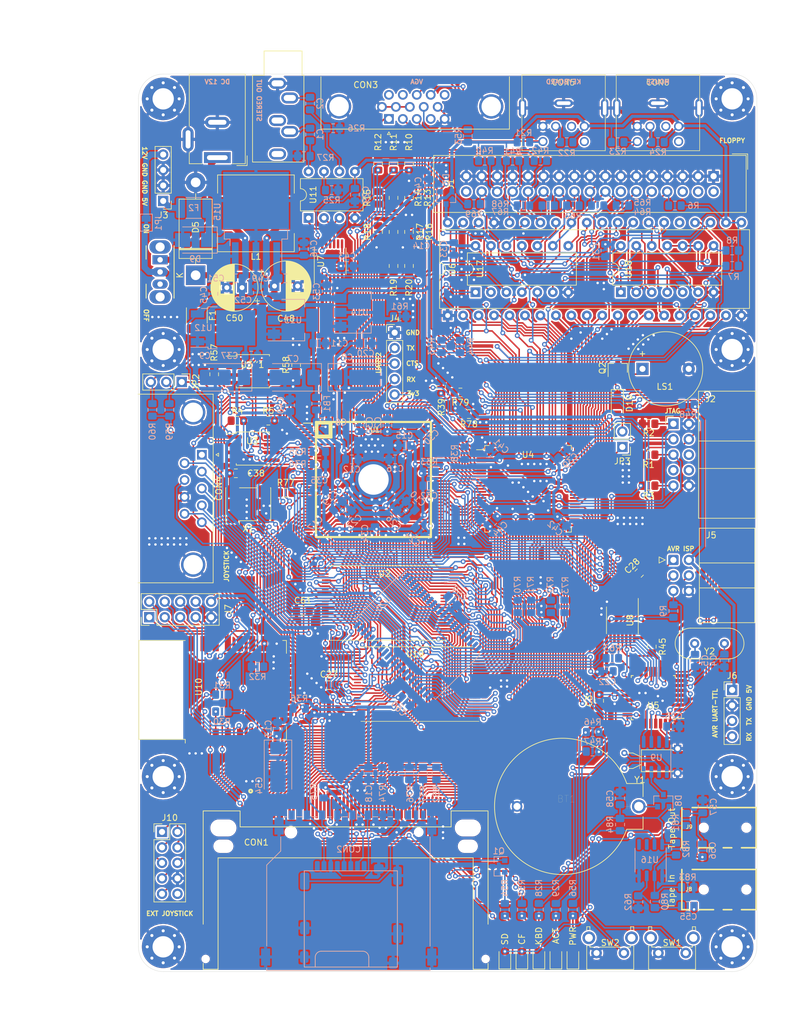
<source format=kicad_pcb>
(kicad_pcb (version 20171130) (host pcbnew 5.1.10-88a1d61d58~88~ubuntu20.04.1)
  (layers (0 F.Cu signal) (31 B.Cu signal) (34 B.Paste user) (35 F.Paste user) (36 B.SilkS user) (37 F.SilkS user) (38 B.Mask user) (39 F.Mask user) (44 Edge.Cuts user))
  (net 0 "")
  (net 1 "Net-(CON1-Pad46)")
  (net 2 "Net-(CON1-Pad36)")
  (net 3 "Net-(CON3-Pad9)")
  (net 4 "Net-(BT1-Pad1)")
  (net 5 GND)
  (net 6 VCC3_3)
  (net 7 VCC1_2)
  (net 8 VCC2_5)
  (net 9 /CONF_DONE)
  (net 10 /CLK_50MHZ)
  (net 11 /TDO)
  (net 12 /TMS)
  (net 13 /TCK)
  (net 14 /TDI)
  (net 15 /NCONFIG)
  (net 16 /DATA0)
  (net 17 /DCLK)
  (net 18 /NSTATUS)
  (net 19 /NCSO)
  (net 20 /ASDO)
  (net 21 /MA16)
  (net 22 /MA20)
  (net 23 /MD7)
  (net 24 /MD6)
  (net 25 /MD5)
  (net 26 /MD4)
  (net 27 /MD3)
  (net 28 /MD2)
  (net 29 /MD1)
  (net 30 /MD0)
  (net 31 /MA1)
  (net 32 /MA2)
  (net 33 /MA3)
  (net 34 /MA4)
  (net 35 /MA5)
  (net 36 /MA6)
  (net 37 /MA7)
  (net 38 /MA17)
  (net 39 /MA18)
  (net 40 /MA19)
  (net 41 /MA8)
  (net 42 /MA9)
  (net 43 /MA10)
  (net 44 /MA11)
  (net 45 /MA12)
  (net 46 /MA13)
  (net 47 /MA14)
  (net 48 /MA0)
  (net 49 /MA15)
  (net 50 /~MWR)
  (net 51 /~MRD)
  (net 52 "Net-(R4-Pad1)")
  (net 53 "Net-(R5-Pad1)")
  (net 54 "Net-(CON2-Pad8)")
  (net 55 /FDC_SIDE)
  (net 56 /~FDC_WPRT)
  (net 57 /~FDC_TR00)
  (net 58 /~FDC_WGATE)
  (net 59 /~FDC_WDATA)
  (net 60 /~FDC_STEP)
  (net 61 /~FDC_DIR)
  (net 62 /~FDC_MOTOR)
  (net 63 /~FDC_DRIVE1)
  (net 64 /~FDC_DRIVE0)
  (net 65 /~FDC_INDEX)
  (net 66 VCC)
  (net 67 "Net-(R7-Pad2)")
  (net 68 /FDC_IP)
  (net 69 /FDC_INTRQ)
  (net 70 /FDC_DRQ)
  (net 71 /FDC_SR)
  (net 72 /FDC_SL)
  (net 73 /FDC_DIR)
  (net 74 /FDC_STEP)
  (net 75 /D7)
  (net 76 /FDC_WF_DE)
  (net 77 /D6)
  (net 78 /FDC_RDY)
  (net 79 /D5)
  (net 80 /FDC_WD)
  (net 81 /D4)
  (net 82 /FDC_WGATE)
  (net 83 /D3)
  (net 84 /FDC_TR43)
  (net 85 /D2)
  (net 86 /D1)
  (net 87 /~FDC_RAWR)
  (net 88 /D0)
  (net 89 /FDC_A1)
  (net 90 /FDC_A0)
  (net 91 /~RD)
  (net 92 /~WR)
  (net 93 /~FDC_SIDE)
  (net 94 /FDC_DS1)
  (net 95 /FDC_DS0)
  (net 96 /~FDC_CS)
  (net 97 /~FDC_RDATA)
  (net 98 /~FDC_RST)
  (net 99 /FDC_RCLK)
  (net 100 /FDC_CLK)
  (net 101 /FDC_HLT)
  (net 102 /~SD_CS)
  (net 103 /SND_BS)
  (net 104 /SND_WS)
  (net 105 /SND_DAT)
  (net 106 /VGA_B2)
  (net 107 /VGA_B1)
  (net 108 /VGA_B0)
  (net 109 /VGA_G2)
  (net 110 /VGA_G1)
  (net 111 /VGA_G0)
  (net 112 /VGA_R2)
  (net 113 /VGA_R1)
  (net 114 /VGA_R0)
  (net 115 /VGA_VS)
  (net 116 /VGA_HS)
  (net 117 /WD10)
  (net 118 /WD9)
  (net 119 /WD8)
  (net 120 /~WRESET)
  (net 121 /~WWR)
  (net 122 /~WRD)
  (net 123 /WD15)
  (net 124 /WD14)
  (net 125 /WD13)
  (net 126 /WD12)
  (net 127 /WD11)
  (net 128 /WD2)
  (net 129 /WD1)
  (net 130 /WD0)
  (net 131 /WA0)
  (net 132 /WA1)
  (net 133 /WA2)
  (net 134 /~WCS1)
  (net 135 /WD7)
  (net 136 /WD6)
  (net 137 /WD5)
  (net 138 /WD4)
  (net 139 /WD3)
  (net 140 /UART_RX)
  (net 141 /UART_TX)
  (net 142 /UART_CTS)
  (net 143 /LAVR_MOSI)
  (net 144 /LAVR_SCK)
  (net 145 /~LAVR_CS)
  (net 146 /LAVR_MISO)
  (net 147 /LSND_DAT)
  (net 148 /LSND_WS)
  (net 149 /LSND_BS)
  (net 150 /~WCS0)
  (net 151 /CPLD_CLK2)
  (net 152 /CPLD_CLK)
  (net 153 /SD15)
  (net 154 /SD14)
  (net 155 /SD13)
  (net 156 /SD12)
  (net 157 /SD11)
  (net 158 /SD10)
  (net 159 /SD9)
  (net 160 /SD8)
  (net 161 /SD7)
  (net 162 /SD6)
  (net 163 /SD5)
  (net 164 /SD4)
  (net 165 /SD3)
  (net 166 /SD2)
  (net 167 /SD1)
  (net 168 /SD0)
  (net 169 /SA1)
  (net 170 /SA0)
  (net 171 /SDIR)
  (net 172 /~RESET)
  (net 173 "Net-(U9-Pad2)")
  (net 174 /AVR_MOSI)
  (net 175 /AVR_SCK)
  (net 176 /~AVR_CS)
  (net 177 /AVR_MISO)
  (net 178 /SND_R)
  (net 179 "Net-(C1-Pad1)")
  (net 180 /SND_L)
  (net 181 "Net-(R25-Pad1)")
  (net 182 "Net-(C2-Pad1)")
  (net 183 /I2C_SCL)
  (net 184 /I2C_SDA)
  (net 185 /VS)
  (net 186 /HS)
  (net 187 /B)
  (net 188 /G)
  (net 189 /R)
  (net 190 /PS2_KB_DATA)
  (net 191 /PS2_KB_CLK)
  (net 192 /PS2_MS_DATA)
  (net 193 /PS2_MS_CLK)
  (net 194 "Net-(C3-Pad2)")
  (net 195 /AVR_XT1)
  (net 196 /AVR_XT2)
  (net 197 /~AVR_RESET)
  (net 198 /AVR_TX)
  (net 199 /AVR_RX)
  (net 200 /LED1)
  (net 201 /LED2)
  (net 202 /BTN2)
  (net 203 /BTN1)
  (net 204 /JOY_RIGHT)
  (net 205 /JOY_LEFT)
  (net 206 /JOY_DOWN)
  (net 207 /JOY_UP)
  (net 208 /JOY_FIRE2)
  (net 209 /JOY_FIRE1)
  (net 210 /TDI1)
  (net 211 "Net-(R30-Pad1)")
  (net 212 "Net-(R31-Pad1)")
  (net 213 "Net-(R32-Pad2)")
  (net 214 /FDC_WDATA)
  (net 215 "Net-(U9-Pad1)")
  (net 216 "Net-(D3-Pad3)")
  (net 217 +12V)
  (net 218 /~SD_DET)
  (net 219 "Net-(CON8-Pad1)")
  (net 220 "Net-(D5-Pad1)")
  (net 221 "Net-(J3-Pad4)")
  (net 222 "Net-(Q1-Pad2)")
  (net 223 /SD_DI)
  (net 224 /NCSO2)
  (net 225 /NCSO1)
  (net 226 "Net-(R57-Pad1)")
  (net 227 "Net-(R58-Pad1)")
  (net 228 /ESP_GPIO5)
  (net 229 /ESP_GPIO4)
  (net 230 /ESP_GPIO0)
  (net 231 /ESP_GPIO2)
  (net 232 /ESP_GPIO12)
  (net 233 /ESP_GPIO14)
  (net 234 /ESP_GPIO16)
  (net 235 /ESP_ADC)
  (net 236 /LFDC_STEP)
  (net 237 "Net-(C11-Pad1)")
  (net 238 /~LWCS0)
  (net 239 /~LWCS1)
  (net 240 /~LWRD)
  (net 241 /~LWWR)
  (net 242 "Net-(CON1-Pad44)")
  (net 243 "Net-(R77-Pad1)")
  (net 244 "Net-(R78-Pad1)")
  (net 245 "Net-(R79-Pad1)")
  (net 246 "Net-(D8-Pad3)")
  (net 247 /LED_BUSY)
  (net 248 "Net-(F1-Pad1)")
  (net 249 "Net-(F2-Pad1)")
  (net 250 "Net-(C55-Pad1)")
  (net 251 "Net-(C56-Pad1)")
  (net 252 TAPE_IN)
  (net 253 "Net-(C55-Pad2)")
  (net 254 "Net-(R80-Pad2)")
  (net 255 "Net-(C56-Pad2)")
  (net 256 TAPE_OUT)
  (net 257 /BEEPER)
  (net 258 /JOY_R2)
  (net 259 /L1)
  (net 260 /L2)
  (net 261 /L4)
  (net 262 /L5)
  (net 263 /L3)
  (net 264 "Net-(D10-Pad2)")
  (net 265 "Net-(D10-Pad1)")
  (net 266 "Net-(LS1-Pad1)")
  (net 267 /~RAMCE1)
  (net 268 /~RAMCE2)
  (net 269 /~RAMCE3)
  (net 270 /UART2_RX)
  (net 271 /UART2_CTS)
  (net 272 /UART2_TX)
  (module Connector_PinHeader_2.54mm:PinHeader_1x05_P2.54mm_Vertical (layer F.Cu) (at 141.1478 67.8434)
    (fp_text reference J4 (at 0 -2.33) (layer F.SilkS))
    (fp_text value UART2)
    (pad 5 thru_hole oval (at 0 10.16) (size 1.7 1.7) (drill 1) (layers *.Cu *.Mask) (net 6 VCC3_3))
    (pad 4 thru_hole oval (at 0 7.62) (size 1.7 1.7) (drill 1) (layers *.Cu *.Mask) (net 270 /UART2_RX))
    (pad 3 thru_hole oval (at 0 5.08) (size 1.7 1.7) (drill 1) (layers *.Cu *.Mask) (net 271 /UART2_CTS))
    (pad 2 thru_hole oval (at 0 2.54) (size 1.7 1.7) (drill 1) (layers *.Cu *.Mask) (net 272 /UART2_TX))
    (pad 1 thru_hole rect (at 0 0) (size 1.7 1.7) (drill 1) (layers *.Cu *.Mask) (net 5 GND))
  )
  (module Capacitor_SMD:C_0805_2012Metric_Pad1.18x1.45mm_HandSolder (layer F.Cu) (at 126.0641 113.4872 180)
    (fp_text reference C61 (at -0.0215 1.6764) (layer F.SilkS))
    (fp_text value 100n)
    (pad 2 smd roundrect (at 1.0375 0 180) (size 1.175 1.45) (layers F.Cu F.Paste F.Mask) (roundrect_rratio 0.212766) (net 5 GND))
    (pad 1 smd roundrect (at -1.0375 0 180) (size 1.175 1.45) (layers F.Cu F.Paste F.Mask) (roundrect_rratio 0.212766) (net 6 VCC3_3))
  )
  (module footprints:karabas_pro_logo4_copper (layer B.Cu) (at 165.6588 140.716 270)
    (fp_text reference G*** hide)
    (fp_text value LOGO hide)
  )
  (module Capacitor_SMD:C_0805_2012Metric_Pad1.18x1.45mm_HandSolder (layer B.Cu) (at 142.979577 128.374577 315)
    (fp_text reference C60 (at 0 1.68 135) (layer B.SilkS) (effects (justify mirror)))
    (fp_text value 100n)
    (pad 2 smd roundrect (at 1.0375 0 315) (size 1.175 1.45) (layers B.Cu B.Paste B.Mask) (roundrect_rratio 0.212766) (net 5 GND))
    (pad 1 smd roundrect (at -1.0375 0 315) (size 1.175 1.45) (layers B.Cu B.Paste B.Mask) (roundrect_rratio 0.212766) (net 6 VCC3_3))
  )
  (module Capacitor_SMD:C_0805_2012Metric_Pad1.18x1.45mm_HandSolder (layer B.Cu) (at 150.650377 111.864577 315)
    (fp_text reference C59 (at -0.040131 -1.652367 135) (layer B.SilkS) (effects (justify mirror)))
    (fp_text value 100n)
    (pad 2 smd roundrect (at 1.0375 0 315) (size 1.175 1.45) (layers B.Cu B.Paste B.Mask) (roundrect_rratio 0.212766) (net 5 GND))
    (pad 1 smd roundrect (at -1.0375 0 315) (size 1.175 1.45) (layers B.Cu B.Paste B.Mask) (roundrect_rratio 0.212766) (net 6 VCC3_3))
  )
  (module Package_SO:TSOP-II-44_10.16x18.41mm_P0.8mm (layer B.Cu) (at 144.9324 117.7798 225)
    (fp_text reference U20 (at 0.143684 7.758941 45) (layer B.SilkS) (effects (justify mirror)))
    (fp_text value BS62LV1600)
    (pad 44 smd roundrect (at 5.5875 8.4 225) (size 1.525 0.55) (layers B.Cu B.Paste B.Mask) (net 35 /MA5))
    (pad 43 smd roundrect (at 5.5875 7.6 225) (size 1.525 0.55) (layers B.Cu B.Paste B.Mask) (net 36 /MA6))
    (pad 42 smd roundrect (at 5.5875 6.8 225) (size 1.525 0.55) (layers B.Cu B.Paste B.Mask) (net 37 /MA7))
    (pad 41 smd roundrect (at 5.5875 6 225) (size 1.525 0.55) (layers B.Cu B.Paste B.Mask) (net 51 /~MRD))
    (pad 40 smd roundrect (at 5.5875 5.2 225) (size 1.525 0.55) (layers B.Cu B.Paste B.Mask) (net 6 VCC3_3))
    (pad 39 smd roundrect (at 5.5875 4.4 225) (size 1.525 0.55) (layers B.Cu B.Paste B.Mask) (net 41 /MA8))
    (pad 38 smd roundrect (at 5.5875 3.6 225) (size 1.525 0.55) (layers B.Cu B.Paste B.Mask))
    (pad 37 smd roundrect (at 5.5875 2.8 225) (size 1.525 0.55) (layers B.Cu B.Paste B.Mask))
    (pad 36 smd roundrect (at 5.5875 2 225) (size 1.525 0.55) (layers B.Cu B.Paste B.Mask) (net 23 /MD7))
    (pad 35 smd roundrect (at 5.5875 1.2 225) (size 1.525 0.55) (layers B.Cu B.Paste B.Mask) (net 24 /MD6))
    (pad 34 smd roundrect (at 5.5875 0.4 225) (size 1.525 0.55) (layers B.Cu B.Paste B.Mask) (net 5 GND))
    (pad 33 smd roundrect (at 5.5875 -0.4 225) (size 1.525 0.55) (layers B.Cu B.Paste B.Mask) (net 6 VCC3_3))
    (pad 32 smd roundrect (at 5.5875 -1.2 225) (size 1.525 0.55) (layers B.Cu B.Paste B.Mask) (net 25 /MD5))
    (pad 31 smd roundrect (at 5.5875 -2 225) (size 1.525 0.55) (layers B.Cu B.Paste B.Mask) (net 26 /MD4))
    (pad 30 smd roundrect (at 5.5875 -2.8 225) (size 1.525 0.55) (layers B.Cu B.Paste B.Mask))
    (pad 29 smd roundrect (at 5.5875 -3.6 225) (size 1.525 0.55) (layers B.Cu B.Paste B.Mask))
    (pad 28 smd roundrect (at 5.5875 -4.4 225) (size 1.525 0.55) (layers B.Cu B.Paste B.Mask) (net 42 /MA9))
    (pad 27 smd roundrect (at 5.5875 -5.2 225) (size 1.525 0.55) (layers B.Cu B.Paste B.Mask) (net 43 /MA10))
    (pad 26 smd roundrect (at 5.5875 -6 225) (size 1.525 0.55) (layers B.Cu B.Paste B.Mask) (net 44 /MA11))
    (pad 25 smd roundrect (at 5.5875 -6.8 225) (size 1.525 0.55) (layers B.Cu B.Paste B.Mask) (net 45 /MA12))
    (pad 24 smd roundrect (at 5.5875 -7.6 225) (size 1.525 0.55) (layers B.Cu B.Paste B.Mask) (net 46 /MA13))
    (pad 23 smd roundrect (at 5.5875 -8.4 225) (size 1.525 0.55) (layers B.Cu B.Paste B.Mask) (net 47 /MA14))
    (pad 22 smd roundrect (at -5.5875 -8.4 225) (size 1.525 0.55) (layers B.Cu B.Paste B.Mask) (net 49 /MA15))
    (pad 21 smd roundrect (at -5.5875 -7.6 225) (size 1.525 0.55) (layers B.Cu B.Paste B.Mask) (net 21 /MA16))
    (pad 20 smd roundrect (at -5.5875 -6.8 225) (size 1.525 0.55) (layers B.Cu B.Paste B.Mask) (net 38 /MA17))
    (pad 19 smd roundrect (at -5.5875 -6 225) (size 1.525 0.55) (layers B.Cu B.Paste B.Mask) (net 39 /MA18))
    (pad 18 smd roundrect (at -5.5875 -5.2 225) (size 1.525 0.55) (layers B.Cu B.Paste B.Mask) (net 40 /MA19))
    (pad 17 smd roundrect (at -5.5875 -4.4 225) (size 1.525 0.55) (layers B.Cu B.Paste B.Mask) (net 50 /~MWR))
    (pad 16 smd roundrect (at -5.5875 -3.6 225) (size 1.525 0.55) (layers B.Cu B.Paste B.Mask) (net 22 /MA20))
    (pad 15 smd roundrect (at -5.5875 -2.8 225) (size 1.525 0.55) (layers B.Cu B.Paste B.Mask))
    (pad 14 smd roundrect (at -5.5875 -2 225) (size 1.525 0.55) (layers B.Cu B.Paste B.Mask) (net 27 /MD3))
    (pad 13 smd roundrect (at -5.5875 -1.2 225) (size 1.525 0.55) (layers B.Cu B.Paste B.Mask) (net 28 /MD2))
    (pad 12 smd roundrect (at -5.5875 -0.4 225) (size 1.525 0.55) (layers B.Cu B.Paste B.Mask) (net 5 GND))
    (pad 11 smd roundrect (at -5.5875 0.4 225) (size 1.525 0.55) (layers B.Cu B.Paste B.Mask) (net 6 VCC3_3))
    (pad 10 smd roundrect (at -5.5875 1.2 225) (size 1.525 0.55) (layers B.Cu B.Paste B.Mask) (net 29 /MD1))
    (pad 9 smd roundrect (at -5.5875 2 225) (size 1.525 0.55) (layers B.Cu B.Paste B.Mask) (net 30 /MD0))
    (pad 8 smd roundrect (at -5.5875 2.8 225) (size 1.525 0.55) (layers B.Cu B.Paste B.Mask))
    (pad 7 smd roundrect (at -5.5875 3.6 225) (size 1.525 0.55) (layers B.Cu B.Paste B.Mask))
    (pad 6 smd roundrect (at -5.5875 4.4 225) (size 1.525 0.55) (layers B.Cu B.Paste B.Mask) (net 269 /~RAMCE3))
    (pad 5 smd roundrect (at -5.5875 5.2 225) (size 1.525 0.55) (layers B.Cu B.Paste B.Mask) (net 48 /MA0))
    (pad 4 smd roundrect (at -5.5875 6 225) (size 1.525 0.55) (layers B.Cu B.Paste B.Mask) (net 31 /MA1))
    (pad 3 smd roundrect (at -5.5875 6.8 225) (size 1.525 0.55) (layers B.Cu B.Paste B.Mask) (net 32 /MA2))
    (pad 2 smd roundrect (at -5.5875 7.6 225) (size 1.525 0.55) (layers B.Cu B.Paste B.Mask) (net 33 /MA3))
    (pad 1 smd roundrect (at -5.5875 8.4 225) (size 1.525 0.55) (layers B.Cu B.Paste B.Mask) (net 34 /MA4))
  )
  (module Package_SO:TSOP-I-48_18.4x12mm_P0.5mm (layer F.Cu) (at 144.8054 125.5268 180)
    (fp_text reference U19 (at 0.3048 4.9276) (layer F.SilkS))
    (fp_text value CY62167EV30LL)
    (pad 48 smd rect (at 9.75 -5.75 180) (size 1.1 0.25) (layers F.Cu F.Paste F.Mask) (net 21 /MA16))
    (pad 47 smd rect (at 9.75 -5.25 180) (size 1.1 0.25) (layers F.Cu F.Paste F.Mask) (net 5 GND))
    (pad 46 smd rect (at 9.75 -4.75 180) (size 1.1 0.25) (layers F.Cu F.Paste F.Mask) (net 5 GND))
    (pad 45 smd rect (at 9.75 -4.25 180) (size 1.1 0.25) (layers F.Cu F.Paste F.Mask) (net 22 /MA20))
    (pad 44 smd rect (at 9.75 -3.75 180) (size 1.1 0.25) (layers F.Cu F.Paste F.Mask) (net 23 /MD7))
    (pad 43 smd rect (at 9.75 -3.25 180) (size 1.1 0.25) (layers F.Cu F.Paste F.Mask))
    (pad 42 smd rect (at 9.75 -2.75 180) (size 1.1 0.25) (layers F.Cu F.Paste F.Mask) (net 24 /MD6))
    (pad 41 smd rect (at 9.75 -2.25 180) (size 1.1 0.25) (layers F.Cu F.Paste F.Mask))
    (pad 40 smd rect (at 9.75 -1.75 180) (size 1.1 0.25) (layers F.Cu F.Paste F.Mask) (net 25 /MD5))
    (pad 39 smd rect (at 9.75 -1.25 180) (size 1.1 0.25) (layers F.Cu F.Paste F.Mask))
    (pad 38 smd rect (at 9.75 -0.75 180) (size 1.1 0.25) (layers F.Cu F.Paste F.Mask) (net 26 /MD4))
    (pad 37 smd rect (at 9.75 -0.25 180) (size 1.1 0.25) (layers F.Cu F.Paste F.Mask) (net 6 VCC3_3))
    (pad 36 smd rect (at 9.75 0.25 180) (size 1.1 0.25) (layers F.Cu F.Paste F.Mask))
    (pad 35 smd rect (at 9.75 0.75 180) (size 1.1 0.25) (layers F.Cu F.Paste F.Mask) (net 27 /MD3))
    (pad 34 smd rect (at 9.75 1.25 180) (size 1.1 0.25) (layers F.Cu F.Paste F.Mask))
    (pad 33 smd rect (at 9.75 1.75 180) (size 1.1 0.25) (layers F.Cu F.Paste F.Mask) (net 28 /MD2))
    (pad 32 smd rect (at 9.75 2.25 180) (size 1.1 0.25) (layers F.Cu F.Paste F.Mask))
    (pad 31 smd rect (at 9.75 2.75 180) (size 1.1 0.25) (layers F.Cu F.Paste F.Mask) (net 29 /MD1))
    (pad 30 smd rect (at 9.75 3.25 180) (size 1.1 0.25) (layers F.Cu F.Paste F.Mask))
    (pad 29 smd rect (at 9.75 3.75 180) (size 1.1 0.25) (layers F.Cu F.Paste F.Mask) (net 30 /MD0))
    (pad 28 smd rect (at 9.75 4.25 180) (size 1.1 0.25) (layers F.Cu F.Paste F.Mask) (net 51 /~MRD))
    (pad 27 smd rect (at 9.75 4.75 180) (size 1.1 0.25) (layers F.Cu F.Paste F.Mask) (net 5 GND))
    (pad 26 smd rect (at 9.75 5.25 180) (size 1.1 0.25) (layers F.Cu F.Paste F.Mask) (net 268 /~RAMCE2))
    (pad 24 smd rect (at -9.75 5.75 180) (size 1.1 0.25) (layers F.Cu F.Paste F.Mask) (net 31 /MA1))
    (pad 23 smd rect (at -9.75 5.25 180) (size 1.1 0.25) (layers F.Cu F.Paste F.Mask) (net 32 /MA2))
    (pad 22 smd rect (at -9.75 4.75 180) (size 1.1 0.25) (layers F.Cu F.Paste F.Mask) (net 33 /MA3))
    (pad 21 smd rect (at -9.75 4.25 180) (size 1.1 0.25) (layers F.Cu F.Paste F.Mask) (net 34 /MA4))
    (pad 20 smd rect (at -9.75 3.75 180) (size 1.1 0.25) (layers F.Cu F.Paste F.Mask) (net 35 /MA5))
    (pad 19 smd rect (at -9.75 3.25 180) (size 1.1 0.25) (layers F.Cu F.Paste F.Mask) (net 36 /MA6))
    (pad 18 smd rect (at -9.75 2.75 180) (size 1.1 0.25) (layers F.Cu F.Paste F.Mask) (net 37 /MA7))
    (pad 17 smd rect (at -9.75 2.25 180) (size 1.1 0.25) (layers F.Cu F.Paste F.Mask) (net 38 /MA17))
    (pad 16 smd rect (at -9.75 1.75 180) (size 1.1 0.25) (layers F.Cu F.Paste F.Mask) (net 39 /MA18))
    (pad 15 smd rect (at -9.75 1.25 180) (size 1.1 0.25) (layers F.Cu F.Paste F.Mask))
    (pad 14 smd rect (at -9.75 0.75 180) (size 1.1 0.25) (layers F.Cu F.Paste F.Mask))
    (pad 13 smd rect (at -9.75 0.25 180) (size 1.1 0.25) (layers F.Cu F.Paste F.Mask))
    (pad 12 smd rect (at -9.75 -0.25 180) (size 1.1 0.25) (layers F.Cu F.Paste F.Mask) (net 6 VCC3_3))
    (pad 11 smd rect (at -9.75 -0.75 180) (size 1.1 0.25) (layers F.Cu F.Paste F.Mask) (net 50 /~MWR))
    (pad 10 smd rect (at -9.75 -1.25 180) (size 1.1 0.25) (layers F.Cu F.Paste F.Mask))
    (pad 9 smd rect (at -9.75 -1.75 180) (size 1.1 0.25) (layers F.Cu F.Paste F.Mask) (net 40 /MA19))
    (pad 8 smd rect (at -9.75 -2.25 180) (size 1.1 0.25) (layers F.Cu F.Paste F.Mask) (net 41 /MA8))
    (pad 7 smd rect (at -9.75 -2.75 180) (size 1.1 0.25) (layers F.Cu F.Paste F.Mask) (net 42 /MA9))
    (pad 6 smd rect (at -9.75 -3.25 180) (size 1.1 0.25) (layers F.Cu F.Paste F.Mask) (net 43 /MA10))
    (pad 5 smd rect (at -9.75 -3.75 180) (size 1.1 0.25) (layers F.Cu F.Paste F.Mask) (net 44 /MA11))
    (pad 4 smd rect (at -9.75 -4.25 180) (size 1.1 0.25) (layers F.Cu F.Paste F.Mask) (net 45 /MA12))
    (pad 3 smd rect (at -9.75 -4.75 180) (size 1.1 0.25) (layers F.Cu F.Paste F.Mask) (net 46 /MA13))
    (pad 2 smd rect (at -9.75 -5.25 180) (size 1.1 0.25) (layers F.Cu F.Paste F.Mask) (net 47 /MA14))
    (pad 25 smd rect (at 9.75 5.75 180) (size 1.1 0.25) (layers F.Cu F.Paste F.Mask) (net 48 /MA0))
    (pad 1 smd rect (at -9.75 -5.75 180) (size 1.1 0.25) (layers F.Cu F.Paste F.Mask) (net 49 /MA15))
  )
  (module footprints:karabas_pro_logo4_copper (layer F.Cu) (at 133.5786 165.1)
    (fp_text reference G*** hide)
    (fp_text value LOGO hide)
  )
  (module footprints:TE_1734451-1-LONG (layer F.Cu) (at 133.096 145.796)
    (fp_text reference CON1 (at -14.6685 5.715) (layer F.SilkS))
    (fp_text value CF-CARD)
    (pad S1 smd rect (at 23.622 13.208) (size 2.5 3) (layers F.Cu F.Paste F.Mask))
    (pad S1 smd rect (at -23.64 13.208) (size 2.5 3) (layers F.Cu F.Paste F.Mask))
    (pad S1 smd rect (at 23.68 7.11) (size 2.5 3) (layers F.Cu F.Paste F.Mask))
    (pad S1 smd rect (at -23.64 7.13) (size 2.5 3) (layers F.Cu F.Paste F.Mask))
    (pad 1 smd rect (at -15.5575 0) (size 0.4 3.5) (layers F.Cu F.Paste F.Mask) (net 5 GND))
    (pad "" np_thru_hole oval (at -20.08 3.35) (size 3.8 2.3) (drill oval 3.8 2.3) (layers *.Cu *.Mask))
    (pad "" np_thru_hole oval (at -20.08 6.35) (size 2.8 1.7) (drill oval 2.8 1.7) (layers *.Cu *.Mask))
    (pad "" np_thru_hole oval (at 20.08 3.35) (size 3.8 2.3) (drill oval 3.8 2.3) (layers *.Cu *.Mask))
    (pad "" np_thru_hole oval (at 20.08 6.35) (size 2.8 1.7) (drill oval 2.8 1.7) (layers *.Cu *.Mask))
    (pad S1 smd rect (at -23.54 21.35) (size 2.5 3) (layers F.Cu F.Paste F.Mask))
    (pad S2 smd rect (at 23.54 21.35) (size 2.5 3) (layers F.Cu F.Paste F.Mask))
    (pad None np_thru_hole circle (at -23 24.85) (size 0.9 0.9) (drill 0.9) (layers *.Cu *.Mask))
    (pad None np_thru_hole circle (at 23 24.85) (size 0.9 0.9) (drill 0.9) (layers *.Cu *.Mask))
    (pad 2 smd rect (at -14.2875 0) (size 0.4 3.5) (layers F.Cu F.Paste F.Mask) (net 139 /WD3))
    (pad 3 smd rect (at -13.0175 0) (size 0.4 3.5) (layers F.Cu F.Paste F.Mask) (net 138 /WD4))
    (pad 4 smd rect (at -11.7475 0) (size 0.4 3.5) (layers F.Cu F.Paste F.Mask) (net 137 /WD5))
    (pad 5 smd rect (at -10.4775 0) (size 0.4 3.5) (layers F.Cu F.Paste F.Mask) (net 136 /WD6))
    (pad 6 smd rect (at -9.2075 0) (size 0.4 3.5) (layers F.Cu F.Paste F.Mask) (net 135 /WD7))
    (pad 7 smd rect (at -7.9375 0) (size 0.4 3.5) (layers F.Cu F.Paste F.Mask) (net 150 /~WCS0))
    (pad 8 smd rect (at -6.6675 0) (size 0.4 3.5) (layers F.Cu F.Paste F.Mask) (net 5 GND))
    (pad 9 smd rect (at -5.3975 0) (size 0.4 3.5) (layers F.Cu F.Paste F.Mask) (net 5 GND))
    (pad 10 smd rect (at -4.1275 0) (size 0.4 3.5) (layers F.Cu F.Paste F.Mask) (net 5 GND))
    (pad 11 smd rect (at -2.8575 0) (size 0.4 3.5) (layers F.Cu F.Paste F.Mask) (net 5 GND))
    (pad 12 smd rect (at -1.5875 0) (size 0.4 3.5) (layers F.Cu F.Paste F.Mask) (net 5 GND))
    (pad 13 smd rect (at -0.3175 0) (size 0.4 3.5) (layers F.Cu F.Paste F.Mask) (net 6 VCC3_3))
    (pad 14 smd rect (at 0.9525 0) (size 0.4 3.5) (layers F.Cu F.Paste F.Mask) (net 5 GND))
    (pad 15 smd rect (at 2.2225 0) (size 0.4 3.5) (layers F.Cu F.Paste F.Mask) (net 5 GND))
    (pad 16 smd rect (at 3.4925 0) (size 0.4 3.5) (layers F.Cu F.Paste F.Mask) (net 5 GND))
    (pad 17 smd rect (at 4.7625 0) (size 0.4 3.5) (layers F.Cu F.Paste F.Mask) (net 5 GND))
    (pad 18 smd rect (at 6.0325 0) (size 0.4 3.5) (layers F.Cu F.Paste F.Mask) (net 133 /WA2))
    (pad 19 smd rect (at 7.3025 0) (size 0.4 3.5) (layers F.Cu F.Paste F.Mask) (net 132 /WA1))
    (pad 20 smd rect (at 8.5725 0) (size 0.4 3.5) (layers F.Cu F.Paste F.Mask) (net 131 /WA0))
    (pad 21 smd rect (at 9.8425 0) (size 0.4 3.5) (layers F.Cu F.Paste F.Mask) (net 130 /WD0))
    (pad 22 smd rect (at 11.1125 0) (size 0.4 3.5) (layers F.Cu F.Paste F.Mask) (net 129 /WD1))
    (pad 23 smd rect (at 12.3825 0) (size 0.4 3.5) (layers F.Cu F.Paste F.Mask) (net 128 /WD2))
    (pad 24 smd rect (at 13.6525 0) (size 0.4 3.5) (layers F.Cu F.Paste F.Mask))
    (pad 25 smd rect (at 14.9225 0) (size 0.4 3.5) (layers F.Cu F.Paste F.Mask))
    (pad 26 smd rect (at -14.9225 0) (size 0.4 3.5) (layers F.Cu F.Paste F.Mask))
    (pad 27 smd rect (at -13.6525 0) (size 0.4 3.5) (layers F.Cu F.Paste F.Mask) (net 127 /WD11))
    (pad 28 smd rect (at -12.3825 0) (size 0.4 3.5) (layers F.Cu F.Paste F.Mask) (net 126 /WD12))
    (pad 29 smd rect (at -11.1125 0) (size 0.4 3.5) (layers F.Cu F.Paste F.Mask) (net 125 /WD13))
    (pad 30 smd rect (at -9.8425 0) (size 0.4 3.5) (layers F.Cu F.Paste F.Mask) (net 124 /WD14))
    (pad 31 smd rect (at -8.5725 0) (size 0.4 3.5) (layers F.Cu F.Paste F.Mask) (net 123 /WD15))
    (pad 32 smd rect (at -7.3025 0) (size 0.4 3.5) (layers F.Cu F.Paste F.Mask) (net 134 /~WCS1))
    (pad 33 smd rect (at -6.0325 0) (size 0.4 3.5) (layers F.Cu F.Paste F.Mask))
    (pad 34 smd rect (at -4.7625 0) (size 0.4 3.5) (layers F.Cu F.Paste F.Mask) (net 122 /~WRD))
    (pad 35 smd rect (at -3.4925 0) (size 0.4 3.5) (layers F.Cu F.Paste F.Mask) (net 121 /~WWR))
    (pad 36 smd rect (at -2.2225 0) (size 0.4 3.5) (layers F.Cu F.Paste F.Mask) (net 2 "Net-(CON1-Pad36)"))
    (pad 37 smd rect (at -0.9525 0) (size 0.4 3.5) (layers F.Cu F.Paste F.Mask))
    (pad 38 smd rect (at 0.3175 0) (size 0.4 3.5) (layers F.Cu F.Paste F.Mask) (net 6 VCC3_3))
    (pad 39 smd rect (at 1.5875 0) (size 0.4 3.5) (layers F.Cu F.Paste F.Mask) (net 5 GND))
    (pad 40 smd rect (at 2.8575 0) (size 0.4 3.5) (layers F.Cu F.Paste F.Mask))
    (pad 41 smd rect (at 4.1275 0) (size 0.4 3.5) (layers F.Cu F.Paste F.Mask) (net 120 /~WRESET))
    (pad 42 smd rect (at 5.3975 0) (size 0.4 3.5) (layers F.Cu F.Paste F.Mask))
    (pad 43 smd rect (at 6.6675 0) (size 0.4 3.5) (layers F.Cu F.Paste F.Mask))
    (pad 44 smd rect (at 7.9375 0) (size 0.4 3.5) (layers F.Cu F.Paste F.Mask) (net 242 "Net-(CON1-Pad44)"))
    (pad 45 smd rect (at 9.2075 0) (size 0.4 3.5) (layers F.Cu F.Paste F.Mask) (net 247 /LED_BUSY))
    (pad 46 smd rect (at 10.4775 0) (size 0.4 3.5) (layers F.Cu F.Paste F.Mask) (net 1 "Net-(CON1-Pad46)"))
    (pad 47 smd rect (at 11.7475 0) (size 0.4 3.5) (layers F.Cu F.Paste F.Mask) (net 119 /WD8))
    (pad 48 smd rect (at 13.0175 0) (size 0.4 3.5) (layers F.Cu F.Paste F.Mask) (net 118 /WD9))
    (pad 49 smd rect (at 14.2875 0) (size 0.4 3.5) (layers F.Cu F.Paste F.Mask) (net 117 /WD10))
    (pad 50 smd rect (at 15.5575 0) (size 0.4 3.5) (layers F.Cu F.Paste F.Mask) (net 5 GND))
  )
  (module Resistor_SMD:R_0805_2012Metric_Pad1.20x1.40mm_HandSolder (layer B.Cu) (at 189.357 79.629)
    (fp_text reference R48 (at 0 1.65) (layer B.SilkS) (effects (justify mirror)))
    (fp_text value 15k*)
    (pad 2 smd roundrect (at 1 0) (size 1.2 1.4) (layers B.Cu B.Paste B.Mask) (roundrect_rratio 0.2083325) (net 6 VCC3_3))
    (pad 1 smd roundrect (at -1 0) (size 1.2 1.4) (layers B.Cu B.Paste B.Mask) (roundrect_rratio 0.2083325) (net 265 "Net-(D10-Pad1)"))
  )
  (module Package_TO_SOT_SMD:SOT-23 (layer F.Cu) (at 177.8 73.66 90)
    (fp_text reference Q2 (at 0 -2.5 270) (layer F.SilkS))
    (fp_text value BC847)
    (pad 3 smd rect (at 1 0 90) (size 0.9 0.8) (layers F.Cu F.Paste F.Mask) (net 6 VCC3_3))
    (pad 2 smd rect (at -1 0.95 90) (size 0.9 0.8) (layers F.Cu F.Paste F.Mask) (net 266 "Net-(LS1-Pad1)"))
    (pad 1 smd rect (at -1 -0.95 90) (size 0.9 0.8) (layers F.Cu F.Paste F.Mask) (net 265 "Net-(D10-Pad1)"))
  )
  (module Diode_SMD:D_SOD-123 (layer F.Cu) (at 177.7365 79.4385 270)
    (fp_text reference D10 (at 0 -2 90) (layer F.SilkS))
    (fp_text value 1N4148W)
    (pad 2 smd rect (at 1.65 0 270) (size 0.9 1.2) (layers F.Cu F.Paste F.Mask) (net 264 "Net-(D10-Pad2)"))
    (pad 1 smd rect (at -1.65 0 270) (size 0.9 1.2) (layers F.Cu F.Paste F.Mask) (net 265 "Net-(D10-Pad1)"))
  )
  (module footprints:ALTERA-QFP-145 (layer F.Cu) (at 137.668 91.948)
    (fp_text reference U1 (at 0.254 -8.128) (layer F.SilkS) (effects (font (size 0.8 0.8))))
    (fp_text value EP4CE10E22C8N)
    (pad 145 thru_hole circle (at 0 0) (size 6 6) (drill 5) (layers *.Cu *.Mask) (net 5 GND))
    (pad 145 smd rect (at 0 0) (size 6.7 6.7) (layers F.Cu F.Paste F.Mask) (net 5 GND))
    (pad 144 smd oval (at -8.75 -10.7) (size 0.3 1.5) (layers F.Cu F.Paste F.Mask) (net 149 /LSND_BS))
    (pad 143 smd oval (at -8.25 -10.7) (size 0.3 1.5) (layers F.Cu F.Paste F.Mask) (net 148 /LSND_WS))
    (pad 142 smd oval (at -7.75 -10.7) (size 0.3 1.5) (layers F.Cu F.Paste F.Mask) (net 147 /LSND_DAT))
    (pad 141 smd oval (at -7.25 -10.7) (size 0.3 1.5) (layers F.Cu F.Paste F.Mask) (net 272 /UART2_TX))
    (pad 140 smd oval (at -6.75 -10.7) (size 0.3 1.5) (layers F.Cu F.Paste F.Mask) (net 5 GND))
    (pad 139 smd oval (at -6.25 -10.7) (size 0.3 1.5) (layers F.Cu F.Paste F.Mask) (net 6 VCC3_3))
    (pad 138 smd oval (at -5.75 -10.7) (size 0.3 1.5) (layers F.Cu F.Paste F.Mask) (net 271 /UART2_CTS))
    (pad 137 smd oval (at -5.25 -10.7) (size 0.3 1.5) (layers F.Cu F.Paste F.Mask) (net 112 /VGA_R2))
    (pad 136 smd oval (at -4.75 -10.7) (size 0.3 1.5) (layers F.Cu F.Paste F.Mask) (net 113 /VGA_R1))
    (pad 135 smd oval (at -4.25 -10.7) (size 0.3 1.5) (layers F.Cu F.Paste F.Mask) (net 114 /VGA_R0))
    (pad 134 smd oval (at -3.75 -10.7) (size 0.3 1.5) (layers F.Cu F.Paste F.Mask) (net 7 VCC1_2))
    (pad 133 smd oval (at -3.25 -10.7) (size 0.3 1.5) (layers F.Cu F.Paste F.Mask) (net 109 /VGA_G2))
    (pad 132 smd oval (at -2.75 -10.7) (size 0.3 1.5) (layers F.Cu F.Paste F.Mask) (net 110 /VGA_G1))
    (pad 131 smd oval (at -2.25 -10.7) (size 0.3 1.5) (layers F.Cu F.Paste F.Mask) (net 5 GND))
    (pad 130 smd oval (at -1.75 -10.7) (size 0.3 1.5) (layers F.Cu F.Paste F.Mask) (net 6 VCC3_3))
    (pad 129 smd oval (at -1.25 -10.7) (size 0.3 1.5) (layers F.Cu F.Paste F.Mask) (net 111 /VGA_G0))
    (pad 128 smd oval (at -0.75 -10.7) (size 0.3 1.5) (layers F.Cu F.Paste F.Mask) (net 106 /VGA_B2))
    (pad 127 smd oval (at -0.25 -10.7) (size 0.3 1.5) (layers F.Cu F.Paste F.Mask) (net 107 /VGA_B1))
    (pad 126 smd oval (at 0.25 -10.7) (size 0.3 1.5) (layers F.Cu F.Paste F.Mask) (net 108 /VGA_B0))
    (pad 125 smd oval (at 0.75 -10.7) (size 0.3 1.5) (layers F.Cu F.Paste F.Mask) (net 116 /VGA_HS))
    (pad 124 smd oval (at 1.25 -10.7) (size 0.3 1.5) (layers F.Cu F.Paste F.Mask) (net 115 /VGA_VS))
    (pad 123 smd oval (at 1.75 -10.7) (size 0.3 1.5) (layers F.Cu F.Paste F.Mask) (net 5 GND))
    (pad 122 smd oval (at 2.25 -10.7) (size 0.3 1.5) (layers F.Cu F.Paste F.Mask) (net 6 VCC3_3))
    (pad 121 smd oval (at 2.75 -10.7) (size 0.3 1.5) (layers F.Cu F.Paste F.Mask) (net 267 /~RAMCE1))
    (pad 120 smd oval (at 3.25 -10.7) (size 0.3 1.5) (layers F.Cu F.Paste F.Mask) (net 268 /~RAMCE2))
    (pad 119 smd oval (at 3.75 -10.7) (size 0.3 1.5) (layers F.Cu F.Paste F.Mask) (net 236 /LFDC_STEP))
    (pad 118 smd oval (at 4.25 -10.7) (size 0.3 1.5) (layers F.Cu F.Paste F.Mask) (net 5 GND))
    (pad 117 smd oval (at 4.75 -10.7) (size 0.3 1.5) (layers F.Cu F.Paste F.Mask) (net 6 VCC3_3))
    (pad 116 smd oval (at 5.25 -10.7) (size 0.3 1.5) (layers F.Cu F.Paste F.Mask) (net 7 VCC1_2))
    (pad 115 smd oval (at 5.75 -10.7) (size 0.3 1.5) (layers F.Cu F.Paste F.Mask) (net 223 /SD_DI))
    (pad 114 smd oval (at 6.25 -10.7) (size 0.3 1.5) (layers F.Cu F.Paste F.Mask) (net 172 /~RESET))
    (pad 113 smd oval (at 6.75 -10.7) (size 0.3 1.5) (layers F.Cu F.Paste F.Mask) (net 152 /CPLD_CLK))
    (pad 112 smd oval (at 7.25 -10.7) (size 0.3 1.5) (layers F.Cu F.Paste F.Mask) (net 151 /CPLD_CLK2))
    (pad 111 smd oval (at 7.75 -10.7) (size 0.3 1.5) (layers F.Cu F.Paste F.Mask) (net 171 /SDIR))
    (pad 110 smd oval (at 8.25 -10.7) (size 0.3 1.5) (layers F.Cu F.Paste F.Mask) (net 170 /SA0))
    (pad 109 smd oval (at 8.75 -10.7) (size 0.3 1.5) (layers F.Cu F.Paste F.Mask) (net 7 VCC1_2))
    (pad 108 smd oval (at 10.7 -8.75) (size 1.5 0.3) (layers F.Cu F.Paste F.Mask) (net 5 GND))
    (pad 107 smd oval (at 10.7 -8.25) (size 1.5 0.3) (layers F.Cu F.Paste F.Mask) (net 8 VCC2_5))
    (pad 106 smd oval (at 10.7 -7.75) (size 1.5 0.3) (layers F.Cu F.Paste F.Mask) (net 169 /SA1))
    (pad 105 smd oval (at 10.7 -7.25) (size 1.5 0.3) (layers F.Cu F.Paste F.Mask) (net 168 /SD0))
    (pad 104 smd oval (at 10.7 -6.75) (size 1.5 0.3) (layers F.Cu F.Paste F.Mask) (net 167 /SD1))
    (pad 103 smd oval (at 10.7 -6.25) (size 1.5 0.3) (layers F.Cu F.Paste F.Mask) (net 166 /SD2))
    (pad 102 smd oval (at 10.7 -5.75) (size 1.5 0.3) (layers F.Cu F.Paste F.Mask) (net 7 VCC1_2))
    (pad 101 smd oval (at 10.7 -5.25) (size 1.5 0.3) (layers F.Cu F.Paste F.Mask) (net 165 /SD3))
    (pad 100 smd oval (at 10.7 -4.75) (size 1.5 0.3) (layers F.Cu F.Paste F.Mask) (net 164 /SD4))
    (pad 99 smd oval (at 10.7 -4.25) (size 1.5 0.3) (layers F.Cu F.Paste F.Mask) (net 163 /SD5))
    (pad 98 smd oval (at 10.7 -3.75) (size 1.5 0.3) (layers F.Cu F.Paste F.Mask) (net 162 /SD6))
    (pad 97 smd oval (at 10.7 -3.25) (size 1.5 0.3) (layers F.Cu F.Paste F.Mask) (net 5 GND))
    (pad 96 smd oval (at 10.7 -2.75) (size 1.5 0.3) (layers F.Cu F.Paste F.Mask) (net 8 VCC2_5))
    (pad 95 smd oval (at 10.7 -2.25) (size 1.5 0.3) (layers F.Cu F.Paste F.Mask) (net 5 GND))
    (pad 94 smd oval (at 10.7 -1.75) (size 1.5 0.3) (layers F.Cu F.Paste F.Mask) (net 5 GND))
    (pad 93 smd oval (at 10.7 -1.25) (size 1.5 0.3) (layers F.Cu F.Paste F.Mask) (net 6 VCC3_3))
    (pad 92 smd oval (at 10.7 -0.75) (size 1.5 0.3) (layers F.Cu F.Paste F.Mask) (net 9 /CONF_DONE))
    (pad 91 smd oval (at 10.7 -0.25) (size 1.5 0.3) (layers F.Cu F.Paste F.Mask) (net 218 /~SD_DET))
    (pad 90 smd oval (at 10.7 0.25) (size 1.5 0.3) (layers F.Cu F.Paste F.Mask) (net 143 /LAVR_MOSI))
    (pad 89 smd oval (at 10.7 0.75) (size 1.5 0.3) (layers F.Cu F.Paste F.Mask) (net 144 /LAVR_SCK))
    (pad 88 smd oval (at 10.7 1.25) (size 1.5 0.3) (layers F.Cu F.Paste F.Mask) (net 145 /~LAVR_CS))
    (pad 87 smd oval (at 10.7 1.75) (size 1.5 0.3) (layers F.Cu F.Paste F.Mask) (net 146 /LAVR_MISO))
    (pad 86 smd oval (at 10.7 2.25) (size 1.5 0.3) (layers F.Cu F.Paste F.Mask) (net 257 /BEEPER))
    (pad 85 smd oval (at 10.7 2.75) (size 1.5 0.3) (layers F.Cu F.Paste F.Mask) (net 161 /SD7))
    (pad 84 smd oval (at 10.7 3.25) (size 1.5 0.3) (layers F.Cu F.Paste F.Mask) (net 160 /SD8))
    (pad 83 smd oval (at 10.7 3.75) (size 1.5 0.3) (layers F.Cu F.Paste F.Mask) (net 159 /SD9))
    (pad 82 smd oval (at 10.7 4.25) (size 1.5 0.3) (layers F.Cu F.Paste F.Mask) (net 5 GND))
    (pad 81 smd oval (at 10.7 4.75) (size 1.5 0.3) (layers F.Cu F.Paste F.Mask) (net 6 VCC3_3))
    (pad 80 smd oval (at 10.7 5.25) (size 1.5 0.3) (layers F.Cu F.Paste F.Mask) (net 158 /SD10))
    (pad 79 smd oval (at 10.7 5.75) (size 1.5 0.3) (layers F.Cu F.Paste F.Mask) (net 5 GND))
    (pad 78 smd oval (at 10.7 6.25) (size 1.5 0.3) (layers F.Cu F.Paste F.Mask) (net 7 VCC1_2))
    (pad 77 smd oval (at 10.7 6.75) (size 1.5 0.3) (layers F.Cu F.Paste F.Mask) (net 157 /SD11))
    (pad 76 smd oval (at 10.7 7.25) (size 1.5 0.3) (layers F.Cu F.Paste F.Mask) (net 156 /SD12))
    (pad 75 smd oval (at 10.7 7.75) (size 1.5 0.3) (layers F.Cu F.Paste F.Mask) (net 155 /SD13))
    (pad 74 smd oval (at 10.7 8.25) (size 1.5 0.3) (layers F.Cu F.Paste F.Mask) (net 154 /SD14))
    (pad 73 smd oval (at 10.7 8.75) (size 1.5 0.3) (layers F.Cu F.Paste F.Mask) (net 153 /SD15))
    (pad 72 smd oval (at 8.75 10.7) (size 0.3 1.5) (layers F.Cu F.Paste F.Mask) (net 31 /MA1))
    (pad 71 smd oval (at 8.25 10.7) (size 0.3 1.5) (layers F.Cu F.Paste F.Mask) (net 32 /MA2))
    (pad 70 smd oval (at 7.75 10.7) (size 0.3 1.5) (layers F.Cu F.Paste F.Mask) (net 33 /MA3))
    (pad 69 smd oval (at 7.25 10.7) (size 0.3 1.5) (layers F.Cu F.Paste F.Mask) (net 34 /MA4))
    (pad 68 smd oval (at 6.75 10.7) (size 0.3 1.5) (layers F.Cu F.Paste F.Mask) (net 35 /MA5))
    (pad 67 smd oval (at 6.25 10.7) (size 0.3 1.5) (layers F.Cu F.Paste F.Mask) (net 36 /MA6))
    (pad 66 smd oval (at 5.75 10.7) (size 0.3 1.5) (layers F.Cu F.Paste F.Mask) (net 37 /MA7))
    (pad 65 smd oval (at 5.25 10.7) (size 0.3 1.5) (layers F.Cu F.Paste F.Mask) (net 38 /MA17))
    (pad 64 smd oval (at 4.75 10.7) (size 0.3 1.5) (layers F.Cu F.Paste F.Mask) (net 39 /MA18))
    (pad 63 smd oval (at 4.25 10.7) (size 0.3 1.5) (layers F.Cu F.Paste F.Mask) (net 5 GND))
    (pad 62 smd oval (at 3.75 10.7) (size 0.3 1.5) (layers F.Cu F.Paste F.Mask) (net 6 VCC3_3))
    (pad 61 smd oval (at 3.25 10.7) (size 0.3 1.5) (layers F.Cu F.Paste F.Mask) (net 7 VCC1_2))
    (pad 60 smd oval (at 2.75 10.7) (size 0.3 1.5) (layers F.Cu F.Paste F.Mask) (net 50 /~MWR))
    (pad 59 smd oval (at 2.25 10.7) (size 0.3 1.5) (layers F.Cu F.Paste F.Mask) (net 40 /MA19))
    (pad 58 smd oval (at 1.75 10.7) (size 0.3 1.5) (layers F.Cu F.Paste F.Mask) (net 41 /MA8))
    (pad 57 smd oval (at 1.25 10.7) (size 0.3 1.5) (layers F.Cu F.Paste F.Mask) (net 5 GND))
    (pad 56 smd oval (at 0.75 10.7) (size 0.3 1.5) (layers F.Cu F.Paste F.Mask) (net 6 VCC3_3))
    (pad 55 smd oval (at 0.25 10.7) (size 0.3 1.5) (layers F.Cu F.Paste F.Mask) (net 42 /MA9))
    (pad 54 smd oval (at -0.25 10.7) (size 0.3 1.5) (layers F.Cu F.Paste F.Mask) (net 43 /MA10))
    (pad 53 smd oval (at -0.75 10.7) (size 0.3 1.5) (layers F.Cu F.Paste F.Mask) (net 44 /MA11))
    (pad 52 smd oval (at -1.25 10.7) (size 0.3 1.5) (layers F.Cu F.Paste F.Mask) (net 45 /MA12))
    (pad 51 smd oval (at -1.75 10.7) (size 0.3 1.5) (layers F.Cu F.Paste F.Mask) (net 46 /MA13))
    (pad 50 smd oval (at -2.25 10.7) (size 0.3 1.5) (layers F.Cu F.Paste F.Mask) (net 47 /MA14))
    (pad 49 smd oval (at -2.75 10.7) (size 0.3 1.5) (layers F.Cu F.Paste F.Mask) (net 49 /MA15))
    (pad 48 smd oval (at -3.25 10.7) (size 0.3 1.5) (layers F.Cu F.Paste F.Mask) (net 5 GND))
    (pad 47 smd oval (at -3.75 10.7) (size 0.3 1.5) (layers F.Cu F.Paste F.Mask) (net 6 VCC3_3))
    (pad 46 smd oval (at -4.25 10.7) (size 0.3 1.5) (layers F.Cu F.Paste F.Mask) (net 21 /MA16))
    (pad 45 smd oval (at -4.75 10.7) (size 0.3 1.5) (layers F.Cu F.Paste F.Mask) (net 7 VCC1_2))
    (pad 44 smd oval (at -5.25 10.7) (size 0.3 1.5) (layers F.Cu F.Paste F.Mask) (net 22 /MA20))
    (pad 43 smd oval (at -5.75 10.7) (size 0.3 1.5) (layers F.Cu F.Paste F.Mask) (net 23 /MD7))
    (pad 42 smd oval (at -6.25 10.7) (size 0.3 1.5) (layers F.Cu F.Paste F.Mask) (net 24 /MD6))
    (pad 41 smd oval (at -6.75 10.7) (size 0.3 1.5) (layers F.Cu F.Paste F.Mask) (net 5 GND))
    (pad 40 smd oval (at -7.25 10.7) (size 0.3 1.5) (layers F.Cu F.Paste F.Mask) (net 6 VCC3_3))
    (pad 39 smd oval (at -7.75 10.7) (size 0.3 1.5) (layers F.Cu F.Paste F.Mask) (net 25 /MD5))
    (pad 38 smd oval (at -8.25 10.7) (size 0.3 1.5) (layers F.Cu F.Paste F.Mask) (net 26 /MD4))
    (pad 37 smd oval (at -8.75 10.7) (size 0.3 1.5) (layers F.Cu F.Paste F.Mask) (net 7 VCC1_2))
    (pad 36 smd oval (at -10.7 8.75) (size 1.5 0.3) (layers F.Cu F.Paste F.Mask) (net 5 GND))
    (pad 35 smd oval (at -10.7 8.25) (size 1.5 0.3) (layers F.Cu F.Paste F.Mask) (net 8 VCC2_5))
    (pad 34 smd oval (at -10.7 7.75) (size 1.5 0.3) (layers F.Cu F.Paste F.Mask) (net 51 /~MRD))
    (pad 33 smd oval (at -10.7 7.25) (size 1.5 0.3) (layers F.Cu F.Paste F.Mask) (net 48 /MA0))
    (pad 32 smd oval (at -10.7 6.75) (size 1.5 0.3) (layers F.Cu F.Paste F.Mask) (net 30 /MD0))
    (pad 31 smd oval (at -10.7 6.25) (size 1.5 0.3) (layers F.Cu F.Paste F.Mask) (net 29 /MD1))
    (pad 30 smd oval (at -10.7 5.75) (size 1.5 0.3) (layers F.Cu F.Paste F.Mask) (net 28 /MD2))
    (pad 29 smd oval (at -10.7 5.25) (size 1.5 0.3) (layers F.Cu F.Paste F.Mask) (net 7 VCC1_2))
    (pad 28 smd oval (at -10.7 4.75) (size 1.5 0.3) (layers F.Cu F.Paste F.Mask) (net 27 /MD3))
    (pad 27 smd oval (at -10.7 4.25) (size 1.5 0.3) (layers F.Cu F.Paste F.Mask) (net 5 GND))
    (pad 26 smd oval (at -10.7 3.75) (size 1.5 0.3) (layers F.Cu F.Paste F.Mask) (net 6 VCC3_3))
    (pad 25 smd oval (at -10.7 3.25) (size 1.5 0.3) (layers F.Cu F.Paste F.Mask) (net 270 /UART2_RX))
    (pad 24 smd oval (at -10.7 2.75) (size 1.5 0.3) (layers F.Cu F.Paste F.Mask) (net 252 TAPE_IN))
    (pad 23 smd oval (at -10.7 2.25) (size 1.5 0.3) (layers F.Cu F.Paste F.Mask) (net 10 /CLK_50MHZ))
    (pad 22 smd oval (at -10.7 1.75) (size 1.5 0.3) (layers F.Cu F.Paste F.Mask) (net 5 GND))
    (pad 21 smd oval (at -10.7 1.25) (size 1.5 0.3) (layers F.Cu F.Paste F.Mask) (net 5 GND))
    (pad 20 smd oval (at -10.7 0.75) (size 1.5 0.3) (layers F.Cu F.Paste F.Mask) (net 11 /TDO))
    (pad 19 smd oval (at -10.7 0.25) (size 1.5 0.3) (layers F.Cu F.Paste F.Mask) (net 5 GND))
    (pad 18 smd oval (at -10.7 -0.25) (size 1.5 0.3) (layers F.Cu F.Paste F.Mask) (net 12 /TMS))
    (pad 17 smd oval (at -10.7 -0.75) (size 1.5 0.3) (layers F.Cu F.Paste F.Mask) (net 6 VCC3_3))
    (pad 16 smd oval (at -10.7 -1.25) (size 1.5 0.3) (layers F.Cu F.Paste F.Mask) (net 13 /TCK))
    (pad 15 smd oval (at -10.7 -1.75) (size 1.5 0.3) (layers F.Cu F.Paste F.Mask) (net 210 /TDI1))
    (pad 14 smd oval (at -10.7 -2.25) (size 1.5 0.3) (layers F.Cu F.Paste F.Mask) (net 15 /NCONFIG))
    (pad 13 smd oval (at -10.7 -2.75) (size 1.5 0.3) (layers F.Cu F.Paste F.Mask) (net 16 /DATA0))
    (pad 12 smd oval (at -10.7 -3.25) (size 1.5 0.3) (layers F.Cu F.Paste F.Mask) (net 17 /DCLK))
    (pad 11 smd oval (at -10.7 -3.75) (size 1.5 0.3) (layers F.Cu F.Paste F.Mask) (net 102 /~SD_CS))
    (pad 10 smd oval (at -10.7 -4.25) (size 1.5 0.3) (layers F.Cu F.Paste F.Mask) (net 256 TAPE_OUT))
    (pad 9 smd oval (at -10.7 -4.75) (size 1.5 0.3) (layers F.Cu F.Paste F.Mask) (net 18 /NSTATUS))
    (pad 8 smd oval (at -10.7 -5.25) (size 1.5 0.3) (layers F.Cu F.Paste F.Mask) (net 19 /NCSO))
    (pad 7 smd oval (at -10.7 -5.75) (size 1.5 0.3) (layers F.Cu F.Paste F.Mask) (net 269 /~RAMCE3))
    (pad 6 smd oval (at -10.7 -6.25) (size 1.5 0.3) (layers F.Cu F.Paste F.Mask) (net 20 /ASDO))
    (pad 5 smd oval (at -10.7 -6.75) (size 1.5 0.3) (layers F.Cu F.Paste F.Mask) (net 7 VCC1_2))
    (pad 4 smd oval (at -10.7 -7.25) (size 1.5 0.3) (layers F.Cu F.Paste F.Mask) (net 5 GND))
    (pad 3 smd oval (at -10.7 -7.75) (size 1.5 0.3) (layers F.Cu F.Paste F.Mask) (net 142 /UART_CTS))
    (pad 2 smd oval (at -10.7 -8.25) (size 1.5 0.3) (layers F.Cu F.Paste F.Mask) (net 140 /UART_RX))
    (pad 1 smd rect (at -10.7 -8.75) (size 1.5 0.3) (layers F.Cu F.Paste F.Mask) (net 141 /UART_TX))
  )
  (module footprints:SOIC-8_5.23x5.23mm_P1.27mm-LONG (layer F.Cu) (at 117.856 74.168)
    (fp_text reference U3''1 (at -0.0762 -1.0414) (layer F.SilkS))
    (fp_text value W25Q16)
    (pad 8 smd roundrect (at 3.1 -1.905) (size 2.6 0.6) (layers F.Cu F.Paste F.Mask) (net 6 VCC3_3))
    (pad 7 smd roundrect (at 3.1 -0.635) (size 2.6 0.6) (layers F.Cu F.Paste F.Mask) (net 227 "Net-(R58-Pad1)"))
    (pad 6 smd roundrect (at 3.1 0.635) (size 2.6 0.6) (layers F.Cu F.Paste F.Mask) (net 17 /DCLK))
    (pad 5 smd roundrect (at 3.1 1.905) (size 2.6 0.6) (layers F.Cu F.Paste F.Mask) (net 20 /ASDO))
    (pad 4 smd roundrect (at -3.1 1.905) (size 2.6 0.6) (layers F.Cu F.Paste F.Mask) (net 5 GND))
    (pad 3 smd roundrect (at -3.1 0.635) (size 2.6 0.6) (layers F.Cu F.Paste F.Mask) (net 227 "Net-(R58-Pad1)"))
    (pad 2 smd roundrect (at -3.1 -0.635) (size 2.6 0.6) (layers F.Cu F.Paste F.Mask) (net 226 "Net-(R57-Pad1)"))
    (pad 1 smd roundrect (at -3.1 -1.905) (size 2.6 0.6) (layers F.Cu F.Paste F.Mask) (net 224 /NCSO2))
  )
  (module footprints:SOIC-8_5.23x5.23mm_P1.27mm-LONG (layer F.Cu) (at 117.856 86.868)
    (fp_text reference U3 (at -0.1016 -1.2446) (layer F.SilkS))
    (fp_text value W25Q16)
    (pad 8 smd roundrect (at 3.1 -1.905) (size 2.6 0.6) (layers F.Cu F.Paste F.Mask) (net 6 VCC3_3))
    (pad 7 smd roundrect (at 3.1 -0.635) (size 2.6 0.6) (layers F.Cu F.Paste F.Mask) (net 53 "Net-(R5-Pad1)"))
    (pad 6 smd roundrect (at 3.1 0.635) (size 2.6 0.6) (layers F.Cu F.Paste F.Mask) (net 17 /DCLK))
    (pad 5 smd roundrect (at 3.1 1.905) (size 2.6 0.6) (layers F.Cu F.Paste F.Mask) (net 20 /ASDO))
    (pad 4 smd roundrect (at -3.1 1.905) (size 2.6 0.6) (layers F.Cu F.Paste F.Mask) (net 5 GND))
    (pad 3 smd roundrect (at -3.1 0.635) (size 2.6 0.6) (layers F.Cu F.Paste F.Mask) (net 53 "Net-(R5-Pad1)"))
    (pad 2 smd roundrect (at -3.1 -0.635) (size 2.6 0.6) (layers F.Cu F.Paste F.Mask) (net 52 "Net-(R4-Pad1)"))
    (pad 1 smd roundrect (at -3.1 -1.905) (size 2.6 0.6) (layers F.Cu F.Paste F.Mask) (net 225 /NCSO1))
  )
  (module Connector_PinHeader_2.54mm:PinHeader_2x05_P2.54mm_Vertical (layer F.Cu) (at 102.9335 149.7965)
    (fp_text reference J10 (at 1.27 -2.33) (layer F.SilkS))
    (fp_text value "Ext Joystick")
    (pad 10 thru_hole oval (at 2.54 10.16) (size 1.7 1.7) (drill 1) (layers *.Cu *.Mask))
    (pad 9 thru_hole oval (at 0 10.16) (size 1.7 1.7) (drill 1) (layers *.Cu *.Mask) (net 208 /JOY_FIRE2))
    (pad 8 thru_hole oval (at 2.54 7.62) (size 1.7 1.7) (drill 1) (layers *.Cu *.Mask) (net 5 GND))
    (pad 7 thru_hole oval (at 0 7.62) (size 1.7 1.7) (drill 1) (layers *.Cu *.Mask) (net 201 /LED2))
    (pad 6 thru_hole oval (at 2.54 5.08) (size 1.7 1.7) (drill 1) (layers *.Cu *.Mask) (net 209 /JOY_FIRE1))
    (pad 5 thru_hole oval (at 0 5.08) (size 1.7 1.7) (drill 1) (layers *.Cu *.Mask) (net 66 VCC))
    (pad 4 thru_hole oval (at 2.54 2.54) (size 1.7 1.7) (drill 1) (layers *.Cu *.Mask) (net 258 /JOY_R2))
    (pad 3 thru_hole oval (at 0 2.54) (size 1.7 1.7) (drill 1) (layers *.Cu *.Mask) (net 205 /JOY_LEFT))
    (pad 2 thru_hole oval (at 2.54 0) (size 1.7 1.7) (drill 1) (layers *.Cu *.Mask) (net 206 /JOY_DOWN))
    (pad 1 thru_hole rect (at 0 0) (size 1.7 1.7) (drill 1) (layers *.Cu *.Mask) (net 207 /JOY_UP))
  )
  (module Connector_PinHeader_2.54mm:PinHeader_1x02_P2.54mm_Vertical (layer F.Cu) (at 178.562 86.614 180)
    (fp_text reference JP3 (at 0 -2.33) (layer F.SilkS))
    (fp_text value "Beeper enabled")
    (pad 2 thru_hole oval (at 0 2.54 180) (size 1.7 1.7) (drill 1) (layers *.Cu *.Mask) (net 264 "Net-(D10-Pad2)"))
    (pad 1 thru_hole rect (at 0 0 180) (size 1.7 1.7) (drill 1) (layers *.Cu *.Mask) (net 257 /BEEPER))
  )
  (module Buzzer_Beeper:Buzzer_12x9.5RM7.6 (layer F.Cu) (at 181.864 73.787)
    (fp_text reference LS1 (at 3.683 2.921) (layer F.SilkS))
    (fp_text value Beeper)
    (fp_text user + (at -0.01 -2.54) (layer F.SilkS))
    (pad 2 thru_hole circle (at 7.6 0) (size 2 2) (drill 1) (layers *.Cu *.Mask) (net 5 GND))
    (pad 1 thru_hole rect (at 0 0) (size 2 2) (drill 1) (layers *.Cu *.Mask) (net 266 "Net-(LS1-Pad1)"))
  )
  (module Capacitor_SMD:C_0805_2012Metric_Pad1.18x1.45mm_HandSolder (layer B.Cu) (at 178.181 144.272 90)
    (fp_text reference C58 (at -0.0635 -1.651 90) (layer B.SilkS) (effects (justify mirror)))
    (fp_text value 100n)
    (pad 2 smd roundrect (at 1.0375 0 90) (size 1.175 1.45) (layers B.Cu B.Paste B.Mask) (roundrect_rratio 0.2127659574468085) (net 5 GND))
    (pad 1 smd roundrect (at -1.0375 0 90) (size 1.175 1.45) (layers B.Cu B.Paste B.Mask) (roundrect_rratio 0.2127659574468085) (net 6 VCC3_3))
  )
  (module Resistor_SMD:R_0805_2012Metric_Pad1.20x1.40mm_HandSolder (layer B.Cu) (at 178.181 148.59 270)
    (fp_text reference R84 (at 0 1.65 90) (layer B.SilkS) (effects (justify mirror)))
    (fp_text value 1k)
    (pad 2 smd roundrect (at 1 0 270) (size 1.2 1.4) (layers B.Cu B.Paste B.Mask) (roundrect_rratio 0.2083325) (net 252 TAPE_IN))
    (pad 1 smd roundrect (at -1 0 270) (size 1.2 1.4) (layers B.Cu B.Paste B.Mask) (roundrect_rratio 0.2083325) (net 6 VCC3_3))
  )
  (module Resistor_SMD:R_0805_2012Metric_Pad1.20x1.40mm_HandSolder (layer B.Cu) (at 189.2935 158.877)
    (fp_text reference R83 (at 0 -1.651) (layer B.SilkS) (effects (justify mirror)))
    (fp_text value 1k)
    (pad 2 smd roundrect (at 1 0) (size 1.2 1.4) (layers B.Cu B.Paste B.Mask) (roundrect_rratio 0.2083325) (net 5 GND))
    (pad 1 smd roundrect (at -1 0) (size 1.2 1.4) (layers B.Cu B.Paste B.Mask) (roundrect_rratio 0.2083325) (net 254 "Net-(R80-Pad2)"))
  )
  (module Resistor_SMD:R_0805_2012Metric_Pad1.20x1.40mm_HandSolder (layer B.Cu) (at 187.3885 152.5905 270)
    (fp_text reference R82 (at 0 -1.651 90) (layer B.SilkS) (effects (justify mirror)))
    (fp_text value 1k)
    (pad 2 smd roundrect (at 1 0 270) (size 1.2 1.4) (layers B.Cu B.Paste B.Mask) (roundrect_rratio 0.2083325) (net 254 "Net-(R80-Pad2)"))
    (pad 1 smd roundrect (at -1 0 270) (size 1.2 1.4) (layers B.Cu B.Paste B.Mask) (roundrect_rratio 0.2083325) (net 6 VCC3_3))
  )
  (module Resistor_SMD:R_0805_2012Metric_Pad1.20x1.40mm_HandSolder (layer B.Cu) (at 188.976 147.7645 270)
    (fp_text reference R81 (at 0.508 1.651 90) (layer B.SilkS) (effects (justify mirror)))
    (fp_text value 33k)
    (pad 2 smd roundrect (at 1 0 270) (size 1.2 1.4) (layers B.Cu B.Paste B.Mask) (roundrect_rratio 0.2083325) (net 256 TAPE_OUT))
    (pad 1 smd roundrect (at -1 0 270) (size 1.2 1.4) (layers B.Cu B.Paste B.Mask) (roundrect_rratio 0.2083325) (net 255 "Net-(C56-Pad2)"))
  )
  (module Resistor_SMD:R_0805_2012Metric_Pad1.20x1.40mm_HandSolder (layer B.Cu) (at 183.896 161.2265 90)
    (fp_text reference R80 (at 0 1.65 90) (layer B.SilkS) (effects (justify mirror)))
    (fp_text value 5k1)
    (pad 2 smd roundrect (at 1 0 90) (size 1.2 1.4) (layers B.Cu B.Paste B.Mask) (roundrect_rratio 0.2083325) (net 254 "Net-(R80-Pad2)"))
    (pad 1 smd roundrect (at -1 0 90) (size 1.2 1.4) (layers B.Cu B.Paste B.Mask) (roundrect_rratio 0.2083325) (net 253 "Net-(C55-Pad2)"))
  )
  (module Resistor_SMD:R_0805_2012Metric_Pad1.20x1.40mm_HandSolder (layer B.Cu) (at 181.1655 161.29 270)
    (fp_text reference R62 (at 0 1.65 90) (layer B.SilkS) (effects (justify mirror)))
    (fp_text value 1M)
    (pad 2 smd roundrect (at 1 0 270) (size 1.2 1.4) (layers B.Cu B.Paste B.Mask) (roundrect_rratio 0.2083325) (net 5 GND))
    (pad 1 smd roundrect (at -1 0 270) (size 1.2 1.4) (layers B.Cu B.Paste B.Mask) (roundrect_rratio 0.2083325) (net 253 "Net-(C55-Pad2)"))
  )
  (module Capacitor_SMD:C_0805_2012Metric_Pad1.18x1.45mm_HandSolder (layer B.Cu) (at 191.77 145.6055 270)
    (fp_text reference C57 (at 0.0635 -1.778 90) (layer B.SilkS) (effects (justify mirror)))
    (fp_text value 3n3)
    (pad 2 smd roundrect (at 1.0375 0 270) (size 1.175 1.45) (layers B.Cu B.Paste B.Mask) (roundrect_rratio 0.2127659574468085) (net 255 "Net-(C56-Pad2)"))
    (pad 1 smd roundrect (at -1.0375 0 270) (size 1.175 1.45) (layers B.Cu B.Paste B.Mask) (roundrect_rratio 0.2127659574468085) (net 5 GND))
  )
  (module Capacitor_SMD:C_0805_2012Metric_Pad1.18x1.45mm_HandSolder (layer B.Cu) (at 191.7065 152.8445 90)
    (fp_text reference C56 (at 0 1.68 90) (layer B.SilkS) (effects (justify mirror)))
    (fp_text value 100n)
    (pad 2 smd roundrect (at 1.0375 0 90) (size 1.175 1.45) (layers B.Cu B.Paste B.Mask) (roundrect_rratio 0.2127659574468085) (net 255 "Net-(C56-Pad2)"))
    (pad 1 smd roundrect (at -1.0375 0 90) (size 1.175 1.45) (layers B.Cu B.Paste B.Mask) (roundrect_rratio 0.2127659574468085) (net 251 "Net-(C56-Pad1)"))
  )
  (module Capacitor_SMD:C_0805_2012Metric_Pad1.18x1.45mm_HandSolder (layer B.Cu) (at 189.2935 161.9885 180)
    (fp_text reference C55 (at -0.127 -1.7145) (layer B.SilkS) (effects (justify mirror)))
    (fp_text value 100n)
    (pad 2 smd roundrect (at 1.0375 0 180) (size 1.175 1.45) (layers B.Cu B.Paste B.Mask) (roundrect_rratio 0.2127659574468085) (net 253 "Net-(C55-Pad2)"))
    (pad 1 smd roundrect (at -1.0375 0 180) (size 1.175 1.45) (layers B.Cu B.Paste B.Mask) (roundrect_rratio 0.2127659574468085) (net 250 "Net-(C55-Pad1)"))
  )
  (module Package_SO:SO-8_3.9x4.9mm_P1.27mm (layer B.Cu) (at 183.1975 154.432 90)
    (fp_text reference U16 (at 0.0635 -0.127) (layer B.SilkS) (effects (justify mirror)))
    (fp_text value LM311)
    (pad 8 smd roundrect (at 2.575 1.905 90) (size 1.75 0.6) (layers B.Cu B.Paste B.Mask) (net 6 VCC3_3))
    (pad 7 smd roundrect (at 2.575 0.635 90) (size 1.75 0.6) (layers B.Cu B.Paste B.Mask) (net 252 TAPE_IN))
    (pad 6 smd roundrect (at 2.575 -0.635 90) (size 1.75 0.6) (layers B.Cu B.Paste B.Mask))
    (pad 5 smd roundrect (at 2.575 -1.905 90) (size 1.75 0.6) (layers B.Cu B.Paste B.Mask))
    (pad 4 smd roundrect (at -2.575 -1.905 90) (size 1.75 0.6) (layers B.Cu B.Paste B.Mask) (net 5 GND))
    (pad 3 smd roundrect (at -2.575 -0.635 90) (size 1.75 0.6) (layers B.Cu B.Paste B.Mask) (net 253 "Net-(C55-Pad2)"))
    (pad 2 smd roundrect (at -2.575 0.635 90) (size 1.75 0.6) (layers B.Cu B.Paste B.Mask) (net 254 "Net-(R80-Pad2)"))
    (pad 1 smd roundrect (at -2.575 1.905 90) (size 1.75 0.6) (layers B.Cu B.Paste B.Mask) (net 5 GND))
  )
  (module footprints:AUDIO_JACK_3.5MM_SMD_TRRS (layer F.Cu) (at 200.533 149.098 180)
    (fp_text reference J9 (at 10.9855 0.127 180) (layer F.SilkS) (effects (font (size 0.6096 0.6096) (thickness 0.127))))
    (fp_text value "Tape Out" (at 13.843 -0.127 270) (layer F.SilkS))
    (pad "" np_thru_hole circle (at 8.5979 0 180) (size 1.19888 1.19888) (drill 1.19888) (layers *.Cu *.Mask))
    (pad "" np_thru_hole circle (at 1.59766 0 180) (size 1.19888 1.19888) (drill 1.19888) (layers *.Cu *.Mask))
    (pad T smd rect (at 10.1981 -3.24866 180) (size 1.19888 2.49936) (layers F.Cu F.Paste F.Mask) (net 251 "Net-(C56-Pad1)"))
    (pad R2 smd rect (at 3.19786 -3.24866) (size 1.19888 2.49936) (layers F.Cu F.Paste F.Mask) (net 5 GND))
    (pad R1 smd rect (at 6.1976 -3.24866 180) (size 1.19888 2.49936) (layers F.Cu F.Paste F.Mask))
    (pad S smd rect (at 11.29792 3.24866 180) (size 1.19888 2.49936) (layers F.Cu F.Paste F.Mask) (net 5 GND))
  )
  (module footprints:AUDIO_JACK_3.5MM_SMD_TRRS (layer F.Cu) (at 200.533 159.258 180)
    (fp_text reference J8 (at 11.049 0.0635 180) (layer F.SilkS) (effects (font (size 0.6096 0.6096) (thickness 0.127))))
    (fp_text value "Tape In" (at 13.9065 -0.254 270) (layer F.SilkS))
    (pad "" np_thru_hole circle (at 8.5979 0 180) (size 1.19888 1.19888) (drill 1.19888) (layers *.Cu *.Mask))
    (pad "" np_thru_hole circle (at 1.59766 0 180) (size 1.19888 1.19888) (drill 1.19888) (layers *.Cu *.Mask))
    (pad T smd rect (at 10.1981 -3.24866 180) (size 1.19888 2.49936) (layers F.Cu F.Paste F.Mask) (net 250 "Net-(C55-Pad1)"))
    (pad R2 smd rect (at 3.19786 -3.24866) (size 1.19888 2.49936) (layers F.Cu F.Paste F.Mask) (net 5 GND))
    (pad R1 smd rect (at 6.1976 -3.24866 180) (size 1.19888 2.49936) (layers F.Cu F.Paste F.Mask))
    (pad S smd rect (at 11.29792 3.24866 180) (size 1.19888 2.49936) (layers F.Cu F.Paste F.Mask) (net 5 GND))
  )
  (module footprints:CP_EIA-7343-31_Kemet-D-uni (layer B.Cu) (at 121.9835 139.1285 270)
    (fp_text reference C54 (at 3.048 3.1 270) (layer B.SilkS) (effects (justify mirror)))
    (fp_text value 100uF)
    (pad 1 smd roundrect (at -3.1125 0 270) (size 2.075 2.55) (layers B.Cu B.Paste B.Mask) (roundrect_rratio 0.1204819277108434) (net 6 VCC3_3))
    (pad 2 smd roundrect (at 1.6 0 270) (size 5.075 2.55) (layers B.Cu B.Paste B.Mask) (roundrect_rratio 0.12) (net 5 GND))
  )
  (module Fuse:Fuse_1812_4532Metric_Castellated (layer B.Cu) (at 108.1405 47.371)
    (fp_text reference F2 (at 0 0) (layer B.SilkS) (effects (justify mirror)))
    (fp_text value Polyfuse_Small)
    (pad 2 smd roundrect (at 2.1625 0) (size 1.475 3.3) (layers B.Cu B.Paste B.Mask) (roundrect_rratio 0.1694915254237288) (net 66 VCC))
    (pad 1 smd roundrect (at -2.1625 0) (size 1.475 3.3) (layers B.Cu B.Paste B.Mask) (roundrect_rratio 0.1694915254237288) (net 249 "Net-(F2-Pad1)"))
  )
  (module Fuse:Fuse_1812_4532Metric_Castellated (layer F.Cu) (at 108.6485 65.024 270)
    (fp_text reference F1 (at 0 -2.6 90) (layer F.SilkS))
    (fp_text value Polyfuse_Small)
    (pad 2 smd roundrect (at 2.1625 0 270) (size 1.475 3.3) (layers F.Cu F.Paste F.Mask) (roundrect_rratio 0.1694915254237288) (net 217 +12V))
    (pad 1 smd roundrect (at -2.1625 0 270) (size 1.475 3.3) (layers F.Cu F.Paste F.Mask) (roundrect_rratio 0.1694915254237288) (net 248 "Net-(F1-Pad1)"))
  )
  (module Diode_SMD:D_SMB (layer B.Cu) (at 108.458 52.6415 180)
    (fp_text reference D9 (at 0.0635 -3.1115) (layer B.SilkS) (effects (justify mirror)))
    (fp_text value SM6T6V8A)
    (pad 2 smd rect (at 2.15 0 180) (size 2.5 2.3) (layers B.Cu B.Paste B.Mask) (net 5 GND))
    (pad 1 smd rect (at -2.15 0 180) (size 2.5 2.3) (layers B.Cu B.Paste B.Mask) (net 66 VCC))
  )
  (module Package_TO_SOT_SMD:SOT-23 (layer B.Cu) (at 185.293 144.653 90)
    (fp_text reference D8 (at 0 2.5 270) (layer B.SilkS) (effects (justify mirror)))
    (fp_text value BAT54C)
    (pad 3 smd rect (at 1 0 90) (size 0.9 0.8) (layers B.Cu B.Paste B.Mask) (net 246 "Net-(D8-Pad3)"))
    (pad 2 smd rect (at -1 -0.95 90) (size 0.9 0.8) (layers B.Cu B.Paste B.Mask) (net 4 "Net-(BT1-Pad1)"))
    (pad 1 smd rect (at -1 0.95 90) (size 0.9 0.8) (layers B.Cu B.Paste B.Mask) (net 6 VCC3_3))
  )
  (module footprints:BAT_BS-7-BLUE (layer F.Cu) (at 171.2595 145.6055)
    (fp_text reference BT1 (at -1.8923 -1.2319) (layer F.SilkS) (effects (font (size 1.12 1.12) (thickness 0.015))))
    (fp_text value 3V)
    (fp_text user + (at 8.0645 -0.0635) (layer F.SilkS) (effects (font (size 1.12 1.12) (thickness 0.015))))
    (fp_text user + (at 11.474 0) (layer F.SilkS) (effects (font (size 1.12 1.12) (thickness 0.015))))
    (pad 1 thru_hole circle (at 10 0) (size 2.25 2.25) (drill 1.5) (layers *.Cu *.Mask) (net 4 "Net-(BT1-Pad1)"))
    (pad 2 thru_hole circle (at -10 0) (size 1.755 1.755) (drill 1.17) (layers *.Cu *.Mask) (net 5 GND))
  )
  (module footprints:SD_TE_2041021-mod (layer B.Cu) (at 133.604 159.004 180)
    (fp_text reference CON2 (at 0 6.35 180) (layer B.SilkS) (effects (justify mirror)))
    (fp_text value SD)
    (pad 1 smd rect (at 6.875 11.975 180) (size 1 1.5) (layers B.Cu B.Paste B.Mask) (net 102 /~SD_CS))
    (pad 2 smd rect (at 4.375 11.975 180) (size 1 1.5) (layers B.Cu B.Paste B.Mask) (net 223 /SD_DI))
    (pad 3 smd rect (at 1.875 11.975 180) (size 1 1.5) (layers B.Cu B.Paste B.Mask) (net 5 GND))
    (pad 4 smd rect (at -0.625 11.975 180) (size 1 1.5) (layers B.Cu B.Paste B.Mask) (net 6 VCC3_3))
    (pad 5 smd rect (at -3.125 11.975 180) (size 1 1.5) (layers B.Cu B.Paste B.Mask) (net 17 /DCLK))
    (pad 6 smd rect (at -5.625 11.975 180) (size 1 1.5) (layers B.Cu B.Paste B.Mask) (net 5 GND))
    (pad 7 smd rect (at -8.055 11.975 180) (size 1 1.5) (layers B.Cu B.Paste B.Mask) (net 16 /DATA0))
    (pad 8 smd rect (at -9.755 11.975 180) (size 1 1.5) (layers B.Cu B.Paste B.Mask) (net 54 "Net-(CON2-Pad8)"))
    (pad 9 smd rect (at 9.375 11.975 180) (size 1 1.5) (layers B.Cu B.Paste B.Mask))
    (pad 10 smd rect (at -11.055 11.975 180) (size 0.7 1.5) (layers B.Cu B.Paste B.Mask) (net 218 /~SD_DET))
    (pad 11 smd rect (at -12.255 11.975 180) (size 0.7 1.5) (layers B.Cu B.Paste B.Mask))
    (pad "" np_thru_hole circle (at 9.5 9.175 180) (size 1.6 1.6) (drill 1.6) (layers *.Cu *.Mask))
    (pad "" np_thru_hole circle (at -11.5 9.175 180) (size 1.1 1.1) (drill 1.1) (layers *.Cu *.Mask))
    (pad 12 smd rect (at 11.45 10.175 180) (size 1.5 2.8) (layers B.Cu B.Paste B.Mask) (net 5 GND))
    (pad 13 smd rect (at 13.65 -11.325 180) (size 1.5 2.8) (layers B.Cu B.Paste B.Mask) (net 5 GND))
    (pad 13 smd rect (at -13.65 -11.325 180) (size 1.5 2.8) (layers B.Cu B.Paste B.Mask) (net 5 GND))
    (pad 12 smd rect (at -13.65 10.175 180) (size 1.5 2.8) (layers B.Cu B.Paste B.Mask) (net 5 GND))
  )
  (module Capacitor_SMD:C_0805_2012Metric_Pad1.15x1.40mm_HandSolder (layer B.Cu) (at 129.9845 61.0235 90)
    (fp_text reference C53 (at -0.0635 -1.651 90) (layer B.SilkS) (effects (justify mirror)))
    (fp_text value 100n)
    (pad 2 smd roundrect (at 1.025 0 90) (size 1.15 1.4) (layers B.Cu B.Paste B.Mask) (roundrect_rratio 0.2173904347826087) (net 5 GND))
    (pad 1 smd roundrect (at -1.025 0 90) (size 1.15 1.4) (layers B.Cu B.Paste B.Mask) (roundrect_rratio 0.2173904347826087) (net 66 VCC))
  )
  (module Capacitor_SMD:C_0805_2012Metric_Pad1.15x1.40mm_HandSolder (layer B.Cu) (at 118.6815 61.2775 90)
    (fp_text reference C52 (at -1.2065 -2.413 180) (layer B.SilkS) (effects (justify mirror)))
    (fp_text value 100n)
    (pad 2 smd roundrect (at 1.025 0 90) (size 1.15 1.4) (layers B.Cu B.Paste B.Mask) (roundrect_rratio 0.2173904347826087) (net 5 GND))
    (pad 1 smd roundrect (at -1.025 0 90) (size 1.15 1.4) (layers B.Cu B.Paste B.Mask) (roundrect_rratio 0.2173904347826087) (net 66 VCC))
  )
  (module Capacitor_SMD:C_0805_2012Metric_Pad1.15x1.40mm_HandSolder (layer B.Cu) (at 111.379 61.468 90)
    (fp_text reference C45 (at -0.1905 -1.5875 90) (layer B.SilkS) (effects (justify mirror)))
    (fp_text value 100n)
    (pad 2 smd roundrect (at 1.025 0 90) (size 1.15 1.4) (layers B.Cu B.Paste B.Mask) (roundrect_rratio 0.2173904347826087) (net 5 GND))
    (pad 1 smd roundrect (at -1.025 0 90) (size 1.15 1.4) (layers B.Cu B.Paste B.Mask) (roundrect_rratio 0.2173904347826087) (net 66 VCC))
  )
  (module Resistor_SMD:R_0805_2012Metric_Pad1.15x1.40mm_HandSolder (layer F.Cu) (at 151.9555 77.6605 180)
    (fp_text reference R79 (at 0 -1.65) (layer F.SilkS))
    (fp_text value 27)
    (pad 2 smd roundrect (at 1.025 0 180) (size 1.15 1.4) (layers F.Cu F.Paste F.Mask) (roundrect_rratio 0.2173904347826087) (net 152 /CPLD_CLK))
    (pad 1 smd roundrect (at -1.025 0 180) (size 1.15 1.4) (layers F.Cu F.Paste F.Mask) (roundrect_rratio 0.2173904347826087) (net 245 "Net-(R79-Pad1)"))
  )
  (module Resistor_SMD:R_0805_2012Metric_Pad1.15x1.40mm_HandSolder (layer F.Cu) (at 153.3525 81.2165 180)
    (fp_text reference R78 (at 0 -1.65) (layer F.SilkS))
    (fp_text value 27)
    (pad 2 smd roundrect (at 1.025 0 180) (size 1.15 1.4) (layers F.Cu F.Paste F.Mask) (roundrect_rratio 0.2173904347826087) (net 151 /CPLD_CLK2))
    (pad 1 smd roundrect (at -1.025 0 180) (size 1.15 1.4) (layers F.Cu F.Paste F.Mask) (roundrect_rratio 0.2173904347826087) (net 244 "Net-(R78-Pad1)"))
  )
  (module Resistor_SMD:R_0805_2012Metric_Pad1.15x1.40mm_HandSolder (layer F.Cu) (at 123.2535 94.107)
    (fp_text reference R77 (at 0 -1.65) (layer F.SilkS))
    (fp_text value 27)
    (pad 2 smd roundrect (at 1.025 0) (size 1.15 1.4) (layers F.Cu F.Paste F.Mask) (roundrect_rratio 0.2173904347826087) (net 10 /CLK_50MHZ))
    (pad 1 smd roundrect (at -1.025 0) (size 1.15 1.4) (layers F.Cu F.Paste F.Mask) (roundrect_rratio 0.2173904347826087) (net 243 "Net-(R77-Pad1)"))
  )
  (module Resistor_SMD:R_0805_2012Metric_Pad1.15x1.40mm_HandSolder (layer B.Cu) (at 176.911 121.285 180)
    (fp_text reference R63 (at 0 1.65) (layer B.SilkS) (effects (justify mirror)))
    (fp_text value 100)
    (pad 2 smd roundrect (at 1.025 0 180) (size 1.15 1.4) (layers B.Cu B.Paste B.Mask) (roundrect_rratio 0.2173904347826087) (net 258 /JOY_R2))
    (pad 1 smd roundrect (at -1.025 0 180) (size 1.15 1.4) (layers B.Cu B.Paste B.Mask) (roundrect_rratio 0.2173904347826087) (net 204 /JOY_RIGHT))
  )
  (module Resistor_SMD:R_0805_2012Metric_Pad1.15x1.40mm_HandSolder (layer B.Cu) (at 143.5735 140.208 90)
    (fp_text reference R76 (at -3.3655 0.127 90) (layer B.SilkS) (effects (justify mirror)))
    (fp_text value 1k)
    (pad 2 smd roundrect (at 1.025 0 90) (size 1.15 1.4) (layers B.Cu B.Paste B.Mask) (roundrect_rratio 0.2173904347826087) (net 5 GND))
    (pad 1 smd roundrect (at -1.025 0 90) (size 1.15 1.4) (layers B.Cu B.Paste B.Mask) (roundrect_rratio 0.2173904347826087) (net 1 "Net-(CON1-Pad46)"))
  )
  (module Resistor_SMD:R_0805_2012Metric_Pad1.15x1.40mm_HandSolder (layer B.Cu) (at 129.4765 143.1835 270)
    (fp_text reference R75 (at 0 1.65 90) (layer B.SilkS) (effects (justify mirror)))
    (fp_text value 1k)
    (pad 2 smd roundrect (at 1.025 0 270) (size 1.15 1.4) (layers B.Cu B.Paste B.Mask) (roundrect_rratio 0.2173904347826087) (net 2 "Net-(CON1-Pad36)"))
    (pad 1 smd roundrect (at -1.025 0 270) (size 1.15 1.4) (layers B.Cu B.Paste B.Mask) (roundrect_rratio 0.2173904347826087) (net 6 VCC3_3))
  )
  (module Resistor_SMD:R_0805_2012Metric_Pad1.15x1.40mm_HandSolder (layer B.Cu) (at 139.1285 140.208 270)
    (fp_text reference R74 (at 3.302 -0.0635 90) (layer B.SilkS) (effects (justify mirror)))
    (fp_text value 1k)
    (pad 2 smd roundrect (at 1.025 0 270) (size 1.15 1.4) (layers B.Cu B.Paste B.Mask) (roundrect_rratio 0.2173904347826087) (net 242 "Net-(CON1-Pad44)"))
    (pad 1 smd roundrect (at -1.025 0 270) (size 1.15 1.4) (layers B.Cu B.Paste B.Mask) (roundrect_rratio 0.2173904347826087) (net 6 VCC3_3))
  )
  (module Resistor_SMD:R_0805_2012Metric_Pad1.15x1.40mm_HandSolder (layer B.Cu) (at 169.0624 112.776 270)
    (fp_text reference R73 (at -3.4798 -0.127 270) (layer B.SilkS) (effects (justify mirror)))
    (fp_text value 100)
    (pad 2 smd roundrect (at 1.025 0 270) (size 1.15 1.4) (layers B.Cu B.Paste B.Mask) (roundrect_rratio 0.2173904347826087) (net 121 /~WWR))
    (pad 1 smd roundrect (at -1.025 0 270) (size 1.15 1.4) (layers B.Cu B.Paste B.Mask) (roundrect_rratio 0.2173904347826087) (net 241 /~LWWR))
  )
  (module Resistor_SMD:R_0805_2012Metric_Pad1.15x1.40mm_HandSolder (layer B.Cu) (at 166.8145 112.776 270)
    (fp_text reference R72 (at -3.5052 0.0889 270) (layer B.SilkS) (effects (justify mirror)))
    (fp_text value 100)
    (pad 2 smd roundrect (at 1.025 0 270) (size 1.15 1.4) (layers B.Cu B.Paste B.Mask) (roundrect_rratio 0.2173904347826087) (net 122 /~WRD))
    (pad 1 smd roundrect (at -1.025 0 270) (size 1.15 1.4) (layers B.Cu B.Paste B.Mask) (roundrect_rratio 0.2173904347826087) (net 240 /~LWRD))
  )
  (module Resistor_SMD:R_0805_2012Metric_Pad1.15x1.40mm_HandSolder (layer B.Cu) (at 163.576 112.776 270)
    (fp_text reference R71 (at -3.5306 0.0762 270) (layer B.SilkS) (effects (justify mirror)))
    (fp_text value 100)
    (pad 2 smd roundrect (at 1.025 0 270) (size 1.15 1.4) (layers B.Cu B.Paste B.Mask) (roundrect_rratio 0.2173904347826087) (net 134 /~WCS1))
    (pad 1 smd roundrect (at -1.025 0 270) (size 1.15 1.4) (layers B.Cu B.Paste B.Mask) (roundrect_rratio 0.2173904347826087) (net 239 /~LWCS1))
  )
  (module Resistor_SMD:R_0805_2012Metric_Pad1.15x1.40mm_HandSolder (layer B.Cu) (at 161.3662 112.776 270)
    (fp_text reference R70 (at -3.556 0.0254 270) (layer B.SilkS) (effects (justify mirror)))
    (fp_text value 100)
    (pad 2 smd roundrect (at 1.025 0 270) (size 1.15 1.4) (layers B.Cu B.Paste B.Mask) (roundrect_rratio 0.2173904347826087) (net 150 /~WCS0))
    (pad 1 smd roundrect (at -1.025 0 270) (size 1.15 1.4) (layers B.Cu B.Paste B.Mask) (roundrect_rratio 0.2173904347826087) (net 238 /~LWCS0))
  )
  (module Resistor_SMD:R_0805_2012Metric_Pad1.15x1.40mm_HandSolder (layer B.Cu) (at 154.178 46.736)
    (fp_text reference R69 (at 0 1.65) (layer B.SilkS) (effects (justify mirror)))
    (fp_text value 330)
    (pad 2 smd roundrect (at 1.025 0) (size 1.15 1.4) (layers B.Cu B.Paste B.Mask) (roundrect_rratio 0.2173904347826087) (net 55 /FDC_SIDE))
    (pad 1 smd roundrect (at -1.025 0) (size 1.15 1.4) (layers B.Cu B.Paste B.Mask) (roundrect_rratio 0.2173904347826087) (net 66 VCC))
  )
  (module Resistor_SMD:R_0805_2012Metric_Pad1.15x1.40mm_HandSolder (layer B.Cu) (at 162.306 46.99)
    (fp_text reference R68 (at -3.81 -0.254) (layer B.SilkS) (effects (justify mirror)))
    (fp_text value 330)
    (pad 2 smd roundrect (at 1.025 0) (size 1.15 1.4) (layers B.Cu B.Paste B.Mask) (roundrect_rratio 0.2173904347826087) (net 58 /~FDC_WGATE))
    (pad 1 smd roundrect (at -1.025 0) (size 1.15 1.4) (layers B.Cu B.Paste B.Mask) (roundrect_rratio 0.2173904347826087) (net 66 VCC))
  )
  (module Resistor_SMD:R_0805_2012Metric_Pad1.15x1.40mm_HandSolder (layer B.Cu) (at 166.379 46.99)
    (fp_text reference R67 (at -7.883 1.016) (layer B.SilkS) (effects (justify mirror)))
    (fp_text value 330)
    (pad 2 smd roundrect (at 1.025 0) (size 1.15 1.4) (layers B.Cu B.Paste B.Mask) (roundrect_rratio 0.2173904347826087) (net 59 /~FDC_WDATA))
    (pad 1 smd roundrect (at -1.025 0) (size 1.15 1.4) (layers B.Cu B.Paste B.Mask) (roundrect_rratio 0.2173904347826087) (net 66 VCC))
  )
  (module Resistor_SMD:R_0805_2012Metric_Pad1.15x1.40mm_HandSolder (layer B.Cu) (at 170.434 46.99)
    (fp_text reference R66 (at 0 1.65) (layer B.SilkS) (effects (justify mirror)))
    (fp_text value 330)
    (pad 2 smd roundrect (at 1.025 0) (size 1.15 1.4) (layers B.Cu B.Paste B.Mask) (roundrect_rratio 0.2173904347826087) (net 60 /~FDC_STEP))
    (pad 1 smd roundrect (at -1.025 0) (size 1.15 1.4) (layers B.Cu B.Paste B.Mask) (roundrect_rratio 0.2173904347826087) (net 66 VCC))
  )
  (module Resistor_SMD:R_0805_2012Metric_Pad1.15x1.40mm_HandSolder (layer B.Cu) (at 174.498 46.99 180)
    (fp_text reference R65 (at -7.366 0.508) (layer B.SilkS) (effects (justify mirror)))
    (fp_text value 330)
    (pad 2 smd roundrect (at 1.025 0 180) (size 1.15 1.4) (layers B.Cu B.Paste B.Mask) (roundrect_rratio 0.2173904347826087) (net 61 /~FDC_DIR))
    (pad 1 smd roundrect (at -1.025 0 180) (size 1.15 1.4) (layers B.Cu B.Paste B.Mask) (roundrect_rratio 0.2173904347826087) (net 66 VCC))
  )
  (module Resistor_SMD:R_0805_2012Metric_Pad1.15x1.40mm_HandSolder (layer B.Cu) (at 178.562 46.99 180)
    (fp_text reference R64 (at -3.302 -1.016) (layer B.SilkS) (effects (justify mirror)))
    (fp_text value 330)
    (pad 2 smd roundrect (at 1.025 0 180) (size 1.15 1.4) (layers B.Cu B.Paste B.Mask) (roundrect_rratio 0.2173904347826087) (net 62 /~FDC_MOTOR))
    (pad 1 smd roundrect (at -1.025 0 180) (size 1.15 1.4) (layers B.Cu B.Paste B.Mask) (roundrect_rratio 0.2173904347826087) (net 66 VCC))
  )
  (module Inductor_SMD:L_0805_2012Metric_Pad1.15x1.40mm_HandSolder (layer B.Cu) (at 128.27 79.502 270)
    (fp_text reference FB1 (at 0 -1.778 90) (layer B.SilkS) (effects (justify mirror)))
    (fp_text value Ferrite_Bead)
    (pad 2 smd roundrect (at 1.025 0 270) (size 1.15 1.4) (layers B.Cu B.Paste B.Mask) (roundrect_rratio 0.2173904347826087) (net 8 VCC2_5))
    (pad 1 smd roundrect (at -1.025 0 270) (size 1.15 1.4) (layers B.Cu B.Paste B.Mask) (roundrect_rratio 0.2173904347826087) (net 237 "Net-(C11-Pad1)"))
  )
  (module Capacitor_SMD:C_0805_2012Metric_Pad1.15x1.40mm_HandSolder (layer B.Cu) (at 143.764 96.266 135)
    (fp_text reference C10 (at 0 1.65 135) (layer B.SilkS) (effects (justify mirror)))
    (fp_text value 1uF)
    (pad 2 smd roundrect (at 1.025 0 135) (size 1.15 1.4) (layers B.Cu B.Paste B.Mask) (roundrect_rratio 0.2173904347826087) (net 5 GND))
    (pad 1 smd roundrect (at -1.025 0 135) (size 1.15 1.4) (layers B.Cu B.Paste B.Mask) (roundrect_rratio 0.2173904347826087) (net 8 VCC2_5))
  )
  (module Capacitor_SMD:C_0805_2012Metric_Pad1.15x1.40mm_HandSolder (layer B.Cu) (at 129.286 82.55)
    (fp_text reference C6 (at 3.048 0) (layer B.SilkS) (effects (justify mirror)))
    (fp_text value 1n)
    (pad 2 smd roundrect (at 1.025 0) (size 1.15 1.4) (layers B.Cu B.Paste B.Mask) (roundrect_rratio 0.2173904347826087) (net 5 GND))
    (pad 1 smd roundrect (at -1.025 0) (size 1.15 1.4) (layers B.Cu B.Paste B.Mask) (roundrect_rratio 0.2173904347826087) (net 8 VCC2_5))
  )
  (module Resistor_SMD:R_0805_2012Metric_Pad1.15x1.40mm_HandSolder (layer B.Cu) (at 141.986 65.1764 180)
    (fp_text reference R61 (at 0 1.65) (layer B.SilkS) (effects (justify mirror)))
    (fp_text value 300)
    (pad 2 smd roundrect (at 1.025 0 180) (size 1.15 1.4) (layers B.Cu B.Paste B.Mask) (roundrect_rratio 0.2173904347826087) (net 7 VCC1_2))
    (pad 1 smd roundrect (at -1.025 0 180) (size 1.15 1.4) (layers B.Cu B.Paste B.Mask) (roundrect_rratio 0.2173904347826087) (net 5 GND))
  )
  (module footprints:CP_EIA-7343-31_Kemet-D-uni (layer B.Cu) (at 134.62 75.184)
    (fp_text reference C8 (at -1.27 -3.302) (layer B.SilkS) (effects (justify mirror)))
    (fp_text value 10uF)
    (pad 1 smd roundrect (at -3.1125 0) (size 2.075 2.55) (layers B.Cu B.Paste B.Mask) (roundrect_rratio 0.1204819277108434) (net 7 VCC1_2))
    (pad 2 smd roundrect (at 1.6 0) (size 5.075 2.55) (layers B.Cu B.Paste B.Mask) (roundrect_rratio 0.12) (net 5 GND))
  )
  (module footprints:CP_EIA-7343-31_Kemet-D-uni (layer B.Cu) (at 113.284 75.184 180)
    (fp_text reference C9 (at 3.302 3.556) (layer B.SilkS) (effects (justify mirror)))
    (fp_text value 10uF)
    (pad 1 smd roundrect (at -3.1125 0 180) (size 2.075 2.55) (layers B.Cu B.Paste B.Mask) (roundrect_rratio 0.1204819277108434) (net 6 VCC3_3))
    (pad 2 smd roundrect (at 1.6 0 180) (size 5.075 2.55) (layers B.Cu B.Paste B.Mask) (roundrect_rratio 0.12) (net 5 GND))
  )
  (module footprints:CP_EIA-7343-31_Kemet-D-uni (layer B.Cu) (at 124.714 75.184 180)
    (fp_text reference C7 (at 0.254 3.048) (layer B.SilkS) (effects (justify mirror)))
    (fp_text value 10uF)
    (pad 1 smd roundrect (at -3.1125 0 180) (size 2.075 2.55) (layers B.Cu B.Paste B.Mask) (roundrect_rratio 0.1204819277108434) (net 237 "Net-(C11-Pad1)"))
    (pad 2 smd roundrect (at 1.6 0 180) (size 5.075 2.55) (layers B.Cu B.Paste B.Mask) (roundrect_rratio 0.12) (net 5 GND))
  )
  (module Connector_PinHeader_2.54mm:PinHeader_2x05_P2.54mm_Vertical (layer F.Cu) (at 100.838 114.554 90)
    (fp_text reference J7 (at 1.27 12.954 90) (layer F.SilkS))
    (fp_text value ESP-BUS)
    (pad 10 thru_hole oval (at 2.54 10.16 90) (size 1.7 1.7) (drill 1) (layers *.Cu *.Mask) (net 6 VCC3_3))
    (pad 9 thru_hole oval (at 0 10.16 90) (size 1.7 1.7) (drill 1) (layers *.Cu *.Mask) (net 5 GND))
    (pad 8 thru_hole oval (at 2.54 7.62 90) (size 1.7 1.7) (drill 1) (layers *.Cu *.Mask) (net 235 /ESP_ADC))
    (pad 7 thru_hole oval (at 0 7.62 90) (size 1.7 1.7) (drill 1) (layers *.Cu *.Mask) (net 231 /ESP_GPIO2))
    (pad 6 thru_hole oval (at 2.54 5.08 90) (size 1.7 1.7) (drill 1) (layers *.Cu *.Mask) (net 234 /ESP_GPIO16))
    (pad 5 thru_hole oval (at 0 5.08 90) (size 1.7 1.7) (drill 1) (layers *.Cu *.Mask) (net 230 /ESP_GPIO0))
    (pad 4 thru_hole oval (at 2.54 2.54 90) (size 1.7 1.7) (drill 1) (layers *.Cu *.Mask) (net 233 /ESP_GPIO14))
    (pad 3 thru_hole oval (at 0 2.54 90) (size 1.7 1.7) (drill 1) (layers *.Cu *.Mask) (net 229 /ESP_GPIO4))
    (pad 2 thru_hole oval (at 2.54 0 90) (size 1.7 1.7) (drill 1) (layers *.Cu *.Mask) (net 232 /ESP_GPIO12))
    (pad 1 thru_hole rect (at 0 0 90) (size 1.7 1.7) (drill 1) (layers *.Cu *.Mask) (net 228 /ESP_GPIO5))
  )
  (module Resistor_SMD:R_0805_2012Metric_Pad1.15x1.40mm_HandSolder (layer B.Cu) (at 101.346 80.518 270)
    (fp_text reference R60 (at 3.556 0 90) (layer B.SilkS) (effects (justify mirror)))
    (fp_text value 10k)
    (pad 2 smd roundrect (at 1.025 0 270) (size 1.15 1.4) (layers B.Cu B.Paste B.Mask) (roundrect_rratio 0.2173904347826087) (net 6 VCC3_3))
    (pad 1 smd roundrect (at -1.025 0 270) (size 1.15 1.4) (layers B.Cu B.Paste B.Mask) (roundrect_rratio 0.2173904347826087) (net 224 /NCSO2))
  )
  (module Resistor_SMD:R_0805_2012Metric_Pad1.15x1.40mm_HandSolder (layer B.Cu) (at 104.14 80.518 270)
    (fp_text reference R59 (at 3.556 0 90) (layer B.SilkS) (effects (justify mirror)))
    (fp_text value 10k)
    (pad 2 smd roundrect (at 1.025 0 270) (size 1.15 1.4) (layers B.Cu B.Paste B.Mask) (roundrect_rratio 0.2173904347826087) (net 6 VCC3_3))
    (pad 1 smd roundrect (at -1.025 0 270) (size 1.15 1.4) (layers B.Cu B.Paste B.Mask) (roundrect_rratio 0.2173904347826087) (net 225 /NCSO1))
  )
  (module Resistor_SMD:R_0805_2012Metric_Pad1.15x1.40mm_HandSolder (layer F.Cu) (at 124.968 73.152 90)
    (fp_text reference R58 (at 0 -1.65 90) (layer F.SilkS))
    (fp_text value 10k)
    (pad 2 smd roundrect (at 1.025 0 90) (size 1.15 1.4) (layers F.Cu F.Paste F.Mask) (roundrect_rratio 0.2173904347826087) (net 6 VCC3_3))
    (pad 1 smd roundrect (at -1.025 0 90) (size 1.15 1.4) (layers F.Cu F.Paste F.Mask) (roundrect_rratio 0.2173904347826087) (net 227 "Net-(R58-Pad1)"))
  )
  (module Resistor_SMD:R_0805_2012Metric_Pad1.15x1.40mm_HandSolder (layer F.Cu) (at 111.506 74.676 270)
    (fp_text reference R57 (at -3.556 0 90) (layer F.SilkS))
    (fp_text value 27)
    (pad 2 smd roundrect (at 1.025 0 270) (size 1.15 1.4) (layers F.Cu F.Paste F.Mask) (roundrect_rratio 0.2173904347826087) (net 16 /DATA0))
    (pad 1 smd roundrect (at -1.025 0 270) (size 1.15 1.4) (layers F.Cu F.Paste F.Mask) (roundrect_rratio 0.2173904347826087) (net 226 "Net-(R57-Pad1)"))
  )
  (module Connector_PinHeader_2.54mm:PinHeader_1x03_P2.54mm_Vertical (layer F.Cu) (at 106.172 75.946 270)
    (fp_text reference JP2 (at 0 -2.33 90) (layer F.SilkS))
    (fp_text value "Flash 1/2")
    (pad 3 thru_hole oval (at 0 5.08 270) (size 1.7 1.7) (drill 1) (layers *.Cu *.Mask) (net 224 /NCSO2))
    (pad 2 thru_hole oval (at 0 2.54 270) (size 1.7 1.7) (drill 1) (layers *.Cu *.Mask) (net 19 /NCSO))
    (pad 1 thru_hole rect (at 0 0 270) (size 1.7 1.7) (drill 1) (layers *.Cu *.Mask) (net 225 /NCSO1))
  )
  (module Package_TO_SOT_SMD:SOT-23 (layer B.Cu) (at 158.242 155.448 180)
    (fp_text reference Q1 (at 0 2.5) (layer B.SilkS) (effects (justify mirror)))
    (fp_text value BC856)
    (pad 3 smd rect (at 1 0 180) (size 0.9 0.8) (layers B.Cu B.Paste B.Mask) (net 5 GND))
    (pad 2 smd rect (at -1 -0.95 180) (size 0.9 0.8) (layers B.Cu B.Paste B.Mask) (net 222 "Net-(Q1-Pad2)"))
    (pad 1 smd rect (at -1 0.95 180) (size 0.9 0.8) (layers B.Cu B.Paste B.Mask) (net 102 /~SD_CS))
  )
  (module Jumper:SolderJumper-2_P1.3mm_Bridged_Pad1.0x1.5mm (layer B.Cu) (at 100.33 49.784 270)
    (fp_text reference JP1 (at 0 -2.032 90) (layer B.SilkS) (effects (justify mirror)))
    (fp_text value "12V EN")
    (fp_poly (pts (xy -0.25 0.3) (xy 0.25 0.3) (xy 0.25 -0.3) (xy -0.25 -0.3)) (layer B.Cu) (width 0))
    (pad 2 smd rect (at 0.65 0 270) (size 1 1.5) (layers B.Cu B.Mask) (net 248 "Net-(F1-Pad1)"))
    (pad 1 smd rect (at -0.65 0 270) (size 1 1.5) (layers B.Cu B.Mask) (net 221 "Net-(J3-Pad4)"))
  )
  (module Package_TO_SOT_SMD:TO-252-2 (layer B.Cu) (at 112.962 67.056)
    (fp_text reference U12 (at -3.234 0) (layer B.SilkS) (effects (justify mirror)))
    (fp_text value AMS1117-3.3)
    (pad 2 smd rect (at 2.1 0) (size 6.4 5.8) (layers B.Cu B.Mask) (net 6 VCC3_3))
    (pad 3 smd rect (at -4.2 -2.28) (size 2.2 1.2) (layers B.Cu B.Paste B.Mask) (net 66 VCC))
    (pad 1 smd rect (at -4.2 2.28) (size 2.2 1.2) (layers B.Cu B.Paste B.Mask) (net 5 GND))
  )
  (module Resistor_SMD:R_0805_2012Metric_Pad1.15x1.40mm_HandSolder (layer B.Cu) (at 170.434 162.56 270)
    (fp_text reference R56 (at -3.556 0 270) (layer B.SilkS) (effects (justify mirror)))
    (fp_text value 470)
    (pad 2 smd roundrect (at 1.025 0 270) (size 1.15 1.4) (layers B.Cu B.Paste B.Mask) (roundrect_rratio 0.2173904347826087) (net 263 /L3))
    (pad 1 smd roundrect (at -1.025 0 270) (size 1.15 1.4) (layers B.Cu B.Paste B.Mask) (roundrect_rratio 0.2173904347826087) (net 66 VCC))
  )
  (module Resistor_SMD:R_0805_2012Metric_Pad1.15x1.40mm_HandSolder (layer B.Cu) (at 162.052 162.56 270)
    (fp_text reference R55 (at -3.556 0 270) (layer B.SilkS) (effects (justify mirror)))
    (fp_text value 470)
    (pad 2 smd roundrect (at 1.025 0 270) (size 1.15 1.4) (layers B.Cu B.Paste B.Mask) (roundrect_rratio 0.2173904347826087) (net 262 /L5))
    (pad 1 smd roundrect (at -1.025 0 270) (size 1.15 1.4) (layers B.Cu B.Paste B.Mask) (roundrect_rratio 0.2173904347826087) (net 247 /LED_BUSY))
  )
  (module Resistor_SMD:R_0805_2012Metric_Pad1.15x1.40mm_HandSolder (layer B.Cu) (at 159.258 162.56 270)
    (fp_text reference R54 (at -3.556 0 270) (layer B.SilkS) (effects (justify mirror)))
    (fp_text value 470)
    (pad 2 smd roundrect (at 1.025 0 270) (size 1.15 1.4) (layers B.Cu B.Paste B.Mask) (roundrect_rratio 0.2173904347826087) (net 261 /L4))
    (pad 1 smd roundrect (at -1.025 0 270) (size 1.15 1.4) (layers B.Cu B.Paste B.Mask) (roundrect_rratio 0.2173904347826087) (net 222 "Net-(Q1-Pad2)"))
  )
  (module LED_SMD:LED_0805_2012Metric_Pad1.15x1.40mm_HandSolder (layer F.Cu) (at 170.434 170.434 90)
    (fp_text reference D7)
    (fp_text value PWR (at 3.556 0 90) (layer F.SilkS))
    (pad 2 smd roundrect (at 1.025 0 90) (size 1.15 1.4) (layers F.Cu F.Paste F.Mask) (roundrect_rratio 0.2173904347826087) (net 263 /L3))
    (pad 1 smd roundrect (at -1.025 0 90) (size 1.15 1.4) (layers F.Cu F.Paste F.Mask) (roundrect_rratio 0.2173904347826087) (net 5 GND))
  )
  (module LED_SMD:LED_0805_2012Metric_Pad1.15x1.40mm_HandSolder (layer F.Cu) (at 162.052 170.434 90)
    (fp_text reference D6)
    (fp_text value CF (at 3.048 0 90) (layer F.SilkS))
    (pad 2 smd roundrect (at 1.025 0 90) (size 1.15 1.4) (layers F.Cu F.Paste F.Mask) (roundrect_rratio 0.2173904347826087) (net 6 VCC3_3))
    (pad 1 smd roundrect (at -1.025 0 90) (size 1.15 1.4) (layers F.Cu F.Paste F.Mask) (roundrect_rratio 0.2173904347826087) (net 262 /L5))
  )
  (module LED_SMD:LED_0805_2012Metric_Pad1.15x1.40mm_HandSolder (layer F.Cu) (at 159.258 170.434 90)
    (fp_text reference D4)
    (fp_text value SD (at 3.048 0 90) (layer F.SilkS))
    (pad 2 smd roundrect (at 1.025 0 90) (size 1.15 1.4) (layers F.Cu F.Paste F.Mask) (roundrect_rratio 0.2173904347826087) (net 6 VCC3_3))
    (pad 1 smd roundrect (at -1.025 0 90) (size 1.15 1.4) (layers F.Cu F.Paste F.Mask) (roundrect_rratio 0.2173904347826087) (net 261 /L4))
  )
  (module Capacitor_THT:CP_Radial_D7.5mm_P2.50mm (layer F.Cu) (at 116.078 60.452 180)
    (fp_text reference C50 (at 1.25 -5) (layer F.SilkS))
    (fp_text value 220uF)
    (pad 2 thru_hole circle (at 2.5 0 180) (size 1.6 1.6) (drill 0.8) (layers *.Cu *.Mask) (net 5 GND))
    (pad 1 thru_hole rect (at 0 0 180) (size 1.6 1.6) (drill 0.8) (layers *.Cu *.Mask) (net 66 VCC))
  )
  (module Capacitor_THT:CP_Radial_D8.0mm_P3.80mm (layer F.Cu) (at 121.412 60.198)
    (fp_text reference C48 (at 1.9 5.334) (layer F.SilkS))
    (fp_text value 470uF)
    (pad 2 thru_hole circle (at 3.8 0) (size 1.6 1.6) (drill 0.8) (layers *.Cu *.Mask) (net 5 GND))
    (pad 1 thru_hole rect (at 0 0) (size 1.6 1.6) (drill 0.8) (layers *.Cu *.Mask) (net 217 +12V))
  )
  (module Package_TO_SOT_SMD:TO-263-5_TabPin3 (layer B.Cu) (at 118.364 49.53 90)
    (fp_text reference U15 (at 1.524 -6.35 90) (layer B.SilkS) (effects (justify mirror)))
    (fp_text value LM2596S-5)
    (pad 3 smd rect (at 3.375 0 90) (size 9.4 10.8) (layers B.Cu B.Mask) (net 5 GND))
    (pad 5 smd rect (at -5.775 -3.4 90) (size 4.6 1.1) (layers B.Cu B.Paste B.Mask) (net 5 GND))
    (pad 4 smd rect (at -5.775 -1.7 90) (size 4.6 1.1) (layers B.Cu B.Paste B.Mask) (net 66 VCC))
    (pad 3 smd rect (at -5.775 0 90) (size 4.6 1.1) (layers B.Cu B.Paste B.Mask) (net 5 GND))
    (pad 2 smd rect (at -5.775 1.7 90) (size 4.6 1.1) (layers B.Cu B.Paste B.Mask) (net 220 "Net-(D5-Pad1)"))
    (pad 1 smd rect (at -5.775 3.4 90) (size 4.6 1.1) (layers B.Cu B.Paste B.Mask) (net 217 +12V))
  )
  (module Button_Switch_THT:SW_CuK_OS102011MA1QN1_SPDT_Angled (layer F.Cu) (at 102.616 55.88 270)
    (fp_text reference SW4 hide)
    (fp_text value SW_SPST)
    (pad "" thru_hole oval (at 6.1 0 270) (size 2.2 3.5) (drill 1.5) (layers *.Cu *.Mask))
    (pad "" thru_hole oval (at -2.1 0 270) (size 2.2 3.5) (drill 1.5) (layers *.Cu *.Mask))
    (pad 3 thru_hole oval (at 4 0 270) (size 1.5 2.5) (drill 0.9) (layers *.Cu *.Mask))
    (pad 2 thru_hole oval (at 2 0 270) (size 1.5 2.5) (drill 0.9) (layers *.Cu *.Mask) (net 248 "Net-(F1-Pad1)"))
    (pad 1 thru_hole rect (at 0 0 270) (size 1.5 2.5) (drill 0.9) (layers *.Cu *.Mask) (net 219 "Net-(CON8-Pad1)"))
  )
  (module Inductor_SMD:L_12x12mm_H6mm (layer F.Cu) (at 118.364 48.26 180)
    (fp_text reference L1 (at 0 -7.1) (layer F.SilkS))
    (fp_text value 68uH)
    (pad 2 smd rect (at 4.95 0 180) (size 2.9 5.4) (layers F.Cu F.Paste F.Mask) (net 66 VCC))
    (pad 1 smd rect (at -4.95 0 180) (size 2.9 5.4) (layers F.Cu F.Paste F.Mask) (net 220 "Net-(D5-Pad1)"))
  )
  (module Diode_THT:D_DO-201AD_P15.24mm_Horizontal (layer F.Cu) (at 108.458 58.42 90)
    (fp_text reference D5 (at 7.874 0 90) (layer F.SilkS))
    (fp_text value 1N5820)
    (fp_text user K (at 0 -2.6 90) (layer F.SilkS))
    (pad 2 thru_hole oval (at 15.24 0 90) (size 3.2 3.2) (drill 1.6) (layers *.Cu *.Mask) (net 5 GND))
    (pad 1 thru_hole rect (at 0 0 90) (size 3.2 3.2) (drill 1.6) (layers *.Cu *.Mask) (net 220 "Net-(D5-Pad1)"))
  )
  (module Capacitor_SMD:C_0805_2012Metric_Pad1.15x1.40mm_HandSolder (layer B.Cu) (at 115.062 58.928 180)
    (fp_text reference C51 (at 3.302 0) (layer B.SilkS) (effects (justify mirror)))
    (fp_text value 100n)
    (pad 2 smd roundrect (at 1.025 0 180) (size 1.15 1.4) (layers B.Cu B.Paste B.Mask) (roundrect_rratio 0.2173904347826087) (net 5 GND))
    (pad 1 smd roundrect (at -1.025 0 180) (size 1.15 1.4) (layers B.Cu B.Paste B.Mask) (roundrect_rratio 0.2173904347826087) (net 66 VCC))
  )
  (module Capacitor_SMD:C_0805_2012Metric_Pad1.15x1.40mm_HandSolder (layer B.Cu) (at 123.19 58.928)
    (fp_text reference C49 (at -4.064 0) (layer B.SilkS) (effects (justify mirror)))
    (fp_text value 100n)
    (pad 2 smd roundrect (at 1.025 0) (size 1.15 1.4) (layers B.Cu B.Paste B.Mask) (roundrect_rratio 0.2173904347826087) (net 5 GND))
    (pad 1 smd roundrect (at -1.025 0) (size 1.15 1.4) (layers B.Cu B.Paste B.Mask) (roundrect_rratio 0.2173904347826087) (net 217 +12V))
  )
  (module Resistor_SMD:R_0805_2012Metric_Pad1.15x1.40mm_HandSolder (layer B.Cu) (at 153.162 35.56 90)
    (fp_text reference R53 (at 0 -1.524 90) (layer B.SilkS) (effects (justify mirror)))
    (fp_text value X*)
    (pad 2 smd roundrect (at 1.025 0 90) (size 1.15 1.4) (layers B.Cu B.Paste B.Mask) (roundrect_rratio 0.2173904347826087) (net 3 "Net-(CON3-Pad9)"))
    (pad 1 smd roundrect (at -1.025 0 90) (size 1.15 1.4) (layers B.Cu B.Paste B.Mask) (roundrect_rratio 0.2173904347826087) (net 66 VCC))
  )
  (module footprints:MICRO_SD_MOLEX (layer B.Cu) (at 134.112 163.576 180)
    (fp_text reference CON9 hide)
    (fp_text value MicroSD' hide)
    (pad 1 smd roundrect (at -2.03 8.2) (size 0.8 1.6) (layers B.Cu B.Paste B.Mask))
    (pad 2 smd roundrect (at -0.93 8.2 180) (size 0.8 1.6) (layers B.Cu B.Paste B.Mask) (net 102 /~SD_CS))
    (pad 3 smd roundrect (at 0.17 8.2 180) (size 0.8 1.6) (layers B.Cu B.Paste B.Mask) (net 223 /SD_DI))
    (pad 4 smd roundrect (at 1.27 8.2 180) (size 0.8 1.6) (layers B.Cu B.Paste B.Mask) (net 6 VCC3_3))
    (pad 5 smd roundrect (at 2.37 8.2 180) (size 0.8 1.6) (layers B.Cu B.Paste B.Mask) (net 17 /DCLK))
    (pad 6 smd roundrect (at 3.47 8.2 180) (size 0.8 1.6) (layers B.Cu B.Paste B.Mask) (net 5 GND))
    (pad 7 smd roundrect (at 4.57 8.2 180) (size 0.8 1.6) (layers B.Cu B.Paste B.Mask) (net 16 /DATA0))
    (pad 8 smd roundrect (at 5.67 8.2 180) (size 0.8 1.6) (layers B.Cu B.Paste B.Mask))
    (pad 9 smd roundrect (at 7.735 5.7 180) (size 1.55 2.8) (layers B.Cu B.Paste B.Mask) (net 218 /~SD_DET))
    (pad 10 smd roundrect (at 7.735 -2 180) (size 1.55 2.1) (layers B.Cu B.Paste B.Mask) (net 5 GND))
    (pad 11 smd roundrect (at 7.81 -6.75 180) (size 1.4 1.9) (layers B.Cu B.Paste B.Mask) (net 5 GND))
    (pad 12 smd roundrect (at -6.79 -7.75 180) (size 1.4 1.9) (layers B.Cu B.Paste B.Mask) (net 5 GND))
    (pad 14 smd roundrect (at -7.49 6.6 180) (size 1.4 3) (layers B.Cu B.Paste B.Mask) (net 5 GND))
    (pad 15 smd roundrect (at -4.43 7.725 180) (size 1.6 1.55) (layers B.Cu B.Paste B.Mask) (net 5 GND))
    (pad 13 smd roundrect (at -7.49 -2.95 180) (size 1.4 3) (layers B.Cu B.Paste B.Mask) (net 5 GND))
  )
  (module Resistor_SMD:R_0805_2012Metric_Pad1.15x1.40mm_HandSolder (layer B.Cu) (at 148.0185 140.208 90)
    (fp_text reference R52 (at -3.3655 0 90) (layer B.SilkS) (effects (justify mirror)))
    (fp_text value 10k)
    (pad 2 smd roundrect (at 1.025 0 90) (size 1.15 1.4) (layers B.Cu B.Paste B.Mask) (roundrect_rratio 0.2173904347826087) (net 6 VCC3_3))
    (pad 1 smd roundrect (at -1.025 0 90) (size 1.15 1.4) (layers B.Cu B.Paste B.Mask) (roundrect_rratio 0.2173904347826087) (net 218 /~SD_DET))
  )
  (module Capacitor_SMD:C_0805_2012Metric_Pad1.15x1.40mm_HandSolder (layer B.Cu) (at 146.812 43.688 90)
    (fp_text reference C47 (at 0 -1.778 90) (layer B.SilkS) (effects (justify mirror)))
    (fp_text value 100n)
    (pad 2 smd roundrect (at 1.025 0 90) (size 1.15 1.4) (layers B.Cu B.Paste B.Mask) (roundrect_rratio 0.2173904347826087) (net 5 GND))
    (pad 1 smd roundrect (at -1.025 0 90) (size 1.15 1.4) (layers B.Cu B.Paste B.Mask) (roundrect_rratio 0.2173904347826087) (net 217 +12V))
  )
  (module Capacitor_SMD:C_0805_2012Metric_Pad1.15x1.40mm_HandSolder (layer B.Cu) (at 126.238 54.102 90)
    (fp_text reference C46 (at 0.0635 1.651 90) (layer B.SilkS) (effects (justify mirror)))
    (fp_text value 100n)
    (pad 2 smd roundrect (at 1.025 0 90) (size 1.15 1.4) (layers B.Cu B.Paste B.Mask) (roundrect_rratio 0.2173904347826087) (net 5 GND))
    (pad 1 smd roundrect (at -1.025 0 90) (size 1.15 1.4) (layers B.Cu B.Paste B.Mask) (roundrect_rratio 0.2173904347826087) (net 217 +12V))
  )
  (module Package_TO_SOT_SMD:SOT-23 (layer B.Cu) (at 149.606 45.72 270)
    (fp_text reference D3 (at -3.048 0 90) (layer B.SilkS) (effects (justify mirror)))
    (fp_text value BAT54C)
    (pad 3 smd rect (at 1 0 270) (size 0.9 0.8) (layers B.Cu B.Paste B.Mask) (net 216 "Net-(D3-Pad3)"))
    (pad 2 smd rect (at -1 -0.95 270) (size 0.9 0.8) (layers B.Cu B.Paste B.Mask) (net 66 VCC))
    (pad 1 smd rect (at -1 0.95 270) (size 0.9 0.8) (layers B.Cu B.Paste B.Mask) (net 217 +12V))
  )
  (module Resistor_SMD:R_0805_2012Metric_Pad1.15x1.40mm_HandSolder (layer F.Cu) (at 183.388 119.38 90)
    (fp_text reference R45 (at 0 1.778 90) (layer F.SilkS))
    (fp_text value 10k)
    (pad 2 smd roundrect (at 1.025 0 90) (size 1.15 1.4) (layers F.Cu F.Paste F.Mask) (roundrect_rratio 0.2173904347826087) (net 66 VCC))
    (pad 1 smd roundrect (at -1.025 0 90) (size 1.15 1.4) (layers F.Cu F.Paste F.Mask) (roundrect_rratio 0.2173904347826087) (net 176 /~AVR_CS))
  )
  (module Resistor_SMD:R_0805_2012Metric_Pad1.15x1.40mm_HandSolder (layer B.Cu) (at 173.6598 136.6012 180)
    (fp_text reference R47 (at 0 1.65) (layer B.SilkS) (effects (justify mirror)))
    (fp_text value 10k)
    (pad 2 smd roundrect (at 1.025 0 180) (size 1.15 1.4) (layers B.Cu B.Paste B.Mask) (roundrect_rratio 0.2173904347826087) (net 66 VCC))
    (pad 1 smd roundrect (at -1.025 0 180) (size 1.15 1.4) (layers B.Cu B.Paste B.Mask) (roundrect_rratio 0.2173904347826087) (net 202 /BTN2))
  )
  (module Resistor_SMD:R_0805_2012Metric_Pad1.15x1.40mm_HandSolder (layer B.Cu) (at 173.6852 133.4008 180)
    (fp_text reference R46 (at 0 1.65) (layer B.SilkS) (effects (justify mirror)))
    (fp_text value 10k)
    (pad 2 smd roundrect (at 1.025 0 180) (size 1.15 1.4) (layers B.Cu B.Paste B.Mask) (roundrect_rratio 0.2173904347826087) (net 66 VCC))
    (pad 1 smd roundrect (at -1.025 0 180) (size 1.15 1.4) (layers B.Cu B.Paste B.Mask) (roundrect_rratio 0.2173904347826087) (net 203 /BTN1))
  )
  (module Connector_Dsub:DSUB-9_Male_Horizontal_P2.77x2.84mm_EdgePinOffset7.70mm_Housed_MountingHolesOffset9.12mm (layer F.Cu) (at 109.474 87.884 270)
    (fp_text reference CON4 (at 5.54 -2.8 90) (layer F.SilkS))
    (fp_text value Joystick)
    (pad 0 thru_hole circle (at 18.04 1.42 270) (size 4 4) (drill 3.2) (layers *.Cu *.Mask) (net 5 GND))
    (pad 0 thru_hole circle (at -6.96 1.42 270) (size 4 4) (drill 3.2) (layers *.Cu *.Mask) (net 5 GND))
    (pad 9 thru_hole circle (at 9.695 2.84 270) (size 1.6 1.6) (drill 1) (layers *.Cu *.Mask) (net 208 /JOY_FIRE2))
    (pad 8 thru_hole circle (at 6.925 2.84 270) (size 1.6 1.6) (drill 1) (layers *.Cu *.Mask) (net 5 GND))
    (pad 7 thru_hole circle (at 4.155 2.84 270) (size 1.6 1.6) (drill 1) (layers *.Cu *.Mask) (net 201 /LED2))
    (pad 6 thru_hole circle (at 1.385 2.84 270) (size 1.6 1.6) (drill 1) (layers *.Cu *.Mask) (net 209 /JOY_FIRE1))
    (pad 5 thru_hole circle (at 11.08 0 270) (size 1.6 1.6) (drill 1) (layers *.Cu *.Mask) (net 66 VCC))
    (pad 4 thru_hole circle (at 8.31 0 270) (size 1.6 1.6) (drill 1) (layers *.Cu *.Mask) (net 258 /JOY_R2))
    (pad 3 thru_hole circle (at 5.54 0 270) (size 1.6 1.6) (drill 1) (layers *.Cu *.Mask) (net 205 /JOY_LEFT))
    (pad 2 thru_hole circle (at 2.77 0 270) (size 1.6 1.6) (drill 1) (layers *.Cu *.Mask) (net 206 /JOY_DOWN))
    (pad 1 thru_hole rect (at 0 0 270) (size 1.6 1.6) (drill 1) (layers *.Cu *.Mask) (net 207 /JOY_UP))
  )
  (module footprints:MINI_DIN_6_33PRIMARY (layer F.Cu) (at 184.404 31.75)
    (fp_text reference CON6 (at -2.032 -4.41 180) (layer F.SilkS) (effects (font (size 0.95 0.95) (thickness 0.114)) (justify left bottom)))
    (fp_text value Mouse hide)
    (pad 5 thru_hole circle (at -3.4 4.725) (size 1.5 1.5) (drill 1) (layers *.Cu *.Mask) (net 193 /PS2_MS_CLK))
    (pad 6 thru_hole circle (at 3.4 4.725) (size 1.5 1.5) (drill 1) (layers *.Cu *.Mask))
    (pad GND thru_hole oval (at -6.75 -0.775 90) (size 3 1.2) (drill oval 2.3 0.6) (layers *.Cu *.Mask) (net 5 GND))
    (pad GND thru_hole oval (at 6.75 -0.775 90) (size 3 1.2) (drill oval 2.3 0.6) (layers *.Cu *.Mask) (net 5 GND))
    (pad GND thru_hole oval (at 0 -1.575) (size 3 1.2) (drill oval 2.3 0.6) (layers *.Cu *.Mask) (net 5 GND))
    (pad 1 thru_hole circle (at -1.3 2.225) (size 1.5 1.5) (drill 1) (layers *.Cu *.Mask) (net 192 /PS2_MS_DATA))
    (pad 2 thru_hole circle (at 1.3 2.225) (size 1.5 1.5) (drill 1) (layers *.Cu *.Mask))
    (pad 3 thru_hole circle (at -3.4 2.225) (size 1.5 1.5) (drill 1) (layers *.Cu *.Mask) (net 5 GND))
    (pad 4 thru_hole circle (at 3.4 2.225) (size 1.5 1.5) (drill 1) (layers *.Cu *.Mask) (net 66 VCC))
  )
  (module footprints:MINI_DIN_6_33PRIMARY (layer F.Cu) (at 168.91 31.75)
    (fp_text reference CON5 (at -2.032 -4.41 180) (layer F.SilkS) (effects (font (size 0.95 0.95) (thickness 0.114)) (justify left bottom)))
    (fp_text value Keyboard hide)
    (pad 5 thru_hole circle (at -3.4 4.725) (size 1.5 1.5) (drill 1) (layers *.Cu *.Mask) (net 191 /PS2_KB_CLK))
    (pad 6 thru_hole circle (at 3.4 4.725) (size 1.5 1.5) (drill 1) (layers *.Cu *.Mask))
    (pad GND thru_hole oval (at -6.75 -0.775 90) (size 3 1.2) (drill oval 2.3 0.6) (layers *.Cu *.Mask) (net 5 GND))
    (pad GND thru_hole oval (at 6.75 -0.775 90) (size 3 1.2) (drill oval 2.3 0.6) (layers *.Cu *.Mask) (net 5 GND))
    (pad GND thru_hole oval (at 0 -1.575) (size 3 1.2) (drill oval 2.3 0.6) (layers *.Cu *.Mask) (net 5 GND))
    (pad 1 thru_hole circle (at -1.3 2.225) (size 1.5 1.5) (drill 1) (layers *.Cu *.Mask) (net 190 /PS2_KB_DATA))
    (pad 2 thru_hole circle (at 1.3 2.225) (size 1.5 1.5) (drill 1) (layers *.Cu *.Mask))
    (pad 3 thru_hole circle (at -3.4 2.225) (size 1.5 1.5) (drill 1) (layers *.Cu *.Mask) (net 5 GND))
    (pad 4 thru_hole circle (at 3.4 2.225) (size 1.5 1.5) (drill 1) (layers *.Cu *.Mask) (net 66 VCC))
  )
  (module Connector_Dsub:DSUB-15-HD_Female_Horizontal_P2.29x1.98mm_EdgePinOffset3.03mm_Housed_MountingHolesOffset4.94mm (layer F.Cu) (at 140.208 32.766 180)
    (fp_text reference CON3 (at 3.81 5.588) (layer F.SilkS))
    (fp_text value VGA)
    (pad 0 thru_hole circle (at 8.185 2.05 180) (size 4 4) (drill 3.2) (layers *.Cu *.Mask) (net 5 GND))
    (pad 0 thru_hole circle (at -16.815 2.05 180) (size 4 4) (drill 3.2) (layers *.Cu *.Mask) (net 5 GND))
    (pad 15 thru_hole circle (at -9.16 3.96 180) (size 1.6 1.6) (drill 1) (layers *.Cu *.Mask))
    (pad 14 thru_hole circle (at -6.87 3.96 180) (size 1.6 1.6) (drill 1) (layers *.Cu *.Mask) (net 185 /VS))
    (pad 13 thru_hole circle (at -4.58 3.96 180) (size 1.6 1.6) (drill 1) (layers *.Cu *.Mask) (net 186 /HS))
    (pad 12 thru_hole circle (at -2.29 3.96 180) (size 1.6 1.6) (drill 1) (layers *.Cu *.Mask))
    (pad 11 thru_hole circle (at 0 3.96 180) (size 1.6 1.6) (drill 1) (layers *.Cu *.Mask))
    (pad 10 thru_hole circle (at -8.015 1.98 180) (size 1.6 1.6) (drill 1) (layers *.Cu *.Mask) (net 5 GND))
    (pad 9 thru_hole circle (at -5.725 1.98 180) (size 1.6 1.6) (drill 1) (layers *.Cu *.Mask) (net 3 "Net-(CON3-Pad9)"))
    (pad 8 thru_hole circle (at -3.435 1.98 180) (size 1.6 1.6) (drill 1) (layers *.Cu *.Mask) (net 5 GND))
    (pad 7 thru_hole circle (at -1.145 1.98 180) (size 1.6 1.6) (drill 1) (layers *.Cu *.Mask) (net 5 GND))
    (pad 6 thru_hole circle (at 1.145 1.98 180) (size 1.6 1.6) (drill 1) (layers *.Cu *.Mask) (net 5 GND))
    (pad 5 thru_hole circle (at -9.16 0 180) (size 1.6 1.6) (drill 1) (layers *.Cu *.Mask) (net 5 GND))
    (pad 4 thru_hole circle (at -6.87 0 180) (size 1.6 1.6) (drill 1) (layers *.Cu *.Mask))
    (pad 3 thru_hole circle (at -4.58 0 180) (size 1.6 1.6) (drill 1) (layers *.Cu *.Mask) (net 187 /B))
    (pad 2 thru_hole circle (at -2.29 0 180) (size 1.6 1.6) (drill 1) (layers *.Cu *.Mask) (net 188 /G))
    (pad 1 thru_hole rect (at 0 0 180) (size 1.6 1.6) (drill 1) (layers *.Cu *.Mask) (net 189 /R))
  )
  (module Resistor_SMD:R_0805_2012Metric_Pad1.15x1.40mm_HandSolder (layer B.Cu) (at 151.892 70.104 270)
    (fp_text reference R44 (at 0 -1.778 90) (layer B.SilkS) (effects (justify mirror)))
    (fp_text value 10k)
    (pad 2 smd roundrect (at 1.025 0 270) (size 1.15 1.4) (layers B.Cu B.Paste B.Mask) (roundrect_rratio 0.2173904347826087) (net 66 VCC))
    (pad 1 smd roundrect (at -1.025 0 270) (size 1.15 1.4) (layers B.Cu B.Paste B.Mask) (roundrect_rratio 0.2173904347826087) (net 70 /FDC_DRQ))
  )
  (module Resistor_SMD:R_0805_2012Metric_Pad1.15x1.40mm_HandSolder (layer B.Cu) (at 148.844 70.104 270)
    (fp_text reference R43 (at 0 1.65 90) (layer B.SilkS) (effects (justify mirror)))
    (fp_text value 10k)
    (pad 2 smd roundrect (at 1.025 0 270) (size 1.15 1.4) (layers B.Cu B.Paste B.Mask) (roundrect_rratio 0.2173904347826087) (net 66 VCC))
    (pad 1 smd roundrect (at -1.025 0 270) (size 1.15 1.4) (layers B.Cu B.Paste B.Mask) (roundrect_rratio 0.2173904347826087) (net 69 /FDC_INTRQ))
  )
  (module Resistor_SMD:R_0805_2012Metric_Pad1.15x1.40mm_HandSolder (layer B.Cu) (at 165.1 39.624 180)
    (fp_text reference R42 (at 0 1.65) (layer B.SilkS) (effects (justify mirror)))
    (fp_text value 10k)
    (pad 2 smd roundrect (at 1.025 0 180) (size 1.15 1.4) (layers B.Cu B.Paste B.Mask) (roundrect_rratio 0.2173904347826087) (net 66 VCC))
    (pad 1 smd roundrect (at -1.025 0 180) (size 1.15 1.4) (layers B.Cu B.Paste B.Mask) (roundrect_rratio 0.2173904347826087) (net 57 /~FDC_TR00))
  )
  (module Resistor_SMD:R_0805_2012Metric_Pad1.15x1.40mm_HandSolder (layer B.Cu) (at 160.528 39.624 180)
    (fp_text reference R41 (at 0 1.524) (layer B.SilkS) (effects (justify mirror)))
    (fp_text value 10k)
    (pad 2 smd roundrect (at 1.025 0 180) (size 1.15 1.4) (layers B.Cu B.Paste B.Mask) (roundrect_rratio 0.2173904347826087) (net 66 VCC))
    (pad 1 smd roundrect (at -1.025 0 180) (size 1.15 1.4) (layers B.Cu B.Paste B.Mask) (roundrect_rratio 0.2173904347826087) (net 56 /~FDC_WPRT))
  )
  (module Resistor_SMD:R_0805_2012Metric_Pad1.15x1.40mm_HandSolder (layer B.Cu) (at 155.956 39.624 180)
    (fp_text reference R40 (at 0 1.65 180) (layer B.SilkS) (effects (justify mirror)))
    (fp_text value 10k)
    (pad 2 smd roundrect (at 1.025 0 180) (size 1.15 1.4) (layers B.Cu B.Paste B.Mask) (roundrect_rratio 0.2173904347826087) (net 66 VCC))
    (pad 1 smd roundrect (at -1.025 0 180) (size 1.15 1.4) (layers B.Cu B.Paste B.Mask) (roundrect_rratio 0.2173904347826087) (net 97 /~FDC_RDATA))
  )
  (module Resistor_SMD:R_0805_2012Metric_Pad1.15x1.40mm_HandSolder (layer F.Cu) (at 148.7805 76.7715 90)
    (fp_text reference R39 (at -3.302 0.0635 90) (layer F.SilkS))
    (fp_text value 10k)
    (pad 2 smd roundrect (at 1.025 0 90) (size 1.15 1.4) (layers F.Cu F.Paste F.Mask) (roundrect_rratio 0.2173904347826087) (net 5 GND))
    (pad 1 smd roundrect (at -1.025 0 90) (size 1.15 1.4) (layers F.Cu F.Paste F.Mask) (roundrect_rratio 0.2173904347826087) (net 172 /~RESET))
  )
  (module Resistor_SMD:R_0805_2012Metric_Pad1.15x1.40mm_HandSolder (layer B.Cu) (at 152.654 87.63 270)
    (fp_text reference R38 (at 0 1.65 270) (layer B.SilkS) (effects (justify mirror)))
    (fp_text value 10k)
    (pad 2 smd roundrect (at 1.025 0 270) (size 1.15 1.4) (layers B.Cu B.Paste B.Mask) (roundrect_rratio 0.2173904347826087) (net 6 VCC3_3))
    (pad 1 smd roundrect (at -1.025 0 270) (size 1.15 1.4) (layers B.Cu B.Paste B.Mask) (roundrect_rratio 0.2173904347826087) (net 171 /SDIR))
  )
  (module Connector_PinHeader_2.54mm:PinHeader_1x04_P2.54mm_Vertical (layer F.Cu) (at 196.596 126.492)
    (fp_text reference J6 (at 0 -2.33) (layer F.SilkS))
    (fp_text value "AVR UART")
    (pad 4 thru_hole oval (at 0 7.62) (size 1.7 1.7) (drill 1) (layers *.Cu *.Mask) (net 199 /AVR_RX))
    (pad 3 thru_hole oval (at 0 5.08) (size 1.7 1.7) (drill 1) (layers *.Cu *.Mask) (net 198 /AVR_TX))
    (pad 2 thru_hole oval (at 0 2.54) (size 1.7 1.7) (drill 1) (layers *.Cu *.Mask) (net 5 GND))
    (pad 1 thru_hole rect (at 0 0) (size 1.7 1.7) (drill 1) (layers *.Cu *.Mask) (net 66 VCC))
  )
  (module Capacitor_SMD:C_0805_2012Metric_Pad1.15x1.40mm_HandSolder (layer B.Cu) (at 157.226 98.806 225)
    (fp_text reference C44 (at 0 -1.796051 45) (layer B.SilkS) (effects (justify mirror)))
    (fp_text value 100n)
    (pad 2 smd roundrect (at 1.025 0 225) (size 1.15 1.4) (layers B.Cu B.Paste B.Mask) (roundrect_rratio 0.2173904347826087) (net 5 GND))
    (pad 1 smd roundrect (at -1.025 0 225) (size 1.15 1.4) (layers B.Cu B.Paste B.Mask) (roundrect_rratio 0.2173904347826087) (net 6 VCC3_3))
  )
  (module Capacitor_SMD:C_0805_2012Metric_Pad1.15x1.40mm_HandSolder (layer B.Cu) (at 133.35 56.896)
    (fp_text reference C43 (at 0 -1.5875) (layer B.SilkS) (effects (justify mirror)))
    (fp_text value 100n)
    (pad 2 smd roundrect (at 1.025 0) (size 1.15 1.4) (layers B.Cu B.Paste B.Mask) (roundrect_rratio 0.2173904347826087) (net 5 GND))
    (pad 1 smd roundrect (at -1.025 0) (size 1.15 1.4) (layers B.Cu B.Paste B.Mask) (roundrect_rratio 0.2173904347826087) (net 6 VCC3_3))
  )
  (module Capacitor_SMD:C_0805_2012Metric_Pad1.15x1.40mm_HandSolder (layer B.Cu) (at 168.656 98.806 315)
    (fp_text reference C42 (at 0 1.65 135) (layer B.SilkS) (effects (justify mirror)))
    (fp_text value 100n)
    (pad 2 smd roundrect (at 1.025 0 315) (size 1.15 1.4) (layers B.Cu B.Paste B.Mask) (roundrect_rratio 0.2173904347826087) (net 5 GND))
    (pad 1 smd roundrect (at -1.025 0 315) (size 1.15 1.4) (layers B.Cu B.Paste B.Mask) (roundrect_rratio 0.2173904347826087) (net 6 VCC3_3))
  )
  (module Capacitor_SMD:C_0805_2012Metric_Pad1.15x1.40mm_HandSolder (layer B.Cu) (at 157.48 87.63 135)
    (fp_text reference C41 (at 0 1.65 135) (layer B.SilkS) (effects (justify mirror)))
    (fp_text value 100n)
    (pad 2 smd roundrect (at 1.025 0 135) (size 1.15 1.4) (layers B.Cu B.Paste B.Mask) (roundrect_rratio 0.2173904347826087) (net 5 GND))
    (pad 1 smd roundrect (at -1.025 0 135) (size 1.15 1.4) (layers B.Cu B.Paste B.Mask) (roundrect_rratio 0.2173904347826087) (net 6 VCC3_3))
  )
  (module Capacitor_SMD:C_0805_2012Metric_Pad1.15x1.40mm_HandSolder (layer B.Cu) (at 123.952 79.756 90)
    (fp_text reference C40 (at 0 -1.524 90) (layer B.SilkS) (effects (justify mirror)))
    (fp_text value 100n)
    (pad 2 smd roundrect (at 1.025 0 90) (size 1.15 1.4) (layers B.Cu B.Paste B.Mask) (roundrect_rratio 0.2173904347826087) (net 5 GND))
    (pad 1 smd roundrect (at -1.025 0 90) (size 1.15 1.4) (layers B.Cu B.Paste B.Mask) (roundrect_rratio 0.2173904347826087) (net 6 VCC3_3))
  )
  (module Capacitor_SMD:C_0805_2012Metric_Pad1.15x1.40mm_HandSolder (layer B.Cu) (at 168.872784 87.667216 45)
    (fp_text reference C39 (at 0 1.65 45) (layer B.SilkS) (effects (justify mirror)))
    (fp_text value 100n)
    (pad 2 smd roundrect (at 1.025 0 45) (size 1.15 1.4) (layers B.Cu B.Paste B.Mask) (roundrect_rratio 0.2173904347826087) (net 5 GND))
    (pad 1 smd roundrect (at -1.025 0 45) (size 1.15 1.4) (layers B.Cu B.Paste B.Mask) (roundrect_rratio 0.2173904347826087) (net 6 VCC3_3))
  )
  (module Capacitor_SMD:C_0805_2012Metric_Pad1.15x1.40mm_HandSolder (layer F.Cu) (at 115.062 90.932)
    (fp_text reference C38 (at 3.302 0) (layer F.SilkS))
    (fp_text value 100n)
    (pad 2 smd roundrect (at 1.025 0) (size 1.15 1.4) (layers F.Cu F.Paste F.Mask) (roundrect_rratio 0.2173904347826087) (net 5 GND))
    (pad 1 smd roundrect (at -1.025 0) (size 1.15 1.4) (layers F.Cu F.Paste F.Mask) (roundrect_rratio 0.2173904347826087) (net 6 VCC3_3))
  )
  (module Capacitor_SMD:C_0805_2012Metric_Pad1.15x1.40mm_HandSolder (layer B.Cu) (at 117.602 71.628)
    (fp_text reference C37 (at -3.556 0) (layer B.SilkS) (effects (justify mirror)))
    (fp_text value 100n)
    (pad 2 smd roundrect (at 1.025 0) (size 1.15 1.4) (layers B.Cu B.Paste B.Mask) (roundrect_rratio 0.2173904347826087) (net 5 GND))
    (pad 1 smd roundrect (at -1.025 0) (size 1.15 1.4) (layers B.Cu B.Paste B.Mask) (roundrect_rratio 0.2173904347826087) (net 6 VCC3_3))
  )
  (module Capacitor_SMD:C_0805_2012Metric_Pad1.15x1.40mm_HandSolder (layer B.Cu) (at 135.382 83.058 90)
    (fp_text reference C36 (at 0 1.65 90) (layer B.SilkS) (effects (justify mirror)))
    (fp_text value 100n)
    (pad 2 smd roundrect (at 1.025 0 90) (size 1.15 1.4) (layers B.Cu B.Paste B.Mask) (roundrect_rratio 0.2173904347826087) (net 5 GND))
    (pad 1 smd roundrect (at -1.025 0 90) (size 1.15 1.4) (layers B.Cu B.Paste B.Mask) (roundrect_rratio 0.2173904347826087) (net 6 VCC3_3))
  )
  (module Capacitor_SMD:C_0805_2012Metric_Pad1.15x1.40mm_HandSolder (layer B.Cu) (at 128.778 93.726 180)
    (fp_text reference C35 (at 0 1.651) (layer B.SilkS) (effects (justify mirror)))
    (fp_text value 100n)
    (pad 2 smd roundrect (at 1.025 0 180) (size 1.15 1.4) (layers B.Cu B.Paste B.Mask) (roundrect_rratio 0.2173904347826087) (net 5 GND))
    (pad 1 smd roundrect (at -1.025 0 180) (size 1.15 1.4) (layers B.Cu B.Paste B.Mask) (roundrect_rratio 0.2173904347826087) (net 6 VCC3_3))
  )
  (module Capacitor_SMD:C_0805_2012Metric_Pad1.15x1.40mm_HandSolder (layer B.Cu) (at 137.922 100.7364 270)
    (fp_text reference C34 (at 0 1.65 90) (layer B.SilkS) (effects (justify mirror)))
    (fp_text value 100n)
    (pad 2 smd roundrect (at 1.025 0 270) (size 1.15 1.4) (layers B.Cu B.Paste B.Mask) (roundrect_rratio 0.2173904347826087) (net 5 GND))
    (pad 1 smd roundrect (at -1.025 0 270) (size 1.15 1.4) (layers B.Cu B.Paste B.Mask) (roundrect_rratio 0.2173904347826087) (net 6 VCC3_3))
  )
  (module Capacitor_SMD:C_0805_2012Metric_Pad1.15x1.40mm_HandSolder (layer B.Cu) (at 150.876 54.102 270)
    (fp_text reference C33 (at 0 1.65 90) (layer B.SilkS) (effects (justify mirror)))
    (fp_text value 100n)
    (pad 2 smd roundrect (at 1.025 0 270) (size 1.15 1.4) (layers B.Cu B.Paste B.Mask) (roundrect_rratio 0.2173904347826087) (net 5 GND))
    (pad 1 smd roundrect (at -1.025 0 270) (size 1.15 1.4) (layers B.Cu B.Paste B.Mask) (roundrect_rratio 0.2173904347826087) (net 66 VCC))
  )
  (module Capacitor_SMD:C_0805_2012Metric_Pad1.15x1.40mm_HandSolder (layer B.Cu) (at 146.812 92.964)
    (fp_text reference C32 (at 0 1.65) (layer B.SilkS) (effects (justify mirror)))
    (fp_text value 100n)
    (pad 2 smd roundrect (at 1.025 0) (size 1.15 1.4) (layers B.Cu B.Paste B.Mask) (roundrect_rratio 0.2173904347826087) (net 5 GND))
    (pad 1 smd roundrect (at -1.025 0) (size 1.15 1.4) (layers B.Cu B.Paste B.Mask) (roundrect_rratio 0.2173904347826087) (net 6 VCC3_3))
  )
  (module Capacitor_SMD:C_0805_2012Metric_Pad1.15x1.40mm_HandSolder (layer B.Cu) (at 175.768 54.356 90)
    (fp_text reference C31 (at -0.254 -1.524 90) (layer B.SilkS) (effects (justify mirror)))
    (fp_text value 100n)
    (pad 2 smd roundrect (at 1.025 0 90) (size 1.15 1.4) (layers B.Cu B.Paste B.Mask) (roundrect_rratio 0.2173904347826087) (net 5 GND))
    (pad 1 smd roundrect (at -1.025 0 90) (size 1.15 1.4) (layers B.Cu B.Paste B.Mask) (roundrect_rratio 0.2173904347826087) (net 66 VCC))
  )
  (module Capacitor_SMD:C_0805_2012Metric_Pad1.15x1.40mm_HandSolder (layer B.Cu) (at 146.05 83.82 45)
    (fp_text reference C30 (at 0 1.65 45) (layer B.SilkS) (effects (justify mirror)))
    (fp_text value 100n)
    (pad 2 smd roundrect (at 1.025 0 45) (size 1.15 1.4) (layers B.Cu B.Paste B.Mask) (roundrect_rratio 0.2173904347826087) (net 5 GND))
    (pad 1 smd roundrect (at -1.025 0 45) (size 1.15 1.4) (layers B.Cu B.Paste B.Mask) (roundrect_rratio 0.2173904347826087) (net 6 VCC3_3))
  )
  (module Capacitor_SMD:C_0805_2012Metric_Pad1.15x1.40mm_HandSolder (layer B.Cu) (at 134.62 45.212 270)
    (fp_text reference C29 (at 0 -1.778 90) (layer B.SilkS) (effects (justify mirror)))
    (fp_text value 100n)
    (pad 2 smd roundrect (at 1.025 0 270) (size 1.15 1.4) (layers B.Cu B.Paste B.Mask) (roundrect_rratio 0.2173904347826087) (net 5 GND))
    (pad 1 smd roundrect (at -1.025 0 270) (size 1.15 1.4) (layers B.Cu B.Paste B.Mask) (roundrect_rratio 0.2173904347826087) (net 66 VCC))
  )
  (module Capacitor_SMD:C_0805_2012Metric_Pad1.15x1.40mm_HandSolder (layer F.Cu) (at 181.3306 107.315 45)
    (fp_text reference C28 (at 0 -1.65 45) (layer F.SilkS))
    (fp_text value 100n)
    (pad 2 smd roundrect (at 1.025 0 45) (size 1.15 1.4) (layers F.Cu F.Paste F.Mask) (roundrect_rratio 0.2173904347826087) (net 5 GND))
    (pad 1 smd roundrect (at -1.025 0 45) (size 1.15 1.4) (layers F.Cu F.Paste F.Mask) (roundrect_rratio 0.2173904347826087) (net 6 VCC3_3))
  )
  (module Capacitor_SMD:C_0805_2012Metric_Pad1.15x1.40mm_HandSolder (layer F.Cu) (at 130.3274 125.7046 180)
    (fp_text reference C27 (at 0 1.778) (layer F.SilkS))
    (fp_text value 100n)
    (pad 2 smd roundrect (at 1.025 0 180) (size 1.15 1.4) (layers F.Cu F.Paste F.Mask) (roundrect_rratio 0.2173904347826087) (net 5 GND))
    (pad 1 smd roundrect (at -1.025 0 180) (size 1.15 1.4) (layers F.Cu F.Paste F.Mask) (roundrect_rratio 0.2173904347826087) (net 6 VCC3_3))
  )
  (module Capacitor_SMD:C_0805_2012Metric_Pad1.15x1.40mm_HandSolder (layer B.Cu) (at 142.24 97.79 135)
    (fp_text reference C26 (at 0 -1.796051 135) (layer B.SilkS) (effects (justify mirror)))
    (fp_text value 100n)
    (pad 2 smd roundrect (at 1.025 0 135) (size 1.15 1.4) (layers B.Cu B.Paste B.Mask) (roundrect_rratio 0.2173904347826087) (net 5 GND))
    (pad 1 smd roundrect (at -1.025 0 135) (size 1.15 1.4) (layers B.Cu B.Paste B.Mask) (roundrect_rratio 0.2173904347826087) (net 8 VCC2_5))
  )
  (module Capacitor_SMD:C_0805_2012Metric_Pad1.15x1.40mm_HandSolder (layer B.Cu) (at 186.8805 132.461)
    (fp_text reference C25 (at 0.127 -1.651) (layer B.SilkS) (effects (justify mirror)))
    (fp_text value 100n)
    (pad 2 smd roundrect (at 1.025 0) (size 1.15 1.4) (layers B.Cu B.Paste B.Mask) (roundrect_rratio 0.2173904347826087) (net 5 GND))
    (pad 1 smd roundrect (at -1.025 0) (size 1.15 1.4) (layers B.Cu B.Paste B.Mask) (roundrect_rratio 0.2173904347826087) (net 66 VCC))
  )
  (module Capacitor_SMD:C_0805_2012Metric_Pad1.15x1.40mm_HandSolder (layer B.Cu) (at 145.288 100.584 315)
    (fp_text reference C24 (at 0 1.65 135) (layer B.SilkS) (effects (justify mirror)))
    (fp_text value 100n)
    (pad 2 smd roundrect (at 1.025 0 315) (size 1.15 1.4) (layers B.Cu B.Paste B.Mask) (roundrect_rratio 0.2173904347826087) (net 5 GND))
    (pad 1 smd roundrect (at -1.025 0 315) (size 1.15 1.4) (layers B.Cu B.Paste B.Mask) (roundrect_rratio 0.2173904347826087) (net 6 VCC3_3))
  )
  (module Capacitor_SMD:C_0805_2012Metric_Pad1.15x1.40mm_HandSolder (layer B.Cu) (at 133.35 97.79 45)
    (fp_text reference C23 (at 0.044901 1.661347 45) (layer B.SilkS) (effects (justify mirror)))
    (fp_text value 100n)
    (pad 2 smd roundrect (at 1.025 0 45) (size 1.15 1.4) (layers B.Cu B.Paste B.Mask) (roundrect_rratio 0.2173904347826087) (net 5 GND))
    (pad 1 smd roundrect (at -1.025 0 45) (size 1.15 1.4) (layers B.Cu B.Paste B.Mask) (roundrect_rratio 0.2173904347826087) (net 8 VCC2_5))
  )
  (module Capacitor_SMD:C_0805_2012Metric_Pad1.15x1.40mm_HandSolder (layer B.Cu) (at 176.022 123.444 180)
    (fp_text reference C22 (at -0.0635 -1.7145) (layer B.SilkS) (effects (justify mirror)))
    (fp_text value 100n)
    (pad 2 smd roundrect (at 1.025 0 180) (size 1.15 1.4) (layers B.Cu B.Paste B.Mask) (roundrect_rratio 0.2173904347826087) (net 5 GND))
    (pad 1 smd roundrect (at -1.025 0 180) (size 1.15 1.4) (layers B.Cu B.Paste B.Mask) (roundrect_rratio 0.2173904347826087) (net 66 VCC))
  )
  (module Capacitor_SMD:C_0805_2012Metric_Pad1.15x1.40mm_HandSolder (layer B.Cu) (at 139.954 83.058 90)
    (fp_text reference C21 (at 0 -1.524 90) (layer B.SilkS) (effects (justify mirror)))
    (fp_text value 100n)
    (pad 2 smd roundrect (at 1.025 0 90) (size 1.15 1.4) (layers B.Cu B.Paste B.Mask) (roundrect_rratio 0.2173904347826087) (net 5 GND))
    (pad 1 smd roundrect (at -1.025 0 90) (size 1.15 1.4) (layers B.Cu B.Paste B.Mask) (roundrect_rratio 0.2173904347826087) (net 6 VCC3_3))
  )
  (module Capacitor_SMD:C_0805_2012Metric_Pad1.15x1.40mm_HandSolder (layer B.Cu) (at 136.398 69.596)
    (fp_text reference C20 (at 0 1.65) (layer B.SilkS) (effects (justify mirror)))
    (fp_text value 100n)
    (pad 2 smd roundrect (at 1.025 0) (size 1.15 1.4) (layers B.Cu B.Paste B.Mask) (roundrect_rratio 0.2173904347826087) (net 5 GND))
    (pad 1 smd roundrect (at -1.025 0) (size 1.15 1.4) (layers B.Cu B.Paste B.Mask) (roundrect_rratio 0.2173904347826087) (net 7 VCC1_2))
  )
  (module Capacitor_SMD:C_0805_2012Metric_Pad1.15x1.40mm_HandSolder (layer B.Cu) (at 131.826 96.266 45)
    (fp_text reference C19 (at 0 -1.778 45) (layer B.SilkS) (effects (justify mirror)))
    (fp_text value 100n)
    (pad 2 smd roundrect (at 1.025 0 45) (size 1.15 1.4) (layers B.Cu B.Paste B.Mask) (roundrect_rratio 0.2173904347826087) (net 5 GND))
    (pad 1 smd roundrect (at -1.025 0 45) (size 1.15 1.4) (layers B.Cu B.Paste B.Mask) (roundrect_rratio 0.2173904347826087) (net 8 VCC2_5))
  )
  (module Capacitor_SMD:C_0805_2012Metric_Pad1.15x1.40mm_HandSolder (layer B.Cu) (at 136.8425 140.208 270)
    (fp_text reference C18 (at 3.302 -0.0635 90) (layer B.SilkS) (effects (justify mirror)))
    (fp_text value 100n)
    (pad 2 smd roundrect (at 1.025 0 270) (size 1.15 1.4) (layers B.Cu B.Paste B.Mask) (roundrect_rratio 0.2173904347826087) (net 5 GND))
    (pad 1 smd roundrect (at -1.025 0 270) (size 1.15 1.4) (layers B.Cu B.Paste B.Mask) (roundrect_rratio 0.2173904347826087) (net 6 VCC3_3))
  )
  (module Capacitor_SMD:C_0805_2012Metric_Pad1.15x1.40mm_HandSolder (layer B.Cu) (at 129.286 100.33 225)
    (fp_text reference C17 (at 0 1.65 45) (layer B.SilkS) (effects (justify mirror)))
    (fp_text value 100n)
    (pad 2 smd roundrect (at 1.025 0 225) (size 1.15 1.4) (layers B.Cu B.Paste B.Mask) (roundrect_rratio 0.2173904347826087) (net 5 GND))
    (pad 1 smd roundrect (at -1.025 0 225) (size 1.15 1.4) (layers B.Cu B.Paste B.Mask) (roundrect_rratio 0.2173904347826087) (net 6 VCC3_3))
  )
  (module Capacitor_SMD:C_0805_2012Metric_Pad1.15x1.40mm_HandSolder (layer B.Cu) (at 141.224 88.646 180)
    (fp_text reference C16 (at 0 -1.524) (layer B.SilkS) (effects (justify mirror)))
    (fp_text value 100n)
    (pad 2 smd roundrect (at 1.025 0 180) (size 1.15 1.4) (layers B.Cu B.Paste B.Mask) (roundrect_rratio 0.2173904347826087) (net 5 GND))
    (pad 1 smd roundrect (at -1.025 0 180) (size 1.15 1.4) (layers B.Cu B.Paste B.Mask) (roundrect_rratio 0.2173904347826087) (net 7 VCC1_2))
  )
  (module Capacitor_SMD:C_0805_2012Metric_Pad1.15x1.40mm_HandSolder (layer B.Cu) (at 142.748 86.36 180)
    (fp_text reference C15 (at 0 1.65) (layer B.SilkS) (effects (justify mirror)))
    (fp_text value 100n)
    (pad 2 smd roundrect (at 1.025 0 180) (size 1.15 1.4) (layers B.Cu B.Paste B.Mask) (roundrect_rratio 0.2173904347826087) (net 5 GND))
    (pad 1 smd roundrect (at -1.025 0 180) (size 1.15 1.4) (layers B.Cu B.Paste B.Mask) (roundrect_rratio 0.2173904347826087) (net 8 VCC2_5))
  )
  (module Capacitor_SMD:C_0805_2012Metric_Pad1.15x1.40mm_HandSolder (layer B.Cu) (at 145.542 51.562 180)
    (fp_text reference C14 (at 0 -2.032) (layer B.SilkS) (effects (justify mirror)))
    (fp_text value 100n)
    (pad 2 smd roundrect (at 1.025 0 180) (size 1.15 1.4) (layers B.Cu B.Paste B.Mask) (roundrect_rratio 0.2173904347826087) (net 5 GND))
    (pad 1 smd roundrect (at -1.025 0 180) (size 1.15 1.4) (layers B.Cu B.Paste B.Mask) (roundrect_rratio 0.2173904347826087) (net 66 VCC))
  )
  (module Capacitor_SMD:C_0805_2012Metric_Pad1.15x1.40mm_HandSolder (layer B.Cu) (at 121.92 132.842 90)
    (fp_text reference C13 (at 0 -1.524 90) (layer B.SilkS) (effects (justify mirror)))
    (fp_text value 100n)
    (pad 2 smd roundrect (at 1.025 0 90) (size 1.15 1.4) (layers B.Cu B.Paste B.Mask) (roundrect_rratio 0.2173904347826087) (net 5 GND))
    (pad 1 smd roundrect (at -1.025 0 90) (size 1.15 1.4) (layers B.Cu B.Paste B.Mask) (roundrect_rratio 0.2173904347826087) (net 6 VCC3_3))
  )
  (module Capacitor_SMD:C_0805_2012Metric_Pad1.15x1.40mm_HandSolder (layer B.Cu) (at 134.112 88.646)
    (fp_text reference C12 (at 0 1.65) (layer B.SilkS) (effects (justify mirror)))
    (fp_text value 100n)
    (pad 2 smd roundrect (at 1.025 0) (size 1.15 1.4) (layers B.Cu B.Paste B.Mask) (roundrect_rratio 0.2173904347826087) (net 5 GND))
    (pad 1 smd roundrect (at -1.025 0) (size 1.15 1.4) (layers B.Cu B.Paste B.Mask) (roundrect_rratio 0.2173904347826087) (net 7 VCC1_2))
  )
  (module Capacitor_SMD:C_0805_2012Metric_Pad1.15x1.40mm_HandSolder (layer B.Cu) (at 128.778 69.596)
    (fp_text reference C11 (at 3.302 0) (layer B.SilkS) (effects (justify mirror)))
    (fp_text value 100n)
    (pad 2 smd roundrect (at 1.025 0) (size 1.15 1.4) (layers B.Cu B.Paste B.Mask) (roundrect_rratio 0.2173904347826087) (net 5 GND))
    (pad 1 smd roundrect (at -1.025 0) (size 1.15 1.4) (layers B.Cu B.Paste B.Mask) (roundrect_rratio 0.2173904347826087) (net 237 "Net-(C11-Pad1)"))
  )
  (module Resistor_SMD:R_0805_2012Metric_Pad1.15x1.40mm_HandSolder (layer B.Cu) (at 145.796 140.208 270)
    (fp_text reference R37 (at 3.3655 -0.0635 90) (layer B.SilkS) (effects (justify mirror)))
    (fp_text value 10k)
    (pad 2 smd roundrect (at 1.025 0 270) (size 1.15 1.4) (layers B.Cu B.Paste B.Mask) (roundrect_rratio 0.2173904347826087) (net 54 "Net-(CON2-Pad8)"))
    (pad 1 smd roundrect (at -1.025 0 270) (size 1.15 1.4) (layers B.Cu B.Paste B.Mask) (roundrect_rratio 0.2173904347826087) (net 6 VCC3_3))
  )
  (module Resistor_SMD:R_0805_2012Metric_Pad1.15x1.40mm_HandSolder (layer B.Cu) (at 125.476 129.54 180)
    (fp_text reference R36 (at 0 1.65) (layer B.SilkS) (effects (justify mirror)))
    (fp_text value 10k)
    (pad 2 smd roundrect (at 1.025 0 180) (size 1.15 1.4) (layers B.Cu B.Paste B.Mask) (roundrect_rratio 0.2173904347826087) (net 6 VCC3_3))
    (pad 1 smd roundrect (at -1.025 0 180) (size 1.15 1.4) (layers B.Cu B.Paste B.Mask) (roundrect_rratio 0.2173904347826087) (net 102 /~SD_CS))
  )
  (module Resistor_SMD:R_0805_2012Metric_Pad1.15x1.40mm_HandSolder (layer B.Cu) (at 128.778 87.376)
    (fp_text reference R35 (at -3.556 0) (layer B.SilkS) (effects (justify mirror)))
    (fp_text value 10k)
    (pad 2 smd roundrect (at 1.025 0) (size 1.15 1.4) (layers B.Cu B.Paste B.Mask) (roundrect_rratio 0.2173904347826087) (net 6 VCC3_3))
    (pad 1 smd roundrect (at -1.025 0) (size 1.15 1.4) (layers B.Cu B.Paste B.Mask) (roundrect_rratio 0.2173904347826087) (net 18 /NSTATUS))
  )
  (module Resistor_SMD:R_0805_2012Metric_Pad1.15x1.40mm_HandSolder (layer B.Cu) (at 128.778 89.408)
    (fp_text reference R34 (at -3.556 0) (layer B.SilkS) (effects (justify mirror)))
    (fp_text value 10k)
    (pad 2 smd roundrect (at 1.025 0) (size 1.15 1.4) (layers B.Cu B.Paste B.Mask) (roundrect_rratio 0.2173904347826087) (net 6 VCC3_3))
    (pad 1 smd roundrect (at -1.025 0) (size 1.15 1.4) (layers B.Cu B.Paste B.Mask) (roundrect_rratio 0.2173904347826087) (net 15 /NCONFIG))
  )
  (module Resistor_SMD:R_0805_2012Metric_Pad1.15x1.40mm_HandSolder (layer B.Cu) (at 146.812 90.678 180)
    (fp_text reference R33 (at 0 1.65) (layer B.SilkS) (effects (justify mirror)))
    (fp_text value 10k)
    (pad 2 smd roundrect (at 1.025 0 180) (size 1.15 1.4) (layers B.Cu B.Paste B.Mask) (roundrect_rratio 0.2173904347826087) (net 6 VCC3_3))
    (pad 1 smd roundrect (at -1.025 0 180) (size 1.15 1.4) (layers B.Cu B.Paste B.Mask) (roundrect_rratio 0.2173904347826087) (net 9 /CONF_DONE))
  )
  (module Resistor_SMD:R_0805_2012Metric_Pad1.15x1.40mm_HandSolder (layer B.Cu) (at 118.618 122.682)
    (fp_text reference R32 (at 0 1.65) (layer B.SilkS) (effects (justify mirror)))
    (fp_text value 33)
    (pad 2 smd roundrect (at 1.025 0) (size 1.15 1.4) (layers B.Cu B.Paste B.Mask) (roundrect_rratio 0.2173904347826087) (net 213 "Net-(R32-Pad2)"))
    (pad 1 smd roundrect (at -1.025 0) (size 1.15 1.4) (layers B.Cu B.Paste B.Mask) (roundrect_rratio 0.2173904347826087) (net 5 GND))
  )
  (module Resistor_SMD:R_0805_2012Metric_Pad1.15x1.40mm_HandSolder (layer B.Cu) (at 112.776 127.254)
    (fp_text reference R31 (at 0 -1.524) (layer B.SilkS) (effects (justify mirror)))
    (fp_text value 10k)
    (pad 2 smd roundrect (at 1.025 0) (size 1.15 1.4) (layers B.Cu B.Paste B.Mask) (roundrect_rratio 0.2173904347826087) (net 6 VCC3_3))
    (pad 1 smd roundrect (at -1.025 0) (size 1.15 1.4) (layers B.Cu B.Paste B.Mask) (roundrect_rratio 0.2173904347826087) (net 212 "Net-(R31-Pad1)"))
  )
  (module Resistor_SMD:R_0805_2012Metric_Pad1.15x1.40mm_HandSolder (layer B.Cu) (at 112.776 130.048)
    (fp_text reference R30 (at 0 1.65) (layer B.SilkS) (effects (justify mirror)))
    (fp_text value 10k)
    (pad 2 smd roundrect (at 1.025 0) (size 1.15 1.4) (layers B.Cu B.Paste B.Mask) (roundrect_rratio 0.2173904347826087) (net 6 VCC3_3))
    (pad 1 smd roundrect (at -1.025 0) (size 1.15 1.4) (layers B.Cu B.Paste B.Mask) (roundrect_rratio 0.2173904347826087) (net 211 "Net-(R30-Pad1)"))
  )
  (module Resistor_SMD:R_0805_2012Metric_Pad1.15x1.40mm_HandSolder (layer B.Cu) (at 167.64 162.56 270)
    (fp_text reference R29 (at -3.556 0 270) (layer B.SilkS) (effects (justify mirror)))
    (fp_text value 470)
    (pad 2 smd roundrect (at 1.025 0 270) (size 1.15 1.4) (layers B.Cu B.Paste B.Mask) (roundrect_rratio 0.2173904347826087) (net 260 /L2))
    (pad 1 smd roundrect (at -1.025 0 270) (size 1.15 1.4) (layers B.Cu B.Paste B.Mask) (roundrect_rratio 0.2173904347826087) (net 201 /LED2))
  )
  (module Resistor_SMD:R_0805_2012Metric_Pad1.15x1.40mm_HandSolder (layer B.Cu) (at 164.846 162.56 270)
    (fp_text reference R28 (at -3.556 0 270) (layer B.SilkS) (effects (justify mirror)))
    (fp_text value 470)
    (pad 2 smd roundrect (at 1.025 0 270) (size 1.15 1.4) (layers B.Cu B.Paste B.Mask) (roundrect_rratio 0.2173904347826087) (net 259 /L1))
    (pad 1 smd roundrect (at -1.025 0 270) (size 1.15 1.4) (layers B.Cu B.Paste B.Mask) (roundrect_rratio 0.2173904347826087) (net 200 /LED1))
  )
  (module LED_SMD:LED_0805_2012Metric_Pad1.15x1.40mm_HandSolder (layer F.Cu) (at 167.64 170.434 90)
    (fp_text reference D2)
    (fp_text value ACT (at 3.556 0 90) (layer F.SilkS))
    (pad 2 smd roundrect (at 1.025 0 90) (size 1.15 1.4) (layers F.Cu F.Paste F.Mask) (roundrect_rratio 0.2173904347826087) (net 260 /L2))
    (pad 1 smd roundrect (at -1.025 0 90) (size 1.15 1.4) (layers F.Cu F.Paste F.Mask) (roundrect_rratio 0.2173904347826087) (net 5 GND))
  )
  (module LED_SMD:LED_0805_2012Metric_Pad1.15x1.40mm_HandSolder (layer F.Cu) (at 164.846 170.434 90)
    (fp_text reference D1)
    (fp_text value KBD (at 3.556 0 90) (layer F.SilkS))
    (pad 2 smd roundrect (at 1.025 0 90) (size 1.15 1.4) (layers F.Cu F.Paste F.Mask) (roundrect_rratio 0.2173904347826087) (net 259 /L1))
    (pad 1 smd roundrect (at -1.025 0 90) (size 1.15 1.4) (layers F.Cu F.Paste F.Mask) (roundrect_rratio 0.2173904347826087) (net 5 GND))
  )
  (module Crystal:Crystal_HC49-U_Vertical (layer F.Cu) (at 195.326 118.872 180)
    (fp_text reference Y2 (at 2.44 -1.27) (layer F.SilkS))
    (fp_text value 16MHz)
    (pad 2 thru_hole circle (at 4.88 0 180) (size 1.5 1.5) (drill 0.8) (layers *.Cu *.Mask) (net 196 /AVR_XT2))
    (pad 1 thru_hole circle (at 0 0 180) (size 1.5 1.5) (drill 0.8) (layers *.Cu *.Mask) (net 195 /AVR_XT1))
  )
  (module Crystal:Crystal_AT310_D3.0mm_L10.0mm_Horizontal_1EP_style2 (layer F.Cu) (at 178.8925 139.3825 90)
    (fp_text reference Y1 (at -1.85 2.54) (layer F.SilkS))
    (fp_text value 32768Hz)
    (pad 3 thru_hole rect (at 3.27 8.75 90) (size 1.2 1.2) (drill 0.8) (layers *.Cu *.Mask) (net 5 GND))
    (pad 3 thru_hole rect (at -0.73 8.75 90) (size 1.2 1.2) (drill 0.8) (layers *.Cu *.Mask) (net 5 GND))
    (pad 3 smd rect (at 1.27 8.75 90) (size 3.2 10.5) (layers F.Cu F.Paste F.Mask) (net 5 GND))
    (pad 2 thru_hole circle (at 2.54 0 90) (size 1 1) (drill 0.5) (layers *.Cu *.Mask) (net 215 "Net-(U9-Pad1)"))
    (pad 1 thru_hole circle (at 0 0 90) (size 1 1) (drill 0.5) (layers *.Cu *.Mask) (net 173 "Net-(U9-Pad2)"))
  )
  (module Capacitor_SMD:C_0805_2012Metric_Pad1.15x1.40mm_HandSolder (layer B.Cu) (at 190.5 121.666 90)
    (fp_text reference C5 (at 0 1.65 90) (layer B.SilkS) (effects (justify mirror)))
    (fp_text value 22p)
    (pad 2 smd roundrect (at 1.025 0 90) (size 1.15 1.4) (layers B.Cu B.Paste B.Mask) (roundrect_rratio 0.2173904347826087) (net 196 /AVR_XT2))
    (pad 1 smd roundrect (at -1.025 0 90) (size 1.15 1.4) (layers B.Cu B.Paste B.Mask) (roundrect_rratio 0.2173904347826087) (net 5 GND))
  )
  (module Capacitor_SMD:C_0805_2012Metric_Pad1.15x1.40mm_HandSolder (layer B.Cu) (at 195.326 121.666 90)
    (fp_text reference C4 (at 0 -1.778 90) (layer B.SilkS) (effects (justify mirror)))
    (fp_text value 22p)
    (pad 2 smd roundrect (at 1.025 0 90) (size 1.15 1.4) (layers B.Cu B.Paste B.Mask) (roundrect_rratio 0.2173904347826087) (net 195 /AVR_XT1))
    (pad 1 smd roundrect (at -1.025 0 90) (size 1.15 1.4) (layers B.Cu B.Paste B.Mask) (roundrect_rratio 0.2173904347826087) (net 5 GND))
  )
  (module Capacitor_SMD:C_0805_2012Metric_Pad1.15x1.40mm_HandSolder (layer F.Cu) (at 174.752 128.27 90)
    (fp_text reference C3 (at 0 -1.65 90) (layer F.SilkS))
    (fp_text value 1uF)
    (pad 2 smd roundrect (at 1.025 0 90) (size 1.15 1.4) (layers F.Cu F.Paste F.Mask) (roundrect_rratio 0.2173904347826087) (net 194 "Net-(C3-Pad2)"))
    (pad 1 smd roundrect (at -1.025 0 90) (size 1.15 1.4) (layers F.Cu F.Paste F.Mask) (roundrect_rratio 0.2173904347826087) (net 5 GND))
  )
  (module Resistor_SMD:R_0805_2012Metric_Pad1.15x1.40mm_HandSolder (layer B.Cu) (at 126.238 38.862 180)
    (fp_text reference R27 (at -3.556 -0.254 180) (layer B.SilkS) (effects (justify mirror)))
    (fp_text value 750)
    (pad 2 smd roundrect (at 1.025 0 180) (size 1.15 1.4) (layers B.Cu B.Paste B.Mask) (roundrect_rratio 0.2173904347826087) (net 5 GND))
    (pad 1 smd roundrect (at -1.025 0 180) (size 1.15 1.4) (layers B.Cu B.Paste B.Mask) (roundrect_rratio 0.2173904347826087) (net 179 "Net-(C1-Pad1)"))
  )
  (module Resistor_SMD:R_0805_2012Metric_Pad1.15x1.40mm_HandSolder (layer B.Cu) (at 131.064 34.29)
    (fp_text reference R26 (at 3.81 0 180) (layer B.SilkS) (effects (justify mirror)))
    (fp_text value 750)
    (pad 2 smd roundrect (at 1.025 0) (size 1.15 1.4) (layers B.Cu B.Paste B.Mask) (roundrect_rratio 0.2173904347826087) (net 5 GND))
    (pad 1 smd roundrect (at -1.025 0) (size 1.15 1.4) (layers B.Cu B.Paste B.Mask) (roundrect_rratio 0.2173904347826087) (net 182 "Net-(C2-Pad1)"))
  )
  (module Resistor_SMD:R_0805_2012Metric_Pad1.15x1.40mm_HandSolder (layer B.Cu) (at 130.81 44.45)
    (fp_text reference R25 (at 0 1.65) (layer B.SilkS) (effects (justify mirror)))
    (fp_text value 820)
    (pad 2 smd roundrect (at 1.025 0) (size 1.15 1.4) (layers B.Cu B.Paste B.Mask) (roundrect_rratio 0.2173904347826087) (net 5 GND))
    (pad 1 smd roundrect (at -1.025 0) (size 1.15 1.4) (layers B.Cu B.Paste B.Mask) (roundrect_rratio 0.2173904347826087) (net 181 "Net-(R25-Pad1)"))
  )
  (module Capacitor_SMD:C_0805_2012Metric_Pad1.15x1.40mm_HandSolder (layer B.Cu) (at 127.254 30.235 90)
    (fp_text reference C2 (at 0 1.65 90) (layer B.SilkS) (effects (justify mirror)))
    (fp_text value 10uF)
    (pad 2 smd roundrect (at 1.025 0 90) (size 1.15 1.4) (layers B.Cu B.Paste B.Mask) (roundrect_rratio 0.2173904347826087) (net 180 /SND_L))
    (pad 1 smd roundrect (at -1.025 0 90) (size 1.15 1.4) (layers B.Cu B.Paste B.Mask) (roundrect_rratio 0.2173904347826087) (net 182 "Net-(C2-Pad1)"))
  )
  (module Capacitor_SMD:C_0805_2012Metric_Pad1.15x1.40mm_HandSolder (layer B.Cu) (at 127.254 35.315 90)
    (fp_text reference C1 (at 0 1.65 90) (layer B.SilkS) (effects (justify mirror)))
    (fp_text value 10uF)
    (pad 2 smd roundrect (at 1.025 0 90) (size 1.15 1.4) (layers B.Cu B.Paste B.Mask) (roundrect_rratio 0.2173904347826087) (net 178 /SND_R))
    (pad 1 smd roundrect (at -1.025 0 90) (size 1.15 1.4) (layers B.Cu B.Paste B.Mask) (roundrect_rratio 0.2173904347826087) (net 179 "Net-(C1-Pad1)"))
  )
  (module Package_SO:TSSOP-14_4.4x5mm_P0.65mm (layer F.Cu) (at 178.562 115.062 270)
    (fp_text reference U8 (at 0 -1.27 90) (layer F.SilkS))
    (fp_text value TXB0104PW)
    (pad 14 smd roundrect (at 2.8625 -1.95 270) (size 1.475 0.4) (layers F.Cu F.Paste F.Mask) (net 66 VCC))
    (pad 13 smd roundrect (at 2.8625 -1.3 270) (size 1.475 0.4) (layers F.Cu F.Paste F.Mask) (net 174 /AVR_MOSI))
    (pad 12 smd roundrect (at 2.8625 -0.65 270) (size 1.475 0.4) (layers F.Cu F.Paste F.Mask) (net 175 /AVR_SCK))
    (pad 11 smd roundrect (at 2.8625 0 270) (size 1.475 0.4) (layers F.Cu F.Paste F.Mask) (net 176 /~AVR_CS))
    (pad 10 smd roundrect (at 2.8625 0.65 270) (size 1.475 0.4) (layers F.Cu F.Paste F.Mask) (net 177 /AVR_MISO))
    (pad 9 smd roundrect (at 2.8625 1.3 270) (size 1.475 0.4) (layers F.Cu F.Paste F.Mask))
    (pad 8 smd roundrect (at 2.8625 1.95 270) (size 1.475 0.4) (layers F.Cu F.Paste F.Mask) (net 6 VCC3_3))
    (pad 7 smd roundrect (at -2.8625 1.95 270) (size 1.475 0.4) (layers F.Cu F.Paste F.Mask) (net 5 GND))
    (pad 6 smd roundrect (at -2.8625 1.3 270) (size 1.475 0.4) (layers F.Cu F.Paste F.Mask))
    (pad 5 smd roundrect (at -2.8625 0.65 270) (size 1.475 0.4) (layers F.Cu F.Paste F.Mask) (net 146 /LAVR_MISO))
    (pad 4 smd roundrect (at -2.8625 0 270) (size 1.475 0.4) (layers F.Cu F.Paste F.Mask) (net 145 /~LAVR_CS))
    (pad 3 smd roundrect (at -2.8625 -0.65 270) (size 1.475 0.4) (layers F.Cu F.Paste F.Mask) (net 144 /LAVR_SCK))
    (pad 2 smd roundrect (at -2.8625 -1.3 270) (size 1.475 0.4) (layers F.Cu F.Paste F.Mask) (net 143 /LAVR_MOSI))
    (pad 1 smd roundrect (at -2.8625 -1.95 270) (size 1.475 0.4) (layers F.Cu F.Paste F.Mask) (net 6 VCC3_3))
  )
  (module Package_SO:TSSOP-14_4.4x5mm_P0.65mm (layer F.Cu) (at 130.556 56.134 90)
    (fp_text reference U7 (at 0 -1.524 90) (layer F.SilkS))
    (fp_text value TXB0104PW)
    (pad 14 smd roundrect (at 2.8625 -1.95 90) (size 1.475 0.4) (layers F.Cu F.Paste F.Mask) (net 66 VCC))
    (pad 13 smd roundrect (at 2.8625 -1.3 90) (size 1.475 0.4) (layers F.Cu F.Paste F.Mask) (net 74 /FDC_STEP))
    (pad 12 smd roundrect (at 2.8625 -0.65 90) (size 1.475 0.4) (layers F.Cu F.Paste F.Mask) (net 103 /SND_BS))
    (pad 11 smd roundrect (at 2.8625 0 90) (size 1.475 0.4) (layers F.Cu F.Paste F.Mask) (net 104 /SND_WS))
    (pad 10 smd roundrect (at 2.8625 0.65 90) (size 1.475 0.4) (layers F.Cu F.Paste F.Mask) (net 105 /SND_DAT))
    (pad 9 smd roundrect (at 2.8625 1.3 90) (size 1.475 0.4) (layers F.Cu F.Paste F.Mask))
    (pad 8 smd roundrect (at 2.8625 1.95 90) (size 1.475 0.4) (layers F.Cu F.Paste F.Mask) (net 6 VCC3_3))
    (pad 7 smd roundrect (at -2.8625 1.95 90) (size 1.475 0.4) (layers F.Cu F.Paste F.Mask) (net 5 GND))
    (pad 6 smd roundrect (at -2.8625 1.3 90) (size 1.475 0.4) (layers F.Cu F.Paste F.Mask))
    (pad 5 smd roundrect (at -2.8625 0.65 90) (size 1.475 0.4) (layers F.Cu F.Paste F.Mask) (net 147 /LSND_DAT))
    (pad 4 smd roundrect (at -2.8625 0 90) (size 1.475 0.4) (layers F.Cu F.Paste F.Mask) (net 148 /LSND_WS))
    (pad 3 smd roundrect (at -2.8625 -0.65 90) (size 1.475 0.4) (layers F.Cu F.Paste F.Mask) (net 149 /LSND_BS))
    (pad 2 smd roundrect (at -2.8625 -1.3 90) (size 1.475 0.4) (layers F.Cu F.Paste F.Mask) (net 236 /LFDC_STEP))
    (pad 1 smd roundrect (at -2.8625 -1.95 90) (size 1.475 0.4) (layers F.Cu F.Paste F.Mask) (net 6 VCC3_3))
  )
  (module Resistor_SMD:R_0805_2012Metric_Pad1.15x1.40mm_HandSolder (layer B.Cu) (at 184.404 36.576)
    (fp_text reference R24 (at 0 1.65) (layer B.SilkS) (effects (justify mirror)))
    (fp_text value 4k7)
    (pad 2 smd roundrect (at 1.025 0) (size 1.15 1.4) (layers B.Cu B.Paste B.Mask) (roundrect_rratio 0.2173904347826087) (net 66 VCC))
    (pad 1 smd roundrect (at -1.025 0) (size 1.15 1.4) (layers B.Cu B.Paste B.Mask) (roundrect_rratio 0.2173904347826087) (net 192 /PS2_MS_DATA))
  )
  (module Resistor_SMD:R_0805_2012Metric_Pad1.15x1.40mm_HandSolder (layer B.Cu) (at 177.8 36.576 180)
    (fp_text reference R23 (at 0 -1.524) (layer B.SilkS) (effects (justify mirror)))
    (fp_text value 4k7)
    (pad 2 smd roundrect (at 1.025 0 180) (size 1.15 1.4) (layers B.Cu B.Paste B.Mask) (roundrect_rratio 0.2173904347826087) (net 66 VCC))
    (pad 1 smd roundrect (at -1.025 0 180) (size 1.15 1.4) (layers B.Cu B.Paste B.Mask) (roundrect_rratio 0.2173904347826087) (net 193 /PS2_MS_CLK))
  )
  (module Resistor_SMD:R_0805_2012Metric_Pad1.15x1.40mm_HandSolder (layer B.Cu) (at 169.418 36.576)
    (fp_text reference R22 (at 0 1.778) (layer B.SilkS) (effects (justify mirror)))
    (fp_text value 4k7)
    (pad 2 smd roundrect (at 1.025 0) (size 1.15 1.4) (layers B.Cu B.Paste B.Mask) (roundrect_rratio 0.2173904347826087) (net 66 VCC))
    (pad 1 smd roundrect (at -1.025 0) (size 1.15 1.4) (layers B.Cu B.Paste B.Mask) (roundrect_rratio 0.2173904347826087) (net 190 /PS2_KB_DATA))
  )
  (module Resistor_SMD:R_0805_2012Metric_Pad1.15x1.40mm_HandSolder (layer B.Cu) (at 162.306 36.576 180)
    (fp_text reference R21 (at 0 1.524) (layer B.SilkS) (effects (justify mirror)))
    (fp_text value 4k7)
    (pad 2 smd roundrect (at 1.025 0 180) (size 1.15 1.4) (layers B.Cu B.Paste B.Mask) (roundrect_rratio 0.2173904347826087) (net 66 VCC))
    (pad 1 smd roundrect (at -1.025 0 180) (size 1.15 1.4) (layers B.Cu B.Paste B.Mask) (roundrect_rratio 0.2173904347826087) (net 191 /PS2_KB_CLK))
  )
  (module Resistor_SMD:R_0805_2012Metric_Pad1.15x1.40mm_HandSolder (layer F.Cu) (at 143.51 56.896 270)
    (fp_text reference R20 (at 3.556 0 90) (layer F.SilkS))
    (fp_text value 75)
    (pad 2 smd roundrect (at 1.025 0 270) (size 1.15 1.4) (layers F.Cu F.Paste F.Mask) (roundrect_rratio 0.2173904347826087) (net 115 /VGA_VS))
    (pad 1 smd roundrect (at -1.025 0 270) (size 1.15 1.4) (layers F.Cu F.Paste F.Mask) (roundrect_rratio 0.2173904347826087) (net 185 /VS))
  )
  (module Resistor_SMD:R_0805_2012Metric_Pad1.15x1.40mm_HandSolder (layer F.Cu) (at 140.97 56.896 270)
    (fp_text reference R19 (at 3.556 0 90) (layer F.SilkS))
    (fp_text value 75)
    (pad 2 smd roundrect (at 1.025 0 270) (size 1.15 1.4) (layers F.Cu F.Paste F.Mask) (roundrect_rratio 0.2173904347826087) (net 116 /VGA_HS))
    (pad 1 smd roundrect (at -1.025 0 270) (size 1.15 1.4) (layers F.Cu F.Paste F.Mask) (roundrect_rratio 0.2173904347826087) (net 186 /HS))
  )
  (module Resistor_SMD:R_0805_2012Metric_Pad1.15x1.40mm_HandSolder (layer F.Cu) (at 138.43 51.308 90)
    (fp_text reference R18 (at 0 -1.778 90) (layer F.SilkS))
    (fp_text value 510)
    (pad 2 smd roundrect (at 1.025 0 90) (size 1.15 1.4) (layers F.Cu F.Paste F.Mask) (roundrect_rratio 0.2173904347826087) (net 187 /B))
    (pad 1 smd roundrect (at -1.025 0 90) (size 1.15 1.4) (layers F.Cu F.Paste F.Mask) (roundrect_rratio 0.2173904347826087) (net 106 /VGA_B2))
  )
  (module Resistor_SMD:R_0805_2012Metric_Pad1.15x1.40mm_HandSolder (layer F.Cu) (at 140.97 51.308 90)
    (fp_text reference R17 (at 0 4.318 90) (layer F.SilkS))
    (fp_text value 1k)
    (pad 2 smd roundrect (at 1.025 0 90) (size 1.15 1.4) (layers F.Cu F.Paste F.Mask) (roundrect_rratio 0.2173904347826087) (net 187 /B))
    (pad 1 smd roundrect (at -1.025 0 90) (size 1.15 1.4) (layers F.Cu F.Paste F.Mask) (roundrect_rratio 0.2173904347826087) (net 107 /VGA_B1))
  )
  (module Resistor_SMD:R_0805_2012Metric_Pad1.15x1.40mm_HandSolder (layer F.Cu) (at 143.51 51.308 90)
    (fp_text reference R16 (at 0 3.302 90) (layer F.SilkS))
    (fp_text value 2k)
    (pad 2 smd roundrect (at 1.025 0 90) (size 1.15 1.4) (layers F.Cu F.Paste F.Mask) (roundrect_rratio 0.2173904347826087) (net 187 /B))
    (pad 1 smd roundrect (at -1.025 0 90) (size 1.15 1.4) (layers F.Cu F.Paste F.Mask) (roundrect_rratio 0.2173904347826087) (net 108 /VGA_B0))
  )
  (module Resistor_SMD:R_0805_2012Metric_Pad1.15x1.40mm_HandSolder (layer F.Cu) (at 138.43 45.72 90)
    (fp_text reference R15 (at 0 -1.778 90) (layer F.SilkS))
    (fp_text value 510)
    (pad 2 smd roundrect (at 1.025 0 90) (size 1.15 1.4) (layers F.Cu F.Paste F.Mask) (roundrect_rratio 0.2173904347826087) (net 188 /G))
    (pad 1 smd roundrect (at -1.025 0 90) (size 1.15 1.4) (layers F.Cu F.Paste F.Mask) (roundrect_rratio 0.2173904347826087) (net 109 /VGA_G2))
  )
  (module Resistor_SMD:R_0805_2012Metric_Pad1.15x1.40mm_HandSolder (layer F.Cu) (at 140.97 45.72 90)
    (fp_text reference R14 (at 0 4.064 90) (layer F.SilkS))
    (fp_text value 1k)
    (pad 2 smd roundrect (at 1.025 0 90) (size 1.15 1.4) (layers F.Cu F.Paste F.Mask) (roundrect_rratio 0.2173904347826087) (net 188 /G))
    (pad 1 smd roundrect (at -1.025 0 90) (size 1.15 1.4) (layers F.Cu F.Paste F.Mask) (roundrect_rratio 0.2173904347826087) (net 110 /VGA_G1))
  )
  (module Resistor_SMD:R_0805_2012Metric_Pad1.15x1.40mm_HandSolder (layer F.Cu) (at 143.51 45.72 90)
    (fp_text reference R13 (at 0 3.048 90) (layer F.SilkS))
    (fp_text value 2k)
    (pad 2 smd roundrect (at 1.025 0 90) (size 1.15 1.4) (layers F.Cu F.Paste F.Mask) (roundrect_rratio 0.2173904347826087) (net 188 /G))
    (pad 1 smd roundrect (at -1.025 0 90) (size 1.15 1.4) (layers F.Cu F.Paste F.Mask) (roundrect_rratio 0.2173904347826087) (net 111 /VGA_G0))
  )
  (module Resistor_SMD:R_0805_2012Metric_Pad1.15x1.40mm_HandSolder (layer F.Cu) (at 138.43 40.132 90)
    (fp_text reference R12 (at 3.556 0 90) (layer F.SilkS))
    (fp_text value 510)
    (pad 2 smd roundrect (at 1.025 0 90) (size 1.15 1.4) (layers F.Cu F.Paste F.Mask) (roundrect_rratio 0.2173904347826087) (net 189 /R))
    (pad 1 smd roundrect (at -1.025 0 90) (size 1.15 1.4) (layers F.Cu F.Paste F.Mask) (roundrect_rratio 0.2173904347826087) (net 112 /VGA_R2))
  )
  (module Resistor_SMD:R_0805_2012Metric_Pad1.15x1.40mm_HandSolder (layer F.Cu) (at 140.97 40.132 90)
    (fp_text reference R11 (at 3.556 0 90) (layer F.SilkS))
    (fp_text value 1k)
    (pad 2 smd roundrect (at 1.025 0 90) (size 1.15 1.4) (layers F.Cu F.Paste F.Mask) (roundrect_rratio 0.2173904347826087) (net 189 /R))
    (pad 1 smd roundrect (at -1.025 0 90) (size 1.15 1.4) (layers F.Cu F.Paste F.Mask) (roundrect_rratio 0.2173904347826087) (net 113 /VGA_R1))
  )
  (module Resistor_SMD:R_0805_2012Metric_Pad1.15x1.40mm_HandSolder (layer F.Cu) (at 143.51 40.132 90)
    (fp_text reference R10 (at 3.556 0 90) (layer F.SilkS))
    (fp_text value 2k)
    (pad 2 smd roundrect (at 1.025 0 90) (size 1.15 1.4) (layers F.Cu F.Paste F.Mask) (roundrect_rratio 0.2173904347826087) (net 189 /R))
    (pad 1 smd roundrect (at -1.025 0 90) (size 1.15 1.4) (layers F.Cu F.Paste F.Mask) (roundrect_rratio 0.2173904347826087) (net 114 /VGA_R0))
  )
  (module Resistor_SMD:R_0805_2012Metric_Pad1.15x1.40mm_HandSolder (layer B.Cu) (at 186.944 113.538 270)
    (fp_text reference R9 (at 0 1.65 90) (layer B.SilkS) (effects (justify mirror)))
    (fp_text value 10k)
    (pad 2 smd roundrect (at 1.025 0 270) (size 1.15 1.4) (layers B.Cu B.Paste B.Mask) (roundrect_rratio 0.2173904347826087) (net 66 VCC))
    (pad 1 smd roundrect (at -1.025 0 270) (size 1.15 1.4) (layers B.Cu B.Paste B.Mask) (roundrect_rratio 0.2173904347826087) (net 197 /~AVR_RESET))
  )
  (module Package_DIP:DIP-14_W7.62mm (layer F.Cu) (at 154.432 61.214 90)
    (fp_text reference U17 (at 3.81 0.762 90) (layer F.SilkS))
    (fp_text value 74LS06)
    (pad 14 thru_hole oval (at 7.62 0 90) (size 1.6 1.6) (drill 0.8) (layers *.Cu *.Mask) (net 66 VCC))
    (pad 7 thru_hole oval (at 0 15.24 90) (size 1.6 1.6) (drill 0.8) (layers *.Cu *.Mask) (net 5 GND))
    (pad 13 thru_hole oval (at 7.62 2.54 90) (size 1.6 1.6) (drill 0.8) (layers *.Cu *.Mask) (net 74 /FDC_STEP))
    (pad 6 thru_hole oval (at 0 12.7 90) (size 1.6 1.6) (drill 0.8) (layers *.Cu *.Mask) (net 61 /~FDC_DIR))
    (pad 12 thru_hole oval (at 7.62 5.08 90) (size 1.6 1.6) (drill 0.8) (layers *.Cu *.Mask) (net 60 /~FDC_STEP))
    (pad 5 thru_hole oval (at 0 10.16 90) (size 1.6 1.6) (drill 0.8) (layers *.Cu *.Mask) (net 73 /FDC_DIR))
    (pad 11 thru_hole oval (at 7.62 7.62 90) (size 1.6 1.6) (drill 0.8) (layers *.Cu *.Mask) (net 82 /FDC_WGATE))
    (pad 4 thru_hole oval (at 0 7.62 90) (size 1.6 1.6) (drill 0.8) (layers *.Cu *.Mask) (net 59 /~FDC_WDATA))
    (pad 10 thru_hole oval (at 7.62 10.16 90) (size 1.6 1.6) (drill 0.8) (layers *.Cu *.Mask) (net 58 /~FDC_WGATE))
    (pad 3 thru_hole oval (at 0 5.08 90) (size 1.6 1.6) (drill 0.8) (layers *.Cu *.Mask) (net 214 /FDC_WDATA))
    (pad 9 thru_hole oval (at 7.62 12.7 90) (size 1.6 1.6) (drill 0.8) (layers *.Cu *.Mask) (net 78 /FDC_RDY))
    (pad 2 thru_hole oval (at 0 2.54 90) (size 1.6 1.6) (drill 0.8) (layers *.Cu *.Mask) (net 55 /FDC_SIDE))
    (pad 8 thru_hole oval (at 7.62 15.24 90) (size 1.6 1.6) (drill 0.8) (layers *.Cu *.Mask) (net 62 /~FDC_MOTOR))
    (pad 1 thru_hole rect (at 0 0 90) (size 1.6 1.6) (drill 0.8) (layers *.Cu *.Mask) (net 93 /~FDC_SIDE))
  )
  (module Package_QFP:LQFP-100_14x14mm_P0.5mm (layer F.Cu) (at 163.068 93.472)
    (fp_text reference U4 (at 0 -5.588) (layer F.SilkS))
    (fp_text value EPM3128ATC100-10N)
    (pad 100 smd roundrect (at -6 -7.675) (size 0.3 1.6) (layers F.Cu F.Paste F.Mask) (net 94 /FDC_DS1))
    (pad 99 smd roundrect (at -5.5 -7.675) (size 0.3 1.6) (layers F.Cu F.Paste F.Mask) (net 95 /FDC_DS0))
    (pad 98 smd roundrect (at -5 -7.675) (size 0.3 1.6) (layers F.Cu F.Paste F.Mask) (net 214 /FDC_WDATA))
    (pad 97 smd roundrect (at -4.5 -7.675) (size 0.3 1.6) (layers F.Cu F.Paste F.Mask) (net 93 /~FDC_SIDE))
    (pad 96 smd roundrect (at -4 -7.675) (size 0.3 1.6) (layers F.Cu F.Paste F.Mask) (net 99 /FDC_RCLK))
    (pad 95 smd roundrect (at -3.5 -7.675) (size 0.3 1.6) (layers F.Cu F.Paste F.Mask) (net 5 GND))
    (pad 94 smd roundrect (at -3 -7.675) (size 0.3 1.6) (layers F.Cu F.Paste F.Mask) (net 87 /~FDC_RAWR))
    (pad 93 smd roundrect (at -2.5 -7.675) (size 0.3 1.6) (layers F.Cu F.Paste F.Mask) (net 69 /FDC_INTRQ))
    (pad 92 smd roundrect (at -2 -7.675) (size 0.3 1.6) (layers F.Cu F.Paste F.Mask) (net 70 /FDC_DRQ))
    (pad 91 smd roundrect (at -1.5 -7.675) (size 0.3 1.6) (layers F.Cu F.Paste F.Mask) (net 6 VCC3_3))
    (pad 90 smd roundrect (at -1 -7.675) (size 0.3 1.6) (layers F.Cu F.Paste F.Mask) (net 244 "Net-(R78-Pad1)"))
    (pad 89 smd roundrect (at -0.5 -7.675) (size 0.3 1.6) (layers F.Cu F.Paste F.Mask) (net 76 /FDC_WF_DE))
    (pad 88 smd roundrect (at 0 -7.675) (size 0.3 1.6) (layers F.Cu F.Paste F.Mask) (net 80 /FDC_WD))
    (pad 87 smd roundrect (at 0.5 -7.675) (size 0.3 1.6) (layers F.Cu F.Paste F.Mask) (net 245 "Net-(R79-Pad1)"))
    (pad 86 smd roundrect (at 1 -7.675) (size 0.3 1.6) (layers F.Cu F.Paste F.Mask) (net 5 GND))
    (pad 85 smd roundrect (at 1.5 -7.675) (size 0.3 1.6) (layers F.Cu F.Paste F.Mask) (net 97 /~FDC_RDATA))
    (pad 84 smd roundrect (at 2 -7.675) (size 0.3 1.6) (layers F.Cu F.Paste F.Mask) (net 84 /FDC_TR43))
    (pad 83 smd roundrect (at 2.5 -7.675) (size 0.3 1.6) (layers F.Cu F.Paste F.Mask) (net 100 /FDC_CLK))
    (pad 82 smd roundrect (at 3 -7.675) (size 0.3 1.6) (layers F.Cu F.Paste F.Mask) (net 6 VCC3_3))
    (pad 81 smd roundrect (at 3.5 -7.675) (size 0.3 1.6) (layers F.Cu F.Paste F.Mask) (net 101 /FDC_HLT))
    (pad 80 smd roundrect (at 4 -7.675) (size 0.3 1.6) (layers F.Cu F.Paste F.Mask) (net 92 /~WR))
    (pad 79 smd roundrect (at 4.5 -7.675) (size 0.3 1.6) (layers F.Cu F.Paste F.Mask) (net 96 /~FDC_CS))
    (pad 78 smd roundrect (at 5 -7.675) (size 0.3 1.6) (layers F.Cu F.Paste F.Mask) (net 5 GND))
    (pad 77 smd roundrect (at 5.5 -7.675) (size 0.3 1.6) (layers F.Cu F.Paste F.Mask) (net 91 /~RD))
    (pad 76 smd roundrect (at 6 -7.675) (size 0.3 1.6) (layers F.Cu F.Paste F.Mask) (net 90 /FDC_A0))
    (pad 75 smd roundrect (at 7.675 -6) (size 1.6 0.3) (layers F.Cu F.Paste F.Mask) (net 89 /FDC_A1))
    (pad 74 smd roundrect (at 7.675 -5.5) (size 1.6 0.3) (layers F.Cu F.Paste F.Mask) (net 5 GND))
    (pad 73 smd roundrect (at 7.675 -5) (size 1.6 0.3) (layers F.Cu F.Paste F.Mask) (net 210 /TDI1))
    (pad 72 smd roundrect (at 7.675 -4.5) (size 1.6 0.3) (layers F.Cu F.Paste F.Mask) (net 88 /D0))
    (pad 71 smd roundrect (at 7.675 -4) (size 1.6 0.3) (layers F.Cu F.Paste F.Mask) (net 86 /D1))
    (pad 70 smd roundrect (at 7.675 -3.5) (size 1.6 0.3) (layers F.Cu F.Paste F.Mask) (net 85 /D2))
    (pad 69 smd roundrect (at 7.675 -3) (size 1.6 0.3) (layers F.Cu F.Paste F.Mask) (net 83 /D3))
    (pad 68 smd roundrect (at 7.675 -2.5) (size 1.6 0.3) (layers F.Cu F.Paste F.Mask) (net 81 /D4))
    (pad 67 smd roundrect (at 7.675 -2) (size 1.6 0.3) (layers F.Cu F.Paste F.Mask) (net 79 /D5))
    (pad 66 smd roundrect (at 7.675 -1.5) (size 1.6 0.3) (layers F.Cu F.Paste F.Mask) (net 6 VCC3_3))
    (pad 65 smd roundrect (at 7.675 -1) (size 1.6 0.3) (layers F.Cu F.Paste F.Mask) (net 5 GND))
    (pad 64 smd roundrect (at 7.675 -0.5) (size 1.6 0.3) (layers F.Cu F.Paste F.Mask) (net 77 /D6))
    (pad 63 smd roundrect (at 7.675 0) (size 1.6 0.3) (layers F.Cu F.Paste F.Mask) (net 75 /D7))
    (pad 62 smd roundrect (at 7.675 0.5) (size 1.6 0.3) (layers F.Cu F.Paste F.Mask) (net 13 /TCK))
    (pad 61 smd roundrect (at 7.675 1) (size 1.6 0.3) (layers F.Cu F.Paste F.Mask) (net 72 /FDC_SL))
    (pad 60 smd roundrect (at 7.675 1.5) (size 1.6 0.3) (layers F.Cu F.Paste F.Mask) (net 71 /FDC_SR))
    (pad 59 smd roundrect (at 7.675 2) (size 1.6 0.3) (layers F.Cu F.Paste F.Mask) (net 5 GND))
    (pad 58 smd roundrect (at 7.675 2.5) (size 1.6 0.3) (layers F.Cu F.Paste F.Mask) (net 98 /~FDC_RST))
    (pad 57 smd roundrect (at 7.675 3) (size 1.6 0.3) (layers F.Cu F.Paste F.Mask) (net 117 /WD10))
    (pad 56 smd roundrect (at 7.675 3.5) (size 1.6 0.3) (layers F.Cu F.Paste F.Mask) (net 118 /WD9))
    (pad 55 smd roundrect (at 7.675 4) (size 1.6 0.3) (layers F.Cu F.Paste F.Mask) (net 128 /WD2))
    (pad 54 smd roundrect (at 7.675 4.5) (size 1.6 0.3) (layers F.Cu F.Paste F.Mask) (net 119 /WD8))
    (pad 53 smd roundrect (at 7.675 5) (size 1.6 0.3) (layers F.Cu F.Paste F.Mask) (net 5 GND))
    (pad 52 smd roundrect (at 7.675 5.5) (size 1.6 0.3) (layers F.Cu F.Paste F.Mask) (net 129 /WD1))
    (pad 51 smd roundrect (at 7.675 6) (size 1.6 0.3) (layers F.Cu F.Paste F.Mask) (net 6 VCC3_3))
    (pad 50 smd roundrect (at 6 7.675) (size 0.3 1.6) (layers F.Cu F.Paste F.Mask) (net 130 /WD0))
    (pad 49 smd roundrect (at 5.5 7.675) (size 0.3 1.6) (layers F.Cu F.Paste F.Mask) (net 131 /WA0))
    (pad 48 smd roundrect (at 5 7.675) (size 0.3 1.6) (layers F.Cu F.Paste F.Mask) (net 132 /WA1))
    (pad 47 smd roundrect (at 4.5 7.675) (size 0.3 1.6) (layers F.Cu F.Paste F.Mask) (net 133 /WA2))
    (pad 46 smd roundrect (at 4 7.675) (size 0.3 1.6) (layers F.Cu F.Paste F.Mask) (net 120 /~WRESET))
    (pad 45 smd roundrect (at 3.5 7.675) (size 0.3 1.6) (layers F.Cu F.Paste F.Mask) (net 241 /~LWWR))
    (pad 44 smd roundrect (at 3 7.675) (size 0.3 1.6) (layers F.Cu F.Paste F.Mask) (net 240 /~LWRD))
    (pad 43 smd roundrect (at 2.5 7.675) (size 0.3 1.6) (layers F.Cu F.Paste F.Mask) (net 5 GND))
    (pad 42 smd roundrect (at 2 7.675) (size 0.3 1.6) (layers F.Cu F.Paste F.Mask) (net 239 /~LWCS1))
    (pad 41 smd roundrect (at 1.5 7.675) (size 0.3 1.6) (layers F.Cu F.Paste F.Mask) (net 238 /~LWCS0))
    (pad 40 smd roundrect (at 1 7.675) (size 0.3 1.6) (layers F.Cu F.Paste F.Mask) (net 123 /WD15))
    (pad 39 smd roundrect (at 0.5 7.675) (size 0.3 1.6) (layers F.Cu F.Paste F.Mask) (net 6 VCC3_3))
    (pad 38 smd roundrect (at 0 7.675) (size 0.3 1.6) (layers F.Cu F.Paste F.Mask) (net 5 GND))
    (pad 37 smd roundrect (at -0.5 7.675) (size 0.3 1.6) (layers F.Cu F.Paste F.Mask) (net 135 /WD7))
    (pad 36 smd roundrect (at -1 7.675) (size 0.3 1.6) (layers F.Cu F.Paste F.Mask) (net 124 /WD14))
    (pad 35 smd roundrect (at -1.5 7.675) (size 0.3 1.6) (layers F.Cu F.Paste F.Mask) (net 136 /WD6))
    (pad 34 smd roundrect (at -2 7.675) (size 0.3 1.6) (layers F.Cu F.Paste F.Mask) (net 6 VCC3_3))
    (pad 33 smd roundrect (at -2.5 7.675) (size 0.3 1.6) (layers F.Cu F.Paste F.Mask) (net 5 GND))
    (pad 32 smd roundrect (at -3 7.675) (size 0.3 1.6) (layers F.Cu F.Paste F.Mask) (net 125 /WD13))
    (pad 31 smd roundrect (at -3.5 7.675) (size 0.3 1.6) (layers F.Cu F.Paste F.Mask) (net 137 /WD5))
    (pad 30 smd roundrect (at -4 7.675) (size 0.3 1.6) (layers F.Cu F.Paste F.Mask) (net 126 /WD12))
    (pad 29 smd roundrect (at -4.5 7.675) (size 0.3 1.6) (layers F.Cu F.Paste F.Mask) (net 138 /WD4))
    (pad 28 smd roundrect (at -5 7.675) (size 0.3 1.6) (layers F.Cu F.Paste F.Mask) (net 127 /WD11))
    (pad 27 smd roundrect (at -5.5 7.675) (size 0.3 1.6) (layers F.Cu F.Paste F.Mask) (net 139 /WD3))
    (pad 26 smd roundrect (at -6 7.675) (size 0.3 1.6) (layers F.Cu F.Paste F.Mask) (net 5 GND))
    (pad 25 smd roundrect (at -7.675 6) (size 1.6 0.3) (layers F.Cu F.Paste F.Mask) (net 153 /SD15))
    (pad 24 smd roundrect (at -7.675 5.5) (size 1.6 0.3) (layers F.Cu F.Paste F.Mask) (net 154 /SD14))
    (pad 23 smd roundrect (at -7.675 5) (size 1.6 0.3) (layers F.Cu F.Paste F.Mask) (net 155 /SD13))
    (pad 22 smd roundrect (at -7.675 4.5) (size 1.6 0.3) (layers F.Cu F.Paste F.Mask) (net 156 /SD12))
    (pad 21 smd roundrect (at -7.675 4) (size 1.6 0.3) (layers F.Cu F.Paste F.Mask) (net 157 /SD11))
    (pad 20 smd roundrect (at -7.675 3.5) (size 1.6 0.3) (layers F.Cu F.Paste F.Mask) (net 158 /SD10))
    (pad 19 smd roundrect (at -7.675 3) (size 1.6 0.3) (layers F.Cu F.Paste F.Mask) (net 159 /SD9))
    (pad 18 smd roundrect (at -7.675 2.5) (size 1.6 0.3) (layers F.Cu F.Paste F.Mask) (net 6 VCC3_3))
    (pad 17 smd roundrect (at -7.675 2) (size 1.6 0.3) (layers F.Cu F.Paste F.Mask) (net 160 /SD8))
    (pad 16 smd roundrect (at -7.675 1.5) (size 1.6 0.3) (layers F.Cu F.Paste F.Mask) (net 161 /SD7))
    (pad 15 smd roundrect (at -7.675 1) (size 1.6 0.3) (layers F.Cu F.Paste F.Mask) (net 12 /TMS))
    (pad 14 smd roundrect (at -7.675 0.5) (size 1.6 0.3) (layers F.Cu F.Paste F.Mask) (net 162 /SD6))
    (pad 13 smd roundrect (at -7.675 0) (size 1.6 0.3) (layers F.Cu F.Paste F.Mask) (net 163 /SD5))
    (pad 12 smd roundrect (at -7.675 -0.5) (size 1.6 0.3) (layers F.Cu F.Paste F.Mask) (net 164 /SD4))
    (pad 11 smd roundrect (at -7.675 -1) (size 1.6 0.3) (layers F.Cu F.Paste F.Mask) (net 5 GND))
    (pad 10 smd roundrect (at -7.675 -1.5) (size 1.6 0.3) (layers F.Cu F.Paste F.Mask) (net 165 /SD3))
    (pad 9 smd roundrect (at -7.675 -2) (size 1.6 0.3) (layers F.Cu F.Paste F.Mask) (net 166 /SD2))
    (pad 8 smd roundrect (at -7.675 -2.5) (size 1.6 0.3) (layers F.Cu F.Paste F.Mask) (net 167 /SD1))
    (pad 7 smd roundrect (at -7.675 -3) (size 1.6 0.3) (layers F.Cu F.Paste F.Mask) (net 168 /SD0))
    (pad 6 smd roundrect (at -7.675 -3.5) (size 1.6 0.3) (layers F.Cu F.Paste F.Mask) (net 169 /SA1))
    (pad 5 smd roundrect (at -7.675 -4) (size 1.6 0.3) (layers F.Cu F.Paste F.Mask) (net 170 /SA0))
    (pad 4 smd roundrect (at -7.675 -4.5) (size 1.6 0.3) (layers F.Cu F.Paste F.Mask) (net 14 /TDI))
    (pad 3 smd roundrect (at -7.675 -5) (size 1.6 0.3) (layers F.Cu F.Paste F.Mask) (net 6 VCC3_3))
    (pad 2 smd roundrect (at -7.675 -5.5) (size 1.6 0.3) (layers F.Cu F.Paste F.Mask) (net 171 /SDIR))
    (pad 1 smd roundrect (at -7.675 -6) (size 1.6 0.3) (layers F.Cu F.Paste F.Mask) (net 172 /~RESET))
  )
  (module RF_Module:ESP-12E (layer F.Cu) (at 111.252 126.492 90)
    (fp_text reference U10 (at 0.508 -2.286 90) (layer F.SilkS))
    (fp_text value ESP-12E)
    (pad 22 smd rect (at 7.6 -3.5 90) (size 2.5 1) (layers F.Cu F.Paste F.Mask) (net 140 /UART_RX))
    (pad 21 smd rect (at 7.6 -1.5 90) (size 2.5 1) (layers F.Cu F.Paste F.Mask) (net 141 /UART_TX))
    (pad 20 smd rect (at 7.6 0.5 90) (size 2.5 1) (layers F.Cu F.Paste F.Mask) (net 228 /ESP_GPIO5))
    (pad 19 smd rect (at 7.6 2.5 90) (size 2.5 1) (layers F.Cu F.Paste F.Mask) (net 229 /ESP_GPIO4))
    (pad 18 smd rect (at 7.6 4.5 90) (size 2.5 1) (layers F.Cu F.Paste F.Mask) (net 230 /ESP_GPIO0))
    (pad 17 smd rect (at 7.6 6.5 90) (size 2.5 1) (layers F.Cu F.Paste F.Mask) (net 231 /ESP_GPIO2))
    (pad 16 smd rect (at 7.6 8.5 90) (size 2.5 1) (layers F.Cu F.Paste F.Mask) (net 213 "Net-(R32-Pad2)"))
    (pad 15 smd rect (at 7.6 10.5 90) (size 2.5 1) (layers F.Cu F.Paste F.Mask) (net 5 GND))
    (pad 14 smd rect (at 5 12 90) (size 1 1.8) (layers F.Cu F.Paste F.Mask))
    (pad 13 smd rect (at 3 12 90) (size 1 1.8) (layers F.Cu F.Paste F.Mask))
    (pad 12 smd rect (at 1 12 90) (size 1 1.8) (layers F.Cu F.Paste F.Mask))
    (pad 11 smd rect (at -1 12 90) (size 1 1.8) (layers F.Cu F.Paste F.Mask))
    (pad 10 smd rect (at -3 12 90) (size 1 1.8) (layers F.Cu F.Paste F.Mask))
    (pad 9 smd rect (at -5 12 90) (size 1 1.8) (layers F.Cu F.Paste F.Mask))
    (pad 8 smd rect (at -7.6 10.5 90) (size 2.5 1) (layers F.Cu F.Paste F.Mask) (net 6 VCC3_3))
    (pad 7 smd rect (at -7.6 8.5 90) (size 2.5 1) (layers F.Cu F.Paste F.Mask) (net 142 /UART_CTS))
    (pad 6 smd rect (at -7.6 6.5 90) (size 2.5 1) (layers F.Cu F.Paste F.Mask) (net 232 /ESP_GPIO12))
    (pad 5 smd rect (at -7.6 4.5 90) (size 2.5 1) (layers F.Cu F.Paste F.Mask) (net 233 /ESP_GPIO14))
    (pad 4 smd rect (at -7.6 2.5 90) (size 2.5 1) (layers F.Cu F.Paste F.Mask) (net 234 /ESP_GPIO16))
    (pad 3 smd rect (at -7.6 0.5 90) (size 2.5 1) (layers F.Cu F.Paste F.Mask) (net 211 "Net-(R30-Pad1)"))
    (pad 2 smd rect (at -7.6 -1.5 90) (size 2.5 1) (layers F.Cu F.Paste F.Mask) (net 235 /ESP_ADC))
    (pad 1 smd rect (at -7.6 -3.5 90) (size 2.5 1) (layers F.Cu F.Paste F.Mask) (net 212 "Net-(R31-Pad1)"))
  )
  (module Resistor_SMD:R_0805_2012Metric_Pad1.15x1.40mm_HandSolder (layer B.Cu) (at 196.596 54.356 180)
    (fp_text reference R8 (at 0 1.65 180) (layer B.SilkS) (effects (justify mirror)))
    (fp_text value 4k7)
    (pad 2 smd roundrect (at 1.025 0 180) (size 1.15 1.4) (layers B.Cu B.Paste B.Mask) (roundrect_rratio 0.2173904347826087) (net 68 /FDC_IP))
    (pad 1 smd roundrect (at -1.025 0 180) (size 1.15 1.4) (layers B.Cu B.Paste B.Mask) (roundrect_rratio 0.2173904347826087) (net 66 VCC))
  )
  (module Resistor_SMD:R_0805_2012Metric_Pad1.15x1.40mm_HandSolder (layer B.Cu) (at 196.596 56.896 180)
    (fp_text reference R7 (at -0.254 -1.778) (layer B.SilkS) (effects (justify mirror)))
    (fp_text value 4k7)
    (pad 2 smd roundrect (at 1.025 0 180) (size 1.15 1.4) (layers B.Cu B.Paste B.Mask) (roundrect_rratio 0.2173904347826087) (net 67 "Net-(R7-Pad2)"))
    (pad 1 smd roundrect (at -1.025 0 180) (size 1.15 1.4) (layers B.Cu B.Paste B.Mask) (roundrect_rratio 0.2173904347826087) (net 66 VCC))
  )
  (module Resistor_SMD:R_0805_2012Metric_Pad1.15x1.40mm_HandSolder (layer B.Cu) (at 187.198 46.99 180)
    (fp_text reference R6 (at -3.048 0) (layer B.SilkS) (effects (justify mirror)))
    (fp_text value 1k)
    (pad 2 smd roundrect (at 1.025 0 180) (size 1.15 1.4) (layers B.Cu B.Paste B.Mask) (roundrect_rratio 0.2173904347826087) (net 65 /~FDC_INDEX))
    (pad 1 smd roundrect (at -1.025 0 180) (size 1.15 1.4) (layers B.Cu B.Paste B.Mask) (roundrect_rratio 0.2173904347826087) (net 66 VCC))
  )
  (module Resistor_SMD:R_0805_2012Metric_Pad1.15x1.40mm_HandSolder (layer F.Cu) (at 120.396 82.296)
    (fp_text reference R5 (at 0 -1.65) (layer F.SilkS))
    (fp_text value 10k)
    (pad 2 smd roundrect (at 1.025 0) (size 1.15 1.4) (layers F.Cu F.Paste F.Mask) (roundrect_rratio 0.2173904347826087) (net 6 VCC3_3))
    (pad 1 smd roundrect (at -1.025 0) (size 1.15 1.4) (layers F.Cu F.Paste F.Mask) (roundrect_rratio 0.2173904347826087) (net 53 "Net-(R5-Pad1)"))
  )
  (module Resistor_SMD:R_0805_2012Metric_Pad1.15x1.40mm_HandSolder (layer F.Cu) (at 115.316 82.296)
    (fp_text reference R4 (at 0 -1.65) (layer F.SilkS))
    (fp_text value 27)
    (pad 2 smd roundrect (at 1.025 0) (size 1.15 1.4) (layers F.Cu F.Paste F.Mask) (roundrect_rratio 0.2173904347826087) (net 16 /DATA0))
    (pad 1 smd roundrect (at -1.025 0) (size 1.15 1.4) (layers F.Cu F.Paste F.Mask) (roundrect_rratio 0.2173904347826087) (net 52 "Net-(R4-Pad1)"))
  )
  (module Resistor_SMD:R_0805_2012Metric_Pad1.15x1.40mm_HandSolder (layer F.Cu) (at 182.88 92.964 180)
    (fp_text reference R3 (at 0 -1.65) (layer F.SilkS))
    (fp_text value 2k4)
    (pad 2 smd roundrect (at 1.025 0 180) (size 1.15 1.4) (layers F.Cu F.Paste F.Mask) (roundrect_rratio 0.2173904347826087) (net 6 VCC3_3))
    (pad 1 smd roundrect (at -1.025 0 180) (size 1.15 1.4) (layers F.Cu F.Paste F.Mask) (roundrect_rratio 0.2173904347826087) (net 14 /TDI))
  )
  (module Resistor_SMD:R_0805_2012Metric_Pad1.15x1.40mm_HandSolder (layer F.Cu) (at 182.88 82.804)
    (fp_text reference R2 (at 0 1.524) (layer F.SilkS))
    (fp_text value 2k4)
    (pad 2 smd roundrect (at 1.025 0) (size 1.15 1.4) (layers F.Cu F.Paste F.Mask) (roundrect_rratio 0.2173904347826087) (net 13 /TCK))
    (pad 1 smd roundrect (at -1.025 0) (size 1.15 1.4) (layers F.Cu F.Paste F.Mask) (roundrect_rratio 0.2173904347826087) (net 5 GND))
  )
  (module Resistor_SMD:R_0805_2012Metric_Pad1.15x1.40mm_HandSolder (layer F.Cu) (at 182.88 87.884 180)
    (fp_text reference R1 (at 0 -1.65) (layer F.SilkS))
    (fp_text value 2k4)
    (pad 2 smd roundrect (at 1.025 0 180) (size 1.15 1.4) (layers F.Cu F.Paste F.Mask) (roundrect_rratio 0.2173904347826087) (net 6 VCC3_3))
    (pad 1 smd roundrect (at -1.025 0 180) (size 1.15 1.4) (layers F.Cu F.Paste F.Mask) (roundrect_rratio 0.2173904347826087) (net 12 /TMS))
  )
  (module Button_Switch_THT:SW_Tactile_SPST_Angled_PTS645Vx58-2LFS (layer F.Cu) (at 178.816 169.672 180)
    (fp_text reference SW2 (at 2.25 1.68) (layer F.SilkS))
    (fp_text value SW_Push)
    (pad "" thru_hole circle (at -1.25 2.49 180) (size 2.1 2.1) (drill 1.3) (layers *.Cu *.Mask))
    (pad 1 thru_hole circle (at 0 0 180) (size 1.75 1.75) (drill 0.99) (layers *.Cu *.Mask) (net 202 /BTN2))
    (pad 2 thru_hole circle (at 4.5 0 180) (size 1.75 1.75) (drill 0.99) (layers *.Cu *.Mask) (net 5 GND))
    (pad "" thru_hole circle (at 5.76 2.49 180) (size 2.1 2.1) (drill 1.3) (layers *.Cu *.Mask))
  )
  (module Button_Switch_THT:SW_Tactile_SPST_Angled_PTS645Vx58-2LFS (layer F.Cu) (at 188.976 169.672 180)
    (fp_text reference SW1 (at 2.25 1.68) (layer F.SilkS))
    (fp_text value SW_Push)
    (pad "" thru_hole circle (at -1.25 2.49 180) (size 2.1 2.1) (drill 1.3) (layers *.Cu *.Mask))
    (pad 1 thru_hole circle (at 0 0 180) (size 1.75 1.75) (drill 0.99) (layers *.Cu *.Mask) (net 203 /BTN1))
    (pad 2 thru_hole circle (at 4.5 0 180) (size 1.75 1.75) (drill 0.99) (layers *.Cu *.Mask) (net 5 GND))
    (pad "" thru_hole circle (at 5.76 2.49 180) (size 2.1 2.1) (drill 1.3) (layers *.Cu *.Mask))
  )
  (module Package_SO:TSOP-I-48_18.4x12mm_P0.5mm (layer F.Cu) (at 139.4968 112.2172 180)
    (fp_text reference U2 (at 0 4.826) (layer F.SilkS))
    (fp_text value CY62167EV30LL)
    (pad 48 smd rect (at 9.75 -5.75 180) (size 1.1 0.25) (layers F.Cu F.Paste F.Mask) (net 21 /MA16))
    (pad 47 smd rect (at 9.75 -5.25 180) (size 1.1 0.25) (layers F.Cu F.Paste F.Mask) (net 5 GND))
    (pad 46 smd rect (at 9.75 -4.75 180) (size 1.1 0.25) (layers F.Cu F.Paste F.Mask) (net 5 GND))
    (pad 45 smd rect (at 9.75 -4.25 180) (size 1.1 0.25) (layers F.Cu F.Paste F.Mask) (net 22 /MA20))
    (pad 44 smd rect (at 9.75 -3.75 180) (size 1.1 0.25) (layers F.Cu F.Paste F.Mask) (net 23 /MD7))
    (pad 43 smd rect (at 9.75 -3.25 180) (size 1.1 0.25) (layers F.Cu F.Paste F.Mask))
    (pad 42 smd rect (at 9.75 -2.75 180) (size 1.1 0.25) (layers F.Cu F.Paste F.Mask) (net 24 /MD6))
    (pad 41 smd rect (at 9.75 -2.25 180) (size 1.1 0.25) (layers F.Cu F.Paste F.Mask))
    (pad 40 smd rect (at 9.75 -1.75 180) (size 1.1 0.25) (layers F.Cu F.Paste F.Mask) (net 25 /MD5))
    (pad 39 smd rect (at 9.75 -1.25 180) (size 1.1 0.25) (layers F.Cu F.Paste F.Mask))
    (pad 38 smd rect (at 9.75 -0.75 180) (size 1.1 0.25) (layers F.Cu F.Paste F.Mask) (net 26 /MD4))
    (pad 37 smd rect (at 9.75 -0.25 180) (size 1.1 0.25) (layers F.Cu F.Paste F.Mask) (net 6 VCC3_3))
    (pad 36 smd rect (at 9.75 0.25 180) (size 1.1 0.25) (layers F.Cu F.Paste F.Mask))
    (pad 35 smd rect (at 9.75 0.75 180) (size 1.1 0.25) (layers F.Cu F.Paste F.Mask) (net 27 /MD3))
    (pad 34 smd rect (at 9.75 1.25 180) (size 1.1 0.25) (layers F.Cu F.Paste F.Mask))
    (pad 33 smd rect (at 9.75 1.75 180) (size 1.1 0.25) (layers F.Cu F.Paste F.Mask) (net 28 /MD2))
    (pad 32 smd rect (at 9.75 2.25 180) (size 1.1 0.25) (layers F.Cu F.Paste F.Mask))
    (pad 31 smd rect (at 9.75 2.75 180) (size 1.1 0.25) (layers F.Cu F.Paste F.Mask) (net 29 /MD1))
    (pad 30 smd rect (at 9.75 3.25 180) (size 1.1 0.25) (layers F.Cu F.Paste F.Mask))
    (pad 29 smd rect (at 9.75 3.75 180) (size 1.1 0.25) (layers F.Cu F.Paste F.Mask) (net 30 /MD0))
    (pad 28 smd rect (at 9.75 4.25 180) (size 1.1 0.25) (layers F.Cu F.Paste F.Mask) (net 51 /~MRD))
    (pad 27 smd rect (at 9.75 4.75 180) (size 1.1 0.25) (layers F.Cu F.Paste F.Mask) (net 5 GND))
    (pad 26 smd rect (at 9.75 5.25 180) (size 1.1 0.25) (layers F.Cu F.Paste F.Mask) (net 267 /~RAMCE1))
    (pad 24 smd rect (at -9.75 5.75 180) (size 1.1 0.25) (layers F.Cu F.Paste F.Mask) (net 31 /MA1))
    (pad 23 smd rect (at -9.75 5.25 180) (size 1.1 0.25) (layers F.Cu F.Paste F.Mask) (net 32 /MA2))
    (pad 22 smd rect (at -9.75 4.75 180) (size 1.1 0.25) (layers F.Cu F.Paste F.Mask) (net 33 /MA3))
    (pad 21 smd rect (at -9.75 4.25 180) (size 1.1 0.25) (layers F.Cu F.Paste F.Mask) (net 34 /MA4))
    (pad 20 smd rect (at -9.75 3.75 180) (size 1.1 0.25) (layers F.Cu F.Paste F.Mask) (net 35 /MA5))
    (pad 19 smd rect (at -9.75 3.25 180) (size 1.1 0.25) (layers F.Cu F.Paste F.Mask) (net 36 /MA6))
    (pad 18 smd rect (at -9.75 2.75 180) (size 1.1 0.25) (layers F.Cu F.Paste F.Mask) (net 37 /MA7))
    (pad 17 smd rect (at -9.75 2.25 180) (size 1.1 0.25) (layers F.Cu F.Paste F.Mask) (net 38 /MA17))
    (pad 16 smd rect (at -9.75 1.75 180) (size 1.1 0.25) (layers F.Cu F.Paste F.Mask) (net 39 /MA18))
    (pad 15 smd rect (at -9.75 1.25 180) (size 1.1 0.25) (layers F.Cu F.Paste F.Mask))
    (pad 14 smd rect (at -9.75 0.75 180) (size 1.1 0.25) (layers F.Cu F.Paste F.Mask))
    (pad 13 smd rect (at -9.75 0.25 180) (size 1.1 0.25) (layers F.Cu F.Paste F.Mask))
    (pad 12 smd rect (at -9.75 -0.25 180) (size 1.1 0.25) (layers F.Cu F.Paste F.Mask) (net 6 VCC3_3))
    (pad 11 smd rect (at -9.75 -0.75 180) (size 1.1 0.25) (layers F.Cu F.Paste F.Mask) (net 50 /~MWR))
    (pad 10 smd rect (at -9.75 -1.25 180) (size 1.1 0.25) (layers F.Cu F.Paste F.Mask))
    (pad 9 smd rect (at -9.75 -1.75 180) (size 1.1 0.25) (layers F.Cu F.Paste F.Mask) (net 40 /MA19))
    (pad 8 smd rect (at -9.75 -2.25 180) (size 1.1 0.25) (layers F.Cu F.Paste F.Mask) (net 41 /MA8))
    (pad 7 smd rect (at -9.75 -2.75 180) (size 1.1 0.25) (layers F.Cu F.Paste F.Mask) (net 42 /MA9))
    (pad 6 smd rect (at -9.75 -3.25 180) (size 1.1 0.25) (layers F.Cu F.Paste F.Mask) (net 43 /MA10))
    (pad 5 smd rect (at -9.75 -3.75 180) (size 1.1 0.25) (layers F.Cu F.Paste F.Mask) (net 44 /MA11))
    (pad 4 smd rect (at -9.75 -4.25 180) (size 1.1 0.25) (layers F.Cu F.Paste F.Mask) (net 45 /MA12))
    (pad 3 smd rect (at -9.75 -4.75 180) (size 1.1 0.25) (layers F.Cu F.Paste F.Mask) (net 46 /MA13))
    (pad 2 smd rect (at -9.75 -5.25 180) (size 1.1 0.25) (layers F.Cu F.Paste F.Mask) (net 47 /MA14))
    (pad 25 smd rect (at 9.75 5.75 180) (size 1.1 0.25) (layers F.Cu F.Paste F.Mask) (net 48 /MA0))
    (pad 1 smd rect (at -9.75 -5.75 180) (size 1.1 0.25) (layers F.Cu F.Paste F.Mask) (net 49 /MA15))
  )
  (module Package_DIP:DIP-14_W7.62mm (layer F.Cu) (at 178.308 61.214 90)
    (fp_text reference U18 (at 3.81 1.27 90) (layer F.SilkS))
    (fp_text value 74LS38)
    (pad 14 thru_hole oval (at 7.62 0 90) (size 1.6 1.6) (drill 0.8) (layers *.Cu *.Mask) (net 66 VCC))
    (pad 7 thru_hole oval (at 0 15.24 90) (size 1.6 1.6) (drill 0.8) (layers *.Cu *.Mask) (net 5 GND))
    (pad 13 thru_hole oval (at 7.62 2.54 90) (size 1.6 1.6) (drill 0.8) (layers *.Cu *.Mask) (net 101 /FDC_HLT))
    (pad 6 thru_hole oval (at 0 12.7 90) (size 1.6 1.6) (drill 0.8) (layers *.Cu *.Mask) (net 63 /~FDC_DRIVE1))
    (pad 12 thru_hole oval (at 7.62 5.08 90) (size 1.6 1.6) (drill 0.8) (layers *.Cu *.Mask) (net 65 /~FDC_INDEX))
    (pad 5 thru_hole oval (at 0 10.16 90) (size 1.6 1.6) (drill 0.8) (layers *.Cu *.Mask) (net 78 /FDC_RDY))
    (pad 11 thru_hole oval (at 7.62 7.62 90) (size 1.6 1.6) (drill 0.8) (layers *.Cu *.Mask) (net 67 "Net-(R7-Pad2)"))
    (pad 4 thru_hole oval (at 0 7.62 90) (size 1.6 1.6) (drill 0.8) (layers *.Cu *.Mask) (net 94 /FDC_DS1))
    (pad 10 thru_hole oval (at 7.62 10.16 90) (size 1.6 1.6) (drill 0.8) (layers *.Cu *.Mask) (net 67 "Net-(R7-Pad2)"))
    (pad 3 thru_hole oval (at 0 5.08 90) (size 1.6 1.6) (drill 0.8) (layers *.Cu *.Mask) (net 64 /~FDC_DRIVE0))
    (pad 9 thru_hole oval (at 7.62 12.7 90) (size 1.6 1.6) (drill 0.8) (layers *.Cu *.Mask) (net 67 "Net-(R7-Pad2)"))
    (pad 2 thru_hole oval (at 0 2.54 90) (size 1.6 1.6) (drill 0.8) (layers *.Cu *.Mask) (net 78 /FDC_RDY))
    (pad 8 thru_hole oval (at 7.62 15.24 90) (size 1.6 1.6) (drill 0.8) (layers *.Cu *.Mask) (net 68 /FDC_IP))
    (pad 1 thru_hole rect (at 0 0 90) (size 1.6 1.6) (drill 0.8) (layers *.Cu *.Mask) (net 95 /FDC_DS0))
  )
  (module Connector_IDC:IDC-Header_2x03_P2.54mm_Horizontal (layer F.Cu) (at 186.944 105.156)
    (fp_text reference J5 (at 6.215 -4.064) (layer F.SilkS))
    (fp_text value "AVR JTAG")
    (pad 6 thru_hole circle (at 2.54 5.08) (size 1.7 1.7) (drill 1) (layers *.Cu *.Mask) (net 5 GND))
    (pad 4 thru_hole circle (at 2.54 2.54) (size 1.7 1.7) (drill 1) (layers *.Cu *.Mask) (net 174 /AVR_MOSI))
    (pad 2 thru_hole circle (at 2.54 0) (size 1.7 1.7) (drill 1) (layers *.Cu *.Mask) (net 66 VCC))
    (pad 5 thru_hole circle (at 0 5.08) (size 1.7 1.7) (drill 1) (layers *.Cu *.Mask) (net 197 /~AVR_RESET))
    (pad 3 thru_hole circle (at 0 2.54) (size 1.7 1.7) (drill 1) (layers *.Cu *.Mask) (net 175 /AVR_SCK))
    (pad 1 thru_hole roundrect (at 0 0) (size 1.7 1.7) (drill 1) (layers *.Cu *.Mask) (roundrect_rratio 0.1470588235294118) (net 177 /AVR_MISO))
  )
  (module Package_QFP:TQFP-32_7x7mm_P0.8mm (layer F.Cu) (at 183.642 127.762 180)
    (fp_text reference U5 (at 0 -1.27) (layer F.SilkS))
    (fp_text value ATMEGA328-AU)
    (pad 32 smd rect (at -2.8 -4.25 270) (size 1.6 0.55) (layers F.Cu F.Paste F.Mask) (net 191 /PS2_KB_CLK))
    (pad 31 smd rect (at -2 -4.25 270) (size 1.6 0.55) (layers F.Cu F.Paste F.Mask) (net 198 /AVR_TX))
    (pad 30 smd rect (at -1.2 -4.25 270) (size 1.6 0.55) (layers F.Cu F.Paste F.Mask) (net 199 /AVR_RX))
    (pad 29 smd rect (at -0.4 -4.25 270) (size 1.6 0.55) (layers F.Cu F.Paste F.Mask) (net 197 /~AVR_RESET))
    (pad 28 smd rect (at 0.4 -4.25 270) (size 1.6 0.55) (layers F.Cu F.Paste F.Mask) (net 183 /I2C_SCL))
    (pad 27 smd rect (at 1.2 -4.25 270) (size 1.6 0.55) (layers F.Cu F.Paste F.Mask) (net 184 /I2C_SDA))
    (pad 26 smd rect (at 2 -4.25 270) (size 1.6 0.55) (layers F.Cu F.Paste F.Mask) (net 208 /JOY_FIRE2))
    (pad 25 smd rect (at 2.8 -4.25 270) (size 1.6 0.55) (layers F.Cu F.Paste F.Mask) (net 200 /LED1))
    (pad 24 smd rect (at 4.25 -2.8 180) (size 1.6 0.55) (layers F.Cu F.Paste F.Mask) (net 201 /LED2))
    (pad 23 smd rect (at 4.25 -2 180) (size 1.6 0.55) (layers F.Cu F.Paste F.Mask) (net 209 /JOY_FIRE1))
    (pad 22 smd rect (at 4.25 -1.2 180) (size 1.6 0.55) (layers F.Cu F.Paste F.Mask) (net 202 /BTN2))
    (pad 21 smd rect (at 4.25 -0.4 180) (size 1.6 0.55) (layers F.Cu F.Paste F.Mask) (net 5 GND))
    (pad 20 smd rect (at 4.25 0.4 180) (size 1.6 0.55) (layers F.Cu F.Paste F.Mask) (net 194 "Net-(C3-Pad2)"))
    (pad 19 smd rect (at 4.25 1.2 180) (size 1.6 0.55) (layers F.Cu F.Paste F.Mask) (net 203 /BTN1))
    (pad 18 smd rect (at 4.25 2 180) (size 1.6 0.55) (layers F.Cu F.Paste F.Mask) (net 66 VCC))
    (pad 17 smd rect (at 4.25 2.8 180) (size 1.6 0.55) (layers F.Cu F.Paste F.Mask) (net 175 /AVR_SCK))
    (pad 16 smd rect (at 2.8 4.25 270) (size 1.6 0.55) (layers F.Cu F.Paste F.Mask) (net 177 /AVR_MISO))
    (pad 15 smd rect (at 2 4.25 270) (size 1.6 0.55) (layers F.Cu F.Paste F.Mask) (net 174 /AVR_MOSI))
    (pad 14 smd rect (at 1.2 4.25 270) (size 1.6 0.55) (layers F.Cu F.Paste F.Mask) (net 204 /JOY_RIGHT))
    (pad 13 smd rect (at 0.4 4.25 270) (size 1.6 0.55) (layers F.Cu F.Paste F.Mask) (net 205 /JOY_LEFT))
    (pad 12 smd rect (at -0.4 4.25 270) (size 1.6 0.55) (layers F.Cu F.Paste F.Mask) (net 206 /JOY_DOWN))
    (pad 11 smd rect (at -1.2 4.25 270) (size 1.6 0.55) (layers F.Cu F.Paste F.Mask) (net 176 /~AVR_CS))
    (pad 10 smd rect (at -2 4.25 270) (size 1.6 0.55) (layers F.Cu F.Paste F.Mask) (net 207 /JOY_UP))
    (pad 9 smd rect (at -2.8 4.25 270) (size 1.6 0.55) (layers F.Cu F.Paste F.Mask) (net 192 /PS2_MS_DATA))
    (pad 8 smd rect (at -4.25 2.8 180) (size 1.6 0.55) (layers F.Cu F.Paste F.Mask) (net 196 /AVR_XT2))
    (pad 7 smd rect (at -4.25 2 180) (size 1.6 0.55) (layers F.Cu F.Paste F.Mask) (net 195 /AVR_XT1))
    (pad 6 smd rect (at -4.25 1.2 180) (size 1.6 0.55) (layers F.Cu F.Paste F.Mask) (net 66 VCC))
    (pad 5 smd rect (at -4.25 0.4 180) (size 1.6 0.55) (layers F.Cu F.Paste F.Mask) (net 5 GND))
    (pad 4 smd rect (at -4.25 -0.4 180) (size 1.6 0.55) (layers F.Cu F.Paste F.Mask) (net 66 VCC))
    (pad 3 smd rect (at -4.25 -1.2 180) (size 1.6 0.55) (layers F.Cu F.Paste F.Mask) (net 5 GND))
    (pad 2 smd rect (at -4.25 -2 180) (size 1.6 0.55) (layers F.Cu F.Paste F.Mask) (net 190 /PS2_KB_DATA))
    (pad 1 smd rect (at -4.25 -2.8 180) (size 1.6 0.55) (layers F.Cu F.Paste F.Mask) (net 193 /PS2_MS_CLK))
  )
  (module Connector_PinHeader_2.54mm:PinHeader_1x04_P2.54mm_Vertical (layer F.Cu) (at 103.124 46.228 180)
    (fp_text reference J3 (at 0 -2.33) (layer F.SilkS))
    (fp_text value Floppy)
    (pad 4 thru_hole oval (at 0 7.62 180) (size 1.7 1.7) (drill 1) (layers *.Cu *.Mask) (net 221 "Net-(J3-Pad4)"))
    (pad 3 thru_hole oval (at 0 5.08 180) (size 1.7 1.7) (drill 1) (layers *.Cu *.Mask) (net 5 GND))
    (pad 2 thru_hole oval (at 0 2.54 180) (size 1.7 1.7) (drill 1) (layers *.Cu *.Mask) (net 5 GND))
    (pad 1 thru_hole rect (at 0 0 180) (size 1.7 1.7) (drill 1) (layers *.Cu *.Mask) (net 249 "Net-(F2-Pad1)"))
  )
  (module Package_DIP:DIP-8_W7.62mm (layer F.Cu) (at 127 49.022 90)
    (fp_text reference U11 (at 3.81 0.762 90) (layer F.SilkS))
    (fp_text value TDA1543)
    (pad 8 thru_hole oval (at 7.62 0 90) (size 1.6 1.6) (drill 0.8) (layers *.Cu *.Mask) (net 179 "Net-(C1-Pad1)"))
    (pad 4 thru_hole oval (at 0 7.62 90) (size 1.6 1.6) (drill 0.8) (layers *.Cu *.Mask) (net 5 GND))
    (pad 7 thru_hole oval (at 7.62 2.54 90) (size 1.6 1.6) (drill 0.8) (layers *.Cu *.Mask) (net 181 "Net-(R25-Pad1)"))
    (pad 3 thru_hole oval (at 0 5.08 90) (size 1.6 1.6) (drill 0.8) (layers *.Cu *.Mask) (net 105 /SND_DAT))
    (pad 6 thru_hole oval (at 7.62 5.08 90) (size 1.6 1.6) (drill 0.8) (layers *.Cu *.Mask) (net 182 "Net-(C2-Pad1)"))
    (pad 2 thru_hole oval (at 0 2.54 90) (size 1.6 1.6) (drill 0.8) (layers *.Cu *.Mask) (net 104 /SND_WS))
    (pad 5 thru_hole oval (at 7.62 7.62 90) (size 1.6 1.6) (drill 0.8) (layers *.Cu *.Mask) (net 66 VCC))
    (pad 1 thru_hole rect (at 0 0 90) (size 1.6 1.6) (drill 0.8) (layers *.Cu *.Mask) (net 103 /SND_BS))
  )
  (module MountingHole:MountingHole_3.5mm_Pad_Via (layer F.Cu) (at 196.596 168.656)
    (fp_text reference H8 hide)
    (fp_text value MountingHole hide)
    (pad 1 thru_hole circle (at 1.856155 -1.856155) (size 0.8 0.8) (drill 0.5) (layers *.Cu *.Mask) (net 5 GND))
    (pad 1 thru_hole circle (at 0 -2.625) (size 0.8 0.8) (drill 0.5) (layers *.Cu *.Mask) (net 5 GND))
    (pad 1 thru_hole circle (at -1.856155 -1.856155) (size 0.8 0.8) (drill 0.5) (layers *.Cu *.Mask) (net 5 GND))
    (pad 1 thru_hole circle (at -2.625 0) (size 0.8 0.8) (drill 0.5) (layers *.Cu *.Mask) (net 5 GND))
    (pad 1 thru_hole circle (at -1.856155 1.856155) (size 0.8 0.8) (drill 0.5) (layers *.Cu *.Mask) (net 5 GND))
    (pad 1 thru_hole circle (at 0 2.625) (size 0.8 0.8) (drill 0.5) (layers *.Cu *.Mask) (net 5 GND))
    (pad 1 thru_hole circle (at 1.856155 1.856155) (size 0.8 0.8) (drill 0.5) (layers *.Cu *.Mask) (net 5 GND))
    (pad 1 thru_hole circle (at 2.625 0) (size 0.8 0.8) (drill 0.5) (layers *.Cu *.Mask) (net 5 GND))
    (pad 1 thru_hole circle (at 0 0) (size 7 7) (drill 3.5) (layers *.Cu *.Mask) (net 5 GND))
  )
  (module MountingHole:MountingHole_3.5mm_Pad_Via (layer F.Cu) (at 196.596 29.464)
    (fp_text reference H7 hide)
    (fp_text value MountingHole hide)
    (pad 1 thru_hole circle (at 1.856155 -1.856155) (size 0.8 0.8) (drill 0.5) (layers *.Cu *.Mask) (net 5 GND))
    (pad 1 thru_hole circle (at 0 -2.625) (size 0.8 0.8) (drill 0.5) (layers *.Cu *.Mask) (net 5 GND))
    (pad 1 thru_hole circle (at -1.856155 -1.856155) (size 0.8 0.8) (drill 0.5) (layers *.Cu *.Mask) (net 5 GND))
    (pad 1 thru_hole circle (at -2.625 0) (size 0.8 0.8) (drill 0.5) (layers *.Cu *.Mask) (net 5 GND))
    (pad 1 thru_hole circle (at -1.856155 1.856155) (size 0.8 0.8) (drill 0.5) (layers *.Cu *.Mask) (net 5 GND))
    (pad 1 thru_hole circle (at 0 2.625) (size 0.8 0.8) (drill 0.5) (layers *.Cu *.Mask) (net 5 GND))
    (pad 1 thru_hole circle (at 1.856155 1.856155) (size 0.8 0.8) (drill 0.5) (layers *.Cu *.Mask) (net 5 GND))
    (pad 1 thru_hole circle (at 2.625 0) (size 0.8 0.8) (drill 0.5) (layers *.Cu *.Mask) (net 5 GND))
    (pad 1 thru_hole circle (at 0 0) (size 7 7) (drill 3.5) (layers *.Cu *.Mask) (net 5 GND))
  )
  (module MountingHole:MountingHole_3.5mm_Pad_Via (layer F.Cu) (at 103.124 168.656)
    (fp_text reference H6 hide)
    (fp_text value MountingHole hide)
    (pad 1 thru_hole circle (at 1.856155 -1.856155) (size 0.8 0.8) (drill 0.5) (layers *.Cu *.Mask) (net 5 GND))
    (pad 1 thru_hole circle (at 0 -2.625) (size 0.8 0.8) (drill 0.5) (layers *.Cu *.Mask) (net 5 GND))
    (pad 1 thru_hole circle (at -1.856155 -1.856155) (size 0.8 0.8) (drill 0.5) (layers *.Cu *.Mask) (net 5 GND))
    (pad 1 thru_hole circle (at -2.625 0) (size 0.8 0.8) (drill 0.5) (layers *.Cu *.Mask) (net 5 GND))
    (pad 1 thru_hole circle (at -1.856155 1.856155) (size 0.8 0.8) (drill 0.5) (layers *.Cu *.Mask) (net 5 GND))
    (pad 1 thru_hole circle (at 0 2.625) (size 0.8 0.8) (drill 0.5) (layers *.Cu *.Mask) (net 5 GND))
    (pad 1 thru_hole circle (at 1.856155 1.856155) (size 0.8 0.8) (drill 0.5) (layers *.Cu *.Mask) (net 5 GND))
    (pad 1 thru_hole circle (at 2.625 0) (size 0.8 0.8) (drill 0.5) (layers *.Cu *.Mask) (net 5 GND))
    (pad 1 thru_hole circle (at 0 0) (size 7 7) (drill 3.5) (layers *.Cu *.Mask) (net 5 GND))
  )
  (module MountingHole:MountingHole_3.5mm_Pad_Via (layer F.Cu) (at 103.124 29.464)
    (fp_text reference H5 hide)
    (fp_text value MountingHole hide)
    (pad 1 thru_hole circle (at 1.856155 -1.856155) (size 0.8 0.8) (drill 0.5) (layers *.Cu *.Mask) (net 5 GND))
    (pad 1 thru_hole circle (at 0 -2.625) (size 0.8 0.8) (drill 0.5) (layers *.Cu *.Mask) (net 5 GND))
    (pad 1 thru_hole circle (at -1.856155 -1.856155) (size 0.8 0.8) (drill 0.5) (layers *.Cu *.Mask) (net 5 GND))
    (pad 1 thru_hole circle (at -2.625 0) (size 0.8 0.8) (drill 0.5) (layers *.Cu *.Mask) (net 5 GND))
    (pad 1 thru_hole circle (at -1.856155 1.856155) (size 0.8 0.8) (drill 0.5) (layers *.Cu *.Mask) (net 5 GND))
    (pad 1 thru_hole circle (at 0 2.625) (size 0.8 0.8) (drill 0.5) (layers *.Cu *.Mask) (net 5 GND))
    (pad 1 thru_hole circle (at 1.856155 1.856155) (size 0.8 0.8) (drill 0.5) (layers *.Cu *.Mask) (net 5 GND))
    (pad 1 thru_hole circle (at 2.625 0) (size 0.8 0.8) (drill 0.5) (layers *.Cu *.Mask) (net 5 GND))
    (pad 1 thru_hole circle (at 0 0) (size 7 7) (drill 3.5) (layers *.Cu *.Mask) (net 5 GND))
  )
  (module Connector_IDC:IDC-Header_2x05_P2.54mm_Horizontal (layer F.Cu) (at 186.944 82.804)
    (fp_text reference J2 (at 6.105 -4.064) (layer F.SilkS))
    (fp_text value "FPGA JTAG")
    (pad 10 thru_hole oval (at 2.54 10.16) (size 1.7272 1.7272) (drill 1.016) (layers *.Cu *.Mask) (net 5 GND))
    (pad 9 thru_hole oval (at 0 10.16) (size 1.7272 1.7272) (drill 1.016) (layers *.Cu *.Mask) (net 14 /TDI))
    (pad 8 thru_hole oval (at 2.54 7.62) (size 1.7272 1.7272) (drill 1.016) (layers *.Cu *.Mask))
    (pad 7 thru_hole oval (at 0 7.62) (size 1.7272 1.7272) (drill 1.016) (layers *.Cu *.Mask))
    (pad 6 thru_hole oval (at 2.54 5.08) (size 1.7272 1.7272) (drill 1.016) (layers *.Cu *.Mask))
    (pad 5 thru_hole oval (at 0 5.08) (size 1.7272 1.7272) (drill 1.016) (layers *.Cu *.Mask) (net 12 /TMS))
    (pad 4 thru_hole oval (at 2.54 2.54) (size 1.7272 1.7272) (drill 1.016) (layers *.Cu *.Mask) (net 6 VCC3_3))
    (pad 3 thru_hole oval (at 0 2.54) (size 1.7272 1.7272) (drill 1.016) (layers *.Cu *.Mask) (net 11 /TDO))
    (pad 2 thru_hole oval (at 2.54 0) (size 1.7272 1.7272) (drill 1.016) (layers *.Cu *.Mask) (net 5 GND))
    (pad 1 thru_hole rect (at 0 0) (size 1.7272 1.7272) (drill 1.016) (layers *.Cu *.Mask) (net 13 /TCK))
  )
  (module Package_TO_SOT_SMD:SOT-223-3_TabPin2 (layer B.Cu) (at 135.382 64.516)
    (fp_text reference U14 (at 0 0 180) (layer B.SilkS) (effects (justify mirror)))
    (fp_text value AMS1117-1.2)
    (pad 1 smd rect (at -3.15 2.3) (size 2 1.5) (layers B.Cu B.Paste B.Mask) (net 5 GND))
    (pad 3 smd rect (at -3.15 -2.3) (size 2 1.5) (layers B.Cu B.Paste B.Mask) (net 66 VCC))
    (pad 2 smd rect (at -3.15 0) (size 2 1.5) (layers B.Cu B.Paste B.Mask) (net 7 VCC1_2))
    (pad 2 smd rect (at 3.15 0) (size 2 3.8) (layers B.Cu B.Paste B.Mask) (net 7 VCC1_2))
  )
  (module Package_TO_SOT_SMD:SOT-223-3_TabPin2 (layer B.Cu) (at 124.46 65.786)
    (fp_text reference U13 (at 0 0 180) (layer B.SilkS) (effects (justify mirror)))
    (fp_text value AMS1117-2.5)
    (pad 1 smd rect (at -3.15 2.3) (size 2 1.5) (layers B.Cu B.Paste B.Mask) (net 5 GND))
    (pad 3 smd rect (at -3.15 -2.3) (size 2 1.5) (layers B.Cu B.Paste B.Mask) (net 66 VCC))
    (pad 2 smd rect (at -3.15 0) (size 2 1.5) (layers B.Cu B.Paste B.Mask) (net 237 "Net-(C11-Pad1)"))
    (pad 2 smd rect (at 3.15 0) (size 2 3.8) (layers B.Cu B.Paste B.Mask) (net 237 "Net-(C11-Pad1)"))
  )
  (module Oscillator:Oscillator_SMD_SeikoEpson_SG8002CA-4Pin_7.0x5.0mm (layer F.Cu) (at 117.094 96.012)
    (fp_text reference X1 (at 0 4.064) (layer F.SilkS))
    (fp_text value SG-7050CAN)
    (pad 4 smd rect (at -2.54 -2.1) (size 1.8 2) (layers F.Cu F.Paste F.Mask) (net 6 VCC3_3))
    (pad 3 smd rect (at 2.54 -2.1) (size 1.8 2) (layers F.Cu F.Paste F.Mask) (net 243 "Net-(R77-Pad1)"))
    (pad 2 smd rect (at 2.54 2.1) (size 1.8 2) (layers F.Cu F.Paste F.Mask) (net 5 GND))
    (pad 1 smd rect (at -2.54 2.1) (size 1.8 2) (layers F.Cu F.Paste F.Mask) (net 6 VCC3_3))
  )
  (module Package_SO:SOIC-8_3.9x4.9mm_P1.27mm (layer B.Cu) (at 183.9595 137.479 90)
    (fp_text reference U9 (at -0.1255 0.1905 180) (layer B.SilkS) (effects (justify mirror)))
    (fp_text value DS1307Z+)
    (pad 8 smd roundrect (at 2.475 1.905 90) (size 1.95 0.6) (layers B.Cu B.Paste B.Mask) (net 66 VCC))
    (pad 7 smd roundrect (at 2.475 0.635 90) (size 1.95 0.6) (layers B.Cu B.Paste B.Mask))
    (pad 6 smd roundrect (at 2.475 -0.635 90) (size 1.95 0.6) (layers B.Cu B.Paste B.Mask) (net 183 /I2C_SCL))
    (pad 5 smd roundrect (at 2.475 -1.905 90) (size 1.95 0.6) (layers B.Cu B.Paste B.Mask) (net 184 /I2C_SDA))
    (pad 4 smd roundrect (at -2.475 -1.905 90) (size 1.95 0.6) (layers B.Cu B.Paste B.Mask) (net 5 GND))
    (pad 3 smd roundrect (at -2.475 -0.635 90) (size 1.95 0.6) (layers B.Cu B.Paste B.Mask) (net 246 "Net-(D8-Pad3)"))
    (pad 2 smd roundrect (at -2.475 0.635 90) (size 1.95 0.6) (layers B.Cu B.Paste B.Mask) (net 173 "Net-(U9-Pad2)"))
    (pad 1 smd roundrect (at -2.475 1.905 90) (size 1.95 0.6) (layers B.Cu B.Paste B.Mask) (net 215 "Net-(U9-Pad1)"))
  )
  (module MountingHole:MountingHole_3.5mm_Pad_Via (layer F.Cu) (at 196.596 140.716)
    (fp_text reference H4 hide)
    (fp_text value MountingHole hide)
    (pad 1 thru_hole circle (at 1.856155 -1.856155) (size 0.8 0.8) (drill 0.5) (layers *.Cu *.Mask) (net 5 GND))
    (pad 1 thru_hole circle (at 0 -2.625) (size 0.8 0.8) (drill 0.5) (layers *.Cu *.Mask) (net 5 GND))
    (pad 1 thru_hole circle (at -1.856155 -1.856155) (size 0.8 0.8) (drill 0.5) (layers *.Cu *.Mask) (net 5 GND))
    (pad 1 thru_hole circle (at -2.625 0) (size 0.8 0.8) (drill 0.5) (layers *.Cu *.Mask) (net 5 GND))
    (pad 1 thru_hole circle (at -1.856155 1.856155) (size 0.8 0.8) (drill 0.5) (layers *.Cu *.Mask) (net 5 GND))
    (pad 1 thru_hole circle (at 0 2.625) (size 0.8 0.8) (drill 0.5) (layers *.Cu *.Mask) (net 5 GND))
    (pad 1 thru_hole circle (at 1.856155 1.856155) (size 0.8 0.8) (drill 0.5) (layers *.Cu *.Mask) (net 5 GND))
    (pad 1 thru_hole circle (at 2.625 0) (size 0.8 0.8) (drill 0.5) (layers *.Cu *.Mask) (net 5 GND))
    (pad 1 thru_hole circle (at 0 0) (size 7 7) (drill 3.5) (layers *.Cu *.Mask) (net 5 GND))
  )
  (module MountingHole:MountingHole_3.5mm_Pad_Via (layer F.Cu) (at 103.124 140.716)
    (fp_text reference H3 hide)
    (fp_text value MountingHole hide)
    (pad 1 thru_hole circle (at 1.856155 -1.856155) (size 0.8 0.8) (drill 0.5) (layers *.Cu *.Mask) (net 5 GND))
    (pad 1 thru_hole circle (at 0 -2.625) (size 0.8 0.8) (drill 0.5) (layers *.Cu *.Mask) (net 5 GND))
    (pad 1 thru_hole circle (at -1.856155 -1.856155) (size 0.8 0.8) (drill 0.5) (layers *.Cu *.Mask) (net 5 GND))
    (pad 1 thru_hole circle (at -2.625 0) (size 0.8 0.8) (drill 0.5) (layers *.Cu *.Mask) (net 5 GND))
    (pad 1 thru_hole circle (at -1.856155 1.856155) (size 0.8 0.8) (drill 0.5) (layers *.Cu *.Mask) (net 5 GND))
    (pad 1 thru_hole circle (at 0 2.625) (size 0.8 0.8) (drill 0.5) (layers *.Cu *.Mask) (net 5 GND))
    (pad 1 thru_hole circle (at 1.856155 1.856155) (size 0.8 0.8) (drill 0.5) (layers *.Cu *.Mask) (net 5 GND))
    (pad 1 thru_hole circle (at 2.625 0) (size 0.8 0.8) (drill 0.5) (layers *.Cu *.Mask) (net 5 GND))
    (pad 1 thru_hole circle (at 0 0) (size 7 7) (drill 3.5) (layers *.Cu *.Mask) (net 5 GND))
  )
  (module MountingHole:MountingHole_3.5mm_Pad_Via (layer F.Cu) (at 196.596 70.612)
    (fp_text reference H2 hide)
    (fp_text value MountingHole hide)
    (pad 1 thru_hole circle (at 1.856155 -1.856155) (size 0.8 0.8) (drill 0.5) (layers *.Cu *.Mask) (net 5 GND))
    (pad 1 thru_hole circle (at 0 -2.625) (size 0.8 0.8) (drill 0.5) (layers *.Cu *.Mask) (net 5 GND))
    (pad 1 thru_hole circle (at -1.856155 -1.856155) (size 0.8 0.8) (drill 0.5) (layers *.Cu *.Mask) (net 5 GND))
    (pad 1 thru_hole circle (at -2.625 0) (size 0.8 0.8) (drill 0.5) (layers *.Cu *.Mask) (net 5 GND))
    (pad 1 thru_hole circle (at -1.856155 1.856155) (size 0.8 0.8) (drill 0.5) (layers *.Cu *.Mask) (net 5 GND))
    (pad 1 thru_hole circle (at 0 2.625) (size 0.8 0.8) (drill 0.5) (layers *.Cu *.Mask) (net 5 GND))
    (pad 1 thru_hole circle (at 1.856155 1.856155) (size 0.8 0.8) (drill 0.5) (layers *.Cu *.Mask) (net 5 GND))
    (pad 1 thru_hole circle (at 2.625 0) (size 0.8 0.8) (drill 0.5) (layers *.Cu *.Mask) (net 5 GND))
    (pad 1 thru_hole circle (at 0 0) (size 7 7) (drill 3.5) (layers *.Cu *.Mask) (net 5 GND))
  )
  (module MountingHole:MountingHole_3.5mm_Pad_Via (layer F.Cu) (at 103.124 70.612)
    (fp_text reference H1 hide)
    (fp_text value MountingHole hide)
    (pad 1 thru_hole circle (at 1.856155 -1.856155) (size 0.8 0.8) (drill 0.5) (layers *.Cu *.Mask) (net 5 GND))
    (pad 1 thru_hole circle (at 0 -2.625) (size 0.8 0.8) (drill 0.5) (layers *.Cu *.Mask) (net 5 GND))
    (pad 1 thru_hole circle (at -1.856155 -1.856155) (size 0.8 0.8) (drill 0.5) (layers *.Cu *.Mask) (net 5 GND))
    (pad 1 thru_hole circle (at -2.625 0) (size 0.8 0.8) (drill 0.5) (layers *.Cu *.Mask) (net 5 GND))
    (pad 1 thru_hole circle (at -1.856155 1.856155) (size 0.8 0.8) (drill 0.5) (layers *.Cu *.Mask) (net 5 GND))
    (pad 1 thru_hole circle (at 0 2.625) (size 0.8 0.8) (drill 0.5) (layers *.Cu *.Mask) (net 5 GND))
    (pad 1 thru_hole circle (at 1.856155 1.856155) (size 0.8 0.8) (drill 0.5) (layers *.Cu *.Mask) (net 5 GND))
    (pad 1 thru_hole circle (at 2.625 0) (size 0.8 0.8) (drill 0.5) (layers *.Cu *.Mask) (net 5 GND))
    (pad 1 thru_hole circle (at 0 0) (size 7 7) (drill 3.5) (layers *.Cu *.Mask) (net 5 GND))
  )
  (module Package_DIP:DIP-40_W15.24mm (layer F.Cu) (at 149.86 65.024 90)
    (fp_text reference U6 (at 7.62 0.762 90) (layer F.SilkS))
    (fp_text value MB8877A)
    (pad 40 thru_hole oval (at 15.24 0 90) (size 1.6 1.6) (drill 0.8) (layers *.Cu *.Mask) (net 216 "Net-(D3-Pad3)"))
    (pad 20 thru_hole oval (at 0 48.26 90) (size 1.6 1.6) (drill 0.8) (layers *.Cu *.Mask) (net 5 GND))
    (pad 39 thru_hole oval (at 15.24 2.54 90) (size 1.6 1.6) (drill 0.8) (layers *.Cu *.Mask) (net 69 /FDC_INTRQ))
    (pad 19 thru_hole oval (at 0 45.72 90) (size 1.6 1.6) (drill 0.8) (layers *.Cu *.Mask) (net 98 /~FDC_RST))
    (pad 38 thru_hole oval (at 15.24 5.08 90) (size 1.6 1.6) (drill 0.8) (layers *.Cu *.Mask) (net 70 /FDC_DRQ))
    (pad 18 thru_hole oval (at 0 43.18 90) (size 1.6 1.6) (drill 0.8) (layers *.Cu *.Mask) (net 71 /FDC_SR))
    (pad 37 thru_hole oval (at 15.24 7.62 90) (size 1.6 1.6) (drill 0.8) (layers *.Cu *.Mask) (net 5 GND))
    (pad 17 thru_hole oval (at 0 40.64 90) (size 1.6 1.6) (drill 0.8) (layers *.Cu *.Mask) (net 72 /FDC_SL))
    (pad 36 thru_hole oval (at 15.24 10.16 90) (size 1.6 1.6) (drill 0.8) (layers *.Cu *.Mask) (net 56 /~FDC_WPRT))
    (pad 16 thru_hole oval (at 0 38.1 90) (size 1.6 1.6) (drill 0.8) (layers *.Cu *.Mask) (net 73 /FDC_DIR))
    (pad 35 thru_hole oval (at 15.24 12.7 90) (size 1.6 1.6) (drill 0.8) (layers *.Cu *.Mask) (net 68 /FDC_IP))
    (pad 15 thru_hole oval (at 0 35.56 90) (size 1.6 1.6) (drill 0.8) (layers *.Cu *.Mask) (net 74 /FDC_STEP))
    (pad 34 thru_hole oval (at 15.24 15.24 90) (size 1.6 1.6) (drill 0.8) (layers *.Cu *.Mask) (net 57 /~FDC_TR00))
    (pad 14 thru_hole oval (at 0 33.02 90) (size 1.6 1.6) (drill 0.8) (layers *.Cu *.Mask) (net 75 /D7))
    (pad 33 thru_hole oval (at 15.24 17.78 90) (size 1.6 1.6) (drill 0.8) (layers *.Cu *.Mask) (net 76 /FDC_WF_DE))
    (pad 13 thru_hole oval (at 0 30.48 90) (size 1.6 1.6) (drill 0.8) (layers *.Cu *.Mask) (net 77 /D6))
    (pad 32 thru_hole oval (at 15.24 20.32 90) (size 1.6 1.6) (drill 0.8) (layers *.Cu *.Mask) (net 78 /FDC_RDY))
    (pad 12 thru_hole oval (at 0 27.94 90) (size 1.6 1.6) (drill 0.8) (layers *.Cu *.Mask) (net 79 /D5))
    (pad 31 thru_hole oval (at 15.24 22.86 90) (size 1.6 1.6) (drill 0.8) (layers *.Cu *.Mask) (net 80 /FDC_WD))
    (pad 11 thru_hole oval (at 0 25.4 90) (size 1.6 1.6) (drill 0.8) (layers *.Cu *.Mask) (net 81 /D4))
    (pad 30 thru_hole oval (at 15.24 25.4 90) (size 1.6 1.6) (drill 0.8) (layers *.Cu *.Mask) (net 82 /FDC_WGATE))
    (pad 10 thru_hole oval (at 0 22.86 90) (size 1.6 1.6) (drill 0.8) (layers *.Cu *.Mask) (net 83 /D3))
    (pad 29 thru_hole oval (at 15.24 27.94 90) (size 1.6 1.6) (drill 0.8) (layers *.Cu *.Mask) (net 84 /FDC_TR43))
    (pad 9 thru_hole oval (at 0 20.32 90) (size 1.6 1.6) (drill 0.8) (layers *.Cu *.Mask) (net 85 /D2))
    (pad 28 thru_hole oval (at 15.24 30.48 90) (size 1.6 1.6) (drill 0.8) (layers *.Cu *.Mask) (net 78 /FDC_RDY))
    (pad 8 thru_hole oval (at 0 17.78 90) (size 1.6 1.6) (drill 0.8) (layers *.Cu *.Mask) (net 86 /D1))
    (pad 27 thru_hole oval (at 15.24 33.02 90) (size 1.6 1.6) (drill 0.8) (layers *.Cu *.Mask) (net 87 /~FDC_RAWR))
    (pad 7 thru_hole oval (at 0 15.24 90) (size 1.6 1.6) (drill 0.8) (layers *.Cu *.Mask) (net 88 /D0))
    (pad 26 thru_hole oval (at 15.24 35.56 90) (size 1.6 1.6) (drill 0.8) (layers *.Cu *.Mask) (net 99 /FDC_RCLK))
    (pad 6 thru_hole oval (at 0 12.7 90) (size 1.6 1.6) (drill 0.8) (layers *.Cu *.Mask) (net 89 /FDC_A1))
    (pad 25 thru_hole oval (at 15.24 38.1 90) (size 1.6 1.6) (drill 0.8) (layers *.Cu *.Mask))
    (pad 5 thru_hole oval (at 0 10.16 90) (size 1.6 1.6) (drill 0.8) (layers *.Cu *.Mask) (net 90 /FDC_A0))
    (pad 24 thru_hole oval (at 15.24 40.64 90) (size 1.6 1.6) (drill 0.8) (layers *.Cu *.Mask) (net 100 /FDC_CLK))
    (pad 4 thru_hole oval (at 0 7.62 90) (size 1.6 1.6) (drill 0.8) (layers *.Cu *.Mask) (net 91 /~RD))
    (pad 23 thru_hole oval (at 15.24 43.18 90) (size 1.6 1.6) (drill 0.8) (layers *.Cu *.Mask) (net 101 /FDC_HLT))
    (pad 3 thru_hole oval (at 0 5.08 90) (size 1.6 1.6) (drill 0.8) (layers *.Cu *.Mask) (net 96 /~FDC_CS))
    (pad 22 thru_hole oval (at 15.24 45.72 90) (size 1.6 1.6) (drill 0.8) (layers *.Cu *.Mask) (net 66 VCC))
    (pad 2 thru_hole oval (at 0 2.54 90) (size 1.6 1.6) (drill 0.8) (layers *.Cu *.Mask) (net 92 /~WR))
    (pad 21 thru_hole oval (at 15.24 48.26 90) (size 1.6 1.6) (drill 0.8) (layers *.Cu *.Mask) (net 66 VCC))
    (pad 1 thru_hole rect (at 0 0 90) (size 1.6 1.6) (drill 0.8) (layers *.Cu *.Mask) (net 5 GND))
  )
  (module Connector_IDC:IDC-Header_2x17_P2.54mm_Vertical (layer F.Cu) (at 193.548 42.164 270)
    (fp_text reference J1 (at 1.27 43.18 90) (layer F.SilkS))
    (fp_text value Floppy)
    (pad 34 thru_hole oval (at 2.54 40.64 270) (size 1.7272 1.7272) (drill 1.016) (layers *.Cu *.Mask))
    (pad 33 thru_hole oval (at 0 40.64 270) (size 1.7272 1.7272) (drill 1.016) (layers *.Cu *.Mask) (net 5 GND))
    (pad 32 thru_hole oval (at 2.54 38.1 270) (size 1.7272 1.7272) (drill 1.016) (layers *.Cu *.Mask) (net 55 /FDC_SIDE))
    (pad 31 thru_hole oval (at 0 38.1 270) (size 1.7272 1.7272) (drill 1.016) (layers *.Cu *.Mask) (net 5 GND))
    (pad 30 thru_hole oval (at 2.54 35.56 270) (size 1.7272 1.7272) (drill 1.016) (layers *.Cu *.Mask) (net 97 /~FDC_RDATA))
    (pad 29 thru_hole oval (at 0 35.56 270) (size 1.7272 1.7272) (drill 1.016) (layers *.Cu *.Mask) (net 5 GND))
    (pad 28 thru_hole oval (at 2.54 33.02 270) (size 1.7272 1.7272) (drill 1.016) (layers *.Cu *.Mask) (net 56 /~FDC_WPRT))
    (pad 27 thru_hole oval (at 0 33.02 270) (size 1.7272 1.7272) (drill 1.016) (layers *.Cu *.Mask) (net 5 GND))
    (pad 26 thru_hole oval (at 2.54 30.48 270) (size 1.7272 1.7272) (drill 1.016) (layers *.Cu *.Mask) (net 57 /~FDC_TR00))
    (pad 25 thru_hole oval (at 0 30.48 270) (size 1.7272 1.7272) (drill 1.016) (layers *.Cu *.Mask) (net 5 GND))
    (pad 24 thru_hole oval (at 2.54 27.94 270) (size 1.7272 1.7272) (drill 1.016) (layers *.Cu *.Mask) (net 58 /~FDC_WGATE))
    (pad 23 thru_hole oval (at 0 27.94 270) (size 1.7272 1.7272) (drill 1.016) (layers *.Cu *.Mask) (net 5 GND))
    (pad 22 thru_hole oval (at 2.54 25.4 270) (size 1.7272 1.7272) (drill 1.016) (layers *.Cu *.Mask) (net 59 /~FDC_WDATA))
    (pad 21 thru_hole oval (at 0 25.4 270) (size 1.7272 1.7272) (drill 1.016) (layers *.Cu *.Mask) (net 5 GND))
    (pad 20 thru_hole oval (at 2.54 22.86 270) (size 1.7272 1.7272) (drill 1.016) (layers *.Cu *.Mask) (net 60 /~FDC_STEP))
    (pad 19 thru_hole oval (at 0 22.86 270) (size 1.7272 1.7272) (drill 1.016) (layers *.Cu *.Mask) (net 5 GND))
    (pad 18 thru_hole oval (at 2.54 20.32 270) (size 1.7272 1.7272) (drill 1.016) (layers *.Cu *.Mask) (net 61 /~FDC_DIR))
    (pad 17 thru_hole oval (at 0 20.32 270) (size 1.7272 1.7272) (drill 1.016) (layers *.Cu *.Mask) (net 5 GND))
    (pad 16 thru_hole oval (at 2.54 17.78 270) (size 1.7272 1.7272) (drill 1.016) (layers *.Cu *.Mask) (net 62 /~FDC_MOTOR))
    (pad 15 thru_hole oval (at 0 17.78 270) (size 1.7272 1.7272) (drill 1.016) (layers *.Cu *.Mask) (net 5 GND))
    (pad 14 thru_hole oval (at 2.54 15.24 270) (size 1.7272 1.7272) (drill 1.016) (layers *.Cu *.Mask))
    (pad 13 thru_hole oval (at 0 15.24 270) (size 1.7272 1.7272) (drill 1.016) (layers *.Cu *.Mask) (net 5 GND))
    (pad 12 thru_hole oval (at 2.54 12.7 270) (size 1.7272 1.7272) (drill 1.016) (layers *.Cu *.Mask) (net 63 /~FDC_DRIVE1))
    (pad 11 thru_hole oval (at 0 12.7 270) (size 1.7272 1.7272) (drill 1.016) (layers *.Cu *.Mask) (net 5 GND))
    (pad 10 thru_hole oval (at 2.54 10.16 270) (size 1.7272 1.7272) (drill 1.016) (layers *.Cu *.Mask) (net 64 /~FDC_DRIVE0))
    (pad 9 thru_hole oval (at 0 10.16 270) (size 1.7272 1.7272) (drill 1.016) (layers *.Cu *.Mask) (net 5 GND))
    (pad 8 thru_hole oval (at 2.54 7.62 270) (size 1.7272 1.7272) (drill 1.016) (layers *.Cu *.Mask) (net 65 /~FDC_INDEX))
    (pad 7 thru_hole oval (at 0 7.62 270) (size 1.7272 1.7272) (drill 1.016) (layers *.Cu *.Mask) (net 5 GND))
    (pad 6 thru_hole oval (at 2.54 5.08 270) (size 1.7272 1.7272) (drill 1.016) (layers *.Cu *.Mask))
    (pad 5 thru_hole oval (at 0 5.08 270) (size 1.7272 1.7272) (drill 1.016) (layers *.Cu *.Mask) (net 5 GND))
    (pad 4 thru_hole oval (at 2.54 2.54 270) (size 1.7272 1.7272) (drill 1.016) (layers *.Cu *.Mask))
    (pad 3 thru_hole oval (at 0 2.54 270) (size 1.7272 1.7272) (drill 1.016) (layers *.Cu *.Mask) (net 5 GND))
    (pad 2 thru_hole oval (at 2.54 0 270) (size 1.7272 1.7272) (drill 1.016) (layers *.Cu *.Mask))
    (pad 1 thru_hole rect (at 0 0 270) (size 1.7272 1.7272) (drill 1.016) (layers *.Cu *.Mask) (net 5 GND))
  )
  (module Connector_BarrelJack:BarrelJack_Wuerth_6941xx301002 (layer F.Cu) (at 112.014 39.116 180)
    (fp_text reference CON8 hide)
    (fp_text value 12V)
    (pad 1 thru_hole rect (at 0 0 180) (size 4.4 1.8) (drill oval 3.4 0.8) (layers *.Cu *.Mask) (net 219 "Net-(CON8-Pad1)"))
    (pad 2 thru_hole oval (at 0 5.8 180) (size 4 1.8) (drill oval 3 0.8) (layers *.Cu *.Mask) (net 5 GND))
    (pad 3 thru_hole oval (at 4.8 3 270) (size 4 1.8) (drill oval 3 0.8) (layers *.Cu *.Mask) (net 5 GND))
  )
  (module Connector_Audio:Jack_3.5mm_CUI_SJ1-3535NG_Horizontal (layer F.Cu) (at 121.92 26.924)
    (fp_text reference CON7 hide)
    (fp_text value Audio)
    (pad RN thru_hole oval (at 0 6.1) (size 2.8 1.8) (drill oval 2 1) (layers *.Cu *.Mask))
    (pad TN thru_hole oval (at 0 11.6) (size 2.8 1.8) (drill oval 2 1) (layers *.Cu *.Mask))
    (pad R thru_hole oval (at 2 7.9) (size 2.8 1.8) (drill oval 2 1) (layers *.Cu *.Mask) (net 178 /SND_R))
    (pad T thru_hole oval (at 2 2.4) (size 2.8 1.8) (drill oval 2 1) (layers *.Cu *.Mask) (net 180 /SND_L))
    (pad S thru_hole oval (at 0 0) (size 2.8 1.8) (drill oval 2 1) (layers *.Cu *.Mask) (net 5 GND))
  )
  (gr_text UART2 (at 138.5062 72.7964 90) (layer F.SilkS) (effects (font (size 0.75 0.75) (thickness 0.175))))
  (gr_text "EXT JOYSTICK" (at 104.2035 163.195) (layer F.SilkS) (effects (font (size 0.75 0.75) (thickness 0.175))))
  (gr_text OFF (at 100.33 65.024 -90) (layer F.SilkS) (effects (font (size 0.75 0.75) (thickness 0.175))))
  (gr_text ON (at 100.33 50.8 -90) (layer F.SilkS) (effects (font (size 0.75 0.75) (thickness 0.175))))
  (gr_text 3v3 (at 143.0782 77.8256) (layer F.SilkS) (effects (font (size 0.75 0.75) (thickness 0.175)) (justify left)))
  (gr_text RX (at 144.6784 75.5396) (layer F.SilkS) (effects (font (size 0.75 0.75) (thickness 0.175)) (justify right)))
  (gr_text CTS (at 145.2118 72.898) (layer F.SilkS) (effects (font (size 0.75 0.75) (thickness 0.175)) (justify right)))
  (gr_text TX (at 144.526 70.3834) (layer F.SilkS) (effects (font (size 0.75 0.75) (thickness 0.175)) (justify right)))
  (gr_text GND (at 145.3896 67.8434) (layer F.SilkS) (effects (font (size 0.75 0.75) (thickness 0.175)) (justify right)))
  (gr_text JOYSTICK (at 113.538 106.172 90) (layer F.SilkS) (effects (font (size 0.75 0.75) (thickness 0.175))))
  (gr_text "STEREO OUT" (at 118.872 29.718 -90) (layer B.SilkS) (effects (font (size 0.75 0.75) (thickness 0.175)) (justify mirror)))
  (gr_text "DC 12V" (at 112.014 26.67) (layer B.SilkS) (effects (font (size 0.75 0.75) (thickness 0.175)) (justify mirror)))
  (gr_text VGA (at 144.78 26.67) (layer B.SilkS) (effects (font (size 0.75 0.75) (thickness 0.175)) (justify mirror)))
  (gr_text KEYBOARD (at 168.91 26.67) (layer B.SilkS) (effects (font (size 0.75 0.75) (thickness 0.175)) (justify mirror)))
  (gr_text MOUSE (at 184.404 26.67) (layer B.SilkS) (effects (font (size 0.75 0.75) (thickness 0.175)) (justify mirror)))
  (gr_text FLOPPY (at 196.596 36.322) (layer F.SilkS) (effects (font (size 0.75 0.75) (thickness 0.175))))
  (gr_text JTAG (at 186.817 80.7085) (layer F.SilkS) (effects (font (size 0.75 0.75) (thickness 0.175))))
  (gr_text "AVR ISP" (at 188.1505 103.3145) (layer F.SilkS) (effects (font (size 0.75 0.75) (thickness 0.175))))
  (gr_text "AVR UART-TTL" (at 193.802 130.302 90) (layer F.SilkS) (effects (font (size 0.75 0.75) (thickness 0.175))))
  (gr_text "RX  TX  GND 5V" (at 199.39 130.302 90) (layer F.SilkS) (effects (font (size 0.75 0.75) (thickness 0.175))))
  (gr_text "12V GND GND 5V" (at 100.076 42.164 -90) (layer F.SilkS) (effects (font (size 0.75 0.75) (thickness 0.175))))
  (gr_arc (start 103.124 29.464) (end 103.124 25.4) (angle -90) (layer Edge.Cuts) (width 0.05))
  (gr_arc (start 196.596 29.464) (end 200.66 29.464) (angle -90) (layer Edge.Cuts) (width 0.05))
  (gr_arc (start 196.596 168.656) (end 196.596 172.72) (angle -90) (layer Edge.Cuts) (width 0.05))
  (gr_arc (start 103.124 168.656) (end 99.06 168.656) (angle -90) (layer Edge.Cuts) (width 0.05))
  (gr_line (start 99.06 168.656) (end 99.06 29.464) (layer Edge.Cuts) (width 0.05))
  (gr_line (start 196.596 172.72) (end 103.124 172.72) (layer Edge.Cuts) (width 0.05))
  (gr_line (start 200.66 29.464) (end 200.66 168.656) (layer Edge.Cuts) (width 0.05))
  (gr_line (start 103.124 25.4) (end 196.596 25.4) (layer Edge.Cuts) (width 0.05))
  (segment (start 170.532 33.626) (end 170.532 33.9) (width 0.5) (layer B.Cu) (net 0))
  (segment (start 143.5735 145.796) (end 143.5735 143.520799) (width 0.25) (layer F.Cu) (net 1))
  (segment (start 143.5735 143.520799) (end 143.668479 143.42582) (width 0.25) (layer F.Cu) (net 1))
  (via (at 143.668479 143.42582) (size 0.8) (drill 0.4) (layers F.Cu B.Cu) (net 1))
  (segment (start 143.668479 141.327979) (end 143.5735 141.233) (width 0.25) (layer B.Cu) (net 1))
  (segment (start 143.668479 143.42582) (end 143.668479 141.327979) (width 0.25) (layer B.Cu) (net 1))
  (via (at 130.631691 148.114061) (size 0.8) (drill 0.4) (layers F.Cu B.Cu) (net 2))
  (segment (start 130.8735 145.796) (end 130.8735 147.872252) (width 0.25) (layer F.Cu) (net 2))
  (segment (start 130.8735 147.872252) (end 130.631691 148.114061) (width 0.25) (layer F.Cu) (net 2))
  (segment (start 130.4925 147.97487) (end 130.631691 148.114061) (width 0.25) (layer B.Cu) (net 2))
  (segment (start 130.4925 144.5245) (end 130.4925 147.97487) (width 0.25) (layer B.Cu) (net 2))
  (segment (start 130.1765 144.2085) (end 130.4925 144.5245) (width 0.25) (layer B.Cu) (net 2))
  (segment (start 129.4765 144.2085) (end 130.1765 144.2085) (width 0.25) (layer B.Cu) (net 2))
  (segment (start 146.803 34.535) (end 153.162 34.535) (width 0.25) (layer B.Cu) (net 3))
  (segment (start 145.933 33.665) (end 146.803 34.535) (width 0.25) (layer B.Cu) (net 3))
  (segment (start 145.933 30.786) (end 145.933 33.665) (width 0.25) (layer B.Cu) (net 3))
  (segment (start 181.307 145.653) (end 181.2595 145.6055) (width 0.25) (layer B.Cu) (net 4))
  (segment (start 184.343 145.653) (end 181.307 145.653) (width 0.25) (layer B.Cu) (net 4))
  (via (at 135.636 86.36) (size 0.8) (drill 0.4) (layers F.Cu B.Cu) (net 5))
  (segment (start 139.192 83.762998) (end 139.192 86.36) (width 0.25) (layer F.Cu) (net 5))
  (via (at 139.192 86.36) (size 0.8) (drill 0.4) (layers F.Cu B.Cu) (net 5))
  (segment (start 139.418 81.248) (end 139.418 83.536998) (width 0.25) (layer F.Cu) (net 5))
  (segment (start 139.418 83.536998) (end 139.192 83.762998) (width 0.25) (layer F.Cu) (net 5))
  (segment (start 141.224 84.270998) (end 141.224 86.36) (width 0.25) (layer F.Cu) (net 5))
  (segment (start 141.918 81.248) (end 141.918 83.576998) (width 0.25) (layer F.Cu) (net 5))
  (via (at 141.224 86.36) (size 0.8) (drill 0.4) (layers F.Cu B.Cu) (net 5))
  (segment (start 141.918 83.576998) (end 141.224 84.270998) (width 0.25) (layer F.Cu) (net 5))
  (via (at 128.524 96.423) (size 0.8) (drill 0.4) (layers F.Cu B.Cu) (net 5))
  (segment (start 126.968 96.198) (end 128.299 96.198) (width 0.25) (layer F.Cu) (net 5))
  (segment (start 128.299 96.198) (end 128.524 96.423) (width 0.25) (layer F.Cu) (net 5))
  (segment (start 127.968 92.198) (end 128.27 92.5) (width 0.25) (layer F.Cu) (net 5))
  (segment (start 126.968 92.198) (end 127.968 92.198) (width 0.25) (layer F.Cu) (net 5))
  (segment (start 127.968 93.698) (end 126.968 93.698) (width 0.25) (layer F.Cu) (net 5))
  (segment (start 128.27 93.396) (end 127.968 93.698) (width 0.25) (layer F.Cu) (net 5))
  (segment (start 128.27 92.5) (end 128.27 92.964) (width 0.25) (layer F.Cu) (net 5))
  (via (at 159.766 89.662) (size 0.8) (drill 0.4) (layers F.Cu B.Cu) (net 5))
  (segment (start 159.568 85.797) (end 159.568 89.464) (width 0.25) (layer F.Cu) (net 5))
  (segment (start 159.568 89.464) (end 159.766 89.662) (width 0.25) (layer F.Cu) (net 5))
  (via (at 164.084 89.408) (size 0.8) (drill 0.4) (layers F.Cu B.Cu) (net 5))
  (segment (start 164.068 85.797) (end 164.068 89.392) (width 0.25) (layer F.Cu) (net 5))
  (segment (start 164.068 89.392) (end 164.084 89.408) (width 0.25) (layer F.Cu) (net 5))
  (via (at 160.528 96.774) (size 0.8) (drill 0.4) (layers F.Cu B.Cu) (net 5))
  (via (at 157.971208 96.659187) (size 0.8) (drill 0.4) (layers F.Cu B.Cu) (net 5))
  (segment (start 188.942 128.962) (end 187.892 128.962) (width 0.25) (layer F.Cu) (net 5))
  (segment (start 189.017001 128.886999) (end 188.942 128.962) (width 0.25) (layer F.Cu) (net 5))
  (segment (start 189.017001 127.437001) (end 189.017001 128.886999) (width 0.25) (layer F.Cu) (net 5))
  (segment (start 188.942 127.362) (end 189.017001 127.437001) (width 0.25) (layer F.Cu) (net 5))
  (segment (start 187.892 127.362) (end 188.942 127.362) (width 0.25) (layer F.Cu) (net 5))
  (segment (start 165.568 97.83) (end 166.37 97.028) (width 0.25) (layer F.Cu) (net 5))
  (segment (start 168.433298 97.028) (end 166.37 97.028) (width 0.25) (layer F.Cu) (net 5))
  (segment (start 169.877298 98.472) (end 168.433298 97.028) (width 0.25) (layer F.Cu) (net 5))
  (segment (start 170.743 98.472) (end 169.877298 98.472) (width 0.25) (layer F.Cu) (net 5))
  (segment (start 165.568 101.147) (end 165.568 97.83) (width 0.25) (layer F.Cu) (net 5))
  (via (at 166.37 97.028) (size 0.8) (drill 0.4) (layers F.Cu B.Cu) (net 5))
  (via (at 141.5542 62.3062) (size 0.8) (drill 0.4) (layers F.Cu B.Cu) (net 5))
  (via (at 142.621 62.3062) (size 0.8) (drill 0.4) (layers F.Cu B.Cu) (net 5))
  (via (at 143.6878 62.3062) (size 0.8) (drill 0.4) (layers F.Cu B.Cu) (net 5))
  (via (at 144.1704 63.3222) (size 0.8) (drill 0.4) (layers F.Cu B.Cu) (net 5))
  (via (at 144.1704 64.3128) (size 0.8) (drill 0.4) (layers F.Cu B.Cu) (net 5))
  (via (at 144.1704 65.3034) (size 0.8) (drill 0.4) (layers F.Cu B.Cu) (net 5))
  (via (at 150.622 75.184) (size 0.8) (drill 0.4) (layers F.Cu B.Cu) (net 5))
  (via (at 148.336 72.898) (size 0.8) (drill 0.4) (layers F.Cu B.Cu) (net 5))
  (via (at 149.098 73.66) (size 0.8) (drill 0.4) (layers F.Cu B.Cu) (net 5))
  (via (at 149.606 41.402) (size 0.8) (drill 0.4) (layers F.Cu B.Cu) (net 5))
  (via (at 149.606 42.418) (size 0.8) (drill 0.4) (layers F.Cu B.Cu) (net 5))
  (via (at 149.606 40.386) (size 0.8) (drill 0.4) (layers F.Cu B.Cu) (net 5))
  (via (at 162.306 51.562) (size 0.8) (drill 0.4) (layers F.Cu B.Cu) (net 5))
  (via (at 162.56 58.369955) (size 0.8) (drill 0.4) (layers F.Cu B.Cu) (net 5))
  (segment (start 163.068 101.147) (end 163.068 98.609002) (width 0.25) (layer F.Cu) (net 5))
  (segment (start 163.068 98.609002) (end 162.663341 98.204343) (width 0.25) (layer F.Cu) (net 5))
  (segment (start 162.663341 98.204343) (end 162.663341 97.178659) (width 0.25) (layer F.Cu) (net 5))
  (via (at 163.06334 96.77866) (size 0.8) (drill 0.4) (layers F.Cu B.Cu) (net 5))
  (segment (start 162.663341 97.178659) (end 163.06334 96.77866) (width 0.25) (layer F.Cu) (net 5))
  (via (at 156.972 89.916) (size 0.8) (drill 0.4) (layers F.Cu B.Cu) (net 5))
  (via (at 163.83 94.742) (size 0.8) (drill 0.4) (layers F.Cu B.Cu) (net 5))
  (via (at 165.608 95.504) (size 0.8) (drill 0.4) (layers F.Cu B.Cu) (net 5))
  (segment (start 165.64 95.472) (end 165.608 95.504) (width 0.25) (layer F.Cu) (net 5))
  (segment (start 170.743 95.472) (end 165.64 95.472) (width 0.25) (layer F.Cu) (net 5))
  (via (at 163.068 93.98) (size 0.8) (drill 0.4) (layers F.Cu B.Cu) (net 5))
  (via (at 164.084 92.202) (size 0.8) (drill 0.4) (layers F.Cu B.Cu) (net 5))
  (via (at 165.1 92.202) (size 0.8) (drill 0.4) (layers F.Cu B.Cu) (net 5))
  (via (at 162.306 93.218) (size 0.8) (drill 0.4) (layers F.Cu B.Cu) (net 5))
  (via (at 161.544 92.456) (size 0.8) (drill 0.4) (layers F.Cu B.Cu) (net 5))
  (segment (start 164.592 95.504) (end 165.608 95.504) (width 0.25) (layer F.Cu) (net 5))
  (segment (start 163.83 94.742) (end 164.592 95.504) (width 0.25) (layer F.Cu) (net 5))
  (segment (start 160.02 97.282) (end 160.528 96.774) (width 0.25) (layer F.Cu) (net 5))
  (segment (start 160.568 101.147) (end 160.568 99.382501) (width 0.25) (layer F.Cu) (net 5))
  (segment (start 160.02 98.834501) (end 160.02 97.282) (width 0.25) (layer F.Cu) (net 5))
  (segment (start 160.568 99.382501) (end 160.02 98.834501) (width 0.25) (layer F.Cu) (net 5))
  (segment (start 158.04201 100.02199) (end 159.004 99.06) (width 0.25) (layer F.Cu) (net 5))
  (segment (start 157.827308 100.02199) (end 158.04201 100.02199) (width 0.25) (layer F.Cu) (net 5))
  (segment (start 157.818 100.031298) (end 157.827308 100.02199) (width 0.25) (layer F.Cu) (net 5))
  (segment (start 158.635187 96.659187) (end 157.971208 96.659187) (width 0.25) (layer F.Cu) (net 5))
  (segment (start 159.004 99.06) (end 159.004 97.028) (width 0.25) (layer F.Cu) (net 5))
  (segment (start 157.068 101.147) (end 157.068 100.996) (width 0.25) (layer F.Cu) (net 5))
  (segment (start 157.068 100.996) (end 157.09299 100.97101) (width 0.25) (layer F.Cu) (net 5))
  (segment (start 157.09299 100.97101) (end 157.09299 100.256308) (width 0.25) (layer F.Cu) (net 5))
  (segment (start 157.09299 100.256308) (end 157.327308 100.02199) (width 0.25) (layer F.Cu) (net 5))
  (segment (start 157.327308 100.02199) (end 157.808692 100.02199) (width 0.25) (layer F.Cu) (net 5))
  (segment (start 159.004 97.028) (end 158.635187 96.659187) (width 0.25) (layer F.Cu) (net 5))
  (segment (start 157.808692 100.02199) (end 157.818 100.031298) (width 0.25) (layer F.Cu) (net 5))
  (via (at 171.704 67.818) (size 0.8) (drill 0.4) (layers F.Cu B.Cu) (net 5))
  (via (at 170.18 68.834) (size 0.8) (drill 0.4) (layers F.Cu B.Cu) (net 5))
  (via (at 150.368 67.056) (size 0.8) (drill 0.4) (layers F.Cu B.Cu) (net 5))
  (via (at 152.146 61.976) (size 0.8) (drill 0.4) (layers F.Cu B.Cu) (net 5))
  (via (at 150.368 61.976) (size 0.8) (drill 0.4) (layers F.Cu B.Cu) (net 5))
  (via (at 152.146 59.182) (size 0.8) (drill 0.4) (layers F.Cu B.Cu) (net 5))
  (via (at 152.146 57.404) (size 0.8) (drill 0.4) (layers F.Cu B.Cu) (net 5))
  (via (at 152.146 55.626) (size 0.8) (drill 0.4) (layers F.Cu B.Cu) (net 5))
  (via (at 152.146 54.61) (size 0.8) (drill 0.4) (layers F.Cu B.Cu) (net 5))
  (via (at 178.6255 91.44) (size 0.8) (drill 0.4) (layers F.Cu B.Cu) (net 5))
  (via (at 179.6415 91.44) (size 0.8) (drill 0.4) (layers F.Cu B.Cu) (net 5))
  (via (at 178.6255 92.456) (size 0.8) (drill 0.4) (layers F.Cu B.Cu) (net 5))
  (via (at 179.6415 92.456) (size 0.8) (drill 0.4) (layers F.Cu B.Cu) (net 5))
  (via (at 178.6255 90.424) (size 0.8) (drill 0.4) (layers F.Cu B.Cu) (net 5))
  (via (at 179.6415 90.424) (size 0.8) (drill 0.4) (layers F.Cu B.Cu) (net 5))
  (via (at 179.6415 89.408) (size 0.8) (drill 0.4) (layers F.Cu B.Cu) (net 5))
  (via (at 178.6255 89.408) (size 0.8) (drill 0.4) (layers F.Cu B.Cu) (net 5))
  (via (at 174.498 59.69) (size 0.8) (drill 0.4) (layers F.Cu B.Cu) (net 5))
  (via (at 175.514 59.69) (size 0.8) (drill 0.4) (layers F.Cu B.Cu) (net 5))
  (via (at 175.514 60.706) (size 0.8) (drill 0.4) (layers F.Cu B.Cu) (net 5))
  (via (at 154.178 55.626) (size 0.8) (drill 0.4) (layers F.Cu B.Cu) (net 5))
  (via (at 154.178 57.404) (size 0.8) (drill 0.4) (layers F.Cu B.Cu) (net 5))
  (via (at 154.178 59.182) (size 0.8) (drill 0.4) (layers F.Cu B.Cu) (net 5))
  (via (at 154.432 51.562) (size 0.8) (drill 0.4) (layers F.Cu B.Cu) (net 5))
  (via (at 155.448 51.562) (size 0.8) (drill 0.4) (layers F.Cu B.Cu) (net 5))
  (via (at 139.7 36.576) (size 0.8) (drill 0.4) (layers F.Cu B.Cu) (net 5))
  (via (at 140.716 36.576) (size 0.8) (drill 0.4) (layers F.Cu B.Cu) (net 5))
  (via (at 141.732 36.576) (size 0.8) (drill 0.4) (layers F.Cu B.Cu) (net 5))
  (via (at 142.748 36.576) (size 0.8) (drill 0.4) (layers F.Cu B.Cu) (net 5))
  (via (at 143.51 42.926) (size 0.8) (drill 0.4) (layers F.Cu B.Cu) (net 5))
  (via (at 143.002 48.514) (size 0.8) (drill 0.4) (layers F.Cu B.Cu) (net 5))
  (via (at 144.018 48.514) (size 0.8) (drill 0.4) (layers F.Cu B.Cu) (net 5))
  (via (at 145.034 53.848) (size 0.8) (drill 0.4) (layers F.Cu B.Cu) (net 5))
  (via (at 142.494 53.848) (size 0.8) (drill 0.4) (layers F.Cu B.Cu) (net 5))
  (via (at 138.176 53.848) (size 0.8) (drill 0.4) (layers F.Cu B.Cu) (net 5))
  (via (at 177.292 128.778) (size 0.8) (drill 0.4) (layers F.Cu B.Cu) (net 5))
  (via (at 181.356 127) (size 0.8) (drill 0.4) (layers F.Cu B.Cu) (net 5))
  (via (at 182.372 127) (size 0.8) (drill 0.4) (layers F.Cu B.Cu) (net 5))
  (via (at 184.404 127.508) (size 0.8) (drill 0.4) (layers F.Cu B.Cu) (net 5))
  (via (at 185.166 128.27) (size 0.8) (drill 0.4) (layers F.Cu B.Cu) (net 5))
  (via (at 116.332 88.646) (size 0.8) (drill 0.4) (layers F.Cu B.Cu) (net 5))
  (via (at 117.348 88.646) (size 0.8) (drill 0.4) (layers F.Cu B.Cu) (net 5))
  (via (at 175.768 53.34) (size 0.8) (drill 0.4) (layers F.Cu B.Cu) (net 5))
  (segment (start 148.368 83.198) (end 146.672004 83.198) (width 0.25) (layer F.Cu) (net 5))
  (via (at 146.672004 83.198) (size 0.8) (drill 0.4) (layers F.Cu B.Cu) (net 5))
  (segment (start 157.988 49.784) (end 157.48 49.784) (width 0.25) (layer B.Cu) (net 5))
  (segment (start 162.306 51.562) (end 159.766 51.562) (width 0.25) (layer B.Cu) (net 5))
  (segment (start 159.766 51.562) (end 157.988 49.784) (width 0.25) (layer B.Cu) (net 5))
  (segment (start 156.718 49.022) (end 156.718 43.434) (width 0.25) (layer F.Cu) (net 5))
  (segment (start 156.718 43.434) (end 155.448 42.164) (width 0.25) (layer F.Cu) (net 5))
  (segment (start 157.48 49.784) (end 156.718 49.022) (width 0.25) (layer F.Cu) (net 5))
  (via (at 131.15201 83.312) (size 0.8) (drill 0.4) (layers F.Cu B.Cu) (net 5))
  (segment (start 130.918 83.07799) (end 131.15201 83.312) (width 0.25) (layer F.Cu) (net 5))
  (segment (start 130.918 81.248) (end 130.918 83.07799) (width 0.25) (layer F.Cu) (net 5))
  (segment (start 166.107 34.175) (end 165.832 33.9) (width 0.25) (layer B.Cu) (net 5))
  (segment (start 139.063 30.786) (end 141.353 30.786) (width 0.25) (layer F.Cu) (net 5))
  (segment (start 141.353 30.786) (end 143.643 30.786) (width 0.25) (layer F.Cu) (net 5))
  (segment (start 149.368 31.931) (end 148.223 30.786) (width 0.25) (layer F.Cu) (net 5))
  (segment (start 149.368 32.766) (end 149.368 31.931) (width 0.25) (layer F.Cu) (net 5))
  (segment (start 180.712 33.9) (end 177.673 30.861) (width 0.5) (layer F.Cu) (net 5))
  (segment (start 181.004 33.9) (end 180.712 33.9) (width 0.5) (layer F.Cu) (net 5))
  (segment (start 147.284 89.698) (end 146.812 90.17) (width 0.25) (layer F.Cu) (net 5))
  (segment (start 148.368 89.698) (end 147.284 89.698) (width 0.25) (layer F.Cu) (net 5))
  (segment (start 148.296 90.17) (end 146.812 90.17) (width 0.25) (layer F.Cu) (net 5))
  (segment (start 128.25 93.198) (end 128.27 93.218) (width 0.25) (layer F.Cu) (net 5))
  (segment (start 126.968 93.198) (end 128.25 93.198) (width 0.25) (layer F.Cu) (net 5))
  (segment (start 128.27 93.218) (end 128.27 93.396) (width 0.25) (layer F.Cu) (net 5))
  (segment (start 128.27 92.964) (end 128.27 93.218) (width 0.25) (layer F.Cu) (net 5))
  (segment (start 135.382 145.8595) (end 135.3185 145.796) (width 0.25) (layer F.Cu) (net 5))
  (segment (start 135.382 148.082) (end 135.382 145.8595) (width 0.25) (layer F.Cu) (net 5))
  (segment (start 134.112 146.177) (end 134.112 148.082) (width 0.25) (layer F.Cu) (net 5))
  (segment (start 134.0485 146.1135) (end 134.112 146.177) (width 0.25) (layer F.Cu) (net 5))
  (segment (start 134.0485 145.796) (end 134.0485 146.1135) (width 0.25) (layer F.Cu) (net 5))
  (segment (start 134.6835 148.0185) (end 134.62 148.082) (width 0.25) (layer F.Cu) (net 5))
  (segment (start 134.6835 145.796) (end 134.6835 148.0185) (width 0.25) (layer F.Cu) (net 5))
  (segment (start 134.62 148.082) (end 135.382 148.082) (width 0.25) (layer F.Cu) (net 5))
  (segment (start 134.112 148.082) (end 134.62 148.082) (width 0.25) (layer F.Cu) (net 5))
  (via (at 128.27 93.726) (size 0.8) (drill 0.4) (layers F.Cu B.Cu) (net 5))
  (segment (start 128.242 93.698) (end 128.27 93.726) (width 0.25) (layer F.Cu) (net 5))
  (segment (start 127.968 93.698) (end 128.242 93.698) (width 0.25) (layer F.Cu) (net 5))
  (segment (start 128.27 93.726) (end 127.753 93.726) (width 0.25) (layer B.Cu) (net 5))
  (via (at 120.0404 97.5106) (size 0.8) (drill 0.4) (layers F.Cu B.Cu) (net 5))
  (via (at 119.634 96.266) (size 0.8) (drill 0.4) (layers F.Cu B.Cu) (net 5))
  (via (at 120.65 96.266) (size 0.8) (drill 0.4) (layers F.Cu B.Cu) (net 5))
  (via (at 116.84 96.266) (size 0.8) (drill 0.4) (layers F.Cu B.Cu) (net 5))
  (via (at 116.84 97.282) (size 0.8) (drill 0.4) (layers F.Cu B.Cu) (net 5))
  (via (at 116.84 95.25) (size 0.8) (drill 0.4) (layers F.Cu B.Cu) (net 5))
  (via (at 141.478 149.86) (size 0.8) (drill 0.4) (layers F.Cu B.Cu) (net 5))
  (segment (start 138.542 152.796) (end 141.478 149.86) (width 0.5) (layer B.Cu) (net 5))
  (segment (start 138.542 155.851) (end 138.542 152.796) (width 0.5) (layer B.Cu) (net 5))
  (via (at 135.89 148.59) (size 0.8) (drill 0.4) (layers F.Cu B.Cu) (net 5))
  (via (at 137.668 148.59) (size 0.8) (drill 0.4) (layers F.Cu B.Cu) (net 5))
  (via (at 138.684 149.098) (size 0.8) (drill 0.4) (layers F.Cu B.Cu) (net 5))
  (via (at 134.874 148.59) (size 0.8) (drill 0.4) (layers F.Cu B.Cu) (net 5))
  (via (at 142.24 149.098) (size 0.8) (drill 0.4) (layers F.Cu B.Cu) (net 5))
  (via (at 139.7 149.098) (size 0.8) (drill 0.4) (layers F.Cu B.Cu) (net 5))
  (segment (start 121.92 41.647) (end 121.929 41.647) (width 0.25) (layer B.Cu) (net 5))
  (via (at 107.442 136.906) (size 0.8) (drill 0.4) (layers F.Cu B.Cu) (net 5))
  (via (at 108.458 136.906) (size 0.8) (drill 0.4) (layers F.Cu B.Cu) (net 5))
  (via (at 116.7765 141.478) (size 0.8) (drill 0.4) (layers F.Cu B.Cu) (net 5))
  (via (at 117.7925 141.478) (size 0.8) (drill 0.4) (layers F.Cu B.Cu) (net 5))
  (via (at 118.8085 141.478) (size 0.8) (drill 0.4) (layers F.Cu B.Cu) (net 5))
  (via (at 103.886 101.6) (size 0.8) (drill 0.4) (layers F.Cu B.Cu) (net 5))
  (via (at 100.838 101.6) (size 0.8) (drill 0.4) (layers F.Cu B.Cu) (net 5))
  (via (at 101.854 101.6) (size 0.8) (drill 0.4) (layers F.Cu B.Cu) (net 5))
  (via (at 102.87 101.6) (size 0.8) (drill 0.4) (layers F.Cu B.Cu) (net 5))
  (via (at 104.902 101.6) (size 0.8) (drill 0.4) (layers F.Cu B.Cu) (net 5))
  (via (at 105.41 65.278) (size 0.8) (drill 0.4) (layers F.Cu B.Cu) (net 5))
  (via (at 101.346 65.278) (size 0.8) (drill 0.4) (layers F.Cu B.Cu) (net 5))
  (via (at 102.362 65.278) (size 0.8) (drill 0.4) (layers F.Cu B.Cu) (net 5))
  (via (at 103.378 65.278) (size 0.8) (drill 0.4) (layers F.Cu B.Cu) (net 5))
  (via (at 104.394 65.278) (size 0.8) (drill 0.4) (layers F.Cu B.Cu) (net 5))
  (via (at 177.8 98.2345) (size 0.8) (drill 0.4) (layers F.Cu B.Cu) (net 5))
  (via (at 178.816 98.2345) (size 0.8) (drill 0.4) (layers F.Cu B.Cu) (net 5))
  (via (at 179.832 98.2345) (size 0.8) (drill 0.4) (layers F.Cu B.Cu) (net 5))
  (via (at 180.848 98.2345) (size 0.8) (drill 0.4) (layers F.Cu B.Cu) (net 5))
  (via (at 181.864 98.2345) (size 0.8) (drill 0.4) (layers F.Cu B.Cu) (net 5))
  (via (at 124.46 76.708) (size 0.8) (drill 0.4) (layers F.Cu B.Cu) (net 5))
  (via (at 124.46 75.692) (size 0.8) (drill 0.4) (layers F.Cu B.Cu) (net 5))
  (via (at 124.46 68.834) (size 0.8) (drill 0.4) (layers F.Cu B.Cu) (net 5))
  (via (at 125.476 69.85) (size 0.8) (drill 0.4) (layers F.Cu B.Cu) (net 5))
  (via (at 124.46 69.85) (size 0.8) (drill 0.4) (layers F.Cu B.Cu) (net 5))
  (via (at 107.95 73.152) (size 0.8) (drill 0.4) (layers F.Cu B.Cu) (net 5))
  (via (at 108.966 73.152) (size 0.8) (drill 0.4) (layers F.Cu B.Cu) (net 5))
  (via (at 107.95 71.374) (size 0.8) (drill 0.4) (layers F.Cu B.Cu) (net 5))
  (via (at 108.966 71.374) (size 0.8) (drill 0.4) (layers F.Cu B.Cu) (net 5))
  (via (at 109.982 73.152) (size 0.8) (drill 0.4) (layers F.Cu B.Cu) (net 5))
  (via (at 109.982 71.374) (size 0.8) (drill 0.4) (layers F.Cu B.Cu) (net 5))
  (via (at 113.6015 103.1875) (size 0.8) (drill 0.4) (layers F.Cu B.Cu) (net 5))
  (via (at 114.3635 103.9495) (size 0.8) (drill 0.4) (layers F.Cu B.Cu) (net 5))
  (via (at 115.1255 104.7115) (size 0.8) (drill 0.4) (layers F.Cu B.Cu) (net 5))
  (via (at 100.838 102.616) (size 0.8) (drill 0.4) (layers F.Cu B.Cu) (net 5))
  (via (at 101.854 102.616) (size 0.8) (drill 0.4) (layers F.Cu B.Cu) (net 5))
  (via (at 102.87 102.616) (size 0.8) (drill 0.4) (layers F.Cu B.Cu) (net 5))
  (via (at 103.886 102.616) (size 0.8) (drill 0.4) (layers F.Cu B.Cu) (net 5))
  (via (at 104.902 102.616) (size 0.8) (drill 0.4) (layers F.Cu B.Cu) (net 5))
  (via (at 149.86 74.422) (size 0.8) (drill 0.4) (layers F.Cu B.Cu) (net 5))
  (via (at 122.682 83.82) (size 0.8) (drill 0.4) (layers F.Cu B.Cu) (net 5))
  (via (at 126.746 82.042) (size 0.8) (drill 0.4) (layers F.Cu B.Cu) (net 5))
  (via (at 105.918 101.6) (size 0.8) (drill 0.4) (layers F.Cu B.Cu) (net 5))
  (via (at 105.918 102.616) (size 0.8) (drill 0.4) (layers F.Cu B.Cu) (net 5))
  (via (at 115.8875 105.4735) (size 0.8) (drill 0.4) (layers F.Cu B.Cu) (net 5))
  (via (at 128.524 98.044) (size 0.8) (drill 0.4) (layers F.Cu B.Cu) (net 5))
  (via (at 128.524 99.06) (size 0.8) (drill 0.4) (layers F.Cu B.Cu) (net 5))
  (via (at 129.794 83.312) (size 0.8) (drill 0.4) (layers F.Cu B.Cu) (net 5))
  (via (at 136.906 86.36) (size 0.8) (drill 0.4) (layers F.Cu B.Cu) (net 5))
  (via (at 154.051 79.5655) (size 0.8) (drill 0.4) (layers F.Cu B.Cu) (net 5))
  (via (at 151.13 79.248) (size 0.8) (drill 0.4) (layers F.Cu B.Cu) (net 5))
  (via (at 151.13 80.264) (size 0.8) (drill 0.4) (layers F.Cu B.Cu) (net 5))
  (via (at 146.304 75.7428) (size 0.8) (drill 0.4) (layers F.Cu B.Cu) (net 5))
  (via (at 147.32 75.7428) (size 0.8) (drill 0.4) (layers F.Cu B.Cu) (net 5))
  (via (at 116.84 98.298) (size 0.8) (drill 0.4) (layers F.Cu B.Cu) (net 5))
  (via (at 106.934 101.6) (size 0.8) (drill 0.4) (layers F.Cu B.Cu) (net 5))
  (via (at 106.934 102.616) (size 0.8) (drill 0.4) (layers F.Cu B.Cu) (net 5))
  (via (at 176.784 67.31) (size 0.8) (drill 0.4) (layers F.Cu B.Cu) (net 5))
  (via (at 176.022 68.072) (size 0.8) (drill 0.4) (layers F.Cu B.Cu) (net 5))
  (via (at 175.26 68.834) (size 0.8) (drill 0.4) (layers F.Cu B.Cu) (net 5))
  (via (at 136.398 101.092) (size 0.8) (drill 0.4) (layers F.Cu B.Cu) (net 5))
  (via (at 135.382 101.092) (size 0.8) (drill 0.4) (layers F.Cu B.Cu) (net 5))
  (via (at 139.7 101.092) (size 0.8) (drill 0.4) (layers F.Cu B.Cu) (net 5))
  (via (at 142.748 101.092) (size 0.8) (drill 0.4) (layers F.Cu B.Cu) (net 5))
  (via (at 143.764 101.092) (size 0.8) (drill 0.4) (layers F.Cu B.Cu) (net 5))
  (via (at 132.08 101.092) (size 0.8) (drill 0.4) (layers F.Cu B.Cu) (net 5))
  (segment (start 132.08 101.092) (end 131.37601 101.092) (width 0.25) (layer F.Cu) (net 5))
  (segment (start 130.918 101.55001) (end 130.918 102.648) (width 0.25) (layer F.Cu) (net 5))
  (segment (start 131.37601 101.092) (end 130.918 101.55001) (width 0.25) (layer F.Cu) (net 5))
  (via (at 128.27 101.092) (size 0.8) (drill 0.4) (layers F.Cu B.Cu) (net 5))
  (via (at 137.414 85.344) (size 0.8) (drill 0.4) (layers F.Cu B.Cu) (net 5))
  (via (at 137.414 87.376) (size 0.8) (drill 0.4) (layers F.Cu B.Cu) (net 5))
  (via (at 138.43 85.344) (size 0.8) (drill 0.4) (layers F.Cu B.Cu) (net 5))
  (via (at 136.398 85.344) (size 0.8) (drill 0.4) (layers F.Cu B.Cu) (net 5))
  (via (at 177.8 99.2505) (size 0.8) (drill 0.4) (layers F.Cu B.Cu) (net 5))
  (via (at 178.816 99.2505) (size 0.8) (drill 0.4) (layers F.Cu B.Cu) (net 5))
  (via (at 179.832 99.2505) (size 0.8) (drill 0.4) (layers F.Cu B.Cu) (net 5))
  (via (at 180.848 99.2505) (size 0.8) (drill 0.4) (layers F.Cu B.Cu) (net 5))
  (via (at 181.864 99.2505) (size 0.8) (drill 0.4) (layers F.Cu B.Cu) (net 5))
  (via (at 181.102 68.961) (size 0.8) (drill 0.4) (layers F.Cu B.Cu) (net 5))
  (via (at 179.578 70.485) (size 0.8) (drill 0.4) (layers F.Cu B.Cu) (net 5))
  (via (at 180.34 69.723) (size 0.8) (drill 0.4) (layers F.Cu B.Cu) (net 5))
  (via (at 181.9275 68.2625) (size 0.8) (drill 0.4) (layers F.Cu B.Cu) (net 5))
  (via (at 137.414 101.092) (size 0.8) (drill 0.4) (layers F.Cu B.Cu) (net 5))
  (segment (start 176.2075 112.1995) (end 176.022 112.014) (width 0.25) (layer F.Cu) (net 5))
  (segment (start 176.612 112.1995) (end 176.2075 112.1995) (width 0.25) (layer F.Cu) (net 5))
  (via (at 176.022 112.014) (size 0.8) (drill 0.4) (layers F.Cu B.Cu) (net 5))
  (segment (start 130.918 81.248) (end 130.918 79.14) (width 0.25) (layer F.Cu) (net 5))
  (via (at 134.366 92.71) (size 0.8) (drill 0.4) (layers F.Cu B.Cu) (net 5))
  (via (at 126.746 81.026) (size 0.8) (drill 0.4) (layers F.Cu B.Cu) (net 5))
  (via (at 126.746 80.01) (size 0.8) (drill 0.4) (layers F.Cu B.Cu) (net 5))
  (via (at 137.414 95.25) (size 0.8) (drill 0.4) (layers F.Cu B.Cu) (net 5))
  (segment (start 137.014001 97.606413) (end 137.014001 95.649999) (width 0.25) (layer F.Cu) (net 5))
  (segment (start 137.014001 95.649999) (end 137.414 95.25) (width 0.25) (layer F.Cu) (net 5))
  (via (at 138.684 95.25) (size 0.8) (drill 0.4) (layers F.Cu B.Cu) (net 5))
  (segment (start 138.918 99.510412) (end 137.014001 97.606413) (width 0.25) (layer F.Cu) (net 5))
  (segment (start 138.918 102.648) (end 138.918 99.510412) (width 0.25) (layer F.Cu) (net 5))
  (segment (start 146.812 90.17) (end 141.64399 90.17) (width 0.25) (layer F.Cu) (net 5))
  (segment (start 141.64399 90.17) (end 141.13599 90.678) (width 0.25) (layer F.Cu) (net 5))
  (via (at 141.13599 90.678) (size 0.8) (drill 0.4) (layers F.Cu B.Cu) (net 5))
  (via (at 140.749952 94.013952) (size 0.8) (drill 0.4) (layers F.Cu B.Cu) (net 5))
  (via (at 139.733952 95.029952) (size 0.8) (drill 0.4) (layers F.Cu B.Cu) (net 5))
  (segment (start 144.226299 94.013952) (end 140.749952 94.013952) (width 0.25) (layer F.Cu) (net 5))
  (segment (start 148.368 96.198) (end 146.410347 96.198) (width 0.25) (layer F.Cu) (net 5))
  (segment (start 146.410347 96.198) (end 144.226299 94.013952) (width 0.25) (layer F.Cu) (net 5))
  (segment (start 131.15201 83.98599) (end 131.15201 83.312) (width 0.25) (layer F.Cu) (net 5))
  (segment (start 130.44 84.698) (end 131.15201 83.98599) (width 0.25) (layer F.Cu) (net 5))
  (segment (start 126.968 84.698) (end 130.44 84.698) (width 0.25) (layer F.Cu) (net 5))
  (via (at 147.32 82.296) (size 0.8) (drill 0.4) (layers F.Cu B.Cu) (net 5))
  (via (at 163.068 89.408) (size 0.8) (drill 0.4) (layers F.Cu B.Cu) (net 5))
  (via (at 165.1 89.408) (size 0.8) (drill 0.4) (layers F.Cu B.Cu) (net 5))
  (via (at 162.052 89.408) (size 0.8) (drill 0.4) (layers F.Cu B.Cu) (net 5))
  (via (at 154.178 82.55) (size 0.8) (drill 0.4) (layers F.Cu B.Cu) (net 5))
  (via (at 156.21 82.55) (size 0.8) (drill 0.4) (layers F.Cu B.Cu) (net 5))
  (via (at 155.194 82.55) (size 0.8) (drill 0.4) (layers F.Cu B.Cu) (net 5))
  (via (at 155.5242 85.0646) (size 0.8) (drill 0.4) (layers F.Cu B.Cu) (net 5))
  (via (at 156.0322 85.8266) (size 0.8) (drill 0.4) (layers F.Cu B.Cu) (net 5))
  (via (at 117.348 90.932) (size 0.8) (drill 0.4) (layers F.Cu B.Cu) (net 5))
  (via (at 132.588 97.028) (size 0.8) (drill 0.4) (layers F.Cu B.Cu) (net 5))
  (segment (start 138.974998 96.868002) (end 138.974998 95.540998) (width 0.25) (layer F.Cu) (net 5))
  (segment (start 139.351998 97.245002) (end 138.974998 96.868002) (width 0.25) (layer F.Cu) (net 5))
  (segment (start 139.605998 97.245002) (end 139.351998 97.245002) (width 0.25) (layer F.Cu) (net 5))
  (segment (start 141.918 99.557004) (end 139.605998 97.245002) (width 0.25) (layer F.Cu) (net 5))
  (segment (start 141.918 102.648) (end 141.918 99.557004) (width 0.25) (layer F.Cu) (net 5))
  (segment (start 138.974998 95.540998) (end 138.684 95.25) (width 0.25) (layer F.Cu) (net 5))
  (segment (start 146.398002 98.515002) (end 143.219002 98.515002) (width 0.25) (layer F.Cu) (net 5))
  (segment (start 148.368 97.698) (end 147.215004 97.698) (width 0.25) (layer F.Cu) (net 5))
  (segment (start 147.215004 97.698) (end 146.398002 98.515002) (width 0.25) (layer F.Cu) (net 5))
  (segment (start 143.219002 98.515002) (end 139.733952 95.029952) (width 0.25) (layer F.Cu) (net 5))
  (segment (start 134.418 102.648) (end 134.418 95.746164) (width 0.25) (layer F.Cu) (net 5))
  (via (at 135.49513 94.669034) (size 0.8) (drill 0.4) (layers F.Cu B.Cu) (net 5))
  (segment (start 134.418 95.746164) (end 135.49513 94.669034) (width 0.25) (layer F.Cu) (net 5))
  (segment (start 160.512 92.472) (end 160.528 92.456) (width 0.25) (layer F.Cu) (net 5))
  (segment (start 155.393 92.472) (end 160.512 92.472) (width 0.25) (layer F.Cu) (net 5))
  (via (at 160.528 92.456) (size 0.8) (drill 0.4) (layers F.Cu B.Cu) (net 5))
  (segment (start 166.386 92.472) (end 166.116 92.202) (width 0.25) (layer F.Cu) (net 5))
  (segment (start 170.743 92.472) (end 166.386 92.472) (width 0.25) (layer F.Cu) (net 5))
  (via (at 166.116 92.202) (size 0.8) (drill 0.4) (layers F.Cu B.Cu) (net 5))
  (segment (start 167.552 87.972) (end 166.116 89.408) (width 0.25) (layer F.Cu) (net 5))
  (segment (start 170.743 87.972) (end 167.552 87.972) (width 0.25) (layer F.Cu) (net 5))
  (segment (start 168.068 87.456) (end 166.116 89.408) (width 0.25) (layer F.Cu) (net 5))
  (segment (start 168.068 85.797) (end 168.068 87.456) (width 0.25) (layer F.Cu) (net 5))
  (via (at 166.116 89.408) (size 0.8) (drill 0.4) (layers F.Cu B.Cu) (net 5))
  (via (at 143.002 97.028) (size 0.8) (drill 0.4) (layers F.Cu B.Cu) (net 5))
  (via (at 170.329955 58.051099) (size 0.8) (drill 0.4) (layers F.Cu B.Cu) (net 5))
  (segment (start 163.322 52.578) (end 163.322 54.298998) (width 0.25) (layer F.Cu) (net 5))
  (segment (start 169.672 61.214) (end 170.329955 60.556045) (width 0.25) (layer F.Cu) (net 5))
  (segment (start 162.306 51.562) (end 163.322 52.578) (width 0.25) (layer F.Cu) (net 5))
  (segment (start 162.730884 58.199071) (end 170.181983 58.199071) (width 0.25) (layer B.Cu) (net 5))
  (segment (start 170.329955 60.556045) (end 170.329955 58.051099) (width 0.25) (layer F.Cu) (net 5))
  (segment (start 170.181983 58.199071) (end 170.329955 58.051099) (width 0.25) (layer B.Cu) (net 5))
  (segment (start 163.322 54.298998) (end 164.301002 55.278) (width 0.25) (layer F.Cu) (net 5))
  (segment (start 164.301002 55.278) (end 164.301001 56.895024) (width 0.25) (layer F.Cu) (net 5))
  (segment (start 162.82607 58.369955) (end 162.56 58.369955) (width 0.25) (layer F.Cu) (net 5))
  (segment (start 164.301001 56.895024) (end 162.82607 58.369955) (width 0.25) (layer F.Cu) (net 5))
  (segment (start 162.56 58.369955) (end 162.730884 58.199071) (width 0.25) (layer B.Cu) (net 5))
  (via (at 141.13599 89.916) (size 0.8) (drill 0.4) (layers F.Cu B.Cu) (net 5))
  (segment (start 142.522502 89.916) (end 141.13599 89.916) (width 0.25) (layer F.Cu) (net 5))
  (segment (start 143.8295 88.609002) (end 142.522502 89.916) (width 0.25) (layer F.Cu) (net 5))
  (segment (start 144.800006 88.609002) (end 143.8295 88.609002) (width 0.25) (layer F.Cu) (net 5))
  (segment (start 144.889004 88.698) (end 144.800006 88.609002) (width 0.25) (layer F.Cu) (net 5))
  (segment (start 148.368 88.698) (end 144.889004 88.698) (width 0.25) (layer F.Cu) (net 5))
  (via (at 136.398 87.376) (size 0.8) (drill 0.4) (layers F.Cu B.Cu) (net 5))
  (via (at 138.43 87.376) (size 0.8) (drill 0.4) (layers F.Cu B.Cu) (net 5))
  (via (at 137.922 86.36) (size 0.8) (drill 0.4) (layers F.Cu B.Cu) (net 5))
  (via (at 127.254 148.463) (size 0.8) (drill 0.4) (layers F.Cu B.Cu) (net 5))
  (via (at 127.889 149.225) (size 0.8) (drill 0.4) (layers F.Cu B.Cu) (net 5))
  (via (at 165.2524 112.7125) (size 0.8) (drill 0.4) (layers F.Cu B.Cu) (net 5))
  (via (at 165.2524 113.7285) (size 0.8) (drill 0.4) (layers F.Cu B.Cu) (net 5))
  (via (at 165.1381 108.966) (size 0.8) (drill 0.4) (layers F.Cu B.Cu) (net 5))
  (via (at 165.1381 108.0135) (size 0.8) (drill 0.4) (layers F.Cu B.Cu) (net 5))
  (via (at 152.5905 101.5111) (size 0.8) (drill 0.4) (layers F.Cu B.Cu) (net 5))
  (via (at 151.638 101.5111) (size 0.8) (drill 0.4) (layers F.Cu B.Cu) (net 5))
  (via (at 151.638 102.5271) (size 0.8) (drill 0.4) (layers F.Cu B.Cu) (net 5))
  (via (at 152.5905 102.5271) (size 0.8) (drill 0.4) (layers F.Cu B.Cu) (net 5))
  (segment (start 143.5735 139.183) (end 143.7505 139.183) (width 0.25) (layer B.Cu) (net 5))
  (via (at 136.2075 143.002) (size 0.8) (drill 0.4) (layers F.Cu B.Cu) (net 5))
  (via (at 135.0645 143.002) (size 0.8) (drill 0.4) (layers F.Cu B.Cu) (net 5))
  (segment (start 126.234 92.198) (end 126.23 92.202) (width 0.25) (layer F.Cu) (net 5))
  (segment (start 126.968 92.198) (end 126.234 92.198) (width 0.25) (layer F.Cu) (net 5))
  (segment (start 126.968 92.198) (end 123.2575 92.198) (width 0.25) (layer F.Cu) (net 5))
  (via (at 131.6355 148.59) (size 0.8) (drill 0.4) (layers F.Cu B.Cu) (net 5))
  (segment (start 131.5085 148.463) (end 131.6355 148.59) (width 0.25) (layer F.Cu) (net 5))
  (segment (start 131.5085 145.796) (end 131.5085 148.463) (width 0.25) (layer F.Cu) (net 5))
  (via (at 149.098 148.9075) (size 0.8) (drill 0.4) (layers F.Cu B.Cu) (net 5))
  (via (at 149.098 149.86) (size 0.8) (drill 0.4) (layers F.Cu B.Cu) (net 5))
  (via (at 149.098 150.8125) (size 0.8) (drill 0.4) (layers F.Cu B.Cu) (net 5))
  (via (at 182.8165 68.961) (size 0.8) (drill 0.4) (layers F.Cu B.Cu) (net 5))
  (via (at 181.1655 70.5485) (size 0.8) (drill 0.4) (layers F.Cu B.Cu) (net 5))
  (via (at 181.991 69.7865) (size 0.8) (drill 0.4) (layers F.Cu B.Cu) (net 5))
  (via (at 183.7055 68.2625) (size 0.8) (drill 0.4) (layers F.Cu B.Cu) (net 5))
  (via (at 109.474 136.906) (size 0.8) (drill 0.4) (layers F.Cu B.Cu) (net 5))
  (segment (start 136.112513 85.883487) (end 135.636 86.36) (width 0.25) (layer F.Cu) (net 5))
  (segment (start 135.418 82.845085) (end 136.112513 83.539598) (width 0.25) (layer F.Cu) (net 5))
  (segment (start 135.418 81.248) (end 135.418 82.845085) (width 0.25) (layer F.Cu) (net 5))
  (segment (start 136.112513 83.539598) (end 136.112513 85.883487) (width 0.25) (layer F.Cu) (net 5))
  (segment (start 132.54875 92.71) (end 134.366 92.71) (width 0.25) (layer F.Cu) (net 5))
  (segment (start 132.128032 93.130718) (end 132.54875 92.71) (width 0.25) (layer F.Cu) (net 5))
  (segment (start 128.27 92.964) (end 128.436718 93.130718) (width 0.25) (layer F.Cu) (net 5))
  (segment (start 128.436718 93.130718) (end 132.128032 93.130718) (width 0.25) (layer F.Cu) (net 5))
  (via (at 132.7658 130.556) (size 0.8) (drill 0.4) (layers F.Cu B.Cu) (net 5))
  (segment (start 135.0554 130.7768) (end 135.0554 130.2768) (width 0.25) (layer F.Cu) (net 5))
  (segment (start 129.7468 117.4672) (end 129.7468 116.9672) (width 0.25) (layer F.Cu) (net 5))
  (via (at 128.524 117.2464) (size 0.8) (drill 0.4) (layers F.Cu B.Cu) (net 5))
  (segment (start 128.8032 116.9672) (end 128.524 117.2464) (width 0.25) (layer F.Cu) (net 5))
  (segment (start 129.7468 116.9672) (end 128.8032 116.9672) (width 0.25) (layer F.Cu) (net 5))
  (via (at 121.7676 118.8974) (size 0.8) (drill 0.4) (layers F.Cu B.Cu) (net 5))
  (via (at 121.285 120.9802) (size 0.8) (drill 0.4) (layers F.Cu B.Cu) (net 5))
  (via (at 121.2596 121.9454) (size 0.8) (drill 0.4) (layers F.Cu B.Cu) (net 5))
  (via (at 121.2596 122.9614) (size 0.8) (drill 0.4) (layers F.Cu B.Cu) (net 5))
  (via (at 130.4544 130.556) (size 0.8) (drill 0.4) (layers F.Cu B.Cu) (net 5))
  (via (at 130.4544 131.5466) (size 0.8) (drill 0.4) (layers F.Cu B.Cu) (net 5))
  (via (at 127.9652 130.2258) (size 0.8) (drill 0.4) (layers F.Cu B.Cu) (net 5))
  (via (at 128.1176 116.3574) (size 0.8) (drill 0.4) (layers F.Cu B.Cu) (net 5))
  (via (at 129.1336 120.9802) (size 0.8) (drill 0.4) (layers F.Cu B.Cu) (net 5))
  (via (at 126.7968 123.825) (size 0.8) (drill 0.4) (layers F.Cu B.Cu) (net 5))
  (via (at 127.508 124.587) (size 0.8) (drill 0.4) (layers F.Cu B.Cu) (net 5))
  (via (at 128.3208 125.349) (size 0.8) (drill 0.4) (layers F.Cu B.Cu) (net 5))
  (via (at 129.0828 126.0602) (size 0.8) (drill 0.4) (layers F.Cu B.Cu) (net 5))
  (via (at 125.603 126.2126) (size 0.8) (drill 0.4) (layers F.Cu B.Cu) (net 5))
  (via (at 126.3142 126.9746) (size 0.8) (drill 0.4) (layers F.Cu B.Cu) (net 5))
  (via (at 127.254 127.5334) (size 0.8) (drill 0.4) (layers F.Cu B.Cu) (net 5))
  (via (at 175.1076 114.1222) (size 0.8) (drill 0.4) (layers F.Cu B.Cu) (net 5))
  (via (at 129.941195 121.338387) (size 0.8) (drill 0.4) (layers F.Cu B.Cu) (net 5))
  (segment (start 130.502782 120.7768) (end 129.941195 121.338387) (width 0.25) (layer F.Cu) (net 5))
  (segment (start 135.0554 120.7768) (end 130.502782 120.7768) (width 0.25) (layer F.Cu) (net 5))
  (via (at 156.845 126.111) (size 0.8) (drill 0.4) (layers F.Cu B.Cu) (net 5))
  (via (at 158.623 124.9426) (size 0.8) (drill 0.4) (layers F.Cu B.Cu) (net 5))
  (via (at 159.6136 124.9426) (size 0.8) (drill 0.4) (layers F.Cu B.Cu) (net 5))
  (via (at 159.6136 125.9332) (size 0.8) (drill 0.4) (layers F.Cu B.Cu) (net 5))
  (via (at 158.6484 125.9332) (size 0.8) (drill 0.4) (layers F.Cu B.Cu) (net 5))
  (segment (start 147.815752 101.308784) (end 147.955 101.448032) (width 0.25) (layer B.Cu) (net 5))
  (segment (start 146.012784 101.308784) (end 147.815752 101.308784) (width 0.25) (layer B.Cu) (net 5))
  (via (at 147.955 101.448032) (size 0.8) (drill 0.4) (layers F.Cu B.Cu) (net 5))
  (segment (start 134.696739 130.2768) (end 134.472623 130.500916) (width 0.25) (layer F.Cu) (net 5))
  (via (at 134.472623 130.500916) (size 0.8) (drill 0.4) (layers F.Cu B.Cu) (net 5))
  (segment (start 135.0554 130.2768) (end 134.696739 130.2768) (width 0.25) (layer F.Cu) (net 5))
  (via (at 174.440249 123.506428) (size 0.8) (drill 0.4) (layers F.Cu B.Cu) (net 5))
  (segment (start 174.502677 123.444) (end 174.440249 123.506428) (width 0.25) (layer B.Cu) (net 5))
  (segment (start 174.997 123.444) (end 174.502677 123.444) (width 0.25) (layer B.Cu) (net 5))
  (via (at 154.603634 115.57952) (size 0.8) (drill 0.4) (layers F.Cu B.Cu) (net 5))
  (via (at 156.845 99.6696) (size 0.8) (drill 0.4) (layers F.Cu B.Cu) (net 5))
  (via (at 123.444 84.41579) (size 0.8) (drill 0.4) (layers F.Cu B.Cu) (net 5))
  (segment (start 126.960789 84.690789) (end 123.718999 84.690789) (width 0.25) (layer F.Cu) (net 5))
  (segment (start 126.968 84.698) (end 126.960789 84.690789) (width 0.25) (layer F.Cu) (net 5))
  (segment (start 123.718999 84.690789) (end 123.444 84.41579) (width 0.25) (layer F.Cu) (net 5))
  (via (at 124.83543 104.148225) (size 0.8) (drill 0.4) (layers F.Cu B.Cu) (net 5))
  (segment (start 154.470188 115.446074) (end 154.603634 115.57952) (width 0.25) (layer B.Cu) (net 5))
  (segment (start 151.1808 112.9538) (end 151.1808 112.8014) (width 0.25) (layer B.Cu) (net 5))
  (segment (start 150.679686 112.5982) (end 151.384 112.5982) (width 0.25) (layer B.Cu) (net 5))
  (segment (start 149.166202 114.111684) (end 150.679686 112.5982) (width 0.25) (layer B.Cu) (net 5))
  (segment (start 151.384 113.258696) (end 151.384 112.5982) (width 0.25) (layer B.Cu) (net 5))
  (segment (start 153.513232 115.387928) (end 151.384 113.258696) (width 0.25) (layer B.Cu) (net 5))
  (segment (start 154.412043 115.387929) (end 153.513232 115.387928) (width 0.25) (layer B.Cu) (net 5))
  (segment (start 154.603634 115.57952) (end 154.412043 115.387929) (width 0.25) (layer B.Cu) (net 5))
  (segment (start 126.968 102.4808) (end 126.597251 102.851549) (width 0.25) (layer F.Cu) (net 5))
  (segment (start 126.232311 106.565556) (end 126.88063 106.565556) (width 0.25) (layer B.Cu) (net 5))
  (via (at 126.597251 102.851549) (size 0.8) (drill 0.4) (layers F.Cu B.Cu) (net 5))
  (segment (start 124.83543 104.148225) (end 126.132106 102.851549) (width 0.25) (layer B.Cu) (net 5))
  (segment (start 126.132106 102.851549) (end 126.597251 102.851549) (width 0.25) (layer B.Cu) (net 5))
  (segment (start 126.968 100.698) (end 126.968 102.4808) (width 0.25) (layer F.Cu) (net 5))
  (segment (start 128.172 106.788813) (end 128.172 105.274186) (width 0.25) (layer F.Cu) (net 5))
  (segment (start 126.88063 106.565556) (end 128.172 105.274186) (width 0.25) (layer B.Cu) (net 5))
  (segment (start 129.7468 107.4672) (end 128.850387 107.4672) (width 0.25) (layer F.Cu) (net 5))
  (segment (start 124.83543 104.148225) (end 124.83543 105.168675) (width 0.25) (layer B.Cu) (net 5))
  (via (at 128.172 105.274186) (size 0.8) (drill 0.4) (layers F.Cu B.Cu) (net 5))
  (segment (start 124.83543 105.168675) (end 126.232311 106.565556) (width 0.25) (layer B.Cu) (net 5))
  (segment (start 128.850387 107.4672) (end 128.172 106.788813) (width 0.25) (layer F.Cu) (net 5))
  (via (at 124.841 109.1184) (size 0.8) (drill 0.4) (layers F.Cu B.Cu) (net 5))
  (via (at 125.6538 110.0074) (size 0.8) (drill 0.4) (layers F.Cu B.Cu) (net 5))
  (segment (start 160.713308 121.623258) (end 160.713308 117.611226) (width 0.25) (layer F.Cu) (net 5))
  (segment (start 160.16521 122.171356) (end 160.713308 121.623258) (width 0.25) (layer F.Cu) (net 5))
  (segment (start 159.6136 124.9426) (end 160.16521 124.39099) (width 0.25) (layer F.Cu) (net 5))
  (segment (start 160.713308 117.611226) (end 160.59058 117.488498) (width 0.25) (layer F.Cu) (net 5))
  (via (at 160.59058 117.488498) (size 0.8) (drill 0.4) (layers F.Cu B.Cu) (net 5))
  (segment (start 160.16521 124.39099) (end 160.16521 122.171356) (width 0.25) (layer F.Cu) (net 5))
  (segment (start 154.603634 115.57952) (end 156.512612 117.488498) (width 0.25) (layer B.Cu) (net 5))
  (segment (start 156.512612 117.488498) (end 160.59058 117.488498) (width 0.25) (layer B.Cu) (net 5))
  (segment (start 173.026979 126.899956) (end 172.75198 127.174955) (width 0.25) (layer F.Cu) (net 5))
  (segment (start 173.026979 124.919698) (end 173.026979 126.899956) (width 0.25) (layer F.Cu) (net 5))
  (segment (start 174.440249 123.506428) (end 173.026979 124.919698) (width 0.25) (layer F.Cu) (net 5))
  (via (at 172.75198 127.174955) (size 0.8) (drill 0.4) (layers F.Cu B.Cu) (net 5))
  (segment (start 142.436989 121.011923) (end 145.460457 124.03539) (width 0.25) (layer B.Cu) (net 5))
  (segment (start 155.1686 127.7874) (end 156.445001 126.510999) (width 0.25) (layer B.Cu) (net 5))
  (segment (start 148.351652 124.03539) (end 152.103662 127.7874) (width 0.25) (layer B.Cu) (net 5))
  (segment (start 145.460457 124.03539) (end 148.351652 124.03539) (width 0.25) (layer B.Cu) (net 5))
  (segment (start 156.445001 126.510999) (end 156.845 126.111) (width 0.25) (layer B.Cu) (net 5))
  (segment (start 141.134591 121.011923) (end 142.436989 121.011923) (width 0.25) (layer B.Cu) (net 5))
  (segment (start 152.103662 127.7874) (end 155.1686 127.7874) (width 0.25) (layer B.Cu) (net 5))
  (segment (start 140.698598 121.447916) (end 141.134591 121.011923) (width 0.25) (layer B.Cu) (net 5))
  (segment (start 184.334 128.962) (end 183.501198 128.129198) (width 0.25) (layer F.Cu) (net 5))
  (segment (start 179.424802 128.129198) (end 179.392 128.162) (width 0.25) (layer F.Cu) (net 5))
  (segment (start 187.892 128.962) (end 184.334 128.962) (width 0.25) (layer F.Cu) (net 5))
  (segment (start 183.501198 128.129198) (end 179.424802 128.129198) (width 0.25) (layer F.Cu) (net 5))
  (via (at 131.8514 68.7324) (size 0.8) (drill 0.4) (layers F.Cu B.Cu) (net 5))
  (via (at 132.8674 68.7324) (size 0.8) (drill 0.4) (layers F.Cu B.Cu) (net 5))
  (via (at 131.8514 69.7738) (size 0.8) (drill 0.4) (layers F.Cu B.Cu) (net 5))
  (via (at 131.1402 77.8002) (size 0.8) (drill 0.4) (layers F.Cu B.Cu) (net 5))
  (via (at 131.1148 78.7908) (size 0.8) (drill 0.4) (layers F.Cu B.Cu) (net 5))
  (via (at 131.7244 60.5282) (size 0.8) (drill 0.4) (layers F.Cu B.Cu) (net 5))
  (via (at 132.969 77.6986) (size 0.8) (drill 0.4) (layers F.Cu B.Cu) (net 5))
  (via (at 133.6294 76.9112) (size 0.8) (drill 0.4) (layers F.Cu B.Cu) (net 5))
  (via (at 175.133 113.1062) (size 0.8) (drill 0.4) (layers F.Cu B.Cu) (net 5))
  (segment (start 145.542 84.582) (end 145.034 84.074) (width 0.5) (layer B.Cu) (net 6))
  (segment (start 139.918 84.038) (end 139.954 84.074) (width 0.25) (layer F.Cu) (net 6))
  (segment (start 139.918 81.248) (end 139.918 84.038) (width 0.25) (layer F.Cu) (net 6))
  (via (at 139.954 84.074) (size 0.8) (drill 0.4) (layers F.Cu B.Cu) (net 6))
  (via (at 142.494 84.074) (size 0.8) (drill 0.4) (layers F.Cu B.Cu) (net 6))
  (segment (start 142.418 83.998) (end 142.494 84.074) (width 0.25) (layer F.Cu) (net 6))
  (segment (start 142.418 81.248) (end 142.418 83.998) (width 0.25) (layer F.Cu) (net 6))
  (segment (start 142.494 84.074) (end 139.954 84.074) (width 0.5) (layer B.Cu) (net 6))
  (via (at 129.794 91.186) (size 0.8) (drill 0.4) (layers F.Cu B.Cu) (net 6))
  (segment (start 145.776 90.698) (end 145.542 90.932) (width 0.25) (layer F.Cu) (net 6))
  (via (at 145.542 90.932) (size 0.8) (drill 0.4) (layers F.Cu B.Cu) (net 6))
  (segment (start 148.368 90.698) (end 145.776 90.698) (width 0.25) (layer F.Cu) (net 6))
  (segment (start 121.583 84.836) (end 121.456 84.963) (width 0.25) (layer F.Cu) (net 6))
  (segment (start 121.456 82.331) (end 121.421 82.296) (width 0.25) (layer F.Cu) (net 6))
  (segment (start 121.456 84.963) (end 121.456 82.331) (width 0.25) (layer F.Cu) (net 6))
  (via (at 161.544 88.138) (size 0.8) (drill 0.4) (layers F.Cu B.Cu) (net 6))
  (segment (start 161.568 88.114) (end 161.544 88.138) (width 0.25) (layer F.Cu) (net 6))
  (segment (start 161.568 85.797) (end 161.568 88.114) (width 0.25) (layer F.Cu) (net 6))
  (via (at 166.116 88.138) (size 0.8) (drill 0.4) (layers F.Cu B.Cu) (net 6))
  (segment (start 166.068 88.09) (end 166.116 88.138) (width 0.25) (layer F.Cu) (net 6))
  (segment (start 166.068 85.797) (end 166.068 88.09) (width 0.25) (layer F.Cu) (net 6))
  (segment (start 166.116 88.138) (end 161.544 88.138) (width 0.5) (layer B.Cu) (net 6))
  (via (at 167.894 98.044) (size 0.8) (drill 0.4) (layers F.Cu B.Cu) (net 6))
  (via (at 163.576 98.044) (size 0.8) (drill 0.4) (layers F.Cu B.Cu) (net 6))
  (segment (start 163.568 98.052) (end 163.576 98.044) (width 0.25) (layer F.Cu) (net 6))
  (segment (start 163.568 101.147) (end 163.568 98.052) (width 0.25) (layer F.Cu) (net 6))
  (segment (start 163.576 98.044) (end 167.894 98.044) (width 0.5) (layer B.Cu) (net 6))
  (via (at 161.036 98.044) (size 0.8) (drill 0.4) (layers F.Cu B.Cu) (net 6))
  (segment (start 161.068 101.147) (end 161.068 98.076) (width 0.25) (layer F.Cu) (net 6))
  (segment (start 161.068 98.076) (end 161.036 98.044) (width 0.25) (layer F.Cu) (net 6))
  (segment (start 161.036 98.044) (end 163.576 98.044) (width 0.5) (layer B.Cu) (net 6))
  (segment (start 145.542 90.932) (end 145.542 88.646) (width 0.5) (layer B.Cu) (net 6))
  (segment (start 145.542 88.646) (end 145.542 84.582) (width 0.5) (layer B.Cu) (net 6))
  (segment (start 176.610884 116.920883) (end 180.512 113.019767) (width 0.25) (layer F.Cu) (net 6))
  (segment (start 176.612 117.9245) (end 176.610883 117.923383) (width 0.25) (layer F.Cu) (net 6))
  (segment (start 180.512 113.019767) (end 180.512 112.1995) (width 0.25) (layer F.Cu) (net 6))
  (segment (start 176.610883 117.923383) (end 176.610884 116.920883) (width 0.25) (layer F.Cu) (net 6))
  (segment (start 158.058275 97.771573) (end 158.058275 97.973725) (width 0.25) (layer F.Cu) (net 6))
  (via (at 158.058275 97.973725) (size 0.8) (drill 0.4) (layers F.Cu B.Cu) (net 6))
  (segment (start 155.393 95.972) (end 156.258702 95.972) (width 0.25) (layer F.Cu) (net 6))
  (segment (start 156.258702 95.972) (end 158.058275 97.771573) (width 0.25) (layer F.Cu) (net 6))
  (segment (start 161.036 98.044) (end 158.12855 98.044) (width 0.5) (layer B.Cu) (net 6))
  (segment (start 158.12855 98.044) (end 158.058275 97.973725) (width 0.5) (layer B.Cu) (net 6))
  (segment (start 181.855 92.964) (end 181.855 87.884) (width 0.25) (layer F.Cu) (net 6))
  (segment (start 183.043601 86.695399) (end 181.855 87.884) (width 0.25) (layer F.Cu) (net 6))
  (segment (start 188.132601 86.695399) (end 183.043601 86.695399) (width 0.25) (layer F.Cu) (net 6))
  (segment (start 189.484 85.344) (end 188.132601 86.695399) (width 0.25) (layer F.Cu) (net 6))
  (segment (start 141.418 100.300989) (end 141.193 100.075989) (width 0.25) (layer F.Cu) (net 6))
  (segment (start 138.418 100.317989) (end 138.176 100.075989) (width 0.25) (layer F.Cu) (net 6))
  (segment (start 133.918 100.300989) (end 133.693 100.075989) (width 0.25) (layer F.Cu) (net 6))
  (segment (start 133.918 102.648) (end 133.918 100.300989) (width 0.25) (layer F.Cu) (net 6))
  (via (at 133.693 100.075989) (size 0.8) (drill 0.4) (layers F.Cu B.Cu) (net 6))
  (segment (start 141.418 102.648) (end 141.418 100.300989) (width 0.25) (layer F.Cu) (net 6))
  (segment (start 138.418 102.648) (end 138.418 100.317989) (width 0.25) (layer F.Cu) (net 6))
  (via (at 138.176 100.075989) (size 0.8) (drill 0.4) (layers F.Cu B.Cu) (net 6))
  (via (at 132.08 100.075989) (size 0.8) (drill 0.4) (layers F.Cu B.Cu) (net 6))
  (via (at 141.193 100.075989) (size 0.8) (drill 0.4) (layers F.Cu B.Cu) (net 6))
  (segment (start 158.07732 88.472) (end 158.385215 88.779895) (width 0.25) (layer F.Cu) (net 6))
  (segment (start 145.542 88.646) (end 145.675895 88.779895) (width 0.5) (layer B.Cu) (net 6))
  (via (at 158.385215 88.779895) (size 0.8) (drill 0.4) (layers F.Cu B.Cu) (net 6))
  (segment (start 145.675895 88.779895) (end 157.81953 88.779895) (width 0.5) (layer B.Cu) (net 6))
  (segment (start 161.544 88.138) (end 159.02711 88.138) (width 0.5) (layer B.Cu) (net 6))
  (segment (start 157.81953 88.779895) (end 158.385215 88.779895) (width 0.5) (layer B.Cu) (net 6))
  (segment (start 159.02711 88.138) (end 158.385215 88.779895) (width 0.5) (layer B.Cu) (net 6))
  (segment (start 155.393 88.472) (end 158.07732 88.472) (width 0.25) (layer F.Cu) (net 6))
  (segment (start 113.801 127.254) (end 113.801 130.048) (width 0.25) (layer B.Cu) (net 6))
  (via (at 121.752 134.092) (size 0.8) (drill 0.4) (layers F.Cu B.Cu) (net 6))
  (segment (start 134.112 147.146) (end 134.229 147.029) (width 0.25) (layer B.Cu) (net 6))
  (segment (start 134.112 151.384) (end 134.112 147.146) (width 0.25) (layer B.Cu) (net 6))
  (segment (start 132.842 152.654) (end 134.112 151.384) (width 0.25) (layer B.Cu) (net 6))
  (segment (start 132.842 155.376) (end 132.842 152.654) (width 0.25) (layer B.Cu) (net 6))
  (segment (start 132.7785 145.796) (end 132.7785 148.0185) (width 0.25) (layer F.Cu) (net 6))
  (segment (start 132.7785 148.0185) (end 132.842 148.082) (width 0.25) (layer F.Cu) (net 6))
  (segment (start 132.842 148.082) (end 133.35 148.082) (width 0.25) (layer F.Cu) (net 6))
  (segment (start 133.35 145.8595) (end 133.4135 145.796) (width 0.25) (layer F.Cu) (net 6))
  (segment (start 133.35 148.082) (end 133.35 145.8595) (width 0.25) (layer F.Cu) (net 6))
  (segment (start 116.688 71.517) (end 116.577 71.628) (width 0.5) (layer B.Cu) (net 6))
  (segment (start 116.688 68.072) (end 116.688 71.517) (width 0.5) (layer B.Cu) (net 6))
  (segment (start 116.577 75.2575) (end 116.3965 75.438) (width 0.5) (layer B.Cu) (net 6))
  (segment (start 132.506 56.715) (end 132.325 56.896) (width 0.25) (layer F.Cu) (net 6))
  (via (at 132.325 56.896) (size 0.8) (drill 0.4) (layers F.Cu B.Cu) (net 6))
  (segment (start 132.506 53.2715) (end 132.506 56.715) (width 0.25) (layer F.Cu) (net 6))
  (segment (start 128.606 58.9965) (end 128.606 57.576) (width 0.25) (layer F.Cu) (net 6))
  (segment (start 129.286 56.896) (end 132.325 56.896) (width 0.25) (layer F.Cu) (net 6))
  (segment (start 128.606 57.576) (end 129.286 56.896) (width 0.25) (layer F.Cu) (net 6))
  (via (at 159.258 169.409) (size 0.8) (drill 0.4) (layers F.Cu B.Cu) (net 6))
  (segment (start 154.432 160.782) (end 154.432 158.242) (width 0.25) (layer B.Cu) (net 6))
  (segment (start 157.226 163.576) (end 154.432 160.782) (width 0.25) (layer B.Cu) (net 6))
  (via (at 154.432 158.242) (size 0.8) (drill 0.4) (layers F.Cu B.Cu) (net 6))
  (segment (start 162.052 169.409) (end 164.5375 169.409) (width 0.25) (layer B.Cu) (net 6))
  (segment (start 164.5375 169.409) (end 168.9735 164.973) (width 0.25) (layer B.Cu) (net 6))
  (segment (start 157.226 163.576) (end 159.258 165.608) (width 0.25) (layer F.Cu) (net 6))
  (segment (start 159.258 165.608) (end 159.258 169.409) (width 0.25) (layer F.Cu) (net 6))
  (via (at 157.226 163.576) (size 0.8) (drill 0.4) (layers F.Cu B.Cu) (net 6))
  (segment (start 159.258 169.409) (end 162.052 169.409) (width 0.25) (layer B.Cu) (net 6))
  (via (at 162.052 169.409) (size 0.8) (drill 0.4) (layers F.Cu B.Cu) (net 6))
  (segment (start 116.688 68.072) (end 117.602 68.072) (width 0.25) (layer B.Cu) (net 6))
  (segment (start 101.346 81.543) (end 104.14 81.543) (width 0.25) (layer B.Cu) (net 6))
  (segment (start 115.227998 76.606502) (end 115.227998 80.429998) (width 0.5) (layer B.Cu) (net 6))
  (segment (start 116.3965 75.438) (end 115.227998 76.606502) (width 0.5) (layer B.Cu) (net 6))
  (segment (start 115.227998 80.429998) (end 115.824 81.026) (width 0.5) (layer B.Cu) (net 6))
  (segment (start 104.14 81.543) (end 104.14 82.042) (width 0.25) (layer B.Cu) (net 6))
  (via (at 121.421 82.296008) (size 0.8) (drill 0.4) (layers F.Cu B.Cu) (net 6))
  (segment (start 121.421 82.296) (end 121.421 82.296008) (width 0.5) (layer F.Cu) (net 6))
  (segment (start 121.421 81.035) (end 121.412 81.026) (width 0.25) (layer B.Cu) (net 6))
  (segment (start 121.421 82.296008) (end 121.421 81.035) (width 0.25) (layer B.Cu) (net 6))
  (segment (start 123.952 80.772) (end 123.698 81.026) (width 0.25) (layer B.Cu) (net 6))
  (segment (start 123.952 80.273) (end 123.952 80.772) (width 0.25) (layer B.Cu) (net 6))
  (segment (start 121.412 81.026) (end 123.698 81.026) (width 0.5) (layer B.Cu) (net 6))
  (via (at 110.998 85.598) (size 0.8) (drill 0.4) (layers F.Cu B.Cu) (net 6))
  (segment (start 110.998 85.598) (end 110.236 84.836) (width 0.25) (layer F.Cu) (net 6))
  (via (at 104.394 83.82) (size 0.8) (drill 0.4) (layers F.Cu B.Cu) (net 6))
  (segment (start 105.41 84.836) (end 104.394 83.82) (width 0.25) (layer F.Cu) (net 6))
  (segment (start 110.236 84.836) (end 105.41 84.836) (width 0.25) (layer F.Cu) (net 6))
  (segment (start 104.394 81.797) (end 104.14 81.543) (width 0.25) (layer B.Cu) (net 6))
  (segment (start 104.394 83.82) (end 104.394 81.797) (width 0.25) (layer B.Cu) (net 6))
  (segment (start 115.316 81.534) (end 115.824 81.026) (width 0.5) (layer B.Cu) (net 6))
  (segment (start 115.316 84.328) (end 115.316 81.534) (width 0.5) (layer B.Cu) (net 6))
  (segment (start 116.906004 81.026) (end 121.412 81.026) (width 0.5) (layer B.Cu) (net 6))
  (segment (start 115.824 81.026) (end 116.906004 81.026) (width 0.5) (layer B.Cu) (net 6))
  (segment (start 116.389002 130.048) (end 120.396 134.054998) (width 0.25) (layer B.Cu) (net 6))
  (segment (start 113.801 130.048) (end 116.389002 130.048) (width 0.25) (layer B.Cu) (net 6))
  (segment (start 121.732002 134.054998) (end 121.92 133.867) (width 0.25) (layer B.Cu) (net 6))
  (segment (start 120.396 134.054998) (end 121.732002 134.054998) (width 0.25) (layer B.Cu) (net 6))
  (segment (start 114.046 85.598) (end 110.998 85.598) (width 0.25) (layer B.Cu) (net 6))
  (segment (start 115.316 84.328) (end 114.046 85.598) (width 0.25) (layer B.Cu) (net 6))
  (segment (start 114.554 93.472) (end 114.554 98.112) (width 0.25) (layer F.Cu) (net 6))
  (via (at 176.7586 98.2472) (size 0.8) (drill 0.4) (layers F.Cu B.Cu) (net 6))
  (segment (start 176.7586 97.4854) (end 176.7586 98.2472) (width 0.25) (layer F.Cu) (net 6))
  (segment (start 167.894 98.044) (end 176.5554 98.044) (width 0.25) (layer B.Cu) (net 6))
  (segment (start 176.5554 98.044) (end 176.7586 98.2472) (width 0.25) (layer B.Cu) (net 6))
  (segment (start 115.316 84.328) (end 113.538 86.106) (width 0.5) (layer B.Cu) (net 6))
  (segment (start 168.402 98.044) (end 167.894 98.044) (width 0.25) (layer F.Cu) (net 6))
  (segment (start 169.83 99.472) (end 168.402 98.044) (width 0.25) (layer F.Cu) (net 6))
  (segment (start 170.743 99.472) (end 169.83 99.472) (width 0.25) (layer F.Cu) (net 6))
  (segment (start 129.794 87.376) (end 129.794 91.186) (width 0.5) (layer B.Cu) (net 6))
  (segment (start 123.698 81.28) (end 129.794 87.376) (width 0.5) (layer B.Cu) (net 6))
  (segment (start 123.698 81.026) (end 123.698 81.28) (width 0.5) (layer B.Cu) (net 6))
  (segment (start 143.51 84.074) (end 142.494 84.074) (width 0.5) (layer B.Cu) (net 6))
  (segment (start 145.034 84.074) (end 143.51 84.074) (width 0.5) (layer B.Cu) (net 6))
  (segment (start 126.968 91.198) (end 127.739765 91.198) (width 0.25) (layer F.Cu) (net 6))
  (segment (start 127.739765 91.198) (end 128.127764 91.585999) (width 0.25) (layer F.Cu) (net 6))
  (segment (start 129.394001 91.585999) (end 129.794 91.186) (width 0.25) (layer F.Cu) (net 6))
  (segment (start 128.127764 91.585999) (end 129.394001 91.585999) (width 0.25) (layer F.Cu) (net 6))
  (via (at 114.046 90.932) (size 0.8) (drill 0.4) (layers F.Cu B.Cu) (net 6))
  (segment (start 114.037 90.932) (end 114.046 90.932) (width 0.25) (layer F.Cu) (net 6))
  (segment (start 114.046 90.932) (end 113.538 90.932) (width 0.25) (layer B.Cu) (net 6))
  (segment (start 113.538 86.106) (end 113.538 90.932) (width 0.5) (layer B.Cu) (net 6))
  (segment (start 114.046 93.404) (end 114.554 93.912) (width 0.25) (layer F.Cu) (net 6))
  (segment (start 114.046 90.932) (end 114.046 93.404) (width 0.25) (layer F.Cu) (net 6))
  (segment (start 126.968 95.698) (end 128.838 95.698) (width 0.25) (layer F.Cu) (net 6))
  (segment (start 129.794 91.186) (end 129.794 94.742) (width 0.5) (layer B.Cu) (net 6))
  (segment (start 128.838 95.698) (end 129.794 94.742) (width 0.25) (layer F.Cu) (net 6))
  (via (at 129.794 94.742) (size 0.8) (drill 0.4) (layers F.Cu B.Cu) (net 6))
  (segment (start 131.446421 100.075989) (end 132.08 100.075989) (width 0.25) (layer F.Cu) (net 6))
  (segment (start 130.418 102.648) (end 130.418 101.10441) (width 0.25) (layer F.Cu) (net 6))
  (segment (start 130.418 101.10441) (end 131.446421 100.075989) (width 0.25) (layer F.Cu) (net 6))
  (segment (start 147.142 96.698) (end 146.05 97.79) (width 0.25) (layer F.Cu) (net 6))
  (segment (start 148.368 96.698) (end 147.142 96.698) (width 0.25) (layer F.Cu) (net 6))
  (segment (start 138.176 100.075989) (end 143.764011 100.075989) (width 0.5) (layer B.Cu) (net 6))
  (via (at 146.05 97.79) (size 0.8) (drill 0.4) (layers F.Cu B.Cu) (net 6))
  (segment (start 145.796 97.79) (end 146.05 97.79) (width 0.5) (layer B.Cu) (net 6))
  (segment (start 145.796 91.186) (end 145.796 97.79) (width 0.5) (layer B.Cu) (net 6))
  (segment (start 145.542 90.932) (end 145.796 91.186) (width 0.5) (layer B.Cu) (net 6))
  (segment (start 144.817216 99.605216) (end 144.563216 99.605216) (width 0.25) (layer B.Cu) (net 6))
  (segment (start 144.399 99.441) (end 146.05 97.79) (width 0.5) (layer B.Cu) (net 6))
  (segment (start 144.563216 99.605216) (end 144.399 99.441) (width 0.25) (layer B.Cu) (net 6))
  (segment (start 143.764011 100.075989) (end 144.399 99.441) (width 0.5) (layer B.Cu) (net 6))
  (segment (start 129.54 99.008812) (end 129.54 94.996) (width 0.5) (layer B.Cu) (net 6))
  (segment (start 130.607177 100.075989) (end 129.54 99.008812) (width 0.5) (layer B.Cu) (net 6))
  (segment (start 129.54 94.996) (end 129.794 94.742) (width 0.5) (layer B.Cu) (net 6))
  (segment (start 138.176 100.075989) (end 130.607177 100.075989) (width 0.5) (layer B.Cu) (net 6))
  (segment (start 168.16762 91.511116) (end 168.095896 91.58284) (width 0.5) (layer B.Cu) (net 6))
  (via (at 168.095896 91.58284) (size 0.8) (drill 0.4) (layers F.Cu B.Cu) (net 6))
  (segment (start 168.16762 89.623935) (end 168.16762 91.511116) (width 0.5) (layer B.Cu) (net 6))
  (segment (start 168.485056 91.972) (end 168.095896 91.58284) (width 0.25) (layer F.Cu) (net 6))
  (segment (start 166.116 88.138) (end 166.681685 88.138) (width 0.5) (layer B.Cu) (net 6))
  (segment (start 167.297998 97.447998) (end 167.297998 94.056006) (width 0.5) (layer B.Cu) (net 6))
  (segment (start 170.743 91.972) (end 168.485056 91.972) (width 0.25) (layer F.Cu) (net 6))
  (segment (start 167.894 98.044) (end 167.297998 97.447998) (width 0.5) (layer B.Cu) (net 6))
  (segment (start 168.095896 93.258108) (end 168.095896 91.58284) (width 0.5) (layer B.Cu) (net 6))
  (segment (start 167.297998 94.056006) (end 168.095896 93.258108) (width 0.5) (layer B.Cu) (net 6))
  (segment (start 168.148 88.392) (end 167.541843 88.998157) (width 0.5) (layer B.Cu) (net 6))
  (segment (start 167.541843 88.998157) (end 168.16762 89.623935) (width 0.5) (layer B.Cu) (net 6))
  (segment (start 166.681685 88.138) (end 167.541843 88.998157) (width 0.5) (layer B.Cu) (net 6))
  (segment (start 124.451 122.2465) (end 124.469 122.2465) (width 0.5) (layer B.Cu) (net 6))
  (segment (start 124.451 122.2465) (end 124.451 129.54) (width 0.5) (layer B.Cu) (net 6))
  (segment (start 145.796 139.183) (end 148.0185 139.183) (width 0.25) (layer B.Cu) (net 6))
  (segment (start 144.771 140.208) (end 145.796 139.183) (width 0.25) (layer B.Cu) (net 6))
  (segment (start 140.1445 140.208) (end 144.771 140.208) (width 0.25) (layer B.Cu) (net 6))
  (segment (start 139.1285 139.192) (end 140.1445 140.208) (width 0.25) (layer B.Cu) (net 6))
  (segment (start 139.1285 139.183) (end 139.1285 139.192) (width 0.25) (layer B.Cu) (net 6))
  (segment (start 139.1285 139.183) (end 136.8425 139.183) (width 0.25) (layer B.Cu) (net 6))
  (segment (start 124.832 72.263) (end 124.968 72.127) (width 0.25) (layer F.Cu) (net 6))
  (segment (start 121.456 72.263) (end 124.832 72.263) (width 0.25) (layer F.Cu) (net 6))
  (via (at 117.221 73.2155) (size 0.8) (drill 0.4) (layers F.Cu B.Cu) (net 6))
  (segment (start 118.1735 72.263) (end 117.221 73.2155) (width 0.25) (layer F.Cu) (net 6))
  (segment (start 121.456 72.263) (end 118.1735 72.263) (width 0.25) (layer F.Cu) (net 6))
  (segment (start 116.6495 73.2155) (end 116.577 73.143) (width 0.25) (layer B.Cu) (net 6))
  (segment (start 117.221 73.2155) (end 116.6495 73.2155) (width 0.25) (layer B.Cu) (net 6))
  (segment (start 116.577 73.143) (end 116.577 75.2575) (width 0.5) (layer B.Cu) (net 6))
  (segment (start 116.577 71.628) (end 116.577 73.143) (width 0.5) (layer B.Cu) (net 6))
  (segment (start 127.5805 72.127) (end 124.968 72.127) (width 0.25) (layer F.Cu) (net 6))
  (segment (start 128.606 71.1015) (end 127.5805 72.127) (width 0.25) (layer F.Cu) (net 6))
  (segment (start 128.606 58.9965) (end 128.606 71.1015) (width 0.25) (layer F.Cu) (net 6))
  (segment (start 121.9835 133.9305) (end 121.92 133.867) (width 0.5) (layer B.Cu) (net 6))
  (segment (start 121.9835 136.016) (end 121.9835 133.9305) (width 0.5) (layer B.Cu) (net 6))
  (via (at 172.0215 164.211) (size 0.8) (drill 0.4) (layers F.Cu B.Cu) (net 6))
  (segment (start 171.2595 164.973) (end 172.0215 164.211) (width 0.25) (layer B.Cu) (net 6))
  (segment (start 168.9735 164.973) (end 171.2595 164.973) (width 0.25) (layer B.Cu) (net 6))
  (via (at 173.277653 162.155847) (size 0.8) (drill 0.4) (layers F.Cu B.Cu) (net 6))
  (segment (start 172.0215 163.412) (end 173.277653 162.155847) (width 0.25) (layer F.Cu) (net 6))
  (segment (start 172.0215 164.211) (end 172.0215 163.412) (width 0.25) (layer F.Cu) (net 6))
  (segment (start 184.3855 147.5105) (end 186.243 145.653) (width 0.25) (layer B.Cu) (net 6))
  (segment (start 187.122 151.857) (end 187.3885 151.5905) (width 0.25) (layer B.Cu) (net 6))
  (segment (start 185.1025 151.857) (end 187.122 151.857) (width 0.25) (layer B.Cu) (net 6))
  (segment (start 185.1025 148.2275) (end 184.3855 147.5105) (width 0.25) (layer B.Cu) (net 6))
  (segment (start 185.1025 151.857) (end 185.1025 148.2275) (width 0.25) (layer B.Cu) (net 6))
  (segment (start 178.181 147.59) (end 178.181 145.3095) (width 0.25) (layer B.Cu) (net 6))
  (segment (start 135.918 82.708674) (end 136.837523 83.628197) (width 0.25) (layer F.Cu) (net 6))
  (segment (start 131.418 81.248) (end 131.418 82.248) (width 0.25) (layer F.Cu) (net 6))
  (segment (start 136.837523 84.074) (end 134.9375 84.074) (width 0.5) (layer B.Cu) (net 6))
  (segment (start 135.918 81.248) (end 135.918 82.708674) (width 0.25) (layer F.Cu) (net 6))
  (segment (start 131.418 82.248) (end 133.244 84.074) (width 0.25) (layer F.Cu) (net 6))
  (segment (start 133.244 84.074) (end 134.9375 84.074) (width 0.25) (layer F.Cu) (net 6))
  (via (at 134.9375 84.074) (size 0.8) (drill 0.4) (layers F.Cu B.Cu) (net 6))
  (via (at 136.837523 84.074) (size 0.8) (drill 0.4) (layers F.Cu B.Cu) (net 6))
  (segment (start 139.954 84.074) (end 136.837523 84.074) (width 0.5) (layer B.Cu) (net 6))
  (segment (start 136.837523 83.628197) (end 136.837523 84.074) (width 0.25) (layer F.Cu) (net 6))
  (segment (start 124.071417 129.919583) (end 124.071417 131.715583) (width 0.5) (layer B.Cu) (net 6))
  (segment (start 124.451 129.54) (end 124.071417 129.919583) (width 0.5) (layer B.Cu) (net 6))
  (segment (start 124.071417 131.715583) (end 121.92 133.867) (width 0.5) (layer B.Cu) (net 6))
  (via (at 192.504904 78.005096) (size 0.8) (drill 0.4) (layers F.Cu B.Cu) (net 6))
  (via (at 190.524982 79.985018) (size 0.8) (drill 0.4) (layers F.Cu B.Cu) (net 6))
  (segment (start 192.504904 78.005096) (end 190.524982 79.985018) (width 0.25) (layer B.Cu) (net 6))
  (segment (start 190.524982 79.985018) (end 191.008 80.468036) (width 0.25) (layer F.Cu) (net 6))
  (segment (start 191.008 83.82) (end 189.484 85.344) (width 0.25) (layer F.Cu) (net 6))
  (segment (start 191.008 80.468036) (end 191.008 83.82) (width 0.25) (layer F.Cu) (net 6))
  (segment (start 192.116009 78.005096) (end 192.504904 78.005096) (width 0.25) (layer F.Cu) (net 6))
  (segment (start 179.346042 77.193958) (end 191.304871 77.193958) (width 0.25) (layer F.Cu) (net 6))
  (segment (start 179.324 77.216) (end 179.346042 77.193958) (width 0.25) (layer F.Cu) (net 6))
  (segment (start 191.304871 77.193958) (end 192.116009 78.005096) (width 0.25) (layer F.Cu) (net 6))
  (segment (start 177.8 75.692) (end 179.324 77.216) (width 0.25) (layer F.Cu) (net 6))
  (segment (start 177.8 72.66) (end 177.8 75.692) (width 0.25) (layer F.Cu) (net 6))
  (segment (start 154.432 158.242) (end 150.074669 153.884669) (width 0.25) (layer F.Cu) (net 6))
  (segment (start 151.093001 145.081094) (end 150.640354 145.533741) (width 0.25) (layer B.Cu) (net 6))
  (via (at 150.074669 145.533741) (size 0.8) (drill 0.4) (layers F.Cu B.Cu) (net 6))
  (segment (start 148.0185 139.183) (end 151.093001 142.257501) (width 0.25) (layer B.Cu) (net 6))
  (segment (start 151.093001 142.257501) (end 151.093001 145.081094) (width 0.25) (layer B.Cu) (net 6))
  (segment (start 150.640354 145.533741) (end 150.074669 145.533741) (width 0.25) (layer B.Cu) (net 6))
  (segment (start 150.074669 153.884669) (end 150.074669 145.533741) (width 0.25) (layer F.Cu) (net 6))
  (via (at 133.223 142.367) (size 0.8) (drill 0.4) (layers F.Cu B.Cu) (net 6))
  (segment (start 132.842 142.043002) (end 132.899002 142.043002) (width 0.25) (layer B.Cu) (net 6))
  (segment (start 132.899002 142.043002) (end 133.223 142.367) (width 0.25) (layer B.Cu) (net 6))
  (segment (start 132.7785 145.796) (end 132.7785 142.8115) (width 0.25) (layer F.Cu) (net 6))
  (segment (start 136.8425 139.183) (end 135.587315 139.183) (width 0.5) (layer B.Cu) (net 6))
  (segment (start 133.4135 145.796) (end 133.4135 142.5575) (width 0.25) (layer F.Cu) (net 6))
  (segment (start 133.4135 142.5575) (end 133.223 142.367) (width 0.25) (layer F.Cu) (net 6))
  (segment (start 132.7785 142.8115) (end 133.223 142.367) (width 0.25) (layer F.Cu) (net 6))
  (segment (start 133.223 141.547315) (end 133.223 142.367) (width 0.5) (layer B.Cu) (net 6))
  (segment (start 135.587315 139.183) (end 133.223 141.547315) (width 0.5) (layer B.Cu) (net 6))
  (via (at 129.794 142.494) (size 0.8) (drill 0.4) (layers F.Cu B.Cu) (net 6))
  (segment (start 129.921 142.367) (end 129.794 142.494) (width 0.5) (layer F.Cu) (net 6))
  (segment (start 129.944 142.494) (end 129.794 142.494) (width 0.5) (layer B.Cu) (net 6))
  (segment (start 134.229 147.029) (end 134.229 146.779) (width 0.5) (layer B.Cu) (net 6))
  (segment (start 134.229 146.779) (end 129.944 142.494) (width 0.5) (layer B.Cu) (net 6))
  (segment (start 133.223 142.367) (end 129.921 142.367) (width 0.5) (layer F.Cu) (net 6))
  (via (at 140.9954 129.3114) (size 0.8) (drill 0.4) (layers F.Cu B.Cu) (net 6))
  (segment (start 140.9954 129.3114) (end 142.036339 128.270461) (width 0.5) (layer F.Cu) (net 6))
  (segment (start 140.429715 129.3114) (end 140.9954 129.3114) (width 0.5) (layer B.Cu) (net 6))
  (segment (start 142.036339 128.270461) (end 142.036339 127.559261) (width 0.5) (layer F.Cu) (net 6))
  (via (at 176.784 94.6912) (size 0.8) (drill 0.4) (layers F.Cu B.Cu) (net 6))
  (segment (start 176.7586 94.7166) (end 176.784 94.6912) (width 0.25) (layer F.Cu) (net 6))
  (segment (start 176.7586 97.4854) (end 176.7586 94.7166) (width 0.25) (layer F.Cu) (net 6))
  (segment (start 176.784 94.6912) (end 180.1622 94.6912) (width 0.25) (layer B.Cu) (net 6))
  (via (at 181.5962 92.964) (size 0.8) (drill 0.4) (layers F.Cu B.Cu) (net 6))
  (segment (start 181.5962 93.2572) (end 181.5962 92.964) (width 0.25) (layer B.Cu) (net 6))
  (segment (start 180.1622 94.6912) (end 181.5962 93.2572) (width 0.25) (layer B.Cu) (net 6))
  (segment (start 142.036339 127.559261) (end 141.847711 127.747889) (width 0.25) (layer F.Cu) (net 6))
  (via (at 141.717889 127.747889) (size 0.8) (drill 0.4) (layers F.Cu B.Cu) (net 6))
  (segment (start 141.847711 127.747889) (end 141.717889 127.747889) (width 0.25) (layer F.Cu) (net 6))
  (segment (start 135.0264 129.3114) (end 140.429715 129.3114) (width 0.5) (layer B.Cu) (net 6))
  (segment (start 135.909664 125.831064) (end 138.351759 125.831064) (width 0.25) (layer F.Cu) (net 6))
  (segment (start 140.268584 127.747889) (end 138.351759 125.831064) (width 0.25) (layer B.Cu) (net 6))
  (via (at 138.351759 125.831064) (size 0.8) (drill 0.4) (layers F.Cu B.Cu) (net 6))
  (via (at 138.464448 123.155869) (size 0.8) (drill 0.4) (layers F.Cu B.Cu) (net 6))
  (segment (start 135.8554 125.7768) (end 135.909664 125.831064) (width 0.25) (layer F.Cu) (net 6))
  (segment (start 141.264284 122.013602) (end 140.122017 123.155869) (width 0.25) (layer B.Cu) (net 6))
  (segment (start 141.717889 127.747889) (end 140.268584 127.747889) (width 0.25) (layer B.Cu) (net 6))
  (segment (start 139.030133 123.155869) (end 138.464448 123.155869) (width 0.25) (layer B.Cu) (net 6))
  (segment (start 140.122017 123.155869) (end 139.030133 123.155869) (width 0.25) (layer B.Cu) (net 6))
  (segment (start 135.0554 125.7768) (end 135.8554 125.7768) (width 0.25) (layer F.Cu) (net 6))
  (segment (start 138.5062 123.197621) (end 138.464448 123.155869) (width 0.25) (layer F.Cu) (net 6))
  (segment (start 138.5062 125.676623) (end 138.5062 123.197621) (width 0.25) (layer F.Cu) (net 6))
  (segment (start 138.351759 125.831064) (end 138.5062 125.676623) (width 0.25) (layer F.Cu) (net 6))
  (via (at 137.414 121.0056) (size 0.8) (drill 0.4) (layers F.Cu B.Cu) (net 6))
  (segment (start 137.414 119.701292) (end 137.414 121.0056) (width 0.25) (layer B.Cu) (net 6))
  (segment (start 136.868492 119.155784) (end 137.414 119.701292) (width 0.25) (layer B.Cu) (net 6))
  (segment (start 136.868492 118.489798) (end 136.868492 119.155784) (width 0.25) (layer B.Cu) (net 6))
  (segment (start 137.304486 118.053804) (end 136.868492 118.489798) (width 0.25) (layer B.Cu) (net 6))
  (segment (start 137.414 122.105421) (end 138.464448 123.155869) (width 0.25) (layer F.Cu) (net 6))
  (segment (start 137.414 121.0056) (end 137.414 122.105421) (width 0.25) (layer F.Cu) (net 6))
  (segment (start 141.418 103.648) (end 141.418 102.648) (width 0.25) (layer F.Cu) (net 6))
  (segment (start 141.500521 103.730521) (end 141.418 103.648) (width 0.25) (layer F.Cu) (net 6))
  (segment (start 141.500521 105.911002) (end 141.500521 103.730521) (width 0.25) (layer F.Cu) (net 6))
  (segment (start 148.056719 112.4672) (end 141.500521 105.911002) (width 0.25) (layer F.Cu) (net 6))
  (segment (start 149.2468 112.4672) (end 148.056719 112.4672) (width 0.25) (layer F.Cu) (net 6))
  (via (at 154.9654 114.4524) (size 0.8) (drill 0.4) (layers F.Cu B.Cu) (net 6))
  (segment (start 153.20522 114.93792) (end 154.172232 114.93792) (width 0.25) (layer F.Cu) (net 6))
  (segment (start 154.172232 114.93792) (end 154.255633 114.854519) (width 0.25) (layer F.Cu) (net 6))
  (segment (start 150.7345 112.4672) (end 153.20522 114.93792) (width 0.25) (layer F.Cu) (net 6))
  (segment (start 154.563281 114.854519) (end 154.9654 114.4524) (width 0.25) (layer F.Cu) (net 6))
  (segment (start 154.9654 114.4524) (end 156.915104 116.402104) (width 0.25) (layer B.Cu) (net 6))
  (segment (start 156.915104 116.402104) (end 160.099984 116.402104) (width 0.25) (layer B.Cu) (net 6))
  (via (at 160.099984 116.402104) (size 0.8) (drill 0.4) (layers F.Cu B.Cu) (net 6))
  (segment (start 149.2468 112.4672) (end 150.7345 112.4672) (width 0.25) (layer F.Cu) (net 6))
  (segment (start 154.255633 114.854519) (end 154.563281 114.854519) (width 0.25) (layer F.Cu) (net 6))
  (segment (start 142.036339 127.559261) (end 142.666443 126.929157) (width 0.5) (layer F.Cu) (net 6))
  (via (at 138.595959 111.566159) (size 0.8) (drill 0.4) (layers F.Cu B.Cu) (net 6))
  (segment (start 142.666443 126.929157) (end 142.666443 115.636643) (width 0.5) (layer F.Cu) (net 6))
  (segment (start 142.666443 115.636643) (end 138.595959 111.566159) (width 0.5) (layer F.Cu) (net 6))
  (segment (start 129.7468 112.4672) (end 128.394115 112.4672) (width 0.25) (layer F.Cu) (net 6))
  (segment (start 142.245954 127.640954) (end 142.234046 127.640954) (width 0.25) (layer B.Cu) (net 6))
  (segment (start 142.127111 127.747889) (end 141.717889 127.747889) (width 0.25) (layer B.Cu) (net 6))
  (segment (start 142.234046 127.640954) (end 142.127111 127.747889) (width 0.25) (layer B.Cu) (net 6))
  (segment (start 127.931409 129.375799) (end 128.373201 129.375799) (width 0.5) (layer B.Cu) (net 6))
  (segment (start 124.451 129.54) (end 125.60101 128.38999) (width 0.5) (layer B.Cu) (net 6))
  (segment (start 125.60101 128.38999) (end 127.115956 128.38999) (width 0.5) (layer B.Cu) (net 6))
  (segment (start 134.118566 129.705999) (end 134.212548 129.612017) (width 0.5) (layer B.Cu) (net 6))
  (segment (start 127.115956 128.38999) (end 127.52601 128.800044) (width 0.5) (layer B.Cu) (net 6))
  (segment (start 134.725783 129.612017) (end 135.0264 129.3114) (width 0.5) (layer B.Cu) (net 6))
  (segment (start 135.0554 125.7768) (end 134.2554 125.7768) (width 0.25) (layer F.Cu) (net 6))
  (segment (start 127.52601 128.9704) (end 127.931409 129.375799) (width 0.5) (layer B.Cu) (net 6))
  (segment (start 128.703401 129.705999) (end 134.118566 129.705999) (width 0.5) (layer B.Cu) (net 6))
  (segment (start 128.373201 129.375799) (end 128.703401 129.705999) (width 0.5) (layer B.Cu) (net 6))
  (segment (start 127.52601 128.800044) (end 127.52601 128.9704) (width 0.5) (layer B.Cu) (net 6))
  (segment (start 134.212548 129.612017) (end 134.725783 129.612017) (width 0.5) (layer B.Cu) (net 6))
  (segment (start 134.2554 125.7768) (end 133.562625 125.084025) (width 0.25) (layer F.Cu) (net 6))
  (segment (start 131.972975 125.084025) (end 131.3524 125.7046) (width 0.25) (layer F.Cu) (net 6))
  (segment (start 133.562625 125.084025) (end 131.972975 125.084025) (width 0.25) (layer F.Cu) (net 6))
  (segment (start 154.255632 114.854518) (end 154.563282 114.854518) (width 0.25) (layer B.Cu) (net 6))
  (segment (start 154.563282 114.854518) (end 154.9654 114.4524) (width 0.25) (layer B.Cu) (net 6))
  (segment (start 153.699633 114.937919) (end 154.172231 114.937919) (width 0.25) (layer B.Cu) (net 6))
  (segment (start 154.172231 114.937919) (end 154.255632 114.854518) (width 0.25) (layer B.Cu) (net 6))
  (segment (start 152.6032 113.841486) (end 153.699633 114.937919) (width 0.25) (layer B.Cu) (net 6))
  (segment (start 152.6032 111.9378) (end 152.6032 113.841486) (width 0.25) (layer B.Cu) (net 6))
  (segment (start 149.583577 111.712177) (end 150.678754 110.617) (width 0.25) (layer B.Cu) (net 6))
  (segment (start 150.678754 110.617) (end 151.2824 110.617) (width 0.25) (layer B.Cu) (net 6))
  (segment (start 149.583577 112.562937) (end 149.583577 111.712177) (width 0.25) (layer B.Cu) (net 6))
  (segment (start 151.2824 110.617) (end 152.6032 111.9378) (width 0.25) (layer B.Cu) (net 6))
  (segment (start 148.600516 113.545998) (end 149.583577 112.562937) (width 0.25) (layer B.Cu) (net 6))
  (segment (start 124.451 117.025203) (end 124.451 122.2465) (width 0.5) (layer B.Cu) (net 6))
  (segment (start 127.1016 113.6142) (end 127.174357 113.686957) (width 0.25) (layer F.Cu) (net 6))
  (segment (start 127.1016 113.4872) (end 127.1016 113.6142) (width 0.25) (layer F.Cu) (net 6))
  (segment (start 128.394115 112.4672) (end 127.174357 113.686957) (width 0.25) (layer F.Cu) (net 6))
  (segment (start 133.220266 110.859528) (end 133.4655 110.614294) (width 0.5) (layer B.Cu) (net 6))
  (segment (start 138.25929 111.566159) (end 138.595959 111.566159) (width 0.5) (layer B.Cu) (net 6))
  (segment (start 113.538 90.932) (end 113.538 97.419344) (width 0.5) (layer B.Cu) (net 6))
  (segment (start 122.898798 108.535802) (end 125.303159 110.940163) (width 0.5) (layer B.Cu) (net 6))
  (segment (start 122.898798 106.780142) (end 122.898798 108.535802) (width 0.5) (layer B.Cu) (net 6))
  (segment (start 113.538 97.419344) (end 122.898798 106.780142) (width 0.5) (layer B.Cu) (net 6))
  (segment (start 137.307425 110.614294) (end 138.25929 111.566159) (width 0.5) (layer B.Cu) (net 6))
  (segment (start 133.4655 110.614294) (end 137.307425 110.614294) (width 0.5) (layer B.Cu) (net 6))
  (segment (start 127.566377 110.940163) (end 127.647012 110.859528) (width 0.5) (layer B.Cu) (net 6))
  (segment (start 127.647012 110.859528) (end 133.220266 110.859528) (width 0.5) (layer B.Cu) (net 6))
  (segment (start 125.303159 110.940163) (end 127.566377 110.940163) (width 0.5) (layer B.Cu) (net 6))
  (segment (start 122.537003 117.025203) (end 124.451 117.025203) (width 0.5) (layer B.Cu) (net 6))
  (segment (start 110.998 112.014) (end 111.966638 111.045362) (width 0.5) (layer B.Cu) (net 6))
  (segment (start 111.966638 111.045362) (end 116.557162 111.045362) (width 0.5) (layer B.Cu) (net 6))
  (segment (start 116.557162 111.045362) (end 122.537003 117.025203) (width 0.5) (layer B.Cu) (net 6))
  (via (at 127.0254 117.1702) (size 0.8) (drill 0.4) (layers F.Cu B.Cu) (net 6))
  (segment (start 126.880403 117.025203) (end 127.0254 117.1702) (width 0.25) (layer B.Cu) (net 6))
  (segment (start 127.0254 113.835914) (end 127.0254 117.1702) (width 0.25) (layer F.Cu) (net 6))
  (segment (start 127.174357 113.686957) (end 127.0254 113.835914) (width 0.25) (layer F.Cu) (net 6))
  (segment (start 124.451 117.025203) (end 126.880403 117.025203) (width 0.25) (layer B.Cu) (net 6))
  (segment (start 176.022 147.5105) (end 184.3855 147.5105) (width 0.25) (layer B.Cu) (net 6))
  (segment (start 172.8216 150.7109) (end 176.022 147.5105) (width 0.25) (layer B.Cu) (net 6))
  (segment (start 172.8216 161.699794) (end 172.8216 150.7109) (width 0.25) (layer B.Cu) (net 6))
  (segment (start 173.277653 162.155847) (end 172.8216 161.699794) (width 0.25) (layer B.Cu) (net 6))
  (via (at 143.611342 78.358742) (size 0.8) (drill 0.4) (layers F.Cu B.Cu) (net 6))
  (segment (start 142.418 81.248) (end 142.418 79.552084) (width 0.25) (layer F.Cu) (net 6))
  (segment (start 142.418 79.552084) (end 143.611342 78.358742) (width 0.25) (layer F.Cu) (net 6))
  (segment (start 143.256 78.0034) (end 143.611342 78.358742) (width 0.25) (layer B.Cu) (net 6))
  (segment (start 141.1478 78.0034) (end 143.256 78.0034) (width 0.25) (layer B.Cu) (net 6))
  (segment (start 154.5554 125.7768) (end 155.315402 125.7768) (width 0.25) (layer F.Cu) (net 6))
  (segment (start 159.263296 117.742778) (end 160.099984 116.90609) (width 0.25) (layer F.Cu) (net 6))
  (segment (start 155.315402 125.7768) (end 159.263296 121.828906) (width 0.25) (layer F.Cu) (net 6))
  (segment (start 159.263296 121.828906) (end 159.263296 117.742778) (width 0.25) (layer F.Cu) (net 6))
  (segment (start 160.099984 116.90609) (end 160.099984 116.402104) (width 0.25) (layer F.Cu) (net 6))
  (segment (start 136.8425 129.3114) (end 135.0264 129.3114) (width 0.5) (layer B.Cu) (net 6))
  (segment (start 136.8425 139.183) (end 136.8425 129.3114) (width 0.5) (layer B.Cu) (net 6))
  (segment (start 180.512 108.1336) (end 180.605816 108.039784) (width 0.25) (layer F.Cu) (net 6))
  (segment (start 180.512 112.1995) (end 180.512 108.1336) (width 0.25) (layer F.Cu) (net 6))
  (segment (start 176.008198 104.196754) (end 179.851228 108.039784) (width 0.25) (layer F.Cu) (net 6))
  (segment (start 176.008198 98.997602) (end 176.008198 104.196754) (width 0.25) (layer F.Cu) (net 6))
  (segment (start 179.851228 108.039784) (end 180.605816 108.039784) (width 0.25) (layer F.Cu) (net 6))
  (segment (start 176.7586 98.2472) (end 176.008198 98.997602) (width 0.25) (layer F.Cu) (net 6))
  (via (at 132.842 87.179685) (size 0.8) (drill 0.4) (layers F.Cu B.Cu) (net 7))
  (segment (start 144.711766 83.725999) (end 143.219001 83.725999) (width 0.25) (layer F.Cu) (net 7))
  (segment (start 146.418 82.019765) (end 144.711766 83.725999) (width 0.25) (layer F.Cu) (net 7))
  (segment (start 146.418 81.248) (end 146.418 82.019765) (width 0.25) (layer F.Cu) (net 7))
  (segment (start 132.232 64.516) (end 138.532 64.516) (width 0.5) (layer B.Cu) (net 7))
  (segment (start 135.373 67.675) (end 138.532 64.516) (width 0.5) (layer B.Cu) (net 7))
  (segment (start 135.373 69.596) (end 135.373 67.675) (width 0.5) (layer B.Cu) (net 7))
  (segment (start 139.548 65.532) (end 138.532 64.516) (width 0.5) (layer B.Cu) (net 7))
  (segment (start 140.961 65.532) (end 139.548 65.532) (width 0.5) (layer B.Cu) (net 7))
  (via (at 132.08 85.09) (size 0.8) (drill 0.4) (layers F.Cu B.Cu) (net 7))
  (segment (start 126.968 85.198) (end 131.972 85.198) (width 0.25) (layer F.Cu) (net 7))
  (segment (start 131.972 85.198) (end 132.08 85.09) (width 0.25) (layer F.Cu) (net 7))
  (segment (start 132.842 85.852) (end 132.08 85.09) (width 0.5) (layer B.Cu) (net 7))
  (segment (start 132.842 87.179685) (end 132.842 85.852) (width 0.5) (layer B.Cu) (net 7))
  (segment (start 138.015498 97.9715) (end 138.015498 96.680502) (width 0.25) (layer F.Cu) (net 7))
  (via (at 138.015498 96.680502) (size 0.8) (drill 0.4) (layers F.Cu B.Cu) (net 7))
  (segment (start 140.918 102.648) (end 140.918 100.874002) (width 0.25) (layer F.Cu) (net 7))
  (segment (start 140.918 100.874002) (end 138.015498 97.9715) (width 0.25) (layer F.Cu) (net 7))
  (segment (start 132.08 77.47) (end 132.08 85.09) (width 0.5) (layer B.Cu) (net 7))
  (segment (start 131.572 76.962) (end 132.08 77.47) (width 0.5) (layer B.Cu) (net 7))
  (segment (start 131.5075 76.962) (end 131.572 76.962) (width 0.5) (layer B.Cu) (net 7))
  (segment (start 131.483999 76.938499) (end 131.5075 76.962) (width 0.5) (layer B.Cu) (net 7))
  (segment (start 131.483999 71.981999) (end 131.483999 76.938499) (width 0.5) (layer B.Cu) (net 7))
  (segment (start 133.869998 69.596) (end 131.483999 71.981999) (width 0.5) (layer B.Cu) (net 7))
  (segment (start 135.373 69.596) (end 133.869998 69.596) (width 0.5) (layer B.Cu) (net 7))
  (segment (start 143.219001 83.021001) (end 143.219001 83.725999) (width 0.25) (layer F.Cu) (net 7))
  (segment (start 142.918 82.72) (end 143.219001 83.021001) (width 0.25) (layer F.Cu) (net 7))
  (segment (start 142.918 81.248) (end 142.918 82.72) (width 0.25) (layer F.Cu) (net 7))
  (segment (start 132.918 100.254) (end 132.967999 100.204001) (width 0.25) (layer F.Cu) (net 7))
  (segment (start 132.918 102.648) (end 132.918 100.254) (width 0.25) (layer F.Cu) (net 7))
  (segment (start 132.967999 100.204001) (end 132.967999 98.934001) (width 0.25) (layer F.Cu) (net 7))
  (segment (start 131.608998 99.277002) (end 132.624998 99.277002) (width 0.25) (layer F.Cu) (net 7))
  (segment (start 128.94299 101.851245) (end 129.221245 101.57299) (width 0.25) (layer F.Cu) (net 7))
  (segment (start 128.94299 101.94301) (end 128.94299 101.851245) (width 0.25) (layer F.Cu) (net 7))
  (segment (start 132.624998 99.277002) (end 132.967999 98.934001) (width 0.25) (layer F.Cu) (net 7))
  (segment (start 129.31301 101.57299) (end 131.608998 99.277002) (width 0.25) (layer F.Cu) (net 7))
  (segment (start 128.918 101.968) (end 128.94299 101.94301) (width 0.25) (layer F.Cu) (net 7))
  (segment (start 128.918 102.648) (end 128.918 101.968) (width 0.25) (layer F.Cu) (net 7))
  (segment (start 129.221245 101.57299) (end 129.31301 101.57299) (width 0.25) (layer F.Cu) (net 7))
  (via (at 139.7 96.266) (size 0.8) (drill 0.4) (layers F.Cu B.Cu) (net 7))
  (segment (start 142.399013 98.965013) (end 139.7 96.266) (width 0.25) (layer F.Cu) (net 7))
  (segment (start 148.368 98.198) (end 147.351415 98.198) (width 0.25) (layer F.Cu) (net 7))
  (segment (start 146.584402 98.965013) (end 142.399013 98.965013) (width 0.25) (layer F.Cu) (net 7))
  (segment (start 147.351415 98.198) (end 146.584402 98.965013) (width 0.25) (layer F.Cu) (net 7))
  (via (at 133.350004 93.726) (size 0.8) (drill 0.4) (layers F.Cu B.Cu) (net 7))
  (segment (start 132.967999 98.934001) (end 133.350004 98.551996) (width 0.25) (layer F.Cu) (net 7))
  (segment (start 126.968 97.198) (end 129.878004 97.198) (width 0.25) (layer F.Cu) (net 7))
  (segment (start 129.878004 97.198) (end 133.350004 93.726) (width 0.25) (layer F.Cu) (net 7))
  (segment (start 133.350004 98.551996) (end 133.350004 94.291685) (width 0.25) (layer F.Cu) (net 7))
  (segment (start 133.350004 94.291685) (end 133.350004 93.726) (width 0.25) (layer F.Cu) (net 7))
  (segment (start 142.494 93.472) (end 142.494 88.137994) (width 0.5) (layer B.Cu) (net 7))
  (segment (start 139.357999 96.608001) (end 142.494 93.472) (width 0.5) (layer B.Cu) (net 7))
  (segment (start 143.219001 83.725999) (end 143.219001 87.412993) (width 0.25) (layer F.Cu) (net 7))
  (segment (start 133.350004 93.726) (end 136.232005 96.608001) (width 0.5) (layer B.Cu) (net 7))
  (segment (start 144.999679 86.198) (end 143.059685 88.137994) (width 0.25) (layer F.Cu) (net 7))
  (via (at 142.494 88.137994) (size 0.8) (drill 0.4) (layers F.Cu B.Cu) (net 7))
  (segment (start 143.219001 87.412993) (end 142.494 88.137994) (width 0.25) (layer F.Cu) (net 7))
  (segment (start 136.232005 96.608001) (end 139.357999 96.608001) (width 0.5) (layer B.Cu) (net 7))
  (segment (start 143.059685 88.137994) (end 142.494 88.137994) (width 0.25) (layer F.Cu) (net 7))
  (segment (start 148.368 86.198) (end 144.999679 86.198) (width 0.25) (layer F.Cu) (net 7))
  (segment (start 135.018998 83.348998) (end 135.285502 83.348998) (width 0.25) (layer F.Cu) (net 7))
  (segment (start 135.285502 83.348998) (end 135.662502 83.725998) (width 0.25) (layer F.Cu) (net 7))
  (segment (start 135.662502 83.725998) (end 135.662502 84.924868) (width 0.25) (layer F.Cu) (net 7))
  (segment (start 135.662502 84.924868) (end 133.407685 87.179685) (width 0.25) (layer F.Cu) (net 7))
  (segment (start 133.918 81.248) (end 133.918 82.248) (width 0.25) (layer F.Cu) (net 7))
  (segment (start 133.918 82.248) (end 135.018998 83.348998) (width 0.25) (layer F.Cu) (net 7))
  (segment (start 133.407685 87.179685) (end 132.842 87.179685) (width 0.25) (layer F.Cu) (net 7))
  (segment (start 132.309498 91.721002) (end 133.350004 92.761508) (width 0.5) (layer B.Cu) (net 7))
  (segment (start 132.309498 89.686502) (end 132.309498 91.721002) (width 0.5) (layer B.Cu) (net 7))
  (segment (start 133.0325 88.9635) (end 132.309498 89.686502) (width 0.5) (layer B.Cu) (net 7))
  (segment (start 133.0325 87.370185) (end 133.0325 88.9635) (width 0.5) (layer B.Cu) (net 7))
  (segment (start 133.350004 92.761508) (end 133.350004 93.726) (width 0.5) (layer B.Cu) (net 7))
  (segment (start 132.842 87.179685) (end 133.0325 87.370185) (width 0.5) (layer B.Cu) (net 7))
  (via (at 144.018 86.106) (size 0.8) (drill 0.4) (layers F.Cu B.Cu) (net 8))
  (segment (start 147.499004 83.698) (end 145.491003 85.706001) (width 0.25) (layer F.Cu) (net 8))
  (segment (start 144.417999 85.706001) (end 144.018 86.106) (width 0.25) (layer F.Cu) (net 8))
  (segment (start 145.491003 85.706001) (end 144.417999 85.706001) (width 0.25) (layer F.Cu) (net 8))
  (segment (start 148.368 83.698) (end 147.499004 83.698) (width 0.25) (layer F.Cu) (net 8))
  (via (at 144.526 89.408) (size 0.8) (drill 0.4) (layers F.Cu B.Cu) (net 8))
  (segment (start 148.368 89.198) (end 144.736 89.198) (width 0.25) (layer F.Cu) (net 8))
  (segment (start 144.736 89.198) (end 144.526 89.408) (width 0.25) (layer F.Cu) (net 8))
  (segment (start 128.27 83.566) (end 128.27 83.82) (width 0.5) (layer B.Cu) (net 8))
  (segment (start 128.279 83.557) (end 128.27 83.566) (width 0.5) (layer B.Cu) (net 8))
  (segment (start 128.261 80.536) (end 128.27 80.527) (width 0.5) (layer B.Cu) (net 8))
  (segment (start 128.261 82.55) (end 128.261 80.536) (width 0.5) (layer B.Cu) (net 8))
  (segment (start 128.261 83.811) (end 128.27 83.82) (width 0.5) (layer B.Cu) (net 8))
  (segment (start 128.261 82.55) (end 128.261 83.811) (width 0.5) (layer B.Cu) (net 8))
  (via (at 131.572 97.79) (size 0.8) (drill 0.4) (layers F.Cu B.Cu) (net 8))
  (segment (start 129.164 100.198) (end 131.572 97.79) (width 0.25) (layer F.Cu) (net 8))
  (segment (start 126.968 100.198) (end 129.164 100.198) (width 0.25) (layer F.Cu) (net 8))
  (segment (start 132.225999 98.443999) (end 131.572 97.79) (width 0.5) (layer B.Cu) (net 8))
  (segment (start 142.856001 98.443999) (end 132.225999 98.443999) (width 0.5) (layer B.Cu) (net 8))
  (segment (start 144.526 96.774) (end 142.856001 98.443999) (width 0.5) (layer B.Cu) (net 8))
  (segment (start 144.526 86.614) (end 144.526 96.774) (width 0.5) (layer B.Cu) (net 8))
  (segment (start 144.018 86.106) (end 144.526 86.614) (width 0.5) (layer B.Cu) (net 8))
  (segment (start 130.937 97.155) (end 131.572 97.79) (width 0.5) (layer B.Cu) (net 8))
  (segment (start 130.937 86.487) (end 130.937 97.155) (width 0.5) (layer B.Cu) (net 8))
  (segment (start 128.27 83.82) (end 130.937 86.487) (width 0.5) (layer B.Cu) (net 8))
  (via (at 149.688234 89.988795) (size 0.8) (drill 0.4) (layers F.Cu B.Cu) (net 9))
  (segment (start 148.091 90.678) (end 148.999029 90.678) (width 0.25) (layer B.Cu) (net 9))
  (segment (start 148.999029 90.678) (end 149.688234 89.988795) (width 0.25) (layer B.Cu) (net 9))
  (segment (start 148.368 91.198) (end 149.368 91.198) (width 0.25) (layer F.Cu) (net 9))
  (segment (start 149.688234 90.877766) (end 149.688234 89.988795) (width 0.25) (layer F.Cu) (net 9))
  (segment (start 149.368 91.198) (end 149.688234 90.877766) (width 0.25) (layer F.Cu) (net 9))
  (segment (start 124.3695 94.198) (end 126.968 94.198) (width 0.25) (layer F.Cu) (net 10))
  (segment (start 124.2785 94.107) (end 124.3695 94.198) (width 0.25) (layer F.Cu) (net 10))
  (segment (start 126.968 92.698) (end 125.837456 92.698) (width 0.25) (layer F.Cu) (net 11))
  (via (at 125.51299 93.022466) (size 0.8) (drill 0.4) (layers F.Cu B.Cu) (net 11))
  (segment (start 125.837456 92.698) (end 125.51299 93.022466) (width 0.25) (layer F.Cu) (net 11))
  (via (at 169.16996 90.384463) (size 0.8) (drill 0.4) (layers F.Cu B.Cu) (net 11))
  (via (at 167.29672 90.981722) (size 0.8) (drill 0.4) (layers F.Cu B.Cu) (net 11))
  (segment (start 169.16996 90.384463) (end 167.893979 90.384463) (width 0.25) (layer F.Cu) (net 11))
  (segment (start 167.893979 90.384463) (end 167.29672 90.981722) (width 0.25) (layer F.Cu) (net 11))
  (via (at 179.9844 85.3694) (size 0.8) (drill 0.4) (layers F.Cu B.Cu) (net 11))
  (segment (start 186.944 85.344) (end 180.0098 85.344) (width 0.25) (layer F.Cu) (net 11))
  (segment (start 169.16996 90.384463) (end 174.185023 85.3694) (width 0.25) (layer B.Cu) (net 11))
  (segment (start 180.0098 85.344) (end 179.9844 85.3694) (width 0.25) (layer F.Cu) (net 11))
  (segment (start 174.185023 85.3694) (end 179.9844 85.3694) (width 0.25) (layer B.Cu) (net 11))
  (segment (start 141.09712 103.111421) (end 141.116411 103.130712) (width 0.25) (layer B.Cu) (net 11))
  (segment (start 147.981713 103.130712) (end 149.187021 101.925404) (width 0.25) (layer B.Cu) (net 11))
  (segment (start 166.896431 91.382011) (end 167.29672 90.981722) (width 0.25) (layer B.Cu) (net 11))
  (segment (start 149.187021 92.108769) (end 150.21895 91.07684) (width 0.25) (layer B.Cu) (net 11))
  (segment (start 125.63882 99.842329) (end 127.023017 101.226526) (width 0.25) (layer B.Cu) (net 11))
  (segment (start 151.660552 91.07684) (end 151.965724 91.382011) (width 0.25) (layer B.Cu) (net 11))
  (segment (start 136.800395 102.864396) (end 137.04742 103.111421) (width 0.25) (layer B.Cu) (net 11))
  (segment (start 127.023017 101.226526) (end 127.359646 101.226526) (width 0.25) (layer B.Cu) (net 11))
  (segment (start 149.187021 101.925404) (end 149.187021 92.108769) (width 0.25) (layer B.Cu) (net 11))
  (segment (start 125.63882 93.148296) (end 125.63882 99.842329) (width 0.25) (layer B.Cu) (net 11))
  (segment (start 125.51299 93.022466) (end 125.63882 93.148296) (width 0.25) (layer B.Cu) (net 11))
  (segment (start 137.04742 103.111421) (end 141.09712 103.111421) (width 0.25) (layer B.Cu) (net 11))
  (segment (start 141.116411 103.130712) (end 147.981713 103.130712) (width 0.25) (layer B.Cu) (net 11))
  (segment (start 128.110651 101.911323) (end 129.063724 102.864396) (width 0.25) (layer B.Cu) (net 11))
  (segment (start 151.965724 91.382011) (end 166.896431 91.382011) (width 0.25) (layer B.Cu) (net 11))
  (segment (start 150.21895 91.07684) (end 151.660552 91.07684) (width 0.25) (layer B.Cu) (net 11))
  (segment (start 128.044443 101.911323) (end 128.110651 101.911323) (width 0.25) (layer B.Cu) (net 11))
  (segment (start 129.063724 102.864396) (end 136.800395 102.864396) (width 0.25) (layer B.Cu) (net 11))
  (segment (start 127.359646 101.226526) (end 128.044443 101.911323) (width 0.25) (layer B.Cu) (net 11))
  (segment (start 186.944 87.884) (end 183.905 87.884) (width 0.25) (layer F.Cu) (net 12))
  (via (at 156.972 94.996) (size 0.8) (drill 0.4) (layers F.Cu B.Cu) (net 12))
  (segment (start 156.448 94.472) (end 155.393 94.472) (width 0.25) (layer F.Cu) (net 12))
  (segment (start 156.972 94.996) (end 156.448 94.472) (width 0.25) (layer F.Cu) (net 12))
  (via (at 168.148 96.266) (size 0.8) (drill 0.4) (layers F.Cu B.Cu) (net 12))
  (segment (start 155.393 94.472) (end 161.782 94.472) (width 0.25) (layer F.Cu) (net 12))
  (segment (start 161.782 94.472) (end 163.576 96.266) (width 0.25) (layer F.Cu) (net 12))
  (segment (start 163.576 96.266) (end 168.148 96.266) (width 0.25) (layer F.Cu) (net 12))
  (via (at 124.46 91.44) (size 0.8) (drill 0.4) (layers F.Cu B.Cu) (net 12))
  (segment (start 126.968 91.698) (end 124.718 91.698) (width 0.25) (layer F.Cu) (net 12))
  (segment (start 124.718 91.698) (end 124.46 91.44) (width 0.25) (layer F.Cu) (net 12))
  (segment (start 168.2496 96.3676) (end 168.148 96.266) (width 0.25) (layer B.Cu) (net 12))
  (segment (start 185.29953 96.3676) (end 168.2496 96.3676) (width 0.25) (layer B.Cu) (net 12))
  (segment (start 188.132601 93.534529) (end 185.29953 96.3676) (width 0.25) (layer B.Cu) (net 12))
  (segment (start 188.132601 89.072601) (end 188.132601 93.534529) (width 0.25) (layer B.Cu) (net 12))
  (segment (start 186.944 87.884) (end 188.132601 89.072601) (width 0.25) (layer B.Cu) (net 12))
  (segment (start 128.877324 103.314407) (end 127.924251 102.361334) (width 0.25) (layer B.Cu) (net 12))
  (segment (start 149.637032 92.295169) (end 149.637032 102.111804) (width 0.25) (layer B.Cu) (net 12))
  (segment (start 140.930011 103.580723) (end 140.91072 103.561432) (width 0.25) (layer B.Cu) (net 12))
  (segment (start 140.91072 103.561432) (end 136.86102 103.561432) (width 0.25) (layer B.Cu) (net 12))
  (segment (start 124.46 93.019426) (end 124.46 91.44) (width 0.25) (layer B.Cu) (net 12))
  (segment (start 151.474152 91.526851) (end 150.40535 91.526851) (width 0.25) (layer B.Cu) (net 12))
  (segment (start 136.613995 103.314407) (end 128.877324 103.314407) (width 0.25) (layer B.Cu) (net 12))
  (segment (start 125.188042 100.027962) (end 125.188042 93.747468) (width 0.25) (layer B.Cu) (net 12))
  (segment (start 148.168113 103.580723) (end 140.930011 103.580723) (width 0.25) (layer B.Cu) (net 12))
  (segment (start 156.972 94.996) (end 156.972 94.430315) (width 0.25) (layer B.Cu) (net 12))
  (segment (start 125.188042 93.747468) (end 124.46 93.019426) (width 0.25) (layer B.Cu) (net 12))
  (segment (start 154.394172 91.852487) (end 151.799788 91.852487) (width 0.25) (layer B.Cu) (net 12))
  (segment (start 149.637032 102.111804) (end 148.168113 103.580723) (width 0.25) (layer B.Cu) (net 12))
  (segment (start 127.816449 102.361334) (end 127.131652 101.676537) (width 0.25) (layer B.Cu) (net 12))
  (segment (start 151.799788 91.852487) (end 151.474152 91.526851) (width 0.25) (layer B.Cu) (net 12))
  (segment (start 136.86102 103.561432) (end 136.613995 103.314407) (width 0.25) (layer B.Cu) (net 12))
  (segment (start 126.836617 101.676537) (end 125.188042 100.027962) (width 0.25) (layer B.Cu) (net 12))
  (segment (start 127.924251 102.361334) (end 127.816449 102.361334) (width 0.25) (layer B.Cu) (net 12))
  (segment (start 127.131652 101.676537) (end 126.836617 101.676537) (width 0.25) (layer B.Cu) (net 12))
  (segment (start 150.40535 91.526851) (end 149.637032 92.295169) (width 0.25) (layer B.Cu) (net 12))
  (segment (start 156.972 94.430315) (end 154.394172 91.852487) (width 0.25) (layer B.Cu) (net 12))
  (segment (start 186.944 82.804) (end 183.905 82.804) (width 0.25) (layer F.Cu) (net 13))
  (segment (start 169.164 93.783685) (end 169.164 93.218) (width 0.25) (layer F.Cu) (net 13))
  (segment (start 169.352315 93.972) (end 169.164 93.783685) (width 0.25) (layer F.Cu) (net 13))
  (segment (start 170.743 93.972) (end 169.352315 93.972) (width 0.25) (layer F.Cu) (net 13))
  (via (at 169.164 93.218) (size 0.8) (drill 0.4) (layers F.Cu B.Cu) (net 13))
  (via (at 166.878008 93.218) (size 0.8) (drill 0.4) (layers F.Cu B.Cu) (net 13))
  (segment (start 169.164 93.218) (end 166.878008 93.218) (width 0.25) (layer F.Cu) (net 13))
  (via (at 125.292376 90.885767) (size 0.8) (drill 0.4) (layers F.Cu B.Cu) (net 13))
  (segment (start 125.480143 90.698) (end 125.292376 90.885767) (width 0.25) (layer F.Cu) (net 13))
  (segment (start 126.968 90.698) (end 125.480143 90.698) (width 0.25) (layer F.Cu) (net 13))
  (segment (start 171.3738 95.4278) (end 169.164 93.218) (width 0.25) (layer B.Cu) (net 13))
  (segment (start 185.166 95.123) (end 184.8612 95.4278) (width 0.25) (layer B.Cu) (net 13))
  (segment (start 184.8612 95.4278) (end 171.3738 95.4278) (width 0.25) (layer B.Cu) (net 13))
  (segment (start 185.166 84.582) (end 185.166 95.123) (width 0.25) (layer B.Cu) (net 13))
  (segment (start 186.944 82.804) (end 185.166 84.582) (width 0.25) (layer B.Cu) (net 13))
  (segment (start 136.67462 104.011443) (end 136.427595 103.764418) (width 0.25) (layer B.Cu) (net 13))
  (segment (start 124.892377 90.485768) (end 125.292376 90.885767) (width 0.25) (layer B.Cu) (net 13))
  (segment (start 124.34123 90.485768) (end 124.892377 90.485768) (width 0.25) (layer B.Cu) (net 13))
  (segment (start 128.690924 103.764418) (end 127.737851 102.811345) (width 0.25) (layer B.Cu) (net 13))
  (segment (start 124.721876 100.198207) (end 124.721876 94.543941) (width 0.25) (layer B.Cu) (net 13))
  (segment (start 136.427595 103.764418) (end 128.690924 103.764418) (width 0.25) (layer B.Cu) (net 13))
  (segment (start 151.613388 92.302498) (end 151.287752 91.976862) (width 0.25) (layer B.Cu) (net 13))
  (segment (start 124.721876 94.543941) (end 123.734999 93.557064) (width 0.25) (layer B.Cu) (net 13))
  (segment (start 154.771364 93.355614) (end 153.718248 92.302498) (width 0.25) (layer B.Cu) (net 13))
  (segment (start 150.59175 91.976862) (end 150.087043 92.481569) (width 0.25) (layer B.Cu) (net 13))
  (segment (start 148.354513 104.030734) (end 140.743611 104.030734) (width 0.25) (layer B.Cu) (net 13))
  (segment (start 166.878008 93.218) (end 166.624 93.218) (width 0.25) (layer B.Cu) (net 13))
  (segment (start 166.624 93.218) (end 164.120999 95.721001) (width 0.25) (layer B.Cu) (net 13))
  (segment (start 140.72432 104.011443) (end 136.67462 104.011443) (width 0.25) (layer B.Cu) (net 13))
  (segment (start 153.718248 92.302498) (end 151.613388 92.302498) (width 0.25) (layer B.Cu) (net 13))
  (segment (start 150.087043 102.298204) (end 148.354513 104.030734) (width 0.25) (layer B.Cu) (net 13))
  (segment (start 164.120999 95.721001) (end 156.626925 95.721001) (width 0.25) (layer B.Cu) (net 13))
  (segment (start 127.630049 102.811345) (end 126.945252 102.126548) (width 0.25) (layer B.Cu) (net 13))
  (segment (start 126.650217 102.126548) (end 124.721876 100.198207) (width 0.25) (layer B.Cu) (net 13))
  (segment (start 156.626925 95.721001) (end 154.771364 93.86544) (width 0.25) (layer B.Cu) (net 13))
  (segment (start 126.945252 102.126548) (end 126.650217 102.126548) (width 0.25) (layer B.Cu) (net 13))
  (segment (start 154.771364 93.86544) (end 154.771364 93.355614) (width 0.25) (layer B.Cu) (net 13))
  (segment (start 140.743611 104.030734) (end 140.72432 104.011443) (width 0.25) (layer B.Cu) (net 13))
  (segment (start 123.734999 91.091999) (end 124.34123 90.485768) (width 0.25) (layer B.Cu) (net 13))
  (segment (start 127.737851 102.811345) (end 127.630049 102.811345) (width 0.25) (layer B.Cu) (net 13))
  (segment (start 151.287752 91.976862) (end 150.59175 91.976862) (width 0.25) (layer B.Cu) (net 13))
  (segment (start 123.734999 93.557064) (end 123.734999 91.091999) (width 0.25) (layer B.Cu) (net 13))
  (segment (start 150.087043 92.481569) (end 150.087043 102.298204) (width 0.25) (layer B.Cu) (net 13))
  (segment (start 186.944 92.964) (end 183.905 92.964) (width 0.25) (layer F.Cu) (net 14))
  (segment (start 165.35866 94.74666) (end 168.15266 94.74666) (width 0.25) (layer F.Cu) (net 14))
  (segment (start 162.052 91.44) (end 165.35866 94.74666) (width 0.25) (layer F.Cu) (net 14))
  (segment (start 157.552 88.972) (end 160.02 91.44) (width 0.25) (layer F.Cu) (net 14))
  (segment (start 160.02 91.44) (end 162.052 91.44) (width 0.25) (layer F.Cu) (net 14))
  (segment (start 155.393 88.972) (end 157.552 88.972) (width 0.25) (layer F.Cu) (net 14))
  (via (at 168.15266 94.74666) (size 0.8) (drill 0.4) (layers F.Cu B.Cu) (net 14))
  (segment (start 186.944 93.981411) (end 185.0476 95.877811) (width 0.25) (layer B.Cu) (net 14))
  (segment (start 185.0476 95.877811) (end 169.283811 95.877811) (width 0.25) (layer B.Cu) (net 14))
  (segment (start 169.283811 95.877811) (end 168.15266 94.74666) (width 0.25) (layer B.Cu) (net 14))
  (segment (start 186.944 92.964) (end 186.944 93.981411) (width 0.25) (layer B.Cu) (net 14))
  (via (at 128.252856 89.503734) (size 0.8) (drill 0.4) (layers F.Cu B.Cu) (net 15))
  (segment (start 126.968 89.698) (end 128.05859 89.698) (width 0.25) (layer F.Cu) (net 15))
  (segment (start 128.05859 89.698) (end 128.252856 89.503734) (width 0.25) (layer F.Cu) (net 15))
  (via (at 123.894564 95.473073) (size 0.8) (drill 0.4) (layers F.Cu B.Cu) (net 16))
  (via (at 128.514694 150.123306) (size 0.8) (drill 0.4) (layers F.Cu B.Cu) (net 16))
  (segment (start 129.542 151.150612) (end 128.514694 150.123306) (width 0.25) (layer B.Cu) (net 16))
  (segment (start 129.542 155.376) (end 129.542 151.150612) (width 0.25) (layer B.Cu) (net 16))
  (segment (start 141.659 147.029) (end 141.659 148.409) (width 0.25) (layer B.Cu) (net 16))
  (via (at 137.414 150.368) (size 0.8) (drill 0.4) (layers F.Cu B.Cu) (net 16))
  (segment (start 139.7 150.368) (end 137.414 150.368) (width 0.25) (layer B.Cu) (net 16))
  (segment (start 141.659 148.409) (end 139.7 150.368) (width 0.25) (layer B.Cu) (net 16))
  (segment (start 136.938346 150.843654) (end 137.414 150.368) (width 0.25) (layer F.Cu) (net 16))
  (segment (start 128.514694 150.123306) (end 129.235042 150.843654) (width 0.25) (layer F.Cu) (net 16))
  (segment (start 129.235042 150.843654) (end 136.938346 150.843654) (width 0.25) (layer F.Cu) (net 16))
  (via (at 116.340988 82.296) (size 0.8) (drill 0.4) (layers F.Cu B.Cu) (net 16))
  (segment (start 116.341 82.296) (end 116.340988 82.296) (width 0.25) (layer F.Cu) (net 16))
  (via (at 113.284 77.47) (size 0.8) (drill 0.4) (layers F.Cu B.Cu) (net 16))
  (segment (start 111.515 75.701) (end 113.284 77.47) (width 0.25) (layer F.Cu) (net 16))
  (segment (start 111.506 75.701) (end 111.515 75.701) (width 0.25) (layer F.Cu) (net 16))
  (via (at 114.113151 80.968155) (size 0.8) (drill 0.4) (layers F.Cu B.Cu) (net 16))
  (segment (start 114.113151 78.299151) (end 114.113151 80.968155) (width 0.25) (layer B.Cu) (net 16))
  (segment (start 113.284 77.47) (end 114.113151 78.299151) (width 0.25) (layer B.Cu) (net 16))
  (segment (start 115.013143 80.968155) (end 116.340988 82.296) (width 0.25) (layer F.Cu) (net 16))
  (segment (start 114.113151 80.968155) (end 115.013143 80.968155) (width 0.25) (layer F.Cu) (net 16))
  (via (at 118.512085 88.407963) (size 0.8) (drill 0.4) (layers F.Cu B.Cu) (net 16))
  (via (at 124.206 89.4715) (size 0.8) (drill 0.4) (layers F.Cu B.Cu) (net 16))
  (segment (start 118.512085 88.407963) (end 119.575622 89.4715) (width 0.25) (layer F.Cu) (net 16))
  (segment (start 119.575622 89.4715) (end 124.206 89.4715) (width 0.25) (layer F.Cu) (net 16))
  (segment (start 123.894564 95.473073) (end 123.221488 94.799997) (width 0.25) (layer B.Cu) (net 16))
  (segment (start 123.221488 90.456012) (end 124.206 89.4715) (width 0.25) (layer B.Cu) (net 16))
  (segment (start 124.506282 89.171218) (end 124.206 89.4715) (width 0.25) (layer F.Cu) (net 16))
  (segment (start 125.784676 89.171218) (end 124.506282 89.171218) (width 0.25) (layer F.Cu) (net 16))
  (segment (start 125.811458 89.198) (end 125.784676 89.171218) (width 0.25) (layer F.Cu) (net 16))
  (segment (start 123.221488 94.799997) (end 123.221488 90.456012) (width 0.25) (layer B.Cu) (net 16))
  (segment (start 126.968 89.198) (end 125.811458 89.198) (width 0.25) (layer F.Cu) (net 16))
  (segment (start 117.280374 87.920999) (end 118.025121 87.920999) (width 0.25) (layer B.Cu) (net 16))
  (segment (start 118.025121 87.920999) (end 118.512085 88.407963) (width 0.25) (layer B.Cu) (net 16))
  (segment (start 116.340988 82.296) (end 116.340988 86.981613) (width 0.25) (layer B.Cu) (net 16))
  (segment (start 116.340988 86.981613) (end 117.280374 87.920999) (width 0.25) (layer B.Cu) (net 16))
  (segment (start 129.228029 139.456616) (end 129.228029 131.588491) (width 0.25) (layer B.Cu) (net 16))
  (segment (start 135.567413 145.796) (end 129.228029 139.456616) (width 0.25) (layer B.Cu) (net 16))
  (segment (start 140.716 145.796) (end 135.567413 145.796) (width 0.25) (layer B.Cu) (net 16))
  (via (at 129.228029 131.588491) (size 0.8) (drill 0.4) (layers F.Cu B.Cu) (net 16))
  (segment (start 141.732 146.812) (end 140.716 145.796) (width 0.25) (layer B.Cu) (net 16))
  (segment (start 123.491544 117.078603) (end 123.491544 117.993003) (width 0.25) (layer F.Cu) (net 16))
  (segment (start 123.192924 100.81332) (end 121.172954 102.83329) (width 0.25) (layer F.Cu) (net 16))
  (segment (start 123.138624 99.580663) (end 123.192924 99.634964) (width 0.25) (layer F.Cu) (net 16))
  (segment (start 123.192924 99.634964) (end 123.192924 100.81332) (width 0.25) (layer F.Cu) (net 16))
  (segment (start 125.745999 123.956916) (end 129.628028 127.838945) (width 0.25) (layer F.Cu) (net 16))
  (segment (start 123.491544 117.993003) (end 125.745999 120.247458) (width 0.25) (layer F.Cu) (net 16))
  (segment (start 121.172954 102.83329) (end 121.172954 114.760013) (width 0.25) (layer F.Cu) (net 16))
  (segment (start 123.894564 95.473073) (end 123.138624 96.229013) (width 0.25) (layer F.Cu) (net 16))
  (segment (start 123.138624 96.229013) (end 123.138624 99.580663) (width 0.25) (layer F.Cu) (net 16))
  (segment (start 129.628028 131.188492) (end 129.228029 131.588491) (width 0.25) (layer F.Cu) (net 16))
  (segment (start 125.745999 120.247458) (end 125.745999 123.956916) (width 0.25) (layer F.Cu) (net 16))
  (segment (start 121.172954 114.760013) (end 123.491544 117.078603) (width 0.25) (layer F.Cu) (net 16))
  (segment (start 129.628028 127.838945) (end 129.628028 131.188492) (width 0.25) (layer F.Cu) (net 16))
  (via (at 122.805351 95.510368) (size 0.8) (drill 0.4) (layers F.Cu B.Cu) (net 17))
  (segment (start 131.742 155.376) (end 131.742 156.176) (width 0.25) (layer B.Cu) (net 17))
  (segment (start 136.729 148.029) (end 136.729 147.029) (width 0.25) (layer B.Cu) (net 17))
  (segment (start 136.688999 148.069001) (end 136.729 148.029) (width 0.25) (layer B.Cu) (net 17))
  (segment (start 136.688999 150.716001) (end 136.688999 148.069001) (width 0.25) (layer B.Cu) (net 17))
  (segment (start 136.86701 150.894012) (end 136.688999 150.716001) (width 0.25) (layer B.Cu) (net 17))
  (segment (start 136.86701 156.193468) (end 136.86701 150.894012) (width 0.25) (layer B.Cu) (net 17))
  (segment (start 136.088478 156.972) (end 136.86701 156.193468) (width 0.25) (layer B.Cu) (net 17))
  (segment (start 132.538 156.972) (end 136.088478 156.972) (width 0.25) (layer B.Cu) (net 17))
  (segment (start 131.742 156.176) (end 132.538 156.972) (width 0.25) (layer B.Cu) (net 17))
  (segment (start 123.522978 88.698) (end 123.522978 88.697992) (width 0.25) (layer F.Cu) (net 17))
  (via (at 123.522978 88.697992) (size 0.8) (drill 0.4) (layers F.Cu B.Cu) (net 17))
  (segment (start 125.968 88.698) (end 126.968 88.698) (width 0.25) (layer F.Cu) (net 17))
  (segment (start 123.522978 88.698) (end 125.968 88.698) (width 0.25) (layer F.Cu) (net 17))
  (segment (start 122.805351 95.510368) (end 122.405352 95.110369) (width 0.25) (layer B.Cu) (net 17))
  (segment (start 122.405352 95.110369) (end 122.405352 89.815618) (width 0.25) (layer B.Cu) (net 17))
  (segment (start 122.405352 89.815618) (end 123.522978 88.697992) (width 0.25) (layer B.Cu) (net 17))
  (via (at 117.7925 84.455) (size 0.8) (drill 0.4) (layers F.Cu B.Cu) (net 17))
  (segment (start 118.319499 83.928001) (end 117.7925 84.455) (width 0.25) (layer F.Cu) (net 17))
  (segment (start 119.5705 74.803) (end 118.319499 76.054001) (width 0.25) (layer F.Cu) (net 17))
  (segment (start 118.319499 76.054001) (end 118.319499 83.928001) (width 0.25) (layer F.Cu) (net 17))
  (segment (start 121.456 74.803) (end 119.5705 74.803) (width 0.25) (layer F.Cu) (net 17))
  (segment (start 123.522978 88.698) (end 122.232978 87.408) (width 0.25) (layer F.Cu) (net 17))
  (via (at 119.061044 87.408) (size 0.8) (drill 0.4) (layers F.Cu B.Cu) (net 17))
  (segment (start 119.626729 87.408) (end 119.061044 87.408) (width 0.25) (layer F.Cu) (net 17))
  (segment (start 117.7925 84.455) (end 118.485185 84.455) (width 0.25) (layer B.Cu) (net 17))
  (segment (start 118.485185 84.455) (end 119.061044 85.030859) (width 0.25) (layer B.Cu) (net 17))
  (segment (start 119.061044 85.030859) (end 119.061044 87.408) (width 0.25) (layer B.Cu) (net 17))
  (segment (start 122.232978 87.408) (end 119.626729 87.408) (width 0.25) (layer F.Cu) (net 17))
  (segment (start 127.6858 138.7358) (end 127.6858 131.3942) (width 0.25) (layer B.Cu) (net 17))
  (segment (start 136.729 147.029) (end 135.979 147.029) (width 0.25) (layer B.Cu) (net 17))
  (segment (start 135.979 147.029) (end 127.6858 138.7358) (width 0.25) (layer B.Cu) (net 17))
  (via (at 128.1176 131.6482) (size 0.8) (drill 0.4) (layers F.Cu B.Cu) (net 17))
  (segment (start 127.8636 131.3942) (end 128.1176 131.6482) (width 0.25) (layer B.Cu) (net 17))
  (segment (start 127.6858 131.3942) (end 127.8636 131.3942) (width 0.25) (layer B.Cu) (net 17))
  (segment (start 122.742913 100.62692) (end 120.722943 102.64689) (width 0.25) (layer F.Cu) (net 17))
  (segment (start 125.295988 120.433857) (end 125.295988 124.304557) (width 0.25) (layer F.Cu) (net 17))
  (segment (start 128.923182 130.842618) (end 128.1176 131.6482) (width 0.25) (layer F.Cu) (net 17))
  (segment (start 122.383812 95.931907) (end 122.383812 99.462262) (width 0.25) (layer F.Cu) (net 17))
  (segment (start 128.923182 127.931751) (end 128.923182 130.842618) (width 0.25) (layer F.Cu) (net 17))
  (segment (start 122.742913 99.821364) (end 122.742913 100.62692) (width 0.25) (layer F.Cu) (net 17))
  (segment (start 122.383812 99.462262) (end 122.742913 99.821364) (width 0.25) (layer F.Cu) (net 17))
  (segment (start 122.805351 95.510368) (end 122.383812 95.931907) (width 0.25) (layer F.Cu) (net 17))
  (segment (start 123.041533 118.179402) (end 125.295988 120.433857) (width 0.25) (layer F.Cu) (net 17))
  (segment (start 120.722943 102.64689) (end 120.722943 114.946413) (width 0.25) (layer F.Cu) (net 17))
  (segment (start 125.295988 124.304557) (end 128.923182 127.931751) (width 0.25) (layer F.Cu) (net 17))
  (segment (start 120.722943 114.946413) (end 123.041533 117.265003) (width 0.25) (layer F.Cu) (net 17))
  (segment (start 123.041533 117.265003) (end 123.041533 118.179402) (width 0.25) (layer F.Cu) (net 17))
  (segment (start 126.968 87.198) (end 128.126879 87.198) (width 0.25) (layer F.Cu) (net 18))
  (via (at 128.12817 87.199291) (size 0.8) (drill 0.4) (layers F.Cu B.Cu) (net 18))
  (segment (start 128.126879 87.198) (end 128.12817 87.199291) (width 0.25) (layer F.Cu) (net 18))
  (segment (start 122.936 86.85801) (end 119.609242 86.85801) (width 0.25) (layer F.Cu) (net 19))
  (segment (start 117.837164 86.470988) (end 117.067498 85.701322) (width 0.25) (layer F.Cu) (net 19))
  (segment (start 110.141001 77.121001) (end 104.807001 77.121001) (width 0.25) (layer F.Cu) (net 19))
  (segment (start 117.067498 85.701322) (end 117.067498 83.98) (width 0.25) (layer F.Cu) (net 19))
  (segment (start 118.024336 86.518162) (end 117.977162 86.470988) (width 0.25) (layer F.Cu) (net 19))
  (segment (start 117.067498 83.98) (end 117.819001 83.228497) (width 0.25) (layer F.Cu) (net 19))
  (segment (start 114.311781 77.834987) (end 112.898768 79.248) (width 0.25) (layer F.Cu) (net 19))
  (segment (start 116.606011 77.834987) (end 114.311781 77.834987) (width 0.25) (layer F.Cu) (net 19))
  (segment (start 117.977162 86.470988) (end 117.837164 86.470988) (width 0.25) (layer F.Cu) (net 19))
  (segment (start 118.901751 86.518162) (end 118.024336 86.518162) (width 0.25) (layer F.Cu) (net 19))
  (segment (start 119.609242 86.85801) (end 119.434243 86.683011) (width 0.25) (layer F.Cu) (net 19))
  (segment (start 119.0666 86.683011) (end 118.901751 86.518162) (width 0.25) (layer F.Cu) (net 19))
  (segment (start 119.434243 86.683011) (end 119.0666 86.683011) (width 0.25) (layer F.Cu) (net 19))
  (segment (start 123.09601 86.698) (end 122.936 86.85801) (width 0.25) (layer F.Cu) (net 19))
  (segment (start 104.807001 77.121001) (end 103.632 75.946) (width 0.25) (layer F.Cu) (net 19))
  (segment (start 112.268 79.248) (end 110.141001 77.121001) (width 0.25) (layer F.Cu) (net 19))
  (segment (start 117.819001 79.047977) (end 116.606011 77.834987) (width 0.25) (layer F.Cu) (net 19))
  (segment (start 117.819001 83.228497) (end 117.819001 79.047977) (width 0.25) (layer F.Cu) (net 19))
  (segment (start 126.968 86.698) (end 123.09601 86.698) (width 0.25) (layer F.Cu) (net 19))
  (segment (start 112.898768 79.248) (end 112.268 79.248) (width 0.25) (layer F.Cu) (net 19))
  (segment (start 120.956 76.073) (end 121.456 76.073) (width 0.25) (layer F.Cu) (net 20))
  (via (at 119.5705 83.947) (size 0.8) (drill 0.4) (layers F.Cu B.Cu) (net 20))
  (segment (start 120.287999 76.741001) (end 120.287999 83.229501) (width 0.25) (layer F.Cu) (net 20))
  (segment (start 120.956 76.073) (end 120.287999 76.741001) (width 0.25) (layer F.Cu) (net 20))
  (segment (start 120.287999 83.229501) (end 119.5705 83.947) (width 0.25) (layer F.Cu) (net 20))
  (segment (start 120.609242 85.58801) (end 122.282778 85.58801) (width 0.25) (layer F.Cu) (net 20))
  (segment (start 119.5705 83.947) (end 120.287999 84.664499) (width 0.25) (layer B.Cu) (net 20))
  (segment (start 119.926391 88.773) (end 119.595605 88.442214) (width 0.25) (layer F.Cu) (net 20))
  (segment (start 120.287999 87.74982) (end 119.595605 88.442214) (width 0.25) (layer B.Cu) (net 20))
  (segment (start 120.287999 84.664499) (end 120.287999 87.74982) (width 0.25) (layer B.Cu) (net 20))
  (segment (start 121.456 88.773) (end 119.926391 88.773) (width 0.25) (layer F.Cu) (net 20))
  (via (at 119.595605 88.442214) (size 0.8) (drill 0.4) (layers F.Cu B.Cu) (net 20))
  (segment (start 119.33099 85.309758) (end 119.33099 84.18651) (width 0.25) (layer F.Cu) (net 20))
  (segment (start 119.609242 85.58801) (end 119.33099 85.309758) (width 0.25) (layer F.Cu) (net 20))
  (segment (start 119.33099 84.18651) (end 119.5705 83.947) (width 0.25) (layer F.Cu) (net 20))
  (segment (start 120.609242 85.58801) (end 119.609242 85.58801) (width 0.25) (layer F.Cu) (net 20))
  (segment (start 122.58101 85.309758) (end 122.58101 85.1408) (width 0.25) (layer F.Cu) (net 20))
  (segment (start 125.968 85.698) (end 126.968 85.698) (width 0.25) (layer F.Cu) (net 20))
  (segment (start 122.58101 85.1408) (end 125.4108 85.1408) (width 0.25) (layer F.Cu) (net 20))
  (segment (start 122.302758 85.58801) (end 122.58101 85.309758) (width 0.25) (layer F.Cu) (net 20))
  (segment (start 125.4108 85.1408) (end 125.968 85.698) (width 0.25) (layer F.Cu) (net 20))
  (segment (start 120.609242 85.58801) (end 122.302758 85.58801) (width 0.25) (layer F.Cu) (net 20))
  (via (at 129.794 118.8466) (size 0.8) (drill 0.4) (layers F.Cu B.Cu) (net 21))
  (segment (start 129.7468 117.9672) (end 129.7468 118.7994) (width 0.25) (layer F.Cu) (net 21))
  (segment (start 129.7468 118.7994) (end 129.794 118.8466) (width 0.25) (layer F.Cu) (net 21))
  (segment (start 139.634338 128.806121) (end 142.091433 126.349026) (width 0.25) (layer F.Cu) (net 21))
  (segment (start 135.0554 131.2768) (end 136.092678 131.2768) (width 0.25) (layer F.Cu) (net 21))
  (segment (start 138.563357 128.806121) (end 139.634338 128.806121) (width 0.25) (layer F.Cu) (net 21))
  (segment (start 136.092678 131.2768) (end 138.563357 128.806121) (width 0.25) (layer F.Cu) (net 21))
  (segment (start 142.091433 126.349026) (end 142.091433 116.367435) (width 0.25) (layer F.Cu) (net 21))
  (segment (start 142.091433 116.367435) (end 137.080699 111.356701) (width 0.25) (layer F.Cu) (net 21))
  (segment (start 136.5504 108.7374) (end 136.5504 106.552559) (width 0.25) (layer F.Cu) (net 21))
  (segment (start 137.080699 111.356701) (end 137.080699 109.267699) (width 0.25) (layer F.Cu) (net 21))
  (segment (start 137.080699 109.267699) (end 136.5504 108.7374) (width 0.25) (layer F.Cu) (net 21))
  (segment (start 133.418 103.420159) (end 133.418 102.648) (width 0.25) (layer F.Cu) (net 21))
  (segment (start 136.5504 106.552559) (end 133.418 103.420159) (width 0.25) (layer F.Cu) (net 21))
  (segment (start 144.098168 115.225419) (end 143.797204 114.924455) (width 0.25) (layer B.Cu) (net 21))
  (segment (start 143.797204 114.924455) (end 143.263804 114.924455) (width 0.25) (layer B.Cu) (net 21))
  (via (at 138.470042 110.574106) (size 0.8) (drill 0.4) (layers F.Cu B.Cu) (net 21))
  (segment (start 146.645219 115.225419) (end 144.098168 115.225419) (width 0.25) (layer B.Cu) (net 21))
  (segment (start 143.263804 114.924455) (end 138.913455 110.574106) (width 0.25) (layer B.Cu) (net 21))
  (segment (start 138.381609 110.568609) (end 138.387106 110.574106) (width 0.25) (layer F.Cu) (net 21))
  (segment (start 138.913455 110.574106) (end 138.470042 110.574106) (width 0.25) (layer B.Cu) (net 21))
  (segment (start 137.080699 111.356701) (end 137.863294 110.574106) (width 0.25) (layer F.Cu) (net 21))
  (segment (start 151.058646 119.638846) (end 146.645219 115.225419) (width 0.25) (layer B.Cu) (net 21))
  (segment (start 137.863294 110.574106) (end 138.470042 110.574106) (width 0.25) (layer F.Cu) (net 21))
  (segment (start 154.257371 119.202852) (end 153.821377 119.638846) (width 0.25) (layer B.Cu) (net 21))
  (segment (start 153.821377 119.638846) (end 151.058646 119.638846) (width 0.25) (layer B.Cu) (net 21))
  (segment (start 138.387106 110.574106) (end 138.470042 110.574106) (width 0.25) (layer F.Cu) (net 21))
  (segment (start 135.051199 131.281001) (end 132.417799 131.281001) (width 0.25) (layer F.Cu) (net 21))
  (segment (start 129.794 118.8466) (end 129.794 120.165872) (width 0.25) (layer B.Cu) (net 21))
  (segment (start 132.417799 131.281001) (end 131.0386 129.901802) (width 0.25) (layer F.Cu) (net 21))
  (segment (start 129.794 120.165872) (end 130.674801 121.046673) (width 0.25) (layer B.Cu) (net 21))
  (segment (start 130.674801 123.745151) (end 130.108722 124.31123) (width 0.25) (layer B.Cu) (net 21))
  (segment (start 130.674801 121.046673) (end 130.674801 123.745151) (width 0.25) (layer B.Cu) (net 21))
  (via (at 131.0386 127.635) (size 0.8) (drill 0.4) (layers F.Cu B.Cu) (net 21))
  (segment (start 130.108722 124.31123) (end 130.108722 126.705122) (width 0.25) (layer B.Cu) (net 21))
  (segment (start 131.0386 129.901802) (end 131.0386 127.635) (width 0.25) (layer F.Cu) (net 21))
  (segment (start 135.0554 131.2768) (end 135.051199 131.281001) (width 0.25) (layer F.Cu) (net 21))
  (segment (start 130.108722 126.705122) (end 131.0386 127.635) (width 0.25) (layer B.Cu) (net 21))
  (segment (start 135.454267 107.826933) (end 136.010388 108.383054) (width 0.25) (layer F.Cu) (net 22))
  (segment (start 136.010388 110.922801) (end 141.641422 116.553835) (width 0.25) (layer F.Cu) (net 22))
  (segment (start 141.641422 126.162626) (end 139.447938 128.35611) (width 0.25) (layer F.Cu) (net 22))
  (segment (start 141.641422 116.553835) (end 141.641422 126.162626) (width 0.25) (layer F.Cu) (net 22))
  (segment (start 136.878044 129.7768) (end 135.0554 129.7768) (width 0.25) (layer F.Cu) (net 22))
  (segment (start 139.447938 128.35611) (end 138.298735 128.35611) (width 0.25) (layer F.Cu) (net 22))
  (segment (start 138.298735 128.35611) (end 136.878044 129.7768) (width 0.25) (layer F.Cu) (net 22))
  (segment (start 135.454267 107.826933) (end 135.829049 108.201715) (width 0.25) (layer F.Cu) (net 22))
  (segment (start 130.5468 116.4672) (end 130.896626 116.817026) (width 0.25) (layer F.Cu) (net 22))
  (via (at 130.896626 117.107126) (size 0.8) (drill 0.4) (layers F.Cu B.Cu) (net 22))
  (segment (start 130.896626 116.817026) (end 130.896626 117.107126) (width 0.25) (layer F.Cu) (net 22))
  (segment (start 129.7468 116.4672) (end 130.5468 116.4672) (width 0.25) (layer F.Cu) (net 22))
  (segment (start 136.010388 109.556812) (end 136.010388 110.922801) (width 0.25) (layer F.Cu) (net 22))
  (segment (start 136.010388 108.383054) (end 136.010388 109.556812) (width 0.25) (layer F.Cu) (net 22))
  (segment (start 132.418 103.419764) (end 132.721246 103.72301) (width 0.25) (layer F.Cu) (net 22))
  (segment (start 135.454267 106.092836) (end 135.454267 107.826933) (width 0.25) (layer F.Cu) (net 22))
  (segment (start 132.418 102.648) (end 132.418 103.419764) (width 0.25) (layer F.Cu) (net 22))
  (segment (start 133.084441 103.72301) (end 135.454267 106.092836) (width 0.25) (layer F.Cu) (net 22))
  (segment (start 132.721246 103.72301) (end 133.084441 103.72301) (width 0.25) (layer F.Cu) (net 22))
  (segment (start 151.428944 116.374425) (end 150.99295 116.810419) (width 0.25) (layer B.Cu) (net 22))
  (segment (start 138.740042 109.764282) (end 136.3218 109.764282) (width 0.25) (layer B.Cu) (net 22))
  (via (at 136.3218 109.764282) (size 0.8) (drill 0.4) (layers F.Cu B.Cu) (net 22))
  (segment (start 136.217858 109.764282) (end 136.3218 109.764282) (width 0.25) (layer F.Cu) (net 22))
  (segment (start 148.86663 116.810419) (end 146.831619 114.775408) (width 0.25) (layer B.Cu) (net 22))
  (segment (start 136.010388 109.556812) (end 136.217858 109.764282) (width 0.25) (layer F.Cu) (net 22))
  (segment (start 143.983604 114.474444) (end 143.450204 114.474444) (width 0.25) (layer B.Cu) (net 22))
  (segment (start 143.450204 114.474444) (end 138.740042 109.764282) (width 0.25) (layer B.Cu) (net 22))
  (segment (start 150.99295 116.810419) (end 148.86663 116.810419) (width 0.25) (layer B.Cu) (net 22))
  (segment (start 144.284568 114.775408) (end 143.983604 114.474444) (width 0.25) (layer B.Cu) (net 22))
  (segment (start 146.831619 114.775408) (end 144.284568 114.775408) (width 0.25) (layer B.Cu) (net 22))
  (segment (start 130.563765 124.949798) (end 130.563765 126.087163) (width 0.25) (layer B.Cu) (net 22))
  (via (at 131.76361 128.3326) (size 0.8) (drill 0.4) (layers F.Cu B.Cu) (net 22))
  (segment (start 130.718148 117.285604) (end 130.718148 120.45361) (width 0.25) (layer B.Cu) (net 22))
  (segment (start 131.38261 121.118072) (end 131.38261 124.130953) (width 0.25) (layer B.Cu) (net 22))
  (segment (start 131.76361 127.287008) (end 131.76361 128.3326) (width 0.25) (layer B.Cu) (net 22))
  (segment (start 130.718148 120.45361) (end 131.38261 121.118072) (width 0.25) (layer B.Cu) (net 22))
  (segment (start 130.896626 117.107126) (end 130.718148 117.285604) (width 0.25) (layer B.Cu) (net 22))
  (segment (start 131.38261 124.130953) (end 130.563765 124.949798) (width 0.25) (layer B.Cu) (net 22))
  (segment (start 135.015449 129.736849) (end 133.167859 129.736849) (width 0.25) (layer F.Cu) (net 22))
  (segment (start 133.167859 129.736849) (end 131.76361 128.3326) (width 0.25) (layer F.Cu) (net 22))
  (segment (start 135.0554 129.7768) (end 135.015449 129.736849) (width 0.25) (layer F.Cu) (net 22))
  (segment (start 130.563765 126.087163) (end 131.76361 127.287008) (width 0.25) (layer B.Cu) (net 22))
  (segment (start 139.567227 120.316546) (end 137.466968 122.416805) (width 0.25) (layer B.Cu) (net 23))
  (segment (start 137.466968 122.416805) (end 137.466968 123.22699) (width 0.25) (layer B.Cu) (net 23))
  (via (at 137.466968 123.22699) (size 0.8) (drill 0.4) (layers F.Cu B.Cu) (net 23))
  (via (at 137.7326 124.677) (size 0.8) (drill 0.4) (layers F.Cu B.Cu) (net 23))
  (segment (start 137.466968 124.411368) (end 137.7326 124.677) (width 0.25) (layer F.Cu) (net 23))
  (segment (start 137.466968 123.22699) (end 137.466968 124.411368) (width 0.25) (layer F.Cu) (net 23))
  (segment (start 129.7468 115.9672) (end 130.829704 115.9672) (width 0.25) (layer F.Cu) (net 23))
  (via (at 131.890705 117.215893) (size 0.8) (drill 0.4) (layers F.Cu B.Cu) (net 23))
  (segment (start 131.890705 117.028201) (end 131.890705 117.215893) (width 0.25) (layer F.Cu) (net 23))
  (segment (start 130.829704 115.9672) (end 131.890705 117.028201) (width 0.25) (layer F.Cu) (net 23))
  (segment (start 131.013776 125.900763) (end 132.760054 127.647041) (width 0.25) (layer B.Cu) (net 23))
  (segment (start 131.890705 117.215893) (end 131.168159 117.938439) (width 0.25) (layer B.Cu) (net 23))
  (via (at 132.760054 128.248196) (size 0.8) (drill 0.4) (layers F.Cu B.Cu) (net 23))
  (segment (start 135.0554 129.2768) (end 133.788658 129.2768) (width 0.25) (layer F.Cu) (net 23))
  (segment (start 133.788658 129.2768) (end 132.760054 128.248196) (width 0.25) (layer F.Cu) (net 23))
  (segment (start 137.457609 125.745659) (end 135.274598 127.92867) (width 0.25) (layer B.Cu) (net 23))
  (segment (start 133.098853 128.586995) (end 132.760054 128.248196) (width 0.25) (layer B.Cu) (net 23))
  (segment (start 131.168159 120.26721) (end 131.887822 120.986872) (width 0.25) (layer B.Cu) (net 23))
  (segment (start 131.887822 120.986872) (end 131.887822 124.262152) (width 0.25) (layer B.Cu) (net 23))
  (segment (start 131.013776 125.136198) (end 131.013776 125.900763) (width 0.25) (layer B.Cu) (net 23))
  (segment (start 133.904898 128.586995) (end 133.098853 128.586995) (width 0.25) (layer B.Cu) (net 23))
  (segment (start 131.168159 117.938439) (end 131.168159 120.26721) (width 0.25) (layer B.Cu) (net 23))
  (segment (start 137.7326 124.677) (end 137.45761 124.95199) (width 0.25) (layer B.Cu) (net 23))
  (segment (start 135.274598 127.92867) (end 134.563223 127.92867) (width 0.25) (layer B.Cu) (net 23))
  (segment (start 134.563223 127.92867) (end 133.904898 128.586995) (width 0.25) (layer B.Cu) (net 23))
  (segment (start 131.887822 124.262152) (end 131.013776 125.136198) (width 0.25) (layer B.Cu) (net 23))
  (segment (start 137.45761 124.95199) (end 137.457609 125.745659) (width 0.25) (layer B.Cu) (net 23))
  (segment (start 132.760054 127.647041) (end 132.760054 128.248196) (width 0.25) (layer B.Cu) (net 23))
  (segment (start 136.6612 129.2768) (end 135.0554 129.2768) (width 0.25) (layer F.Cu) (net 23))
  (segment (start 138.031901 127.906099) (end 136.6612 129.2768) (width 0.25) (layer F.Cu) (net 23))
  (segment (start 131.918 103.556174) (end 132.563394 104.201568) (width 0.25) (layer F.Cu) (net 23))
  (segment (start 135.004256 109.613282) (end 135.285386 109.894412) (width 0.25) (layer F.Cu) (net 23))
  (segment (start 132.926588 104.201568) (end 135.004256 106.279236) (width 0.25) (layer F.Cu) (net 23))
  (segment (start 132.563394 104.201568) (end 132.926588 104.201568) (width 0.25) (layer F.Cu) (net 23))
  (segment (start 135.285386 109.894412) (end 135.285386 110.37419) (width 0.25) (layer F.Cu) (net 23))
  (segment (start 135.285386 110.37419) (end 135.560377 110.649181) (width 0.25) (layer F.Cu) (net 23))
  (segment (start 135.560377 110.649181) (end 135.560377 111.109201) (width 0.25) (layer F.Cu) (net 23))
  (segment (start 135.560377 111.109201) (end 141.191411 116.740235) (width 0.25) (layer F.Cu) (net 23))
  (segment (start 135.004256 106.279236) (end 135.004256 109.613282) (width 0.25) (layer F.Cu) (net 23))
  (segment (start 141.191411 116.740235) (end 141.191411 125.976226) (width 0.25) (layer F.Cu) (net 23))
  (segment (start 131.918 102.648) (end 131.918 103.556174) (width 0.25) (layer F.Cu) (net 23))
  (segment (start 141.191411 125.976226) (end 139.261538 127.906099) (width 0.25) (layer F.Cu) (net 23))
  (segment (start 139.261538 127.906099) (end 138.031901 127.906099) (width 0.25) (layer F.Cu) (net 23))
  (segment (start 140.132913 120.882231) (end 140.568906 120.446238) (width 0.25) (layer B.Cu) (net 24))
  (via (at 140.466411 119.269406) (size 0.8) (drill 0.4) (layers F.Cu B.Cu) (net 24))
  (segment (start 140.568906 119.371901) (end 140.466411 119.269406) (width 0.25) (layer B.Cu) (net 24))
  (segment (start 140.568906 120.446238) (end 140.568906 119.371901) (width 0.25) (layer B.Cu) (net 24))
  (segment (start 140.466411 119.269406) (end 140.475405 119.2784) (width 0.25) (layer F.Cu) (net 24))
  (segment (start 140.7414 119.3038) (end 140.7414 119.4816) (width 0.25) (layer F.Cu) (net 24))
  (segment (start 140.716 119.2784) (end 140.7414 119.3038) (width 0.25) (layer F.Cu) (net 24))
  (segment (start 140.475405 119.2784) (end 140.716 119.2784) (width 0.25) (layer F.Cu) (net 24))
  (segment (start 129.7468 114.9672) (end 130.855024 114.9672) (width 0.25) (layer F.Cu) (net 24))
  (via (at 132.100223 116.212399) (size 0.8) (drill 0.4) (layers F.Cu B.Cu) (net 24))
  (segment (start 130.855024 114.9672) (end 132.100223 116.212399) (width 0.25) (layer F.Cu) (net 24))
  (segment (start 132.376994 104.651579) (end 132.740188 104.651579) (width 0.25) (layer F.Cu) (net 24))
  (segment (start 135.110366 110.83558) (end 135.110366 111.295601) (width 0.25) (layer F.Cu) (net 24))
  (segment (start 134.554245 109.799682) (end 134.835375 110.080812) (width 0.25) (layer F.Cu) (net 24))
  (segment (start 131.418 103.692586) (end 132.376994 104.651579) (width 0.25) (layer F.Cu) (net 24))
  (segment (start 134.835375 110.56059) (end 135.110366 110.83558) (width 0.25) (layer F.Cu) (net 24))
  (segment (start 131.418 102.648) (end 131.418 103.692586) (width 0.25) (layer F.Cu) (net 24))
  (segment (start 135.110366 111.295601) (end 140.7414 116.926635) (width 0.25) (layer F.Cu) (net 24))
  (segment (start 132.740188 104.651579) (end 134.554245 106.465636) (width 0.25) (layer F.Cu) (net 24))
  (segment (start 134.835375 110.080812) (end 134.835375 110.56059) (width 0.25) (layer F.Cu) (net 24))
  (segment (start 134.554245 106.465636) (end 134.554245 109.799682) (width 0.25) (layer F.Cu) (net 24))
  (segment (start 140.7414 116.926635) (end 140.7414 119.4816) (width 0.25) (layer F.Cu) (net 24))
  (segment (start 134.135649 128.2768) (end 133.648992 127.790143) (width 0.25) (layer F.Cu) (net 24))
  (segment (start 132.61895 116.731126) (end 132.61895 117.583566) (width 0.25) (layer B.Cu) (net 24))
  (segment (start 132.100223 116.212399) (end 132.61895 116.731126) (width 0.25) (layer B.Cu) (net 24))
  (segment (start 133.539567 127.790143) (end 133.648992 127.790143) (width 0.25) (layer B.Cu) (net 24))
  (via (at 133.648992 127.790143) (size 0.8) (drill 0.4) (layers F.Cu B.Cu) (net 24))
  (segment (start 132.337833 124.448552) (end 131.463787 125.322598) (width 0.25) (layer B.Cu) (net 24))
  (segment (start 131.463787 125.714363) (end 133.539567 127.790143) (width 0.25) (layer B.Cu) (net 24))
  (segment (start 131.61817 120.080809) (end 132.337833 120.800472) (width 0.25) (layer B.Cu) (net 24))
  (segment (start 131.61817 118.584346) (end 131.61817 120.080809) (width 0.25) (layer B.Cu) (net 24))
  (segment (start 132.61895 117.583566) (end 131.61817 118.584346) (width 0.25) (layer B.Cu) (net 24))
  (segment (start 135.0554 128.2768) (end 134.135649 128.2768) (width 0.25) (layer F.Cu) (net 24))
  (segment (start 132.337833 120.800472) (end 132.337833 124.448552) (width 0.25) (layer B.Cu) (net 24))
  (segment (start 131.463787 125.322598) (end 131.463787 125.714363) (width 0.25) (layer B.Cu) (net 24))
  (segment (start 136.9246 128.2768) (end 135.0554 128.2768) (width 0.25) (layer F.Cu) (net 24))
  (segment (start 139.075138 127.456088) (end 137.745312 127.456088) (width 0.25) (layer F.Cu) (net 24))
  (segment (start 140.406223 126.125003) (end 139.075138 127.456088) (width 0.25) (layer F.Cu) (net 24))
  (segment (start 137.745312 127.456088) (end 136.9246 128.2768) (width 0.25) (layer F.Cu) (net 24))
  (segment (start 140.7414 124.290031) (end 140.406223 124.625208) (width 0.25) (layer F.Cu) (net 24))
  (segment (start 140.406223 124.625208) (end 140.406223 126.125003) (width 0.25) (layer F.Cu) (net 24))
  (segment (start 140.7414 119.4816) (end 140.7414 124.290031) (width 0.25) (layer F.Cu) (net 24))
  (segment (start 134.660355 111.482001) (end 138.811 115.632646) (width 0.25) (layer F.Cu) (net 25))
  (segment (start 139.956212 125.936026) (end 138.886161 127.006077) (width 0.25) (layer F.Cu) (net 25))
  (segment (start 139.829204 124.6846) (end 139.956212 124.811608) (width 0.25) (layer F.Cu) (net 25))
  (segment (start 129.918 102.648) (end 129.918 103.497113) (width 0.25) (layer F.Cu) (net 25))
  (segment (start 131.522477 105.10159) (end 132.553788 105.10159) (width 0.25) (layer F.Cu) (net 25))
  (segment (start 139.956212 124.811608) (end 139.956212 125.936026) (width 0.25) (layer F.Cu) (net 25))
  (segment (start 138.811 115.632646) (end 138.811 121.793) (width 0.25) (layer F.Cu) (net 25))
  (segment (start 136.126123 127.006077) (end 135.8554 127.2768) (width 0.25) (layer F.Cu) (net 25))
  (segment (start 132.553788 105.10159) (end 134.104234 106.652036) (width 0.25) (layer F.Cu) (net 25))
  (segment (start 134.660355 111.021981) (end 134.660355 111.482001) (width 0.25) (layer F.Cu) (net 25))
  (segment (start 138.886161 127.006077) (end 136.126123 127.006077) (width 0.25) (layer F.Cu) (net 25))
  (segment (start 129.918 103.497113) (end 131.522477 105.10159) (width 0.25) (layer F.Cu) (net 25))
  (segment (start 134.385364 110.267212) (end 134.385364 110.74699) (width 0.25) (layer F.Cu) (net 25))
  (segment (start 138.811 121.793) (end 139.829204 122.811204) (width 0.25) (layer F.Cu) (net 25))
  (segment (start 135.8554 127.2768) (end 135.0554 127.2768) (width 0.25) (layer F.Cu) (net 25))
  (segment (start 139.829204 122.811204) (end 139.829204 124.6846) (width 0.25) (layer F.Cu) (net 25))
  (segment (start 134.104234 106.652036) (end 134.104234 109.986082) (width 0.25) (layer F.Cu) (net 25))
  (segment (start 134.385364 110.74699) (end 134.660355 111.021981) (width 0.25) (layer F.Cu) (net 25))
  (segment (start 134.104234 109.986082) (end 134.385364 110.267212) (width 0.25) (layer F.Cu) (net 25))
  (via (at 133.223212 116.312303) (size 0.8) (drill 0.4) (layers F.Cu B.Cu) (net 25))
  (segment (start 129.7468 113.9672) (end 130.967559 113.9672) (width 0.25) (layer F.Cu) (net 25))
  (segment (start 133.223212 116.222853) (end 133.223212 116.312303) (width 0.25) (layer F.Cu) (net 25))
  (segment (start 130.967559 113.9672) (end 133.223212 116.222853) (width 0.25) (layer F.Cu) (net 25))
  (segment (start 132.068181 118.770746) (end 132.068181 119.89441) (width 0.25) (layer B.Cu) (net 25))
  (segment (start 133.223212 117.615715) (end 132.068181 118.770746) (width 0.25) (layer B.Cu) (net 25))
  (segment (start 132.787844 124.787352) (end 131.980515 125.59468) (width 0.25) (layer B.Cu) (net 25))
  (segment (start 133.178543 126.792708) (end 133.577249 126.792708) (width 0.25) (layer B.Cu) (net 25))
  (segment (start 141.829969 122.579287) (end 140.457256 123.952) (width 0.25) (layer B.Cu) (net 25))
  (segment (start 133.724559 126.792708) (end 133.577249 126.792708) (width 0.25) (layer F.Cu) (net 25))
  (segment (start 134.208651 127.2768) (end 133.724559 126.792708) (width 0.25) (layer F.Cu) (net 25))
  (segment (start 131.980515 125.59468) (end 133.178543 126.792708) (width 0.25) (layer B.Cu) (net 25))
  (segment (start 135.0554 127.2768) (end 134.208651 127.2768) (width 0.25) (layer F.Cu) (net 25))
  (segment (start 132.787844 120.614072) (end 132.787844 124.787352) (width 0.25) (layer B.Cu) (net 25))
  (segment (start 133.223212 116.312303) (end 133.223212 117.615715) (width 0.25) (layer B.Cu) (net 25))
  (segment (start 135.77415 126.792708) (end 133.577249 126.792708) (width 0.25) (layer B.Cu) (net 25))
  (segment (start 140.457256 123.952) (end 137.0076 123.952) (width 0.25) (layer B.Cu) (net 25))
  (segment (start 137.0076 123.952) (end 137.0076 125.559258) (width 0.25) (layer B.Cu) (net 25))
  (segment (start 132.068181 119.89441) (end 132.787844 120.614072) (width 0.25) (layer B.Cu) (net 25))
  (segment (start 137.0076 125.559258) (end 135.77415 126.792708) (width 0.25) (layer B.Cu) (net 25))
  (via (at 133.577249 126.792708) (size 0.8) (drill 0.4) (layers F.Cu B.Cu) (net 25))
  (segment (start 138.003757 126.556066) (end 137.728766 126.281075) (width 0.25) (layer F.Cu) (net 26))
  (segment (start 138.699761 126.556066) (end 138.003757 126.556066) (width 0.25) (layer F.Cu) (net 26))
  (segment (start 139.104202 126.151625) (end 138.699761 126.556066) (width 0.25) (layer F.Cu) (net 26))
  (segment (start 135.059675 126.281075) (end 135.0554 126.2768) (width 0.25) (layer F.Cu) (net 26))
  (segment (start 139.104202 123.635602) (end 139.104202 126.151625) (width 0.25) (layer F.Cu) (net 26))
  (segment (start 137.728766 126.281075) (end 135.059675 126.281075) (width 0.25) (layer F.Cu) (net 26))
  (segment (start 139.104202 123.635602) (end 139.104202 125.032602) (width 0.25) (layer F.Cu) (net 26))
  (segment (start 139.104202 125.032602) (end 139.23121 125.15961) (width 0.25) (layer F.Cu) (net 26))
  (via (at 139.23121 125.15961) (size 0.8) (drill 0.4) (layers F.Cu B.Cu) (net 26))
  (segment (start 142.395654 123.144973) (end 140.381017 125.15961) (width 0.25) (layer B.Cu) (net 26))
  (segment (start 140.381017 125.15961) (end 139.23121 125.15961) (width 0.25) (layer B.Cu) (net 26))
  (segment (start 133.654223 110.172482) (end 133.935353 110.453612) (width 0.25) (layer F.Cu) (net 26))
  (segment (start 138.360989 121.979406) (end 139.18945 122.807867) (width 0.25) (layer F.Cu) (net 26))
  (segment (start 131.336077 105.551601) (end 132.367387 105.551601) (width 0.25) (layer F.Cu) (net 26))
  (segment (start 133.654223 106.838436) (end 133.654223 110.172482) (width 0.25) (layer F.Cu) (net 26))
  (segment (start 129.418 103.633524) (end 131.336077 105.551601) (width 0.25) (layer F.Cu) (net 26))
  (segment (start 139.18945 123.550354) (end 139.104202 123.635602) (width 0.25) (layer F.Cu) (net 26))
  (segment (start 132.367387 105.551601) (end 133.654223 106.838436) (width 0.25) (layer F.Cu) (net 26))
  (segment (start 133.935353 110.93339) (end 134.210344 111.20838) (width 0.25) (layer F.Cu) (net 26))
  (segment (start 138.360989 115.819046) (end 138.360989 121.979406) (width 0.25) (layer F.Cu) (net 26))
  (segment (start 134.210344 111.20838) (end 134.210344 111.668401) (width 0.25) (layer F.Cu) (net 26))
  (segment (start 129.418 102.648) (end 129.418 103.633524) (width 0.25) (layer F.Cu) (net 26))
  (segment (start 133.935353 110.453612) (end 133.935353 110.93339) (width 0.25) (layer F.Cu) (net 26))
  (segment (start 139.18945 122.807867) (end 139.18945 123.550354) (width 0.25) (layer F.Cu) (net 26))
  (segment (start 134.210344 111.668401) (end 138.360989 115.819046) (width 0.25) (layer F.Cu) (net 26))
  (segment (start 134.029806 115.942739) (end 134.029806 116.903429) (width 0.25) (layer F.Cu) (net 26))
  (segment (start 131.054267 112.9672) (end 134.029806 115.942739) (width 0.25) (layer F.Cu) (net 26))
  (segment (start 129.7468 112.9672) (end 131.054267 112.9672) (width 0.25) (layer F.Cu) (net 26))
  (via (at 134.029806 116.903429) (size 0.8) (drill 0.4) (layers F.Cu B.Cu) (net 26))
  (segment (start 134.11638 126.2768) (end 133.648607 125.809027) (width 0.25) (layer F.Cu) (net 26))
  (via (at 133.220182 125.809027) (size 0.8) (drill 0.4) (layers F.Cu B.Cu) (net 26))
  (segment (start 133.648607 125.809027) (end 133.220182 125.809027) (width 0.25) (layer F.Cu) (net 26))
  (segment (start 135.0554 126.2768) (end 134.11638 126.2768) (width 0.25) (layer F.Cu) (net 26))
  (segment (start 133.582081 120.771899) (end 133.582081 125.447128) (width 0.25) (layer B.Cu) (net 26))
  (segment (start 132.518192 118.980728) (end 132.518192 119.70801) (width 0.25) (layer B.Cu) (net 26))
  (segment (start 132.518192 119.70801) (end 133.582081 120.771899) (width 0.25) (layer B.Cu) (net 26))
  (segment (start 133.582081 125.447128) (end 133.220182 125.809027) (width 0.25) (layer B.Cu) (net 26))
  (segment (start 134.029806 117.469114) (end 132.518192 118.980728) (width 0.25) (layer B.Cu) (net 26))
  (segment (start 134.029806 116.903429) (end 134.029806 117.469114) (width 0.25) (layer B.Cu) (net 26))
  (segment (start 130.506802 111.4672) (end 130.639701 111.600099) (width 0.25) (layer F.Cu) (net 27))
  (segment (start 129.7468 111.4672) (end 130.506802 111.4672) (width 0.25) (layer F.Cu) (net 27))
  (via (at 133.243202 119.384915) (size 0.8) (drill 0.4) (layers F.Cu B.Cu) (net 27))
  (via (at 136.28259 125.064369) (size 0.8) (drill 0.4) (layers F.Cu B.Cu) (net 27))
  (segment (start 135.0554 124.7768) (end 135.995021 124.7768) (width 0.25) (layer F.Cu) (net 27))
  (segment (start 135.995021 124.7768) (end 136.28259 125.064369) (width 0.25) (layer F.Cu) (net 27))
  (segment (start 134.0612 122.842979) (end 136.28259 125.064369) (width 0.25) (layer B.Cu) (net 27))
  (segment (start 134.0612 120.202913) (end 134.0612 122.842979) (width 0.25) (layer B.Cu) (net 27))
  (segment (start 133.243202 119.384915) (end 134.0612 120.202913) (width 0.25) (layer B.Cu) (net 27))
  (segment (start 134.754807 117.25143) (end 134.377807 117.62843) (width 0.25) (layer F.Cu) (net 27))
  (segment (start 131.510278 112.786801) (end 134.754807 116.03133) (width 0.25) (layer F.Cu) (net 27))
  (segment (start 130.506802 111.4672) (end 131.510278 112.470676) (width 0.25) (layer F.Cu) (net 27))
  (segment (start 134.754807 116.03133) (end 134.754807 117.25143) (width 0.25) (layer F.Cu) (net 27))
  (segment (start 133.846905 117.62843) (end 132.843203 118.632132) (width 0.25) (layer F.Cu) (net 27))
  (segment (start 131.510278 112.470676) (end 131.510278 112.786801) (width 0.25) (layer F.Cu) (net 27))
  (segment (start 134.377807 117.62843) (end 133.846905 117.62843) (width 0.25) (layer F.Cu) (net 27))
  (segment (start 132.843203 118.632132) (end 132.843203 118.984916) (width 0.25) (layer F.Cu) (net 27))
  (segment (start 132.843203 118.984916) (end 133.243202 119.384915) (width 0.25) (layer F.Cu) (net 27))
  (via (at 127.158376 110.090162) (size 0.8) (drill 0.4) (layers F.Cu B.Cu) (net 27))
  (segment (start 129.7468 111.4672) (end 128.535414 111.4672) (width 0.25) (layer F.Cu) (net 27))
  (segment (start 149.861579 115.679048) (end 148.426839 115.679048) (width 0.25) (layer B.Cu) (net 27))
  (segment (start 144.170004 114.024433) (end 143.651065 114.024433) (width 0.25) (layer B.Cu) (net 27))
  (segment (start 136.567469 109.013146) (end 134.253451 109.013146) (width 0.25) (layer B.Cu) (net 27))
  (segment (start 132.98381 110.282787) (end 127.351001 110.282787) (width 0.25) (layer B.Cu) (net 27))
  (segment (start 136.676556 109.122233) (end 136.567469 109.013146) (width 0.25) (layer B.Cu) (net 27))
  (segment (start 138.748865 109.122233) (end 136.676556 109.122233) (width 0.25) (layer B.Cu) (net 27))
  (segment (start 144.461898 114.316327) (end 144.170004 114.024433) (width 0.25) (layer B.Cu) (net 27))
  (segment (start 147.064118 114.316327) (end 144.461898 114.316327) (width 0.25) (layer B.Cu) (net 27))
  (segment (start 148.426839 115.679048) (end 147.064118 114.316327) (width 0.25) (layer B.Cu) (net 27))
  (segment (start 150.297573 115.243054) (end 149.861579 115.679048) (width 0.25) (layer B.Cu) (net 27))
  (segment (start 127.351001 110.282787) (end 127.158376 110.090162) (width 0.25) (layer B.Cu) (net 27))
  (segment (start 143.651065 114.024433) (end 138.748865 109.122233) (width 0.25) (layer B.Cu) (net 27))
  (segment (start 128.535414 111.4672) (end 127.158376 110.090162) (width 0.25) (layer F.Cu) (net 27))
  (segment (start 134.253451 109.013146) (end 132.98381 110.282787) (width 0.25) (layer B.Cu) (net 27))
  (segment (start 128.840396 124.242999) (end 133.721599 124.242999) (width 0.25) (layer F.Cu) (net 27))
  (segment (start 121.622965 114.573613) (end 123.941555 116.892203) (width 0.25) (layer F.Cu) (net 27))
  (segment (start 125.968 96.698) (end 123.642935 99.023065) (width 0.25) (layer F.Cu) (net 27))
  (segment (start 123.642935 100.999719) (end 121.622965 103.01969) (width 0.25) (layer F.Cu) (net 27))
  (segment (start 123.941555 117.806603) (end 126.263399 120.128447) (width 0.25) (layer F.Cu) (net 27))
  (segment (start 126.968 96.698) (end 125.968 96.698) (width 0.25) (layer F.Cu) (net 27))
  (segment (start 126.263399 120.128447) (end 126.263399 121.666002) (width 0.25) (layer F.Cu) (net 27))
  (segment (start 126.263399 121.666002) (end 128.840396 124.242999) (width 0.25) (layer F.Cu) (net 27))
  (segment (start 123.642935 99.023065) (end 123.642935 100.999719) (width 0.25) (layer F.Cu) (net 27))
  (segment (start 133.721599 124.242999) (end 134.2554 124.7768) (width 0.25) (layer F.Cu) (net 27))
  (segment (start 123.941555 116.892203) (end 123.941555 117.806603) (width 0.25) (layer F.Cu) (net 27))
  (segment (start 121.622965 103.01969) (end 121.622965 114.573613) (width 0.25) (layer F.Cu) (net 27))
  (segment (start 134.2554 124.7768) (end 135.0554 124.7768) (width 0.25) (layer F.Cu) (net 27))
  (via (at 133.908489 118.638312) (size 0.8) (drill 0.4) (layers F.Cu B.Cu) (net 28))
  (via (at 136.28259 124.019585) (size 0.8) (drill 0.4) (layers F.Cu B.Cu) (net 28))
  (segment (start 134.511211 122.248206) (end 136.28259 124.019585) (width 0.25) (layer B.Cu) (net 28))
  (segment (start 133.908489 118.9772) (end 134.511211 119.579922) (width 0.25) (layer B.Cu) (net 28))
  (segment (start 136.039805 123.7768) (end 136.28259 124.019585) (width 0.25) (layer F.Cu) (net 28))
  (segment (start 134.511211 119.579922) (end 134.511211 122.248206) (width 0.25) (layer B.Cu) (net 28))
  (segment (start 135.0554 123.7768) (end 136.039805 123.7768) (width 0.25) (layer F.Cu) (net 28))
  (segment (start 133.908489 118.638312) (end 133.908489 118.9772) (width 0.25) (layer B.Cu) (net 28))
  (segment (start 135.204818 117.43783) (end 134.564207 118.078441) (width 0.25) (layer F.Cu) (net 28))
  (segment (start 131.685298 111.86539) (end 131.960289 112.140381) (width 0.25) (layer F.Cu) (net 28))
  (segment (start 131.960289 112.140381) (end 131.960289 112.600401) (width 0.25) (layer F.Cu) (net 28))
  (segment (start 129.7468 110.4672) (end 130.5468 110.4672) (width 0.25) (layer F.Cu) (net 28))
  (segment (start 135.204818 115.84493) (end 135.204818 117.43783) (width 0.25) (layer F.Cu) (net 28))
  (segment (start 134.564207 118.078441) (end 134.46836 118.078441) (width 0.25) (layer F.Cu) (net 28))
  (segment (start 130.5468 110.4672) (end 131.685298 111.605698) (width 0.25) (layer F.Cu) (net 28))
  (segment (start 131.960289 112.600401) (end 135.204818 115.84493) (width 0.25) (layer F.Cu) (net 28))
  (segment (start 134.46836 118.078441) (end 133.908489 118.638312) (width 0.25) (layer F.Cu) (net 28))
  (segment (start 131.685298 111.605698) (end 131.685298 111.86539) (width 0.25) (layer F.Cu) (net 28))
  (segment (start 136.753869 108.563135) (end 134.067051 108.563135) (width 0.25) (layer B.Cu) (net 28))
  (segment (start 128.565298 110.4672) (end 127.188708 109.09061) (width 0.25) (layer F.Cu) (net 28))
  (segment (start 148.539763 115.113363) (end 147.292716 113.866316) (width 0.25) (layer B.Cu) (net 28))
  (segment (start 149.731887 114.677369) (end 149.295893 115.113363) (width 0.25) (layer B.Cu) (net 28))
  (segment (start 149.295893 115.113363) (end 148.539763 115.113363) (width 0.25) (layer B.Cu) (net 28))
  (segment (start 127.930874 109.832776) (end 127.188708 109.09061) (width 0.25) (layer B.Cu) (net 28))
  (segment (start 132.79741 109.832776) (end 127.930874 109.832776) (width 0.25) (layer B.Cu) (net 28))
  (segment (start 138.935265 108.672222) (end 136.862956 108.672222) (width 0.25) (layer B.Cu) (net 28))
  (segment (start 144.648298 113.866316) (end 144.356404 113.574422) (width 0.25) (layer B.Cu) (net 28))
  (segment (start 129.7468 110.4672) (end 128.565298 110.4672) (width 0.25) (layer F.Cu) (net 28))
  (segment (start 147.292716 113.866316) (end 144.648298 113.866316) (width 0.25) (layer B.Cu) (net 28))
  (segment (start 136.862956 108.672222) (end 136.753869 108.563135) (width 0.25) (layer B.Cu) (net 28))
  (segment (start 134.067051 108.563135) (end 132.79741 109.832776) (width 0.25) (layer B.Cu) (net 28))
  (segment (start 143.837465 113.574422) (end 138.935265 108.672222) (width 0.25) (layer B.Cu) (net 28))
  (via (at 127.188708 109.09061) (size 0.8) (drill 0.4) (layers F.Cu B.Cu) (net 28))
  (segment (start 144.356404 113.574422) (end 143.837465 113.574422) (width 0.25) (layer B.Cu) (net 28))
  (segment (start 126.968 97.698) (end 125.650591 97.698) (width 0.25) (layer F.Cu) (net 28))
  (segment (start 126.71341 121.479602) (end 129.01061 123.7768) (width 0.25) (layer F.Cu) (net 28))
  (segment (start 126.71341 119.942047) (end 126.71341 121.479602) (width 0.25) (layer F.Cu) (net 28))
  (segment (start 122.072976 114.387213) (end 124.391566 116.705803) (width 0.25) (layer F.Cu) (net 28))
  (segment (start 125.650591 97.698) (end 124.092946 99.255645) (width 0.25) (layer F.Cu) (net 28))
  (segment (start 124.391566 116.705803) (end 124.391566 117.620203) (width 0.25) (layer F.Cu) (net 28))
  (segment (start 122.072976 103.20609) (end 122.072976 114.387213) (width 0.25) (layer F.Cu) (net 28))
  (segment (start 124.092946 101.18612) (end 122.072976 103.20609) (width 0.25) (layer F.Cu) (net 28))
  (segment (start 129.01061 123.7768) (end 135.0554 123.7768) (width 0.25) (layer F.Cu) (net 28))
  (segment (start 124.092946 99.255645) (end 124.092946 101.18612) (width 0.25) (layer F.Cu) (net 28))
  (segment (start 124.391566 117.620203) (end 126.71341 119.942047) (width 0.25) (layer F.Cu) (net 28))
  (via (at 134.904607 118.726477) (size 0.8) (drill 0.4) (layers F.Cu B.Cu) (net 29))
  (segment (start 136.177366 122.7768) (end 136.429245 123.028679) (width 0.25) (layer F.Cu) (net 29))
  (segment (start 134.904607 118.726477) (end 134.904607 119.361217) (width 0.25) (layer B.Cu) (net 29))
  (segment (start 135.399653 121.999087) (end 136.429245 123.028679) (width 0.25) (layer B.Cu) (net 29))
  (segment (start 134.904607 119.361217) (end 135.399653 119.856263) (width 0.25) (layer B.Cu) (net 29))
  (via (at 136.429245 123.028679) (size 0.8) (drill 0.4) (layers F.Cu B.Cu) (net 29))
  (segment (start 135.399653 119.856263) (end 135.399653 121.999087) (width 0.25) (layer B.Cu) (net 29))
  (segment (start 135.0554 122.7768) (end 136.177366 122.7768) (width 0.25) (layer F.Cu) (net 29))
  (segment (start 132.4103 112.414001) (end 135.839299 115.843) (width 0.25) (layer F.Cu) (net 29))
  (segment (start 135.839299 115.843) (end 135.839299 117.791785) (width 0.25) (layer F.Cu) (net 29))
  (segment (start 129.7468 109.4672) (end 130.403297 109.4672) (width 0.25) (layer F.Cu) (net 29))
  (segment (start 132.135309 111.199212) (end 132.135309 111.67899) (width 0.25) (layer F.Cu) (net 29))
  (segment (start 132.135309 111.67899) (end 132.4103 111.95398) (width 0.25) (layer F.Cu) (net 29))
  (segment (start 132.4103 111.95398) (end 132.4103 112.414001) (width 0.25) (layer F.Cu) (net 29))
  (segment (start 130.403297 109.4672) (end 132.135309 111.199212) (width 0.25) (layer F.Cu) (net 29))
  (segment (start 135.839299 117.791785) (end 134.904607 118.726477) (width 0.25) (layer F.Cu) (net 29))
  (segment (start 122.522987 114.150014) (end 124.404686 116.031713) (width 0.25) (layer F.Cu) (net 29))
  (segment (start 126.968 98.198) (end 125.787002 98.198) (width 0.25) (layer F.Cu) (net 29))
  (segment (start 124.542957 99.442045) (end 124.542957 101.37252) (width 0.25) (layer F.Cu) (net 29))
  (segment (start 125.787002 98.198) (end 124.542957 99.442045) (width 0.25) (layer F.Cu) (net 29))
  (segment (start 122.522987 103.39249) (end 122.522987 114.150014) (width 0.25) (layer F.Cu) (net 29))
  (segment (start 124.542957 101.37252) (end 122.522987 103.39249) (width 0.25) (layer F.Cu) (net 29))
  (segment (start 133.880651 108.113124) (end 132.611004 109.382771) (width 0.25) (layer B.Cu) (net 29))
  (segment (start 128.9468 109.4672) (end 128.281601 108.802001) (width 0.25) (layer F.Cu) (net 29))
  (segment (start 144.023865 113.124411) (end 139.121665 108.222211) (width 0.25) (layer B.Cu) (net 29))
  (segment (start 130.515291 108.802001) (end 128.281601 108.802001) (width 0.25) (layer B.Cu) (net 29))
  (segment (start 131.096061 109.382771) (end 130.515291 108.802001) (width 0.25) (layer B.Cu) (net 29))
  (via (at 128.281601 108.802001) (size 0.8) (drill 0.4) (layers F.Cu B.Cu) (net 29))
  (segment (start 144.834698 113.416305) (end 144.542804 113.124411) (width 0.25) (layer B.Cu) (net 29))
  (segment (start 137.049356 108.222211) (end 136.940269 108.113124) (width 0.25) (layer B.Cu) (net 29))
  (segment (start 129.7468 109.4672) (end 128.9468 109.4672) (width 0.25) (layer F.Cu) (net 29))
  (segment (start 139.121665 108.222211) (end 137.049356 108.222211) (width 0.25) (layer B.Cu) (net 29))
  (segment (start 147.598839 113.416305) (end 144.834698 113.416305) (width 0.25) (layer B.Cu) (net 29))
  (segment (start 148.034831 112.980313) (end 147.598839 113.416305) (width 0.25) (layer B.Cu) (net 29))
  (segment (start 132.611004 109.382771) (end 131.096061 109.382771) (width 0.25) (layer B.Cu) (net 29))
  (segment (start 136.940269 108.113124) (end 133.880651 108.113124) (width 0.25) (layer B.Cu) (net 29))
  (segment (start 144.542804 113.124411) (end 144.023865 113.124411) (width 0.25) (layer B.Cu) (net 29))
  (segment (start 124.841577 116.468603) (end 124.841577 117.433803) (width 0.25) (layer F.Cu) (net 29))
  (segment (start 124.841577 117.433803) (end 127.163421 119.755647) (width 0.25) (layer F.Cu) (net 29))
  (segment (start 124.366076 115.993102) (end 124.841577 116.468603) (width 0.25) (layer F.Cu) (net 29))
  (segment (start 127.163421 121.293202) (end 128.64702 122.7768) (width 0.25) (layer F.Cu) (net 29))
  (segment (start 128.64702 122.7768) (end 135.0554 122.7768) (width 0.25) (layer F.Cu) (net 29))
  (segment (start 127.163421 119.755647) (end 127.163421 121.293202) (width 0.25) (layer F.Cu) (net 29))
  (via (at 135.849664 119.05342) (size 0.8) (drill 0.4) (layers F.Cu B.Cu) (net 30))
  (segment (start 129.7468 108.4672) (end 130.5468 108.4672) (width 0.25) (layer F.Cu) (net 30))
  (segment (start 130.5468 108.4672) (end 130.623 108.5434) (width 0.25) (layer F.Cu) (net 30))
  (segment (start 136.455267 119.659023) (end 136.455267 122.029006) (width 0.25) (layer B.Cu) (net 30))
  (via (at 136.455267 122.029006) (size 0.8) (drill 0.4) (layers F.Cu B.Cu) (net 30))
  (segment (start 136.203061 121.7768) (end 136.455267 122.029006) (width 0.25) (layer F.Cu) (net 30))
  (segment (start 135.0554 121.7768) (end 136.203061 121.7768) (width 0.25) (layer F.Cu) (net 30))
  (segment (start 135.849664 119.05342) (end 136.455267 119.659023) (width 0.25) (layer B.Cu) (net 30))
  (segment (start 132.58532 111.012812) (end 132.58532 111.49259) (width 0.25) (layer F.Cu) (net 30))
  (segment (start 130.623 109.050492) (end 132.58532 111.012812) (width 0.25) (layer F.Cu) (net 30))
  (segment (start 132.860311 111.767581) (end 132.860311 112.227601) (width 0.25) (layer F.Cu) (net 30))
  (segment (start 132.58532 111.49259) (end 132.860311 111.767581) (width 0.25) (layer F.Cu) (net 30))
  (segment (start 136.28931 115.6566) (end 136.28931 118.613774) (width 0.25) (layer F.Cu) (net 30))
  (segment (start 132.860311 112.227601) (end 136.28931 115.6566) (width 0.25) (layer F.Cu) (net 30))
  (segment (start 130.623 108.5434) (end 130.623 109.050492) (width 0.25) (layer F.Cu) (net 30))
  (segment (start 136.28931 118.613774) (end 135.849664 119.05342) (width 0.25) (layer F.Cu) (net 30))
  (via (at 131.9276 108.657767) (size 0.8) (drill 0.4) (layers F.Cu B.Cu) (net 30))
  (segment (start 147.469146 112.414627) (end 147.033152 112.850621) (width 0.25) (layer B.Cu) (net 30))
  (segment (start 145.093096 112.850621) (end 144.916875 112.6744) (width 0.25) (layer B.Cu) (net 30))
  (segment (start 144.916875 112.6744) (end 144.210265 112.6744) (width 0.25) (layer B.Cu) (net 30))
  (segment (start 131.813233 108.5434) (end 131.9276 108.657767) (width 0.25) (layer F.Cu) (net 30))
  (segment (start 130.623 108.5434) (end 131.813233 108.5434) (width 0.25) (layer F.Cu) (net 30))
  (segment (start 147.033152 112.850621) (end 145.093096 112.850621) (width 0.25) (layer B.Cu) (net 30))
  (segment (start 137.235756 107.7722) (end 137.126671 107.663115) (width 0.25) (layer B.Cu) (net 30))
  (segment (start 144.210265 112.6744) (end 139.308065 107.7722) (width 0.25) (layer B.Cu) (net 30))
  (segment (start 139.308065 107.7722) (end 137.235756 107.7722) (width 0.25) (layer B.Cu) (net 30))
  (segment (start 137.126671 107.663115) (end 132.922252 107.663115) (width 0.25) (layer B.Cu) (net 30))
  (segment (start 132.922252 107.663115) (end 131.9276 108.657767) (width 0.25) (layer B.Cu) (net 30))
  (segment (start 125.291588 116.282203) (end 125.291588 117.247403) (width 0.25) (layer F.Cu) (net 30))
  (segment (start 133.968811 122.063389) (end 134.2554 121.7768) (width 0.25) (layer F.Cu) (net 30))
  (segment (start 122.972998 113.963613) (end 125.291588 116.282203) (width 0.25) (layer F.Cu) (net 30))
  (segment (start 125.923413 98.698) (end 124.992968 99.628445) (width 0.25) (layer F.Cu) (net 30))
  (segment (start 125.291588 117.247403) (end 127.613432 119.569247) (width 0.25) (layer F.Cu) (net 30))
  (segment (start 124.992968 99.628445) (end 124.992968 101.558919) (width 0.25) (layer F.Cu) (net 30))
  (segment (start 122.972998 103.578889) (end 122.972998 113.963613) (width 0.25) (layer F.Cu) (net 30))
  (segment (start 126.968 98.698) (end 125.923413 98.698) (width 0.25) (layer F.Cu) (net 30))
  (segment (start 127.613432 119.569247) (end 127.613432 121.106802) (width 0.25) (layer F.Cu) (net 30))
  (segment (start 124.992968 101.558919) (end 122.972998 103.578889) (width 0.25) (layer F.Cu) (net 30))
  (segment (start 134.2554 121.7768) (end 135.0554 121.7768) (width 0.25) (layer F.Cu) (net 30))
  (segment (start 127.613432 121.106802) (end 128.570019 122.063389) (width 0.25) (layer F.Cu) (net 30))
  (segment (start 128.570019 122.063389) (end 133.968811 122.063389) (width 0.25) (layer F.Cu) (net 30))
  (segment (start 145.076711 109.150207) (end 144.640718 109.5862) (width 0.25) (layer B.Cu) (net 31))
  (segment (start 146.532688 104.553088) (end 148.4468 106.4672) (width 0.25) (layer F.Cu) (net 31))
  (segment (start 146.418 102.648) (end 146.532688 102.762688) (width 0.25) (layer F.Cu) (net 31))
  (segment (start 148.4468 106.4672) (end 149.2468 106.4672) (width 0.25) (layer F.Cu) (net 31))
  (segment (start 146.532688 102.762688) (end 146.532688 104.553088) (width 0.25) (layer F.Cu) (net 31))
  (via (at 151.1554 106.4006) (size 0.8) (drill 0.4) (layers F.Cu B.Cu) (net 31))
  (segment (start 151.003 106.4006) (end 151.1554 106.4006) (width 0.25) (layer F.Cu) (net 31))
  (segment (start 151.0888 106.4672) (end 151.1554 106.4006) (width 0.25) (layer F.Cu) (net 31))
  (segment (start 149.2468 106.4672) (end 151.0888 106.4672) (width 0.25) (layer F.Cu) (net 31))
  (segment (start 154.483376 109.774574) (end 154.075816 109.367014) (width 0.25) (layer F.Cu) (net 31))
  (segment (start 155.690401 114.129799) (end 154.483376 112.922774) (width 0.25) (layer F.Cu) (net 31))
  (segment (start 154.075816 109.367014) (end 154.075816 108.29821) (width 0.25) (layer F.Cu) (net 31))
  (segment (start 154.075816 108.29821) (end 154.543049 107.830977) (width 0.25) (layer F.Cu) (net 31))
  (segment (start 154.5554 119.7768) (end 155.2132 119.119) (width 0.25) (layer F.Cu) (net 31))
  (segment (start 154.543049 107.830977) (end 154.543049 106.502983) (width 0.25) (layer F.Cu) (net 31))
  (segment (start 152.537497 106.4006) (end 151.1554 106.4006) (width 0.25) (layer F.Cu) (net 31))
  (segment (start 155.690401 115.517985) (end 155.690401 114.129799) (width 0.25) (layer F.Cu) (net 31))
  (segment (start 154.543049 106.502983) (end 153.838 105.797934) (width 0.25) (layer F.Cu) (net 31))
  (segment (start 154.483376 112.922774) (end 154.483376 109.774574) (width 0.25) (layer F.Cu) (net 31))
  (segment (start 155.2132 115.995186) (end 155.690401 115.517985) (width 0.25) (layer F.Cu) (net 31))
  (segment (start 153.140163 105.797934) (end 152.537497 106.4006) (width 0.25) (layer F.Cu) (net 31))
  (segment (start 153.838 105.797934) (end 153.140163 105.797934) (width 0.25) (layer F.Cu) (net 31))
  (segment (start 155.2132 119.119) (end 155.2132 115.995186) (width 0.25) (layer F.Cu) (net 31))
  (segment (start 150.755401 106.800599) (end 151.1554 106.4006) (width 0.25) (layer B.Cu) (net 31))
  (segment (start 144.640718 109.5862) (end 144.204724 110.022194) (width 0.25) (layer B.Cu) (net 31))
  (segment (start 141.941983 108.425439) (end 141.941983 108.042279) (width 0.25) (layer B.Cu) (net 31))
  (segment (start 143.538738 110.022194) (end 141.941983 108.425439) (width 0.25) (layer B.Cu) (net 31))
  (segment (start 144.204724 110.022194) (end 143.538738 110.022194) (width 0.25) (layer B.Cu) (net 31))
  (segment (start 143.183663 106.800599) (end 150.755401 106.800599) (width 0.25) (layer B.Cu) (net 31))
  (segment (start 141.941983 108.042279) (end 143.183663 106.800599) (width 0.25) (layer B.Cu) (net 31))
  (via (at 155.2702 107.7976) (size 0.8) (drill 0.4) (layers F.Cu B.Cu) (net 32))
  (segment (start 155.2702 107.7976) (end 153.996076 106.523476) (width 0.25) (layer B.Cu) (net 32))
  (via (at 153.487623 106.523476) (size 0.8) (drill 0.4) (layers F.Cu B.Cu) (net 32))
  (segment (start 153.996076 106.523476) (end 153.487623 106.523476) (width 0.25) (layer B.Cu) (net 32))
  (segment (start 144.612148 108.4834) (end 151.4776 108.4834) (width 0.25) (layer B.Cu) (net 32))
  (segment (start 151.4776 108.4834) (end 152.48641 109.49221) (width 0.25) (layer B.Cu) (net 32))
  (segment (start 144.075033 109.020515) (end 144.612148 108.4834) (width 0.25) (layer B.Cu) (net 32))
  (segment (start 156.637813 108.167001) (end 155.639601 108.167001) (width 0.25) (layer B.Cu) (net 32))
  (segment (start 157.28341 108.812598) (end 156.637813 108.167001) (width 0.25) (layer B.Cu) (net 32))
  (segment (start 157.283411 109.881401) (end 157.28341 108.812598) (width 0.25) (layer B.Cu) (net 32))
  (segment (start 156.365395 110.799417) (end 157.283411 109.881401) (width 0.25) (layer B.Cu) (net 32))
  (segment (start 154.890998 110.799418) (end 156.365395 110.799417) (width 0.25) (layer B.Cu) (net 32))
  (segment (start 155.639601 108.167001) (end 155.2702 107.7976) (width 0.25) (layer B.Cu) (net 32))
  (segment (start 153.58379 109.49221) (end 154.890998 110.799418) (width 0.25) (layer B.Cu) (net 32))
  (segment (start 152.48641 109.49221) (end 153.58379 109.49221) (width 0.25) (layer B.Cu) (net 32))
  (segment (start 149.2468 106.9672) (end 147.648007 106.9672) (width 0.25) (layer F.Cu) (net 32))
  (segment (start 147.648007 106.9672) (end 145.918 105.237193) (width 0.25) (layer F.Cu) (net 32))
  (segment (start 145.918 105.237193) (end 145.918 102.648) (width 0.25) (layer F.Cu) (net 32))
  (segment (start 149.2468 106.9672) (end 150.191797 106.9672) (width 0.25) (layer F.Cu) (net 32))
  (segment (start 152.885497 107.125602) (end 153.487623 106.523476) (width 0.25) (layer F.Cu) (net 32))
  (segment (start 150.191797 106.9672) (end 150.350199 107.125602) (width 0.25) (layer F.Cu) (net 32))
  (segment (start 150.350199 107.125602) (end 152.885497 107.125602) (width 0.25) (layer F.Cu) (net 32))
  (segment (start 154.525827 109.180614) (end 154.525827 108.48461) (width 0.25) (layer F.Cu) (net 32))
  (segment (start 156.140412 115.704385) (end 156.140412 113.943399) (width 0.25) (layer F.Cu) (net 32))
  (segment (start 154.525827 108.48461) (end 155.212837 107.7976) (width 0.25) (layer F.Cu) (net 32))
  (segment (start 154.933387 112.736374) (end 154.933387 109.588174) (width 0.25) (layer F.Cu) (net 32))
  (segment (start 155.212837 107.7976) (end 155.2702 107.7976) (width 0.25) (layer F.Cu) (net 32))
  (segment (start 154.933387 109.588174) (end 154.525827 109.180614) (width 0.25) (layer F.Cu) (net 32))
  (segment (start 155.315402 120.2768) (end 155.663211 119.928991) (width 0.25) (layer F.Cu) (net 32))
  (segment (start 155.663211 119.928991) (end 155.663211 116.181586) (width 0.25) (layer F.Cu) (net 32))
  (segment (start 155.663211 116.181586) (end 156.140412 115.704385) (width 0.25) (layer F.Cu) (net 32))
  (segment (start 156.140412 113.943399) (end 154.933387 112.736374) (width 0.25) (layer F.Cu) (net 32))
  (segment (start 154.5554 120.2768) (end 155.315402 120.2768) (width 0.25) (layer F.Cu) (net 32))
  (via (at 155.250829 108.832612) (size 0.8) (drill 0.4) (layers F.Cu B.Cu) (net 33))
  (segment (start 156.456401 108.621999) (end 155.461442 108.621999) (width 0.25) (layer B.Cu) (net 33))
  (segment (start 156.833401 109.695001) (end 156.833401 108.998999) (width 0.25) (layer B.Cu) (net 33))
  (segment (start 156.178994 110.349408) (end 156.833401 109.695001) (width 0.25) (layer B.Cu) (net 33))
  (segment (start 155.077398 110.349408) (end 156.178994 110.349408) (width 0.25) (layer B.Cu) (net 33))
  (segment (start 156.833401 108.998999) (end 156.456401 108.621999) (width 0.25) (layer B.Cu) (net 33))
  (segment (start 153.77019 109.0422) (end 155.077398 110.349408) (width 0.25) (layer B.Cu) (net 33))
  (segment (start 152.67281 109.0422) (end 153.77019 109.0422) (width 0.25) (layer B.Cu) (net 33))
  (segment (start 151.649446 108.018836) (end 152.67281 109.0422) (width 0.25) (layer B.Cu) (net 33))
  (segment (start 144.228168 108.018836) (end 151.649446 108.018836) (width 0.25) (layer B.Cu) (net 33))
  (segment (start 155.461442 108.621999) (end 155.250829 108.832612) (width 0.25) (layer B.Cu) (net 33))
  (segment (start 143.509348 108.454829) (end 143.792175 108.454829) (width 0.25) (layer B.Cu) (net 33))
  (via (at 153.650619 107.510115) (size 0.8) (drill 0.4) (layers F.Cu B.Cu) (net 33))
  (segment (start 155.250829 108.832612) (end 153.928332 107.510115) (width 0.25) (layer B.Cu) (net 33))
  (segment (start 153.928332 107.510115) (end 153.650619 107.510115) (width 0.25) (layer B.Cu) (net 33))
  (segment (start 143.792175 108.454829) (end 144.228168 108.018836) (width 0.25) (layer B.Cu) (net 33))
  (segment (start 145.418 105.373604) (end 145.418 102.648) (width 0.25) (layer F.Cu) (net 33))
  (segment (start 149.2468 107.4672) (end 147.511596 107.4672) (width 0.25) (layer F.Cu) (net 33))
  (segment (start 147.511596 107.4672) (end 145.418 105.373604) (width 0.25) (layer F.Cu) (net 33))
  (segment (start 150.163799 107.575613) (end 153.585121 107.575613) (width 0.25) (layer F.Cu) (net 33))
  (segment (start 149.2468 107.4672) (end 150.055386 107.4672) (width 0.25) (layer F.Cu) (net 33))
  (segment (start 153.585121 107.575613) (end 153.650619 107.510115) (width 0.25) (layer F.Cu) (net 33))
  (segment (start 150.055386 107.4672) (end 150.163799 107.575613) (width 0.25) (layer F.Cu) (net 33))
  (segment (start 154.5554 120.7768) (end 155.451813 120.7768) (width 0.25) (layer F.Cu) (net 33))
  (segment (start 155.383398 108.965181) (end 155.250829 108.832612) (width 0.25) (layer F.Cu) (net 33))
  (segment (start 156.590423 115.890785) (end 156.590423 113.756999) (width 0.25) (layer F.Cu) (net 33))
  (segment (start 156.113222 120.115391) (end 156.113222 116.367986) (width 0.25) (layer F.Cu) (net 33))
  (segment (start 155.451813 120.7768) (end 156.113222 120.115391) (width 0.25) (layer F.Cu) (net 33))
  (segment (start 156.113222 116.367986) (end 156.590423 115.890785) (width 0.25) (layer F.Cu) (net 33))
  (segment (start 155.383398 112.549974) (end 155.383398 108.965181) (width 0.25) (layer F.Cu) (net 33))
  (segment (start 156.590423 113.756999) (end 155.383398 112.549974) (width 0.25) (layer F.Cu) (net 33))
  (via (at 156.1084 109.347) (size 0.8) (drill 0.4) (layers F.Cu B.Cu) (net 34))
  (segment (start 156.1084 109.347) (end 155.556001 109.899399) (width 0.25) (layer B.Cu) (net 34))
  (segment (start 155.263799 109.899399) (end 153.68159 108.31719) (width 0.25) (layer B.Cu) (net 34))
  (segment (start 155.556001 109.899399) (end 155.263799 109.899399) (width 0.25) (layer B.Cu) (net 34))
  (via (at 153.060149 108.31719) (size 0.8) (drill 0.4) (layers F.Cu B.Cu) (net 34))
  (segment (start 153.68159 108.31719) (end 153.060149 108.31719) (width 0.25) (layer B.Cu) (net 34))
  (segment (start 143.164456 107.889144) (end 143.6116 107.442) (width 0.25) (layer B.Cu) (net 34))
  (segment (start 152.196109 107.45315) (end 153.060149 108.31719) (width 0.25) (layer B.Cu) (net 34))
  (segment (start 143.54965 107.45315) (end 152.196109 107.45315) (width 0.25) (layer B.Cu) (net 34))
  (segment (start 143.51 107.4928) (end 143.54965 107.45315) (width 0.25) (layer B.Cu) (net 34))
  (segment (start 149.2468 107.9672) (end 147.375185 107.9672) (width 0.25) (layer F.Cu) (net 34))
  (segment (start 147.375185 107.9672) (end 144.918 105.510015) (width 0.25) (layer F.Cu) (net 34))
  (segment (start 144.918 105.510015) (end 144.918 102.648) (width 0.25) (layer F.Cu) (net 34))
  (segment (start 150.293182 108.117169) (end 152.860127 108.117168) (width 0.25) (layer F.Cu) (net 34))
  (segment (start 149.918975 107.9672) (end 150.018963 108.067188) (width 0.25) (layer F.Cu) (net 34))
  (segment (start 150.243201 108.067188) (end 150.293182 108.117169) (width 0.25) (layer F.Cu) (net 34))
  (segment (start 150.018963 108.067188) (end 150.243201 108.067188) (width 0.25) (layer F.Cu) (net 34))
  (segment (start 149.2468 107.9672) (end 149.918975 107.9672) (width 0.25) (layer F.Cu) (net 34))
  (segment (start 152.860127 108.117168) (end 153.060149 108.31719) (width 0.25) (layer F.Cu) (net 34))
  (segment (start 157.040434 116.077185) (end 157.040434 113.570599) (width 0.25) (layer F.Cu) (net 34))
  (segment (start 154.5554 121.2768) (end 155.588224 121.2768) (width 0.25) (layer F.Cu) (net 34))
  (segment (start 155.588224 121.2768) (end 156.563233 120.301791) (width 0.25) (layer F.Cu) (net 34))
  (segment (start 157.040434 113.570599) (end 156.1084 112.638565) (width 0.25) (layer F.Cu) (net 34))
  (segment (start 156.563233 120.301791) (end 156.563233 116.554386) (width 0.25) (layer F.Cu) (net 34))
  (segment (start 156.1084 112.638565) (end 156.1084 109.347) (width 0.25) (layer F.Cu) (net 34))
  (segment (start 156.563233 116.554386) (end 157.040434 116.077185) (width 0.25) (layer F.Cu) (net 34))
  (segment (start 147.238774 108.4672) (end 144.418 105.646426) (width 0.25) (layer F.Cu) (net 35))
  (segment (start 144.418 105.646426) (end 144.418 102.648) (width 0.25) (layer F.Cu) (net 35))
  (segment (start 149.2468 108.4672) (end 147.238774 108.4672) (width 0.25) (layer F.Cu) (net 35))
  (via (at 115.657157 107.128121) (size 0.8) (drill 0.4) (layers F.Cu B.Cu) (net 35))
  (via (at 117.151226 99.741202) (size 0.8) (drill 0.4) (layers F.Cu B.Cu) (net 35))
  (via (at 157.032919 111.608076) (size 0.8) (drill 0.4) (layers F.Cu B.Cu) (net 35))
  (segment (start 150.106782 108.56718) (end 151.632671 108.56718) (width 0.25) (layer F.Cu) (net 35))
  (segment (start 155.814502 121.7768) (end 157.013244 120.578058) (width 0.25) (layer F.Cu) (net 35))
  (segment (start 151.632671 108.56718) (end 153.542471 110.47698) (width 0.25) (layer F.Cu) (net 35))
  (segment (start 153.71278 110.47698) (end 153.542471 110.47698) (width 0.25) (layer B.Cu) (net 35))
  (segment (start 149.2468 108.4672) (end 149.296799 108.517199) (width 0.25) (layer F.Cu) (net 35))
  (segment (start 157.032919 111.608076) (end 154.843876 111.608076) (width 0.25) (layer B.Cu) (net 35))
  (segment (start 157.490445 116.263588) (end 157.490445 113.384199) (width 0.25) (layer F.Cu) (net 35))
  (segment (start 154.843876 111.608076) (end 153.71278 110.47698) (width 0.25) (layer B.Cu) (net 35))
  (segment (start 157.013244 120.578058) (end 157.013244 116.740789) (width 0.25) (layer F.Cu) (net 35))
  (segment (start 157.490445 113.384199) (end 156.63292 112.526675) (width 0.25) (layer F.Cu) (net 35))
  (segment (start 156.63292 112.008075) (end 157.032919 111.608076) (width 0.25) (layer F.Cu) (net 35))
  (segment (start 157.013244 116.740789) (end 157.490445 116.263588) (width 0.25) (layer F.Cu) (net 35))
  (via (at 153.542471 110.47698) (size 0.8) (drill 0.4) (layers F.Cu B.Cu) (net 35))
  (segment (start 154.5554 121.7768) (end 155.814502 121.7768) (width 0.25) (layer F.Cu) (net 35))
  (segment (start 156.63292 112.526675) (end 156.63292 112.008075) (width 0.25) (layer F.Cu) (net 35))
  (segment (start 150.056801 108.517199) (end 150.106782 108.56718) (width 0.25) (layer F.Cu) (net 35))
  (segment (start 149.296799 108.517199) (end 150.056801 108.517199) (width 0.25) (layer F.Cu) (net 35))
  (segment (start 125.553704 106.713106) (end 125.743451 106.713106) (width 0.25) (layer B.Cu) (net 35))
  (segment (start 117.151226 99.741202) (end 118.794022 99.741202) (width 0.25) (layer B.Cu) (net 35))
  (segment (start 129.482158 115.565257) (end 123.38737 115.565257) (width 0.25) (layer B.Cu) (net 35))
  (segment (start 140.16512 105.361476) (end 140.184411 105.380767) (width 0.25) (layer B.Cu) (net 35))
  (segment (start 150.09649 104.197989) (end 153.1706 104.197989) (width 0.25) (layer B.Cu) (net 35))
  (segment (start 127.114713 107.015567) (end 127.647676 106.482604) (width 0.25) (layer B.Cu) (net 35))
  (segment (start 118.794022 99.741202) (end 120.043973 100.991153) (width 0.25) (layer B.Cu) (net 35))
  (segment (start 115.657157 107.835044) (end 115.657157 107.128121) (width 0.25) (layer B.Cu) (net 35))
  (segment (start 123.38737 115.565257) (end 115.657157 107.835044) (width 0.25) (layer B.Cu) (net 35))
  (segment (start 136.11542 105.361476) (end 140.16512 105.361476) (width 0.25) (layer B.Cu) (net 35))
  (segment (start 154.134389 104.451989) (end 157.73342 108.05102) (width 0.25) (layer B.Cu) (net 35))
  (segment (start 153.1706 104.197989) (end 153.4246 104.451989) (width 0.25) (layer B.Cu) (net 35))
  (segment (start 120.043973 101.203375) (end 125.553704 106.713106) (width 0.25) (layer B.Cu) (net 35))
  (segment (start 127.647676 106.482604) (end 129.358738 106.482604) (width 0.25) (layer B.Cu) (net 35))
  (segment (start 157.73342 108.05102) (end 157.73342 110.907575) (width 0.25) (layer B.Cu) (net 35))
  (segment (start 135.868395 105.114451) (end 136.11542 105.361476) (width 0.25) (layer B.Cu) (net 35))
  (segment (start 148.913713 105.380767) (end 150.09649 104.197989) (width 0.25) (layer B.Cu) (net 35))
  (segment (start 129.358738 106.482604) (end 130.726891 105.114451) (width 0.25) (layer B.Cu) (net 35))
  (segment (start 125.743451 106.713106) (end 126.045911 107.015567) (width 0.25) (layer B.Cu) (net 35))
  (segment (start 153.4246 104.451989) (end 154.134389 104.451989) (width 0.25) (layer B.Cu) (net 35))
  (segment (start 120.043973 100.991153) (end 120.043973 101.203375) (width 0.25) (layer B.Cu) (net 35))
  (segment (start 135.041744 115.791062) (end 134.735306 115.484624) (width 0.25) (layer B.Cu) (net 35))
  (segment (start 126.045911 107.015567) (end 127.114713 107.015567) (width 0.25) (layer B.Cu) (net 35))
  (segment (start 130.726891 105.114451) (end 135.868395 105.114451) (width 0.25) (layer B.Cu) (net 35))
  (segment (start 157.73342 110.907575) (end 157.032919 111.608076) (width 0.25) (layer B.Cu) (net 35))
  (segment (start 129.562792 115.484624) (end 129.482158 115.565257) (width 0.25) (layer B.Cu) (net 35))
  (segment (start 140.184411 105.380767) (end 148.913713 105.380767) (width 0.25) (layer B.Cu) (net 35))
  (segment (start 134.735306 115.484624) (end 129.562792 115.484624) (width 0.25) (layer B.Cu) (net 35))
  (segment (start 117.1702 99.760176) (end 117.151226 99.741202) (width 0.25) (layer F.Cu) (net 35))
  (segment (start 117.1702 105.615078) (end 117.1702 99.760176) (width 0.25) (layer F.Cu) (net 35))
  (segment (start 115.657157 107.128121) (end 117.1702 105.615078) (width 0.25) (layer F.Cu) (net 35))
  (segment (start 149.2468 108.9672) (end 147.102363 108.9672) (width 0.25) (layer F.Cu) (net 36))
  (segment (start 147.102363 108.9672) (end 143.918 105.782837) (width 0.25) (layer F.Cu) (net 36))
  (segment (start 143.918 105.782837) (end 143.918 102.648) (width 0.25) (layer F.Cu) (net 36))
  (segment (start 135.607429 116.356748) (end 136.144 115.820177) (width 0.25) (layer B.Cu) (net 36))
  (via (at 116.651377 107.2355) (size 0.8) (drill 0.4) (layers F.Cu B.Cu) (net 36))
  (via (at 117.906786 100.482384) (size 0.8) (drill 0.4) (layers F.Cu B.Cu) (net 36))
  (via (at 155.281778 106.783872) (size 0.8) (drill 0.4) (layers F.Cu B.Cu) (net 36))
  (segment (start 157.11799 108.620084) (end 157.11799 110.649239) (width 0.25) (layer F.Cu) (net 36))
  (segment (start 157.978022 111.509271) (end 157.978022 112.046459) (width 0.25) (layer F.Cu) (net 36))
  (segment (start 157.978022 112.046459) (end 157.578023 112.446458) (width 0.25) (layer F.Cu) (net 36))
  (segment (start 157.11799 110.649239) (end 157.978022 111.509271) (width 0.25) (layer F.Cu) (net 36))
  (segment (start 155.281778 106.783872) (end 157.11799 108.620084) (width 0.25) (layer F.Cu) (net 36))
  (via (at 157.578023 112.446458) (size 0.8) (drill 0.4) (layers F.Cu B.Cu) (net 36))
  (segment (start 149.29679 109.01719) (end 151.242424 109.01719) (width 0.25) (layer F.Cu) (net 36))
  (segment (start 149.2468 108.9672) (end 149.29679 109.01719) (width 0.25) (layer F.Cu) (net 36))
  (segment (start 154.5554 122.2768) (end 155.950913 122.2768) (width 0.25) (layer F.Cu) (net 36))
  (segment (start 152.824034 110.598799) (end 152.824034 111.262519) (width 0.25) (layer F.Cu) (net 36))
  (segment (start 157.463255 120.764458) (end 157.463255 116.927189) (width 0.25) (layer F.Cu) (net 36))
  (segment (start 157.50893 112.377365) (end 154.974021 112.377365) (width 0.25) (layer B.Cu) (net 36))
  (segment (start 157.578023 112.835366) (end 157.578023 112.446458) (width 0.25) (layer F.Cu) (net 36))
  (segment (start 157.940456 116.449988) (end 157.940456 113.197799) (width 0.25) (layer F.Cu) (net 36))
  (segment (start 157.463255 116.927189) (end 157.940456 116.449988) (width 0.25) (layer F.Cu) (net 36))
  (segment (start 155.950913 122.2768) (end 157.463255 120.764458) (width 0.25) (layer F.Cu) (net 36))
  (segment (start 157.940456 113.197799) (end 157.578023 112.835366) (width 0.25) (layer F.Cu) (net 36))
  (segment (start 151.242424 109.01719) (end 152.824034 110.598799) (width 0.25) (layer F.Cu) (net 36))
  (segment (start 154.071851 111.475195) (end 153.602395 111.475195) (width 0.25) (layer B.Cu) (net 36))
  (segment (start 153.03671 111.475195) (end 153.602395 111.475195) (width 0.25) (layer F.Cu) (net 36))
  (via (at 153.602395 111.475195) (size 0.8) (drill 0.4) (layers F.Cu B.Cu) (net 36))
  (segment (start 157.578023 112.446458) (end 157.50893 112.377365) (width 0.25) (layer B.Cu) (net 36))
  (segment (start 152.824034 111.262519) (end 153.03671 111.475195) (width 0.25) (layer F.Cu) (net 36))
  (segment (start 154.974021 112.377365) (end 154.071851 111.475195) (width 0.25) (layer B.Cu) (net 36))
  (segment (start 130.949958 105.564462) (end 135.681995 105.564462) (width 0.25) (layer B.Cu) (net 36))
  (segment (start 129.295759 115.115247) (end 123.573771 115.115247) (width 0.25) (layer B.Cu) (net 36))
  (segment (start 150.28289 104.648) (end 152.9842 104.648) (width 0.25) (layer B.Cu) (net 36))
  (segment (start 116.651377 108.192853) (end 116.651377 107.2355) (width 0.25) (layer B.Cu) (net 36))
  (segment (start 135.578049 114.789393) (end 135.194877 114.789393) (width 0.25) (layer B.Cu) (net 36))
  (segment (start 135.194877 114.789393) (end 134.949655 115.034613) (width 0.25) (layer B.Cu) (net 36))
  (segment (start 139.998011 105.830778) (end 149.100113 105.830778) (width 0.25) (layer B.Cu) (net 36))
  (segment (start 117.906786 100.482384) (end 118.898794 100.482384) (width 0.25) (layer B.Cu) (net 36))
  (segment (start 139.97872 105.811487) (end 139.998011 105.830778) (width 0.25) (layer B.Cu) (net 36))
  (segment (start 136.043423 115.254767) (end 135.578049 114.789393) (width 0.25) (layer B.Cu) (net 36))
  (segment (start 136.043423 115.920754) (end 136.043423 115.254767) (width 0.25) (layer B.Cu) (net 36))
  (segment (start 125.406154 107.201967) (end 125.5959 107.201967) (width 0.25) (layer B.Cu) (net 36))
  (segment (start 119.593962 101.177553) (end 119.593962 101.389775) (width 0.25) (layer B.Cu) (net 36))
  (segment (start 127.834076 106.932615) (end 129.581805 106.932615) (width 0.25) (layer B.Cu) (net 36))
  (segment (start 123.573771 115.115247) (end 116.651377 108.192853) (width 0.25) (layer B.Cu) (net 36))
  (segment (start 135.681995 105.564462) (end 135.92902 105.811487) (width 0.25) (layer B.Cu) (net 36))
  (segment (start 134.949655 115.034613) (end 129.376394 115.034613) (width 0.25) (layer B.Cu) (net 36))
  (segment (start 149.100113 105.830778) (end 150.28289 104.648) (width 0.25) (layer B.Cu) (net 36))
  (segment (start 125.859511 107.465578) (end 127.301113 107.465578) (width 0.25) (layer B.Cu) (net 36))
  (segment (start 118.898794 100.482384) (end 119.593962 101.177553) (width 0.25) (layer B.Cu) (net 36))
  (segment (start 129.581805 106.932615) (end 130.949958 105.564462) (width 0.25) (layer B.Cu) (net 36))
  (segment (start 127.301113 107.465578) (end 127.834076 106.932615) (width 0.25) (layer B.Cu) (net 36))
  (segment (start 135.607429 116.356748) (end 136.043423 115.920754) (width 0.25) (layer B.Cu) (net 36))
  (segment (start 129.376394 115.034613) (end 129.295759 115.115247) (width 0.25) (layer B.Cu) (net 36))
  (segment (start 154.881779 106.383873) (end 155.281778 106.783872) (width 0.25) (layer B.Cu) (net 36))
  (segment (start 154.720073 106.383873) (end 154.881779 106.383873) (width 0.25) (layer B.Cu) (net 36))
  (segment (start 135.92902 105.811487) (end 139.97872 105.811487) (width 0.25) (layer B.Cu) (net 36))
  (segment (start 125.5959 107.201967) (end 125.859511 107.465578) (width 0.25) (layer B.Cu) (net 36))
  (segment (start 152.9842 104.648) (end 154.720073 106.383873) (width 0.25) (layer B.Cu) (net 36))
  (segment (start 119.593962 101.389775) (end 125.406154 107.201967) (width 0.25) (layer B.Cu) (net 36))
  (segment (start 116.651377 107.2355) (end 117.620211 106.266666) (width 0.25) (layer F.Cu) (net 36))
  (segment (start 117.620211 106.266666) (end 117.620211 100.768959) (width 0.25) (layer F.Cu) (net 36))
  (segment (start 117.620211 100.768959) (end 117.906786 100.482384) (width 0.25) (layer F.Cu) (net 36))
  (segment (start 146.965952 109.4672) (end 143.418 105.919248) (width 0.25) (layer F.Cu) (net 37))
  (segment (start 143.418 105.919248) (end 143.418 102.648) (width 0.25) (layer F.Cu) (net 37))
  (segment (start 149.2468 109.4672) (end 146.965952 109.4672) (width 0.25) (layer F.Cu) (net 37))
  (segment (start 136.173115 116.922433) (end 136.175744 116.922433) (width 0.25) (layer B.Cu) (net 37))
  (segment (start 157.1498 106.7308) (end 157.1498 106.83099) (width 0.25) (layer B.Cu) (net 37))
  (segment (start 157.1498 106.442094) (end 156.697253 105.989547) (width 0.25) (layer B.Cu) (net 37))
  (via (at 156.697253 105.989547) (size 0.8) (drill 0.4) (layers F.Cu B.Cu) (net 37))
  (segment (start 157.1498 106.83099) (end 157.1498 106.442094) (width 0.25) (layer B.Cu) (net 37))
  (via (at 152.4 105.4238) (size 0.8) (drill 0.4) (layers F.Cu B.Cu) (net 37))
  (segment (start 152.475876 105.347924) (end 152.4 105.4238) (width 0.25) (layer F.Cu) (net 37))
  (segment (start 154.0244 105.347924) (end 152.475876 105.347924) (width 0.25) (layer F.Cu) (net 37))
  (segment (start 154.666023 105.989547) (end 154.0244 105.347924) (width 0.25) (layer F.Cu) (net 37))
  (segment (start 156.697253 105.989547) (end 154.666023 105.989547) (width 0.25) (layer F.Cu) (net 37))
  (via (at 118.560212 101.23946) (size 0.8) (drill 0.4) (layers F.Cu B.Cu) (net 37))
  (segment (start 157.1498 106.83099) (end 158.601252 108.282442) (width 0.25) (layer B.Cu) (net 37))
  (segment (start 158.601252 112.333803) (end 158.601252 112.899488) (width 0.25) (layer B.Cu) (net 37))
  (via (at 158.601252 112.899488) (size 0.8) (drill 0.4) (layers F.Cu B.Cu) (net 37))
  (segment (start 158.601252 108.282442) (end 158.601252 112.333803) (width 0.25) (layer B.Cu) (net 37))
  (segment (start 158.192044 113.308696) (end 156.167521 113.308696) (width 0.25) (layer B.Cu) (net 37))
  (segment (start 149.2468 109.4672) (end 151.056024 109.4672) (width 0.25) (layer F.Cu) (net 37))
  (segment (start 155.686202 112.827376) (end 154.052582 112.827376) (width 0.25) (layer B.Cu) (net 37))
  (segment (start 156.167521 113.308696) (end 155.686202 112.827376) (width 0.25) (layer B.Cu) (net 37))
  (segment (start 153.130336 112.470815) (end 153.696021 112.470815) (width 0.25) (layer F.Cu) (net 37))
  (segment (start 158.390467 113.110273) (end 158.601252 112.899488) (width 0.25) (layer F.Cu) (net 37))
  (segment (start 156.087324 122.7768) (end 157.913266 120.950858) (width 0.25) (layer F.Cu) (net 37))
  (via (at 153.696021 112.470815) (size 0.8) (drill 0.4) (layers F.Cu B.Cu) (net 37))
  (segment (start 157.913266 120.950858) (end 157.913266 117.113589) (width 0.25) (layer F.Cu) (net 37))
  (segment (start 157.913266 117.113589) (end 158.390467 116.636388) (width 0.25) (layer F.Cu) (net 37))
  (segment (start 154.5554 122.7768) (end 156.087324 122.7768) (width 0.25) (layer F.Cu) (net 37))
  (segment (start 158.390467 116.636388) (end 158.390467 113.110273) (width 0.25) (layer F.Cu) (net 37))
  (segment (start 154.052582 112.827376) (end 153.696021 112.470815) (width 0.25) (layer B.Cu) (net 37))
  (segment (start 152.374023 111.714502) (end 153.130336 112.470815) (width 0.25) (layer F.Cu) (net 37))
  (segment (start 151.056024 109.4672) (end 152.374023 110.785199) (width 0.25) (layer F.Cu) (net 37))
  (segment (start 152.374023 110.785199) (end 152.374023 111.714502) (width 0.25) (layer F.Cu) (net 37))
  (segment (start 158.601252 112.899488) (end 158.192044 113.308696) (width 0.25) (layer B.Cu) (net 37))
  (segment (start 118.086941 106.825255) (end 117.686942 107.225254) (width 0.25) (layer F.Cu) (net 37))
  (segment (start 118.560212 101.23946) (end 118.086941 101.712731) (width 0.25) (layer F.Cu) (net 37))
  (via (at 117.686942 107.225254) (size 0.8) (drill 0.4) (layers F.Cu B.Cu) (net 37))
  (segment (start 118.086941 101.712731) (end 118.086941 106.825255) (width 0.25) (layer F.Cu) (net 37))
  (segment (start 150.140388 106.34261) (end 139.873432 106.34261) (width 0.25) (layer B.Cu) (net 37))
  (segment (start 151.059198 105.4238) (end 150.140388 106.34261) (width 0.25) (layer B.Cu) (net 37))
  (segment (start 129.525355 107.625476) (end 127.777626 107.625476) (width 0.25) (layer B.Cu) (net 37))
  (segment (start 136.173115 116.922433) (end 136.9568 116.138748) (width 0.25) (layer B.Cu) (net 37))
  (segment (start 135.764449 114.339382) (end 135.008477 114.339382) (width 0.25) (layer B.Cu) (net 37))
  (segment (start 135.008477 114.339382) (end 134.763255 114.584602) (width 0.25) (layer B.Cu) (net 37))
  (segment (start 134.763255 114.584602) (end 129.189996 114.584602) (width 0.25) (layer B.Cu) (net 37))
  (segment (start 129.189996 114.584602) (end 129.10936 114.665237) (width 0.25) (layer B.Cu) (net 37))
  (segment (start 123.760172 114.665237) (end 117.686942 108.592007) (width 0.25) (layer B.Cu) (net 37))
  (segment (start 127.487513 107.915589) (end 125.236341 107.915589) (width 0.25) (layer B.Cu) (net 37))
  (segment (start 139.79232 106.261498) (end 135.74262 106.261498) (width 0.25) (layer B.Cu) (net 37))
  (segment (start 127.777626 107.625476) (end 127.487513 107.915589) (width 0.25) (layer B.Cu) (net 37))
  (segment (start 152.4 105.4238) (end 151.059198 105.4238) (width 0.25) (layer B.Cu) (net 37))
  (segment (start 135.74262 106.261498) (end 135.495595 106.014473) (width 0.25) (layer B.Cu) (net 37))
  (segment (start 131.136358 106.014473) (end 129.525355 107.625476) (width 0.25) (layer B.Cu) (net 37))
  (segment (start 117.686942 108.592007) (end 117.686942 107.225254) (width 0.25) (layer B.Cu) (net 37))
  (segment (start 136.9568 115.531733) (end 135.764449 114.339382) (width 0.25) (layer B.Cu) (net 37))
  (segment (start 129.10936 114.665237) (end 123.760172 114.665237) (width 0.25) (layer B.Cu) (net 37))
  (segment (start 125.236341 107.915589) (end 118.560212 101.23946) (width 0.25) (layer B.Cu) (net 37))
  (segment (start 135.495595 106.014473) (end 131.136358 106.014473) (width 0.25) (layer B.Cu) (net 37))
  (segment (start 136.9568 116.138748) (end 136.9568 115.531733) (width 0.25) (layer B.Cu) (net 37))
  (segment (start 139.873432 106.34261) (end 139.79232 106.261498) (width 0.25) (layer B.Cu) (net 37))
  (segment (start 142.918 106.055659) (end 142.918 102.648) (width 0.25) (layer F.Cu) (net 38))
  (segment (start 149.2468 109.9672) (end 146.829541 109.9672) (width 0.25) (layer F.Cu) (net 38))
  (segment (start 146.829541 109.9672) (end 142.918 106.055659) (width 0.25) (layer F.Cu) (net 38))
  (via (at 159.115477 114.131261) (size 0.8) (drill 0.4) (layers F.Cu B.Cu) (net 38))
  (segment (start 150.919613 109.9672) (end 151.924012 110.971599) (width 0.25) (layer F.Cu) (net 38))
  (segment (start 149.2468 109.9672) (end 150.919613 109.9672) (width 0.25) (layer F.Cu) (net 38))
  (segment (start 156.353676 114.131261) (end 155.499802 113.277387) (width 0.25) (layer B.Cu) (net 38))
  (segment (start 151.924012 110.971599) (end 151.924012 111.982248) (width 0.25) (layer F.Cu) (net 38))
  (segment (start 153.483437 113.277387) (end 153.351294 113.40953) (width 0.25) (layer B.Cu) (net 38))
  (via (at 153.351294 113.40953) (size 0.8) (drill 0.4) (layers F.Cu B.Cu) (net 38))
  (segment (start 156.223735 123.2768) (end 158.363277 121.137258) (width 0.25) (layer F.Cu) (net 38))
  (segment (start 158.363277 117.299989) (end 158.847767 116.815499) (width 0.25) (layer F.Cu) (net 38))
  (segment (start 158.363277 121.137258) (end 158.363277 117.299989) (width 0.25) (layer F.Cu) (net 38))
  (segment (start 158.847767 116.815499) (end 158.847767 114.398971) (width 0.25) (layer F.Cu) (net 38))
  (segment (start 154.5554 123.2768) (end 156.223735 123.2768) (width 0.25) (layer F.Cu) (net 38))
  (segment (start 158.847767 114.398971) (end 159.115477 114.131261) (width 0.25) (layer F.Cu) (net 38))
  (segment (start 155.499802 113.277387) (end 153.483437 113.277387) (width 0.25) (layer B.Cu) (net 38))
  (segment (start 151.924012 111.982248) (end 153.351294 113.40953) (width 0.25) (layer F.Cu) (net 38))
  (segment (start 159.115477 114.131261) (end 156.353676 114.131261) (width 0.25) (layer B.Cu) (net 38))
  (segment (start 160.456114 119.518022) (end 161.830544 118.143592) (width 0.25) (layer B.Cu) (net 38))
  (segment (start 161.830544 116.280643) (end 159.681162 114.131261) (width 0.25) (layer B.Cu) (net 38))
  (segment (start 153.691685 118.637167) (end 154.127679 118.201173) (width 0.25) (layer B.Cu) (net 38))
  (segment (start 154.127679 118.201173) (end 154.793666 118.201173) (width 0.25) (layer B.Cu) (net 38))
  (segment (start 156.110515 119.518022) (end 160.456114 119.518022) (width 0.25) (layer B.Cu) (net 38))
  (segment (start 161.830544 118.143592) (end 161.830544 116.280643) (width 0.25) (layer B.Cu) (net 38))
  (segment (start 154.793666 118.201173) (end 156.110515 119.518022) (width 0.25) (layer B.Cu) (net 38))
  (segment (start 159.681162 114.131261) (end 159.115477 114.131261) (width 0.25) (layer B.Cu) (net 38))
  (via (at 159.748843 115.449292) (size 0.8) (drill 0.4) (layers F.Cu B.Cu) (net 39))
  (segment (start 146.69313 110.4672) (end 142.418 106.19207) (width 0.25) (layer F.Cu) (net 39))
  (segment (start 142.418 106.19207) (end 142.418 102.648) (width 0.25) (layer F.Cu) (net 39))
  (segment (start 149.2468 110.4672) (end 146.69313 110.4672) (width 0.25) (layer F.Cu) (net 39))
  (segment (start 153.084481 114.180771) (end 153.987856 114.180771) (width 0.25) (layer F.Cu) (net 39))
  (segment (start 150.783202 110.4672) (end 151.474001 111.157999) (width 0.25) (layer F.Cu) (net 39))
  (segment (start 155.313402 113.727398) (end 154.441229 113.727398) (width 0.25) (layer B.Cu) (net 39))
  (segment (start 154.441229 113.727398) (end 153.987856 114.180771) (width 0.25) (layer B.Cu) (net 39))
  (segment (start 149.2468 110.4672) (end 150.783202 110.4672) (width 0.25) (layer F.Cu) (net 39))
  (segment (start 151.474001 112.570291) (end 153.084481 114.180771) (width 0.25) (layer F.Cu) (net 39))
  (via (at 153.987856 114.180771) (size 0.8) (drill 0.4) (layers F.Cu B.Cu) (net 39))
  (segment (start 159.348844 116.950837) (end 159.348844 115.849291) (width 0.25) (layer F.Cu) (net 39))
  (segment (start 154.5554 123.7768) (end 156.499479 123.7768) (width 0.25) (layer F.Cu) (net 39))
  (segment (start 158.813288 117.486393) (end 159.348844 116.950837) (width 0.25) (layer F.Cu) (net 39))
  (segment (start 159.348844 115.849291) (end 159.748843 115.449292) (width 0.25) (layer F.Cu) (net 39))
  (segment (start 156.499479 123.7768) (end 158.813288 121.462991) (width 0.25) (layer F.Cu) (net 39))
  (segment (start 157.035296 115.449292) (end 155.313402 113.727398) (width 0.25) (layer B.Cu) (net 39))
  (segment (start 158.813288 121.462991) (end 158.813288 117.486393) (width 0.25) (layer F.Cu) (net 39))
  (segment (start 151.474001 111.157999) (end 151.474001 112.570291) (width 0.25) (layer F.Cu) (net 39))
  (segment (start 159.748843 115.449292) (end 157.035296 115.449292) (width 0.25) (layer B.Cu) (net 39))
  (segment (start 154.343654 117.751162) (end 154.980066 117.751162) (width 0.25) (layer B.Cu) (net 39))
  (segment (start 160.314528 115.449292) (end 159.748843 115.449292) (width 0.25) (layer B.Cu) (net 39))
  (segment (start 154.980066 117.751162) (end 156.296915 119.068011) (width 0.25) (layer B.Cu) (net 39))
  (segment (start 161.380535 117.95719) (end 161.380535 116.515299) (width 0.25) (layer B.Cu) (net 39))
  (segment (start 160.269714 119.068011) (end 161.380535 117.95719) (width 0.25) (layer B.Cu) (net 39))
  (segment (start 156.296915 119.068011) (end 160.269714 119.068011) (width 0.25) (layer B.Cu) (net 39))
  (segment (start 153.561994 117.635488) (end 154.22798 117.635488) (width 0.25) (layer B.Cu) (net 39))
  (segment (start 153.126 118.071482) (end 153.561994 117.635488) (width 0.25) (layer B.Cu) (net 39))
  (segment (start 154.22798 117.635488) (end 154.343654 117.751162) (width 0.25) (layer B.Cu) (net 39))
  (segment (start 161.380535 116.515299) (end 160.314528 115.449292) (width 0.25) (layer B.Cu) (net 39))
  (segment (start 150.961679 113.9672) (end 149.2468 113.9672) (width 0.25) (layer F.Cu) (net 40))
  (segment (start 153.271878 116.277399) (end 150.961679 113.9672) (width 0.25) (layer F.Cu) (net 40))
  (segment (start 153.271878 116.37642) (end 153.271878 116.277399) (width 0.25) (layer F.Cu) (net 40))
  (segment (start 139.918 104.19246) (end 139.918 102.648) (width 0.25) (layer F.Cu) (net 40))
  (segment (start 140.600499 104.874959) (end 139.918 104.19246) (width 0.25) (layer F.Cu) (net 40))
  (segment (start 140.600499 106.283802) (end 140.600499 104.874959) (width 0.25) (layer F.Cu) (net 40))
  (segment (start 148.283897 113.9672) (end 140.600499 106.283802) (width 0.25) (layer F.Cu) (net 40))
  (segment (start 149.2468 113.9672) (end 148.283897 113.9672) (width 0.25) (layer F.Cu) (net 40))
  (segment (start 154.5554 127.2768) (end 153.89181 127.2768) (width 0.25) (layer F.Cu) (net 40))
  (segment (start 153.841811 127.226801) (end 153.745399 127.226801) (width 0.25) (layer F.Cu) (net 40))
  (segment (start 153.680399 127.161801) (end 153.680399 116.784941) (width 0.25) (layer F.Cu) (net 40))
  (segment (start 153.680399 116.784941) (end 153.271878 116.37642) (width 0.25) (layer F.Cu) (net 40))
  (segment (start 153.89181 127.2768) (end 153.841811 127.226801) (width 0.25) (layer F.Cu) (net 40))
  (segment (start 153.745399 127.226801) (end 153.680399 127.161801) (width 0.25) (layer F.Cu) (net 40))
  (segment (start 153.445024 116.621086) (end 153.546877 116.621086) (width 0.25) (layer B.Cu) (net 40))
  (segment (start 153.516544 116.621086) (end 153.546877 116.621086) (width 0.25) (layer F.Cu) (net 40))
  (segment (start 152.560314 117.505796) (end 153.445024 116.621086) (width 0.25) (layer B.Cu) (net 40))
  (via (at 153.546877 116.621086) (size 0.8) (drill 0.4) (layers F.Cu B.Cu) (net 40))
  (segment (start 153.271878 116.37642) (end 153.516544 116.621086) (width 0.25) (layer F.Cu) (net 40))
  (segment (start 153.658987 127.7768) (end 152.821869 126.939682) (width 0.25) (layer F.Cu) (net 41))
  (segment (start 154.5554 127.7768) (end 153.658987 127.7768) (width 0.25) (layer F.Cu) (net 41))
  (via (at 152.955399 124.677) (size 0.8) (drill 0.4) (layers F.Cu B.Cu) (net 41))
  (segment (start 152.8434 124.677) (end 152.821869 124.698531) (width 0.25) (layer F.Cu) (net 41))
  (segment (start 152.955399 124.677) (end 152.8434 124.677) (width 0.25) (layer F.Cu) (net 41))
  (segment (start 152.821869 126.939682) (end 152.821869 124.698531) (width 0.25) (layer F.Cu) (net 41))
  (segment (start 152.230399 123.952) (end 152.955399 124.677) (width 0.25) (layer B.Cu) (net 41))
  (segment (start 149.606 123.952) (end 152.230399 123.952) (width 0.25) (layer B.Cu) (net 41))
  (segment (start 149.0726 123.4186) (end 149.606 123.952) (width 0.25) (layer B.Cu) (net 41))
  (segment (start 146.3294 123.4186) (end 149.0726 123.4186) (width 0.25) (layer B.Cu) (net 41))
  (segment (start 142.479251 119.593851) (end 142.504651 119.593851) (width 0.25) (layer B.Cu) (net 41))
  (segment (start 140.9192 118.0338) (end 142.479251 119.593851) (width 0.25) (layer B.Cu) (net 41))
  (segment (start 142.504651 119.593851) (end 146.3294 123.4186) (width 0.25) (layer B.Cu) (net 41))
  (segment (start 138.45586 118.0338) (end 140.9192 118.0338) (width 0.25) (layer B.Cu) (net 41))
  (segment (start 137.870171 118.619489) (end 138.45586 118.0338) (width 0.25) (layer B.Cu) (net 41))
  (segment (start 139.418 104.328871) (end 139.418 102.648) (width 0.25) (layer F.Cu) (net 41))
  (segment (start 140.150488 105.061359) (end 139.418 104.328871) (width 0.25) (layer F.Cu) (net 41))
  (segment (start 140.150488 106.470202) (end 140.150488 105.061359) (width 0.25) (layer F.Cu) (net 41))
  (segment (start 148.147486 114.4672) (end 140.150488 106.470202) (width 0.25) (layer F.Cu) (net 41))
  (segment (start 149.2468 114.4672) (end 148.147486 114.4672) (width 0.25) (layer F.Cu) (net 41))
  (segment (start 152.821869 116.463801) (end 150.825268 114.4672) (width 0.25) (layer F.Cu) (net 41))
  (segment (start 150.825268 114.4672) (end 149.2468 114.4672) (width 0.25) (layer F.Cu) (net 41))
  (segment (start 152.821869 124.698531) (end 152.821869 116.463801) (width 0.25) (layer F.Cu) (net 41))
  (via (at 157.690108 127.030895) (size 0.8) (drill 0.4) (layers F.Cu B.Cu) (net 42))
  (segment (start 156.35483 128.2768) (end 154.5554 128.2768) (width 0.25) (layer F.Cu) (net 42))
  (segment (start 157.321269 127.310361) (end 156.35483 128.2768) (width 0.25) (layer F.Cu) (net 42))
  (segment (start 157.410642 127.310361) (end 157.321269 127.310361) (width 0.25) (layer F.Cu) (net 42))
  (segment (start 157.690108 127.030895) (end 157.410642 127.310361) (width 0.25) (layer F.Cu) (net 42))
  (segment (start 137.918 103.465282) (end 137.918 102.648) (width 0.25) (layer F.Cu) (net 42))
  (segment (start 139.700477 105.247759) (end 137.918 103.465282) (width 0.25) (layer F.Cu) (net 42))
  (segment (start 139.700477 106.656602) (end 139.700477 105.247759) (width 0.25) (layer F.Cu) (net 42))
  (segment (start 148.011075 114.9672) (end 139.700477 106.656602) (width 0.25) (layer F.Cu) (net 42))
  (segment (start 149.2468 114.9672) (end 148.011075 114.9672) (width 0.25) (layer F.Cu) (net 42))
  (segment (start 151.9428 119.713257) (end 152.371856 119.284201) (width 0.25) (layer F.Cu) (net 42))
  (segment (start 153.4482 128.2768) (end 151.9428 126.7714) (width 0.25) (layer F.Cu) (net 42))
  (segment (start 150.688857 114.9672) (end 149.2468 114.9672) (width 0.25) (layer F.Cu) (net 42))
  (segment (start 152.371856 119.284201) (end 152.371856 116.650199) (width 0.25) (layer F.Cu) (net 42))
  (segment (start 152.371856 116.650199) (end 150.688857 114.9672) (width 0.25) (layer F.Cu) (net 42))
  (segment (start 151.9428 126.7714) (end 151.9428 119.713257) (width 0.25) (layer F.Cu) (net 42))
  (segment (start 154.5554 128.2768) (end 153.4482 128.2768) (width 0.25) (layer F.Cu) (net 42))
  (segment (start 145.274057 124.4854) (end 148.165251 124.4854) (width 0.25) (layer B.Cu) (net 42))
  (segment (start 145.194691 124.406035) (end 145.274057 124.4854) (width 0.25) (layer B.Cu) (net 42))
  (segment (start 148.165251 124.4854) (end 151.917262 128.237411) (width 0.25) (layer B.Cu) (net 42))
  (segment (start 144.811531 124.406035) (end 145.194691 124.406035) (width 0.25) (layer B.Cu) (net 42))
  (segment (start 151.917262 128.237411) (end 156.483592 128.237411) (width 0.25) (layer B.Cu) (net 42))
  (segment (start 156.483592 128.237411) (end 157.690108 127.030895) (width 0.25) (layer B.Cu) (net 42))
  (segment (start 144.44934 124.4854) (end 144.732166 124.4854) (width 0.25) (layer B.Cu) (net 42))
  (segment (start 144.092711 124.842029) (end 144.44934 124.4854) (width 0.25) (layer B.Cu) (net 42))
  (segment (start 144.732166 124.4854) (end 144.811531 124.406035) (width 0.25) (layer B.Cu) (net 42))
  (segment (start 156.969522 128.7768) (end 157.687811 128.058511) (width 0.25) (layer F.Cu) (net 43))
  (segment (start 154.5554 128.7768) (end 156.969522 128.7768) (width 0.25) (layer F.Cu) (net 43))
  (via (at 157.687811 128.058511) (size 0.8) (drill 0.4) (layers F.Cu B.Cu) (net 43))
  (segment (start 137.418 103.601694) (end 137.418 102.648) (width 0.25) (layer F.Cu) (net 43))
  (segment (start 139.250466 105.434159) (end 137.418 103.601694) (width 0.25) (layer F.Cu) (net 43))
  (segment (start 139.250466 106.843002) (end 139.250466 105.434159) (width 0.25) (layer F.Cu) (net 43))
  (segment (start 147.874664 115.4672) (end 139.250466 106.843002) (width 0.25) (layer F.Cu) (net 43))
  (segment (start 149.2468 115.4672) (end 147.874664 115.4672) (width 0.25) (layer F.Cu) (net 43))
  (segment (start 153.311789 128.7768) (end 151.492789 126.9578) (width 0.25) (layer F.Cu) (net 43))
  (segment (start 151.492789 119.526857) (end 151.921845 119.097801) (width 0.25) (layer F.Cu) (net 43))
  (segment (start 150.552446 115.4672) (end 149.2468 115.4672) (width 0.25) (layer F.Cu) (net 43))
  (segment (start 151.492789 126.9578) (end 151.492789 119.526857) (width 0.25) (layer F.Cu) (net 43))
  (segment (start 151.921845 119.097801) (end 151.921845 116.836599) (width 0.25) (layer F.Cu) (net 43))
  (segment (start 154.5554 128.7768) (end 153.311789 128.7768) (width 0.25) (layer F.Cu) (net 43))
  (segment (start 151.921845 116.836599) (end 150.552446 115.4672) (width 0.25) (layer F.Cu) (net 43))
  (segment (start 157.0589 128.687422) (end 157.687811 128.058511) (width 0.25) (layer B.Cu) (net 43))
  (segment (start 148.015161 124.971721) (end 151.730862 128.687422) (width 0.25) (layer B.Cu) (net 43))
  (segment (start 145.094389 124.971721) (end 148.015161 124.971721) (width 0.25) (layer B.Cu) (net 43))
  (segment (start 144.658396 125.407714) (end 145.094389 124.971721) (width 0.25) (layer B.Cu) (net 43))
  (segment (start 151.730862 128.687422) (end 157.0589 128.687422) (width 0.25) (layer B.Cu) (net 43))
  (via (at 157.693946 129.085343) (size 0.8) (drill 0.4) (layers F.Cu B.Cu) (net 44))
  (segment (start 157.502489 129.2768) (end 154.5554 129.2768) (width 0.25) (layer F.Cu) (net 44))
  (segment (start 157.693946 129.085343) (end 157.502489 129.2768) (width 0.25) (layer F.Cu) (net 44))
  (segment (start 136.918 103.738105) (end 136.918 102.648) (width 0.25) (layer F.Cu) (net 44))
  (segment (start 138.800455 107.029402) (end 138.800455 105.620559) (width 0.25) (layer F.Cu) (net 44))
  (segment (start 147.738253 115.9672) (end 138.800455 107.029402) (width 0.25) (layer F.Cu) (net 44))
  (segment (start 138.800455 105.620559) (end 136.918 103.738105) (width 0.25) (layer F.Cu) (net 44))
  (segment (start 149.2468 115.9672) (end 147.738253 115.9672) (width 0.25) (layer F.Cu) (net 44))
  (segment (start 154.5554 129.2768) (end 153.175378 129.2768) (width 0.25) (layer F.Cu) (net 44))
  (segment (start 153.175378 129.2768) (end 151.042778 127.1442) (width 0.25) (layer F.Cu) (net 44))
  (segment (start 151.471834 118.911401) (end 151.471834 117.022999) (width 0.25) (layer F.Cu) (net 44))
  (segment (start 151.042778 119.340457) (end 151.471834 118.911401) (width 0.25) (layer F.Cu) (net 44))
  (segment (start 151.471834 117.022999) (end 150.416035 115.9672) (width 0.25) (layer F.Cu) (net 44))
  (segment (start 151.042778 127.1442) (end 151.042778 119.340457) (width 0.25) (layer F.Cu) (net 44))
  (segment (start 150.416035 115.9672) (end 149.2468 115.9672) (width 0.25) (layer F.Cu) (net 44))
  (segment (start 145.224082 125.9734) (end 145.660076 125.537406) (width 0.25) (layer B.Cu) (net 44))
  (segment (start 157.641856 129.137433) (end 157.693946 129.085343) (width 0.25) (layer B.Cu) (net 44))
  (segment (start 151.544463 129.137433) (end 157.641856 129.137433) (width 0.25) (layer B.Cu) (net 44))
  (segment (start 147.944436 125.537406) (end 151.544463 129.137433) (width 0.25) (layer B.Cu) (net 44))
  (segment (start 145.660076 125.537406) (end 147.944436 125.537406) (width 0.25) (layer B.Cu) (net 44))
  (via (at 157.460887 130.057807) (size 0.8) (drill 0.4) (layers F.Cu B.Cu) (net 45))
  (segment (start 138.350444 105.806959) (end 136.418 103.874516) (width 0.25) (layer F.Cu) (net 45))
  (segment (start 138.350444 107.215802) (end 138.350444 105.806959) (width 0.25) (layer F.Cu) (net 45))
  (segment (start 147.601842 116.4672) (end 138.350444 107.215802) (width 0.25) (layer F.Cu) (net 45))
  (segment (start 136.418 103.874516) (end 136.418 102.648) (width 0.25) (layer F.Cu) (net 45))
  (segment (start 149.2468 116.4672) (end 147.601842 116.4672) (width 0.25) (layer F.Cu) (net 45))
  (segment (start 154.5554 129.7768) (end 153.038967 129.7768) (width 0.25) (layer F.Cu) (net 45))
  (segment (start 151.021823 117.209399) (end 150.279624 116.4672) (width 0.25) (layer F.Cu) (net 45))
  (segment (start 151.021823 118.725001) (end 151.021823 117.209399) (width 0.25) (layer F.Cu) (net 45))
  (segment (start 150.592767 119.154057) (end 151.021823 118.725001) (width 0.25) (layer F.Cu) (net 45))
  (segment (start 153.038967 129.7768) (end 150.592767 127.3306) (width 0.25) (layer F.Cu) (net 45))
  (segment (start 150.592767 127.3306) (end 150.592767 119.154057) (width 0.25) (layer F.Cu) (net 45))
  (segment (start 150.279624 116.4672) (end 149.2468 116.4672) (width 0.25) (layer F.Cu) (net 45))
  (segment (start 154.597111 129.735089) (end 154.5554 129.7768) (width 0.25) (layer F.Cu) (net 45))
  (segment (start 157.138169 129.735089) (end 154.597111 129.735089) (width 0.25) (layer F.Cu) (net 45))
  (segment (start 157.460887 130.057807) (end 157.138169 129.735089) (width 0.25) (layer F.Cu) (net 45))
  (segment (start 146.236062 126.09279) (end 147.86341 126.09279) (width 0.25) (layer B.Cu) (net 45))
  (segment (start 145.789767 126.539085) (end 146.236062 126.09279) (width 0.25) (layer B.Cu) (net 45))
  (segment (start 151.401198 129.630578) (end 157.033658 129.630578) (width 0.25) (layer B.Cu) (net 45))
  (segment (start 147.86341 126.09279) (end 151.401198 129.630578) (width 0.25) (layer B.Cu) (net 45))
  (segment (start 157.033658 129.630578) (end 157.460887 130.057807) (width 0.25) (layer B.Cu) (net 45))
  (segment (start 135.918 104.010927) (end 135.918 102.648) (width 0.25) (layer F.Cu) (net 46))
  (segment (start 137.900433 105.993359) (end 135.918 104.010927) (width 0.25) (layer F.Cu) (net 46))
  (segment (start 137.900433 107.402202) (end 137.900433 105.993359) (width 0.25) (layer F.Cu) (net 46))
  (segment (start 147.415441 116.91721) (end 137.900433 107.402202) (width 0.25) (layer F.Cu) (net 46))
  (segment (start 149.19681 116.91721) (end 147.415441 116.91721) (width 0.25) (layer F.Cu) (net 46))
  (segment (start 149.2468 116.9672) (end 149.19681 116.91721) (width 0.25) (layer F.Cu) (net 46))
  (segment (start 150.142756 118.967657) (end 150.571812 118.538601) (width 0.25) (layer F.Cu) (net 46))
  (segment (start 150.571812 118.538601) (end 150.571812 117.395799) (width 0.25) (layer F.Cu) (net 46))
  (segment (start 150.571812 117.395799) (end 150.143213 116.9672) (width 0.25) (layer F.Cu) (net 46))
  (segment (start 152.902556 130.2768) (end 150.142756 127.517) (width 0.25) (layer F.Cu) (net 46))
  (segment (start 150.142756 127.517) (end 150.142756 118.967657) (width 0.25) (layer F.Cu) (net 46))
  (segment (start 150.143213 116.9672) (end 149.2468 116.9672) (width 0.25) (layer F.Cu) (net 46))
  (segment (start 154.5554 130.2768) (end 152.902556 130.2768) (width 0.25) (layer F.Cu) (net 46))
  (segment (start 154.5554 130.2768) (end 156.275018 130.2768) (width 0.25) (layer F.Cu) (net 46))
  (via (at 156.458309 130.460091) (size 0.8) (drill 0.4) (layers F.Cu B.Cu) (net 46))
  (segment (start 156.275018 130.2768) (end 156.458309 130.460091) (width 0.25) (layer F.Cu) (net 46))
  (segment (start 146.355452 127.104771) (end 146.793779 126.666444) (width 0.25) (layer B.Cu) (net 46))
  (segment (start 147.800654 126.666444) (end 151.214799 130.080589) (width 0.25) (layer B.Cu) (net 46))
  (segment (start 146.793779 126.666444) (end 147.800654 126.666444) (width 0.25) (layer B.Cu) (net 46))
  (segment (start 156.078807 130.080589) (end 156.458309 130.460091) (width 0.25) (layer B.Cu) (net 46))
  (segment (start 151.214799 130.080589) (end 156.078807 130.080589) (width 0.25) (layer B.Cu) (net 46))
  (segment (start 137.450422 106.179759) (end 135.418 104.147338) (width 0.25) (layer F.Cu) (net 47))
  (segment (start 147.22904 117.36722) (end 137.450422 107.588602) (width 0.25) (layer F.Cu) (net 47))
  (segment (start 135.418 104.147338) (end 135.418 102.648) (width 0.25) (layer F.Cu) (net 47))
  (segment (start 148.386818 117.36722) (end 147.22904 117.36722) (width 0.25) (layer F.Cu) (net 47))
  (segment (start 148.436799 117.417201) (end 148.386818 117.36722) (width 0.25) (layer F.Cu) (net 47))
  (segment (start 149.196801 117.417201) (end 148.436799 117.417201) (width 0.25) (layer F.Cu) (net 47))
  (segment (start 137.450422 107.588602) (end 137.450422 106.179759) (width 0.25) (layer F.Cu) (net 47))
  (segment (start 149.2468 117.4672) (end 149.196801 117.417201) (width 0.25) (layer F.Cu) (net 47))
  (segment (start 152.766145 130.7768) (end 149.692745 127.7034) (width 0.25) (layer F.Cu) (net 47))
  (segment (start 150.121801 117.604216) (end 149.984785 117.4672) (width 0.25) (layer F.Cu) (net 47))
  (segment (start 150.121801 118.352201) (end 150.121801 117.604216) (width 0.25) (layer F.Cu) (net 47))
  (segment (start 149.692745 118.781257) (end 150.121801 118.352201) (width 0.25) (layer F.Cu) (net 47))
  (segment (start 149.984785 117.4672) (end 149.2468 117.4672) (width 0.25) (layer F.Cu) (net 47))
  (segment (start 154.5554 130.7768) (end 152.766145 130.7768) (width 0.25) (layer F.Cu) (net 47))
  (segment (start 149.692745 127.7034) (end 149.692745 118.781257) (width 0.25) (layer F.Cu) (net 47))
  (segment (start 155.360791 130.7768) (end 155.787682 131.203691) (width 0.25) (layer F.Cu) (net 47))
  (segment (start 154.5554 130.7768) (end 155.360791 130.7768) (width 0.25) (layer F.Cu) (net 47))
  (via (at 155.787682 131.203691) (size 0.8) (drill 0.4) (layers F.Cu B.Cu) (net 47))
  (segment (start 151.0284 130.5306) (end 155.114591 130.5306) (width 0.25) (layer B.Cu) (net 47))
  (segment (start 148.168256 127.670456) (end 151.0284 130.5306) (width 0.25) (layer B.Cu) (net 47))
  (segment (start 146.921138 127.670456) (end 148.168256 127.670456) (width 0.25) (layer B.Cu) (net 47))
  (segment (start 155.114591 130.5306) (end 155.787682 131.203691) (width 0.25) (layer B.Cu) (net 47))
  (via (at 131.893533 106.739475) (size 0.8) (drill 0.4) (layers F.Cu B.Cu) (net 48))
  (segment (start 133.310322 112.041201) (end 136.739321 115.4702) (width 0.25) (layer F.Cu) (net 48))
  (segment (start 129.7468 106.4672) (end 131.646971 106.4672) (width 0.25) (layer F.Cu) (net 48))
  (segment (start 136.739321 115.4702) (end 136.739321 119.679883) (width 0.25) (layer F.Cu) (net 48))
  (segment (start 135.078802 119.800202) (end 135.0554 119.7768) (width 0.25) (layer F.Cu) (net 48))
  (segment (start 132.754201 107.57443) (end 132.754201 110.545282) (width 0.25) (layer F.Cu) (net 48))
  (segment (start 132.754201 110.545282) (end 133.035331 110.826412) (width 0.25) (layer F.Cu) (net 48))
  (segment (start 133.310322 111.58118) (end 133.310322 112.041201) (width 0.25) (layer F.Cu) (net 48))
  (segment (start 131.646971 106.4672) (end 132.754201 107.57443) (width 0.25) (layer F.Cu) (net 48))
  (segment (start 133.035331 110.826412) (end 133.035331 111.30619) (width 0.25) (layer F.Cu) (net 48))
  (segment (start 136.739321 119.679883) (end 136.619002 119.800202) (width 0.25) (layer F.Cu) (net 48))
  (segment (start 133.035331 111.30619) (end 133.310322 111.58118) (width 0.25) (layer F.Cu) (net 48))
  (segment (start 136.619002 119.800202) (end 135.078802 119.800202) (width 0.25) (layer F.Cu) (net 48))
  (segment (start 132.480291 106.6292) (end 132.003808 106.6292) (width 0.25) (layer B.Cu) (net 48))
  (segment (start 139.60592 106.711509) (end 132.5626 106.711509) (width 0.25) (layer B.Cu) (net 48))
  (segment (start 141.491972 108.597561) (end 139.60592 106.711509) (width 0.25) (layer B.Cu) (net 48))
  (segment (start 132.003808 106.6292) (end 131.893533 106.739475) (width 0.25) (layer B.Cu) (net 48))
  (segment (start 132.5626 106.711509) (end 132.480291 106.6292) (width 0.25) (layer B.Cu) (net 48))
  (segment (start 141.491972 108.611839) (end 141.491972 108.597561) (width 0.25) (layer B.Cu) (net 48))
  (segment (start 143.468012 110.587879) (end 141.491972 108.611839) (width 0.25) (layer B.Cu) (net 48))
  (segment (start 144.770411 110.587879) (end 143.468012 110.587879) (width 0.25) (layer B.Cu) (net 48))
  (segment (start 145.206404 110.151886) (end 144.770411 110.587879) (width 0.25) (layer B.Cu) (net 48))
  (segment (start 125.442979 99.814845) (end 125.442979 102.371326) (width 0.25) (layer F.Cu) (net 48))
  (segment (start 126.774945 104.264343) (end 128.627148 104.264343) (width 0.25) (layer F.Cu) (net 48))
  (segment (start 128.627148 104.264343) (end 129.772406 105.409601) (width 0.25) (layer F.Cu) (net 48))
  (segment (start 125.375568 103.535547) (end 125.99162 104.151599) (width 0.25) (layer F.Cu) (net 48))
  (segment (start 125.375568 102.438737) (end 125.375568 103.535547) (width 0.25) (layer F.Cu) (net 48))
  (segment (start 125.99162 104.151599) (end 126.662201 104.151599) (width 0.25) (layer F.Cu) (net 48))
  (segment (start 126.059824 99.198) (end 125.442979 99.814845) (width 0.25) (layer F.Cu) (net 48))
  (segment (start 125.442979 102.371326) (end 125.375568 102.438737) (width 0.25) (layer F.Cu) (net 48))
  (segment (start 129.772406 106.441594) (end 129.7468 106.4672) (width 0.25) (layer F.Cu) (net 48))
  (segment (start 126.662201 104.151599) (end 126.774945 104.264343) (width 0.25) (layer F.Cu) (net 48))
  (segment (start 126.968 99.198) (end 126.059824 99.198) (width 0.25) (layer F.Cu) (net 48))
  (segment (start 129.772406 105.409601) (end 129.772406 106.441594) (width 0.25) (layer F.Cu) (net 48))
  (segment (start 149.242734 117.971266) (end 149.2468 117.9672) (width 0.25) (layer F.Cu) (net 49))
  (segment (start 154.5554 131.2768) (end 152.61139 131.2768) (width 0.25) (layer F.Cu) (net 49))
  (segment (start 149.242734 127.908144) (end 149.242734 117.971266) (width 0.25) (layer F.Cu) (net 49))
  (segment (start 152.61139 131.2768) (end 149.242734 127.908144) (width 0.25) (layer F.Cu) (net 49))
  (via (at 148.350455 118.137052) (size 0.8) (drill 0.4) (layers F.Cu B.Cu) (net 49))
  (segment (start 148.520307 117.9672) (end 148.350455 118.137052) (width 0.25) (layer F.Cu) (net 49))
  (segment (start 148.91614 118.137052) (end 148.350455 118.137052) (width 0.25) (layer B.Cu) (net 49))
  (segment (start 150.983619 120.204531) (end 148.91614 118.137052) (width 0.25) (layer B.Cu) (net 49))
  (segment (start 149.2468 117.9672) (end 148.520307 117.9672) (width 0.25) (layer F.Cu) (net 49))
  (segment (start 154.387063 120.204531) (end 150.983619 120.204531) (width 0.25) (layer B.Cu) (net 49))
  (segment (start 154.823056 119.768538) (end 154.387063 120.204531) (width 0.25) (layer B.Cu) (net 49))
  (segment (start 149.2468 117.9672) (end 147.192609 117.9672) (width 0.25) (layer F.Cu) (net 49))
  (segment (start 147.192609 117.9672) (end 137.000411 107.775002) (width 0.25) (layer F.Cu) (net 49))
  (segment (start 137.000411 107.775002) (end 137.000411 106.366159) (width 0.25) (layer F.Cu) (net 49))
  (segment (start 137.000411 106.366159) (end 134.918 104.283749) (width 0.25) (layer F.Cu) (net 49))
  (segment (start 134.918 104.283749) (end 134.918 102.648) (width 0.25) (layer F.Cu) (net 49))
  (segment (start 140.418 103.648) (end 140.418 102.648) (width 0.25) (layer F.Cu) (net 50))
  (segment (start 141.05051 104.28051) (end 140.418 103.648) (width 0.25) (layer F.Cu) (net 50))
  (segment (start 141.05051 106.097402) (end 141.05051 104.28051) (width 0.25) (layer F.Cu) (net 50))
  (segment (start 147.920308 112.9672) (end 141.05051 106.097402) (width 0.25) (layer F.Cu) (net 50))
  (segment (start 149.2468 112.9672) (end 147.920308 112.9672) (width 0.25) (layer F.Cu) (net 50))
  (via (at 154.488199 116.958786) (size 0.8) (drill 0.4) (layers F.Cu B.Cu) (net 50))
  (segment (start 154.488199 116.489406) (end 154.488199 116.958786) (width 0.25) (layer B.Cu) (net 50))
  (segment (start 153.894879 115.896084) (end 154.488199 116.489404) (width 0.25) (layer F.Cu) (net 50))
  (segment (start 149.2468 112.9672) (end 150.59809 112.9672) (width 0.25) (layer F.Cu) (net 50))
  (segment (start 150.59809 112.9672) (end 153.526974 115.896084) (width 0.25) (layer F.Cu) (net 50))
  (via (at 159.988307 118.295855) (size 0.8) (drill 0.4) (layers F.Cu B.Cu) (net 50))
  (segment (start 151.994629 116.940111) (end 153.038655 115.896085) (width 0.25) (layer B.Cu) (net 50))
  (segment (start 153.894878 115.896085) (end 154.488199 116.489406) (width 0.25) (layer B.Cu) (net 50))
  (segment (start 153.038655 115.896085) (end 153.894878 115.896085) (width 0.25) (layer B.Cu) (net 50))
  (segment (start 154.488199 116.489404) (end 154.488199 116.958786) (width 0.25) (layer F.Cu) (net 50))
  (segment (start 153.526974 115.896084) (end 153.894879 115.896084) (width 0.25) (layer F.Cu) (net 50))
  (segment (start 159.691562 118.5926) (end 159.988307 118.295855) (width 0.25) (layer B.Cu) (net 50))
  (segment (start 159.666162 118.618) (end 159.691562 118.5926) (width 0.25) (layer B.Cu) (net 50))
  (segment (start 156.483314 118.618) (end 159.666162 118.618) (width 0.25) (layer B.Cu) (net 50))
  (segment (start 154.830564 117.301151) (end 155.166466 117.301151) (width 0.25) (layer B.Cu) (net 50))
  (segment (start 155.166466 117.301151) (end 156.483314 118.618) (width 0.25) (layer B.Cu) (net 50))
  (segment (start 154.488199 116.958786) (end 154.830564 117.301151) (width 0.25) (layer B.Cu) (net 50))
  (segment (start 159.7152 122.013413) (end 159.7152 118.568962) (width 0.25) (layer F.Cu) (net 50))
  (segment (start 159.7152 118.568962) (end 159.988307 118.295855) (width 0.25) (layer F.Cu) (net 50))
  (segment (start 155.451813 126.2768) (end 159.7152 122.013413) (width 0.25) (layer F.Cu) (net 50))
  (segment (start 154.5554 126.2768) (end 155.451813 126.2768) (width 0.25) (layer F.Cu) (net 50))
  (segment (start 129.7804 108.0008) (end 129.7468 107.9672) (width 0.25) (layer F.Cu) (net 51))
  (segment (start 137.189332 119.942868) (end 135.8554 121.2768) (width 0.25) (layer F.Cu) (net 51))
  (segment (start 135.8554 121.2768) (end 135.0554 121.2768) (width 0.25) (layer F.Cu) (net 51))
  (segment (start 137.189332 116.183532) (end 137.189332 119.942868) (width 0.25) (layer F.Cu) (net 51))
  (segment (start 136.7388 117.488118) (end 137.635979 116.590939) (width 0.25) (layer B.Cu) (net 51))
  (segment (start 137.189332 116.183532) (end 137.284311 116.183532) (width 0.25) (layer F.Cu) (net 51))
  (segment (start 137.284311 116.183532) (end 137.635979 116.5352) (width 0.25) (layer F.Cu) (net 51))
  (segment (start 137.635979 116.590939) (end 137.635979 116.5352) (width 0.25) (layer B.Cu) (net 51))
  (via (at 137.635979 116.5352) (size 0.8) (drill 0.4) (layers F.Cu B.Cu) (net 51))
  (segment (start 127.374839 103.727439) (end 128.875504 103.727439) (width 0.25) (layer F.Cu) (net 51))
  (segment (start 133.760333 111.394781) (end 133.760333 111.854801) (width 0.25) (layer F.Cu) (net 51))
  (segment (start 132.180989 106.001612) (end 133.204212 107.024836) (width 0.25) (layer F.Cu) (net 51))
  (segment (start 133.485342 110.640012) (end 133.485342 111.11979) (width 0.25) (layer F.Cu) (net 51))
  (segment (start 128.875504 103.727439) (end 131.149677 106.001612) (width 0.25) (layer F.Cu) (net 51))
  (segment (start 133.204212 110.358882) (end 133.485342 110.640012) (width 0.25) (layer F.Cu) (net 51))
  (segment (start 133.760333 111.854801) (end 137.189332 115.2838) (width 0.25) (layer F.Cu) (net 51))
  (segment (start 137.189332 115.2838) (end 137.189332 116.183532) (width 0.25) (layer F.Cu) (net 51))
  (segment (start 133.485342 111.11979) (end 133.760333 111.394781) (width 0.25) (layer F.Cu) (net 51))
  (segment (start 131.149677 106.001612) (end 132.180989 106.001612) (width 0.25) (layer F.Cu) (net 51))
  (segment (start 133.204212 107.024836) (end 133.204212 110.358882) (width 0.25) (layer F.Cu) (net 51))
  (via (at 127.389849 103.536347) (size 0.8) (drill 0.4) (layers F.Cu B.Cu) (net 51))
  (segment (start 127.389849 103.712429) (end 127.389849 103.536347) (width 0.25) (layer F.Cu) (net 51))
  (segment (start 127.374839 103.727439) (end 127.389849 103.712429) (width 0.25) (layer F.Cu) (net 51))
  (segment (start 125.825579 102.625137) (end 125.825579 103.349147) (width 0.25) (layer F.Cu) (net 51))
  (segment (start 125.89299 100.001245) (end 125.89299 102.557726) (width 0.25) (layer F.Cu) (net 51))
  (segment (start 126.196235 99.698) (end 125.89299 100.001245) (width 0.25) (layer F.Cu) (net 51))
  (segment (start 126.17802 103.701588) (end 127.348988 103.701588) (width 0.25) (layer F.Cu) (net 51))
  (segment (start 125.89299 102.557726) (end 125.825579 102.625137) (width 0.25) (layer F.Cu) (net 51))
  (segment (start 126.968 99.698) (end 126.196235 99.698) (width 0.25) (layer F.Cu) (net 51))
  (segment (start 127.348988 103.701588) (end 127.374839 103.727439) (width 0.25) (layer F.Cu) (net 51))
  (segment (start 125.825579 103.349147) (end 126.17802 103.701588) (width 0.25) (layer F.Cu) (net 51))
  (segment (start 128.713976 107.9672) (end 127.305314 106.558538) (width 0.25) (layer F.Cu) (net 51))
  (segment (start 129.7468 107.9672) (end 128.713976 107.9672) (width 0.25) (layer F.Cu) (net 51))
  (segment (start 126.879885 104.8766) (end 126.3142 104.8766) (width 0.25) (layer F.Cu) (net 51))
  (segment (start 127.305314 106.558538) (end 127.305314 105.302029) (width 0.25) (layer F.Cu) (net 51))
  (segment (start 126.3142 104.611996) (end 126.3142 104.8766) (width 0.25) (layer B.Cu) (net 51))
  (segment (start 127.389849 103.536347) (end 126.3142 104.611996) (width 0.25) (layer B.Cu) (net 51))
  (segment (start 127.305314 105.302029) (end 126.879885 104.8766) (width 0.25) (layer F.Cu) (net 51))
  (via (at 126.3142 104.8766) (size 0.8) (drill 0.4) (layers F.Cu B.Cu) (net 51))
  (segment (start 113.13099 83.45601) (end 114.291 82.296) (width 0.25) (layer F.Cu) (net 52))
  (segment (start 113.13099 85.90799) (end 113.13099 83.45601) (width 0.25) (layer F.Cu) (net 52))
  (segment (start 113.456 86.233) (end 113.13099 85.90799) (width 0.25) (layer F.Cu) (net 52))
  (segment (start 114.256 86.233) (end 113.456 86.233) (width 0.25) (layer F.Cu) (net 52))
  (segment (start 117.32215 87.503) (end 117.629161 87.195989) (width 0.25) (layer F.Cu) (net 53))
  (via (at 118.232598 85.792466) (size 0.8) (drill 0.4) (layers F.Cu B.Cu) (net 53))
  (segment (start 114.256 87.503) (end 117.32215 87.503) (width 0.25) (layer F.Cu) (net 53))
  (via (at 117.629161 87.195989) (size 0.8) (drill 0.4) (layers F.Cu B.Cu) (net 53))
  (segment (start 117.629161 87.195989) (end 117.629161 86.395903) (width 0.25) (layer B.Cu) (net 53))
  (segment (start 117.629161 86.395903) (end 118.232598 85.792466) (width 0.25) (layer B.Cu) (net 53))
  (segment (start 118.436064 85.589) (end 118.232598 85.792466) (width 0.25) (layer F.Cu) (net 53))
  (segment (start 118.769509 85.255555) (end 118.232598 85.792466) (width 0.25) (layer F.Cu) (net 53))
  (segment (start 118.769509 82.897491) (end 118.769509 85.255555) (width 0.25) (layer F.Cu) (net 53))
  (segment (start 119.371 82.296) (end 118.769509 82.897491) (width 0.25) (layer F.Cu) (net 53))
  (segment (start 118.508285 86.068153) (end 118.232598 85.792466) (width 0.25) (layer F.Cu) (net 53))
  (segment (start 120.791153 86.068153) (end 118.508285 86.068153) (width 0.25) (layer F.Cu) (net 53))
  (segment (start 120.956 86.233) (end 120.791153 86.068153) (width 0.25) (layer F.Cu) (net 53))
  (segment (start 143.265 146.935) (end 143.359 147.029) (width 0.25) (layer B.Cu) (net 54))
  (segment (start 143.359 147.029) (end 143.359 146.455) (width 0.25) (layer B.Cu) (net 54))
  (segment (start 145.796 144.018) (end 145.796 141.233) (width 0.25) (layer B.Cu) (net 54))
  (segment (start 143.359 146.455) (end 145.796 144.018) (width 0.25) (layer B.Cu) (net 54))
  (segment (start 155.846999 60.088999) (end 156.972 61.214) (width 0.25) (layer F.Cu) (net 55))
  (segment (start 155.846999 52.687001) (end 155.846999 60.088999) (width 0.25) (layer F.Cu) (net 55))
  (segment (start 156.267989 52.266011) (end 155.846999 52.687001) (width 0.25) (layer F.Cu) (net 55))
  (segment (start 155.448 44.704) (end 156.267989 45.523989) (width 0.25) (layer F.Cu) (net 55))
  (segment (start 156.267989 45.523989) (end 156.267989 52.266011) (width 0.25) (layer F.Cu) (net 55))
  (segment (start 155.203 44.949) (end 155.448 44.704) (width 0.25) (layer B.Cu) (net 55))
  (segment (start 155.203 46.736) (end 155.203 44.949) (width 0.25) (layer B.Cu) (net 55))
  (segment (start 160.02 45.212) (end 160.528 44.704) (width 0.25) (layer F.Cu) (net 56))
  (segment (start 160.02 49.784) (end 160.02 45.212) (width 0.25) (layer F.Cu) (net 56))
  (segment (start 161.716601 39.787601) (end 161.553 39.624) (width 0.25) (layer B.Cu) (net 56))
  (segment (start 161.716601 43.515399) (end 161.716601 39.787601) (width 0.25) (layer B.Cu) (net 56))
  (segment (start 160.528 44.704) (end 161.716601 43.515399) (width 0.25) (layer B.Cu) (net 56))
  (segment (start 163.068 47.752) (end 165.1 49.784) (width 0.25) (layer F.Cu) (net 57))
  (segment (start 163.068 44.704) (end 163.068 47.752) (width 0.25) (layer F.Cu) (net 57))
  (segment (start 164.419399 41.329601) (end 166.125 39.624) (width 0.25) (layer B.Cu) (net 57))
  (segment (start 164.419399 43.352601) (end 164.419399 41.329601) (width 0.25) (layer B.Cu) (net 57))
  (segment (start 163.068 44.704) (end 164.419399 43.352601) (width 0.25) (layer B.Cu) (net 57))
  (segment (start 166.471599 51.714401) (end 164.592 53.594) (width 0.25) (layer F.Cu) (net 58))
  (segment (start 166.471599 45.567599) (end 166.471599 51.714401) (width 0.25) (layer F.Cu) (net 58))
  (segment (start 165.608 44.704) (end 166.471599 45.567599) (width 0.25) (layer F.Cu) (net 58))
  (segment (start 163.331 46.981) (end 165.608 44.704) (width 0.25) (layer B.Cu) (net 58))
  (segment (start 163.331 46.99) (end 163.331 46.981) (width 0.25) (layer B.Cu) (net 58))
  (segment (start 168.257001 55.008999) (end 162.052 61.214) (width 0.25) (layer F.Cu) (net 59))
  (segment (start 169.011599 50.698401) (end 168.257001 51.452999) (width 0.25) (layer F.Cu) (net 59))
  (segment (start 168.257001 51.452999) (end 168.257001 55.008999) (width 0.25) (layer F.Cu) (net 59))
  (segment (start 169.011599 45.567599) (end 169.011599 50.698401) (width 0.25) (layer F.Cu) (net 59))
  (segment (start 168.148 44.704) (end 169.011599 45.567599) (width 0.25) (layer F.Cu) (net 59))
  (segment (start 167.404 45.448) (end 168.148 44.704) (width 0.25) (layer B.Cu) (net 59))
  (segment (start 167.404 46.99) (end 167.404 45.448) (width 0.25) (layer B.Cu) (net 59))
  (segment (start 166.620003 52.468999) (end 169.054999 50.034003) (width 0.25) (layer B.Cu) (net 60))
  (segment (start 160.637001 52.468999) (end 166.620003 52.468999) (width 0.25) (layer B.Cu) (net 60))
  (segment (start 159.512 53.594) (end 160.637001 52.468999) (width 0.25) (layer B.Cu) (net 60))
  (via (at 169.736599 48.45607) (size 0.8) (drill 0.4) (layers F.Cu B.Cu) (net 60))
  (segment (start 170.688 47.504669) (end 169.736599 48.45607) (width 0.25) (layer F.Cu) (net 60))
  (segment (start 170.688 44.704) (end 170.688 47.504669) (width 0.25) (layer F.Cu) (net 60))
  (segment (start 169.054999 49.13767) (end 169.054999 49.674999) (width 0.25) (layer B.Cu) (net 60))
  (segment (start 169.736599 48.45607) (end 169.054999 49.13767) (width 0.25) (layer B.Cu) (net 60))
  (segment (start 169.054999 49.674999) (end 169.054999 49.385001) (width 0.25) (layer B.Cu) (net 60))
  (segment (start 169.054999 50.034003) (end 169.054999 49.674999) (width 0.25) (layer B.Cu) (net 60))
  (segment (start 171.459 45.475) (end 170.688 44.704) (width 0.25) (layer B.Cu) (net 60))
  (segment (start 171.459 46.99) (end 171.459 45.475) (width 0.25) (layer B.Cu) (net 60))
  (via (at 173.482 53.594) (size 0.8) (drill 0.4) (layers F.Cu B.Cu) (net 61))
  (segment (start 173.514736 53.561264) (end 173.482 53.594) (width 0.25) (layer B.Cu) (net 61))
  (segment (start 173.514736 51.243966) (end 173.514736 53.561264) (width 0.25) (layer B.Cu) (net 61))
  (via (at 173.514736 51.243966) (size 0.8) (drill 0.4) (layers F.Cu B.Cu) (net 61))
  (segment (start 173.914735 50.843967) (end 173.514736 51.243966) (width 0.25) (layer F.Cu) (net 61))
  (segment (start 174.498 43.434) (end 176.53 43.434) (width 0.25) (layer F.Cu) (net 61))
  (segment (start 173.228 44.704) (end 174.498 43.434) (width 0.25) (layer F.Cu) (net 61))
  (segment (start 176.53 43.434) (end 177.038 43.942) (width 0.25) (layer F.Cu) (net 61))
  (segment (start 177.038 43.942) (end 177.038 45.466) (width 0.25) (layer F.Cu) (net 61))
  (segment (start 177.038 45.466) (end 173.914735 48.589265) (width 0.25) (layer F.Cu) (net 61))
  (segment (start 173.914735 48.589265) (end 173.914735 50.843967) (width 0.25) (layer F.Cu) (net 61))
  (segment (start 169.633701 57.722034) (end 173.482 53.873735) (width 0.25) (layer F.Cu) (net 61))
  (segment (start 167.132 59.886998) (end 169.296964 57.722034) (width 0.25) (layer F.Cu) (net 61))
  (segment (start 167.132 61.214) (end 167.132 59.886998) (width 0.25) (layer F.Cu) (net 61))
  (segment (start 169.296964 57.722034) (end 169.633701 57.722034) (width 0.25) (layer F.Cu) (net 61))
  (segment (start 173.482 53.873735) (end 173.482 53.594) (width 0.25) (layer F.Cu) (net 61))
  (segment (start 173.473 44.949) (end 173.228 44.704) (width 0.25) (layer B.Cu) (net 61))
  (segment (start 173.473 46.99) (end 173.473 44.949) (width 0.25) (layer B.Cu) (net 61))
  (segment (start 171.305001 49.166999) (end 175.768 44.704) (width 0.25) (layer F.Cu) (net 62))
  (segment (start 171.305001 51.960999) (end 171.305001 49.166999) (width 0.25) (layer F.Cu) (net 62))
  (segment (start 169.672 53.594) (end 171.305001 51.960999) (width 0.25) (layer F.Cu) (net 62))
  (segment (start 177.537 46.473) (end 175.768 44.704) (width 0.25) (layer B.Cu) (net 62))
  (segment (start 177.537 46.99) (end 177.537 46.473) (width 0.25) (layer B.Cu) (net 62))
  (segment (start 180.848 44.704) (end 176.53 49.022) (width 0.25) (layer F.Cu) (net 63))
  (via (at 176.53 58.013032) (size 0.8) (drill 0.4) (layers F.Cu B.Cu) (net 63))
  (segment (start 191.008 61.214) (end 188.807025 59.013025) (width 0.25) (layer B.Cu) (net 63))
  (segment (start 177.529993 59.013025) (end 176.53 58.013032) (width 0.25) (layer B.Cu) (net 63))
  (segment (start 176.53 49.022) (end 176.53 58.013032) (width 0.25) (layer F.Cu) (net 63))
  (segment (start 188.807025 59.013025) (end 177.529993 59.013025) (width 0.25) (layer B.Cu) (net 63))
  (segment (start 182.262999 60.088999) (end 183.388 61.214) (width 0.25) (layer F.Cu) (net 64))
  (segment (start 182.262999 53.230999) (end 182.262999 60.088999) (width 0.25) (layer F.Cu) (net 64))
  (segment (start 181.754999 52.722999) (end 182.262999 53.230999) (width 0.25) (layer F.Cu) (net 64))
  (segment (start 181.754999 46.337001) (end 181.754999 52.722999) (width 0.25) (layer F.Cu) (net 64))
  (segment (start 183.388 44.704) (end 181.754999 46.337001) (width 0.25) (layer F.Cu) (net 64))
  (segment (start 186.173 44.949) (end 185.928 44.704) (width 0.25) (layer B.Cu) (net 65))
  (segment (start 186.173 46.99) (end 186.173 44.949) (width 0.25) (layer B.Cu) (net 65))
  (segment (start 184.187999 50.141003) (end 184.187999 46.444001) (width 0.25) (layer F.Cu) (net 65))
  (segment (start 183.388 50.941002) (end 184.187999 50.141003) (width 0.25) (layer F.Cu) (net 65))
  (segment (start 183.388 53.594) (end 183.388 50.941002) (width 0.25) (layer F.Cu) (net 65))
  (segment (start 184.187999 46.444001) (end 185.928 44.704) (width 0.25) (layer F.Cu) (net 65))
  (segment (start 185.429 36.275) (end 187.804 33.9) (width 0.25) (layer B.Cu) (net 66))
  (segment (start 185.429 36.576) (end 185.429 36.275) (width 0.25) (layer B.Cu) (net 66))
  (segment (start 192.786 46.99) (end 195.58 49.784) (width 0.25) (layer B.Cu) (net 66))
  (segment (start 188.223 46.99) (end 192.786 46.99) (width 0.25) (layer B.Cu) (net 66))
  (segment (start 195.58 49.784) (end 198.12 49.784) (width 0.25) (layer B.Cu) (net 66))
  (segment (start 197.621 56.896) (end 197.621 54.356) (width 0.25) (layer B.Cu) (net 66))
  (segment (start 197.621 50.283) (end 198.12 49.784) (width 0.25) (layer B.Cu) (net 66))
  (segment (start 197.621 54.356) (end 197.621 50.283) (width 0.25) (layer B.Cu) (net 66))
  (segment (start 187.804 33.9) (end 192.142 33.9) (width 0.5) (layer B.Cu) (net 66))
  (segment (start 195.58 37.338) (end 195.58 49.784) (width 0.5) (layer B.Cu) (net 66))
  (segment (start 192.142 33.9) (end 195.58 37.338) (width 0.5) (layer B.Cu) (net 66))
  (segment (start 179.392 125.762) (end 182.658 125.762) (width 0.25) (layer F.Cu) (net 66))
  (segment (start 182.658 125.762) (end 183.458 126.562) (width 0.25) (layer F.Cu) (net 66))
  (segment (start 183.458 126.562) (end 185.744 126.562) (width 0.25) (layer F.Cu) (net 66))
  (segment (start 185.744 126.562) (end 187.892 126.562) (width 0.25) (layer F.Cu) (net 66))
  (segment (start 185.928 126.746) (end 185.744 126.562) (width 0.25) (layer F.Cu) (net 66))
  (segment (start 185.928 127.762) (end 185.928 126.746) (width 0.25) (layer F.Cu) (net 66))
  (segment (start 187.892 128.162) (end 186.328 128.162) (width 0.25) (layer F.Cu) (net 66))
  (segment (start 186.328 128.162) (end 185.928 127.762) (width 0.25) (layer F.Cu) (net 66))
  (segment (start 176.775 34.045) (end 176.92 33.9) (width 0.25) (layer B.Cu) (net 66))
  (segment (start 176.775 36.576) (end 176.775 34.045) (width 0.25) (layer B.Cu) (net 66))
  (via (at 176.784 114.808) (size 0.8) (drill 0.4) (layers F.Cu B.Cu) (net 66))
  (segment (start 175.96199 115.63001) (end 176.784 114.808) (width 0.5) (layer F.Cu) (net 66))
  (segment (start 175.96199 123.63199) (end 175.96199 115.63001) (width 0.5) (layer F.Cu) (net 66))
  (via (at 181.634152 114.832152) (size 0.8) (drill 0.4) (layers F.Cu B.Cu) (net 66))
  (segment (start 176.784 114.808) (end 181.61 114.808) (width 0.5) (layer B.Cu) (net 66))
  (segment (start 181.61 114.808) (end 181.634152 114.832152) (width 0.5) (layer B.Cu) (net 66))
  (segment (start 181.634152 114.832152) (end 182.4405 115.6385) (width 0.5) (layer F.Cu) (net 66))
  (segment (start 180.512 117.9245) (end 182.4405 117.9245) (width 0.5) (layer F.Cu) (net 66))
  (segment (start 182.4405 115.6385) (end 182.4405 117.9245) (width 0.5) (layer F.Cu) (net 66))
  (segment (start 176.225178 123.63199) (end 175.96199 123.63199) (width 0.5) (layer F.Cu) (net 66))
  (segment (start 179.392 125.762) (end 178.355188 125.762) (width 0.5) (layer F.Cu) (net 66))
  (segment (start 181.903304 114.563) (end 181.634152 114.832152) (width 0.25) (layer B.Cu) (net 66))
  (segment (start 186.944 114.563) (end 181.903304 114.563) (width 0.25) (layer B.Cu) (net 66))
  (segment (start 178.308 53.594) (end 177.111988 54.790012) (width 0.25) (layer B.Cu) (net 66))
  (segment (start 175.768 55.381) (end 175.768 54.864) (width 0.25) (layer B.Cu) (net 66))
  (segment (start 177.111988 54.790012) (end 175.841988 54.790012) (width 0.25) (layer B.Cu) (net 66))
  (segment (start 175.768 54.864) (end 175.841988 54.790012) (width 0.25) (layer B.Cu) (net 66))
  (segment (start 177.047 123.444) (end 177.047 123.689) (width 0.25) (layer B.Cu) (net 66))
  (via (at 176.664594 124.071406) (size 0.8) (drill 0.4) (layers F.Cu B.Cu) (net 66))
  (segment (start 177.047 123.689) (end 176.664594 124.071406) (width 0.25) (layer B.Cu) (net 66))
  (segment (start 178.355188 125.762) (end 176.664594 124.071406) (width 0.5) (layer F.Cu) (net 66))
  (segment (start 176.664594 124.071406) (end 176.225178 123.63199) (width 0.5) (layer F.Cu) (net 66))
  (segment (start 159.512 36.585) (end 159.503 36.576) (width 0.25) (layer B.Cu) (net 66))
  (segment (start 163.068 38.1) (end 159.512 38.1) (width 0.25) (layer B.Cu) (net 66))
  (segment (start 159.512 38.1) (end 159.512 36.585) (width 0.25) (layer B.Cu) (net 66))
  (segment (start 164.075 39.107) (end 163.068 38.1) (width 0.25) (layer B.Cu) (net 66))
  (segment (start 164.075 39.624) (end 164.075 39.107) (width 0.25) (layer B.Cu) (net 66))
  (segment (start 159.503 38.109) (end 159.512 38.1) (width 0.25) (layer B.Cu) (net 66))
  (segment (start 159.503 39.624) (end 159.503 38.109) (width 0.25) (layer B.Cu) (net 66))
  (segment (start 154.931 36.585) (end 154.94 36.576) (width 0.25) (layer B.Cu) (net 66))
  (segment (start 154.931 39.624) (end 154.931 36.585) (width 0.25) (layer B.Cu) (net 66))
  (segment (start 154.94 36.576) (end 159.503 36.576) (width 0.5) (layer B.Cu) (net 66))
  (segment (start 151.892 71.129) (end 148.844 71.129) (width 0.25) (layer B.Cu) (net 66))
  (segment (start 146.821 71.129) (end 146.812 71.12) (width 0.25) (layer B.Cu) (net 66))
  (segment (start 148.844 71.129) (end 146.821 71.129) (width 0.25) (layer B.Cu) (net 66))
  (segment (start 146.812 67.818) (end 146.812 71.12) (width 0.5) (layer B.Cu) (net 66))
  (segment (start 176.92 33.9) (end 172.818 33.9) (width 0.5) (layer B.Cu) (net 66))
  (segment (start 159.503 36.576) (end 161.281 36.576) (width 0.5) (layer B.Cu) (net 66))
  (segment (start 170.443 36.275) (end 172.818 33.9) (width 0.25) (layer B.Cu) (net 66))
  (segment (start 170.443 36.576) (end 170.443 36.275) (width 0.25) (layer B.Cu) (net 66))
  (segment (start 183.388 118.11) (end 183.5735 117.9245) (width 0.25) (layer F.Cu) (net 66))
  (segment (start 183.388 118.355) (end 183.388 118.11) (width 0.25) (layer F.Cu) (net 66))
  (segment (start 182.4405 117.9245) (end 183.5735 117.9245) (width 0.5) (layer F.Cu) (net 66))
  (segment (start 151.393 53.594) (end 150.876 53.077) (width 0.5) (layer B.Cu) (net 66))
  (segment (start 154.432 53.594) (end 151.393 53.594) (width 0.5) (layer B.Cu) (net 66))
  (segment (start 148.082 53.077) (end 146.567 51.562) (width 0.5) (layer B.Cu) (net 66))
  (segment (start 150.876 53.077) (end 148.082 53.077) (width 0.5) (layer B.Cu) (net 66))
  (segment (start 151.892 36.576) (end 154.94 36.576) (width 0.5) (layer B.Cu) (net 66))
  (segment (start 150.556 37.912) (end 151.892 36.576) (width 0.5) (layer B.Cu) (net 66))
  (segment (start 146.812 47.752) (end 146.812 49.53) (width 0.5) (layer B.Cu) (net 66))
  (segment (start 148.844 45.72) (end 146.812 47.752) (width 0.5) (layer B.Cu) (net 66))
  (segment (start 149.556 45.72) (end 148.844 45.72) (width 0.5) (layer B.Cu) (net 66))
  (segment (start 150.556 44.72) (end 149.556 45.72) (width 0.5) (layer B.Cu) (net 66))
  (segment (start 134.62 41.402) (end 134.62 44.187) (width 0.25) (layer B.Cu) (net 66))
  (segment (start 116.078 60.452) (end 116.078 59.182) (width 1) (layer B.Cu) (net 66))
  (segment (start 116.664 58.596) (end 116.664 55.305) (width 1) (layer B.Cu) (net 66))
  (segment (start 116.078 59.182) (end 116.664 58.596) (width 1) (layer B.Cu) (net 66))
  (via (at 116.586 52.324) (size 0.8) (drill 0.4) (layers F.Cu B.Cu) (net 66))
  (segment (start 113.414 49.152) (end 116.586 52.324) (width 1) (layer F.Cu) (net 66))
  (segment (start 113.414 48.26) (end 113.414 49.152) (width 0.5) (layer F.Cu) (net 66))
  (segment (start 116.586 55.227) (end 116.664 55.305) (width 0.5) (layer B.Cu) (net 66))
  (segment (start 116.586 52.324) (end 116.586 55.227) (width 1) (layer B.Cu) (net 66))
  (segment (start 116.078 60.452) (end 116.078 62.484) (width 1) (layer B.Cu) (net 66))
  (segment (start 120.308 62.484) (end 121.31 63.486) (width 1) (layer B.Cu) (net 66))
  (segment (start 116.078 62.484) (end 120.308 62.484) (width 1) (layer B.Cu) (net 66))
  (segment (start 121.31 63.486) (end 124.982 63.486) (width 1) (layer B.Cu) (net 66))
  (segment (start 126.252 62.216) (end 132.232 62.216) (width 1) (layer B.Cu) (net 66))
  (segment (start 124.982 63.486) (end 126.252 62.216) (width 1) (layer B.Cu) (net 66))
  (segment (start 146.812 60.198) (end 146.812 67.818) (width 0.5) (layer B.Cu) (net 66))
  (segment (start 146.812 49.53) (end 146.812 60.198) (width 0.5) (layer B.Cu) (net 66))
  (segment (start 150.533999 39.535999) (end 150.556 39.558) (width 0.5) (layer B.Cu) (net 66))
  (segment (start 136.486001 39.535999) (end 150.533999 39.535999) (width 0.5) (layer B.Cu) (net 66))
  (segment (start 134.62 41.402) (end 136.486001 39.535999) (width 0.5) (layer B.Cu) (net 66))
  (segment (start 150.556 39.558) (end 150.556 37.912) (width 0.5) (layer B.Cu) (net 66))
  (segment (start 150.556 44.72) (end 150.556 39.558) (width 0.5) (layer B.Cu) (net 66))
  (via (at 128.524 51.816) (size 0.8) (drill 0.4) (layers F.Cu B.Cu) (net 66))
  (segment (start 128.606 51.898) (end 128.524 51.816) (width 0.25) (layer F.Cu) (net 66))
  (segment (start 128.606 53.2715) (end 128.606 51.898) (width 0.25) (layer F.Cu) (net 66))
  (segment (start 129.794 46.228) (end 132.579 46.228) (width 0.25) (layer B.Cu) (net 66))
  (segment (start 128.27 47.752) (end 129.794 46.228) (width 0.25) (layer B.Cu) (net 66))
  (segment (start 128.524 51.308) (end 128.27 51.054) (width 0.25) (layer B.Cu) (net 66))
  (segment (start 132.579 46.228) (end 134.62 44.187) (width 0.25) (layer B.Cu) (net 66))
  (segment (start 128.27 51.054) (end 128.27 47.752) (width 0.25) (layer B.Cu) (net 66))
  (segment (start 128.524 51.816) (end 128.524 51.308) (width 0.25) (layer B.Cu) (net 66))
  (segment (start 111.054 62.484) (end 116.078 62.484) (width 1) (layer B.Cu) (net 66))
  (segment (start 108.762 64.776) (end 111.054 62.484) (width 1) (layer B.Cu) (net 66))
  (segment (start 146.05 60.96) (end 146.812 60.198) (width 0.5) (layer B.Cu) (net 66))
  (segment (start 133.488 60.96) (end 146.05 60.96) (width 0.5) (layer B.Cu) (net 66))
  (segment (start 132.232 62.216) (end 133.488 60.96) (width 0.5) (layer B.Cu) (net 66))
  (segment (start 156.21 55.372) (end 155.231999 54.393999) (width 0.25) (layer B.Cu) (net 66))
  (segment (start 175.26 55.372) (end 156.21 55.372) (width 0.25) (layer B.Cu) (net 66))
  (segment (start 155.231999 54.393999) (end 154.432 53.594) (width 0.25) (layer B.Cu) (net 66))
  (segment (start 175.841988 54.790012) (end 175.26 55.372) (width 0.25) (layer B.Cu) (net 66))
  (segment (start 159.339399 39.787601) (end 159.503 39.624) (width 0.25) (layer B.Cu) (net 66))
  (segment (start 159.339399 45.623399) (end 159.339399 39.787601) (width 0.25) (layer B.Cu) (net 66))
  (segment (start 160.706 46.99) (end 159.339399 45.623399) (width 0.25) (layer B.Cu) (net 66))
  (segment (start 161.281 46.99) (end 160.706 46.99) (width 0.25) (layer B.Cu) (net 66))
  (segment (start 161.281 46.99) (end 161.281 47.743) (width 0.25) (layer B.Cu) (net 66))
  (segment (start 168.290931 48.108069) (end 169.409 46.99) (width 0.25) (layer B.Cu) (net 66))
  (segment (start 161.281 47.743) (end 161.646069 48.108069) (width 0.25) (layer B.Cu) (net 66))
  (segment (start 165.251931 47.092069) (end 165.354 46.99) (width 0.25) (layer B.Cu) (net 66))
  (segment (start 165.251931 48.108069) (end 165.251931 47.092069) (width 0.25) (layer B.Cu) (net 66))
  (segment (start 161.646069 48.108069) (end 165.251931 48.108069) (width 0.25) (layer B.Cu) (net 66))
  (segment (start 165.251931 48.108069) (end 168.290931 48.108069) (width 0.25) (layer B.Cu) (net 66))
  (segment (start 169.409 46.99) (end 169.672 46.99) (width 0.25) (layer B.Cu) (net 66))
  (segment (start 174.44901 48.06399) (end 175.523 46.99) (width 0.25) (layer B.Cu) (net 66))
  (segment (start 170.74599 48.06399) (end 174.44901 48.06399) (width 0.25) (layer B.Cu) (net 66))
  (segment (start 169.672 46.99) (end 170.74599 48.06399) (width 0.25) (layer B.Cu) (net 66))
  (segment (start 178.56199 48.01501) (end 179.587 46.99) (width 0.25) (layer B.Cu) (net 66))
  (segment (start 176.54801 48.01501) (end 178.56199 48.01501) (width 0.25) (layer B.Cu) (net 66))
  (segment (start 175.523 46.99) (end 176.54801 48.01501) (width 0.25) (layer B.Cu) (net 66))
  (segment (start 152.572 46.736) (end 150.556 44.72) (width 0.25) (layer B.Cu) (net 66))
  (segment (start 153.153 46.736) (end 152.572 46.736) (width 0.25) (layer B.Cu) (net 66))
  (segment (start 116.586 52.324) (end 116.186001 51.924001) (width 1) (layer B.Cu) (net 66))
  (segment (start 113.575499 51.924001) (end 116.186001 51.924001) (width 1) (layer B.Cu) (net 66))
  (segment (start 112.858 52.6415) (end 113.575499 51.924001) (width 1) (layer B.Cu) (net 66))
  (segment (start 110.608 52.6415) (end 112.858 52.6415) (width 1) (layer B.Cu) (net 66))
  (segment (start 110.608 47.676) (end 110.303 47.371) (width 1) (layer B.Cu) (net 66))
  (segment (start 110.608 52.6415) (end 110.608 47.676) (width 1) (layer B.Cu) (net 66))
  (segment (start 109.474 98.964) (end 108.077 97.567) (width 0.25) (layer F.Cu) (net 66))
  (via (at 108.1405 85.979) (size 0.8) (drill 0.4) (layers F.Cu B.Cu) (net 66))
  (segment (start 108.077 86.0425) (end 108.1405 85.979) (width 0.25) (layer F.Cu) (net 66))
  (segment (start 108.077 97.567) (end 108.077 86.0425) (width 0.25) (layer F.Cu) (net 66))
  (segment (start 107.224999 66.313001) (end 108.762 64.776) (width 0.25) (layer B.Cu) (net 66))
  (segment (start 107.224999 73.500001) (end 107.224999 66.313001) (width 0.25) (layer B.Cu) (net 66))
  (segment (start 107.601999 73.877001) (end 107.224999 73.500001) (width 0.25) (layer B.Cu) (net 66))
  (segment (start 111.506 80.0735) (end 107.601999 76.169499) (width 0.25) (layer B.Cu) (net 66))
  (segment (start 107.601999 76.169499) (end 107.601999 73.877001) (width 0.25) (layer B.Cu) (net 66))
  (segment (start 111.506 82.6135) (end 111.506 80.0735) (width 0.25) (layer B.Cu) (net 66))
  (segment (start 108.1405 85.979) (end 111.506 82.6135) (width 0.25) (layer B.Cu) (net 66))
  (segment (start 185.8645 132.47) (end 185.8555 132.461) (width 0.25) (layer B.Cu) (net 66))
  (segment (start 185.8645 135.004) (end 185.8645 132.47) (width 0.25) (layer B.Cu) (net 66))
  (segment (start 186.88051 131.43599) (end 186.88051 131.38149) (width 0.25) (layer B.Cu) (net 66))
  (segment (start 185.8555 132.461) (end 186.88051 131.43599) (width 0.25) (layer B.Cu) (net 66))
  (via (at 189.738 127.127) (size 0.8) (drill 0.4) (layers F.Cu B.Cu) (net 66))
  (segment (start 189.738 128.524) (end 189.738 127.127) (width 0.25) (layer B.Cu) (net 66))
  (segment (start 186.88051 131.38149) (end 189.738 128.524) (width 0.25) (layer B.Cu) (net 66))
  (segment (start 189.173 126.562) (end 187.892 126.562) (width 0.25) (layer F.Cu) (net 66))
  (segment (start 189.738 127.127) (end 189.173 126.562) (width 0.25) (layer F.Cu) (net 66))
  (via (at 116.2685 126.238) (size 0.8) (drill 0.4) (layers F.Cu B.Cu) (net 66))
  (segment (start 116.2685 130.3655) (end 116.2685 126.238) (width 0.25) (layer F.Cu) (net 66))
  (segment (start 114.7445 131.8895) (end 116.2685 130.3655) (width 0.25) (layer F.Cu) (net 66))
  (segment (start 114.7445 137.287) (end 114.7445 131.8895) (width 0.25) (layer F.Cu) (net 66))
  (segment (start 101.918498 148.5265) (end 103.505 148.5265) (width 0.25) (layer F.Cu) (net 66))
  (segment (start 101.6635 148.781498) (end 101.918498 148.5265) (width 0.25) (layer F.Cu) (net 66))
  (segment (start 101.6635 153.6065) (end 101.6635 148.781498) (width 0.25) (layer F.Cu) (net 66))
  (segment (start 103.505 148.5265) (end 114.7445 137.287) (width 0.25) (layer F.Cu) (net 66))
  (segment (start 102.9335 154.8765) (end 101.6635 153.6065) (width 0.25) (layer F.Cu) (net 66))
  (via (at 172.5168 133.477) (size 0.8) (drill 0.4) (layers F.Cu B.Cu) (net 66))
  (segment (start 190.966389 113.325611) (end 190.966389 106.638389) (width 0.5) (layer F.Cu) (net 66))
  (segment (start 190.966389 106.638389) (end 189.484 105.156) (width 0.5) (layer F.Cu) (net 66))
  (segment (start 183.5735 117.9245) (end 186.3675 117.9245) (width 0.5) (layer F.Cu) (net 66))
  (segment (start 186.3675 117.9245) (end 190.966389 113.325611) (width 0.5) (layer F.Cu) (net 66))
  (segment (start 196.9008 126.1872) (end 196.9008 112.5728) (width 0.5) (layer B.Cu) (net 66))
  (segment (start 196.9008 112.5728) (end 189.484 105.156) (width 0.5) (layer B.Cu) (net 66))
  (segment (start 196.596 126.492) (end 196.9008 126.1872) (width 0.5) (layer B.Cu) (net 66))
  (segment (start 154.851999 81.699999) (end 175.096679 81.699999) (width 0.5) (layer B.Cu) (net 66))
  (segment (start 176.045396 80.751282) (end 176.861398 80.751282) (width 0.5) (layer B.Cu) (net 66))
  (segment (start 176.861398 80.751282) (end 177.390116 81.28) (width 0.5) (layer B.Cu) (net 66))
  (segment (start 177.390116 81.28) (end 190.754 81.28) (width 0.5) (layer B.Cu) (net 66))
  (segment (start 190.754 81.28) (end 191.77 82.296) (width 0.5) (layer B.Cu) (net 66))
  (segment (start 191.77 102.87) (end 189.484 105.156) (width 0.5) (layer B.Cu) (net 66))
  (segment (start 191.77 82.296) (end 191.77 102.87) (width 0.5) (layer B.Cu) (net 66))
  (segment (start 146.812 71.12) (end 146.812 73.66) (width 0.5) (layer B.Cu) (net 66))
  (segment (start 175.096679 81.699999) (end 176.045396 80.751282) (width 0.5) (layer B.Cu) (net 66))
  (segment (start 146.812 73.66) (end 154.851999 81.699999) (width 0.5) (layer B.Cu) (net 66))
  (segment (start 187.804 33.4228) (end 187.804 33.9) (width 0.5) (layer B.Cu) (net 66))
  (segment (start 186.7154 32.3342) (end 187.804 33.4228) (width 0.5) (layer B.Cu) (net 66))
  (segment (start 180.1876 32.3342) (end 186.7154 32.3342) (width 0.5) (layer B.Cu) (net 66))
  (segment (start 178.6218 33.9) (end 180.1876 32.3342) (width 0.5) (layer B.Cu) (net 66))
  (segment (start 176.92 33.9) (end 178.6218 33.9) (width 0.5) (layer B.Cu) (net 66))
  (segment (start 171.2776 32.3596) (end 172.818 33.9) (width 0.5) (layer B.Cu) (net 66))
  (segment (start 164.465 32.3596) (end 171.2776 32.3596) (width 0.5) (layer B.Cu) (net 66))
  (segment (start 161.281 35.5436) (end 164.465 32.3596) (width 0.5) (layer B.Cu) (net 66))
  (segment (start 161.281 36.576) (end 161.281 35.5436) (width 0.5) (layer B.Cu) (net 66))
  (segment (start 172.116801 133.876999) (end 172.5168 133.477) (width 0.25) (layer B.Cu) (net 66))
  (segment (start 171.471567 140.226273) (end 171.45 140.204706) (width 0.25) (layer B.Cu) (net 66))
  (segment (start 171.471567 160.497433) (end 171.471567 140.226273) (width 0.25) (layer B.Cu) (net 66))
  (segment (start 171.45 134.5438) (end 172.116801 133.876999) (width 0.25) (layer B.Cu) (net 66))
  (segment (start 170.434 161.535) (end 171.471567 160.497433) (width 0.25) (layer B.Cu) (net 66))
  (segment (start 172.6348 136.6012) (end 171.5516 136.6012) (width 0.25) (layer B.Cu) (net 66))
  (segment (start 171.45 136.4996) (end 171.45 134.5438) (width 0.25) (layer B.Cu) (net 66))
  (segment (start 171.5516 136.6012) (end 171.45 136.4996) (width 0.25) (layer B.Cu) (net 66))
  (segment (start 171.45 140.204706) (end 171.45 136.4996) (width 0.25) (layer B.Cu) (net 66))
  (segment (start 173.60199 125.99199) (end 173.60199 132.39181) (width 0.5) (layer F.Cu) (net 66))
  (segment (start 173.60199 132.39181) (end 172.5168 133.477) (width 0.5) (layer F.Cu) (net 66))
  (segment (start 175.96199 123.63199) (end 173.60199 125.99199) (width 0.5) (layer F.Cu) (net 66))
  (segment (start 111.125 109.7915) (end 113.991959 112.658459) (width 0.25) (layer F.Cu) (net 66))
  (segment (start 119.3038 114.605188) (end 116.992012 112.2934) (width 0.25) (layer B.Cu) (net 66))
  (segment (start 116.992012 112.2934) (end 115.892507 112.2934) (width 0.25) (layer B.Cu) (net 66))
  (segment (start 115.892507 112.2934) (end 113.991959 114.193948) (width 0.25) (layer B.Cu) (net 66))
  (segment (start 109.474 98.964) (end 111.125 100.615) (width 0.25) (layer F.Cu) (net 66))
  (segment (start 119.3038 118.26975) (end 119.3038 114.605188) (width 0.25) (layer B.Cu) (net 66))
  (segment (start 116.2685 121.30505) (end 119.3038 118.26975) (width 0.25) (layer B.Cu) (net 66))
  (segment (start 116.2685 126.238) (end 116.2685 121.30505) (width 0.25) (layer B.Cu) (net 66))
  (via (at 113.991959 114.193948) (size 0.8) (drill 0.4) (layers F.Cu B.Cu) (net 66))
  (segment (start 111.125 100.615) (end 111.125 109.7915) (width 0.25) (layer F.Cu) (net 66))
  (segment (start 113.991959 112.658459) (end 113.991959 114.193948) (width 0.25) (layer F.Cu) (net 66))
  (segment (start 185.928 53.594) (end 188.468 53.594) (width 0.25) (layer F.Cu) (net 67))
  (segment (start 188.468 53.594) (end 191.008 53.594) (width 0.25) (layer F.Cu) (net 67))
  (segment (start 191.008 53.594) (end 191.008 56.85901) (width 0.25) (layer F.Cu) (net 67))
  (segment (start 195.571 56.896) (end 191.47901 56.896) (width 0.25) (layer B.Cu) (net 67))
  (via (at 191.262 57.11301) (size 0.8) (drill 0.4) (layers F.Cu B.Cu) (net 67))
  (segment (start 191.008 56.85901) (end 191.262 57.11301) (width 0.25) (layer F.Cu) (net 67))
  (segment (start 191.47901 56.896) (end 191.262 57.11301) (width 0.25) (layer B.Cu) (net 67))
  (via (at 192.532 56.134) (size 0.8) (drill 0.4) (layers F.Cu B.Cu) (net 68))
  (segment (start 192.532 54.61) (end 193.548 53.594) (width 0.25) (layer F.Cu) (net 68))
  (segment (start 192.532 56.134) (end 192.532 54.61) (width 0.25) (layer F.Cu) (net 68))
  (segment (start 194.31 54.356) (end 193.548 53.594) (width 0.25) (layer B.Cu) (net 68))
  (segment (start 195.571 54.356) (end 194.31 54.356) (width 0.25) (layer B.Cu) (net 68))
  (via (at 162.401573 56.547021) (size 0.8) (drill 0.4) (layers F.Cu B.Cu) (net 68))
  (segment (start 162.502994 56.547021) (end 162.401573 56.547021) (width 0.25) (layer B.Cu) (net 68))
  (segment (start 160.782 51.562) (end 160.782 54.927448) (width 0.25) (layer F.Cu) (net 68))
  (segment (start 177.959998 57.113002) (end 177.685007 56.838011) (width 0.25) (layer B.Cu) (net 68))
  (segment (start 177.685007 56.838011) (end 169.881313 56.838011) (width 0.25) (layer B.Cu) (net 68))
  (segment (start 179.235408 57.113002) (end 177.959998 57.113002) (width 0.25) (layer B.Cu) (net 68))
  (segment (start 169.447299 57.272025) (end 163.227998 57.272025) (width 0.25) (layer B.Cu) (net 68))
  (segment (start 163.227998 57.272025) (end 162.502994 56.547021) (width 0.25) (layer B.Cu) (net 68))
  (segment (start 162.56 49.784) (end 160.782 51.562) (width 0.25) (layer F.Cu) (net 68))
  (segment (start 169.881313 56.838011) (end 169.447299 57.272025) (width 0.25) (layer B.Cu) (net 68))
  (segment (start 180.21441 56.134) (end 179.235408 57.113002) (width 0.25) (layer B.Cu) (net 68))
  (segment (start 192.532 56.134) (end 180.21441 56.134) (width 0.25) (layer B.Cu) (net 68))
  (segment (start 160.782 54.927448) (end 162.401573 56.547021) (width 0.25) (layer F.Cu) (net 68))
  (segment (start 151.274999 67.200999) (end 151.274999 50.909001) (width 0.25) (layer F.Cu) (net 69))
  (segment (start 151.274999 50.909001) (end 152.4 49.784) (width 0.25) (layer F.Cu) (net 69))
  (segment (start 148.844 69.079) (end 149.869 69.079) (width 0.25) (layer B.Cu) (net 69))
  (segment (start 149.869 69.079) (end 151.13 67.818) (width 0.25) (layer B.Cu) (net 69))
  (via (at 151.511 67.437) (size 0.8) (drill 0.4) (layers F.Cu B.Cu) (net 69))
  (segment (start 151.13 67.818) (end 151.511 67.437) (width 0.25) (layer B.Cu) (net 69))
  (segment (start 151.511 67.437) (end 151.274999 67.200999) (width 0.25) (layer F.Cu) (net 69))
  (segment (start 160.568 85.797) (end 160.568 71.610996) (width 0.25) (layer F.Cu) (net 69))
  (segment (start 153.452998 69.378998) (end 151.511 67.437) (width 0.25) (layer F.Cu) (net 69))
  (segment (start 158.336002 69.378998) (end 153.452998 69.378998) (width 0.25) (layer F.Cu) (net 69))
  (segment (start 160.568 71.610996) (end 158.336002 69.378998) (width 0.25) (layer F.Cu) (net 69))
  (via (at 156.21 63.246) (size 0.8) (drill 0.4) (layers F.Cu B.Cu) (net 70))
  (segment (start 153.162 51.562) (end 154.94 49.784) (width 0.25) (layer F.Cu) (net 70))
  (segment (start 153.162 62.738) (end 153.162 51.562) (width 0.25) (layer F.Cu) (net 70))
  (segment (start 156.21 63.246) (end 153.67 63.246) (width 0.25) (layer F.Cu) (net 70))
  (segment (start 153.67 63.246) (end 153.162 62.738) (width 0.25) (layer F.Cu) (net 70))
  (via (at 156.210004 67.564) (size 0.8) (drill 0.4) (layers F.Cu B.Cu) (net 70))
  (segment (start 156.21 63.246) (end 156.21 67.563996) (width 0.25) (layer B.Cu) (net 70))
  (segment (start 156.21 67.563996) (end 156.210004 67.564) (width 0.25) (layer B.Cu) (net 70))
  (segment (start 161.068 71.474585) (end 157.157415 67.564) (width 0.25) (layer F.Cu) (net 70))
  (segment (start 161.068 85.797) (end 161.068 71.474585) (width 0.25) (layer F.Cu) (net 70))
  (segment (start 157.157415 67.564) (end 156.210004 67.564) (width 0.25) (layer F.Cu) (net 70))
  (via (at 153.089999 67.955948) (size 0.8) (drill 0.4) (layers F.Cu B.Cu) (net 70))
  (segment (start 151.966947 69.079) (end 153.089999 67.955948) (width 0.25) (layer B.Cu) (net 70))
  (segment (start 151.892 69.079) (end 151.966947 69.079) (width 0.25) (layer B.Cu) (net 70))
  (segment (start 153.481947 67.564) (end 156.210004 67.564) (width 0.25) (layer F.Cu) (net 70))
  (segment (start 153.089999 67.955948) (end 153.481947 67.564) (width 0.25) (layer F.Cu) (net 70))
  (segment (start 171.745113 94.972) (end 175.918109 90.799004) (width 0.25) (layer F.Cu) (net 71))
  (segment (start 175.278384 82.135685) (end 175.278384 81.066881) (width 0.25) (layer F.Cu) (net 71))
  (segment (start 175.508489 72.793334) (end 181.441834 66.859989) (width 0.25) (layer F.Cu) (net 71))
  (segment (start 181.441834 66.859989) (end 191.204011 66.859989) (width 0.25) (layer F.Cu) (net 71))
  (segment (start 191.204011 66.859989) (end 193.04 65.024) (width 0.25) (layer F.Cu) (net 71))
  (segment (start 175.508489 80.836776) (end 175.508489 72.793334) (width 0.25) (layer F.Cu) (net 71))
  (segment (start 175.278384 81.066881) (end 175.508489 80.836776) (width 0.25) (layer F.Cu) (net 71))
  (segment (start 175.918109 82.77541) (end 175.278384 82.135685) (width 0.25) (layer F.Cu) (net 71))
  (segment (start 175.918109 90.799004) (end 175.918109 82.77541) (width 0.25) (layer F.Cu) (net 71))
  (segment (start 170.743 94.972) (end 171.745113 94.972) (width 0.25) (layer F.Cu) (net 71))
  (segment (start 175.468098 90.612604) (end 175.468098 82.96181) (width 0.25) (layer F.Cu) (net 72))
  (segment (start 175.468098 82.96181) (end 174.828373 82.322085) (width 0.25) (layer F.Cu) (net 72))
  (segment (start 174.828373 80.880481) (end 175.058478 80.650376) (width 0.25) (layer F.Cu) (net 72))
  (segment (start 171.608702 94.472) (end 175.468098 90.612604) (width 0.25) (layer F.Cu) (net 72))
  (segment (start 189.114022 66.409978) (end 190.5 65.024) (width 0.25) (layer F.Cu) (net 72))
  (segment (start 170.743 94.472) (end 171.608702 94.472) (width 0.25) (layer F.Cu) (net 72))
  (segment (start 181.255434 66.409978) (end 189.114022 66.409978) (width 0.25) (layer F.Cu) (net 72))
  (segment (start 175.058478 72.606934) (end 181.255434 66.409978) (width 0.25) (layer F.Cu) (net 72))
  (segment (start 175.058478 80.650376) (end 175.058478 72.606934) (width 0.25) (layer F.Cu) (net 72))
  (segment (start 174.828373 82.322085) (end 174.828373 80.880481) (width 0.25) (layer F.Cu) (net 72))
  (segment (start 187.96 65.024) (end 187.96 63.754) (width 0.25) (layer F.Cu) (net 73))
  (via (at 187.452 63.246) (size 0.8) (drill 0.4) (layers F.Cu B.Cu) (net 73))
  (segment (start 187.96 63.754) (end 187.452 63.246) (width 0.25) (layer F.Cu) (net 73))
  (segment (start 187.452 63.246) (end 165.354 63.246) (width 0.25) (layer B.Cu) (net 73))
  (segment (start 164.592 62.484) (end 164.592 61.214) (width 0.25) (layer B.Cu) (net 73))
  (segment (start 165.354 63.246) (end 164.592 62.484) (width 0.25) (layer B.Cu) (net 73))
  (via (at 184.404 57.15) (size 0.8) (drill 0.4) (layers F.Cu B.Cu) (net 74))
  (via (at 161.29 58.42) (size 0.8) (drill 0.4) (layers F.Cu B.Cu) (net 74))
  (segment (start 156.972 55.128227) (end 160.263773 58.42) (width 0.25) (layer F.Cu) (net 74))
  (segment (start 156.972 53.594) (end 156.972 55.128227) (width 0.25) (layer F.Cu) (net 74))
  (segment (start 160.263773 58.42) (end 161.29 58.42) (width 0.25) (layer F.Cu) (net 74))
  (segment (start 184.658 64.262) (end 185.42 65.024) (width 0.25) (layer F.Cu) (net 74))
  (segment (start 184.658 60.452) (end 184.658 64.262) (width 0.25) (layer F.Cu) (net 74))
  (segment (start 184.404 57.15) (end 184.404 60.198) (width 0.25) (layer F.Cu) (net 74))
  (segment (start 184.404 60.198) (end 184.658 60.452) (width 0.25) (layer F.Cu) (net 74))
  (via (at 129.22877 54.38799) (size 0.8) (drill 0.4) (layers F.Cu B.Cu) (net 74))
  (segment (start 129.256 54.36076) (end 129.22877 54.38799) (width 0.25) (layer F.Cu) (net 74))
  (segment (start 129.256 53.2715) (end 129.256 54.36076) (width 0.25) (layer F.Cu) (net 74))
  (via (at 149.606 43.434) (size 0.8) (drill 0.4) (layers F.Cu B.Cu) (net 74))
  (via (at 149.098 51.562) (size 0.8) (drill 0.4) (layers F.Cu B.Cu) (net 74))
  (segment (start 148.734999 51.198999) (end 149.098 51.562) (width 0.25) (layer F.Cu) (net 74))
  (segment (start 148.734999 44.305001) (end 148.734999 51.198999) (width 0.25) (layer F.Cu) (net 74))
  (segment (start 149.606 43.434) (end 148.734999 44.305001) (width 0.25) (layer F.Cu) (net 74))
  (segment (start 149.548998 43.434) (end 149.606 43.434) (width 0.25) (layer B.Cu) (net 74))
  (segment (start 146.246998 40.132) (end 149.548998 43.434) (width 0.25) (layer B.Cu) (net 74))
  (segment (start 137.704999 40.808999) (end 138.381998 40.132) (width 0.25) (layer B.Cu) (net 74))
  (segment (start 137.704999 45.352001) (end 137.704999 40.808999) (width 0.25) (layer B.Cu) (net 74))
  (segment (start 135.305 47.752) (end 137.704999 45.352001) (width 0.25) (layer B.Cu) (net 74))
  (segment (start 134.041499 47.752) (end 135.305 47.752) (width 0.25) (layer B.Cu) (net 74))
  (segment (start 133.35 48.443499) (end 134.041499 47.752) (width 0.25) (layer B.Cu) (net 74))
  (segment (start 133.35 50.26676) (end 133.35 48.443499) (width 0.25) (layer B.Cu) (net 74))
  (segment (start 138.381998 40.132) (end 146.246998 40.132) (width 0.25) (layer B.Cu) (net 74))
  (segment (start 129.22877 54.38799) (end 133.35 50.26676) (width 0.25) (layer B.Cu) (net 74))
  (segment (start 153.924 52.324) (end 155.702 52.324) (width 0.25) (layer B.Cu) (net 74))
  (segment (start 153.162 51.562) (end 153.924 52.324) (width 0.25) (layer B.Cu) (net 74))
  (segment (start 155.702 52.324) (end 156.972 53.594) (width 0.25) (layer B.Cu) (net 74))
  (segment (start 149.098 51.562) (end 153.162 51.562) (width 0.25) (layer B.Cu) (net 74))
  (segment (start 162.065049 57.644951) (end 161.29 58.42) (width 0.25) (layer B.Cu) (net 74))
  (segment (start 177.498607 57.288022) (end 170.067713 57.288022) (width 0.25) (layer B.Cu) (net 74))
  (segment (start 162.964513 57.644951) (end 162.065049 57.644951) (width 0.25) (layer B.Cu) (net 74))
  (segment (start 169.633699 57.722036) (end 163.041598 57.722036) (width 0.25) (layer B.Cu) (net 74))
  (segment (start 163.041598 57.722036) (end 162.964513 57.644951) (width 0.25) (layer B.Cu) (net 74))
  (segment (start 183.990987 57.563013) (end 177.773598 57.563013) (width 0.25) (layer B.Cu) (net 74))
  (segment (start 170.067713 57.288022) (end 169.633699 57.722036) (width 0.25) (layer B.Cu) (net 74))
  (segment (start 184.404 57.15) (end 183.990987 57.563013) (width 0.25) (layer B.Cu) (net 74))
  (segment (start 177.773598 57.563013) (end 177.498607 57.288022) (width 0.25) (layer B.Cu) (net 74))
  (segment (start 174.378362 80.694081) (end 174.608467 80.463976) (width 0.25) (layer F.Cu) (net 75))
  (segment (start 174.608467 72.420534) (end 182.005002 65.024) (width 0.25) (layer F.Cu) (net 75))
  (segment (start 175.018087 90.199026) (end 175.018087 83.14821) (width 0.25) (layer F.Cu) (net 75))
  (segment (start 174.378362 82.508485) (end 174.378362 80.694081) (width 0.25) (layer F.Cu) (net 75))
  (segment (start 174.608467 80.463976) (end 174.608467 72.420534) (width 0.25) (layer F.Cu) (net 75))
  (segment (start 175.018087 83.14821) (end 174.378362 82.508485) (width 0.25) (layer F.Cu) (net 75))
  (segment (start 182.005002 65.024) (end 182.88 65.024) (width 0.25) (layer F.Cu) (net 75))
  (segment (start 171.745113 93.472) (end 175.018087 90.199026) (width 0.25) (layer F.Cu) (net 75))
  (segment (start 170.743 93.472) (end 171.745113 93.472) (width 0.25) (layer F.Cu) (net 75))
  (via (at 160.782 62.484) (size 0.8) (drill 0.4) (layers F.Cu B.Cu) (net 76))
  (via (at 158.916371 67.883514) (size 0.8) (drill 0.4) (layers F.Cu B.Cu) (net 76))
  (segment (start 160.782 62.484) (end 158.75 64.516) (width 0.25) (layer B.Cu) (net 76))
  (segment (start 158.75 67.717143) (end 158.916371 67.883514) (width 0.25) (layer B.Cu) (net 76))
  (segment (start 158.75 64.516) (end 158.75 67.717143) (width 0.25) (layer B.Cu) (net 76))
  (segment (start 161.611305 70.578448) (end 158.916371 67.883514) (width 0.25) (layer F.Cu) (net 76))
  (segment (start 161.611305 78.553305) (end 161.611305 70.578448) (width 0.25) (layer F.Cu) (net 76))
  (segment (start 162.568 85.797) (end 162.568 79.51) (width 0.25) (layer F.Cu) (net 76))
  (segment (start 162.568 79.51) (end 161.611305 78.553305) (width 0.25) (layer F.Cu) (net 76))
  (segment (start 167.64 51.18241) (end 165.862 52.96041) (width 0.25) (layer F.Cu) (net 76))
  (segment (start 167.64 49.784) (end 167.64 51.18241) (width 0.25) (layer F.Cu) (net 76))
  (segment (start 165.862 52.96041) (end 165.862 56.140957) (width 0.25) (layer F.Cu) (net 76))
  (segment (start 160.782 60.706) (end 160.782 62.484) (width 0.25) (layer F.Cu) (net 76))
  (segment (start 162.393044 59.094956) (end 160.782 60.706) (width 0.25) (layer F.Cu) (net 76))
  (segment (start 165.862 56.140957) (end 162.908001 59.094956) (width 0.25) (layer F.Cu) (net 76))
  (segment (start 162.908001 59.094956) (end 162.393044 59.094956) (width 0.25) (layer F.Cu) (net 76))
  (segment (start 171.608702 92.972) (end 174.568076 90.012626) (width 0.25) (layer F.Cu) (net 77))
  (segment (start 174.568076 90.012626) (end 174.568076 83.33461) (width 0.25) (layer F.Cu) (net 77))
  (segment (start 174.158456 80.277576) (end 174.158456 72.234134) (width 0.25) (layer F.Cu) (net 77))
  (segment (start 180.34 66.05259) (end 180.34 65.024) (width 0.25) (layer F.Cu) (net 77))
  (segment (start 170.743 92.972) (end 171.608702 92.972) (width 0.25) (layer F.Cu) (net 77))
  (segment (start 174.158456 72.234134) (end 180.34 66.05259) (width 0.25) (layer F.Cu) (net 77))
  (segment (start 173.928351 80.507681) (end 174.158456 80.277576) (width 0.25) (layer F.Cu) (net 77))
  (segment (start 173.928351 82.694885) (end 173.928351 80.507681) (width 0.25) (layer F.Cu) (net 77))
  (segment (start 174.568076 83.33461) (end 173.928351 82.694885) (width 0.25) (layer F.Cu) (net 77))
  (segment (start 170.18 50.546) (end 170.18 49.784) (width 0.25) (layer B.Cu) (net 78))
  (segment (start 167.132 53.594) (end 170.18 50.546) (width 0.25) (layer B.Cu) (net 78))
  (segment (start 179.540001 59.906001) (end 180.848 61.214) (width 0.25) (layer F.Cu) (net 78))
  (segment (start 179.540001 50.583999) (end 179.540001 59.906001) (width 0.25) (layer F.Cu) (net 78))
  (segment (start 180.34 49.784) (end 179.540001 50.583999) (width 0.25) (layer F.Cu) (net 78))
  (segment (start 187.198 59.944) (end 188.468 61.214) (width 0.25) (layer B.Cu) (net 78))
  (segment (start 180.848 61.214) (end 182.118 59.944) (width 0.25) (layer B.Cu) (net 78))
  (segment (start 182.118 59.944) (end 187.198 59.944) (width 0.25) (layer B.Cu) (net 78))
  (segment (start 174.719999 50.909001) (end 179.214999 50.909001) (width 0.25) (layer B.Cu) (net 78))
  (segment (start 171.45 48.514) (end 173.228 48.514) (width 0.25) (layer B.Cu) (net 78))
  (segment (start 174.094179 50.283181) (end 174.719999 50.909001) (width 0.25) (layer B.Cu) (net 78))
  (segment (start 179.214999 50.909001) (end 180.34 49.784) (width 0.25) (layer B.Cu) (net 78))
  (segment (start 174.094179 49.380179) (end 174.094179 50.283181) (width 0.25) (layer B.Cu) (net 78))
  (segment (start 170.18 49.784) (end 171.45 48.514) (width 0.25) (layer B.Cu) (net 78))
  (segment (start 173.228 48.514) (end 174.094179 49.380179) (width 0.25) (layer B.Cu) (net 78))
  (segment (start 173.47834 82.881285) (end 173.47834 80.321281) (width 0.25) (layer F.Cu) (net 79))
  (segment (start 174.118065 83.52101) (end 173.47834 82.881285) (width 0.25) (layer F.Cu) (net 79))
  (segment (start 177.8 67.956179) (end 177.8 65.024) (width 0.25) (layer F.Cu) (net 79))
  (segment (start 173.708445 72.047734) (end 177.8 67.956179) (width 0.25) (layer F.Cu) (net 79))
  (segment (start 170.743 91.472) (end 172.290757 91.472) (width 0.25) (layer F.Cu) (net 79))
  (segment (start 173.47834 80.321281) (end 173.708445 80.091176) (width 0.25) (layer F.Cu) (net 79))
  (segment (start 173.708445 80.091176) (end 173.708445 72.047734) (width 0.25) (layer F.Cu) (net 79))
  (segment (start 174.118065 89.644692) (end 174.118065 83.52101) (width 0.25) (layer F.Cu) (net 79))
  (segment (start 172.290757 91.472) (end 174.118065 89.644692) (width 0.25) (layer F.Cu) (net 79))
  (via (at 174.493347 67.305347) (size 0.8) (drill 0.4) (layers F.Cu B.Cu) (net 80))
  (segment (start 163.068 71.120004) (end 163.322004 70.866) (width 0.25) (layer F.Cu) (net 80))
  (segment (start 163.068 85.797) (end 163.068 71.120004) (width 0.25) (layer F.Cu) (net 80))
  (via (at 163.322004 70.866) (size 0.8) (drill 0.4) (layers F.Cu B.Cu) (net 80))
  (segment (start 163.945982 71.489978) (end 163.322004 70.866) (width 0.25) (layer B.Cu) (net 80))
  (segment (start 170.308716 71.489978) (end 163.945982 71.489978) (width 0.25) (layer B.Cu) (net 80))
  (segment (start 174.493347 67.305347) (end 170.308716 71.489978) (width 0.25) (layer B.Cu) (net 80))
  (segment (start 172.720008 55.682996) (end 174.461002 53.942002) (width 0.25) (layer F.Cu) (net 80))
  (segment (start 172.720008 59.436008) (end 172.720008 55.682996) (width 0.25) (layer F.Cu) (net 80))
  (segment (start 173.181681 52.868998) (end 172.710679 53.34) (width 0.25) (layer F.Cu) (net 80))
  (segment (start 174.643655 67.305347) (end 176.385001 65.564001) (width 0.25) (layer F.Cu) (net 80))
  (via (at 172.352839 53.34) (size 0.8) (drill 0.4) (layers F.Cu B.Cu) (net 80))
  (segment (start 174.461002 53.942002) (end 174.461002 53.245998) (width 0.25) (layer F.Cu) (net 80))
  (segment (start 176.385001 63.101001) (end 172.720008 59.436008) (width 0.25) (layer F.Cu) (net 80))
  (segment (start 172.352839 53.34) (end 172.352839 51.648) (width 0.25) (layer B.Cu) (net 80))
  (segment (start 174.461002 53.245998) (end 174.084002 52.868998) (width 0.25) (layer F.Cu) (net 80))
  (segment (start 174.084002 52.868998) (end 173.181681 52.868998) (width 0.25) (layer F.Cu) (net 80))
  (segment (start 172.352839 51.648) (end 172.144817 51.439978) (width 0.25) (layer B.Cu) (net 80))
  (segment (start 172.710679 53.34) (end 172.352839 53.34) (width 0.25) (layer F.Cu) (net 80))
  (segment (start 172.72 50.864795) (end 172.144817 51.439978) (width 0.25) (layer F.Cu) (net 80))
  (segment (start 172.72 49.784) (end 172.72 50.864795) (width 0.25) (layer F.Cu) (net 80))
  (segment (start 176.385001 65.564001) (end 176.385001 63.101001) (width 0.25) (layer F.Cu) (net 80))
  (segment (start 174.493347 67.305347) (end 174.643655 67.305347) (width 0.25) (layer F.Cu) (net 80))
  (via (at 172.144817 51.439978) (size 0.8) (drill 0.4) (layers F.Cu B.Cu) (net 80))
  (segment (start 173.668054 89.458292) (end 173.668054 86.485709) (width 0.25) (layer F.Cu) (net 81))
  (segment (start 170.743 90.972) (end 172.154346 90.972) (width 0.25) (layer F.Cu) (net 81))
  (segment (start 173.258434 71.861334) (end 173.448934 71.670834) (width 0.25) (layer F.Cu) (net 81))
  (segment (start 173.448934 66.835066) (end 175.26 65.024) (width 0.25) (layer F.Cu) (net 81))
  (segment (start 173.028329 80.134881) (end 173.258434 79.904776) (width 0.25) (layer F.Cu) (net 81))
  (segment (start 173.448934 71.670834) (end 173.448934 66.835066) (width 0.25) (layer F.Cu) (net 81))
  (segment (start 173.668054 86.485709) (end 173.028329 85.845984) (width 0.25) (layer F.Cu) (net 81))
  (segment (start 172.154346 90.972) (end 173.668054 89.458292) (width 0.25) (layer F.Cu) (net 81))
  (segment (start 173.028329 85.845984) (end 173.028329 80.134881) (width 0.25) (layer F.Cu) (net 81))
  (segment (start 173.258434 79.904776) (end 173.258434 71.861334) (width 0.25) (layer F.Cu) (net 81))
  (via (at 163.576 56.547023) (size 0.8) (drill 0.4) (layers F.Cu B.Cu) (net 82))
  (segment (start 171.818438 52.164988) (end 171.094976 52.88845) (width 0.25) (layer F.Cu) (net 82))
  (segment (start 162.052 55.023023) (end 163.576 56.547023) (width 0.25) (layer F.Cu) (net 82))
  (segment (start 174.03949 51.968976) (end 172.808882 51.968976) (width 0.25) (layer F.Cu) (net 82))
  (via (at 169.099299 56.547021) (size 0.8) (drill 0.4) (layers F.Cu B.Cu) (net 82))
  (segment (start 169.099299 56.547021) (end 163.576002 56.547021) (width 0.25) (layer B.Cu) (net 82))
  (segment (start 163.576002 56.547021) (end 163.576 56.547023) (width 0.25) (layer B.Cu) (net 82))
  (segment (start 172.808882 51.968976) (end 172.61287 52.164988) (width 0.25) (layer F.Cu) (net 82))
  (segment (start 174.280999 51.290873) (end 174.280999 51.727467) (width 0.25) (layer F.Cu) (net 82))
  (segment (start 174.280999 51.727467) (end 174.03949 51.968976) (width 0.25) (layer F.Cu) (net 82))
  (segment (start 162.052 53.594) (end 162.052 55.023023) (width 0.25) (layer F.Cu) (net 82))
  (segment (start 175.26 49.784) (end 175.26 50.311872) (width 0.25) (layer F.Cu) (net 82))
  (segment (start 171.094976 54.551344) (end 169.099299 56.547021) (width 0.25) (layer F.Cu) (net 82))
  (segment (start 172.61287 52.164988) (end 171.818438 52.164988) (width 0.25) (layer F.Cu) (net 82))
  (segment (start 171.094976 52.88845) (end 171.094976 54.551344) (width 0.25) (layer F.Cu) (net 82))
  (segment (start 175.26 50.311872) (end 174.280999 51.290873) (width 0.25) (layer F.Cu) (net 82))
  (segment (start 172.578318 79.948481) (end 172.808423 79.718376) (width 0.25) (layer F.Cu) (net 83))
  (segment (start 172.017935 90.472) (end 173.218043 89.271892) (width 0.25) (layer F.Cu) (net 83))
  (segment (start 173.218043 86.672109) (end 172.578318 86.032384) (width 0.25) (layer F.Cu) (net 83))
  (segment (start 172.808423 79.718376) (end 172.808423 71.674934) (width 0.25) (layer F.Cu) (net 83))
  (segment (start 172.808423 71.674934) (end 172.998923 71.484434) (width 0.25) (layer F.Cu) (net 83))
  (segment (start 172.578318 86.032384) (end 172.578318 79.948481) (width 0.25) (layer F.Cu) (net 83))
  (segment (start 172.998923 65.302923) (end 172.72 65.024) (width 0.25) (layer F.Cu) (net 83))
  (segment (start 173.218043 89.271892) (end 173.218043 86.672109) (width 0.25) (layer F.Cu) (net 83))
  (segment (start 170.743 90.472) (end 172.017935 90.472) (width 0.25) (layer F.Cu) (net 83))
  (segment (start 172.998923 71.484434) (end 172.998923 65.302923) (width 0.25) (layer F.Cu) (net 83))
  (via (at 163.83 63.246) (size 0.8) (drill 0.4) (layers F.Cu B.Cu) (net 84))
  (via (at 177.546 51.634001) (size 0.8) (drill 0.4) (layers F.Cu B.Cu) (net 84))
  (segment (start 177.546 50.038) (end 177.8 49.784) (width 0.25) (layer F.Cu) (net 84))
  (segment (start 177.546 51.634001) (end 177.546 50.038) (width 0.25) (layer F.Cu) (net 84))
  (segment (start 163.83 63.246) (end 163.83 68.834) (width 0.25) (layer B.Cu) (net 84))
  (segment (start 163.83 68.834) (end 163.576 69.088) (width 0.25) (layer B.Cu) (net 84))
  (via (at 163.576 69.088) (size 0.8) (drill 0.4) (layers F.Cu B.Cu) (net 84))
  (segment (start 165.068 85.797) (end 165.068 71.275793) (width 0.25) (layer F.Cu) (net 84))
  (segment (start 165.035719 70.547719) (end 163.576 69.088) (width 0.25) (layer F.Cu) (net 84))
  (segment (start 165.068 71.275793) (end 165.035719 71.243512) (width 0.25) (layer F.Cu) (net 84))
  (segment (start 165.035719 71.243512) (end 165.035719 70.547719) (width 0.25) (layer F.Cu) (net 84))
  (segment (start 177.546 51.634001) (end 175.010877 51.634001) (width 0.25) (layer B.Cu) (net 84))
  (segment (start 175.010877 51.634001) (end 175.010865 51.634013) (width 0.25) (layer B.Cu) (net 84))
  (via (at 175.010865 51.634013) (size 0.8) (drill 0.4) (layers F.Cu B.Cu) (net 84))
  (segment (start 174.225891 52.418987) (end 175.010865 51.634013) (width 0.25) (layer F.Cu) (net 84))
  (segment (start 169.447301 57.272023) (end 171.627838 55.091486) (width 0.25) (layer F.Cu) (net 84))
  (segment (start 172.79927 52.614999) (end 172.995282 52.418987) (width 0.25) (layer F.Cu) (net 84))
  (segment (start 163.322 62.738) (end 163.322 60.818998) (width 0.25) (layer F.Cu) (net 84))
  (segment (start 163.322 60.818998) (end 166.868975 57.272023) (width 0.25) (layer F.Cu) (net 84))
  (segment (start 166.868975 57.272023) (end 169.447301 57.272023) (width 0.25) (layer F.Cu) (net 84))
  (segment (start 172.995282 52.418987) (end 174.225891 52.418987) (width 0.25) (layer F.Cu) (net 84))
  (segment (start 171.627838 55.091486) (end 171.627838 52.991999) (width 0.25) (layer F.Cu) (net 84))
  (segment (start 171.627838 52.991999) (end 172.004838 52.614999) (width 0.25) (layer F.Cu) (net 84))
  (segment (start 163.83 63.246) (end 163.322 62.738) (width 0.25) (layer F.Cu) (net 84))
  (segment (start 172.004838 52.614999) (end 172.79927 52.614999) (width 0.25) (layer F.Cu) (net 84))
  (segment (start 172.358412 79.531976) (end 172.358412 71.488534) (width 0.25) (layer F.Cu) (net 85))
  (segment (start 172.358412 71.488534) (end 172.548912 71.298034) (width 0.25) (layer F.Cu) (net 85))
  (segment (start 172.128307 79.762081) (end 172.358412 79.531976) (width 0.25) (layer F.Cu) (net 85))
  (segment (start 172.548912 71.298034) (end 172.548912 67.392912) (width 0.25) (layer F.Cu) (net 85))
  (segment (start 171.881524 89.972) (end 172.768032 89.085492) (width 0.25) (layer F.Cu) (net 85))
  (segment (start 172.768032 89.085492) (end 172.768032 86.858509) (width 0.25) (layer F.Cu) (net 85))
  (segment (start 170.743 89.972) (end 171.881524 89.972) (width 0.25) (layer F.Cu) (net 85))
  (segment (start 172.548912 67.392912) (end 170.18 65.024) (width 0.25) (layer F.Cu) (net 85))
  (segment (start 172.128307 86.218784) (end 172.128307 79.762081) (width 0.25) (layer F.Cu) (net 85))
  (segment (start 172.768032 86.858509) (end 172.128307 86.218784) (width 0.25) (layer F.Cu) (net 85))
  (segment (start 172.318021 88.899092) (end 172.318021 87.044909) (width 0.25) (layer F.Cu) (net 86))
  (segment (start 171.745113 89.472) (end 172.318021 88.899092) (width 0.25) (layer F.Cu) (net 86))
  (segment (start 170.743 89.472) (end 171.745113 89.472) (width 0.25) (layer F.Cu) (net 86))
  (segment (start 171.678296 79.575681) (end 171.908401 79.345576) (width 0.25) (layer F.Cu) (net 86))
  (segment (start 171.908401 79.345576) (end 171.908401 69.292401) (width 0.25) (layer F.Cu) (net 86))
  (segment (start 171.678296 86.405184) (end 171.678296 79.575681) (width 0.25) (layer F.Cu) (net 86))
  (segment (start 172.318021 87.044909) (end 171.678296 86.405184) (width 0.25) (layer F.Cu) (net 86))
  (segment (start 168.439999 65.823999) (end 167.64 65.024) (width 0.25) (layer F.Cu) (net 86))
  (segment (start 171.908401 69.292401) (end 168.439999 65.823999) (width 0.25) (layer F.Cu) (net 86))
  (via (at 192.024 63.246) (size 0.8) (drill 0.4) (layers F.Cu B.Cu) (net 87))
  (via (at 157.988 70.104) (size 0.8) (drill 0.4) (layers F.Cu B.Cu) (net 87))
  (segment (start 160.105233 78.713012) (end 160.105233 72.221233) (width 0.25) (layer F.Cu) (net 87))
  (segment (start 160.068 85.797) (end 160.068 78.750245) (width 0.25) (layer F.Cu) (net 87))
  (segment (start 160.105233 72.221233) (end 157.988 70.104) (width 0.25) (layer F.Cu) (net 87))
  (segment (start 160.068 78.750245) (end 160.105233 78.713012) (width 0.25) (layer F.Cu) (net 87))
  (via (at 184.225162 51.129162) (size 0.8) (drill 0.4) (layers F.Cu B.Cu) (net 87))
  (segment (start 182.88 49.784) (end 184.225162 51.129162) (width 0.25) (layer B.Cu) (net 87))
  (segment (start 192.024 63.246) (end 191.008 63.246) (width 0.25) (layer F.Cu) (net 87))
  (segment (start 191.008 63.246) (end 189.738 61.976) (width 0.25) (layer F.Cu) (net 87))
  (segment (start 189.738 59.069002) (end 184.625161 53.956163) (width 0.25) (layer F.Cu) (net 87))
  (segment (start 184.625161 53.956163) (end 184.625161 51.529161) (width 0.25) (layer F.Cu) (net 87))
  (segment (start 189.738 61.976) (end 189.738 59.069002) (width 0.25) (layer F.Cu) (net 87))
  (segment (start 184.625161 51.529161) (end 184.225162 51.129162) (width 0.25) (layer F.Cu) (net 87))
  (segment (start 185.424101 71.939989) (end 159.823989 71.939989) (width 0.25) (layer B.Cu) (net 87))
  (segment (start 191.625001 65.739089) (end 185.424101 71.939989) (width 0.25) (layer B.Cu) (net 87))
  (segment (start 191.625001 63.644999) (end 191.625001 65.739089) (width 0.25) (layer B.Cu) (net 87))
  (segment (start 192.024 63.246) (end 191.625001 63.644999) (width 0.25) (layer B.Cu) (net 87))
  (segment (start 159.823989 71.939989) (end 157.988 70.104) (width 0.25) (layer B.Cu) (net 87))
  (segment (start 171.45839 79.159176) (end 171.45839 71.203649) (width 0.25) (layer F.Cu) (net 88))
  (segment (start 170.743 88.972) (end 171.608702 88.972) (width 0.25) (layer F.Cu) (net 88))
  (segment (start 165.278741 65.024) (end 165.1 65.024) (width 0.25) (layer F.Cu) (net 88))
  (segment (start 171.45839 71.203649) (end 165.278741 65.024) (width 0.25) (layer F.Cu) (net 88))
  (segment (start 171.86801 88.712692) (end 171.86801 87.231309) (width 0.25) (layer F.Cu) (net 88))
  (segment (start 171.608702 88.972) (end 171.86801 88.712692) (width 0.25) (layer F.Cu) (net 88))
  (segment (start 171.228285 86.591584) (end 171.228285 79.389281) (width 0.25) (layer F.Cu) (net 88))
  (segment (start 171.228285 79.389281) (end 171.45839 79.159176) (width 0.25) (layer F.Cu) (net 88))
  (segment (start 171.86801 87.231309) (end 171.228285 86.591584) (width 0.25) (layer F.Cu) (net 88))
  (segment (start 170.743 87.472) (end 170.743 71.12467) (width 0.25) (layer F.Cu) (net 89))
  (segment (start 164.061955 66.525955) (end 162.56 65.024) (width 0.25) (layer F.Cu) (net 89))
  (segment (start 170.743 71.12467) (end 166.144285 66.525955) (width 0.25) (layer F.Cu) (net 89))
  (segment (start 166.144285 66.525955) (end 164.061955 66.525955) (width 0.25) (layer F.Cu) (net 89))
  (segment (start 162.197201 66.250966) (end 161.246966 66.250966) (width 0.25) (layer F.Cu) (net 90))
  (segment (start 161.246966 66.250966) (end 160.02 65.024) (width 0.25) (layer F.Cu) (net 90))
  (segment (start 169.068 70.086081) (end 165.957885 66.975966) (width 0.25) (layer F.Cu) (net 90))
  (segment (start 162.9222 66.975966) (end 162.197201 66.250966) (width 0.25) (layer F.Cu) (net 90))
  (segment (start 165.957885 66.975966) (end 162.9222 66.975966) (width 0.25) (layer F.Cu) (net 90))
  (segment (start 169.068 85.797) (end 169.068 70.086081) (width 0.25) (layer F.Cu) (net 90))
  (segment (start 165.771484 67.425976) (end 162.735799 67.425976) (width 0.25) (layer F.Cu) (net 91))
  (segment (start 162.010801 66.700977) (end 160.031975 66.700977) (width 0.25) (layer F.Cu) (net 91))
  (segment (start 160.031975 66.700977) (end 158.354998 65.024) (width 0.25) (layer F.Cu) (net 91))
  (segment (start 158.354998 65.024) (end 157.48 65.024) (width 0.25) (layer F.Cu) (net 91))
  (segment (start 162.735799 67.425976) (end 162.010801 66.700977) (width 0.25) (layer F.Cu) (net 91))
  (segment (start 168.568 85.797) (end 168.568 70.222492) (width 0.25) (layer F.Cu) (net 91))
  (segment (start 168.568 70.222492) (end 165.771484 67.425976) (width 0.25) (layer F.Cu) (net 91))
  (segment (start 167.068 85.797) (end 167.068 69.995314) (width 0.25) (layer F.Cu) (net 92))
  (segment (start 162.363002 68.326) (end 161.638001 67.600999) (width 0.25) (layer F.Cu) (net 92))
  (segment (start 165.398686 68.326) (end 162.363002 68.326) (width 0.25) (layer F.Cu) (net 92))
  (segment (start 153.199999 65.823999) (end 152.4 65.024) (width 0.25) (layer F.Cu) (net 92))
  (segment (start 158.657188 66.599012) (end 153.975012 66.599012) (width 0.25) (layer F.Cu) (net 92))
  (segment (start 153.975012 66.599012) (end 153.199999 65.823999) (width 0.25) (layer F.Cu) (net 92))
  (segment (start 159.659175 67.600999) (end 158.657188 66.599012) (width 0.25) (layer F.Cu) (net 92))
  (segment (start 161.638001 67.600999) (end 159.659175 67.600999) (width 0.25) (layer F.Cu) (net 92))
  (segment (start 167.068 69.995314) (end 165.398686 68.326) (width 0.25) (layer F.Cu) (net 92))
  (segment (start 158.59299 85.82199) (end 158.568 85.797) (width 0.25) (layer F.Cu) (net 93))
  (via (at 149.606 59.944) (size 0.8) (drill 0.4) (layers F.Cu B.Cu) (net 93))
  (segment (start 150.876 61.214) (end 154.432 61.214) (width 0.25) (layer B.Cu) (net 93))
  (segment (start 149.606 59.944) (end 150.876 61.214) (width 0.25) (layer B.Cu) (net 93))
  (segment (start 148.190001 66.781591) (end 148.190001 61.359999) (width 0.25) (layer F.Cu) (net 93))
  (segment (start 158.568 79.584816) (end 159.145014 79.007802) (width 0.25) (layer F.Cu) (net 93))
  (segment (start 159.145014 79.007802) (end 159.145014 73.555029) (width 0.25) (layer F.Cu) (net 93))
  (segment (start 158.568 85.797) (end 158.568 79.584816) (width 0.25) (layer F.Cu) (net 93))
  (segment (start 148.190001 61.359999) (end 149.606 59.944) (width 0.25) (layer F.Cu) (net 93))
  (segment (start 152.543654 71.135244) (end 148.190001 66.781591) (width 0.25) (layer F.Cu) (net 93))
  (segment (start 159.145014 73.555029) (end 156.725229 71.135244) (width 0.25) (layer F.Cu) (net 93))
  (segment (start 156.725229 71.135244) (end 152.543654 71.135244) (width 0.25) (layer F.Cu) (net 93))
  (via (at 185.928 57.404) (size 0.8) (drill 0.4) (layers F.Cu B.Cu) (net 94))
  (segment (start 185.928 57.404) (end 185.928 61.214) (width 0.25) (layer F.Cu) (net 94))
  (via (at 155.194 72.39) (size 0.8) (drill 0.4) (layers F.Cu B.Cu) (net 94))
  (segment (start 196.596 57.658) (end 196.596 52.755) (width 0.25) (layer B.Cu) (net 94))
  (segment (start 194.31 49.276) (end 193.548 48.514) (width 0.25) (layer B.Cu) (net 94))
  (segment (start 191.77 49.276) (end 191.77 50.41759) (width 0.25) (layer B.Cu) (net 94))
  (segment (start 196.596 52.755) (end 194.31 50.469) (width 0.25) (layer B.Cu) (net 94))
  (segment (start 153.814999 64.483999) (end 153.814999 71.010999) (width 0.25) (layer B.Cu) (net 94))
  (segment (start 170.434 56.388) (end 169.868011 55.822011) (width 0.25) (layer B.Cu) (net 94))
  (segment (start 193.548 48.514) (end 192.532 48.514) (width 0.25) (layer B.Cu) (net 94))
  (segment (start 186.49399 57.96999) (end 196.28401 57.96999) (width 0.25) (layer B.Cu) (net 94))
  (segment (start 148.844 62.033002) (end 150.709997 63.898999) (width 0.25) (layer B.Cu) (net 94))
  (segment (start 179.578 53.989002) (end 177.179002 56.388) (width 0.25) (layer B.Cu) (net 94))
  (segment (start 194.31 50.469) (end 194.31 49.276) (width 0.25) (layer B.Cu) (net 94))
  (segment (start 153.814999 71.010999) (end 155.194 72.39) (width 0.25) (layer B.Cu) (net 94))
  (segment (start 180.269499 52.324) (end 179.578 53.015499) (width 0.25) (layer B.Cu) (net 94))
  (segment (start 148.844 56.642) (end 148.844 62.033002) (width 0.25) (layer B.Cu) (net 94))
  (segment (start 177.179002 56.388) (end 170.434 56.388) (width 0.25) (layer B.Cu) (net 94))
  (segment (start 153.229999 63.898999) (end 153.814999 64.483999) (width 0.25) (layer B.Cu) (net 94))
  (segment (start 150.709997 63.898999) (end 153.229999 63.898999) (width 0.25) (layer B.Cu) (net 94))
  (segment (start 149.098 56.388) (end 148.844 56.642) (width 0.25) (layer B.Cu) (net 94))
  (segment (start 189.86359 52.324) (end 180.269499 52.324) (width 0.25) (layer B.Cu) (net 94))
  (segment (start 161.232998 56.388) (end 149.098 56.388) (width 0.25) (layer B.Cu) (net 94))
  (segment (start 179.578 53.015499) (end 179.578 53.989002) (width 0.25) (layer B.Cu) (net 94))
  (segment (start 161.798987 55.822011) (end 161.232998 56.388) (width 0.25) (layer B.Cu) (net 94))
  (segment (start 169.868011 55.822011) (end 161.798987 55.822011) (width 0.25) (layer B.Cu) (net 94))
  (segment (start 191.77 50.41759) (end 189.86359 52.324) (width 0.25) (layer B.Cu) (net 94))
  (segment (start 192.532 48.514) (end 191.77 49.276) (width 0.25) (layer B.Cu) (net 94))
  (segment (start 196.28401 57.96999) (end 196.596 57.658) (width 0.25) (layer B.Cu) (net 94))
  (segment (start 185.928 57.404) (end 186.49399 57.96999) (width 0.25) (layer B.Cu) (net 94))
  (segment (start 157.068 81.309387) (end 157.179396 81.197991) (width 0.25) (layer F.Cu) (net 94))
  (segment (start 157.068 85.797) (end 157.068 81.309387) (width 0.25) (layer F.Cu) (net 94))
  (segment (start 157.794981 78.345333) (end 157.794981 74.990981) (width 0.25) (layer F.Cu) (net 94))
  (segment (start 157.179396 78.960918) (end 157.794981 78.345333) (width 0.25) (layer F.Cu) (net 94))
  (segment (start 157.794981 74.990981) (end 155.194 72.39) (width 0.25) (layer F.Cu) (net 94))
  (segment (start 157.179396 81.197991) (end 157.179396 78.960918) (width 0.25) (layer F.Cu) (net 94))
  (segment (start 178.308 61.214) (end 178.308 58.516717) (width 0.25) (layer F.Cu) (net 95))
  (via (at 178.536694 58.288023) (size 0.8) (drill 0.4) (layers F.Cu B.Cu) (net 95))
  (segment (start 178.308 58.516717) (end 178.536694 58.288023) (width 0.25) (layer F.Cu) (net 95))
  (via (at 156.190827 72.310257) (size 0.8) (drill 0.4) (layers F.Cu B.Cu) (net 95))
  (segment (start 185.6105 72.39) (end 156.27057 72.39) (width 0.25) (layer B.Cu) (net 95))
  (segment (start 189.979512 68.020988) (end 185.6105 72.39) (width 0.25) (layer B.Cu) (net 95))
  (segment (start 156.27057 72.39) (end 156.190827 72.310257) (width 0.25) (layer B.Cu) (net 95))
  (segment (start 194.31 63.246) (end 194.31 65.786) (width 0.25) (layer B.Cu) (net 95))
  (segment (start 178.668671 58.42) (end 193.802 58.42) (width 0.25) (layer B.Cu) (net 95))
  (segment (start 178.536694 58.288023) (end 178.668671 58.42) (width 0.25) (layer B.Cu) (net 95))
  (segment (start 193.802 58.42) (end 194.818 59.436) (width 0.25) (layer B.Cu) (net 95))
  (segment (start 194.818 59.436) (end 194.818 62.738) (width 0.25) (layer B.Cu) (net 95))
  (segment (start 194.818 62.738) (end 194.31 63.246) (width 0.25) (layer B.Cu) (net 95))
  (segment (start 194.31 65.786) (end 192.075012 68.020988) (width 0.25) (layer B.Cu) (net 95))
  (segment (start 192.075012 68.020988) (end 189.979512 68.020988) (width 0.25) (layer B.Cu) (net 95))
  (segment (start 157.568 81.445798) (end 157.629407 81.384391) (width 0.25) (layer F.Cu) (net 95))
  (segment (start 158.244992 78.635003) (end 158.244992 74.364422) (width 0.25) (layer F.Cu) (net 95))
  (segment (start 157.568 85.797) (end 157.568 81.445798) (width 0.25) (layer F.Cu) (net 95))
  (segment (start 157.629407 79.250588) (end 158.244992 78.635003) (width 0.25) (layer F.Cu) (net 95))
  (segment (start 158.244992 74.364422) (end 156.190827 72.310257) (width 0.25) (layer F.Cu) (net 95))
  (segment (start 157.629407 81.384391) (end 157.629407 79.250588) (width 0.25) (layer F.Cu) (net 95))
  (segment (start 159.845575 67.150988) (end 158.843588 66.149001) (width 0.25) (layer F.Cu) (net 96))
  (segment (start 156.065001 66.149001) (end 154.94 65.024) (width 0.25) (layer F.Cu) (net 96))
  (segment (start 167.568 69.858903) (end 165.585086 67.875989) (width 0.25) (layer F.Cu) (net 96))
  (segment (start 165.585086 67.875989) (end 162.549402 67.875989) (width 0.25) (layer F.Cu) (net 96))
  (segment (start 158.843588 66.149001) (end 156.065001 66.149001) (width 0.25) (layer F.Cu) (net 96))
  (segment (start 162.549402 67.875989) (end 161.824401 67.150988) (width 0.25) (layer F.Cu) (net 96))
  (segment (start 161.824401 67.150988) (end 159.845575 67.150988) (width 0.25) (layer F.Cu) (net 96))
  (segment (start 167.568 85.797) (end 167.568 69.858903) (width 0.25) (layer F.Cu) (net 96))
  (via (at 161.29 68.326) (size 0.8) (drill 0.4) (layers F.Cu B.Cu) (net 97))
  (segment (start 163.670002 70.140998) (end 163.104998 70.140998) (width 0.25) (layer F.Cu) (net 97))
  (segment (start 164.568 85.797) (end 164.568 71.038996) (width 0.25) (layer F.Cu) (net 97))
  (segment (start 163.104998 70.140998) (end 161.29 68.326) (width 0.25) (layer F.Cu) (net 97))
  (segment (start 164.568 71.038996) (end 163.670002 70.140998) (width 0.25) (layer F.Cu) (net 97))
  (via (at 160.360341 57.44988) (size 0.8) (drill 0.4) (layers F.Cu B.Cu) (net 97))
  (segment (start 160.360341 58.563345) (end 160.360341 57.44988) (width 0.25) (layer B.Cu) (net 97))
  (segment (start 161.29 64.628998) (end 163.322 62.596998) (width 0.25) (layer B.Cu) (net 97))
  (segment (start 161.29 68.326) (end 161.29 64.628998) (width 0.25) (layer B.Cu) (net 97))
  (segment (start 163.322 62.596998) (end 163.322 60.758939) (width 0.25) (layer B.Cu) (net 97))
  (segment (start 163.322 60.758939) (end 161.708063 59.145002) (width 0.25) (layer B.Cu) (net 97))
  (segment (start 161.708063 59.145002) (end 160.941998 59.145002) (width 0.25) (layer B.Cu) (net 97))
  (segment (start 160.941998 59.145002) (end 160.360341 58.563345) (width 0.25) (layer B.Cu) (net 97))
  (segment (start 158.242 55.331539) (end 160.360341 57.44988) (width 0.25) (layer F.Cu) (net 97))
  (segment (start 158.242 53.198998) (end 158.242 55.331539) (width 0.25) (layer F.Cu) (net 97))
  (segment (start 161.434999 50.005999) (end 158.242 53.198998) (width 0.25) (layer F.Cu) (net 97))
  (segment (start 159.258 43.434) (end 161.29 43.434) (width 0.25) (layer F.Cu) (net 97))
  (segment (start 157.988 44.704) (end 159.258 43.434) (width 0.25) (layer F.Cu) (net 97))
  (segment (start 161.29 43.434) (end 161.798 43.942) (width 0.25) (layer F.Cu) (net 97))
  (segment (start 161.798 43.942) (end 161.798 47.134999) (width 0.25) (layer F.Cu) (net 97))
  (segment (start 161.434999 47.498) (end 161.434999 50.005999) (width 0.25) (layer F.Cu) (net 97))
  (segment (start 161.798 47.134999) (end 161.434999 47.498) (width 0.25) (layer F.Cu) (net 97))
  (segment (start 156.799399 39.805601) (end 156.981 39.624) (width 0.25) (layer B.Cu) (net 97))
  (segment (start 156.799399 43.515399) (end 156.799399 39.805601) (width 0.25) (layer B.Cu) (net 97))
  (segment (start 157.988 44.704) (end 156.799399 43.515399) (width 0.25) (layer B.Cu) (net 97))
  (segment (start 175.9585 81.023176) (end 175.9585 72.979734) (width 0.25) (layer F.Cu) (net 98))
  (segment (start 176.36812 82.58901) (end 175.728395 81.949285) (width 0.25) (layer F.Cu) (net 98))
  (segment (start 170.743 95.972) (end 171.608702 95.972) (width 0.25) (layer F.Cu) (net 98))
  (segment (start 175.728395 81.253281) (end 175.9585 81.023176) (width 0.25) (layer F.Cu) (net 98))
  (segment (start 175.9585 72.979734) (end 181.628234 67.31) (width 0.25) (layer F.Cu) (net 98))
  (segment (start 175.728395 81.949285) (end 175.728395 81.253281) (width 0.25) (layer F.Cu) (net 98))
  (segment (start 193.294 67.31) (end 195.58 65.024) (width 0.25) (layer F.Cu) (net 98))
  (segment (start 181.628234 67.31) (end 193.294 67.31) (width 0.25) (layer F.Cu) (net 98))
  (segment (start 176.36812 91.212582) (end 176.36812 82.58901) (width 0.25) (layer F.Cu) (net 98))
  (segment (start 171.608702 95.972) (end 176.36812 91.212582) (width 0.25) (layer F.Cu) (net 98))
  (segment (start 184.553336 51.87399) (end 178.379013 51.87399) (width 0.25) (layer B.Cu) (net 99))
  (segment (start 174.207001 53.245999) (end 174.207001 53.942001) (width 0.25) (layer B.Cu) (net 99))
  (segment (start 158.097001 52.815411) (end 156.065001 50.783411) (width 0.25) (layer B.Cu) (net 99))
  (segment (start 185.42 49.784) (end 185.42 51.007326) (width 0.25) (layer B.Cu) (net 99))
  (segment (start 178.379013 51.87399) (end 177.894001 52.359002) (width 0.25) (layer B.Cu) (net 99))
  (segment (start 175.093998 52.359002) (end 174.207001 53.245999) (width 0.25) (layer B.Cu) (net 99))
  (segment (start 158.097001 53.957001) (end 158.097001 52.815411) (width 0.25) (layer B.Cu) (net 99))
  (segment (start 156.065001 50.783411) (end 156.065001 48.877001) (width 0.25) (layer B.Cu) (net 99))
  (segment (start 156.065001 48.877001) (end 155.448 48.26) (width 0.25) (layer B.Cu) (net 99))
  (via (at 155.448 48.26) (size 0.8) (drill 0.4) (layers F.Cu B.Cu) (net 99))
  (segment (start 174.207001 53.942001) (end 173.430001 54.719001) (width 0.25) (layer B.Cu) (net 99))
  (segment (start 177.894001 52.359002) (end 175.093998 52.359002) (width 0.25) (layer B.Cu) (net 99))
  (segment (start 158.859001 54.719001) (end 158.097001 53.957001) (width 0.25) (layer B.Cu) (net 99))
  (segment (start 185.42 51.007326) (end 184.553336 51.87399) (width 0.25) (layer B.Cu) (net 99))
  (segment (start 173.430001 54.719001) (end 158.859001 54.719001) (width 0.25) (layer B.Cu) (net 99))
  (segment (start 151.892 48.26) (end 155.448 48.26) (width 0.25) (layer F.Cu) (net 99))
  (segment (start 159.068 85.797) (end 159.068 79.721227) (width 0.25) (layer F.Cu) (net 99))
  (segment (start 150.331001 60.292001) (end 150.331001 51.216589) (width 0.25) (layer F.Cu) (net 99))
  (segment (start 151.13 50.41759) (end 151.13 49.022) (width 0.25) (layer F.Cu) (net 99))
  (segment (start 159.595025 73.368629) (end 156.911629 70.685233) (width 0.25) (layer F.Cu) (net 99))
  (segment (start 159.068 79.721227) (end 159.595025 79.194202) (width 0.25) (layer F.Cu) (net 99))
  (segment (start 151.13 49.022) (end 151.892 48.26) (width 0.25) (layer F.Cu) (net 99))
  (segment (start 148.734999 61.888003) (end 150.331001 60.292001) (width 0.25) (layer F.Cu) (net 99))
  (segment (start 150.331001 51.216589) (end 151.13 50.41759) (width 0.25) (layer F.Cu) (net 99))
  (segment (start 156.911629 70.685233) (end 152.730054 70.685233) (width 0.25) (layer F.Cu) (net 99))
  (segment (start 159.595025 79.194202) (end 159.595025 73.368629) (width 0.25) (layer F.Cu) (net 99))
  (segment (start 148.734999 66.690178) (end 148.734999 61.888003) (width 0.25) (layer F.Cu) (net 99))
  (segment (start 152.730054 70.685233) (end 148.734999 66.690178) (width 0.25) (layer F.Cu) (net 99))
  (segment (start 194.673001 57.294999) (end 192.278 59.69) (width 0.25) (layer F.Cu) (net 100))
  (segment (start 194.673001 53.053999) (end 194.673001 57.294999) (width 0.25) (layer F.Cu) (net 100))
  (via (at 192.278 59.69) (size 0.8) (drill 0.4) (layers F.Cu B.Cu) (net 100))
  (segment (start 190.5 49.784) (end 191.403002 49.784) (width 0.25) (layer F.Cu) (net 100))
  (segment (start 191.403002 49.784) (end 194.673001 53.053999) (width 0.25) (layer F.Cu) (net 100))
  (segment (start 188.101002 66.548) (end 170.543374 66.548) (width 0.25) (layer B.Cu) (net 100))
  (segment (start 170.543374 66.548) (end 166.326406 70.764968) (width 0.25) (layer B.Cu) (net 100))
  (segment (start 189.085001 65.564001) (end 188.101002 66.548) (width 0.25) (layer B.Cu) (net 100))
  (segment (start 192.278 59.69) (end 192.278 61.609002) (width 0.25) (layer B.Cu) (net 100))
  (via (at 165.760721 70.764968) (size 0.8) (drill 0.4) (layers F.Cu B.Cu) (net 100))
  (segment (start 189.085001 64.802001) (end 189.085001 65.564001) (width 0.25) (layer B.Cu) (net 100))
  (segment (start 165.568 85.797) (end 165.568 70.957689) (width 0.25) (layer F.Cu) (net 100))
  (segment (start 165.568 70.957689) (end 165.760721 70.764968) (width 0.25) (layer F.Cu) (net 100))
  (segment (start 166.326406 70.764968) (end 165.760721 70.764968) (width 0.25) (layer B.Cu) (net 100))
  (segment (start 192.278 61.609002) (end 189.085001 64.802001) (width 0.25) (layer B.Cu) (net 100))
  (via (at 166.37 64.008) (size 0.8) (drill 0.4) (layers F.Cu B.Cu) (net 101))
  (via (at 169.164 58.928) (size 0.8) (drill 0.4) (layers F.Cu B.Cu) (net 101))
  (via (at 178.562 56.388) (size 0.8) (drill 0.4) (layers F.Cu B.Cu) (net 101))
  (segment (start 180.848 54.864) (end 179.324 56.388) (width 0.25) (layer B.Cu) (net 101))
  (segment (start 180.848 53.594) (end 180.848 54.864) (width 0.25) (layer B.Cu) (net 101))
  (segment (start 179.324 56.388) (end 178.562 56.388) (width 0.25) (layer B.Cu) (net 101))
  (via (at 176.801112 59.309464) (size 0.8) (drill 0.4) (layers F.Cu B.Cu) (net 101))
  (segment (start 176.801112 58.814922) (end 176.801112 59.309464) (width 0.25) (layer F.Cu) (net 101))
  (segment (start 169.164 58.928) (end 176.419648 58.928) (width 0.25) (layer B.Cu) (net 101))
  (segment (start 178.562 56.388) (end 178.562 57.054034) (width 0.25) (layer F.Cu) (net 101))
  (segment (start 178.562 57.054034) (end 176.801112 58.814922) (width 0.25) (layer F.Cu) (net 101))
  (segment (start 176.419648 58.928) (end 176.801112 59.309464) (width 0.25) (layer B.Cu) (net 101))
  (segment (start 166.37 64.008) (end 168.402 61.976) (width 0.25) (layer F.Cu) (net 101))
  (segment (start 169.164 58.984499) (end 169.164 58.928) (width 0.25) (layer F.Cu) (net 101))
  (segment (start 168.402 59.746499) (end 169.164 58.984499) (width 0.25) (layer F.Cu) (net 101))
  (segment (start 168.402 61.976) (end 168.402 59.746499) (width 0.25) (layer F.Cu) (net 101))
  (segment (start 189.738 53.086) (end 193.04 49.784) (width 0.25) (layer B.Cu) (net 101))
  (segment (start 189.738 54.356) (end 189.738 53.086) (width 0.25) (layer B.Cu) (net 101))
  (segment (start 189.23 54.864) (end 189.738 54.356) (width 0.25) (layer B.Cu) (net 101))
  (segment (start 180.848 53.594) (end 182.118 54.864) (width 0.25) (layer B.Cu) (net 101))
  (segment (start 182.118 54.864) (end 189.23 54.864) (width 0.25) (layer B.Cu) (net 101))
  (via (at 165.764646 69.764964) (size 0.8) (drill 0.4) (layers F.Cu B.Cu) (net 101))
  (segment (start 166.37 64.008) (end 166.37 69.15961) (width 0.25) (layer B.Cu) (net 101))
  (segment (start 166.568 70.47684) (end 165.856124 69.764964) (width 0.25) (layer F.Cu) (net 101))
  (segment (start 165.856124 69.764964) (end 165.764646 69.764964) (width 0.25) (layer F.Cu) (net 101))
  (segment (start 166.37 69.15961) (end 165.764646 69.764964) (width 0.25) (layer B.Cu) (net 101))
  (segment (start 166.568 85.797) (end 166.568 70.47684) (width 0.25) (layer F.Cu) (net 101))
  (via (at 143.51 150.368) (size 0.8) (drill 0.4) (layers F.Cu B.Cu) (net 102))
  (segment (start 147.574 154.432) (end 143.51 150.368) (width 0.25) (layer B.Cu) (net 102))
  (segment (start 159.176 154.432) (end 147.574 154.432) (width 0.25) (layer B.Cu) (net 102))
  (segment (start 159.242 154.498) (end 159.176 154.432) (width 0.25) (layer B.Cu) (net 102))
  (segment (start 143.110001 150.767999) (end 139.083999 150.767999) (width 0.25) (layer F.Cu) (net 102))
  (segment (start 139.083999 150.767999) (end 137.958999 149.642999) (width 0.25) (layer F.Cu) (net 102))
  (segment (start 143.51 150.368) (end 143.110001 150.767999) (width 0.25) (layer F.Cu) (net 102))
  (segment (start 136.425004 149.642999) (end 135.954003 150.114) (width 0.25) (layer F.Cu) (net 102))
  (segment (start 137.958999 149.642999) (end 136.425004 149.642999) (width 0.25) (layer F.Cu) (net 102))
  (via (at 129.535347 150.118653) (size 0.8) (drill 0.4) (layers F.Cu B.Cu) (net 102))
  (via (at 135.954003 150.114) (size 0.8) (drill 0.4) (layers F.Cu B.Cu) (net 102))
  (segment (start 135.042 155.376) (end 135.042 154.933522) (width 0.25) (layer B.Cu) (net 102))
  (segment (start 135.042 154.933522) (end 135.954003 154.021519) (width 0.25) (layer B.Cu) (net 102))
  (segment (start 135.954003 154.021519) (end 135.954003 150.114) (width 0.25) (layer B.Cu) (net 102))
  (via (at 124.147861 87.825869) (size 0.8) (drill 0.4) (layers F.Cu B.Cu) (net 102))
  (segment (start 124.519992 88.198) (end 124.147861 87.825869) (width 0.25) (layer F.Cu) (net 102))
  (segment (start 126.968 88.198) (end 124.519992 88.198) (width 0.25) (layer F.Cu) (net 102))
  (segment (start 129.535347 150.002151) (end 129.535347 150.118653) (width 0.25) (layer F.Cu) (net 102))
  (segment (start 130.148499 149.388999) (end 129.535347 150.002151) (width 0.25) (layer F.Cu) (net 102))
  (segment (start 135.229002 149.388999) (end 130.148499 149.388999) (width 0.25) (layer F.Cu) (net 102))
  (segment (start 135.954003 150.114) (end 135.229002 149.388999) (width 0.25) (layer F.Cu) (net 102))
  (segment (start 126.963 147.029) (end 126.729 147.029) (width 0.25) (layer B.Cu) (net 102))
  (segment (start 129.535347 149.601347) (end 126.963 147.029) (width 0.25) (layer B.Cu) (net 102))
  (segment (start 129.535347 150.118653) (end 129.535347 149.601347) (width 0.25) (layer B.Cu) (net 102))
  (segment (start 126.729 147.029) (end 126.729 133.086953) (width 0.25) (layer B.Cu) (net 102))
  (segment (start 126.729 133.086953) (end 124.921419 131.279372) (width 0.25) (layer B.Cu) (net 102))
  (via (at 124.921419 131.279372) (size 0.8) (drill 0.4) (layers F.Cu B.Cu) (net 102))
  (via (at 125.99559 129.307121) (size 0.8) (drill 0.4) (layers F.Cu B.Cu) (net 102))
  (segment (start 126.501 129.531) (end 126.277121 129.307121) (width 0.25) (layer B.Cu) (net 102))
  (segment (start 124.921419 130.381292) (end 125.99559 129.307121) (width 0.25) (layer F.Cu) (net 102))
  (segment (start 124.921419 131.279372) (end 124.921419 130.381292) (width 0.25) (layer F.Cu) (net 102))
  (segment (start 126.277121 129.307121) (end 125.99559 129.307121) (width 0.25) (layer B.Cu) (net 102))
  (via (at 121.580167 99.295028) (size 0.8) (drill 0.4) (layers F.Cu B.Cu) (net 102))
  (segment (start 122.797977 88.784023) (end 118.756022 92.825978) (width 0.25) (layer B.Cu) (net 102))
  (segment (start 118.756022 92.825978) (end 118.756022 97.723409) (width 0.25) (layer B.Cu) (net 102))
  (segment (start 119.927642 98.895029) (end 121.180168 98.895029) (width 0.25) (layer B.Cu) (net 102))
  (segment (start 122.797977 88.349997) (end 122.797977 88.784023) (width 0.25) (layer B.Cu) (net 102))
  (segment (start 124.147861 87.825869) (end 123.322105 87.825869) (width 0.25) (layer B.Cu) (net 102))
  (segment (start 123.322105 87.825869) (end 122.797977 88.349997) (width 0.25) (layer B.Cu) (net 102))
  (segment (start 121.180168 98.895029) (end 121.580167 99.295028) (width 0.25) (layer B.Cu) (net 102))
  (segment (start 118.756022 97.723409) (end 119.927642 98.895029) (width 0.25) (layer B.Cu) (net 102))
  (segment (start 121.980166 99.695027) (end 121.580167 99.295028) (width 0.25) (layer F.Cu) (net 102))
  (segment (start 121.980166 100.753256) (end 121.980166 99.695027) (width 0.25) (layer F.Cu) (net 102))
  (segment (start 125.99559 129.307121) (end 124.845977 128.157508) (width 0.25) (layer F.Cu) (net 102))
  (segment (start 124.845977 120.620257) (end 122.591522 118.365802) (width 0.25) (layer F.Cu) (net 102))
  (segment (start 122.591522 118.365802) (end 122.591522 117.451403) (width 0.25) (layer F.Cu) (net 102))
  (segment (start 120.272932 102.46049) (end 121.980166 100.753256) (width 0.25) (layer F.Cu) (net 102))
  (segment (start 124.845977 128.157508) (end 124.845977 120.620257) (width 0.25) (layer F.Cu) (net 102))
  (segment (start 122.591522 117.451403) (end 120.272932 115.132813) (width 0.25) (layer F.Cu) (net 102))
  (segment (start 120.272932 115.132813) (end 120.272932 102.46049) (width 0.25) (layer F.Cu) (net 102))
  (segment (start 127 49.784) (end 127 49.022) (width 0.25) (layer F.Cu) (net 103))
  (segment (start 128.016 50.8) (end 127 49.784) (width 0.25) (layer F.Cu) (net 103))
  (segment (start 129.286 50.8) (end 128.016 50.8) (width 0.25) (layer F.Cu) (net 103))
  (segment (start 129.906 51.42) (end 129.286 50.8) (width 0.25) (layer F.Cu) (net 103))
  (segment (start 129.906 53.2715) (end 129.906 51.42) (width 0.25) (layer F.Cu) (net 103))
  (segment (start 130.556 50.038) (end 129.54 49.022) (width 0.25) (layer F.Cu) (net 104))
  (segment (start 130.556 53.2715) (end 130.556 50.038) (width 0.25) (layer F.Cu) (net 104))
  (segment (start 131.206 49.896) (end 132.08 49.022) (width 0.25) (layer F.Cu) (net 105))
  (segment (start 131.206 53.2715) (end 131.206 49.896) (width 0.25) (layer F.Cu) (net 105))
  (segment (start 136.918 79.371465) (end 137.336656 78.952811) (width 0.25) (layer F.Cu) (net 106))
  (segment (start 137.336656 78.952811) (end 137.336656 53.658229) (width 0.25) (layer F.Cu) (net 106))
  (segment (start 136.918 81.248) (end 136.918 79.371465) (width 0.25) (layer F.Cu) (net 106))
  (segment (start 138.43 52.564885) (end 138.43 52.333) (width 0.25) (layer F.Cu) (net 106))
  (segment (start 137.336656 53.658229) (end 138.43 52.564885) (width 0.25) (layer F.Cu) (net 106))
  (segment (start 137.418 81.248) (end 137.418 79.507876) (width 0.25) (layer F.Cu) (net 107))
  (segment (start 137.798944 55.504056) (end 140.97 52.333) (width 0.25) (layer F.Cu) (net 107))
  (segment (start 137.798944 79.126932) (end 137.798944 55.504056) (width 0.25) (layer F.Cu) (net 107))
  (segment (start 137.418 79.507876) (end 137.798944 79.126932) (width 0.25) (layer F.Cu) (net 107))
  (segment (start 137.918 81.248) (end 137.918 79.644289) (width 0.25) (layer F.Cu) (net 108))
  (segment (start 137.918 79.644289) (end 138.248955 79.313334) (width 0.25) (layer F.Cu) (net 108))
  (segment (start 138.248955 79.313334) (end 138.248955 56.894045) (width 0.25) (layer F.Cu) (net 108))
  (segment (start 138.248955 56.894045) (end 142.81 52.333) (width 0.25) (layer F.Cu) (net 108))
  (segment (start 142.81 52.333) (end 143.51 52.333) (width 0.25) (layer F.Cu) (net 108))
  (segment (start 136.504968 47.970032) (end 137.73 46.745) (width 0.25) (layer F.Cu) (net 109))
  (segment (start 135.986625 78.372453) (end 135.986627 53.099026) (width 0.25) (layer F.Cu) (net 109))
  (segment (start 136.504968 52.580686) (end 136.504968 47.970032) (width 0.25) (layer F.Cu) (net 109))
  (segment (start 135.986627 53.099026) (end 136.504968 52.580686) (width 0.25) (layer F.Cu) (net 109))
  (segment (start 134.418 79.941078) (end 135.986625 78.372453) (width 0.25) (layer F.Cu) (net 109))
  (segment (start 137.73 46.745) (end 138.43 46.745) (width 0.25) (layer F.Cu) (net 109))
  (segment (start 134.418 81.248) (end 134.418 79.941078) (width 0.25) (layer F.Cu) (net 109))
  (segment (start 136.954979 48.59343) (end 137.542409 48.006) (width 0.25) (layer F.Cu) (net 110))
  (segment (start 136.954979 52.767086) (end 136.954979 48.59343) (width 0.25) (layer F.Cu) (net 110))
  (segment (start 136.436635 78.558853) (end 136.436636 53.285428) (width 0.25) (layer F.Cu) (net 110))
  (segment (start 139.709 48.006) (end 140.97 46.745) (width 0.25) (layer F.Cu) (net 110))
  (segment (start 137.542409 48.006) (end 139.709 48.006) (width 0.25) (layer F.Cu) (net 110))
  (segment (start 136.436636 53.285428) (end 136.954979 52.767086) (width 0.25) (layer F.Cu) (net 110))
  (segment (start 134.918 80.077488) (end 136.436635 78.558853) (width 0.25) (layer F.Cu) (net 110))
  (segment (start 134.918 81.248) (end 134.918 80.077488) (width 0.25) (layer F.Cu) (net 110))
  (segment (start 136.418 81.248) (end 136.418 79.213899) (width 0.25) (layer F.Cu) (net 111))
  (segment (start 136.886646 53.471829) (end 137.40499 52.953485) (width 0.25) (layer F.Cu) (net 111))
  (segment (start 136.418 79.213899) (end 136.886646 78.745253) (width 0.25) (layer F.Cu) (net 111))
  (segment (start 137.728809 48.456011) (end 141.798989 48.456011) (width 0.25) (layer F.Cu) (net 111))
  (segment (start 137.40499 52.953485) (end 137.40499 48.77983) (width 0.25) (layer F.Cu) (net 111))
  (segment (start 141.798989 48.456011) (end 143.51 46.745) (width 0.25) (layer F.Cu) (net 111))
  (segment (start 137.40499 48.77983) (end 137.728809 48.456011) (width 0.25) (layer F.Cu) (net 111))
  (segment (start 136.886646 78.745253) (end 136.886646 53.471829) (width 0.25) (layer F.Cu) (net 111))
  (segment (start 138.43 41.656) (end 138.43 41.157) (width 0.25) (layer F.Cu) (net 112))
  (via (at 138.43 41.157) (size 0.8) (drill 0.4) (layers F.Cu B.Cu) (net 112))
  (via (at 133.841085 51.31154) (size 0.8) (drill 0.4) (layers F.Cu B.Cu) (net 112))
  (segment (start 133.841085 50.745855) (end 133.841085 51.31154) (width 0.25) (layer B.Cu) (net 112))
  (segment (start 138.43 41.157) (end 138.291978 41.295022) (width 0.25) (layer B.Cu) (net 112))
  (segment (start 138.291978 41.295022) (end 138.291978 47.833523) (width 0.25) (layer B.Cu) (net 112))
  (segment (start 138.291978 47.833523) (end 135.674163 50.451338) (width 0.25) (layer B.Cu) (net 112))
  (segment (start 135.674163 50.451338) (end 134.135602 50.451338) (width 0.25) (layer B.Cu) (net 112))
  (segment (start 134.135602 50.451338) (end 133.841085 50.745855) (width 0.25) (layer B.Cu) (net 112))
  (segment (start 134.636595 71.480405) (end 134.636598 52.672739) (width 0.25) (layer F.Cu) (net 112))
  (segment (start 134.583001 71.533999) (end 134.636595 71.480405) (width 0.25) (layer F.Cu) (net 112))
  (segment (start 134.583001 77.250178) (end 134.583001 71.533999) (width 0.25) (layer F.Cu) (net 112))
  (segment (start 132.418 81.248) (end 132.418 79.415179) (width 0.25) (layer F.Cu) (net 112))
  (segment (start 132.418 79.415179) (end 134.583001 77.250178) (width 0.25) (layer F.Cu) (net 112))
  (segment (start 133.841085 51.877225) (end 133.841085 51.31154) (width 0.25) (layer F.Cu) (net 112))
  (segment (start 134.636598 52.672739) (end 133.841085 51.877225) (width 0.25) (layer F.Cu) (net 112))
  (via (at 140.97 41.157) (size 0.8) (drill 0.4) (layers F.Cu B.Cu) (net 113))
  (via (at 134.99634 51.17634) (size 0.8) (drill 0.4) (layers F.Cu B.Cu) (net 113))
  (segment (start 140.97 41.157) (end 138.741989 43.385011) (width 0.25) (layer B.Cu) (net 113))
  (segment (start 138.741989 43.385011) (end 138.741989 48.019923) (width 0.25) (layer B.Cu) (net 113))
  (segment (start 138.741989 48.019923) (end 135.585572 51.17634) (width 0.25) (layer B.Cu) (net 113))
  (segment (start 135.585572 51.17634) (end 134.99634 51.17634) (width 0.25) (layer B.Cu) (net 113))
  (segment (start 132.918 81.248) (end 132.918 79.55159) (width 0.25) (layer F.Cu) (net 113))
  (segment (start 135.086605 77.382985) (end 135.086605 52.486334) (width 0.25) (layer F.Cu) (net 113))
  (segment (start 132.918 79.55159) (end 135.086605 77.382985) (width 0.25) (layer F.Cu) (net 113))
  (segment (start 134.99634 52.396069) (end 134.99634 51.17634) (width 0.25) (layer F.Cu) (net 113))
  (segment (start 135.086605 52.486334) (end 134.99634 52.396069) (width 0.25) (layer F.Cu) (net 113))
  (via (at 143.51 41.157) (size 0.8) (drill 0.4) (layers F.Cu B.Cu) (net 114))
  (segment (start 142.231 41.157) (end 139.192 44.196) (width 0.25) (layer B.Cu) (net 114))
  (via (at 135.779958 52.16133) (size 0.8) (drill 0.4) (layers F.Cu B.Cu) (net 114))
  (segment (start 135.536615 77.569386) (end 135.536615 52.404673) (width 0.25) (layer F.Cu) (net 114))
  (segment (start 143.51 41.157) (end 142.231 41.157) (width 0.25) (layer B.Cu) (net 114))
  (segment (start 139.192 44.196) (end 139.192 48.749288) (width 0.25) (layer B.Cu) (net 114))
  (segment (start 139.192 48.749288) (end 135.779958 52.16133) (width 0.25) (layer B.Cu) (net 114))
  (segment (start 133.418 79.688) (end 135.536615 77.569386) (width 0.25) (layer F.Cu) (net 114))
  (segment (start 133.418 81.248) (end 133.418 79.688) (width 0.25) (layer F.Cu) (net 114))
  (segment (start 135.536615 52.404673) (end 135.779958 52.16133) (width 0.25) (layer F.Cu) (net 114))
  (segment (start 138.918 79.917111) (end 139.148977 79.686134) (width 0.25) (layer F.Cu) (net 115))
  (segment (start 139.148977 79.686134) (end 139.148977 61.582023) (width 0.25) (layer F.Cu) (net 115))
  (segment (start 138.918 81.248) (end 138.918 79.917111) (width 0.25) (layer F.Cu) (net 115))
  (segment (start 139.148977 61.582023) (end 142.81 57.921) (width 0.25) (layer F.Cu) (net 115))
  (segment (start 142.81 57.921) (end 143.51 57.921) (width 0.25) (layer F.Cu) (net 115))
  (segment (start 138.698966 79.499734) (end 138.698966 60.192034) (width 0.25) (layer F.Cu) (net 116))
  (segment (start 138.418 81.248) (end 138.418 79.7807) (width 0.25) (layer F.Cu) (net 116))
  (segment (start 138.698966 60.192034) (end 140.97 57.921) (width 0.25) (layer F.Cu) (net 116))
  (segment (start 138.418 79.7807) (end 138.698966 79.499734) (width 0.25) (layer F.Cu) (net 116))
  (segment (start 163.911656 143.720999) (end 171.126954 136.505701) (width 0.25) (layer F.Cu) (net 117))
  (segment (start 147.3835 145.796) (end 147.3835 143.796) (width 0.25) (layer F.Cu) (net 117))
  (segment (start 171.126954 136.505701) (end 171.126954 126.483473) (width 0.25) (layer F.Cu) (net 117))
  (segment (start 173.668054 98.485708) (end 173.666989 98.484643) (width 0.25) (layer F.Cu) (net 117))
  (segment (start 173.666989 97.881345) (end 172.257644 96.472) (width 0.25) (layer F.Cu) (net 117))
  (segment (start 172.257644 96.472) (end 170.743 96.472) (width 0.25) (layer F.Cu) (net 117))
  (segment (start 172.923777 119.118554) (end 172.923777 103.402768) (width 0.25) (layer F.Cu) (net 117))
  (segment (start 147.458501 143.720999) (end 163.911656 143.720999) (width 0.25) (layer F.Cu) (net 117))
  (segment (start 171.665843 120.376488) (end 172.923777 119.118554) (width 0.25) (layer F.Cu) (net 117))
  (segment (start 171.126954 126.483473) (end 171.665843 125.944584) (width 0.25) (layer F.Cu) (net 117))
  (segment (start 171.665843 125.944584) (end 171.665843 120.376488) (width 0.25) (layer F.Cu) (net 117))
  (segment (start 173.668054 102.658492) (end 173.668054 98.485708) (width 0.25) (layer F.Cu) (net 117))
  (segment (start 147.3835 143.796) (end 147.458501 143.720999) (width 0.25) (layer F.Cu) (net 117))
  (segment (start 172.923777 103.402768) (end 173.668054 102.658492) (width 0.25) (layer F.Cu) (net 117))
  (segment (start 173.666989 98.484643) (end 173.666989 97.881345) (width 0.25) (layer F.Cu) (net 117))
  (segment (start 146.1135 143.895998) (end 146.73851 143.270988) (width 0.25) (layer F.Cu) (net 118))
  (segment (start 173.216978 98.671043) (end 173.216978 98.067745) (width 0.25) (layer F.Cu) (net 118))
  (segment (start 170.676943 136.319301) (end 170.676944 126.297072) (width 0.25) (layer F.Cu) (net 118))
  (segment (start 170.676944 126.297072) (end 171.215832 125.758184) (width 0.25) (layer F.Cu) (net 118))
  (segment (start 171.215832 125.758184) (end 171.215832 120.190088) (width 0.25) (layer F.Cu) (net 118))
  (segment (start 173.216978 98.067745) (end 172.121233 96.972) (width 0.25) (layer F.Cu) (net 118))
  (segment (start 171.215832 120.190088) (end 172.473767 118.932153) (width 0.25) (layer F.Cu) (net 118))
  (segment (start 172.473767 103.216367) (end 173.218043 102.472092) (width 0.25) (layer F.Cu) (net 118))
  (segment (start 173.218043 98.672108) (end 173.216978 98.671043) (width 0.25) (layer F.Cu) (net 118))
  (segment (start 172.121233 96.972) (end 170.743 96.972) (width 0.25) (layer F.Cu) (net 118))
  (segment (start 163.725256 143.270988) (end 170.676943 136.319301) (width 0.25) (layer F.Cu) (net 118))
  (segment (start 173.218043 102.472092) (end 173.218043 98.672108) (width 0.25) (layer F.Cu) (net 118))
  (segment (start 172.473767 118.932153) (end 172.473767 103.216367) (width 0.25) (layer F.Cu) (net 118))
  (segment (start 146.1135 145.796) (end 146.1135 143.895998) (width 0.25) (layer F.Cu) (net 118))
  (segment (start 146.73851 143.270988) (end 163.725256 143.270988) (width 0.25) (layer F.Cu) (net 118))
  (segment (start 172.316956 99.043843) (end 172.316956 98.440545) (width 0.25) (layer F.Cu) (net 119))
  (segment (start 146.301444 142.370966) (end 163.352456 142.370966) (width 0.25) (layer F.Cu) (net 119))
  (segment (start 144.8435 145.796) (end 144.843503 143.828907) (width 0.25) (layer F.Cu) (net 119))
  (segment (start 144.843503 143.828907) (end 146.301444 142.370966) (width 0.25) (layer F.Cu) (net 119))
  (segment (start 170.31581 125.385384) (end 170.31581 119.817288) (width 0.25) (layer F.Cu) (net 119))
  (segment (start 163.352456 142.370966) (end 169.776923 135.946499) (width 0.25) (layer F.Cu) (net 119))
  (segment (start 171.573743 102.84357) (end 172.318021 102.099292) (width 0.25) (layer F.Cu) (net 119))
  (segment (start 170.31581 119.817288) (end 171.573743 118.559356) (width 0.25) (layer F.Cu) (net 119))
  (segment (start 169.776923 135.946499) (end 169.776926 125.924268) (width 0.25) (layer F.Cu) (net 119))
  (segment (start 171.848411 97.972) (end 170.743 97.972) (width 0.25) (layer F.Cu) (net 119))
  (segment (start 172.318021 99.044908) (end 172.316956 99.043843) (width 0.25) (layer F.Cu) (net 119))
  (segment (start 172.316956 98.440545) (end 171.848411 97.972) (width 0.25) (layer F.Cu) (net 119))
  (segment (start 171.573743 118.559356) (end 171.573743 102.84357) (width 0.25) (layer F.Cu) (net 119))
  (segment (start 172.318021 102.099292) (end 172.318021 99.044908) (width 0.25) (layer F.Cu) (net 119))
  (segment (start 169.776926 125.924268) (end 170.31581 125.385384) (width 0.25) (layer F.Cu) (net 119))
  (segment (start 167.068 101.147) (end 167.068 103.060001) (width 0.25) (layer F.Cu) (net 120))
  (segment (start 167.615744 124.266986) (end 167.076857 124.805873) (width 0.25) (layer F.Cu) (net 120))
  (segment (start 139.306888 142.063631) (end 138.955869 142.063631) (width 0.25) (layer F.Cu) (net 120))
  (segment (start 168.790626 117.524008) (end 167.615744 118.698888) (width 0.25) (layer F.Cu) (net 120))
  (segment (start 167.615744 118.698888) (end 167.615744 124.266986) (width 0.25) (layer F.Cu) (net 120))
  (segment (start 167.076857 124.805873) (end 167.076857 134.828099) (width 0.25) (layer F.Cu) (net 120))
  (segment (start 167.068 103.060001) (end 168.56081 104.552811) (width 0.25) (layer F.Cu) (net 120))
  (segment (start 167.076857 134.828099) (end 162.236591 139.668365) (width 0.25) (layer F.Cu) (net 120))
  (segment (start 168.56081 104.552811) (end 168.56081 115.377048) (width 0.25) (layer F.Cu) (net 120))
  (segment (start 168.56081 115.377048) (end 168.790626 115.606864) (width 0.25) (layer F.Cu) (net 120))
  (segment (start 141.702154 139.668365) (end 139.306888 142.063631) (width 0.25) (layer F.Cu) (net 120))
  (segment (start 138.955869 142.063631) (end 137.2235 143.796) (width 0.25) (layer F.Cu) (net 120))
  (segment (start 168.790626 115.606864) (end 168.790626 117.524008) (width 0.25) (layer F.Cu) (net 120))
  (segment (start 137.2235 143.796) (end 137.2235 145.796) (width 0.25) (layer F.Cu) (net 120))
  (segment (start 162.236591 139.668365) (end 141.702154 139.668365) (width 0.25) (layer F.Cu) (net 120))
  (via (at 167.5624 117.48341) (size 0.8) (drill 0.4) (layers F.Cu B.Cu) (net 121))
  (segment (start 169.037 116.00881) (end 167.5624 117.48341) (width 0.25) (layer B.Cu) (net 121))
  (segment (start 169.037 113.8174) (end 169.037 116.00881) (width 0.25) (layer B.Cu) (net 121))
  (segment (start 129.068999 141.903836) (end 129.359216 141.61362) (width 0.25) (layer F.Cu) (net 121))
  (segment (start 167.165733 117.880077) (end 167.5624 117.48341) (width 0.25) (layer F.Cu) (net 121))
  (segment (start 162.050191 139.218354) (end 166.626846 134.641699) (width 0.25) (layer F.Cu) (net 121))
  (segment (start 166.626846 124.619473) (end 167.165733 124.080586) (width 0.25) (layer F.Cu) (net 121))
  (segment (start 166.626846 134.641699) (end 166.626846 124.619473) (width 0.25) (layer F.Cu) (net 121))
  (segment (start 167.165733 124.080586) (end 167.165733 117.880077) (width 0.25) (layer F.Cu) (net 121))
  (segment (start 139.120488 141.61362) (end 141.515754 139.218354) (width 0.25) (layer F.Cu) (net 121))
  (segment (start 141.515754 139.218354) (end 162.050191 139.218354) (width 0.25) (layer F.Cu) (net 121))
  (segment (start 129.068999 142.842001) (end 129.068999 141.903836) (width 0.25) (layer F.Cu) (net 121))
  (segment (start 129.6035 143.376502) (end 129.068999 142.842001) (width 0.25) (layer F.Cu) (net 121))
  (segment (start 129.359216 141.61362) (end 139.120488 141.61362) (width 0.25) (layer F.Cu) (net 121))
  (segment (start 129.6035 145.796) (end 129.6035 143.376502) (width 0.25) (layer F.Cu) (net 121))
  (via (at 168.065624 115.954866) (size 0.8) (drill 0.4) (layers F.Cu B.Cu) (net 122))
  (segment (start 168.065624 115.052124) (end 168.065624 115.954866) (width 0.25) (layer B.Cu) (net 122))
  (segment (start 166.8145 113.801) (end 168.065624 115.052124) (width 0.25) (layer B.Cu) (net 122))
  (segment (start 161.863791 138.768343) (end 166.176835 134.455299) (width 0.25) (layer F.Cu) (net 122))
  (segment (start 166.715722 123.894186) (end 166.715722 117.304768) (width 0.25) (layer F.Cu) (net 122))
  (segment (start 166.176835 124.433073) (end 166.715722 123.894186) (width 0.25) (layer F.Cu) (net 122))
  (segment (start 128.3335 145.796) (end 128.3335 142.002925) (width 0.25) (layer F.Cu) (net 122))
  (segment (start 141.329354 138.768343) (end 161.863791 138.768343) (width 0.25) (layer F.Cu) (net 122))
  (segment (start 138.934088 141.163609) (end 141.329354 138.768343) (width 0.25) (layer F.Cu) (net 122))
  (segment (start 166.176835 134.455299) (end 166.176835 124.433073) (width 0.25) (layer F.Cu) (net 122))
  (segment (start 128.3335 142.002925) (end 129.172816 141.163609) (width 0.25) (layer F.Cu) (net 122))
  (segment (start 166.715722 117.304768) (end 168.065624 115.954866) (width 0.25) (layer F.Cu) (net 122))
  (segment (start 129.172816 141.163609) (end 138.934088 141.163609) (width 0.25) (layer F.Cu) (net 122))
  (segment (start 140.770154 137.41831) (end 161.304591 137.41831) (width 0.25) (layer F.Cu) (net 123))
  (segment (start 161.304591 137.41831) (end 164.826802 133.896099) (width 0.25) (layer F.Cu) (net 123))
  (segment (start 164.826802 133.896099) (end 164.826802 123.873873) (width 0.25) (layer F.Cu) (net 123))
  (segment (start 164.527399 111.127133) (end 163.385364 109.985098) (width 0.25) (layer F.Cu) (net 123))
  (segment (start 164.527399 114.076501) (end 164.527399 111.127133) (width 0.25) (layer F.Cu) (net 123))
  (segment (start 124.5235 143.903691) (end 128.613616 139.813576) (width 0.25) (layer F.Cu) (net 123))
  (segment (start 163.385364 103.057815) (end 164.068 102.37518) (width 0.25) (layer F.Cu) (net 123))
  (segment (start 124.5235 145.796) (end 124.5235 143.903691) (width 0.25) (layer F.Cu) (net 123))
  (segment (start 164.068 102.37518) (end 164.068 101.147) (width 0.25) (layer F.Cu) (net 123))
  (segment (start 128.613616 139.813576) (end 138.374888 139.813576) (width 0.25) (layer F.Cu) (net 123))
  (segment (start 163.385364 109.985098) (end 163.385364 103.057815) (width 0.25) (layer F.Cu) (net 123))
  (segment (start 165.365689 123.334986) (end 165.365689 114.914791) (width 0.25) (layer F.Cu) (net 123))
  (segment (start 138.374888 139.813576) (end 140.770154 137.41831) (width 0.25) (layer F.Cu) (net 123))
  (segment (start 164.826802 123.873873) (end 165.365689 123.334986) (width 0.25) (layer F.Cu) (net 123))
  (segment (start 165.365689 114.914791) (end 164.527399 114.076501) (width 0.25) (layer F.Cu) (net 123))
  (segment (start 163.92678 133.523299) (end 163.92678 123.501073) (width 0.25) (layer F.Cu) (net 124))
  (segment (start 163.627377 111.499933) (end 162.068 109.940556) (width 0.25) (layer F.Cu) (net 124))
  (segment (start 123.2535 143.900869) (end 128.240816 138.913554) (width 0.25) (layer F.Cu) (net 124))
  (segment (start 123.2535 145.796) (end 123.2535 143.900869) (width 0.25) (layer F.Cu) (net 124))
  (segment (start 163.627377 114.449301) (end 163.627377 111.499933) (width 0.25) (layer F.Cu) (net 124))
  (segment (start 160.931791 136.518288) (end 163.92678 133.523299) (width 0.25) (layer F.Cu) (net 124))
  (segment (start 140.397354 136.518288) (end 160.931791 136.518288) (width 0.25) (layer F.Cu) (net 124))
  (segment (start 138.002088 138.913554) (end 140.397354 136.518288) (width 0.25) (layer F.Cu) (net 124))
  (segment (start 163.92678 123.501073) (end 164.465667 122.962186) (width 0.25) (layer F.Cu) (net 124))
  (segment (start 162.068 109.940556) (end 162.068 101.147) (width 0.25) (layer F.Cu) (net 124))
  (segment (start 164.465667 122.962186) (end 164.465667 115.287591) (width 0.25) (layer F.Cu) (net 124))
  (segment (start 128.240816 138.913554) (end 138.002088 138.913554) (width 0.25) (layer F.Cu) (net 124))
  (segment (start 164.465667 115.287591) (end 163.627377 114.449301) (width 0.25) (layer F.Cu) (net 124))
  (segment (start 163.565645 115.660391) (end 162.727355 114.822101) (width 0.25) (layer F.Cu) (net 125))
  (segment (start 163.565645 122.589386) (end 163.565645 115.660391) (width 0.25) (layer F.Cu) (net 125))
  (segment (start 162.727355 111.872733) (end 160.068 109.213378) (width 0.25) (layer F.Cu) (net 125))
  (segment (start 140.024554 135.618266) (end 160.558991 135.618266) (width 0.25) (layer F.Cu) (net 125))
  (segment (start 163.026758 123.128273) (end 163.565645 122.589386) (width 0.25) (layer F.Cu) (net 125))
  (segment (start 160.068 109.213378) (end 160.068 101.147) (width 0.25) (layer F.Cu) (net 125))
  (segment (start 137.629288 138.013532) (end 140.024554 135.618266) (width 0.25) (layer F.Cu) (net 125))
  (segment (start 162.727355 114.822101) (end 162.727355 111.872733) (width 0.25) (layer F.Cu) (net 125))
  (segment (start 163.026758 133.150499) (end 163.026758 123.128273) (width 0.25) (layer F.Cu) (net 125))
  (segment (start 121.9835 143.898047) (end 127.868016 138.013532) (width 0.25) (layer F.Cu) (net 125))
  (segment (start 127.868016 138.013532) (end 137.629288 138.013532) (width 0.25) (layer F.Cu) (net 125))
  (segment (start 160.558991 135.618266) (end 163.026758 133.150499) (width 0.25) (layer F.Cu) (net 125))
  (segment (start 121.9835 145.796) (end 121.9835 143.898047) (width 0.25) (layer F.Cu) (net 125))
  (segment (start 162.126736 122.755473) (end 162.665623 122.216586) (width 0.25) (layer F.Cu) (net 126))
  (segment (start 120.7135 145.796) (end 120.7135 143.895225) (width 0.25) (layer F.Cu) (net 126))
  (segment (start 139.651754 134.718244) (end 160.186191 134.718244) (width 0.25) (layer F.Cu) (net 126))
  (segment (start 127.495216 137.11351) (end 137.256488 137.11351) (width 0.25) (layer F.Cu) (net 126))
  (segment (start 120.7135 143.895225) (end 127.495216 137.11351) (width 0.25) (layer F.Cu) (net 126))
  (segment (start 162.126736 132.777699) (end 162.126736 122.755473) (width 0.25) (layer F.Cu) (net 126))
  (segment (start 161.827333 115.194901) (end 161.827333 112.245533) (width 0.25) (layer F.Cu) (net 126))
  (segment (start 162.665623 116.033191) (end 161.827333 115.194901) (width 0.25) (layer F.Cu) (net 126))
  (segment (start 160.186191 134.718244) (end 162.126736 132.777699) (width 0.25) (layer F.Cu) (net 126))
  (segment (start 161.827333 112.245533) (end 159.068 109.4862) (width 0.25) (layer F.Cu) (net 126))
  (segment (start 162.665623 122.216586) (end 162.665623 116.033191) (width 0.25) (layer F.Cu) (net 126))
  (segment (start 137.256488 137.11351) (end 139.651754 134.718244) (width 0.25) (layer F.Cu) (net 126))
  (segment (start 159.068 109.4862) (end 159.068 101.147) (width 0.25) (layer F.Cu) (net 126))
  (segment (start 158.068 109.759022) (end 158.068 101.147) (width 0.25) (layer F.Cu) (net 127))
  (segment (start 160.927311 112.618333) (end 158.068 109.759022) (width 0.25) (layer F.Cu) (net 127))
  (segment (start 119.4435 143.892403) (end 127.122416 136.213488) (width 0.25) (layer F.Cu) (net 127))
  (segment (start 161.226714 132.404899) (end 161.226714 122.382673) (width 0.25) (layer F.Cu) (net 127))
  (segment (start 161.765601 116.405991) (end 160.927311 115.567701) (width 0.25) (layer F.Cu) (net 127))
  (segment (start 159.813391 133.818222) (end 161.226714 132.404899) (width 0.25) (layer F.Cu) (net 127))
  (segment (start 119.4435 145.796) (end 119.4435 143.892403) (width 0.25) (layer F.Cu) (net 127))
  (segment (start 161.226714 122.382673) (end 161.765601 121.843786) (width 0.25) (layer F.Cu) (net 127))
  (segment (start 160.927311 115.567701) (end 160.927311 112.618333) (width 0.25) (layer F.Cu) (net 127))
  (segment (start 139.278954 133.818222) (end 159.813391 133.818222) (width 0.25) (layer F.Cu) (net 127))
  (segment (start 127.122416 136.213488) (end 136.883688 136.213488) (width 0.25) (layer F.Cu) (net 127))
  (segment (start 161.765601 121.843786) (end 161.765601 116.405991) (width 0.25) (layer F.Cu) (net 127))
  (segment (start 136.883688 136.213488) (end 139.278954 133.818222) (width 0.25) (layer F.Cu) (net 127))
  (segment (start 145.4785 145.796) (end 145.4785 143.894587) (width 0.25) (layer F.Cu) (net 128))
  (segment (start 145.4785 143.894587) (end 146.55211 142.820977) (width 0.25) (layer F.Cu) (net 128))
  (segment (start 170.226933 136.1329) (end 170.226935 126.11067) (width 0.25) (layer F.Cu) (net 128))
  (segment (start 170.765821 120.003688) (end 172.023754 118.745755) (width 0.25) (layer F.Cu) (net 128))
  (segment (start 172.023754 118.745755) (end 172.023754 103.02997) (width 0.25) (layer F.Cu) (net 128))
  (segment (start 172.023754 103.02997) (end 172.768032 102.285692) (width 0.25) (layer F.Cu) (net 128))
  (segment (start 170.226935 126.11067) (end 170.765821 125.571784) (width 0.25) (layer F.Cu) (net 128))
  (segment (start 146.55211 142.820977) (end 163.538856 142.820977) (width 0.25) (layer F.Cu) (net 128))
  (segment (start 172.768032 98.858508) (end 172.766967 98.857443) (width 0.25) (layer F.Cu) (net 128))
  (segment (start 170.765821 125.571784) (end 170.765821 120.003688) (width 0.25) (layer F.Cu) (net 128))
  (segment (start 172.766967 98.254145) (end 171.984822 97.472) (width 0.25) (layer F.Cu) (net 128))
  (segment (start 172.768032 102.285692) (end 172.768032 98.858508) (width 0.25) (layer F.Cu) (net 128))
  (segment (start 163.538856 142.820977) (end 170.226933 136.1329) (width 0.25) (layer F.Cu) (net 128))
  (segment (start 172.766967 98.857443) (end 172.766967 98.254145) (width 0.25) (layer F.Cu) (net 128))
  (segment (start 171.984822 97.472) (end 170.743 97.472) (width 0.25) (layer F.Cu) (net 128))
  (segment (start 144.2085 145.796) (end 144.2085 143.967199) (width 0.25) (layer F.Cu) (net 129))
  (segment (start 144.393492 143.782207) (end 144.393492 143.642508) (width 0.25) (layer F.Cu) (net 129))
  (segment (start 146.115044 141.920955) (end 163.166056 141.920955) (width 0.25) (layer F.Cu) (net 129))
  (segment (start 163.166056 141.920955) (end 169.326912 135.760099) (width 0.25) (layer F.Cu) (net 129))
  (segment (start 169.326912 135.760099) (end 169.326917 125.737866) (width 0.25) (layer F.Cu) (net 129))
  (segment (start 169.865799 125.198984) (end 169.865799 119.630888) (width 0.25) (layer F.Cu) (net 129))
  (segment (start 171.123732 100.45697) (end 171.86801 99.712692) (width 0.25) (layer F.Cu) (net 129))
  (segment (start 171.86801 99.712692) (end 171.86801 99.231308) (width 0.25) (layer F.Cu) (net 129))
  (segment (start 171.608702 98.972) (end 170.743 98.972) (width 0.25) (layer F.Cu) (net 129))
  (segment (start 171.123732 118.372957) (end 171.123732 100.45697) (width 0.25) (layer F.Cu) (net 129))
  (segment (start 169.326917 125.737866) (end 169.865799 125.198984) (width 0.25) (layer F.Cu) (net 129))
  (segment (start 169.865799 119.630888) (end 171.123732 118.372957) (width 0.25) (layer F.Cu) (net 129))
  (segment (start 171.86801 99.231308) (end 171.608702 98.972) (width 0.25) (layer F.Cu) (net 129))
  (segment (start 144.2085 143.967199) (end 144.393492 143.782207) (width 0.25) (layer F.Cu) (net 129))
  (segment (start 144.393492 143.642508) (end 146.115044 141.920955) (width 0.25) (layer F.Cu) (net 129))
  (segment (start 142.9385 143.127588) (end 144.595144 141.470944) (width 0.25) (layer F.Cu) (net 130))
  (segment (start 162.979656 141.470944) (end 168.876908 135.573692) (width 0.25) (layer F.Cu) (net 130))
  (segment (start 168.876908 135.573692) (end 168.876908 125.551464) (width 0.25) (layer F.Cu) (net 130))
  (segment (start 170.59067 114.861264) (end 170.362739 114.633333) (width 0.25) (layer F.Cu) (net 130))
  (segment (start 170.362739 102.441739) (end 169.218 101.297) (width 0.25) (layer F.Cu) (net 130))
  (segment (start 169.218 101.297) (end 169.068 101.147) (width 0.25) (layer F.Cu) (net 130))
  (segment (start 169.415788 119.444488) (end 170.59067 118.269608) (width 0.25) (layer F.Cu) (net 130))
  (segment (start 168.876908 125.551464) (end 169.415788 125.012584) (width 0.25) (layer F.Cu) (net 130))
  (segment (start 144.595144 141.470944) (end 162.979656 141.470944) (width 0.25) (layer F.Cu) (net 130))
  (segment (start 169.415788 125.012584) (end 169.415788 119.444488) (width 0.25) (layer F.Cu) (net 130))
  (segment (start 170.59067 118.269608) (end 170.59067 114.861264) (width 0.25) (layer F.Cu) (net 130))
  (segment (start 142.9385 145.796) (end 142.9385 143.127588) (width 0.25) (layer F.Cu) (net 130))
  (segment (start 170.362739 114.633333) (end 170.362739 102.441739) (width 0.25) (layer F.Cu) (net 130))
  (segment (start 141.6685 145.796) (end 141.6685 143.761177) (width 0.25) (layer F.Cu) (net 131))
  (segment (start 141.6685 143.761177) (end 144.411279 141.018398) (width 0.25) (layer F.Cu) (net 131))
  (segment (start 144.411279 141.018398) (end 162.795791 141.018398) (width 0.25) (layer F.Cu) (net 131))
  (segment (start 162.795791 141.018398) (end 168.426891 135.387298) (width 0.25) (layer F.Cu) (net 131))
  (segment (start 168.426891 135.387298) (end 168.426899 125.365062) (width 0.25) (layer F.Cu) (net 131))
  (segment (start 169.910843 103.99361) (end 168.568 102.650767) (width 0.25) (layer F.Cu) (net 131))
  (segment (start 168.426899 125.365062) (end 168.965777 124.826184) (width 0.25) (layer F.Cu) (net 131))
  (segment (start 168.965777 119.258088) (end 170.140659 118.083208) (width 0.25) (layer F.Cu) (net 131))
  (segment (start 168.965777 124.826184) (end 168.965777 119.258088) (width 0.25) (layer F.Cu) (net 131))
  (segment (start 170.140659 115.047664) (end 169.910843 114.817848) (width 0.25) (layer F.Cu) (net 131))
  (segment (start 168.568 102.650767) (end 168.568 101.147) (width 0.25) (layer F.Cu) (net 131))
  (segment (start 170.140659 118.083208) (end 170.140659 115.047664) (width 0.25) (layer F.Cu) (net 131))
  (segment (start 169.910843 114.817848) (end 169.910843 103.99361) (width 0.25) (layer F.Cu) (net 131))
  (segment (start 168.515766 119.071688) (end 169.690648 117.896808) (width 0.25) (layer F.Cu) (net 132))
  (segment (start 140.3985 145.796) (end 140.3985 143.796) (width 0.25) (layer F.Cu) (net 132))
  (segment (start 140.3985 143.796) (end 139.796551 143.194051) (width 0.25) (layer F.Cu) (net 132))
  (segment (start 139.796551 142.84679) (end 142.074954 140.568387) (width 0.25) (layer F.Cu) (net 132))
  (segment (start 139.796551 143.194051) (end 139.796551 142.84679) (width 0.25) (layer F.Cu) (net 132))
  (segment (start 167.976881 135.200897) (end 167.97689 125.17866) (width 0.25) (layer F.Cu) (net 132))
  (segment (start 169.460832 104.18001) (end 168.068 102.787178) (width 0.25) (layer F.Cu) (net 132))
  (segment (start 142.074954 140.568387) (end 162.609391 140.568387) (width 0.25) (layer F.Cu) (net 132))
  (segment (start 169.690648 117.896808) (end 169.690648 115.234064) (width 0.25) (layer F.Cu) (net 132))
  (segment (start 167.97689 125.17866) (end 168.515766 124.639784) (width 0.25) (layer F.Cu) (net 132))
  (segment (start 168.515766 124.639784) (end 168.515766 119.071688) (width 0.25) (layer F.Cu) (net 132))
  (segment (start 168.068 102.787178) (end 168.068 101.147) (width 0.25) (layer F.Cu) (net 132))
  (segment (start 169.690648 115.234064) (end 169.460832 115.004248) (width 0.25) (layer F.Cu) (net 132))
  (segment (start 169.460832 115.004248) (end 169.460832 104.18001) (width 0.25) (layer F.Cu) (net 132))
  (segment (start 162.609391 140.568387) (end 167.976881 135.200897) (width 0.25) (layer F.Cu) (net 132))
  (segment (start 169.240637 115.420464) (end 169.010821 115.190648) (width 0.25) (layer F.Cu) (net 133))
  (segment (start 141.888554 140.118376) (end 162.422991 140.118376) (width 0.25) (layer F.Cu) (net 133))
  (segment (start 167.526868 135.014499) (end 167.526868 124.992273) (width 0.25) (layer F.Cu) (net 133))
  (segment (start 169.010821 115.190648) (end 169.010821 104.366411) (width 0.25) (layer F.Cu) (net 133))
  (segment (start 139.1285 145.796) (end 139.1285 142.878429) (width 0.25) (layer F.Cu) (net 133))
  (segment (start 167.526868 124.992273) (end 168.065755 124.453386) (width 0.25) (layer F.Cu) (net 133))
  (segment (start 168.065755 124.453386) (end 168.065755 118.885288) (width 0.25) (layer F.Cu) (net 133))
  (segment (start 169.010821 104.366411) (end 167.568 102.92359) (width 0.25) (layer F.Cu) (net 133))
  (segment (start 167.568 102.92359) (end 167.568 101.147) (width 0.25) (layer F.Cu) (net 133))
  (segment (start 139.1285 142.878429) (end 141.888554 140.118376) (width 0.25) (layer F.Cu) (net 133))
  (segment (start 162.422991 140.118376) (end 167.526868 135.014499) (width 0.25) (layer F.Cu) (net 133))
  (segment (start 168.065755 118.885288) (end 169.240637 117.710408) (width 0.25) (layer F.Cu) (net 133))
  (segment (start 169.240637 117.710408) (end 169.240637 115.420464) (width 0.25) (layer F.Cu) (net 133))
  (segment (start 166.459123 114.844998) (end 167.155227 115.541102) (width 0.25) (layer B.Cu) (net 134))
  (segment (start 164.619998 114.844998) (end 166.459123 114.844998) (width 0.25) (layer B.Cu) (net 134))
  (segment (start 163.576 113.801) (end 164.619998 114.844998) (width 0.25) (layer B.Cu) (net 134))
  (via (at 167.155227 115.541102) (size 0.8) (drill 0.4) (layers F.Cu B.Cu) (net 134))
  (segment (start 125.7935 143.906513) (end 128.986416 140.713598) (width 0.25) (layer F.Cu) (net 134))
  (segment (start 167.155227 116.106787) (end 167.155227 115.541102) (width 0.25) (layer F.Cu) (net 134))
  (segment (start 125.7935 145.796) (end 125.7935 143.906513) (width 0.25) (layer F.Cu) (net 134))
  (segment (start 128.986416 140.713598) (end 138.747688 140.713598) (width 0.25) (layer F.Cu) (net 134))
  (segment (start 138.747688 140.713598) (end 141.142954 138.318332) (width 0.25) (layer F.Cu) (net 134))
  (segment (start 165.726824 124.246673) (end 166.265711 123.707786) (width 0.25) (layer F.Cu) (net 134))
  (segment (start 161.677391 138.318332) (end 165.726824 134.268899) (width 0.25) (layer F.Cu) (net 134))
  (segment (start 141.142954 138.318332) (end 161.677391 138.318332) (width 0.25) (layer F.Cu) (net 134))
  (segment (start 166.265711 116.996303) (end 167.155227 116.106787) (width 0.25) (layer F.Cu) (net 134))
  (segment (start 166.265711 123.707786) (end 166.265711 116.996303) (width 0.25) (layer F.Cu) (net 134))
  (segment (start 165.726824 134.268899) (end 165.726824 124.246673) (width 0.25) (layer F.Cu) (net 134))
  (segment (start 128.427216 139.363565) (end 138.188488 139.363565) (width 0.25) (layer F.Cu) (net 135))
  (segment (start 161.118191 136.968299) (end 164.376791 133.709699) (width 0.25) (layer F.Cu) (net 135))
  (segment (start 162.568 109.804145) (end 162.568 101.147) (width 0.25) (layer F.Cu) (net 135))
  (segment (start 123.8885 145.796) (end 123.8885 143.90228) (width 0.25) (layer F.Cu) (net 135))
  (segment (start 164.077388 114.262901) (end 164.077388 111.313533) (width 0.25) (layer F.Cu) (net 135))
  (segment (start 140.583754 136.968299) (end 161.118191 136.968299) (width 0.25) (layer F.Cu) (net 135))
  (segment (start 123.8885 143.90228) (end 128.427216 139.363565) (width 0.25) (layer F.Cu) (net 135))
  (segment (start 164.915678 115.101191) (end 164.077388 114.262901) (width 0.25) (layer F.Cu) (net 135))
  (segment (start 164.077388 111.313533) (end 162.568 109.804145) (width 0.25) (layer F.Cu) (net 135))
  (segment (start 138.188488 139.363565) (end 140.583754 136.968299) (width 0.25) (layer F.Cu) (net 135))
  (segment (start 164.376791 123.687473) (end 164.915678 123.148586) (width 0.25) (layer F.Cu) (net 135))
  (segment (start 164.915678 123.148586) (end 164.915678 115.101191) (width 0.25) (layer F.Cu) (net 135))
  (segment (start 164.376791 133.709699) (end 164.376791 123.687473) (width 0.25) (layer F.Cu) (net 135))
  (segment (start 122.6185 145.796) (end 122.6185 143.899458) (width 0.25) (layer F.Cu) (net 136))
  (segment (start 163.476769 123.314673) (end 164.015656 122.775786) (width 0.25) (layer F.Cu) (net 136))
  (segment (start 163.177366 111.686333) (end 161.568 110.076967) (width 0.25) (layer F.Cu) (net 136))
  (segment (start 160.745391 136.068277) (end 163.476769 133.336899) (width 0.25) (layer F.Cu) (net 136))
  (segment (start 164.015656 115.473991) (end 163.177366 114.635701) (width 0.25) (layer F.Cu) (net 136))
  (segment (start 161.568 110.076967) (end 161.568 101.147) (width 0.25) (layer F.Cu) (net 136))
  (segment (start 163.476769 133.336899) (end 163.476769 123.314673) (width 0.25) (layer F.Cu) (net 136))
  (segment (start 128.054416 138.463543) (end 137.815688 138.463543) (width 0.25) (layer F.Cu) (net 136))
  (segment (start 163.177366 114.635701) (end 163.177366 111.686333) (width 0.25) (layer F.Cu) (net 136))
  (segment (start 137.815688 138.463543) (end 140.210954 136.068277) (width 0.25) (layer F.Cu) (net 136))
  (segment (start 140.210954 136.068277) (end 160.745391 136.068277) (width 0.25) (layer F.Cu) (net 136))
  (segment (start 164.015656 122.775786) (end 164.015656 115.473991) (width 0.25) (layer F.Cu) (net 136))
  (segment (start 122.6185 143.899458) (end 128.054416 138.463543) (width 0.25) (layer F.Cu) (net 136))
  (segment (start 137.442888 137.563521) (end 139.838154 135.168255) (width 0.25) (layer F.Cu) (net 137))
  (segment (start 160.372591 135.168255) (end 162.576747 132.964099) (width 0.25) (layer F.Cu) (net 137))
  (segment (start 162.576747 132.964099) (end 162.576747 122.941873) (width 0.25) (layer F.Cu) (net 137))
  (segment (start 159.568 109.349789) (end 159.568 101.147) (width 0.25) (layer F.Cu) (net 137))
  (segment (start 162.576747 122.941873) (end 163.115634 122.402986) (width 0.25) (layer F.Cu) (net 137))
  (segment (start 139.838154 135.168255) (end 160.372591 135.168255) (width 0.25) (layer F.Cu) (net 137))
  (segment (start 163.115634 122.402986) (end 163.115634 115.846791) (width 0.25) (layer F.Cu) (net 137))
  (segment (start 162.277344 112.059133) (end 159.568 109.349789) (width 0.25) (layer F.Cu) (net 137))
  (segment (start 163.115634 115.846791) (end 162.277344 115.008501) (width 0.25) (layer F.Cu) (net 137))
  (segment (start 121.3485 145.796) (end 121.3485 143.896636) (width 0.25) (layer F.Cu) (net 137))
  (segment (start 162.277344 115.008501) (end 162.277344 112.059133) (width 0.25) (layer F.Cu) (net 137))
  (segment (start 127.681616 137.563521) (end 137.442888 137.563521) (width 0.25) (layer F.Cu) (net 137))
  (segment (start 121.3485 143.896636) (end 127.681616 137.563521) (width 0.25) (layer F.Cu) (net 137))
  (segment (start 120.0785 143.893814) (end 127.308816 136.663499) (width 0.25) (layer F.Cu) (net 138))
  (segment (start 158.568 109.622611) (end 158.568 101.147) (width 0.25) (layer F.Cu) (net 138))
  (segment (start 159.999791 134.268233) (end 161.676725 132.591299) (width 0.25) (layer F.Cu) (net 138))
  (segment (start 120.0785 145.796) (end 120.0785 143.893814) (width 0.25) (layer F.Cu) (net 138))
  (segment (start 161.377322 112.431933) (end 158.568 109.622611) (width 0.25) (layer F.Cu) (net 138))
  (segment (start 161.676725 132.591299) (end 161.676725 122.569073) (width 0.25) (layer F.Cu) (net 138))
  (segment (start 139.465354 134.268233) (end 159.999791 134.268233) (width 0.25) (layer F.Cu) (net 138))
  (segment (start 162.215612 116.219591) (end 161.377322 115.381301) (width 0.25) (layer F.Cu) (net 138))
  (segment (start 127.308816 136.663499) (end 137.070088 136.663499) (width 0.25) (layer F.Cu) (net 138))
  (segment (start 161.676725 122.569073) (end 162.215612 122.030186) (width 0.25) (layer F.Cu) (net 138))
  (segment (start 162.215612 122.030186) (end 162.215612 116.219591) (width 0.25) (layer F.Cu) (net 138))
  (segment (start 161.377322 115.381301) (end 161.377322 112.431933) (width 0.25) (layer F.Cu) (net 138))
  (segment (start 137.070088 136.663499) (end 139.465354 134.268233) (width 0.25) (layer F.Cu) (net 138))
  (segment (start 159.626991 133.368211) (end 160.776703 132.218499) (width 0.25) (layer F.Cu) (net 139))
  (segment (start 160.776703 132.218499) (end 160.776703 122.196273) (width 0.25) (layer F.Cu) (net 139))
  (segment (start 160.4773 115.754101) (end 160.4773 112.804733) (width 0.25) (layer F.Cu) (net 139))
  (segment (start 139.092554 133.368211) (end 159.626991 133.368211) (width 0.25) (layer F.Cu) (net 139))
  (segment (start 157.568 101.947) (end 157.568 101.147) (width 0.25) (layer F.Cu) (net 139))
  (segment (start 126.936016 135.763477) (end 136.697288 135.763477) (width 0.25) (layer F.Cu) (net 139))
  (segment (start 136.697288 135.763477) (end 139.092554 133.368211) (width 0.25) (layer F.Cu) (net 139))
  (segment (start 160.4773 112.804733) (end 157.568 109.895433) (width 0.25) (layer F.Cu) (net 139))
  (segment (start 118.8085 143.890992) (end 126.936016 135.763477) (width 0.25) (layer F.Cu) (net 139))
  (segment (start 160.776703 122.196273) (end 161.31559 121.657386) (width 0.25) (layer F.Cu) (net 139))
  (segment (start 161.31559 121.657386) (end 161.31559 116.592391) (width 0.25) (layer F.Cu) (net 139))
  (segment (start 118.8085 145.796) (end 118.8085 143.890992) (width 0.25) (layer F.Cu) (net 139))
  (segment (start 161.31559 116.592391) (end 160.4773 115.754101) (width 0.25) (layer F.Cu) (net 139))
  (segment (start 157.568 109.895433) (end 157.568 101.947) (width 0.25) (layer F.Cu) (net 139))
  (via (at 122.272645 79.240241) (size 0.8) (drill 0.4) (layers F.Cu B.Cu) (net 140))
  (segment (start 117.145 79.451) (end 117.094 79.502) (width 0.25) (layer B.Cu) (net 140))
  (via (at 117.094 79.502) (size 0.8) (drill 0.4) (layers F.Cu B.Cu) (net 140))
  (segment (start 122.061886 79.451) (end 117.145 79.451) (width 0.25) (layer B.Cu) (net 140))
  (segment (start 122.272645 79.240241) (end 122.061886 79.451) (width 0.25) (layer B.Cu) (net 140))
  (segment (start 123.386011 82.620421) (end 124.46359 83.698) (width 0.25) (layer F.Cu) (net 140))
  (segment (start 123.386011 80.569009) (end 123.386011 82.620421) (width 0.25) (layer F.Cu) (net 140))
  (segment (start 122.268001 79.450999) (end 123.386011 80.569009) (width 0.25) (layer F.Cu) (net 140))
  (segment (start 124.46359 83.698) (end 126.968 83.698) (width 0.25) (layer F.Cu) (net 140))
  (segment (start 122.268001 79.244885) (end 122.268001 79.450999) (width 0.25) (layer F.Cu) (net 140))
  (segment (start 122.272645 79.240241) (end 122.268001 79.244885) (width 0.25) (layer F.Cu) (net 140))
  (via (at 112.522 120.904) (size 0.8) (drill 0.4) (layers F.Cu B.Cu) (net 140))
  (segment (start 111.796999 121.629001) (end 112.522 120.904) (width 0.25) (layer F.Cu) (net 140))
  (segment (start 108.989001 121.629001) (end 111.796999 121.629001) (width 0.25) (layer F.Cu) (net 140))
  (segment (start 107.752 120.392) (end 108.989001 121.629001) (width 0.25) (layer F.Cu) (net 140))
  (segment (start 107.752 118.892) (end 107.752 120.392) (width 0.25) (layer F.Cu) (net 140))
  (segment (start 115.248659 112.389749) (end 115.248659 115.034837) (width 0.25) (layer F.Cu) (net 140))
  (segment (start 112.210011 81.209578) (end 112.210011 109.351101) (width 0.25) (layer F.Cu) (net 140))
  (via (at 115.248659 115.034837) (size 0.8) (drill 0.4) (layers F.Cu B.Cu) (net 140))
  (segment (start 112.210011 109.351101) (end 115.248659 112.389749) (width 0.25) (layer F.Cu) (net 140))
  (segment (start 114.134591 79.284998) (end 112.210011 81.209578) (width 0.25) (layer F.Cu) (net 140))
  (segment (start 116.727339 116.513517) (end 115.248659 115.034837) (width 0.25) (layer B.Cu) (net 140))
  (segment (start 112.522 120.904) (end 116.727339 116.698661) (width 0.25) (layer B.Cu) (net 140))
  (segment (start 116.727339 116.698661) (end 116.727339 116.513517) (width 0.25) (layer B.Cu) (net 140))
  (segment (start 116.876998 79.284998) (end 114.134591 79.284998) (width 0.25) (layer F.Cu) (net 140))
  (segment (start 117.094 79.502) (end 116.876998 79.284998) (width 0.25) (layer F.Cu) (net 140))
  (via (at 121.408078 78.726) (size 0.8) (drill 0.4) (layers F.Cu B.Cu) (net 141))
  (segment (start 124.6 83.198) (end 126.968 83.198) (width 0.25) (layer F.Cu) (net 141))
  (segment (start 123.836022 82.43402) (end 124.6 83.198) (width 0.25) (layer F.Cu) (net 141))
  (segment (start 122.620646 78.51524) (end 123.836022 79.730616) (width 0.25) (layer F.Cu) (net 141))
  (segment (start 123.836022 79.730616) (end 123.836022 82.43402) (width 0.25) (layer F.Cu) (net 141))
  (segment (start 121.618838 78.51524) (end 122.620646 78.51524) (width 0.25) (layer F.Cu) (net 141))
  (segment (start 121.408078 78.726) (end 121.618838 78.51524) (width 0.25) (layer F.Cu) (net 141))
  (via (at 116.25801 78.559988) (size 0.8) (drill 0.4) (layers F.Cu B.Cu) (net 141))
  (segment (start 121.408078 78.726) (end 116.424022 78.726) (width 0.25) (layer B.Cu) (net 141))
  (segment (start 116.424022 78.726) (end 116.25801 78.559988) (width 0.25) (layer B.Cu) (net 141))
  (via (at 110.744 120.904) (size 0.8) (drill 0.4) (layers F.Cu B.Cu) (net 141))
  (segment (start 109.752 119.912) (end 110.744 120.904) (width 0.25) (layer F.Cu) (net 141))
  (segment (start 109.752 118.892) (end 109.752 119.912) (width 0.25) (layer F.Cu) (net 141))
  (segment (start 115.272507 116.375493) (end 115.272507 116.084005) (width 0.25) (layer B.Cu) (net 141))
  (segment (start 114.523657 114.686835) (end 114.523657 115.335155) (width 0.25) (layer F.Cu) (net 141))
  (segment (start 111.76 81.023178) (end 111.76 109.537501) (width 0.25) (layer F.Cu) (net 141))
  (segment (start 114.523657 115.335155) (end 115.272507 116.084005) (width 0.25) (layer F.Cu) (net 141))
  (segment (start 116.25801 78.559988) (end 114.22319 78.559988) (width 0.25) (layer F.Cu) (net 141))
  (segment (start 114.798648 112.576149) (end 114.798648 114.411844) (width 0.25) (layer F.Cu) (net 141))
  (segment (start 111.76 109.537501) (end 114.798648 112.576149) (width 0.25) (layer F.Cu) (net 141))
  (segment (start 114.22319 78.559988) (end 111.76 81.023178) (width 0.25) (layer F.Cu) (net 141))
  (segment (start 110.744 120.904) (end 115.272507 116.375493) (width 0.25) (layer B.Cu) (net 141))
  (segment (start 114.798648 114.411844) (end 114.523657 114.686835) (width 0.25) (layer F.Cu) (net 141))
  (via (at 115.272507 116.084005) (size 0.8) (drill 0.4) (layers F.Cu B.Cu) (net 141))
  (via (at 121.92 80.176) (size 0.8) (drill 0.4) (layers F.Cu B.Cu) (net 142))
  (segment (start 118.255004 80.176) (end 118.204002 80.227002) (width 0.25) (layer B.Cu) (net 142))
  (segment (start 121.92 80.176) (end 118.255004 80.176) (width 0.25) (layer B.Cu) (net 142))
  (segment (start 116.290206 80.227002) (end 116.239194 80.17599) (width 0.25) (layer B.Cu) (net 142))
  (segment (start 118.204002 80.227002) (end 116.290206 80.227002) (width 0.25) (layer B.Cu) (net 142))
  (via (at 116.239194 80.17599) (size 0.8) (drill 0.4) (layers F.Cu B.Cu) (net 142))
  (segment (start 124.32718 84.198) (end 126.968 84.198) (width 0.25) (layer F.Cu) (net 142))
  (segment (start 122.936 82.80682) (end 124.32718 84.198) (width 0.25) (layer F.Cu) (net 142))
  (segment (start 122.936 81.026) (end 122.936 82.80682) (width 0.25) (layer F.Cu) (net 142))
  (segment (start 122.086 80.176) (end 122.936 81.026) (width 0.25) (layer F.Cu) (net 142))
  (segment (start 121.92 80.176) (end 122.086 80.176) (width 0.25) (layer F.Cu) (net 142))
  (segment (start 112.660022 81.395978) (end 113.88001 80.17599) (width 0.25) (layer F.Cu) (net 142))
  (segment (start 112.660022 109.164701) (end 112.660022 81.395978) (width 0.25) (layer F.Cu) (net 142))
  (segment (start 115.973172 112.47785) (end 112.660022 109.164701) (width 0.25) (layer F.Cu) (net 142))
  (segment (start 118.202009 117.205599) (end 117.35469 116.35828) (width 0.25) (layer F.Cu) (net 142))
  (segment (start 117.32348 116.35828) (end 115.973172 115.007972) (width 0.25) (layer F.Cu) (net 142))
  (segment (start 118.512001 117.316999) (end 118.282199 117.316999) (width 0.25) (layer F.Cu) (net 142))
  (segment (start 118.618 133.708) (end 118.618 117.6528) (width 0.25) (layer F.Cu) (net 142))
  (segment (start 119.002 134.092) (end 118.618 133.708) (width 0.25) (layer F.Cu) (net 142))
  (segment (start 117.35469 116.35828) (end 117.32348 116.35828) (width 0.25) (layer F.Cu) (net 142))
  (segment (start 118.577001 117.381999) (end 118.512001 117.316999) (width 0.25) (layer F.Cu) (net 142))
  (segment (start 118.577001 117.611801) (end 118.577001 117.381999) (width 0.25) (layer F.Cu) (net 142))
  (segment (start 118.20201 117.23681) (end 118.202009 117.205599) (width 0.25) (layer F.Cu) (net 142))
  (segment (start 115.973172 115.007972) (end 115.973172 112.47785) (width 0.25) (layer F.Cu) (net 142))
  (segment (start 118.282199 117.316999) (end 118.20201 117.23681) (width 0.25) (layer F.Cu) (net 142))
  (segment (start 119.752 134.092) (end 119.002 134.092) (width 0.25) (layer F.Cu) (net 142))
  (segment (start 118.618 117.6528) (end 118.577001 117.611801) (width 0.25) (layer F.Cu) (net 142))
  (segment (start 113.88001 80.17599) (end 116.239194 80.17599) (width 0.25) (layer F.Cu) (net 142))
  (via (at 152.02166 93.082974) (size 0.8) (drill 0.4) (layers F.Cu B.Cu) (net 143))
  (segment (start 150.37061 92.198) (end 150.591749 91.976861) (width 0.25) (layer F.Cu) (net 143))
  (segment (start 150.591749 91.976861) (end 151.287753 91.976861) (width 0.25) (layer F.Cu) (net 143))
  (segment (start 151.287753 91.976861) (end 152.02166 92.710768) (width 0.25) (layer F.Cu) (net 143))
  (segment (start 152.02166 92.710768) (end 152.02166 93.082974) (width 0.25) (layer F.Cu) (net 143))
  (segment (start 148.368 92.198) (end 150.37061 92.198) (width 0.25) (layer F.Cu) (net 143))
  (via (at 174.808135 103.854445) (size 0.8) (drill 0.4) (layers F.Cu B.Cu) (net 143))
  (segment (start 154.321353 93.542014) (end 154.321353 96.018477) (width 0.25) (layer B.Cu) (net 143))
  (segment (start 174.408136 103.454446) (end 174.808135 103.854445) (width 0.25) (layer B.Cu) (net 143))
  (segment (start 172.502413 101.548723) (end 174.408136 103.454446) (width 0.25) (layer B.Cu) (net 143))
  (segment (start 154.321353 96.018477) (end 159.851599 101.548723) (width 0.25) (layer B.Cu) (net 143))
  (segment (start 153.680742 92.901403) (end 154.321353 93.542014) (width 0.25) (layer B.Cu) (net 143))
  (segment (start 152.02166 93.082974) (end 152.203231 92.901403) (width 0.25) (layer B.Cu) (net 143))
  (segment (start 152.203231 92.901403) (end 153.680742 92.901403) (width 0.25) (layer B.Cu) (net 143))
  (segment (start 159.851599 101.548723) (end 172.502413 101.548723) (width 0.25) (layer B.Cu) (net 143))
  (segment (start 175.029478 103.854445) (end 174.808135 103.854445) (width 0.25) (layer F.Cu) (net 143))
  (segment (start 179.862 108.686967) (end 175.029478 103.854445) (width 0.25) (layer F.Cu) (net 143))
  (segment (start 179.862 112.1995) (end 179.862 108.686967) (width 0.25) (layer F.Cu) (net 143))
  (via (at 150.939751 92.701863) (size 0.8) (drill 0.4) (layers F.Cu B.Cu) (net 144))
  (segment (start 150.935888 92.698) (end 150.939751 92.701863) (width 0.25) (layer F.Cu) (net 144))
  (segment (start 148.368 92.698) (end 150.935888 92.698) (width 0.25) (layer F.Cu) (net 144))
  (via (at 174.90128 104.850109) (size 0.8) (drill 0.4) (layers F.Cu B.Cu) (net 144))
  (segment (start 153.871342 98.867087) (end 156.727999 101.723744) (width 0.25) (layer B.Cu) (net 144))
  (segment (start 156.727999 101.723744) (end 159.390209 101.723744) (width 0.25) (layer B.Cu) (net 144))
  (segment (start 171.48422 101.998734) (end 174.335595 104.850109) (width 0.25) (layer B.Cu) (net 144))
  (segment (start 174.335595 104.850109) (end 174.90128 104.850109) (width 0.25) (layer B.Cu) (net 144))
  (segment (start 151.480178 93.807975) (end 152.369661 93.807975) (width 0.25) (layer B.Cu) (net 144))
  (segment (start 152.369661 93.807975) (end 152.826222 93.351414) (width 0.25) (layer B.Cu) (net 144))
  (segment (start 153.494342 93.351414) (end 153.871342 93.728414) (width 0.25) (layer B.Cu) (net 144))
  (segment (start 152.826222 93.351414) (end 153.494342 93.351414) (width 0.25) (layer B.Cu) (net 144))
  (segment (start 159.665199 101.998734) (end 171.48422 101.998734) (width 0.25) (layer B.Cu) (net 144))
  (segment (start 150.939751 92.701863) (end 150.939751 93.267548) (width 0.25) (layer B.Cu) (net 144))
  (segment (start 159.390209 101.723744) (end 159.665199 101.998734) (width 0.25) (layer B.Cu) (net 144))
  (segment (start 153.871342 93.728414) (end 153.871342 98.867087) (width 0.25) (layer B.Cu) (net 144))
  (segment (start 150.939751 93.267548) (end 151.480178 93.807975) (width 0.25) (layer B.Cu) (net 144))
  (segment (start 179.212 108.673378) (end 175.388731 104.850109) (width 0.25) (layer F.Cu) (net 144))
  (segment (start 175.388731 104.850109) (end 174.90128 104.850109) (width 0.25) (layer F.Cu) (net 144))
  (segment (start 179.212 112.1995) (end 179.212 108.673378) (width 0.25) (layer F.Cu) (net 144))
  (via (at 153.146332 94.076424) (size 0.8) (drill 0.4) (layers F.Cu B.Cu) (net 145))
  (segment (start 150.4629 93.247989) (end 151.217643 94.002733) (width 0.25) (layer F.Cu) (net 145))
  (segment (start 150.335899 93.247989) (end 150.4629 93.247989) (width 0.25) (layer F.Cu) (net 145))
  (segment (start 150.28591 93.198) (end 150.335899 93.247989) (width 0.25) (layer F.Cu) (net 145))
  (segment (start 148.368 93.198) (end 150.28591 93.198) (width 0.25) (layer F.Cu) (net 145))
  (segment (start 153.072641 94.002733) (end 153.146332 94.076424) (width 0.25) (layer F.Cu) (net 145))
  (segment (start 151.217643 94.002733) (end 153.072641 94.002733) (width 0.25) (layer F.Cu) (net 145))
  (via (at 174.855425 105.849069) (size 0.8) (drill 0.4) (layers F.Cu B.Cu) (net 145))
  (segment (start 153.188502 98.820657) (end 156.5416 102.173755) (width 0.25) (layer B.Cu) (net 145))
  (segment (start 159.478799 102.448745) (end 170.889416 102.448745) (width 0.25) (layer B.Cu) (net 145))
  (segment (start 170.889416 102.448745) (end 174.28974 105.849069) (width 0.25) (layer B.Cu) (net 145))
  (segment (start 153.146332 94.076424) (end 153.188502 94.118594) (width 0.25) (layer B.Cu) (net 145))
  (segment (start 153.188502 94.118594) (end 153.188502 98.820657) (width 0.25) (layer B.Cu) (net 145))
  (segment (start 156.5416 102.173755) (end 159.203809 102.173755) (width 0.25) (layer B.Cu) (net 145))
  (segment (start 174.28974 105.849069) (end 174.855425 105.849069) (width 0.25) (layer B.Cu) (net 145))
  (segment (start 159.203809 102.173755) (end 159.478799 102.448745) (width 0.25) (layer B.Cu) (net 145))
  (segment (start 178.562 112.1995) (end 178.562 108.659789) (width 0.25) (layer F.Cu) (net 145))
  (segment (start 178.562 108.659789) (end 176.300929 106.398718) (width 0.25) (layer F.Cu) (net 145))
  (segment (start 176.300929 106.398718) (end 175.405074 106.398718) (width 0.25) (layer F.Cu) (net 145))
  (segment (start 175.405074 106.398718) (end 174.855425 105.849069) (width 0.25) (layer F.Cu) (net 145))
  (via (at 152.430226 94.774433) (size 0.8) (drill 0.4) (layers F.Cu B.Cu) (net 146))
  (segment (start 150.2765 93.698) (end 151.352933 94.774433) (width 0.25) (layer F.Cu) (net 146))
  (segment (start 151.352933 94.774433) (end 152.430226 94.774433) (width 0.25) (layer F.Cu) (net 146))
  (segment (start 148.368 93.698) (end 150.2765 93.698) (width 0.25) (layer F.Cu) (net 146))
  (via (at 174.828912 106.848729) (size 0.8) (drill 0.4) (layers F.Cu B.Cu) (net 146))
  (segment (start 159.017409 102.623766) (end 159.292399 102.898756) (width 0.25) (layer B.Cu) (net 146))
  (segment (start 174.43954 106.848729) (end 174.828912 106.848729) (width 0.25) (layer B.Cu) (net 146))
  (segment (start 152.697611 98.966176) (end 156.355201 102.623766) (width 0.25) (layer B.Cu) (net 146))
  (segment (start 152.697611 95.041818) (end 152.697611 98.966176) (width 0.25) (layer B.Cu) (net 146))
  (segment (start 170.489567 102.898756) (end 174.43954 106.848729) (width 0.25) (layer B.Cu) (net 146))
  (segment (start 159.292399 102.898756) (end 170.489567 102.898756) (width 0.25) (layer B.Cu) (net 146))
  (segment (start 156.355201 102.623766) (end 159.017409 102.623766) (width 0.25) (layer B.Cu) (net 146))
  (segment (start 152.430226 94.774433) (end 152.697611 95.041818) (width 0.25) (layer B.Cu) (net 146))
  (segment (start 177.912 112.1995) (end 177.912 108.6462) (width 0.25) (layer F.Cu) (net 146))
  (segment (start 177.912 108.6462) (end 176.114529 106.848729) (width 0.25) (layer F.Cu) (net 146))
  (segment (start 176.114529 106.848729) (end 174.828912 106.848729) (width 0.25) (layer F.Cu) (net 146))
  (segment (start 129.918 81.248) (end 129.94299 81.22301) (width 0.25) (layer F.Cu) (net 147))
  (segment (start 131.017978 59.922022) (end 131.206 59.734) (width 0.25) (layer F.Cu) (net 147))
  (segment (start 129.918 81.248) (end 129.918 75.57082) (width 0.25) (layer F.Cu) (net 147))
  (segment (start 129.918 75.57082) (end 131.017978 74.470842) (width 0.25) (layer F.Cu) (net 147))
  (segment (start 131.017978 74.470842) (end 131.017978 59.922022) (width 0.25) (layer F.Cu) (net 147))
  (segment (start 131.206 59.734) (end 131.206 58.9965) (width 0.25) (layer F.Cu) (net 147))
  (segment (start 129.418 81.248) (end 129.418 75.43441) (width 0.25) (layer F.Cu) (net 148))
  (segment (start 129.418 75.43441) (end 130.556 74.29641) (width 0.25) (layer F.Cu) (net 148))
  (segment (start 130.556 74.29641) (end 130.556 58.9965) (width 0.25) (layer F.Cu) (net 148))
  (segment (start 128.96799 75.24801) (end 129.906 74.31) (width 0.25) (layer F.Cu) (net 149))
  (segment (start 128.96799 80.426245) (end 128.96799 75.24801) (width 0.25) (layer F.Cu) (net 149))
  (segment (start 128.94299 81.22301) (end 128.94299 80.451245) (width 0.25) (layer F.Cu) (net 149))
  (segment (start 128.918 81.248) (end 128.94299 81.22301) (width 0.25) (layer F.Cu) (net 149))
  (segment (start 128.94299 80.451245) (end 128.96799 80.426245) (width 0.25) (layer F.Cu) (net 149))
  (segment (start 129.906 74.31) (end 129.906 58.9965) (width 0.25) (layer F.Cu) (net 149))
  (via (at 166.155653 115.570712) (size 0.8) (drill 0.4) (layers F.Cu B.Cu) (net 150))
  (segment (start 163.119512 115.570712) (end 166.155653 115.570712) (width 0.25) (layer B.Cu) (net 150))
  (segment (start 161.3408 113.792) (end 163.119512 115.570712) (width 0.25) (layer B.Cu) (net 150))
  (segment (start 165.8157 123.521386) (end 165.8157 115.910665) (width 0.25) (layer F.Cu) (net 150))
  (segment (start 165.8157 115.910665) (end 166.155653 115.570712) (width 0.25) (layer F.Cu) (net 150))
  (segment (start 125.1585 143.905102) (end 128.800016 140.263587) (width 0.25) (layer F.Cu) (net 150))
  (segment (start 125.1585 145.796) (end 125.1585 143.905102) (width 0.25) (layer F.Cu) (net 150))
  (segment (start 138.561288 140.263587) (end 140.956554 137.868321) (width 0.25) (layer F.Cu) (net 150))
  (segment (start 140.956554 137.868321) (end 161.490991 137.868321) (width 0.25) (layer F.Cu) (net 150))
  (segment (start 161.490991 137.868321) (end 165.276813 134.082499) (width 0.25) (layer F.Cu) (net 150))
  (segment (start 165.276813 124.060273) (end 165.8157 123.521386) (width 0.25) (layer F.Cu) (net 150))
  (segment (start 165.276813 134.082499) (end 165.276813 124.060273) (width 0.25) (layer F.Cu) (net 150))
  (segment (start 128.800016 140.263587) (end 138.561288 140.263587) (width 0.25) (layer F.Cu) (net 150))
  (segment (start 149.934215 81.2165) (end 149.229978 80.512263) (width 0.25) (layer F.Cu) (net 151))
  (segment (start 152.3275 81.2165) (end 149.934215 81.2165) (width 0.25) (layer F.Cu) (net 151))
  (segment (start 147.990685 79.27297) (end 149.229978 80.512263) (width 0.25) (layer F.Cu) (net 151))
  (segment (start 145.75662 79.27297) (end 147.990685 79.27297) (width 0.25) (layer F.Cu) (net 151))
  (segment (start 144.918 80.11159) (end 145.75662 79.27297) (width 0.25) (layer F.Cu) (net 151))
  (segment (start 144.918 81.248) (end 144.918 80.11159) (width 0.25) (layer F.Cu) (net 151))
  (segment (start 149.9272 78.6638) (end 150.9305 77.6605) (width 0.25) (layer F.Cu) (net 152))
  (segment (start 149.50139 78.6638) (end 149.9272 78.6638) (width 0.25) (layer F.Cu) (net 152))
  (segment (start 148.09232 78.69651) (end 149.46868 78.69651) (width 0.25) (layer F.Cu) (net 152))
  (segment (start 145.6944 78.6638) (end 148.05961 78.6638) (width 0.25) (layer F.Cu) (net 152))
  (segment (start 149.46868 78.69651) (end 149.50139 78.6638) (width 0.25) (layer F.Cu) (net 152))
  (segment (start 144.418 79.9402) (end 145.6944 78.6638) (width 0.25) (layer F.Cu) (net 152))
  (segment (start 148.05961 78.6638) (end 148.09232 78.69651) (width 0.25) (layer F.Cu) (net 152))
  (segment (start 144.418 81.248) (end 144.418 79.9402) (width 0.25) (layer F.Cu) (net 152))
  (segment (start 154.167 100.698) (end 155.393 99.472) (width 0.25) (layer F.Cu) (net 153))
  (segment (start 148.368 100.698) (end 154.167 100.698) (width 0.25) (layer F.Cu) (net 153))
  (segment (start 155.393 98.972) (end 154.527298 98.972) (width 0.25) (layer F.Cu) (net 154))
  (segment (start 154.527298 98.972) (end 153.301298 100.198) (width 0.25) (layer F.Cu) (net 154))
  (segment (start 153.301298 100.198) (end 148.368 100.198) (width 0.25) (layer F.Cu) (net 154))
  (segment (start 148.368 99.698) (end 153.164887 99.698) (width 0.25) (layer F.Cu) (net 155))
  (segment (start 154.390887 98.472) (end 155.393 98.472) (width 0.25) (layer F.Cu) (net 155))
  (segment (start 153.164887 99.698) (end 154.390887 98.472) (width 0.25) (layer F.Cu) (net 155))
  (segment (start 154.254477 97.972) (end 155.393 97.972) (width 0.25) (layer F.Cu) (net 156))
  (segment (start 153.028477 99.198) (end 154.254477 97.972) (width 0.25) (layer F.Cu) (net 156))
  (segment (start 148.368 99.198) (end 153.028477 99.198) (width 0.25) (layer F.Cu) (net 156))
  (segment (start 154.118065 97.472) (end 155.393 97.472) (width 0.25) (layer F.Cu) (net 157))
  (segment (start 152.892065 98.698) (end 154.118065 97.472) (width 0.25) (layer F.Cu) (net 157))
  (segment (start 148.368 98.698) (end 152.892065 98.698) (width 0.25) (layer F.Cu) (net 157))
  (segment (start 153.211805 97.74185) (end 153.981655 96.972) (width 0.25) (layer F.Cu) (net 158))
  (segment (start 149.70222 97.198) (end 150.24607 97.74185) (width 0.25) (layer F.Cu) (net 158))
  (segment (start 153.981655 96.972) (end 155.393 96.972) (width 0.25) (layer F.Cu) (net 158))
  (segment (start 150.24607 97.74185) (end 153.211805 97.74185) (width 0.25) (layer F.Cu) (net 158))
  (segment (start 148.368 97.198) (end 149.70222 97.198) (width 0.25) (layer F.Cu) (net 158))
  (segment (start 153.845245 96.472) (end 155.393 96.472) (width 0.25) (layer F.Cu) (net 159))
  (segment (start 153.025406 97.291839) (end 153.845245 96.472) (width 0.25) (layer F.Cu) (net 159))
  (segment (start 148.368 95.698) (end 149.139765 95.698) (width 0.25) (layer F.Cu) (net 159))
  (segment (start 149.139765 95.698) (end 150.733604 97.291839) (width 0.25) (layer F.Cu) (net 159))
  (segment (start 150.733604 97.291839) (end 153.025406 97.291839) (width 0.25) (layer F.Cu) (net 159))
  (segment (start 148.368 95.198) (end 149.276175 95.198) (width 0.25) (layer F.Cu) (net 160))
  (segment (start 154.208833 95.472) (end 155.393 95.472) (width 0.25) (layer F.Cu) (net 160))
  (segment (start 152.839006 96.841828) (end 154.208833 95.472) (width 0.25) (layer F.Cu) (net 160))
  (segment (start 150.920003 96.841828) (end 152.839006 96.841828) (width 0.25) (layer F.Cu) (net 160))
  (segment (start 149.276175 95.198) (end 150.920003 96.841828) (width 0.25) (layer F.Cu) (net 160))
  (segment (start 154.072421 94.972) (end 155.393 94.972) (width 0.25) (layer F.Cu) (net 161))
  (segment (start 151.106402 96.391817) (end 152.652606 96.391817) (width 0.25) (layer F.Cu) (net 161))
  (segment (start 149.412585 94.698) (end 151.106402 96.391817) (width 0.25) (layer F.Cu) (net 161))
  (segment (start 152.652606 96.391817) (end 154.072421 94.972) (width 0.25) (layer F.Cu) (net 161))
  (segment (start 148.368 94.698) (end 149.412585 94.698) (width 0.25) (layer F.Cu) (net 161))
  (segment (start 154.114926 93.972) (end 155.393 93.972) (width 0.25) (layer F.Cu) (net 162))
  (segment (start 149.86 89.087557) (end 150.441404 89.668961) (width 0.25) (layer F.Cu) (net 162))
  (segment (start 149.86 88.69) (end 149.86 89.087557) (width 0.25) (layer F.Cu) (net 162))
  (segment (start 153.315425 93.351415) (end 153.494341 93.351415) (width 0.25) (layer F.Cu) (net 162))
  (segment (start 150.441404 90.477394) (end 153.315425 93.351415) (width 0.25) (layer F.Cu) (net 162))
  (segment (start 148.368 88.198) (end 149.368 88.198) (width 0.25) (layer F.Cu) (net 162))
  (segment (start 150.441404 89.668961) (end 150.441404 90.477394) (width 0.25) (layer F.Cu) (net 162))
  (segment (start 153.494341 93.351415) (end 154.114926 93.972) (width 0.25) (layer F.Cu) (net 162))
  (segment (start 149.368 88.198) (end 149.86 88.69) (width 0.25) (layer F.Cu) (net 162))
  (segment (start 153.680741 92.901404) (end 154.251337 93.472) (width 0.25) (layer F.Cu) (net 163))
  (segment (start 150.310011 88.5036) (end 150.310011 88.901157) (width 0.25) (layer F.Cu) (net 163))
  (segment (start 150.891414 90.290993) (end 153.501825 92.901404) (width 0.25) (layer F.Cu) (net 163))
  (segment (start 154.251337 93.472) (end 155.393 93.472) (width 0.25) (layer F.Cu) (net 163))
  (segment (start 150.891414 89.48256) (end 150.891414 90.290993) (width 0.25) (layer F.Cu) (net 163))
  (segment (start 150.310011 88.901157) (end 150.891414 89.48256) (width 0.25) (layer F.Cu) (net 163))
  (segment (start 149.50441 87.698) (end 150.310011 88.5036) (width 0.25) (layer F.Cu) (net 163))
  (segment (start 148.368 87.698) (end 149.50441 87.698) (width 0.25) (layer F.Cu) (net 163))
  (segment (start 153.501825 92.901404) (end 153.680741 92.901404) (width 0.25) (layer F.Cu) (net 163))
  (segment (start 151.341425 90.104593) (end 153.688225 92.451393) (width 0.25) (layer F.Cu) (net 164))
  (segment (start 153.688225 92.451393) (end 153.867141 92.451393) (width 0.25) (layer F.Cu) (net 164))
  (segment (start 153.867141 92.451393) (end 154.387747 92.972) (width 0.25) (layer F.Cu) (net 164))
  (segment (start 150.760022 88.714758) (end 151.341425 89.296161) (width 0.25) (layer F.Cu) (net 164))
  (segment (start 149.640821 87.198) (end 150.760022 88.3172) (width 0.25) (layer F.Cu) (net 164))
  (segment (start 154.387747 92.972) (end 155.393 92.972) (width 0.25) (layer F.Cu) (net 164))
  (segment (start 148.368 87.198) (end 149.640821 87.198) (width 0.25) (layer F.Cu) (net 164))
  (segment (start 150.760022 88.3172) (end 150.760022 88.714758) (width 0.25) (layer F.Cu) (net 164))
  (segment (start 151.341425 89.296161) (end 151.341425 90.104593) (width 0.25) (layer F.Cu) (net 164))
  (segment (start 151.210033 88.528357) (end 151.791436 89.10976) (width 0.25) (layer F.Cu) (net 165))
  (segment (start 149.777233 86.698) (end 151.210033 88.1308) (width 0.25) (layer F.Cu) (net 165))
  (segment (start 153.845243 91.972) (end 155.393 91.972) (width 0.25) (layer F.Cu) (net 165))
  (segment (start 148.368 86.698) (end 149.777233 86.698) (width 0.25) (layer F.Cu) (net 165))
  (segment (start 151.791436 89.10976) (end 151.791436 89.918193) (width 0.25) (layer F.Cu) (net 165))
  (segment (start 151.791436 89.918193) (end 153.845243 91.972) (width 0.25) (layer F.Cu) (net 165))
  (segment (start 151.210033 88.1308) (end 151.210033 88.528357) (width 0.25) (layer F.Cu) (net 165))
  (segment (start 151.660044 87.9444) (end 151.660044 88.341958) (width 0.25) (layer F.Cu) (net 166))
  (segment (start 152.241447 88.923361) (end 152.241447 89.731793) (width 0.25) (layer F.Cu) (net 166))
  (segment (start 149.413643 85.698) (end 151.660044 87.9444) (width 0.25) (layer F.Cu) (net 166))
  (segment (start 148.368 85.698) (end 149.413643 85.698) (width 0.25) (layer F.Cu) (net 166))
  (segment (start 152.241447 89.731793) (end 153.981654 91.472) (width 0.25) (layer F.Cu) (net 166))
  (segment (start 151.660044 88.341958) (end 152.241447 88.923361) (width 0.25) (layer F.Cu) (net 166))
  (segment (start 153.981654 91.472) (end 155.393 91.472) (width 0.25) (layer F.Cu) (net 166))
  (segment (start 152.691458 88.73696) (end 152.691458 89.545393) (width 0.25) (layer F.Cu) (net 167))
  (segment (start 149.550054 85.198) (end 152.110055 87.758) (width 0.25) (layer F.Cu) (net 167))
  (segment (start 148.368 85.198) (end 149.550054 85.198) (width 0.25) (layer F.Cu) (net 167))
  (segment (start 152.691458 89.545393) (end 154.118065 90.972) (width 0.25) (layer F.Cu) (net 167))
  (segment (start 154.118065 90.972) (end 155.393 90.972) (width 0.25) (layer F.Cu) (net 167))
  (segment (start 152.110055 88.155557) (end 152.691458 88.73696) (width 0.25) (layer F.Cu) (net 167))
  (segment (start 152.110055 87.758) (end 152.110055 88.155557) (width 0.25) (layer F.Cu) (net 167))
  (segment (start 148.368 84.698) (end 149.686466 84.698) (width 0.25) (layer F.Cu) (net 168))
  (segment (start 152.560066 87.969158) (end 153.141469 88.550561) (width 0.25) (layer F.Cu) (net 168))
  (segment (start 153.141469 89.358993) (end 154.254476 90.472) (width 0.25) (layer F.Cu) (net 168))
  (segment (start 152.560066 87.5716) (end 152.560066 87.969158) (width 0.25) (layer F.Cu) (net 168))
  (segment (start 153.141469 88.550561) (end 153.141469 89.358993) (width 0.25) (layer F.Cu) (net 168))
  (segment (start 154.254476 90.472) (end 155.393 90.472) (width 0.25) (layer F.Cu) (net 168))
  (segment (start 149.686466 84.698) (end 152.560066 87.5716) (width 0.25) (layer F.Cu) (net 168))
  (segment (start 153.010077 87.3852) (end 153.010077 87.782757) (width 0.25) (layer F.Cu) (net 169))
  (segment (start 153.010077 87.782757) (end 153.59148 88.36416) (width 0.25) (layer F.Cu) (net 169))
  (segment (start 153.59148 88.36416) (end 153.59148 89.172593) (width 0.25) (layer F.Cu) (net 169))
  (segment (start 153.59148 89.172593) (end 154.390887 89.972) (width 0.25) (layer F.Cu) (net 169))
  (segment (start 148.368 84.198) (end 149.822876 84.198) (width 0.25) (layer F.Cu) (net 169))
  (segment (start 149.822876 84.198) (end 153.010077 87.3852) (width 0.25) (layer F.Cu) (net 169))
  (segment (start 154.390887 89.972) (end 155.393 89.972) (width 0.25) (layer F.Cu) (net 169))
  (segment (start 148.695576 81.687276) (end 148.743276 81.687276) (width 0.25) (layer F.Cu) (net 170))
  (segment (start 154.527298 89.472) (end 155.393 89.472) (width 0.25) (layer F.Cu) (net 170))
  (segment (start 152.146 85.704235) (end 153.460088 87.018323) (width 0.25) (layer F.Cu) (net 170))
  (segment (start 154.26799 89.212692) (end 154.527298 89.472) (width 0.25) (layer F.Cu) (net 170))
  (segment (start 154.26799 88.40426) (end 154.26799 89.212692) (width 0.25) (layer F.Cu) (net 170))
  (segment (start 153.460088 87.596358) (end 154.26799 88.40426) (width 0.25) (layer F.Cu) (net 170))
  (segment (start 148.743276 81.687276) (end 152.146 85.09) (width 0.25) (layer F.Cu) (net 170))
  (segment (start 145.918 81.248) (end 145.918 80.396) (width 0.25) (layer F.Cu) (net 170))
  (segment (start 152.146 85.09) (end 152.146 85.704235) (width 0.25) (layer F.Cu) (net 170))
  (segment (start 147.181291 80.172991) (end 148.695576 81.687276) (width 0.25) (layer F.Cu) (net 170))
  (segment (start 145.918 80.396) (end 146.141009 80.172991) (width 0.25) (layer F.Cu) (net 170))
  (segment (start 146.141009 80.172991) (end 147.181291 80.172991) (width 0.25) (layer F.Cu) (net 170))
  (segment (start 153.460088 87.018323) (end 153.460088 87.596358) (width 0.25) (layer F.Cu) (net 170))
  (segment (start 154.52 87.972) (end 155.393 87.972) (width 0.25) (layer F.Cu) (net 171))
  (segment (start 153.924 87.376) (end 154.52 87.972) (width 0.25) (layer F.Cu) (net 171))
  (segment (start 153.924 86.845825) (end 153.924 87.376) (width 0.25) (layer F.Cu) (net 171))
  (segment (start 152.792088 85.713912) (end 153.924 86.845825) (width 0.25) (layer F.Cu) (net 171))
  (segment (start 145.94302 79.72298) (end 147.367691 79.72298) (width 0.25) (layer F.Cu) (net 171))
  (segment (start 152.792088 85.099677) (end 152.792088 85.713912) (width 0.25) (layer F.Cu) (net 171))
  (segment (start 145.418 81.248) (end 145.418 80.248) (width 0.25) (layer F.Cu) (net 171))
  (segment (start 148.929676 81.237265) (end 152.792088 85.099677) (width 0.25) (layer F.Cu) (net 171))
  (segment (start 147.367691 79.72298) (end 148.881976 81.237265) (width 0.25) (layer F.Cu) (net 171))
  (segment (start 145.418 80.248) (end 145.94302 79.72298) (width 0.25) (layer F.Cu) (net 171))
  (segment (start 148.881976 81.237265) (end 148.929676 81.237265) (width 0.25) (layer F.Cu) (net 171))
  (via (at 153.55104 85.46296) (size 0.8) (drill 0.4) (layers F.Cu B.Cu) (net 171))
  (segment (start 152.792088 85.713912) (end 153.300088 85.713912) (width 0.25) (layer F.Cu) (net 171))
  (segment (start 152.654 86.605) (end 152.654 86.36) (width 0.25) (layer B.Cu) (net 171))
  (segment (start 152.654 86.36) (end 153.55104 85.46296) (width 0.25) (layer B.Cu) (net 171))
  (segment (start 153.300088 85.713912) (end 153.55104 85.46296) (width 0.25) (layer F.Cu) (net 171))
  (via (at 150.704762 81.987032) (size 0.8) (drill 0.4) (layers F.Cu B.Cu) (net 172))
  (via (at 148.780502 77.7965) (size 0.8) (drill 0.4) (layers F.Cu B.Cu) (net 172))
  (segment (start 143.918 81.248) (end 143.918 79.803789) (width 0.25) (layer F.Cu) (net 172))
  (segment (start 145.925289 77.7965) (end 148.780502 77.7965) (width 0.25) (layer F.Cu) (net 172))
  (segment (start 148.471639 77.724) (end 148.708002 77.724) (width 0.25) (layer F.Cu) (net 172))
  (segment (start 148.708002 77.724) (end 148.780502 77.7965) (width 0.25) (layer F.Cu) (net 172))
  (segment (start 150.704762 81.987032) (end 149.954988 81.237258) (width 0.25) (layer B.Cu) (net 172))
  (segment (start 149.954988 81.237258) (end 149.954988 78.970986) (width 0.25) (layer B.Cu) (net 172))
  (segment (start 143.918 79.803789) (end 145.925289 77.7965) (width 0.25) (layer F.Cu) (net 172))
  (segment (start 149.954988 78.970986) (end 148.780502 77.7965) (width 0.25) (layer B.Cu) (net 172))
  (segment (start 155.393 87.472) (end 155.393 86.2796) (width 0.25) (layer F.Cu) (net 172))
  (segment (start 153.17273 84.455) (end 150.704762 81.987032) (width 0.25) (layer F.Cu) (net 172))
  (segment (start 153.5684 84.455) (end 153.17273 84.455) (width 0.25) (layer F.Cu) (net 172))
  (segment (start 155.393 86.2796) (end 153.5684 84.455) (width 0.25) (layer F.Cu) (net 172))
  (segment (start 178.8925 139.3825) (end 180.0355 138.2395) (width 0.25) (layer B.Cu) (net 173))
  (segment (start 184.5945 138.979) (end 184.5945 139.954) (width 0.25) (layer B.Cu) (net 173))
  (segment (start 183.855 138.2395) (end 184.5945 138.979) (width 0.25) (layer B.Cu) (net 173))
  (segment (start 180.0355 138.2395) (end 183.855 138.2395) (width 0.25) (layer B.Cu) (net 173))
  (segment (start 188.119001 109.060999) (end 189.484 107.696) (width 0.25) (layer F.Cu) (net 174))
  (segment (start 186.379999 109.060999) (end 188.119001 109.060999) (width 0.25) (layer F.Cu) (net 174))
  (segment (start 179.862 115.578998) (end 186.379999 109.060999) (width 0.25) (layer F.Cu) (net 174))
  (segment (start 179.862 117.9245) (end 179.862 115.578998) (width 0.25) (layer F.Cu) (net 174))
  (segment (start 181.642 124.428) (end 181.102 124.968) (width 0.25) (layer F.Cu) (net 174))
  (segment (start 181.642 123.512) (end 181.642 124.428) (width 0.25) (layer F.Cu) (net 174))
  (via (at 181.102 124.968) (size 0.8) (drill 0.4) (layers F.Cu B.Cu) (net 174))
  (segment (start 179.862 117.9245) (end 179.862 119.391404) (width 0.25) (layer F.Cu) (net 174))
  (segment (start 179.862 119.391404) (end 180.349384 119.878788) (width 0.25) (layer F.Cu) (net 174))
  (via (at 180.349384 119.878788) (size 0.8) (drill 0.4) (layers F.Cu B.Cu) (net 174))
  (segment (start 180.737188 119.878788) (end 180.349384 119.878788) (width 0.25) (layer B.Cu) (net 174))
  (segment (start 182.7784 123.2916) (end 182.7784 121.92) (width 0.25) (layer B.Cu) (net 174))
  (segment (start 182.7784 121.92) (end 180.737188 119.878788) (width 0.25) (layer B.Cu) (net 174))
  (segment (start 181.102 124.968) (end 182.7784 123.2916) (width 0.25) (layer B.Cu) (net 174))
  (segment (start 179.212 115.592587) (end 186.944 107.860587) (width 0.25) (layer F.Cu) (net 175))
  (segment (start 186.944 107.860587) (end 186.944 107.696) (width 0.25) (layer F.Cu) (net 175))
  (segment (start 179.212 117.9245) (end 179.212 115.592587) (width 0.25) (layer F.Cu) (net 175))
  (segment (start 179.392 124.528) (end 178.816 123.952) (width 0.25) (layer F.Cu) (net 175))
  (via (at 178.816 123.952) (size 0.8) (drill 0.4) (layers F.Cu B.Cu) (net 175))
  (segment (start 179.392 124.962) (end 179.392 124.528) (width 0.25) (layer F.Cu) (net 175))
  (segment (start 179.212 119.76668) (end 179.310165 119.864845) (width 0.25) (layer F.Cu) (net 175))
  (segment (start 179.212 117.9245) (end 179.212 119.76668) (width 0.25) (layer F.Cu) (net 175))
  (via (at 179.310165 119.864845) (size 0.8) (drill 0.4) (layers F.Cu B.Cu) (net 175))
  (segment (start 179.324 119.87868) (end 179.310165 119.864845) (width 0.25) (layer B.Cu) (net 175))
  (segment (start 179.324 123.444) (end 179.324 119.87868) (width 0.25) (layer B.Cu) (net 175))
  (segment (start 178.816 123.952) (end 179.324 123.444) (width 0.25) (layer B.Cu) (net 175))
  (segment (start 183.971 120.904) (end 184.842 121.775) (width 0.25) (layer F.Cu) (net 176))
  (segment (start 178.562 117.9245) (end 178.562 120.142) (width 0.25) (layer F.Cu) (net 176))
  (segment (start 184.842 121.775) (end 184.842 123.512) (width 0.25) (layer F.Cu) (net 176))
  (segment (start 179.324 120.904) (end 183.971 120.904) (width 0.25) (layer F.Cu) (net 176))
  (segment (start 178.562 120.142) (end 179.324 120.904) (width 0.25) (layer F.Cu) (net 176))
  (segment (start 185.768999 106.331001) (end 186.944 105.156) (width 0.25) (layer F.Cu) (net 177))
  (segment (start 185.768999 108.399178) (end 185.768999 106.331001) (width 0.25) (layer F.Cu) (net 177))
  (segment (start 177.912 116.256177) (end 185.768999 108.399178) (width 0.25) (layer F.Cu) (net 177))
  (segment (start 177.912 117.9245) (end 177.912 116.256177) (width 0.25) (layer F.Cu) (net 177))
  (segment (start 177.912 117.9245) (end 177.912 121.107) (width 0.25) (layer F.Cu) (net 177))
  (segment (start 180.317 123.512) (end 180.842 123.512) (width 0.25) (layer F.Cu) (net 177))
  (segment (start 177.912 121.107) (end 180.317 123.512) (width 0.25) (layer F.Cu) (net 177))
  (segment (start 123.92 34.824) (end 125.45 34.824) (width 0.25) (layer B.Cu) (net 178))
  (segment (start 125.984 34.29) (end 127.254 34.29) (width 0.25) (layer B.Cu) (net 178))
  (segment (start 125.45 34.824) (end 125.984 34.29) (width 0.25) (layer B.Cu) (net 178))
  (segment (start 127.263 36.349) (end 127.254 36.34) (width 0.25) (layer B.Cu) (net 179))
  (segment (start 127.263 38.862) (end 127.263 36.349) (width 0.25) (layer B.Cu) (net 179))
  (segment (start 127 39.125) (end 127.263 38.862) (width 0.25) (layer B.Cu) (net 179))
  (segment (start 127 41.402) (end 127 39.125) (width 0.25) (layer B.Cu) (net 179))
  (segment (start 127.14 29.324) (end 127.254 29.21) (width 0.25) (layer B.Cu) (net 180))
  (segment (start 123.92 29.324) (end 127.14 29.324) (width 0.25) (layer B.Cu) (net 180))
  (segment (start 129.54 44.205) (end 129.785 44.45) (width 0.25) (layer B.Cu) (net 181))
  (segment (start 129.54 41.402) (end 129.54 44.205) (width 0.25) (layer B.Cu) (net 181))
  (segment (start 127.254 31.505) (end 130.039 34.29) (width 0.25) (layer B.Cu) (net 182))
  (segment (start 127.254 31.26) (end 127.254 31.505) (width 0.25) (layer B.Cu) (net 182))
  (segment (start 132.08 41.402) (end 132.08 39.37) (width 0.25) (layer B.Cu) (net 182))
  (segment (start 130.039 37.329) (end 130.039 34.29) (width 0.25) (layer B.Cu) (net 182))
  (segment (start 132.08 39.37) (end 130.039 37.329) (width 0.25) (layer B.Cu) (net 182))
  (segment (start 183.3245 135.004) (end 183.3245 130.350003) (width 0.25) (layer B.Cu) (net 183))
  (segment (start 183.242 130.432503) (end 183.434805 130.239698) (width 0.25) (layer F.Cu) (net 183))
  (segment (start 183.242 132.012) (end 183.242 130.432503) (width 0.25) (layer F.Cu) (net 183))
  (via (at 183.434805 130.239698) (size 0.8) (drill 0.4) (layers F.Cu B.Cu) (net 183))
  (segment (start 183.3245 130.350003) (end 183.434805 130.239698) (width 0.25) (layer B.Cu) (net 183))
  (segment (start 182.442 129.977998) (end 183.134 129.285998) (width 0.25) (layer F.Cu) (net 184))
  (segment (start 182.442 132.012) (end 182.442 129.977998) (width 0.25) (layer F.Cu) (net 184))
  (via (at 183.134 129.285998) (size 0.8) (drill 0.4) (layers F.Cu B.Cu) (net 184))
  (segment (start 182.626 129.793998) (end 183.134 129.285998) (width 0.25) (layer B.Cu) (net 184))
  (segment (start 182.626 133.096) (end 182.626 129.793998) (width 0.25) (layer B.Cu) (net 184))
  (segment (start 182.0545 133.6675) (end 182.626 133.096) (width 0.25) (layer B.Cu) (net 184))
  (segment (start 182.0545 135.004) (end 182.0545 133.6675) (width 0.25) (layer B.Cu) (net 184))
  (segment (start 146.130031 53.950969) (end 146.130031 37.640379) (width 0.25) (layer F.Cu) (net 185))
  (segment (start 143.51 55.871) (end 144.21 55.871) (width 0.25) (layer F.Cu) (net 185))
  (segment (start 144.21 55.871) (end 146.130031 53.950969) (width 0.25) (layer F.Cu) (net 185))
  (via (at 152.4 27.432) (size 0.8) (drill 0.4) (layers F.Cu B.Cu) (net 185))
  (segment (start 152.4 32.89441) (end 152.4 27.432) (width 0.25) (layer F.Cu) (net 185))
  (segment (start 150.554401 34.740009) (end 152.4 32.89441) (width 0.25) (layer F.Cu) (net 185))
  (segment (start 149.0304 34.74001) (end 150.554401 34.740009) (width 0.25) (layer F.Cu) (net 185))
  (segment (start 146.130031 37.640379) (end 149.0304 34.74001) (width 0.25) (layer F.Cu) (net 185))
  (segment (start 148.452 27.432) (end 147.078 28.806) (width 0.25) (layer B.Cu) (net 185))
  (segment (start 152.4 27.432) (end 148.452 27.432) (width 0.25) (layer B.Cu) (net 185))
  (segment (start 145.68002 51.86098) (end 145.68002 37.45398) (width 0.25) (layer F.Cu) (net 186))
  (segment (start 141.67 55.871) (end 145.68002 51.86098) (width 0.25) (layer F.Cu) (net 186))
  (segment (start 140.97 55.871) (end 141.67 55.871) (width 0.25) (layer F.Cu) (net 186))
  (segment (start 145.68002 37.45398) (end 148.844 34.29) (width 0.25) (layer F.Cu) (net 186))
  (segment (start 148.844 34.29) (end 150.368 34.29) (width 0.25) (layer F.Cu) (net 186))
  (segment (start 150.368 34.29) (end 151.13 33.528) (width 0.25) (layer F.Cu) (net 186))
  (segment (start 151.13 33.528) (end 151.13 27.686) (width 0.25) (layer F.Cu) (net 186))
  (segment (start 151.13 27.686) (end 150.368 26.924) (width 0.25) (layer F.Cu) (net 186))
  (segment (start 146.67 26.924) (end 144.788 28.806) (width 0.25) (layer F.Cu) (net 186))
  (segment (start 150.368 26.924) (end 146.67 26.924) (width 0.25) (layer F.Cu) (net 186))
  (segment (start 138.43 50.283) (end 140.97 50.283) (width 0.25) (layer F.Cu) (net 187))
  (segment (start 140.97 50.283) (end 143.51 50.283) (width 0.25) (layer F.Cu) (net 187))
  (segment (start 145.230011 33.208011) (end 144.788 32.766) (width 0.25) (layer F.Cu) (net 187))
  (segment (start 145.230011 49.262989) (end 145.230011 33.208011) (width 0.25) (layer F.Cu) (net 187))
  (segment (start 144.21 50.283) (end 145.230011 49.262989) (width 0.25) (layer F.Cu) (net 187))
  (segment (start 143.51 50.283) (end 144.21 50.283) (width 0.25) (layer F.Cu) (net 187))
  (segment (start 138.43 44.695) (end 140.97 44.695) (width 0.25) (layer F.Cu) (net 188))
  (segment (start 140.97 44.695) (end 143.51 44.695) (width 0.25) (layer F.Cu) (net 188))
  (segment (start 144.78 35.048) (end 142.498 32.766) (width 0.25) (layer F.Cu) (net 188))
  (segment (start 144.78 43.425) (end 144.78 35.048) (width 0.25) (layer F.Cu) (net 188))
  (segment (start 143.51 44.695) (end 144.78 43.425) (width 0.25) (layer F.Cu) (net 188))
  (segment (start 138.43 39.107) (end 140.97 39.107) (width 0.25) (layer F.Cu) (net 189))
  (segment (start 140.97 39.107) (end 143.51 39.107) (width 0.25) (layer F.Cu) (net 189))
  (segment (start 138.684 38.853) (end 138.43 39.107) (width 0.25) (layer F.Cu) (net 189))
  (segment (start 140.208 32.766) (end 139.446 32.766) (width 0.25) (layer F.Cu) (net 189))
  (segment (start 138.43 33.782) (end 138.43 39.107) (width 0.25) (layer F.Cu) (net 189))
  (segment (start 139.446 32.766) (end 138.43 33.782) (width 0.25) (layer F.Cu) (net 189))
  (segment (start 168.157 36.576) (end 168.157 36.275) (width 0.25) (layer B.Cu) (net 190))
  (segment (start 168.393 34.175) (end 168.118 33.9) (width 0.25) (layer B.Cu) (net 190))
  (segment (start 168.393 36.576) (end 168.393 34.175) (width 0.25) (layer B.Cu) (net 190))
  (segment (start 146.246011 68.588334) (end 155.37363 77.715953) (width 0.25) (layer F.Cu) (net 190))
  (segment (start 149.292176 37.846) (end 147.181978 39.956198) (width 0.25) (layer F.Cu) (net 190))
  (segment (start 147.181978 57.670433) (end 146.246011 58.6064) (width 0.25) (layer F.Cu) (net 190))
  (segment (start 146.246011 58.6064) (end 146.246011 68.588334) (width 0.25) (layer F.Cu) (net 190))
  (segment (start 168.118 35.822922) (end 166.094922 37.846) (width 0.25) (layer F.Cu) (net 190))
  (segment (start 168.118 33.9) (end 168.118 35.822922) (width 0.25) (layer F.Cu) (net 190))
  (segment (start 166.094922 37.846) (end 149.292176 37.846) (width 0.25) (layer F.Cu) (net 190))
  (via (at 155.37363 77.715953) (size 0.8) (drill 0.4) (layers F.Cu B.Cu) (net 190))
  (segment (start 147.181978 39.956198) (end 147.181978 57.670433) (width 0.25) (layer F.Cu) (net 190))
  (segment (start 178.303385 78.920798) (end 178.853099 79.470512) (width 0.25) (layer B.Cu) (net 190))
  (segment (start 156.429848 78.772171) (end 156.558718 78.772171) (width 0.25) (layer B.Cu) (net 190))
  (segment (start 180.79287 79.470512) (end 181.417555 78.845827) (width 0.25) (layer B.Cu) (net 190))
  (segment (start 156.558718 78.772171) (end 156.707345 78.920798) (width 0.25) (layer B.Cu) (net 190))
  (segment (start 178.853099 79.470512) (end 180.79287 79.470512) (width 0.25) (layer B.Cu) (net 190))
  (segment (start 156.707345 78.920798) (end 178.303385 78.920798) (width 0.25) (layer B.Cu) (net 190))
  (via (at 181.417555 78.845827) (size 0.8) (drill 0.4) (layers F.Cu B.Cu) (net 190))
  (segment (start 155.37363 77.715953) (end 156.429848 78.772171) (width 0.25) (layer B.Cu) (net 190))
  (segment (start 192.335989 126.368011) (end 192.335989 113.750341) (width 0.25) (layer F.Cu) (net 190))
  (segment (start 192.335989 113.750341) (end 193.032811 113.053519) (width 0.25) (layer F.Cu) (net 190))
  (segment (start 193.032811 80.83113) (end 190.74567 78.543989) (width 0.25) (layer F.Cu) (net 190))
  (segment (start 193.032811 113.053519) (end 193.032811 80.83113) (width 0.25) (layer F.Cu) (net 190))
  (segment (start 187.892 129.762) (end 188.942 129.762) (width 0.25) (layer F.Cu) (net 190))
  (segment (start 190.74567 78.543989) (end 181.719393 78.543989) (width 0.25) (layer F.Cu) (net 190))
  (segment (start 181.719393 78.543989) (end 181.417555 78.845827) (width 0.25) (layer F.Cu) (net 190))
  (segment (start 188.942 129.762) (end 192.335989 126.368011) (width 0.25) (layer F.Cu) (net 190))
  (via (at 186.436 129.794) (size 0.8) (drill 0.4) (layers F.Cu B.Cu) (net 191))
  (segment (start 186.436 132.006) (end 186.436 129.794) (width 0.25) (layer F.Cu) (net 191))
  (segment (start 186.442 132.012) (end 186.436 132.006) (width 0.25) (layer F.Cu) (net 191))
  (via (at 187.48899 122.682) (size 0.8) (drill 0.4) (layers F.Cu B.Cu) (net 191))
  (segment (start 165.842 36.576) (end 166.018 36.4) (width 0.25) (layer B.Cu) (net 191))
  (segment (start 163.331 36.576) (end 165.842 36.576) (width 0.25) (layer B.Cu) (net 191))
  (segment (start 187.706 122.89901) (end 187.48899 122.682) (width 0.25) (layer B.Cu) (net 191))
  (segment (start 187.706 128.524) (end 187.706 122.89901) (width 0.25) (layer B.Cu) (net 191))
  (segment (start 186.436 129.794) (end 187.706 128.524) (width 0.25) (layer B.Cu) (net 191))
  (segment (start 149.782 36.4) (end 146.731967 39.450033) (width 0.25) (layer F.Cu) (net 191))
  (segment (start 146.731967 57.484033) (end 145.796 58.42) (width 0.25) (layer F.Cu) (net 191))
  (segment (start 145.796 58.42) (end 145.796 68.868182) (width 0.25) (layer F.Cu) (net 191))
  (segment (start 154.648629 77.720811) (end 154.648629 78.016272) (width 0.25) (layer F.Cu) (net 191))
  (segment (start 166.018 36.4) (end 149.782 36.4) (width 0.25) (layer F.Cu) (net 191))
  (segment (start 146.731967 39.450033) (end 146.731967 57.484033) (width 0.25) (layer F.Cu) (net 191))
  (segment (start 154.648629 78.016272) (end 155.607203 78.974846) (width 0.25) (layer F.Cu) (net 191))
  (via (at 155.607203 78.974846) (size 0.8) (drill 0.4) (layers F.Cu B.Cu) (net 191))
  (segment (start 145.796 68.868182) (end 154.648629 77.720811) (width 0.25) (layer F.Cu) (net 191))
  (via (at 181.391474 79.897227) (size 0.8) (drill 0.4) (layers F.Cu B.Cu) (net 191))
  (segment (start 155.854539 79.222182) (end 156.372318 79.222182) (width 0.25) (layer B.Cu) (net 191))
  (segment (start 156.372318 79.222182) (end 156.541669 79.391533) (width 0.25) (layer B.Cu) (net 191))
  (segment (start 179.043402 80.297226) (end 180.991475 80.297226) (width 0.25) (layer B.Cu) (net 191))
  (segment (start 180.991475 80.297226) (end 181.391474 79.897227) (width 0.25) (layer B.Cu) (net 191))
  (segment (start 156.541669 79.391533) (end 178.13771 79.391533) (width 0.25) (layer B.Cu) (net 191))
  (segment (start 155.607203 78.974846) (end 155.854539 79.222182) (width 0.25) (layer B.Cu) (net 191))
  (segment (start 178.13771 79.391533) (end 179.043402 80.297226) (width 0.25) (layer B.Cu) (net 191))
  (segment (start 181.957159 79.897227) (end 181.391474 79.897227) (width 0.25) (layer F.Cu) (net 191))
  (segment (start 190.55927 78.994) (end 182.860386 78.994) (width 0.25) (layer F.Cu) (net 191))
  (segment (start 182.860386 78.994) (end 181.957159 79.897227) (width 0.25) (layer F.Cu) (net 191))
  (segment (start 192.5828 81.01753) (end 190.55927 78.994) (width 0.25) (layer F.Cu) (net 191))
  (segment (start 187.48899 122.682) (end 187.48899 117.960929) (width 0.25) (layer F.Cu) (net 191))
  (segment (start 187.48899 117.960929) (end 192.5828 112.867119) (width 0.25) (layer F.Cu) (net 191))
  (segment (start 192.5828 112.867119) (end 192.5828 81.01753) (width 0.25) (layer F.Cu) (net 191))
  (segment (start 183.379 34.175) (end 183.104 33.9) (width 0.25) (layer B.Cu) (net 192))
  (segment (start 183.379 36.576) (end 183.379 34.175) (width 0.25) (layer B.Cu) (net 192))
  (via (at 193.548 115.062) (size 0.8) (drill 0.4) (layers F.Cu B.Cu) (net 192))
  (via (at 156.21 76.454) (size 0.8) (drill 0.4) (layers F.Cu B.Cu) (net 192))
  (segment (start 183.104 35.966002) (end 180.32398 38.746022) (width 0.25) (layer F.Cu) (net 192))
  (segment (start 156.21 76.2) (end 156.21 76.454) (width 0.25) (layer F.Cu) (net 192))
  (segment (start 147.146033 67.136033) (end 156.21 76.2) (width 0.25) (layer F.Cu) (net 192))
  (segment (start 183.104 33.9) (end 183.104 35.966002) (width 0.25) (layer F.Cu) (net 192))
  (segment (start 180.32398 38.746022) (end 149.664976 38.746022) (width 0.25) (layer F.Cu) (net 192))
  (segment (start 147.146033 59.104788) (end 147.146033 67.136033) (width 0.25) (layer F.Cu) (net 192))
  (segment (start 149.664976 38.746022) (end 148.082 40.328998) (width 0.25) (layer F.Cu) (net 192))
  (segment (start 148.082 40.328998) (end 148.082 58.168821) (width 0.25) (layer F.Cu) (net 192))
  (segment (start 148.082 58.168821) (end 147.146033 59.104788) (width 0.25) (layer F.Cu) (net 192))
  (via (at 179.3875 78.232002) (size 0.8) (drill 0.4) (layers F.Cu B.Cu) (net 192))
  (segment (start 179.133498 77.978) (end 179.3875 78.232002) (width 0.25) (layer B.Cu) (net 192))
  (segment (start 156.21 76.454) (end 157.734 77.978) (width 0.25) (layer B.Cu) (net 192))
  (segment (start 157.734 77.978) (end 179.133498 77.978) (width 0.25) (layer B.Cu) (net 192))
  (via (at 191.361944 115.118854) (size 0.8) (drill 0.4) (layers F.Cu B.Cu) (net 192))
  (segment (start 186.442 123.512) (end 189.473685 123.512) (width 0.25) (layer F.Cu) (net 192))
  (segment (start 193.548 115.062) (end 191.418798 115.062) (width 0.25) (layer B.Cu) (net 192))
  (segment (start 191.418798 115.062) (end 191.361944 115.118854) (width 0.25) (layer B.Cu) (net 192))
  (segment (start 191.761943 121.223742) (end 191.761943 115.518853) (width 0.25) (layer F.Cu) (net 192))
  (segment (start 189.473685 123.512) (end 191.761943 121.223742) (width 0.25) (layer F.Cu) (net 192))
  (segment (start 191.761943 115.518853) (end 191.361944 115.118854) (width 0.25) (layer F.Cu) (net 192))
  (segment (start 193.548 115.062) (end 193.947999 114.662001) (width 0.25) (layer F.Cu) (net 192))
  (segment (start 191.11847 77.643967) (end 179.975535 77.643967) (width 0.25) (layer F.Cu) (net 192))
  (segment (start 179.975535 77.643967) (end 179.3875 78.232002) (width 0.25) (layer F.Cu) (net 192))
  (segment (start 193.947999 114.662001) (end 193.947999 80.473496) (width 0.25) (layer F.Cu) (net 192))
  (segment (start 193.947999 80.473496) (end 191.11847 77.643967) (width 0.25) (layer F.Cu) (net 192))
  (segment (start 180.828 36.576) (end 181.004 36.4) (width 0.25) (layer B.Cu) (net 193))
  (segment (start 178.825 36.576) (end 180.828 36.576) (width 0.25) (layer B.Cu) (net 193))
  (segment (start 149.478576 38.296011) (end 147.631989 40.142598) (width 0.25) (layer F.Cu) (net 193))
  (segment (start 147.631989 40.142598) (end 147.631989 57.856833) (width 0.25) (layer F.Cu) (net 193))
  (segment (start 179.107989 38.296011) (end 149.478576 38.296011) (width 0.25) (layer F.Cu) (net 193))
  (segment (start 181.004 36.4) (end 179.107989 38.296011) (width 0.25) (layer F.Cu) (net 193))
  (segment (start 147.631989 57.856833) (end 146.696022 58.7928) (width 0.25) (layer F.Cu) (net 193))
  (segment (start 146.696022 67.965342) (end 156.829217 78.098537) (width 0.25) (layer F.Cu) (net 193))
  (segment (start 146.696022 58.7928) (end 146.696022 67.965342) (width 0.25) (layer F.Cu) (net 193))
  (via (at 156.829217 78.098537) (size 0.8) (drill 0.4) (layers F.Cu B.Cu) (net 193))
  (via (at 180.451531 78.44901) (size 0.8) (drill 0.4) (layers F.Cu B.Cu) (net 193))
  (segment (start 156.829217 78.098537) (end 157.158691 78.428011) (width 0.25) (layer B.Cu) (net 193))
  (segment (start 179.88004 79.020501) (end 180.451531 78.44901) (width 0.25) (layer B.Cu) (net 193))
  (segment (start 179.039499 79.020501) (end 179.88004 79.020501) (width 0.25) (layer B.Cu) (net 193))
  (segment (start 178.447009 78.428011) (end 179.039499 79.020501) (width 0.25) (layer B.Cu) (net 193))
  (segment (start 157.158691 78.428011) (end 178.447009 78.428011) (width 0.25) (layer B.Cu) (net 193))
  (segment (start 193.482822 80.64473) (end 190.93207 78.093978) (width 0.25) (layer F.Cu) (net 193))
  (segment (start 187.892 130.562) (end 188.942 130.562) (width 0.25) (layer F.Cu) (net 193))
  (segment (start 188.942 130.562) (end 192.786 126.718) (width 0.25) (layer F.Cu) (net 193))
  (segment (start 192.786 113.936741) (end 193.482822 113.239919) (width 0.25) (layer F.Cu) (net 193))
  (segment (start 190.93207 78.093978) (end 180.806563 78.093978) (width 0.25) (layer F.Cu) (net 193))
  (segment (start 180.806563 78.093978) (end 180.451531 78.44901) (width 0.25) (layer F.Cu) (net 193))
  (segment (start 192.786 126.718) (end 192.786 113.936741) (width 0.25) (layer F.Cu) (net 193))
  (segment (start 193.482822 113.239919) (end 193.482822 80.64473) (width 0.25) (layer F.Cu) (net 193))
  (via (at 174.752 127.254) (size 0.8) (drill 0.4) (layers F.Cu B.Cu) (net 194))
  (segment (start 179.392 127.362) (end 177.692 127.362) (width 0.25) (layer F.Cu) (net 194))
  (via (at 177.292 127.762) (size 0.8) (drill 0.4) (layers F.Cu B.Cu) (net 194))
  (segment (start 177.692 127.362) (end 177.292 127.762) (width 0.25) (layer F.Cu) (net 194))
  (segment (start 176.784 127.254) (end 174.752 127.254) (width 0.25) (layer B.Cu) (net 194))
  (segment (start 177.292 127.762) (end 176.784 127.254) (width 0.25) (layer B.Cu) (net 194))
  (via (at 189.738 125.959968) (size 0.8) (drill 0.4) (layers F.Cu B.Cu) (net 195))
  (segment (start 187.892 125.762) (end 189.540032 125.762) (width 0.25) (layer F.Cu) (net 195))
  (segment (start 189.540032 125.762) (end 189.738 125.959968) (width 0.25) (layer F.Cu) (net 195))
  (segment (start 195.310968 120.387) (end 195.326 120.387) (width 0.25) (layer B.Cu) (net 195))
  (segment (start 189.738 125.959968) (end 195.310968 120.387) (width 0.25) (layer B.Cu) (net 195))
  (segment (start 195.326 120.387) (end 195.326 118.364) (width 0.25) (layer B.Cu) (net 195))
  (segment (start 187.892 124.962) (end 189.645137 124.962) (width 0.25) (layer F.Cu) (net 196))
  (via (at 189.819271 124.787866) (size 0.8) (drill 0.4) (layers F.Cu B.Cu) (net 196))
  (segment (start 189.645137 124.962) (end 189.819271 124.787866) (width 0.25) (layer F.Cu) (net 196))
  (segment (start 190.008405 124.977) (end 189.819271 124.787866) (width 0.25) (layer B.Cu) (net 196))
  (segment (start 189.419272 121.467728) (end 190.5 120.387) (width 0.25) (layer B.Cu) (net 196))
  (segment (start 189.419272 124.387867) (end 189.419272 121.467728) (width 0.25) (layer B.Cu) (net 196))
  (segment (start 189.819271 124.787866) (end 189.419272 124.387867) (width 0.25) (layer B.Cu) (net 196))
  (segment (start 190.5 118.418) (end 190.446 118.364) (width 0.25) (layer B.Cu) (net 196))
  (segment (start 190.5 120.387) (end 190.5 118.418) (width 0.25) (layer B.Cu) (net 196))
  (segment (start 186.944 112.513) (end 186.944 110.236) (width 0.25) (layer B.Cu) (net 197))
  (via (at 184.432757 130.303848) (size 0.8) (drill 0.4) (layers F.Cu B.Cu) (net 197))
  (segment (start 184.042 130.694605) (end 184.432757 130.303848) (width 0.25) (layer F.Cu) (net 197))
  (segment (start 186.599155 130.703847) (end 184.832756 130.703847) (width 0.25) (layer B.Cu) (net 197))
  (segment (start 184.832756 130.703847) (end 184.432757 130.303848) (width 0.25) (layer B.Cu) (net 197))
  (segment (start 184.042 132.012) (end 184.042 130.694605) (width 0.25) (layer F.Cu) (net 197))
  (segment (start 188.214 112.767) (end 188.214 129.089002) (width 0.25) (layer B.Cu) (net 197))
  (segment (start 188.214 129.089002) (end 186.599155 130.703847) (width 0.25) (layer B.Cu) (net 197))
  (segment (start 187.96 112.513) (end 188.214 112.767) (width 0.25) (layer B.Cu) (net 197))
  (segment (start 186.944 112.513) (end 187.96 112.513) (width 0.25) (layer B.Cu) (net 197))
  (segment (start 186.438 133.858) (end 194.31 133.858) (width 0.25) (layer F.Cu) (net 198))
  (segment (start 194.31 133.858) (end 196.596 131.572) (width 0.25) (layer F.Cu) (net 198))
  (segment (start 185.642 133.062) (end 186.438 133.858) (width 0.25) (layer F.Cu) (net 198))
  (segment (start 185.642 132.012) (end 185.642 133.062) (width 0.25) (layer F.Cu) (net 198))
  (segment (start 196.342 134.366) (end 196.596 134.112) (width 0.25) (layer F.Cu) (net 199))
  (segment (start 184.842 132.012) (end 184.842 133.062) (width 0.25) (layer F.Cu) (net 199))
  (segment (start 186.146 134.366) (end 196.342 134.366) (width 0.25) (layer F.Cu) (net 199))
  (segment (start 184.842 133.062) (end 186.146 134.366) (width 0.25) (layer F.Cu) (net 199))
  (segment (start 173.617504 140.302507) (end 170.274979 140.302507) (width 0.25) (layer F.Cu) (net 200))
  (via (at 170.274979 140.302507) (size 0.8) (drill 0.4) (layers F.Cu B.Cu) (net 200))
  (segment (start 180.842 132.012) (end 180.842 133.078011) (width 0.25) (layer F.Cu) (net 200))
  (segment (start 180.842 133.078011) (end 173.617504 140.302507) (width 0.25) (layer F.Cu) (net 200))
  (segment (start 170.571545 140.599073) (end 170.274979 140.302507) (width 0.25) (layer B.Cu) (net 200))
  (segment (start 170.571545 156.509455) (end 170.571545 140.599073) (width 0.25) (layer B.Cu) (net 200))
  (segment (start 165.546 161.535) (end 170.571545 156.509455) (width 0.25) (layer B.Cu) (net 200))
  (segment (start 164.846 161.535) (end 165.546 161.535) (width 0.25) (layer B.Cu) (net 200))
  (segment (start 179.392 130.562) (end 179.392 131.894) (width 0.25) (layer F.Cu) (net 201))
  (via (at 179.392 131.894) (size 0.8) (drill 0.4) (layers F.Cu B.Cu) (net 201))
  (via (at 170.434 139.2555) (size 0.8) (drill 0.4) (layers F.Cu B.Cu) (net 201))
  (segment (start 176.684788 136.598812) (end 176.684788 134.601212) (width 0.25) (layer F.Cu) (net 201))
  (segment (start 176.684788 134.601212) (end 179.392 131.894) (width 0.25) (layer F.Cu) (net 201))
  (segment (start 174.0281 139.2555) (end 176.684788 136.598812) (width 0.25) (layer F.Cu) (net 201))
  (segment (start 170.434 139.2555) (end 174.0281 139.2555) (width 0.25) (layer F.Cu) (net 201))
  (via (at 147.445571 122.637153) (size 0.8) (drill 0.4) (layers F.Cu B.Cu) (net 201))
  (segment (start 106.1085 156.1465) (end 107.182489 155.072511) (width 0.25) (layer F.Cu) (net 201))
  (segment (start 146.412001 123.670723) (end 147.445571 122.637153) (width 0.25) (layer F.Cu) (net 201))
  (segment (start 144.0102 132.425055) (end 146.412001 130.023254) (width 0.25) (layer F.Cu) (net 201))
  (segment (start 104.2035 156.1465) (end 106.1085 156.1465) (width 0.25) (layer F.Cu) (net 201))
  (segment (start 107.18249 151.099333) (end 107.548523 150.733301) (width 0.25) (layer F.Cu) (net 201))
  (segment (start 107.182489 155.072511) (end 107.18249 151.099333) (width 0.25) (layer F.Cu) (net 201))
  (segment (start 138.762888 132.425055) (end 144.0102 132.425055) (width 0.25) (layer F.Cu) (net 201))
  (segment (start 107.548523 148.324296) (end 117.161265 138.711555) (width 0.25) (layer F.Cu) (net 201))
  (segment (start 107.548523 150.733301) (end 107.548523 148.324296) (width 0.25) (layer F.Cu) (net 201))
  (segment (start 117.161265 138.711555) (end 122.715115 138.711555) (width 0.25) (layer F.Cu) (net 201))
  (segment (start 122.715115 138.711555) (end 126.563215 134.863455) (width 0.25) (layer F.Cu) (net 201))
  (segment (start 136.324488 134.863455) (end 138.762888 132.425055) (width 0.25) (layer F.Cu) (net 201))
  (segment (start 146.412001 130.023254) (end 146.412001 123.670723) (width 0.25) (layer F.Cu) (net 201))
  (segment (start 126.563215 134.863455) (end 136.324488 134.863455) (width 0.25) (layer F.Cu) (net 201))
  (segment (start 102.9335 157.4165) (end 104.2035 156.1465) (width 0.25) (layer F.Cu) (net 201))
  (segment (start 128.922961 114.215227) (end 129.003595 114.134593) (width 0.25) (layer B.Cu) (net 201))
  (segment (start 146.208353 122.637153) (end 147.445571 122.637153) (width 0.25) (layer B.Cu) (net 201))
  (segment (start 105.3465 98.171) (end 109.637999 102.462499) (width 0.25) (layer B.Cu) (net 201))
  (segment (start 119.623725 109.892382) (end 123.94657 114.215227) (width 0.25) (layer B.Cu) (net 201))
  (segment (start 134.822077 113.889371) (end 135.950849 113.889371) (width 0.25) (layer B.Cu) (net 201))
  (segment (start 119.623725 108.136723) (end 119.623725 109.892382) (width 0.25) (layer B.Cu) (net 201))
  (segment (start 134.576856 114.134592) (end 134.822077 113.889371) (width 0.25) (layer B.Cu) (net 201))
  (segment (start 109.637999 102.462499) (end 113.949501 102.462499) (width 0.25) (layer B.Cu) (net 201))
  (segment (start 113.949501 102.462499) (end 119.623725 108.136723) (width 0.25) (layer B.Cu) (net 201))
  (segment (start 129.003595 114.134593) (end 134.576856 114.134592) (width 0.25) (layer B.Cu) (net 201))
  (segment (start 105.3465 93.3265) (end 105.3465 98.171) (width 0.25) (layer B.Cu) (net 201))
  (segment (start 106.634 92.039) (end 105.3465 93.3265) (width 0.25) (layer B.Cu) (net 201))
  (segment (start 123.94657 114.215227) (end 128.922961 114.215227) (width 0.25) (layer B.Cu) (net 201))
  (segment (start 137.052711 114.991235) (end 138.562435 114.991235) (width 0.25) (layer B.Cu) (net 201))
  (segment (start 138.562435 114.991235) (end 146.208353 122.637153) (width 0.25) (layer B.Cu) (net 201))
  (segment (start 135.950849 113.889371) (end 137.052711 114.991235) (width 0.25) (layer B.Cu) (net 201))
  (segment (start 171.021556 140.412673) (end 170.999989 140.391106) (width 0.25) (layer B.Cu) (net 201))
  (segment (start 171.021556 158.153444) (end 171.021556 140.412673) (width 0.25) (layer B.Cu) (net 201))
  (segment (start 170.999989 140.391106) (end 170.999989 139.821489) (width 0.25) (layer B.Cu) (net 201))
  (segment (start 170.999989 139.821489) (end 170.434 139.2555) (width 0.25) (layer B.Cu) (net 201))
  (segment (start 167.64 161.535) (end 171.021556 158.153444) (width 0.25) (layer B.Cu) (net 201))
  (segment (start 149.785209 123.4948) (end 148.927563 122.637153) (width 0.25) (layer B.Cu) (net 201))
  (segment (start 173.210076 128.682465) (end 168.022411 123.4948) (width 0.25) (layer B.Cu) (net 201))
  (segment (start 148.927563 122.637153) (end 147.445571 122.637153) (width 0.25) (layer B.Cu) (net 201))
  (segment (start 168.022411 123.4948) (end 149.785209 123.4948) (width 0.25) (layer B.Cu) (net 201))
  (segment (start 173.210076 128.710687) (end 173.210076 128.682465) (width 0.25) (layer B.Cu) (net 201))
  (segment (start 178.5366 131.0386) (end 175.537989 131.0386) (width 0.25) (layer B.Cu) (net 201))
  (segment (start 175.537989 131.0386) (end 173.210076 128.710687) (width 0.25) (layer B.Cu) (net 201))
  (segment (start 179.392 131.894) (end 178.5366 131.0386) (width 0.25) (layer B.Cu) (net 201))
  (via (at 174.7012 136.652) (size 0.8) (drill 0.4) (layers F.Cu B.Cu) (net 202))
  (segment (start 179.392 128.962) (end 178.342 128.962) (width 0.25) (layer F.Cu) (net 202))
  (segment (start 177.4825 133.076416) (end 174.7012 135.857716) (width 0.25) (layer F.Cu) (net 202))
  (segment (start 178.342 128.962) (end 177.4825 129.8215) (width 0.25) (layer F.Cu) (net 202))
  (segment (start 177.4825 129.8215) (end 177.4825 133.076416) (width 0.25) (layer F.Cu) (net 202))
  (segment (start 174.7012 135.857716) (end 174.7012 136.652) (width 0.25) (layer F.Cu) (net 202))
  (segment (start 174.301201 137.051999) (end 174.7012 136.652) (width 0.25) (layer B.Cu) (net 202))
  (segment (start 171.921578 139.431622) (end 174.301201 137.051999) (width 0.25) (layer B.Cu) (net 202))
  (segment (start 171.921578 162.777578) (end 171.921578 139.431622) (width 0.25) (layer B.Cu) (net 202))
  (segment (start 178.816 169.672) (end 171.921578 162.777578) (width 0.25) (layer B.Cu) (net 202))
  (via (at 174.650399 133.350001) (size 0.8) (drill 0.4) (layers F.Cu B.Cu) (net 203))
  (segment (start 179.392 126.562) (end 177.418998 126.562) (width 0.25) (layer F.Cu) (net 203))
  (segment (start 175.837797 132.162603) (end 174.650399 133.350001) (width 0.25) (layer F.Cu) (net 203))
  (segment (start 177.418998 126.562) (end 175.837797 128.143201) (width 0.25) (layer F.Cu) (net 203))
  (segment (start 175.837797 128.143201) (end 175.837797 132.162603) (width 0.25) (layer F.Cu) (net 203))
  (segment (start 175.768 137.7696) (end 175.768 134.467602) (width 0.25) (layer B.Cu) (net 203))
  (segment (start 175.768 134.467602) (end 174.650399 133.350001) (width 0.25) (layer B.Cu) (net 203))
  (segment (start 172.371589 141.166011) (end 175.768 137.7696) (width 0.25) (layer B.Cu) (net 203))
  (segment (start 175.641 165.5445) (end 172.371589 162.275089) (width 0.25) (layer B.Cu) (net 203))
  (segment (start 188.976 169.672) (end 184.8485 165.5445) (width 0.25) (layer B.Cu) (net 203))
  (segment (start 172.371589 162.275089) (end 172.371589 141.166011) (width 0.25) (layer B.Cu) (net 203))
  (segment (start 184.8485 165.5445) (end 175.641 165.5445) (width 0.25) (layer B.Cu) (net 203))
  (via (at 182.372 124.968) (size 0.8) (drill 0.4) (layers F.Cu B.Cu) (net 204))
  (segment (start 182.372 123.582) (end 182.442 123.512) (width 0.25) (layer F.Cu) (net 204))
  (segment (start 182.372 124.968) (end 182.372 123.582) (width 0.25) (layer F.Cu) (net 204))
  (segment (start 183.228411 121.703409) (end 183.228411 124.111589) (width 0.25) (layer B.Cu) (net 204))
  (segment (start 180.664846 119.139844) (end 183.228411 121.703409) (width 0.25) (layer B.Cu) (net 204))
  (segment (start 178.962164 119.139844) (end 180.664846 119.139844) (width 0.25) (layer B.Cu) (net 204))
  (segment (start 177.936 121.285) (end 177.936 120.166008) (width 0.25) (layer B.Cu) (net 204))
  (segment (start 183.228411 124.111589) (end 182.372 124.968) (width 0.25) (layer B.Cu) (net 204))
  (segment (start 177.936 120.166008) (end 178.962164 119.139844) (width 0.25) (layer B.Cu) (net 204))
  (via (at 183.306085 125.384779) (size 0.8) (drill 0.4) (layers F.Cu B.Cu) (net 205))
  (segment (start 183.306085 123.576085) (end 183.242 123.512) (width 0.25) (layer F.Cu) (net 205))
  (segment (start 183.306085 125.384779) (end 183.306085 123.576085) (width 0.25) (layer F.Cu) (net 205))
  (via (at 144.8054 118.7704) (size 0.8) (drill 0.4) (layers F.Cu B.Cu) (net 205))
  (segment (start 104.2035 151.0665) (end 104.2035 149.123676) (width 0.25) (layer F.Cu) (net 205))
  (segment (start 125.817615 133.063411) (end 135.578888 133.063411) (width 0.25) (layer F.Cu) (net 205))
  (segment (start 116.415665 136.911511) (end 121.969515 136.911511) (width 0.25) (layer F.Cu) (net 205))
  (segment (start 144.163211 119.412589) (end 144.8054 118.7704) (width 0.25) (layer F.Cu) (net 205))
  (segment (start 144.163211 129.7264) (end 144.163211 119.412589) (width 0.25) (layer F.Cu) (net 205))
  (segment (start 143.2646 130.625011) (end 144.163211 129.7264) (width 0.25) (layer F.Cu) (net 205))
  (segment (start 138.017288 130.625011) (end 143.2646 130.625011) (width 0.25) (layer F.Cu) (net 205))
  (segment (start 135.578888 133.063411) (end 138.017288 130.625011) (width 0.25) (layer F.Cu) (net 205))
  (segment (start 121.969515 136.911511) (end 125.817615 133.063411) (width 0.25) (layer F.Cu) (net 205))
  (segment (start 104.2035 149.123676) (end 116.415665 136.911511) (width 0.25) (layer F.Cu) (net 205))
  (segment (start 102.9335 152.3365) (end 104.2035 151.0665) (width 0.25) (layer F.Cu) (net 205))
  (segment (start 111.612946 98.216711) (end 120.973758 107.577523) (width 0.25) (layer B.Cu) (net 205))
  (segment (start 111.612946 95.562946) (end 111.612946 98.216711) (width 0.25) (layer B.Cu) (net 205))
  (segment (start 109.474 93.424) (end 111.612946 95.562946) (width 0.25) (layer B.Cu) (net 205))
  (segment (start 128.363758 112.8652) (end 128.444392 112.784566) (width 0.25) (layer B.Cu) (net 205))
  (segment (start 128.444392 112.784566) (end 134.01765 112.784565) (width 0.25) (layer B.Cu) (net 205))
  (segment (start 134.262877 112.539338) (end 136.510049 112.539338) (width 0.25) (layer B.Cu) (net 205))
  (segment (start 139.144213 113.641202) (end 144.27341 118.7704) (width 0.25) (layer B.Cu) (net 205))
  (segment (start 134.01765 112.784565) (end 134.262877 112.539338) (width 0.25) (layer B.Cu) (net 205))
  (segment (start 124.505776 112.8652) (end 128.363758 112.8652) (width 0.25) (layer B.Cu) (net 205))
  (segment (start 120.973758 109.333182) (end 124.505776 112.8652) (width 0.25) (layer B.Cu) (net 205))
  (segment (start 137.611911 113.641202) (end 139.144213 113.641202) (width 0.25) (layer B.Cu) (net 205))
  (segment (start 144.27341 118.7704) (end 144.8054 118.7704) (width 0.25) (layer B.Cu) (net 205))
  (segment (start 136.510049 112.539338) (end 137.611911 113.641202) (width 0.25) (layer B.Cu) (net 205))
  (segment (start 120.973758 107.577523) (end 120.973758 109.333182) (width 0.25) (layer B.Cu) (net 205))
  (segment (start 147.370889 120.212087) (end 146.626601 119.467799) (width 0.25) (layer B.Cu) (net 205))
  (segment (start 170.102789 122.144767) (end 150.344409 122.144767) (width 0.25) (layer B.Cu) (net 205))
  (segment (start 183.681778 121.520366) (end 180.85125 118.689838) (width 0.25) (layer B.Cu) (net 205))
  (segment (start 183.681778 125.009086) (end 183.681778 121.520366) (width 0.25) (layer B.Cu) (net 205))
  (segment (start 173.944087 122.27231) (end 170.230332 122.27231) (width 0.25) (layer B.Cu) (net 205))
  (segment (start 170.230332 122.27231) (end 170.102789 122.144767) (width 0.25) (layer B.Cu) (net 205))
  (segment (start 145.502799 119.467799) (end 144.8054 118.7704) (width 0.25) (layer B.Cu) (net 205))
  (segment (start 174.784389 120.766031) (end 174.784389 121.432008) (width 0.25) (layer B.Cu) (net 205))
  (segment (start 150.344409 122.144767) (end 148.411729 120.212087) (width 0.25) (layer B.Cu) (net 205))
  (segment (start 148.411729 120.212087) (end 147.370889 120.212087) (width 0.25) (layer B.Cu) (net 205))
  (segment (start 180.85125 118.689838) (end 176.860583 118.689838) (width 0.25) (layer B.Cu) (net 205))
  (segment (start 176.860583 118.689838) (end 174.784389 120.766031) (width 0.25) (layer B.Cu) (net 205))
  (segment (start 174.784389 121.432008) (end 173.944087 122.27231) (width 0.25) (layer B.Cu) (net 205))
  (segment (start 183.306085 125.384779) (end 183.681778 125.009086) (width 0.25) (layer B.Cu) (net 205))
  (segment (start 146.626601 119.467799) (end 145.502799 119.467799) (width 0.25) (layer B.Cu) (net 205))
  (via (at 184.197992 125.837) (size 0.8) (drill 0.4) (layers F.Cu B.Cu) (net 206))
  (segment (start 184.197992 123.667992) (end 184.042 123.512) (width 0.25) (layer F.Cu) (net 206))
  (segment (start 184.197992 125.837) (end 184.197992 123.667992) (width 0.25) (layer F.Cu) (net 206))
  (via (at 145.8214 118.6434) (size 0.8) (drill 0.4) (layers F.Cu B.Cu) (net 206))
  (segment (start 143.451 131.075022) (end 144.613222 129.9128) (width 0.25) (layer F.Cu) (net 206))
  (segment (start 144.613222 120.417263) (end 145.8214 119.209085) (width 0.25) (layer F.Cu) (net 206))
  (segment (start 145.8214 119.209085) (end 145.8214 118.6434) (width 0.25) (layer F.Cu) (net 206))
  (segment (start 126.004015 133.513422) (end 135.765288 133.513422) (width 0.25) (layer F.Cu) (net 206))
  (segment (start 144.613222 129.9128) (end 144.613222 120.417263) (width 0.25) (layer F.Cu) (net 206))
  (segment (start 105.4735 148.490087) (end 116.602065 137.361522) (width 0.25) (layer F.Cu) (net 206))
  (segment (start 105.4735 149.7965) (end 105.4735 148.490087) (width 0.25) (layer F.Cu) (net 206))
  (segment (start 116.602065 137.361522) (end 122.155915 137.361522) (width 0.25) (layer F.Cu) (net 206))
  (segment (start 122.155915 137.361522) (end 126.004015 133.513422) (width 0.25) (layer F.Cu) (net 206))
  (segment (start 135.765288 133.513422) (end 138.203688 131.075022) (width 0.25) (layer F.Cu) (net 206))
  (segment (start 138.203688 131.075022) (end 143.451 131.075022) (width 0.25) (layer F.Cu) (net 206))
  (segment (start 128.177357 112.415191) (end 128.257991 112.334557) (width 0.25) (layer B.Cu) (net 206))
  (segment (start 121.423769 109.146782) (end 124.692178 112.415191) (width 0.25) (layer B.Cu) (net 206))
  (segment (start 121.423769 107.391123) (end 121.423769 109.146782) (width 0.25) (layer B.Cu) (net 206))
  (segment (start 133.831248 112.334556) (end 134.076477 112.089327) (width 0.25) (layer B.Cu) (net 206))
  (segment (start 136.696449 112.089327) (end 137.798311 113.191191) (width 0.25) (layer B.Cu) (net 206))
  (segment (start 128.257991 112.334557) (end 133.831248 112.334556) (width 0.25) (layer B.Cu) (net 206))
  (segment (start 112.062967 98.030321) (end 121.423769 107.391123) (width 0.25) (layer B.Cu) (net 206))
  (segment (start 109.474 90.654) (end 112.062967 93.242967) (width 0.25) (layer B.Cu) (net 206))
  (segment (start 139.330613 113.191191) (end 143.89382 117.754399) (width 0.25) (layer B.Cu) (net 206))
  (segment (start 137.798311 113.191191) (end 139.330613 113.191191) (width 0.25) (layer B.Cu) (net 206))
  (segment (start 112.062967 93.242967) (end 112.062967 98.030321) (width 0.25) (layer B.Cu) (net 206))
  (segment (start 124.692178 112.415191) (end 128.177357 112.415191) (width 0.25) (layer B.Cu) (net 206))
  (segment (start 144.9324 117.7544) (end 145.8214 118.6434) (width 0.25) (layer B.Cu) (net 206))
  (segment (start 143.89382 117.754399) (end 144.9324 117.7544) (width 0.25) (layer B.Cu) (net 206))
  (segment (start 134.076477 112.089327) (end 136.696449 112.089327) (width 0.25) (layer B.Cu) (net 206))
  (segment (start 176.674183 118.239827) (end 174.06102 120.85299) (width 0.25) (layer B.Cu) (net 206))
  (segment (start 174.06102 121.518967) (end 173.757687 121.822299) (width 0.25) (layer B.Cu) (net 206))
  (segment (start 148.598129 119.762076) (end 147.557289 119.762076) (width 0.25) (layer B.Cu) (net 206))
  (segment (start 170.289189 121.694756) (end 150.530809 121.694756) (width 0.25) (layer B.Cu) (net 206))
  (segment (start 173.757687 121.822299) (end 170.416732 121.822299) (width 0.25) (layer B.Cu) (net 206))
  (segment (start 146.438613 118.6434) (end 145.8214 118.6434) (width 0.25) (layer B.Cu) (net 206))
  (segment (start 184.197992 125.837) (end 184.131789 125.770797) (width 0.25) (layer B.Cu) (net 206))
  (segment (start 181.037649 118.239827) (end 176.674183 118.239827) (width 0.25) (layer B.Cu) (net 206))
  (segment (start 184.131789 125.770797) (end 184.131789 121.333967) (width 0.25) (layer B.Cu) (net 206))
  (segment (start 184.131789 121.333967) (end 181.037649 118.239827) (width 0.25) (layer B.Cu) (net 206))
  (segment (start 170.416732 121.822299) (end 170.289189 121.694756) (width 0.25) (layer B.Cu) (net 206))
  (segment (start 174.06102 120.85299) (end 174.06102 121.518967) (width 0.25) (layer B.Cu) (net 206))
  (segment (start 147.557289 119.762076) (end 146.438613 118.6434) (width 0.25) (layer B.Cu) (net 206))
  (segment (start 150.530809 121.694756) (end 148.598129 119.762076) (width 0.25) (layer B.Cu) (net 206))
  (via (at 185.42 125.476) (size 0.8) (drill 0.4) (layers F.Cu B.Cu) (net 207))
  (segment (start 185.642 125.254) (end 185.642 123.512) (width 0.25) (layer F.Cu) (net 207))
  (segment (start 185.42 125.476) (end 185.642 125.254) (width 0.25) (layer F.Cu) (net 207))
  (via (at 143.69422 115.846501) (size 0.8) (drill 0.4) (layers F.Cu B.Cu) (net 207))
  (segment (start 143.637 115.903721) (end 143.69422 115.846501) (width 0.25) (layer F.Cu) (net 207))
  (segment (start 143.637 129.6162) (end 143.637 115.903721) (width 0.25) (layer F.Cu) (net 207))
  (segment (start 135.548201 132.457687) (end 137.830888 130.175) (width 0.25) (layer F.Cu) (net 207))
  (segment (start 143.0782 130.175) (end 143.637 129.6162) (width 0.25) (layer F.Cu) (net 207))
  (segment (start 125.777825 132.457687) (end 135.548201 132.457687) (width 0.25) (layer F.Cu) (net 207))
  (segment (start 121.774012 136.4615) (end 125.777825 132.457687) (width 0.25) (layer F.Cu) (net 207))
  (segment (start 116.229265 136.4615) (end 121.774012 136.4615) (width 0.25) (layer F.Cu) (net 207))
  (segment (start 102.9335 149.757265) (end 116.229265 136.4615) (width 0.25) (layer F.Cu) (net 207))
  (segment (start 137.830888 130.175) (end 143.0782 130.175) (width 0.25) (layer F.Cu) (net 207))
  (segment (start 102.9335 149.7965) (end 102.9335 149.757265) (width 0.25) (layer F.Cu) (net 207))
  (segment (start 133.458444 111.434538) (end 133.703677 111.189305) (width 0.25) (layer B.Cu) (net 207))
  (segment (start 125.064981 111.515173) (end 127.804555 111.515173) (width 0.25) (layer B.Cu) (net 207))
  (segment (start 127.804555 111.515173) (end 127.885189 111.434539) (width 0.25) (layer B.Cu) (net 207))
  (segment (start 143.549437 115.846501) (end 143.69422 115.846501) (width 0.25) (layer B.Cu) (net 207))
  (segment (start 112.962989 91.372989) (end 112.96299 97.657522) (width 0.25) (layer B.Cu) (net 207))
  (segment (start 122.323787 107.018319) (end 122.323788 108.77398) (width 0.25) (layer B.Cu) (net 207))
  (segment (start 122.323788 108.77398) (end 125.064981 111.515173) (width 0.25) (layer B.Cu) (net 207))
  (segment (start 139.994105 112.291169) (end 143.549437 115.846501) (width 0.25) (layer B.Cu) (net 207))
  (segment (start 138.171111 112.291169) (end 139.994105 112.291169) (width 0.25) (layer B.Cu) (net 207))
  (segment (start 137.069248 111.189305) (end 138.171111 112.291169) (width 0.25) (layer B.Cu) (net 207))
  (segment (start 133.703677 111.189305) (end 137.069248 111.189305) (width 0.25) (layer B.Cu) (net 207))
  (segment (start 127.885189 111.434539) (end 133.458444 111.434538) (width 0.25) (layer B.Cu) (net 207))
  (segment (start 109.474 87.884) (end 112.962989 91.372989) (width 0.25) (layer B.Cu) (net 207))
  (segment (start 112.96299 97.657522) (end 122.323787 107.018319) (width 0.25) (layer B.Cu) (net 207))
  (segment (start 148.002453 118.862054) (end 144.9869 115.846501) (width 0.25) (layer B.Cu) (net 207))
  (segment (start 172.599109 120.794734) (end 150.903609 120.794734) (width 0.25) (layer B.Cu) (net 207))
  (segment (start 172.599109 120.749287) (end 172.599109 120.794734) (width 0.25) (layer B.Cu) (net 207))
  (segment (start 173.861313 120.372287) (end 172.976109 120.372287) (width 0.25) (layer B.Cu) (net 207))
  (segment (start 148.970929 118.862054) (end 148.002453 118.862054) (width 0.25) (layer B.Cu) (net 207))
  (segment (start 176.443784 117.789816) (end 173.861313 120.372287) (width 0.25) (layer B.Cu) (net 207))
  (segment (start 184.5818 121.147568) (end 181.224048 117.789816) (width 0.25) (layer B.Cu) (net 207))
  (segment (start 184.5818 124.6378) (end 184.5818 121.147568) (width 0.25) (layer B.Cu) (net 207))
  (segment (start 185.42 125.476) (end 184.5818 124.6378) (width 0.25) (layer B.Cu) (net 207))
  (segment (start 150.903609 120.794734) (end 148.970929 118.862054) (width 0.25) (layer B.Cu) (net 207))
  (segment (start 144.259905 115.846501) (end 143.69422 115.846501) (width 0.25) (layer B.Cu) (net 207))
  (segment (start 144.9869 115.846501) (end 144.259905 115.846501) (width 0.25) (layer B.Cu) (net 207))
  (segment (start 172.976109 120.372287) (end 172.599109 120.749287) (width 0.25) (layer B.Cu) (net 207))
  (segment (start 181.224048 117.789816) (end 176.443784 117.789816) (width 0.25) (layer B.Cu) (net 207))
  (segment (start 181.642 130.962) (end 181.236 130.556) (width 0.25) (layer F.Cu) (net 208))
  (segment (start 181.236 130.556) (end 180.848 130.556) (width 0.25) (layer F.Cu) (net 208))
  (segment (start 181.642 132.012) (end 181.642 130.962) (width 0.25) (layer F.Cu) (net 208))
  (via (at 180.848 130.556) (size 0.8) (drill 0.4) (layers F.Cu B.Cu) (net 208))
  (via (at 147.170336 121.675774) (size 0.8) (drill 0.4) (layers F.Cu B.Cu) (net 208))
  (segment (start 107.6325 157.226) (end 107.6325 151.285734) (width 0.25) (layer F.Cu) (net 208))
  (segment (start 106.172 158.6865) (end 107.6325 157.226) (width 0.25) (layer F.Cu) (net 208))
  (segment (start 107.6325 151.285734) (end 107.998534 150.919701) (width 0.25) (layer F.Cu) (net 208))
  (segment (start 144.1966 132.875066) (end 146.869201 130.202465) (width 0.25) (layer F.Cu) (net 208))
  (segment (start 147.736021 121.675774) (end 147.170336 121.675774) (width 0.25) (layer F.Cu) (net 208))
  (segment (start 148.27701 122.216763) (end 147.736021 121.675774) (width 0.25) (layer F.Cu) (net 208))
  (segment (start 126.749615 135.313466) (end 136.510888 135.313466) (width 0.25) (layer F.Cu) (net 208))
  (segment (start 146.869201 130.202465) (end 146.869201 124.238843) (width 0.25) (layer F.Cu) (net 208))
  (segment (start 107.998534 148.510697) (end 117.347665 139.161566) (width 0.25) (layer F.Cu) (net 208))
  (segment (start 136.510888 135.313466) (end 138.949288 132.875066) (width 0.25) (layer F.Cu) (net 208))
  (segment (start 146.869201 124.238843) (end 148.27701 122.831034) (width 0.25) (layer F.Cu) (net 208))
  (segment (start 117.347665 139.161566) (end 122.901515 139.161566) (width 0.25) (layer F.Cu) (net 208))
  (segment (start 148.27701 122.831034) (end 148.27701 122.216763) (width 0.25) (layer F.Cu) (net 208))
  (segment (start 138.949288 132.875066) (end 144.1966 132.875066) (width 0.25) (layer F.Cu) (net 208))
  (segment (start 107.998534 150.919701) (end 107.998534 148.510697) (width 0.25) (layer F.Cu) (net 208))
  (segment (start 122.901515 139.161566) (end 126.749615 135.313466) (width 0.25) (layer F.Cu) (net 208))
  (segment (start 104.2035 158.6865) (end 106.172 158.6865) (width 0.25) (layer F.Cu) (net 208))
  (segment (start 102.9335 159.9565) (end 104.2035 158.6865) (width 0.25) (layer F.Cu) (net 208))
  (segment (start 106.634 97.579) (end 109.702413 97.579) (width 0.25) (layer B.Cu) (net 208))
  (segment (start 120.073736 109.705982) (end 124.132972 113.765218) (width 0.25) (layer B.Cu) (net 208))
  (segment (start 128.817194 113.684584) (end 134.390454 113.684583) (width 0.25) (layer B.Cu) (net 208))
  (segment (start 136.137249 113.43936) (end 137.239111 114.541224) (width 0.25) (layer B.Cu) (net 208))
  (segment (start 137.239111 114.541224) (end 138.748835 114.541224) (width 0.25) (layer B.Cu) (net 208))
  (segment (start 134.635677 113.43936) (end 136.137249 113.43936) (width 0.25) (layer B.Cu) (net 208))
  (segment (start 138.748835 114.541224) (end 145.883384 121.675774) (width 0.25) (layer B.Cu) (net 208))
  (segment (start 145.883384 121.675774) (end 147.170336 121.675774) (width 0.25) (layer B.Cu) (net 208))
  (segment (start 124.132972 113.765218) (end 128.73656 113.765218) (width 0.25) (layer B.Cu) (net 208))
  (segment (start 134.390454 113.684583) (end 134.635677 113.43936) (width 0.25) (layer B.Cu) (net 208))
  (segment (start 128.73656 113.765218) (end 128.817194 113.684584) (width 0.25) (layer B.Cu) (net 208))
  (segment (start 109.702413 97.579) (end 120.073736 107.950323) (width 0.25) (layer B.Cu) (net 208))
  (segment (start 120.073736 107.950323) (end 120.073736 109.705982) (width 0.25) (layer B.Cu) (net 208))
  (segment (start 148.602594 121.675774) (end 147.170336 121.675774) (width 0.25) (layer B.Cu) (net 208))
  (segment (start 173.660087 128.524287) (end 173.660087 126.974887) (width 0.25) (layer B.Cu) (net 208))
  (segment (start 169.729989 123.044789) (end 149.971609 123.044789) (width 0.25) (layer B.Cu) (net 208))
  (segment (start 180.848 130.556) (end 175.6918 130.556) (width 0.25) (layer B.Cu) (net 208))
  (segment (start 175.6918 130.556) (end 173.660087 128.524287) (width 0.25) (layer B.Cu) (net 208))
  (segment (start 173.660087 126.974887) (end 169.729989 123.044789) (width 0.25) (layer B.Cu) (net 208))
  (segment (start 149.971609 123.044789) (end 148.602594 121.675774) (width 0.25) (layer B.Cu) (net 208))
  (via (at 144.4498 116.6368) (size 0.8) (drill 0.4) (layers F.Cu B.Cu) (net 209))
  (segment (start 136.138088 134.413444) (end 138.576488 131.975044) (width 0.25) (layer F.Cu) (net 209))
  (segment (start 107.098512 150.546901) (end 107.098512 148.137896) (width 0.25) (layer F.Cu) (net 209))
  (segment (start 147.003602 118.778) (end 144.862402 116.6368) (width 0.25) (layer F.Cu) (net 209))
  (segment (start 106.732478 153.617522) (end 106.732478 150.912934) (width 0.25) (layer F.Cu) (net 209))
  (segment (start 145.513244 122.05656) (end 147.003602 120.566202) (width 0.25) (layer F.Cu) (net 209))
  (segment (start 145.513244 130.2856) (end 145.513244 122.05656) (width 0.25) (layer F.Cu) (net 209))
  (segment (start 143.8238 131.975044) (end 145.513244 130.2856) (width 0.25) (layer F.Cu) (net 209))
  (segment (start 107.098512 148.137896) (end 116.974865 138.261544) (width 0.25) (layer F.Cu) (net 209))
  (segment (start 105.4735 154.8765) (end 106.732478 153.617522) (width 0.25) (layer F.Cu) (net 209))
  (segment (start 122.528715 138.261544) (end 126.376815 134.413444) (width 0.25) (layer F.Cu) (net 209))
  (segment (start 138.576488 131.975044) (end 143.8238 131.975044) (width 0.25) (layer F.Cu) (net 209))
  (segment (start 147.003602 120.566202) (end 147.003602 118.778) (width 0.25) (layer F.Cu) (net 209))
  (segment (start 144.862402 116.6368) (end 144.4498 116.6368) (width 0.25) (layer F.Cu) (net 209))
  (segment (start 116.974865 138.261544) (end 122.528715 138.261544) (width 0.25) (layer F.Cu) (net 209))
  (segment (start 126.376815 134.413444) (end 136.138088 134.413444) (width 0.25) (layer F.Cu) (net 209))
  (segment (start 106.732478 150.912934) (end 107.098512 150.546901) (width 0.25) (layer F.Cu) (net 209))
  (via (at 173.355824 123.447322) (size 0.8) (drill 0.4) (layers F.Cu B.Cu) (net 209))
  (segment (start 133.890077 111.639316) (end 136.882849 111.639316) (width 0.25) (layer B.Cu) (net 209))
  (segment (start 127.990956 111.965182) (end 128.07159 111.884548) (width 0.25) (layer B.Cu) (net 209))
  (segment (start 133.644846 111.884547) (end 133.890077 111.639316) (width 0.25) (layer B.Cu) (net 209))
  (segment (start 121.873778 107.20472) (end 121.873779 108.960381) (width 0.25) (layer B.Cu) (net 209))
  (segment (start 136.882849 111.639316) (end 137.984711 112.74118) (width 0.25) (layer B.Cu) (net 209))
  (segment (start 121.873779 108.960381) (end 124.87858 111.965182) (width 0.25) (layer B.Cu) (net 209))
  (segment (start 143.4592 116.6368) (end 144.4498 116.6368) (width 0.25) (layer B.Cu) (net 209))
  (segment (start 110.097 89.269) (end 112.51298 91.68498) (width 0.25) (layer B.Cu) (net 209))
  (segment (start 137.984711 112.74118) (end 139.56358 112.74118) (width 0.25) (layer B.Cu) (net 209))
  (segment (start 112.512981 97.843923) (end 121.873778 107.20472) (width 0.25) (layer B.Cu) (net 209))
  (segment (start 112.51298 91.68498) (end 112.512981 97.843923) (width 0.25) (layer B.Cu) (net 209))
  (segment (start 106.634 89.269) (end 110.097 89.269) (width 0.25) (layer B.Cu) (net 209))
  (segment (start 139.56358 112.74118) (end 143.4592 116.6368) (width 0.25) (layer B.Cu) (net 209))
  (segment (start 124.87858 111.965182) (end 127.990956 111.965182) (width 0.25) (layer B.Cu) (net 209))
  (segment (start 128.07159 111.884548) (end 133.644846 111.884547) (width 0.25) (layer B.Cu) (net 209))
  (via (at 173.324111 121.097289) (size 0.8) (drill 0.4) (layers F.Cu B.Cu) (net 209))
  (segment (start 173.355824 123.447322) (end 173.355824 121.129002) (width 0.25) (layer F.Cu) (net 209))
  (segment (start 148.784529 119.312065) (end 150.717209 121.244745) (width 0.25) (layer B.Cu) (net 209))
  (segment (start 147.743689 119.312065) (end 148.784529 119.312065) (width 0.25) (layer B.Cu) (net 209))
  (segment (start 173.355824 121.129002) (end 173.324111 121.097289) (width 0.25) (layer F.Cu) (net 209))
  (segment (start 144.4498 116.6368) (end 145.068424 116.6368) (width 0.25) (layer B.Cu) (net 209))
  (segment (start 150.717209 121.244745) (end 173.176655 121.244745) (width 0.25) (layer B.Cu) (net 209))
  (segment (start 145.068424 116.6368) (end 147.743689 119.312065) (width 0.25) (layer B.Cu) (net 209))
  (segment (start 173.176655 121.244745) (end 173.324111 121.097289) (width 0.25) (layer B.Cu) (net 209))
  (segment (start 173.355824 123.447322) (end 174.387501 124.478999) (width 0.25) (layer B.Cu) (net 209))
  (via (at 181.0258 128.8542) (size 0.8) (drill 0.4) (layers F.Cu B.Cu) (net 209))
  (segment (start 179.392 129.762) (end 180.442 129.762) (width 0.25) (layer F.Cu) (net 209))
  (segment (start 180.409315 128.8542) (end 181.0258 128.8542) (width 0.25) (layer B.Cu) (net 209))
  (segment (start 180.442 129.762) (end 181.0258 129.1782) (width 0.25) (layer F.Cu) (net 209))
  (segment (start 174.387501 124.478999) (end 176.034114 124.478999) (width 0.25) (layer B.Cu) (net 209))
  (segment (start 181.0258 129.1782) (end 181.0258 128.8542) (width 0.25) (layer F.Cu) (net 209))
  (segment (start 176.034114 124.478999) (end 180.409315 128.8542) (width 0.25) (layer B.Cu) (net 209))
  (segment (start 170.743 88.472) (end 168.531443 88.472) (width 0.25) (layer F.Cu) (net 210))
  (segment (start 168.531443 88.472) (end 166.346442 90.657001) (width 0.25) (layer F.Cu) (net 210))
  (via (at 166.346442 90.657001) (size 0.8) (drill 0.4) (layers F.Cu B.Cu) (net 210))
  (segment (start 126.968 90.198) (end 125.738454 90.198) (width 0.25) (layer F.Cu) (net 210))
  (segment (start 125.738454 90.198) (end 125.436674 89.89622) (width 0.25) (layer F.Cu) (net 210))
  (via (at 125.436674 89.89622) (size 0.8) (drill 0.4) (layers F.Cu B.Cu) (net 210))
  (segment (start 147.795313 102.680701) (end 141.302811 102.680701) (width 0.25) (layer B.Cu) (net 210))
  (segment (start 151.877124 90.657001) (end 151.846952 90.626829) (width 0.25) (layer B.Cu) (net 210))
  (segment (start 131.193625 102.414385) (end 128.711006 99.931766) (width 0.25) (layer B.Cu) (net 210))
  (segment (start 151.846952 90.626829) (end 150.03255 90.626829) (width 0.25) (layer B.Cu) (net 210))
  (segment (start 141.28352 102.66141) (end 137.23382 102.66141) (width 0.25) (layer B.Cu) (net 210))
  (segment (start 126.393275 99.931766) (end 126.238 99.776491) (width 0.25) (layer B.Cu) (net 210))
  (segment (start 148.73701 91.922369) (end 148.73701 101.739004) (width 0.25) (layer B.Cu) (net 210))
  (segment (start 128.711006 99.931766) (end 126.393275 99.931766) (width 0.25) (layer B.Cu) (net 210))
  (segment (start 166.346442 90.657001) (end 151.877124 90.657001) (width 0.25) (layer B.Cu) (net 210))
  (segment (start 136.986795 102.414385) (end 131.193625 102.414385) (width 0.25) (layer B.Cu) (net 210))
  (segment (start 141.302811 102.680701) (end 141.28352 102.66141) (width 0.25) (layer B.Cu) (net 210))
  (segment (start 148.73701 101.739004) (end 147.795313 102.680701) (width 0.25) (layer B.Cu) (net 210))
  (segment (start 150.03255 90.626829) (end 148.73701 91.922369) (width 0.25) (layer B.Cu) (net 210))
  (segment (start 126.238 90.697546) (end 125.436674 89.89622) (width 0.25) (layer B.Cu) (net 210))
  (segment (start 126.238 99.776491) (end 126.238 90.697546) (width 0.25) (layer B.Cu) (net 210))
  (segment (start 137.23382 102.66141) (end 136.986795 102.414385) (width 0.25) (layer B.Cu) (net 210))
  (via (at 111.76 130.048) (size 0.8) (drill 0.4) (layers F.Cu B.Cu) (net 211))
  (segment (start 111.751 130.048) (end 111.76 130.048) (width 0.25) (layer B.Cu) (net 211))
  (segment (start 111.752 130.056) (end 111.76 130.048) (width 0.25) (layer F.Cu) (net 211))
  (segment (start 111.752 134.092) (end 111.752 130.056) (width 0.25) (layer F.Cu) (net 211))
  (segment (start 107.752 134.092) (end 107.752 129.738) (width 0.25) (layer F.Cu) (net 212))
  (segment (start 111.751 127.254) (end 110.236 127.254) (width 0.25) (layer B.Cu) (net 212))
  (via (at 110.236 127.254) (size 0.8) (drill 0.4) (layers F.Cu B.Cu) (net 212))
  (segment (start 107.752 129.738) (end 110.236 127.254) (width 0.25) (layer F.Cu) (net 212))
  (segment (start 119.643 119.003552) (end 119.753276 118.893276) (width 0.25) (layer B.Cu) (net 213))
  (via (at 119.753276 118.893276) (size 0.8) (drill 0.4) (layers F.Cu B.Cu) (net 213))
  (segment (start 119.643 122.682) (end 119.643 119.003552) (width 0.25) (layer B.Cu) (net 213))
  (via (at 149.606 58.166) (size 0.8) (drill 0.4) (layers F.Cu B.Cu) (net 214))
  (segment (start 156.464 58.166) (end 159.512 61.214) (width 0.25) (layer B.Cu) (net 214))
  (segment (start 149.606 58.166) (end 156.464 58.166) (width 0.25) (layer B.Cu) (net 214))
  (segment (start 158.079418 85.785582) (end 158.079418 79.436988) (width 0.25) (layer F.Cu) (net 214))
  (segment (start 156.538829 71.585255) (end 152.357255 71.585255) (width 0.25) (layer F.Cu) (net 214))
  (segment (start 158.695003 73.741429) (end 156.538829 71.585255) (width 0.25) (layer F.Cu) (net 214))
  (segment (start 158.068 85.797) (end 158.079418 85.785582) (width 0.25) (layer F.Cu) (net 214))
  (segment (start 147.682001 66.910001) (end 147.682001 60.089999) (width 0.25) (layer F.Cu) (net 214))
  (segment (start 158.695003 78.821403) (end 158.695003 73.741429) (width 0.25) (layer F.Cu) (net 214))
  (segment (start 152.357255 71.585255) (end 147.682001 66.910001) (width 0.25) (layer F.Cu) (net 214))
  (segment (start 147.682001 60.089999) (end 149.606 58.166) (width 0.25) (layer F.Cu) (net 214))
  (segment (start 158.079418 79.436988) (end 158.695003 78.821403) (width 0.25) (layer F.Cu) (net 214))
  (segment (start 185.8645 138.979) (end 185.8645 139.954) (width 0.25) (layer B.Cu) (net 215))
  (segment (start 184.5535 137.668) (end 185.8645 138.979) (width 0.25) (layer B.Cu) (net 215))
  (segment (start 179.1335 136.8425) (end 179.959 137.668) (width 0.25) (layer B.Cu) (net 215))
  (segment (start 179.959 137.668) (end 184.5535 137.668) (width 0.25) (layer B.Cu) (net 215))
  (segment (start 178.8925 136.8425) (end 179.1335 136.8425) (width 0.25) (layer B.Cu) (net 215))
  (segment (start 149.606 49.53) (end 149.86 49.784) (width 0.5) (layer B.Cu) (net 216))
  (segment (start 149.606 46.72) (end 149.606 49.53) (width 0.5) (layer B.Cu) (net 216))
  (segment (start 121.412 60.198) (end 121.412 58.928) (width 1) (layer B.Cu) (net 217))
  (segment (start 121.412 58.928) (end 121.764 58.576) (width 1) (layer B.Cu) (net 217))
  (segment (start 121.764 57.756) (end 121.764 55.305) (width 1) (layer B.Cu) (net 217))
  (segment (start 121.764 58.576) (end 121.764 57.756) (width 1) (layer B.Cu) (net 217))
  (segment (start 121.83101 55.23799) (end 134.24601 55.23799) (width 0.5) (layer B.Cu) (net 217))
  (segment (start 121.764 55.305) (end 121.83101 55.23799) (width 0.5) (layer B.Cu) (net 217))
  (segment (start 144.771 44.713) (end 146.812 44.713) (width 0.5) (layer B.Cu) (net 217))
  (segment (start 134.24601 55.23799) (end 144.771 44.713) (width 0.5) (layer B.Cu) (net 217))
  (segment (start 148.649 44.713) (end 148.656 44.72) (width 0.5) (layer B.Cu) (net 217))
  (segment (start 146.812 44.713) (end 148.649 44.713) (width 0.5) (layer B.Cu) (net 217))
  (segment (start 121.412 60.198) (end 120.904 60.198) (width 1) (layer F.Cu) (net 217))
  (segment (start 121.412 61.2775) (end 121.412 60.198) (width 1) (layer F.Cu) (net 217))
  (segment (start 117.094 65.5955) (end 121.412 61.2775) (width 1) (layer F.Cu) (net 217))
  (segment (start 114.1095 65.5955) (end 117.094 65.5955) (width 1) (layer F.Cu) (net 217))
  (segment (start 112.5185 67.1865) (end 114.1095 65.5955) (width 1) (layer F.Cu) (net 217))
  (segment (start 108.6485 67.1865) (end 112.5185 67.1865) (width 1) (layer F.Cu) (net 217))
  (segment (start 144.659 148.029) (end 144.659 147.029) (width 0.25) (layer B.Cu) (net 218))
  (segment (start 140.462 152.226) (end 144.659 148.029) (width 0.25) (layer B.Cu) (net 218))
  (segment (start 140.462 155.974321) (end 140.462 152.226) (width 0.25) (layer B.Cu) (net 218))
  (segment (start 138.560321 157.876) (end 140.462 155.974321) (width 0.25) (layer B.Cu) (net 218))
  (segment (start 126.377 157.876) (end 138.560321 157.876) (width 0.25) (layer B.Cu) (net 218))
  (via (at 146.816461 95.25) (size 0.8) (drill 0.4) (layers F.Cu B.Cu) (net 218))
  (segment (start 146.816461 92.197539) (end 146.816461 95.25) (width 0.25) (layer F.Cu) (net 218))
  (segment (start 147.316 91.698) (end 146.816461 92.197539) (width 0.25) (layer F.Cu) (net 218))
  (segment (start 148.368 91.698) (end 147.316 91.698) (width 0.25) (layer F.Cu) (net 218))
  (via (at 146.982699 99.570818) (size 0.8) (drill 0.4) (layers F.Cu B.Cu) (net 218))
  (segment (start 146.816461 99.40458) (end 146.982699 99.570818) (width 0.25) (layer B.Cu) (net 218))
  (segment (start 146.816461 95.25) (end 146.816461 99.40458) (width 0.25) (layer B.Cu) (net 218))
  (segment (start 144.659 147.029) (end 144.659 145.816263) (width 0.25) (layer B.Cu) (net 218))
  (via (at 150.122892 144.534892) (size 0.8) (drill 0.4) (layers F.Cu B.Cu) (net 218))
  (segment (start 144.659 145.816263) (end 145.940371 144.534892) (width 0.25) (layer B.Cu) (net 218))
  (segment (start 145.940371 144.534892) (end 150.122892 144.534892) (width 0.25) (layer B.Cu) (net 218))
  (segment (start 148.0185 142.4305) (end 150.122892 144.534892) (width 0.25) (layer B.Cu) (net 218))
  (segment (start 148.0185 141.233) (end 148.0185 142.4305) (width 0.25) (layer B.Cu) (net 218))
  (via (at 174.098788 109.748032) (size 0.8) (drill 0.4) (layers F.Cu B.Cu) (net 218))
  (via (at 156.21 104.6988) (size 0.8) (drill 0.4) (layers F.Cu B.Cu) (net 218))
  (segment (start 146.982699 99.570818) (end 146.982699 104.172501) (width 0.25) (layer F.Cu) (net 218))
  (segment (start 147.508998 104.6988) (end 156.21 104.6988) (width 0.25) (layer F.Cu) (net 218))
  (segment (start 146.982699 104.172501) (end 147.508998 104.6988) (width 0.25) (layer F.Cu) (net 218))
  (segment (start 169.049556 104.6988) (end 156.21 104.6988) (width 0.25) (layer B.Cu) (net 218))
  (segment (start 174.098788 109.748032) (end 169.049556 104.6988) (width 0.25) (layer B.Cu) (net 218))
  (segment (start 172.565865 126.317384) (end 172.565865 120.777003) (width 0.25) (layer F.Cu) (net 218))
  (segment (start 173.8376 110.00922) (end 174.098788 109.748032) (width 0.25) (layer F.Cu) (net 218))
  (segment (start 172.026976 127.552277) (end 172.026976 126.856273) (width 0.25) (layer F.Cu) (net 218))
  (segment (start 172.937002 128.462303) (end 172.026976 127.552277) (width 0.25) (layer F.Cu) (net 218))
  (segment (start 172.937002 131.589802) (end 172.937002 128.462303) (width 0.25) (layer F.Cu) (net 218))
  (segment (start 171.596066 132.930738) (end 172.937002 131.589802) (width 0.25) (layer F.Cu) (net 218))
  (segment (start 172.026976 126.856273) (end 172.565865 126.317384) (width 0.25) (layer F.Cu) (net 218))
  (segment (start 171.596066 136.673) (end 171.596066 132.930738) (width 0.25) (layer F.Cu) (net 218))
  (segment (start 164.035352 144.233714) (end 171.596066 136.673) (width 0.25) (layer F.Cu) (net 218))
  (segment (start 173.8376 119.505268) (end 173.8376 110.00922) (width 0.25) (layer F.Cu) (net 218))
  (segment (start 172.565865 120.777003) (end 173.8376 119.505268) (width 0.25) (layer F.Cu) (net 218))
  (segment (start 150.42407 144.233714) (end 164.035352 144.233714) (width 0.25) (layer F.Cu) (net 218))
  (segment (start 150.122892 144.534892) (end 150.42407 144.233714) (width 0.25) (layer F.Cu) (net 218))
  (segment (start 110.998 49.748) (end 110.998 40.132) (width 1) (layer F.Cu) (net 219))
  (segment (start 104.866 55.88) (end 110.998 49.748) (width 1) (layer F.Cu) (net 219))
  (segment (start 110.998 40.132) (end 112.014 39.116) (width 1) (layer F.Cu) (net 219))
  (segment (start 102.616 55.88) (end 104.866 55.88) (width 1) (layer F.Cu) (net 219))
  (via (at 120.142 52.324) (size 0.8) (drill 0.4) (layers F.Cu B.Cu) (net 220))
  (segment (start 120.064 52.402) (end 120.142 52.324) (width 0.5) (layer B.Cu) (net 220))
  (segment (start 120.064 55.305) (end 120.064 52.402) (width 1) (layer B.Cu) (net 220))
  (segment (start 123.314 49.152) (end 123.314 48.26) (width 0.5) (layer F.Cu) (net 220))
  (segment (start 120.142 52.324) (end 123.314 49.152) (width 1) (layer F.Cu) (net 220))
  (via (at 120.142 58.166) (size 0.8) (drill 0.4) (layers F.Cu B.Cu) (net 220))
  (segment (start 119.888 58.42) (end 120.142 58.166) (width 0.5) (layer F.Cu) (net 220))
  (segment (start 108.458 58.42) (end 119.888 58.42) (width 1) (layer F.Cu) (net 220))
  (segment (start 120.142 55.383) (end 120.064 55.305) (width 0.5) (layer B.Cu) (net 220))
  (segment (start 120.142 58.166) (end 120.142 55.383) (width 1) (layer B.Cu) (net 220))
  (segment (start 100.33 48.514) (end 100.33 49.134) (width 1) (layer B.Cu) (net 221))
  (segment (start 100.33 39.37) (end 100.33 48.514) (width 1) (layer B.Cu) (net 221))
  (segment (start 101.092 38.608) (end 100.33 39.37) (width 1) (layer B.Cu) (net 221))
  (segment (start 103.124 38.608) (end 101.092 38.608) (width 1) (layer B.Cu) (net 221))
  (segment (start 159.258 156.414) (end 159.242 156.398) (width 0.25) (layer B.Cu) (net 222))
  (segment (start 159.258 161.535) (end 159.258 156.414) (width 0.25) (layer B.Cu) (net 222))
  (via (at 134.874 150.114) (size 0.8) (drill 0.4) (layers F.Cu B.Cu) (net 223))
  (segment (start 134.874 151.25841) (end 134.874 150.114) (width 0.25) (layer B.Cu) (net 223))
  (segment (start 133.942 152.19041) (end 134.874 151.25841) (width 0.25) (layer B.Cu) (net 223))
  (segment (start 133.942 155.376) (end 133.942 152.19041) (width 0.25) (layer B.Cu) (net 223))
  (segment (start 133.35 150.114) (end 130.556 150.114) (width 0.25) (layer F.Cu) (net 223))
  (segment (start 134.874 150.114) (end 133.35 150.114) (width 0.25) (layer F.Cu) (net 223))
  (via (at 130.556 150.114) (size 0.8) (drill 0.4) (layers F.Cu B.Cu) (net 223))
  (segment (start 129.229 147.029) (end 129.229 148.65859) (width 0.25) (layer B.Cu) (net 223))
  (segment (start 129.229 148.65859) (end 130.556 149.98559) (width 0.25) (layer B.Cu) (net 223))
  (segment (start 130.556 149.98559) (end 130.556 150.114) (width 0.25) (layer B.Cu) (net 223))
  (segment (start 127.202077 145.002077) (end 127.202077 132.200859) (width 0.25) (layer B.Cu) (net 223))
  (via (at 125.79639 130.795172) (size 0.8) (drill 0.4) (layers F.Cu B.Cu) (net 223))
  (segment (start 129.229 147.029) (end 127.202077 145.002077) (width 0.25) (layer B.Cu) (net 223))
  (segment (start 127.202077 132.200859) (end 125.79639 130.795172) (width 0.25) (layer B.Cu) (net 223))
  (via (at 147.447 76.8604) (size 0.8) (drill 0.4) (layers F.Cu B.Cu) (net 223))
  (segment (start 143.418 79.667378) (end 146.224978 76.8604) (width 0.25) (layer F.Cu) (net 223))
  (segment (start 146.224978 76.8604) (end 147.447 76.8604) (width 0.25) (layer F.Cu) (net 223))
  (segment (start 143.418 81.248) (end 143.418 79.667378) (width 0.25) (layer F.Cu) (net 223))
  (via (at 176.453397 81.601283) (size 0.8) (drill 0.4) (layers F.Cu B.Cu) (net 223))
  (segment (start 147.447 76.8604) (end 148.917403 76.8604) (width 0.25) (layer B.Cu) (net 223))
  (segment (start 174.749081 83.305599) (end 176.453397 81.601283) (width 0.25) (layer B.Cu) (net 223))
  (segment (start 153.098597 83.305599) (end 174.749081 83.305599) (width 0.25) (layer B.Cu) (net 223))
  (segment (start 148.917403 76.8604) (end 150.404999 78.347996) (width 0.25) (layer B.Cu) (net 223))
  (segment (start 150.404999 78.347996) (end 150.404999 80.612001) (width 0.25) (layer B.Cu) (net 223))
  (segment (start 150.404999 80.612001) (end 153.098597 83.305599) (width 0.25) (layer B.Cu) (net 223))
  (via (at 145.500086 132.596886) (size 0.8) (drill 0.4) (layers F.Cu B.Cu) (net 223))
  (via (at 128.198181 128.279752) (size 0.8) (drill 0.4) (layers F.Cu B.Cu) (net 223))
  (segment (start 128.198181 128.393381) (end 128.198181 128.279752) (width 0.25) (layer F.Cu) (net 223))
  (segment (start 125.79639 130.795172) (end 128.198181 128.393381) (width 0.25) (layer F.Cu) (net 223))
  (segment (start 129.049417 129.130988) (end 128.198181 128.279752) (width 0.25) (layer B.Cu) (net 223))
  (segment (start 145.500086 132.596886) (end 141.305041 128.401841) (width 0.25) (layer B.Cu) (net 223))
  (segment (start 133.945179 129.037006) (end 133.851197 129.130988) (width 0.25) (layer B.Cu) (net 223))
  (segment (start 133.851197 129.130988) (end 129.049417 129.130988) (width 0.25) (layer B.Cu) (net 223))
  (segment (start 134.726463 128.401841) (end 134.091298 129.037006) (width 0.25) (layer B.Cu) (net 223))
  (segment (start 141.305041 128.401841) (end 134.726463 128.401841) (width 0.25) (layer B.Cu) (net 223))
  (segment (start 134.091298 129.037006) (end 133.945179 129.037006) (width 0.25) (layer B.Cu) (net 223))
  (via (at 159.9692 127.609602) (size 0.8) (drill 0.4) (layers F.Cu B.Cu) (net 223))
  (segment (start 160.3248 127.965202) (end 159.9692 127.609602) (width 0.25) (layer F.Cu) (net 223))
  (segment (start 160.3248 132.0292) (end 160.3248 127.965202) (width 0.25) (layer F.Cu) (net 223))
  (segment (start 159.4358 132.9182) (end 160.3248 132.0292) (width 0.25) (layer F.Cu) (net 223))
  (segment (start 145.8214 132.9182) (end 159.4358 132.9182) (width 0.25) (layer F.Cu) (net 223))
  (segment (start 145.500086 132.596886) (end 145.8214 132.9182) (width 0.25) (layer F.Cu) (net 223))
  (via (at 172.0088 128.7272) (size 0.8) (drill 0.4) (layers F.Cu B.Cu) (net 223))
  (segment (start 176.853396 91.369194) (end 174.118065 94.104525) (width 0.25) (layer F.Cu) (net 223))
  (segment (start 174.118065 94.104525) (end 174.118065 102.844892) (width 0.25) (layer F.Cu) (net 223))
  (segment (start 173.373788 119.304954) (end 172.115854 120.562888) (width 0.25) (layer F.Cu) (net 223))
  (segment (start 172.115854 120.562888) (end 172.115854 126.130984) (width 0.25) (layer F.Cu) (net 223))
  (segment (start 172.115854 126.130984) (end 171.576965 126.669873) (width 0.25) (layer F.Cu) (net 223))
  (segment (start 171.576965 128.295365) (end 172.0088 128.7272) (width 0.25) (layer F.Cu) (net 223))
  (segment (start 171.576965 126.669873) (end 171.576965 128.295365) (width 0.25) (layer F.Cu) (net 223))
  (segment (start 174.118065 102.844892) (end 173.373788 103.589168) (width 0.25) (layer F.Cu) (net 223))
  (segment (start 176.853396 82.001282) (end 176.853396 91.369194) (width 0.25) (layer F.Cu) (net 223))
  (segment (start 176.453397 81.601283) (end 176.853396 82.001282) (width 0.25) (layer F.Cu) (net 223))
  (segment (start 173.373788 103.589168) (end 173.373788 119.304954) (width 0.25) (layer F.Cu) (net 223))
  (segment (start 172.0088 128.1176) (end 172.0088 128.7272) (width 0.25) (layer B.Cu) (net 223))
  (segment (start 167.9194 124.0282) (end 172.0088 128.1176) (width 0.25) (layer B.Cu) (net 223))
  (segment (start 163.576 124.0282) (end 167.9194 124.0282) (width 0.25) (layer B.Cu) (net 223))
  (segment (start 159.994598 127.609602) (end 163.576 124.0282) (width 0.25) (layer B.Cu) (net 223))
  (segment (start 159.9692 127.609602) (end 159.994598 127.609602) (width 0.25) (layer B.Cu) (net 223))
  (segment (start 101.346 76.2) (end 101.092 75.946) (width 0.25) (layer B.Cu) (net 224))
  (segment (start 101.346 79.493) (end 101.346 76.2) (width 0.25) (layer B.Cu) (net 224))
  (segment (start 107.569 72.263) (end 114.256 72.263) (width 0.25) (layer F.Cu) (net 224))
  (segment (start 105.061001 74.770999) (end 107.569 72.263) (width 0.25) (layer F.Cu) (net 224))
  (segment (start 102.267001 74.770999) (end 105.061001 74.770999) (width 0.25) (layer F.Cu) (net 224))
  (segment (start 101.092 75.946) (end 102.267001 74.770999) (width 0.25) (layer F.Cu) (net 224))
  (segment (start 104.14 77.978) (end 106.172 75.946) (width 0.25) (layer B.Cu) (net 225))
  (segment (start 104.14 79.493) (end 104.14 77.978) (width 0.25) (layer B.Cu) (net 225))
  (via (at 114.046 84.328) (size 0.8) (drill 0.4) (layers F.Cu B.Cu) (net 225))
  (segment (start 114.046 84.753) (end 114.256 84.963) (width 0.25) (layer F.Cu) (net 225))
  (segment (start 114.046 84.328) (end 114.046 84.753) (width 0.25) (layer F.Cu) (net 225))
  (via (at 112.692512 78.428935) (size 0.8) (drill 0.4) (layers F.Cu B.Cu) (net 225))
  (segment (start 112.692512 82.974512) (end 112.692512 78.428935) (width 0.25) (layer B.Cu) (net 225))
  (segment (start 106.172 75.946) (end 109.643892 75.946) (width 0.25) (layer F.Cu) (net 225))
  (segment (start 112.126827 78.428935) (end 112.692512 78.428935) (width 0.25) (layer F.Cu) (net 225))
  (segment (start 114.046 84.328) (end 112.692512 82.974512) (width 0.25) (layer B.Cu) (net 225))
  (segment (start 109.643892 75.946) (end 112.126827 78.428935) (width 0.25) (layer F.Cu) (net 225))
  (segment (start 111.624 73.533) (end 111.506 73.651) (width 0.25) (layer F.Cu) (net 226))
  (segment (start 114.256 73.533) (end 111.624 73.533) (width 0.25) (layer F.Cu) (net 226))
  (segment (start 123.834 74.177) (end 124.968 74.177) (width 0.25) (layer F.Cu) (net 227))
  (segment (start 123.19 73.533) (end 123.834 74.177) (width 0.25) (layer F.Cu) (net 227))
  (segment (start 120.015 73.533) (end 123.19 73.533) (width 0.25) (layer F.Cu) (net 227))
  (segment (start 118.745 74.803) (end 120.015 73.533) (width 0.25) (layer F.Cu) (net 227))
  (segment (start 114.256 74.803) (end 118.745 74.803) (width 0.25) (layer F.Cu) (net 227))
  (segment (start 111.65001 117.29001) (end 111.752 117.392) (width 0.25) (layer F.Cu) (net 228))
  (segment (start 111.752 117.392) (end 111.752 118.892) (width 0.25) (layer F.Cu) (net 228))
  (segment (start 103.57401 117.29001) (end 111.65001 117.29001) (width 0.25) (layer F.Cu) (net 228))
  (segment (start 100.838 114.554) (end 103.57401 117.29001) (width 0.25) (layer F.Cu) (net 228))
  (segment (start 103.378 114.554) (end 105.664 116.84) (width 0.25) (layer F.Cu) (net 229))
  (segment (start 105.664 116.84) (end 113.284 116.84) (width 0.25) (layer F.Cu) (net 229))
  (segment (start 113.752 117.308) (end 113.752 118.892) (width 0.25) (layer F.Cu) (net 229))
  (segment (start 113.284 116.84) (end 113.752 117.308) (width 0.25) (layer F.Cu) (net 229))
  (segment (start 107.696 116.332) (end 113.811087 116.332) (width 0.25) (layer F.Cu) (net 230))
  (segment (start 113.811087 116.332) (end 115.752 118.272913) (width 0.25) (layer F.Cu) (net 230))
  (segment (start 105.918 114.554) (end 107.696 116.332) (width 0.25) (layer F.Cu) (net 230))
  (segment (start 115.752 118.272913) (end 115.752 118.892) (width 0.25) (layer F.Cu) (net 230))
  (segment (start 117.752 117.392) (end 117.752 118.892) (width 0.25) (layer F.Cu) (net 231))
  (segment (start 109.748837 115.844837) (end 113.960335 115.844837) (width 0.25) (layer F.Cu) (net 231))
  (segment (start 114.924505 116.809007) (end 117.169007 116.809007) (width 0.25) (layer F.Cu) (net 231))
  (segment (start 108.458 114.554) (end 109.748837 115.844837) (width 0.25) (layer F.Cu) (net 231))
  (segment (start 113.960335 115.844837) (end 114.924505 116.809007) (width 0.25) (layer F.Cu) (net 231))
  (segment (start 117.169007 116.809007) (end 117.752 117.392) (width 0.25) (layer F.Cu) (net 231))
  (via (at 117.602 132.334) (size 0.8) (drill 0.4) (layers F.Cu B.Cu) (net 232))
  (segment (start 117.752 132.484) (end 117.602 132.334) (width 0.25) (layer F.Cu) (net 232))
  (segment (start 117.752 134.092) (end 117.752 132.484) (width 0.25) (layer F.Cu) (net 232))
  (segment (start 111.097188 133.50901) (end 107.696 130.107822) (width 0.25) (layer B.Cu) (net 232))
  (segment (start 116.426989 133.509011) (end 111.097188 133.50901) (width 0.25) (layer B.Cu) (net 232))
  (segment (start 117.602 132.334) (end 116.426989 133.509011) (width 0.25) (layer B.Cu) (net 232))
  (segment (start 107.696 130.107822) (end 107.696 117.602) (width 0.25) (layer B.Cu) (net 232))
  (segment (start 106.62201 116.52801) (end 104.84401 116.52801) (width 0.25) (layer B.Cu) (net 232))
  (segment (start 107.696 117.602) (end 106.62201 116.52801) (width 0.25) (layer B.Cu) (net 232))
  (segment (start 104.84401 116.52801) (end 104.14 115.824) (width 0.25) (layer B.Cu) (net 232))
  (segment (start 102.013001 113.189001) (end 100.838 112.014) (width 0.25) (layer B.Cu) (net 232))
  (segment (start 102.013001 114.928003) (end 102.013001 113.189001) (width 0.25) (layer B.Cu) (net 232))
  (segment (start 102.908998 115.824) (end 102.013001 114.928003) (width 0.25) (layer B.Cu) (net 232))
  (segment (start 104.14 115.824) (end 102.908998 115.824) (width 0.25) (layer B.Cu) (net 232))
  (via (at 115.57 132.334) (size 0.8) (drill 0.4) (layers F.Cu B.Cu) (net 233))
  (segment (start 115.752 132.516) (end 115.57 132.334) (width 0.25) (layer F.Cu) (net 233))
  (segment (start 115.752 134.092) (end 115.752 132.516) (width 0.25) (layer F.Cu) (net 233))
  (segment (start 111.283589 133.059001) (end 108.204 129.979412) (width 0.25) (layer B.Cu) (net 233))
  (segment (start 114.844999 133.059001) (end 111.283589 133.059001) (width 0.25) (layer B.Cu) (net 233))
  (segment (start 115.57 132.334) (end 114.844999 133.059001) (width 0.25) (layer B.Cu) (net 233))
  (segment (start 108.204 129.979412) (end 108.204 117.348) (width 0.25) (layer B.Cu) (net 233))
  (segment (start 108.204 117.348) (end 106.934 116.078) (width 0.25) (layer B.Cu) (net 233))
  (segment (start 106.934 116.078) (end 105.41 116.078) (width 0.25) (layer B.Cu) (net 233))
  (segment (start 104.742999 113.378999) (end 103.378 112.014) (width 0.25) (layer B.Cu) (net 233))
  (segment (start 104.742999 115.410999) (end 104.742999 113.378999) (width 0.25) (layer B.Cu) (net 233))
  (segment (start 105.41 116.078) (end 104.742999 115.410999) (width 0.25) (layer B.Cu) (net 233))
  (via (at 113.55768 132.334) (size 0.8) (drill 0.4) (layers F.Cu B.Cu) (net 234))
  (segment (start 113.752 132.52832) (end 113.55768 132.334) (width 0.25) (layer F.Cu) (net 234))
  (segment (start 113.752 134.092) (end 113.752 132.52832) (width 0.25) (layer F.Cu) (net 234))
  (segment (start 107.282999 113.378999) (end 105.918 112.014) (width 0.25) (layer B.Cu) (net 234))
  (segment (start 107.282999 115.118001) (end 107.282999 113.378999) (width 0.25) (layer B.Cu) (net 234))
  (segment (start 108.712 129.851002) (end 108.712 116.547002) (width 0.25) (layer B.Cu) (net 234))
  (segment (start 111.194998 132.334) (end 108.712 129.851002) (width 0.25) (layer B.Cu) (net 234))
  (segment (start 108.712 116.547002) (end 107.282999 115.118001) (width 0.25) (layer B.Cu) (net 234))
  (segment (start 113.55768 132.334) (end 111.194998 132.334) (width 0.25) (layer B.Cu) (net 234))
  (via (at 109.982 130.048) (size 0.8) (drill 0.4) (layers F.Cu B.Cu) (net 235))
  (segment (start 109.752 130.278) (end 109.982 130.048) (width 0.25) (layer F.Cu) (net 235))
  (segment (start 109.752 134.092) (end 109.752 130.278) (width 0.25) (layer F.Cu) (net 235))
  (segment (start 109.633001 113.189001) (end 108.458 112.014) (width 0.25) (layer B.Cu) (net 235))
  (segment (start 109.633001 115.156999) (end 109.633001 113.189001) (width 0.25) (layer B.Cu) (net 235))
  (segment (start 109.510999 115.279001) (end 109.633001 115.156999) (width 0.25) (layer B.Cu) (net 235))
  (segment (start 109.510999 129.576999) (end 109.510999 115.279001) (width 0.25) (layer B.Cu) (net 235))
  (segment (start 109.982 130.048) (end 109.510999 129.576999) (width 0.25) (layer B.Cu) (net 235))
  (segment (start 141.418 81.086) (end 141.39301 81.06101) (width 0.25) (layer F.Cu) (net 236))
  (segment (start 141.418 81.248) (end 141.418 81.086) (width 0.25) (layer F.Cu) (net 236))
  (via (at 145.034 59.348) (size 0.8) (drill 0.4) (layers F.Cu B.Cu) (net 236))
  (via (at 129.544653 57.662653) (size 0.8) (drill 0.4) (layers F.Cu B.Cu) (net 236))
  (segment (start 129.256 57.951306) (end 129.256 58.9965) (width 0.25) (layer F.Cu) (net 236))
  (segment (start 129.544653 57.662653) (end 129.256 57.951306) (width 0.25) (layer F.Cu) (net 236))
  (via (at 145.071 61.81) (size 0.8) (drill 0.4) (layers F.Cu B.Cu) (net 236))
  (segment (start 145.034 61.773) (end 145.071 61.81) (width 0.25) (layer F.Cu) (net 236))
  (segment (start 145.034 59.348) (end 145.034 61.773) (width 0.25) (layer F.Cu) (net 236))
  (via (at 145.185844 73.436368) (size 0.8) (drill 0.4) (layers F.Cu B.Cu) (net 236))
  (segment (start 145.185844 73.469158) (end 144.887501 73.767501) (width 0.25) (layer F.Cu) (net 236))
  (segment (start 145.185844 73.436368) (end 145.185844 73.469158) (width 0.25) (layer F.Cu) (net 236))
  (segment (start 144.887501 73.767501) (end 145.034 73.621002) (width 0.25) (layer F.Cu) (net 236))
  (segment (start 130.429 58.547) (end 129.544653 57.662653) (width 0.25) (layer B.Cu) (net 236))
  (segment (start 144.233 58.547) (end 130.429 58.547) (width 0.25) (layer B.Cu) (net 236))
  (segment (start 145.034 59.348) (end 144.233 58.547) (width 0.25) (layer B.Cu) (net 236))
  (segment (start 144.2974 74.357602) (end 144.887501 73.767501) (width 0.25) (layer F.Cu) (net 236))
  (segment (start 144.2974 76.59968) (end 144.2974 74.357602) (width 0.25) (layer F.Cu) (net 236))
  (segment (start 141.695002 79.202078) (end 144.2974 76.59968) (width 0.25) (layer F.Cu) (net 236))
  (segment (start 141.695002 80.199233) (end 141.695002 79.202078) (width 0.25) (layer F.Cu) (net 236))
  (segment (start 141.418 80.476235) (end 141.695002 80.199233) (width 0.25) (layer F.Cu) (net 236))
  (segment (start 141.418 81.248) (end 141.418 80.476235) (width 0.25) (layer F.Cu) (net 236))
  (segment (start 145.071 73.321524) (end 145.185844 73.436368) (width 0.25) (layer B.Cu) (net 236))
  (segment (start 145.071 61.81) (end 145.071 73.321524) (width 0.25) (layer B.Cu) (net 236))
  (segment (start 127.61 69.231) (end 127.499 69.342) (width 0.5) (layer B.Cu) (net 237))
  (segment (start 127.499 69.342) (end 127.763943 69.606943) (width 0.5) (layer B.Cu) (net 237))
  (segment (start 127.771 69.106) (end 127.753 69.088) (width 0.5) (layer B.Cu) (net 237))
  (segment (start 127.8265 69.1615) (end 127.753 69.088) (width 0.5) (layer B.Cu) (net 237))
  (segment (start 127.8265 73.152) (end 127.8265 69.1615) (width 0.5) (layer B.Cu) (net 237))
  (segment (start 127.753 65.929) (end 127.61 65.786) (width 0.5) (layer B.Cu) (net 237))
  (segment (start 127.753 69.088) (end 127.753 65.929) (width 0.5) (layer B.Cu) (net 237))
  (segment (start 127.61 65.786) (end 121.31 65.786) (width 0.5) (layer B.Cu) (net 237))
  (segment (start 128.27 75.6275) (end 127.8265 75.184) (width 0.5) (layer B.Cu) (net 237))
  (segment (start 128.27 78.477) (end 128.27 75.6275) (width 0.5) (layer B.Cu) (net 237))
  (segment (start 127.8265 73.152) (end 127.8265 75.184) (width 0.5) (layer B.Cu) (net 237))
  (segment (start 164.568 101.947) (end 164.568 101.147) (width 0.25) (layer F.Cu) (net 238))
  (via (at 164.889278 110.416011) (size 0.8) (drill 0.4) (layers F.Cu B.Cu) (net 238))
  (segment (start 163.963088 103.116501) (end 163.963088 109.500401) (width 0.25) (layer F.Cu) (net 238))
  (segment (start 163.963088 109.500401) (end 164.878698 110.416011) (width 0.25) (layer F.Cu) (net 238))
  (segment (start 164.568 101.147) (end 164.568 102.51159) (width 0.25) (layer F.Cu) (net 238))
  (segment (start 164.878698 110.416011) (end 164.889278 110.416011) (width 0.25) (layer F.Cu) (net 238))
  (segment (start 164.568 102.51159) (end 163.963088 103.116501) (width 0.25) (layer F.Cu) (net 238))
  (segment (start 162.735589 110.416011) (end 164.889278 110.416011) (width 0.25) (layer B.Cu) (net 238))
  (segment (start 161.29 111.8616) (end 162.735589 110.416011) (width 0.25) (layer B.Cu) (net 238))
  (segment (start 165.068 101.947) (end 165.068 101.147) (width 0.25) (layer F.Cu) (net 239))
  (via (at 165.836774 110.735814) (size 0.8) (drill 0.4) (layers F.Cu B.Cu) (net 239))
  (segment (start 164.790099 109.691001) (end 165.357646 109.691001) (width 0.25) (layer F.Cu) (net 239))
  (segment (start 164.413099 103.302901) (end 164.413099 109.314001) (width 0.25) (layer F.Cu) (net 239))
  (segment (start 164.413099 109.314001) (end 164.790099 109.691001) (width 0.25) (layer F.Cu) (net 239))
  (segment (start 165.836774 110.170129) (end 165.836774 110.735814) (width 0.25) (layer F.Cu) (net 239))
  (segment (start 163.576 111.751) (end 164.821588 111.751) (width 0.25) (layer B.Cu) (net 239))
  (segment (start 165.068 101.147) (end 165.068 102.648) (width 0.25) (layer F.Cu) (net 239))
  (segment (start 165.357646 109.691001) (end 165.836774 110.170129) (width 0.25) (layer F.Cu) (net 239))
  (segment (start 165.068 102.648) (end 164.413099 103.302901) (width 0.25) (layer F.Cu) (net 239))
  (segment (start 164.821588 111.751) (end 165.836774 110.735814) (width 0.25) (layer B.Cu) (net 239))
  (segment (start 166.068 109.558028) (end 166.601974 110.092002) (width 0.25) (layer F.Cu) (net 240))
  (segment (start 166.8145 111.751) (end 166.8145 110.304528) (width 0.25) (layer B.Cu) (net 240))
  (segment (start 166.8145 110.304528) (end 166.601974 110.092002) (width 0.25) (layer B.Cu) (net 240))
  (via (at 166.601974 110.092002) (size 0.8) (drill 0.4) (layers F.Cu B.Cu) (net 240))
  (segment (start 166.068 101.147) (end 166.068 109.558028) (width 0.25) (layer F.Cu) (net 240))
  (via (at 167.596362 110.19791) (size 0.8) (drill 0.4) (layers F.Cu B.Cu) (net 241))
  (segment (start 167.596362 110.036933) (end 167.596362 110.19791) (width 0.25) (layer F.Cu) (net 241))
  (segment (start 166.568 101.147) (end 166.568 109.008571) (width 0.25) (layer F.Cu) (net 241))
  (segment (start 166.568 109.008571) (end 167.596362 110.036933) (width 0.25) (layer F.Cu) (net 241))
  (segment (start 169.149452 111.751) (end 167.596362 110.19791) (width 0.25) (layer B.Cu) (net 241))
  (segment (start 140.672866 142.777366) (end 140.672866 143.045055) (width 0.25) (layer B.Cu) (net 242))
  (via (at 140.672866 143.045055) (size 0.8) (drill 0.4) (layers F.Cu B.Cu) (net 242))
  (segment (start 141.0335 145.796) (end 141.0335 143.405689) (width 0.25) (layer F.Cu) (net 242))
  (segment (start 139.1285 141.233) (end 140.672866 142.777366) (width 0.25) (layer B.Cu) (net 242))
  (segment (start 141.0335 143.405689) (end 140.672866 143.045055) (width 0.25) (layer F.Cu) (net 242))
  (segment (start 119.92 94.198) (end 119.634 93.912) (width 0.25) (layer F.Cu) (net 243))
  (segment (start 122.0335 93.912) (end 122.2285 94.107) (width 0.25) (layer F.Cu) (net 243))
  (segment (start 119.634 93.912) (end 122.0335 93.912) (width 0.25) (layer F.Cu) (net 243))
  (via (at 161.798 80.566554) (size 0.8) (drill 0.4) (layers F.Cu B.Cu) (net 244))
  (segment (start 162.068 80.836554) (end 161.798 80.566554) (width 0.25) (layer F.Cu) (net 244))
  (segment (start 162.068 85.797) (end 162.068 80.836554) (width 0.25) (layer F.Cu) (net 244))
  (segment (start 154.3775 81.2165) (end 156.087883 81.2165) (width 0.25) (layer F.Cu) (net 244))
  (segment (start 161.798 80.566554) (end 156.737829 80.566554) (width 0.25) (layer B.Cu) (net 244))
  (via (at 156.454394 80.849989) (size 0.8) (drill 0.4) (layers F.Cu B.Cu) (net 244))
  (segment (start 156.737829 80.566554) (end 156.454394 80.849989) (width 0.25) (layer B.Cu) (net 244))
  (segment (start 156.087883 81.2165) (end 156.454394 80.849989) (width 0.25) (layer F.Cu) (net 244))
  (via (at 163.793 80.116543) (size 0.8) (drill 0.4) (layers F.Cu B.Cu) (net 245))
  (segment (start 163.568 85.797) (end 163.568 80.341543) (width 0.25) (layer F.Cu) (net 245))
  (segment (start 163.568 80.341543) (end 163.793 80.116543) (width 0.25) (layer F.Cu) (net 245))
  (segment (start 152.9805 77.6605) (end 153.171949 77.6605) (width 0.25) (layer F.Cu) (net 245))
  (segment (start 163.793 80.116543) (end 163.518001 79.841544) (width 0.25) (layer B.Cu) (net 245))
  (segment (start 153.171949 77.6605) (end 155.458632 79.947183) (width 0.25) (layer F.Cu) (net 245))
  (segment (start 155.458632 79.947183) (end 156.024317 79.947183) (width 0.25) (layer F.Cu) (net 245))
  (segment (start 156.129956 79.841544) (end 156.024317 79.947183) (width 0.25) (layer B.Cu) (net 245))
  (segment (start 163.518001 79.841544) (end 156.129956 79.841544) (width 0.25) (layer B.Cu) (net 245))
  (via (at 156.024317 79.947183) (size 0.8) (drill 0.4) (layers F.Cu B.Cu) (net 245))
  (segment (start 183.3245 141.6845) (end 183.3245 139.954) (width 0.25) (layer B.Cu) (net 246))
  (segment (start 185.293 143.653) (end 183.3245 141.6845) (width 0.25) (layer B.Cu) (net 246))
  (via (at 161.9885 159.638998) (size 0.8) (drill 0.4) (layers F.Cu B.Cu) (net 247))
  (segment (start 162.052 159.702498) (end 161.9885 159.638998) (width 0.25) (layer B.Cu) (net 247))
  (segment (start 162.052 161.535) (end 162.052 159.702498) (width 0.25) (layer B.Cu) (net 247))
  (segment (start 155.194 161.29) (end 160.337498 161.29) (width 0.25) (layer F.Cu) (net 247))
  (segment (start 154.432 160.528) (end 155.194 161.29) (width 0.25) (layer F.Cu) (net 247))
  (segment (start 146.3675 151.250502) (end 154.432 159.315002) (width 0.25) (layer F.Cu) (net 247))
  (segment (start 146.3675 148.6535) (end 146.3675 151.250502) (width 0.25) (layer F.Cu) (net 247))
  (segment (start 154.432 159.315002) (end 154.432 160.528) (width 0.25) (layer F.Cu) (net 247))
  (segment (start 143.161 148.6535) (end 146.3675 148.6535) (width 0.25) (layer F.Cu) (net 247))
  (segment (start 142.3035 147.796) (end 143.161 148.6535) (width 0.25) (layer F.Cu) (net 247))
  (segment (start 160.337498 161.29) (end 161.9885 159.638998) (width 0.25) (layer F.Cu) (net 247))
  (segment (start 142.3035 145.796) (end 142.3035 147.796) (width 0.25) (layer F.Cu) (net 247))
  (segment (start 100.076 50.688) (end 100.33 50.434) (width 1) (layer B.Cu) (net 248))
  (segment (start 103.473 57.88) (end 102.616 57.88) (width 1) (layer F.Cu) (net 248))
  (segment (start 108.4545 62.8615) (end 103.473 57.88) (width 1) (layer F.Cu) (net 248))
  (segment (start 108.6485 62.8615) (end 108.4545 62.8615) (width 1) (layer F.Cu) (net 248))
  (segment (start 102.616 57.88) (end 100.806 57.88) (width 1) (layer B.Cu) (net 248))
  (segment (start 100.076 57.15) (end 100.076 50.688) (width 1) (layer B.Cu) (net 248))
  (segment (start 100.806 57.88) (end 100.076 57.15) (width 1) (layer B.Cu) (net 248))
  (segment (start 104.267 47.371) (end 103.124 46.228) (width 1) (layer B.Cu) (net 249))
  (segment (start 105.978 47.371) (end 104.267 47.371) (width 1) (layer B.Cu) (net 249))
  (segment (start 190.331 162.50276) (end 190.3349 162.50666) (width 0.25) (layer B.Cu) (net 250))
  (via (at 190.3349 162.50666) (size 0.8) (drill 0.4) (layers F.Cu B.Cu) (net 250))
  (segment (start 190.331 161.9885) (end 190.331 162.50276) (width 0.25) (layer B.Cu) (net 250))
  (via (at 191.7065 153.924) (size 0.8) (drill 0.4) (layers F.Cu B.Cu) (net 251))
  (segment (start 191.7065 153.882) (end 191.7065 153.924) (width 0.25) (layer B.Cu) (net 251))
  (segment (start 191.7065 153.924) (end 190.881 153.924) (width 0.25) (layer F.Cu) (net 251))
  (segment (start 190.3349 153.3779) (end 190.3349 152.34666) (width 0.25) (layer F.Cu) (net 251))
  (segment (start 190.881 153.924) (end 190.3349 153.3779) (width 0.25) (layer F.Cu) (net 251))
  (segment (start 125.711911 94.698) (end 123.863861 96.54605) (width 0.25) (layer F.Cu) (net 252))
  (segment (start 123.863861 96.54605) (end 123.863861 96.550181) (width 0.25) (layer F.Cu) (net 252))
  (segment (start 126.968 94.698) (end 125.711911 94.698) (width 0.25) (layer F.Cu) (net 252))
  (via (at 123.863861 96.550181) (size 0.8) (drill 0.4) (layers F.Cu B.Cu) (net 252))
  (via (at 112.83268 125.212504) (size 0.8) (drill 0.4) (layers F.Cu B.Cu) (net 252))
  (segment (start 178.181 149.59) (end 182.8005 149.59) (width 0.25) (layer B.Cu) (net 252))
  (segment (start 183.8325 150.622) (end 183.8325 151.857) (width 0.25) (layer B.Cu) (net 252))
  (segment (start 182.8005 149.59) (end 183.8325 150.622) (width 0.25) (layer B.Cu) (net 252))
  (via (at 173.661408 150.896398) (size 0.8) (drill 0.4) (layers F.Cu B.Cu) (net 252))
  (segment (start 174.967806 149.59) (end 173.661408 150.896398) (width 0.25) (layer B.Cu) (net 252))
  (segment (start 178.181 149.59) (end 174.967806 149.59) (width 0.25) (layer B.Cu) (net 252))
  (via (at 154.801704 157.020714) (size 0.8) (drill 0.4) (layers F.Cu B.Cu) (net 252))
  (via (at 151.128596 157.036904) (size 0.8) (drill 0.4) (layers F.Cu B.Cu) (net 252))
  (segment (start 151.144786 157.020714) (end 151.128596 157.036904) (width 0.25) (layer B.Cu) (net 252))
  (segment (start 154.801704 157.020714) (end 151.144786 157.020714) (width 0.25) (layer B.Cu) (net 252))
  (via (at 161.031186 158.881506) (size 0.8) (drill 0.4) (layers F.Cu B.Cu) (net 252))
  (segment (start 117.48051 151.314989) (end 145.790489 151.314989) (width 0.25) (layer F.Cu) (net 252))
  (segment (start 116.5225 150.356979) (end 117.48051 151.314989) (width 0.25) (layer F.Cu) (net 252))
  (segment (start 116.5225 144.8435) (end 116.5225 150.356979) (width 0.25) (layer F.Cu) (net 252))
  (segment (start 151.128596 156.653096) (end 151.128596 157.036904) (width 0.25) (layer F.Cu) (net 252))
  (segment (start 145.790489 151.314989) (end 151.128596 156.653096) (width 0.25) (layer F.Cu) (net 252))
  (via (at 116.332 144.018) (size 0.8) (drill 0.4) (layers F.Cu B.Cu) (net 252))
  (segment (start 116.332 144.653) (end 116.5225 144.8435) (width 0.25) (layer F.Cu) (net 252))
  (segment (start 116.332 144.018) (end 116.332 144.653) (width 0.25) (layer F.Cu) (net 252))
  (via (at 112.83268 136.27782) (size 0.8) (drill 0.4) (layers F.Cu B.Cu) (net 252))
  (segment (start 112.83268 125.212504) (end 112.83268 136.27782) (width 0.25) (layer F.Cu) (net 252))
  (segment (start 116.332 144.018) (end 112.83268 140.51868) (width 0.25) (layer B.Cu) (net 252))
  (segment (start 112.83268 140.51868) (end 112.83268 136.27782) (width 0.25) (layer B.Cu) (net 252))
  (segment (start 123.863861 98.521436) (end 121.901045 100.484252) (width 0.25) (layer B.Cu) (net 252))
  (via (at 121.176166 100.484252) (size 0.8) (drill 0.4) (layers F.Cu B.Cu) (net 252))
  (segment (start 121.901045 100.484252) (end 121.176166 100.484252) (width 0.25) (layer B.Cu) (net 252))
  (segment (start 123.863861 96.550181) (end 123.863861 98.521436) (width 0.25) (layer B.Cu) (net 252))
  (via (at 118.57879 115.130354) (size 0.8) (drill 0.4) (layers F.Cu B.Cu) (net 252))
  (segment (start 113.161574 124.394749) (end 113.161574 123.569246) (width 0.25) (layer B.Cu) (net 252))
  (segment (start 121.176166 100.643446) (end 119.080389 102.739223) (width 0.25) (layer F.Cu) (net 252))
  (segment (start 119.080389 114.628755) (end 118.57879 115.130354) (width 0.25) (layer F.Cu) (net 252))
  (segment (start 119.080389 102.739223) (end 119.080389 114.628755) (width 0.25) (layer F.Cu) (net 252))
  (segment (start 112.83268 125.212504) (end 112.83268 124.723643) (width 0.25) (layer B.Cu) (net 252))
  (segment (start 118.57879 118.15203) (end 118.57879 115.130354) (width 0.25) (layer B.Cu) (net 252))
  (segment (start 113.161574 123.569246) (end 118.57879 118.15203) (width 0.25) (layer B.Cu) (net 252))
  (segment (start 112.83268 124.723643) (end 113.161574 124.394749) (width 0.25) (layer B.Cu) (net 252))
  (segment (start 121.176166 100.484252) (end 121.176166 100.643446) (width 0.25) (layer F.Cu) (net 252))
  (segment (start 167.108296 158.881506) (end 169.672 156.317802) (width 0.25) (layer B.Cu) (net 252))
  (segment (start 169.672 156.317802) (end 169.672 154.94) (width 0.25) (layer B.Cu) (net 252))
  (via (at 169.672 154.94) (size 0.8) (drill 0.4) (layers F.Cu B.Cu) (net 252))
  (segment (start 161.031186 158.881506) (end 167.108296 158.881506) (width 0.25) (layer B.Cu) (net 252))
  (segment (start 170.7642 154.94) (end 169.672 154.94) (width 0.25) (layer F.Cu) (net 252))
  (segment (start 173.661408 152.042792) (end 170.7642 154.94) (width 0.25) (layer F.Cu) (net 252))
  (segment (start 173.661408 150.896398) (end 173.661408 152.042792) (width 0.25) (layer F.Cu) (net 252))
  (segment (start 161.031186 158.491186) (end 161.031186 158.881506) (width 0.25) (layer F.Cu) (net 252))
  (segment (start 158.75 156.21) (end 161.031186 158.491186) (width 0.25) (layer F.Cu) (net 252))
  (segment (start 155.612418 156.21) (end 158.75 156.21) (width 0.25) (layer F.Cu) (net 252))
  (segment (start 154.801704 157.020714) (end 155.612418 156.21) (width 0.25) (layer F.Cu) (net 252))
  (segment (start 182.5625 158.893) (end 181.1655 160.29) (width 0.25) (layer B.Cu) (net 253))
  (segment (start 182.5625 157.007) (end 182.5625 158.893) (width 0.25) (layer B.Cu) (net 253))
  (segment (start 181.9595 160.29) (end 183.896 162.2265) (width 0.25) (layer B.Cu) (net 253))
  (segment (start 181.1655 160.29) (end 181.9595 160.29) (width 0.25) (layer B.Cu) (net 253))
  (segment (start 188.018 162.2265) (end 188.256 161.9885) (width 0.25) (layer B.Cu) (net 253))
  (segment (start 183.896 162.2265) (end 188.018 162.2265) (width 0.25) (layer B.Cu) (net 253))
  (segment (start 183.8325 160.163) (end 183.896 160.2265) (width 0.25) (layer B.Cu) (net 254))
  (segment (start 183.8325 157.007) (end 183.8325 160.163) (width 0.25) (layer B.Cu) (net 254))
  (segment (start 185.2455 158.877) (end 183.896 160.2265) (width 0.25) (layer B.Cu) (net 254))
  (segment (start 188.2935 158.877) (end 185.2455 158.877) (width 0.25) (layer B.Cu) (net 254))
  (segment (start 183.8325 157.007) (end 183.8325 155.448) (width 0.25) (layer B.Cu) (net 254))
  (segment (start 185.69 153.5905) (end 187.3885 153.5905) (width 0.25) (layer B.Cu) (net 254))
  (segment (start 183.8325 155.448) (end 185.69 153.5905) (width 0.25) (layer B.Cu) (net 254))
  (segment (start 191.6485 146.7645) (end 191.77 146.643) (width 0.25) (layer B.Cu) (net 255))
  (segment (start 188.976 146.7645) (end 191.6485 146.7645) (width 0.25) (layer B.Cu) (net 255))
  (segment (start 191.7065 151.807) (end 191.7065 150.9395) (width 0.25) (layer B.Cu) (net 255))
  (segment (start 191.010659 150.243659) (end 191.010659 147.402341) (width 0.25) (layer B.Cu) (net 255))
  (segment (start 191.010659 147.402341) (end 191.77 146.643) (width 0.25) (layer B.Cu) (net 255))
  (segment (start 191.7065 150.9395) (end 191.010659 150.243659) (width 0.25) (layer B.Cu) (net 255))
  (via (at 125.476 87.423) (size 0.8) (drill 0.4) (layers F.Cu B.Cu) (net 256))
  (segment (start 125.751 87.698) (end 125.476 87.423) (width 0.25) (layer F.Cu) (net 256))
  (segment (start 126.968 87.698) (end 125.751 87.698) (width 0.25) (layer F.Cu) (net 256))
  (via (at 112.436572 124.046747) (size 0.8) (drill 0.4) (layers F.Cu B.Cu) (net 256))
  (segment (start 186.166 148.7645) (end 186.1185 148.717) (width 0.25) (layer B.Cu) (net 256))
  (via (at 186.1185 148.717) (size 0.8) (drill 0.4) (layers F.Cu B.Cu) (net 256))
  (segment (start 188.976 148.7645) (end 186.166 148.7645) (width 0.25) (layer B.Cu) (net 256))
  (segment (start 184.5205 150.315) (end 179.959 150.315) (width 0.25) (layer F.Cu) (net 256))
  (via (at 179.959 150.315) (size 0.8) (drill 0.4) (layers F.Cu B.Cu) (net 256))
  (segment (start 186.1185 148.717) (end 184.5205 150.315) (width 0.25) (layer F.Cu) (net 256))
  (via (at 174.6885 150.9395) (size 0.8) (drill 0.4) (layers F.Cu B.Cu) (net 256))
  (segment (start 179.3345 150.9395) (end 174.6885 150.9395) (width 0.25) (layer B.Cu) (net 256))
  (segment (start 179.959 150.315) (end 179.3345 150.9395) (width 0.25) (layer B.Cu) (net 256))
  (via (at 154.559 156.0195) (size 0.8) (drill 0.4) (layers F.Cu B.Cu) (net 256))
  (segment (start 150.132538 156.95996) (end 150.132538 157.12563) (width 0.25) (layer B.Cu) (net 256))
  (segment (start 151.072998 156.0195) (end 150.132538 156.95996) (width 0.25) (layer B.Cu) (net 256))
  (via (at 150.132538 157.12563) (size 0.8) (drill 0.4) (layers F.Cu B.Cu) (net 256))
  (segment (start 154.559 156.0195) (end 151.072998 156.0195) (width 0.25) (layer B.Cu) (net 256))
  (segment (start 145.542 151.765) (end 150.132538 156.355538) (width 0.25) (layer F.Cu) (net 256))
  (segment (start 116.07249 145.0299) (end 116.072491 150.54338) (width 0.25) (layer F.Cu) (net 256))
  (segment (start 150.132538 156.355538) (end 150.132538 157.12563) (width 0.25) (layer F.Cu) (net 256))
  (segment (start 117.294111 151.765) (end 145.542 151.765) (width 0.25) (layer F.Cu) (net 256))
  (segment (start 116.072491 150.54338) (end 117.294111 151.765) (width 0.25) (layer F.Cu) (net 256))
  (via (at 115.739492 145.070804) (size 0.8) (drill 0.4) (layers F.Cu B.Cu) (net 256))
  (via (at 110.858602 136.346898) (size 0.8) (drill 0.4) (layers F.Cu B.Cu) (net 256))
  (segment (start 112.036573 127.16284) (end 110.858602 128.340811) (width 0.25) (layer F.Cu) (net 256))
  (segment (start 112.436572 124.046747) (end 112.036573 124.446746) (width 0.25) (layer F.Cu) (net 256))
  (segment (start 112.036573 124.446746) (end 112.036573 127.16284) (width 0.25) (layer F.Cu) (net 256))
  (segment (start 110.858602 128.340811) (end 110.858602 136.346898) (width 0.25) (layer F.Cu) (net 256))
  (segment (start 115.739492 145.070804) (end 110.858602 140.189914) (width 0.25) (layer B.Cu) (net 256))
  (segment (start 110.858602 140.189914) (end 110.858602 136.346898) (width 0.25) (layer B.Cu) (net 256))
  (via (at 161.023106 157.457786) (size 0.8) (drill 0.4) (layers F.Cu B.Cu) (net 256))
  (segment (start 154.559 156.0195) (end 154.958999 155.619501) (width 0.25) (layer F.Cu) (net 256))
  (segment (start 154.958999 155.619501) (end 159.184821 155.619501) (width 0.25) (layer F.Cu) (net 256))
  (segment (start 159.184821 155.619501) (end 161.023106 157.457786) (width 0.25) (layer F.Cu) (net 256))
  (via (at 120.540865 99.711972) (size 0.8) (drill 0.4) (layers F.Cu B.Cu) (net 256))
  (segment (start 125.476 87.423) (end 124.957998 86.904998) (width 0.25) (layer B.Cu) (net 256))
  (segment (start 120.066938 99.711972) (end 120.540865 99.711972) (width 0.25) (layer B.Cu) (net 256))
  (segment (start 124.957998 86.904998) (end 123.606565 86.904998) (width 0.25) (layer B.Cu) (net 256))
  (segment (start 118.306012 97.951046) (end 120.066938 99.711972) (width 0.25) (layer B.Cu) (net 256))
  (segment (start 118.306012 92.205551) (end 118.306012 97.951046) (width 0.25) (layer B.Cu) (net 256))
  (segment (start 123.606565 86.904998) (end 118.306012 92.205551) (width 0.25) (layer B.Cu) (net 256))
  (segment (start 120.140866 100.986744) (end 118.56174 102.56587) (width 0.25) (layer F.Cu) (net 256))
  (segment (start 118.56174 102.56587) (end 118.56174 113.52965) (width 0.25) (layer F.Cu) (net 256))
  (segment (start 118.56174 113.52965) (end 117.882341 114.209049) (width 0.25) (layer F.Cu) (net 256))
  (via (at 117.882341 114.209049) (size 0.8) (drill 0.4) (layers F.Cu B.Cu) (net 256))
  (segment (start 120.140866 100.111971) (end 120.140866 100.986744) (width 0.25) (layer F.Cu) (net 256))
  (segment (start 120.540865 99.711972) (end 120.140866 100.111971) (width 0.25) (layer F.Cu) (net 256))
  (segment (start 117.853789 114.237601) (end 117.882341 114.209049) (width 0.25) (layer B.Cu) (net 256))
  (segment (start 112.436572 124.046747) (end 112.436572 123.481062) (width 0.25) (layer B.Cu) (net 256))
  (segment (start 112.436572 123.481062) (end 117.853789 118.063845) (width 0.25) (layer B.Cu) (net 256))
  (segment (start 117.853789 118.063845) (end 117.853789 114.237601) (width 0.25) (layer B.Cu) (net 256))
  (via (at 168.94699 155.778201) (size 0.8) (drill 0.4) (layers F.Cu B.Cu) (net 256))
  (segment (start 174.6885 150.9395) (end 174.6885 151.652111) (width 0.25) (layer F.Cu) (net 256))
  (segment (start 174.6885 151.652111) (end 170.56241 155.778201) (width 0.25) (layer F.Cu) (net 256))
  (segment (start 170.56241 155.778201) (end 168.94699 155.778201) (width 0.25) (layer F.Cu) (net 256))
  (segment (start 168.94699 156.37621) (end 168.94699 155.778201) (width 0.25) (layer B.Cu) (net 256))
  (segment (start 166.9288 158.3944) (end 168.94699 156.37621) (width 0.25) (layer B.Cu) (net 256))
  (segment (start 161.95972 158.3944) (end 166.9288 158.3944) (width 0.25) (layer B.Cu) (net 256))
  (segment (start 161.023106 157.457786) (end 161.95972 158.3944) (width 0.25) (layer B.Cu) (net 256))
  (via (at 151.257 95.504) (size 0.8) (drill 0.4) (layers F.Cu B.Cu) (net 257))
  (segment (start 149.951 94.198) (end 151.257 95.504) (width 0.25) (layer F.Cu) (net 257))
  (segment (start 148.368 94.198) (end 149.951 94.198) (width 0.25) (layer F.Cu) (net 257))
  (segment (start 177.3555 87.8205) (end 177.3555 91.5035) (width 0.25) (layer F.Cu) (net 257))
  (via (at 174.8028 107.8484) (size 0.8) (drill 0.4) (layers F.Cu B.Cu) (net 257))
  (segment (start 177.3555 91.5035) (end 174.588897 94.270103) (width 0.25) (layer F.Cu) (net 257))
  (segment (start 178.562 86.614) (end 177.3555 87.8205) (width 0.25) (layer F.Cu) (net 257))
  (segment (start 174.047201 107.092801) (end 174.8028 107.8484) (width 0.25) (layer F.Cu) (net 257))
  (segment (start 174.588897 103.01047) (end 174.047201 103.552166) (width 0.25) (layer F.Cu) (net 257))
  (segment (start 174.047201 103.552166) (end 174.047201 107.092801) (width 0.25) (layer F.Cu) (net 257))
  (segment (start 174.588897 94.270103) (end 174.588897 103.01047) (width 0.25) (layer F.Cu) (net 257))
  (segment (start 170.303167 103.348767) (end 174.8028 107.8484) (width 0.25) (layer B.Cu) (net 257))
  (segment (start 159.105999 103.348767) (end 170.303167 103.348767) (width 0.25) (layer B.Cu) (net 257))
  (segment (start 156.168799 103.073777) (end 158.831009 103.073777) (width 0.25) (layer B.Cu) (net 257))
  (segment (start 151.257 95.504) (end 152.2476 96.4946) (width 0.25) (layer B.Cu) (net 257))
  (segment (start 152.2476 99.152578) (end 156.168799 103.073777) (width 0.25) (layer B.Cu) (net 257))
  (segment (start 152.2476 96.4946) (end 152.2476 99.152578) (width 0.25) (layer B.Cu) (net 257))
  (segment (start 158.831009 103.073777) (end 159.105999 103.348767) (width 0.25) (layer B.Cu) (net 257))
  (via (at 132.022001 93.855728) (size 0.8) (drill 0.4) (layers F.Cu B.Cu) (net 270))
  (segment (start 133.1595 91.313) (end 132.066784 92.405716) (width 0.25) (layer F.Cu) (net 270))
  (segment (start 131.792115 93.625842) (end 132.022001 93.855728) (width 0.25) (layer B.Cu) (net 270))
  (segment (start 131.792115 92.405716) (end 131.792115 93.625842) (width 0.25) (layer B.Cu) (net 270))
  (segment (start 126.968 95.198) (end 128.264998 95.198) (width 0.25) (layer F.Cu) (net 270))
  (segment (start 132.066784 92.405716) (end 131.792115 92.405716) (width 0.25) (layer F.Cu) (net 270))
  (via (at 131.792115 92.405716) (size 0.8) (drill 0.4) (layers F.Cu B.Cu) (net 270))
  (segment (start 128.264998 95.198) (end 129.60727 93.855728) (width 0.25) (layer F.Cu) (net 270))
  (via (at 133.1595 91.313) (size 0.8) (drill 0.4) (layers F.Cu B.Cu) (net 270))
  (segment (start 129.60727 93.855728) (end 132.022001 93.855728) (width 0.25) (layer F.Cu) (net 270))
  (segment (start 134.091999 80.920411) (end 134.091999 90.380501) (width 0.25) (layer B.Cu) (net 270))
  (segment (start 135.885899 79.126511) (end 134.091999 80.920411) (width 0.25) (layer B.Cu) (net 270))
  (segment (start 134.091999 90.380501) (end 133.1595 91.313) (width 0.25) (layer B.Cu) (net 270))
  (via (at 146.2786 120.1928) (size 0.8) (drill 0.4) (layers F.Cu B.Cu) (net 258))
  (segment (start 146.747897 120.662097) (end 148.225329 120.662097) (width 0.25) (layer B.Cu) (net 258))
  (segment (start 146.2786 120.1928) (end 146.747897 120.662097) (width 0.25) (layer B.Cu) (net 258))
  (segment (start 116.788465 137.811533) (end 122.342315 137.811533) (width 0.25) (layer F.Cu) (net 258))
  (segment (start 105.4735 152.3365) (end 105.4735 151.535502) (width 0.25) (layer F.Cu) (net 258))
  (segment (start 105.4735 151.535502) (end 106.648501 150.360501) (width 0.25) (layer F.Cu) (net 258))
  (segment (start 106.648501 147.951496) (end 116.788465 137.811533) (width 0.25) (layer F.Cu) (net 258))
  (segment (start 126.190415 133.963433) (end 135.951688 133.963433) (width 0.25) (layer F.Cu) (net 258))
  (segment (start 135.951688 133.963433) (end 138.390088 131.525033) (width 0.25) (layer F.Cu) (net 258))
  (segment (start 143.6374 131.525033) (end 145.063233 130.0992) (width 0.25) (layer F.Cu) (net 258))
  (segment (start 145.063233 130.0992) (end 145.063233 121.408167) (width 0.25) (layer F.Cu) (net 258))
  (segment (start 106.648501 150.360501) (end 106.648501 147.951496) (width 0.25) (layer F.Cu) (net 258))
  (segment (start 122.342315 137.811533) (end 126.190415 133.963433) (width 0.25) (layer F.Cu) (net 258))
  (segment (start 145.063233 121.408167) (end 146.2786 120.1928) (width 0.25) (layer F.Cu) (net 258))
  (segment (start 138.390088 131.525033) (end 143.6374 131.525033) (width 0.25) (layer F.Cu) (net 258))
  (segment (start 145.0594 120.1928) (end 146.2786 120.1928) (width 0.25) (layer B.Cu) (net 258))
  (segment (start 109.474 96.714176) (end 120.523747 107.763923) (width 0.25) (layer B.Cu) (net 258))
  (segment (start 136.323649 112.989349) (end 137.425511 114.091213) (width 0.25) (layer B.Cu) (net 258))
  (segment (start 138.957813 114.091213) (end 145.0594 120.1928) (width 0.25) (layer B.Cu) (net 258))
  (segment (start 134.449277 112.989349) (end 136.323649 112.989349) (width 0.25) (layer B.Cu) (net 258))
  (segment (start 137.425511 114.091213) (end 138.957813 114.091213) (width 0.25) (layer B.Cu) (net 258))
  (segment (start 128.630793 113.234575) (end 134.204052 113.234574) (width 0.25) (layer B.Cu) (net 258))
  (segment (start 128.550159 113.315209) (end 128.630793 113.234575) (width 0.25) (layer B.Cu) (net 258))
  (segment (start 134.204052 113.234574) (end 134.449277 112.989349) (width 0.25) (layer B.Cu) (net 258))
  (segment (start 120.523747 109.519582) (end 124.319374 113.315209) (width 0.25) (layer B.Cu) (net 258))
  (segment (start 124.319374 113.315209) (end 128.550159 113.315209) (width 0.25) (layer B.Cu) (net 258))
  (segment (start 109.474 96.194) (end 109.474 96.714176) (width 0.25) (layer B.Cu) (net 258))
  (segment (start 120.523747 107.763923) (end 120.523747 109.519582) (width 0.25) (layer B.Cu) (net 258))
  (segment (start 174.130489 122.722321) (end 170.043932 122.722321) (width 0.25) (layer B.Cu) (net 258))
  (segment (start 150.158009 122.594778) (end 148.225329 120.662098) (width 0.25) (layer B.Cu) (net 258))
  (segment (start 169.916389 122.594778) (end 150.158009 122.594778) (width 0.25) (layer B.Cu) (net 258))
  (segment (start 175.886 121.285) (end 175.56781 121.285) (width 0.25) (layer B.Cu) (net 258))
  (segment (start 175.56781 121.285) (end 174.130489 122.722321) (width 0.25) (layer B.Cu) (net 258))
  (segment (start 170.043932 122.722321) (end 169.916389 122.594778) (width 0.25) (layer B.Cu) (net 258))
  (via (at 164.846 163.585) (size 0.8) (drill 0.4) (layers F.Cu B.Cu) (net 259))
  (segment (start 164.846 169.409) (end 164.846 163.585) (width 0.25) (layer F.Cu) (net 259))
  (via (at 167.64 163.585) (size 0.8) (drill 0.4) (layers F.Cu B.Cu) (net 260))
  (segment (start 167.64 169.409) (end 167.64 163.585) (width 0.25) (layer F.Cu) (net 260))
  (via (at 159.258 163.585) (size 0.8) (drill 0.4) (layers F.Cu B.Cu) (net 261))
  (segment (start 160.528 164.855) (end 159.258 163.585) (width 0.25) (layer F.Cu) (net 261))
  (segment (start 160.528 170.189) (end 160.528 164.855) (width 0.25) (layer F.Cu) (net 261))
  (segment (start 159.258 171.459) (end 160.528 170.189) (width 0.25) (layer F.Cu) (net 261))
  (via (at 162.052 163.576) (size 0.8) (drill 0.4) (layers F.Cu B.Cu) (net 262))
  (segment (start 163.322 170.189) (end 163.322 164.846) (width 0.25) (layer F.Cu) (net 262))
  (segment (start 163.322 164.846) (end 162.052 163.576) (width 0.25) (layer F.Cu) (net 262))
  (segment (start 162.052 171.459) (end 163.322 170.189) (width 0.25) (layer F.Cu) (net 262))
  (via (at 170.434 163.585002) (size 0.8) (drill 0.4) (layers F.Cu B.Cu) (net 263))
  (segment (start 170.434 169.409) (end 170.434 163.585002) (width 0.25) (layer F.Cu) (net 263))
  (segment (start 178.562 81.914) (end 177.7365 81.0885) (width 0.25) (layer F.Cu) (net 264))
  (segment (start 178.562 84.074) (end 178.562 81.914) (width 0.25) (layer F.Cu) (net 264))
  (via (at 177.7365 76.835) (size 0.8) (drill 0.4) (layers F.Cu B.Cu) (net 265))
  (segment (start 177.7365 77.7885) (end 177.7365 76.835) (width 0.25) (layer F.Cu) (net 265))
  (segment (start 178.3715 77.47) (end 177.7365 76.835) (width 0.25) (layer B.Cu) (net 265))
  (segment (start 183.3245 79.629) (end 181.1655 77.47) (width 0.25) (layer B.Cu) (net 265))
  (segment (start 181.1655 77.47) (end 178.3715 77.47) (width 0.25) (layer B.Cu) (net 265))
  (segment (start 188.357 79.629) (end 183.3245 79.629) (width 0.25) (layer B.Cu) (net 265))
  (segment (start 176.85 75.758) (end 176.85 74.66) (width 0.25) (layer F.Cu) (net 265))
  (segment (start 177.7365 76.6445) (end 176.85 75.758) (width 0.25) (layer F.Cu) (net 265))
  (segment (start 177.7365 76.835) (end 177.7365 76.6445) (width 0.25) (layer F.Cu) (net 265))
  (segment (start 181.356 73.787) (end 181.864 73.787) (width 0.25) (layer B.Cu) (net 266))
  (segment (start 180.975 74.676) (end 181.864 73.787) (width 0.25) (layer F.Cu) (net 266))
  (segment (start 180.991 74.66) (end 181.864 73.787) (width 0.25) (layer F.Cu) (net 266))
  (segment (start 178.75 74.66) (end 180.991 74.66) (width 0.25) (layer F.Cu) (net 266))
  (segment (start 139.938512 79.949428) (end 139.938512 79.842005) (width 0.25) (layer F.Cu) (net 267))
  (via (at 139.938512 79.842005) (size 0.8) (drill 0.4) (layers F.Cu B.Cu) (net 267))
  (segment (start 140.418 80.428916) (end 139.938512 79.949428) (width 0.25) (layer F.Cu) (net 267))
  (segment (start 140.418 81.248) (end 140.418 80.428916) (width 0.25) (layer F.Cu) (net 267))
  (segment (start 180.220189 81.947589) (end 182.8546 84.582) (width 0.25) (layer B.Cu) (net 267))
  (segment (start 175.5562 83.877989) (end 177.4866 81.947589) (width 0.25) (layer B.Cu) (net 267))
  (segment (start 140.602103 79.178414) (end 146.108824 79.178414) (width 0.25) (layer B.Cu) (net 267))
  (segment (start 146.108824 79.178414) (end 150.808399 83.877989) (width 0.25) (layer B.Cu) (net 267))
  (segment (start 150.808399 83.877989) (end 175.5562 83.877989) (width 0.25) (layer B.Cu) (net 267))
  (segment (start 177.4866 81.947589) (end 180.220189 81.947589) (width 0.25) (layer B.Cu) (net 267))
  (segment (start 139.938512 79.842005) (end 140.602103 79.178414) (width 0.25) (layer B.Cu) (net 267))
  (segment (start 182.8546 84.582) (end 182.8546 91.4654) (width 0.25) (layer B.Cu) (net 267))
  (via (at 182.966451 94.488371) (size 0.8) (drill 0.4) (layers F.Cu B.Cu) (net 267))
  (segment (start 182.8546 94.37652) (end 182.966451 94.488371) (width 0.25) (layer B.Cu) (net 267))
  (segment (start 182.8546 91.4654) (end 182.8546 94.37652) (width 0.25) (layer B.Cu) (net 267))
  (segment (start 128.647405 106.157602) (end 129.047404 105.757603) (width 0.25) (layer F.Cu) (net 267))
  (segment (start 129.7468 106.9672) (end 128.986798 106.9672) (width 0.25) (layer F.Cu) (net 267))
  (segment (start 128.986798 106.9672) (end 128.647405 106.627807) (width 0.25) (layer F.Cu) (net 267))
  (segment (start 128.647405 106.627807) (end 128.647405 106.157602) (width 0.25) (layer F.Cu) (net 267))
  (via (at 129.047404 105.757603) (size 0.8) (drill 0.4) (layers F.Cu B.Cu) (net 267))
  (via (at 177.794782 104.958018) (size 0.8) (drill 0.4) (layers F.Cu B.Cu) (net 267))
  (segment (start 177.2158 105.537) (end 177.794782 104.958018) (width 0.25) (layer B.Cu) (net 267))
  (segment (start 175.337201 109.023411) (end 177.2158 107.144812) (width 0.25) (layer B.Cu) (net 267))
  (segment (start 130.140567 104.66444) (end 136.054795 104.66444) (width 0.25) (layer B.Cu) (net 267))
  (segment (start 136.054795 104.66444) (end 136.30182 104.911465) (width 0.25) (layer B.Cu) (net 267))
  (segment (start 177.2158 107.144812) (end 177.2158 105.537) (width 0.25) (layer B.Cu) (net 267))
  (segment (start 136.30182 104.911465) (end 140.35152 104.911465) (width 0.25) (layer B.Cu) (net 267))
  (segment (start 148.727313 104.930756) (end 149.91009 103.747978) (width 0.25) (layer B.Cu) (net 267))
  (segment (start 140.35152 104.911465) (end 140.370811 104.930756) (width 0.25) (layer B.Cu) (net 267))
  (segment (start 140.370811 104.930756) (end 148.727313 104.930756) (width 0.25) (layer B.Cu) (net 267))
  (segment (start 153.357 103.747978) (end 153.582821 103.973799) (width 0.25) (layer B.Cu) (net 267))
  (segment (start 153.582821 103.973799) (end 158.458209 103.973799) (width 0.25) (layer B.Cu) (net 267))
  (segment (start 149.91009 103.747978) (end 153.357 103.747978) (width 0.25) (layer B.Cu) (net 267))
  (segment (start 174.123611 109.023411) (end 175.337201 109.023411) (width 0.25) (layer B.Cu) (net 267))
  (segment (start 169.348989 104.248789) (end 174.123611 109.023411) (width 0.25) (layer B.Cu) (net 267))
  (segment (start 129.047404 105.757603) (end 130.140567 104.66444) (width 0.25) (layer B.Cu) (net 267))
  (segment (start 158.733199 104.248789) (end 169.348989 104.248789) (width 0.25) (layer B.Cu) (net 267))
  (segment (start 158.458209 103.973799) (end 158.733199 104.248789) (width 0.25) (layer B.Cu) (net 267))
  (segment (start 178.3842 104.3686) (end 177.794782 104.958018) (width 0.25) (layer F.Cu) (net 267))
  (segment (start 179.427011 104.3686) (end 178.3842 104.3686) (width 0.25) (layer F.Cu) (net 267))
  (segment (start 183.380811 100.4148) (end 179.427011 104.3686) (width 0.25) (layer F.Cu) (net 267))
  (segment (start 183.380811 94.902731) (end 183.380811 100.4148) (width 0.25) (layer F.Cu) (net 267))
  (segment (start 182.966451 94.488371) (end 183.380811 94.902731) (width 0.25) (layer F.Cu) (net 267))
  (via (at 140.965501 79.903415) (size 0.8) (drill 0.4) (layers F.Cu B.Cu) (net 268))
  (segment (start 140.918 81.248) (end 140.918 79.950916) (width 0.25) (layer F.Cu) (net 268))
  (segment (start 140.918 79.950916) (end 140.965501 79.903415) (width 0.25) (layer F.Cu) (net 268))
  (segment (start 180.0098 82.3976) (end 182.3212 84.709) (width 0.25) (layer B.Cu) (net 268))
  (segment (start 177.673 82.3976) (end 180.0098 82.3976) (width 0.25) (layer B.Cu) (net 268))
  (segment (start 182.3212 84.709) (end 182.3212 91.4146) (width 0.25) (layer B.Cu) (net 268))
  (segment (start 140.965501 79.903415) (end 146.197414 79.903414) (width 0.25) (layer B.Cu) (net 268))
  (segment (start 146.197414 79.903414) (end 150.622 84.328) (width 0.25) (layer B.Cu) (net 268))
  (segment (start 150.622 84.328) (end 175.7426 84.328) (width 0.25) (layer B.Cu) (net 268))
  (segment (start 175.7426 84.328) (end 177.673 82.3976) (width 0.25) (layer B.Cu) (net 268))
  (via (at 181.9656 94.5134) (size 0.8) (drill 0.4) (layers F.Cu B.Cu) (net 268))
  (segment (start 182.3212 94.1578) (end 181.9656 94.5134) (width 0.25) (layer B.Cu) (net 268))
  (segment (start 182.3212 91.4146) (end 182.3212 94.1578) (width 0.25) (layer B.Cu) (net 268))
  (via (at 126.580312 105.840555) (size 0.8) (drill 0.4) (layers F.Cu B.Cu) (net 268))
  (segment (start 126.378801 106.042066) (end 126.580312 105.840555) (width 0.25) (layer F.Cu) (net 268))
  (segment (start 126.18909 117.508494) (end 126.18909 110.545112) (width 0.25) (layer F.Cu) (net 268))
  (segment (start 127.134598 118.073002) (end 126.753598 118.073002) (width 0.25) (layer F.Cu) (net 268))
  (segment (start 126.378801 110.355401) (end 126.378801 106.042066) (width 0.25) (layer F.Cu) (net 268))
  (segment (start 135.0554 120.2768) (end 129.338396 120.2768) (width 0.25) (layer F.Cu) (net 268))
  (segment (start 129.338396 120.2768) (end 127.134598 118.073002) (width 0.25) (layer F.Cu) (net 268))
  (segment (start 126.18909 110.545112) (end 126.378801 110.355401) (width 0.25) (layer F.Cu) (net 268))
  (segment (start 126.753598 118.073002) (end 126.18909 117.508494) (width 0.25) (layer F.Cu) (net 268))
  (segment (start 136.48822 104.461454) (end 140.53792 104.461454) (width 0.25) (layer B.Cu) (net 268))
  (segment (start 140.557211 104.480745) (end 148.540913 104.480745) (width 0.25) (layer B.Cu) (net 268))
  (segment (start 140.53792 104.461454) (end 140.557211 104.480745) (width 0.25) (layer B.Cu) (net 268))
  (segment (start 181.9656 94.5134) (end 182.9308 95.4786) (width 0.25) (layer F.Cu) (net 268))
  (segment (start 148.540913 104.480745) (end 149.72369 103.297967) (width 0.25) (layer B.Cu) (net 268))
  (segment (start 169.535389 103.798778) (end 174.310011 108.5734) (width 0.25) (layer B.Cu) (net 268))
  (segment (start 128.206438 104.214429) (end 136.241195 104.214429) (width 0.25) (layer B.Cu) (net 268))
  (segment (start 175.150801 108.5734) (end 176.753386 106.970815) (width 0.25) (layer B.Cu) (net 268))
  (segment (start 179.242578 103.916622) (end 176.753386 103.916622) (width 0.25) (layer F.Cu) (net 268))
  (segment (start 176.753386 106.970815) (end 176.753386 103.916622) (width 0.25) (layer B.Cu) (net 268))
  (segment (start 149.72369 103.297967) (end 153.5434 103.297967) (width 0.25) (layer B.Cu) (net 268))
  (segment (start 182.9308 95.4786) (end 182.9308 100.2284) (width 0.25) (layer F.Cu) (net 268))
  (segment (start 126.580312 105.840555) (end 128.206438 104.214429) (width 0.25) (layer B.Cu) (net 268))
  (segment (start 153.769221 103.523788) (end 158.644609 103.523788) (width 0.25) (layer B.Cu) (net 268))
  (segment (start 182.9308 100.2284) (end 179.242578 103.916622) (width 0.25) (layer F.Cu) (net 268))
  (segment (start 136.241195 104.214429) (end 136.48822 104.461454) (width 0.25) (layer B.Cu) (net 268))
  (via (at 176.753386 103.916622) (size 0.8) (drill 0.4) (layers F.Cu B.Cu) (net 268))
  (segment (start 174.310011 108.5734) (end 175.150801 108.5734) (width 0.25) (layer B.Cu) (net 268))
  (segment (start 158.644609 103.523788) (end 158.919599 103.798778) (width 0.25) (layer B.Cu) (net 268))
  (segment (start 153.5434 103.297967) (end 153.769221 103.523788) (width 0.25) (layer B.Cu) (net 268))
  (segment (start 158.919599 103.798778) (end 169.535389 103.798778) (width 0.25) (layer B.Cu) (net 268))
  (via (at 125.214685 85.96999) (size 0.8) (drill 0.4) (layers F.Cu B.Cu) (net 269))
  (segment (start 125.417705 86.17301) (end 125.214685 85.96999) (width 0.25) (layer F.Cu) (net 269))
  (segment (start 132.665508 86.17301) (end 125.417705 86.17301) (width 0.25) (layer F.Cu) (net 269))
  (segment (start 132.640518 86.198) (end 132.665508 86.17301) (width 0.25) (layer F.Cu) (net 269))
  (segment (start 126.968 86.198) (end 132.640518 86.198) (width 0.25) (layer F.Cu) (net 269))
  (segment (start 140.9954 108.751677) (end 140.9954 108.737399) (width 0.25) (layer B.Cu) (net 269))
  (segment (start 143.397288 111.153565) (end 140.9954 108.751677) (width 0.25) (layer B.Cu) (net 269))
  (segment (start 145.336095 111.153565) (end 143.397288 111.153565) (width 0.25) (layer B.Cu) (net 269))
  (segment (start 145.772089 110.717571) (end 145.336095 111.153565) (width 0.25) (layer B.Cu) (net 269))
  (segment (start 140.9954 108.737399) (end 139.979401 107.7214) (width 0.25) (layer B.Cu) (net 269))
  (segment (start 139.954 107.7214) (end 139.4968 107.2642) (width 0.25) (layer B.Cu) (net 269))
  (segment (start 139.979401 107.7214) (end 139.954 107.7214) (width 0.25) (layer B.Cu) (net 269))
  (segment (start 137.3378 107.2642) (end 137.336719 107.263119) (width 0.25) (layer B.Cu) (net 269))
  (segment (start 139.4968 107.2642) (end 137.3378 107.2642) (width 0.25) (layer B.Cu) (net 269))
  (segment (start 123.480559 103.844504) (end 123.732704 103.844504) (width 0.25) (layer B.Cu) (net 269))
  (segment (start 123.905163 85.96999) (end 117.856001 92.019152) (width 0.25) (layer B.Cu) (net 269))
  (segment (start 120.493984 100.804754) (end 120.493984 100.857929) (width 0.25) (layer B.Cu) (net 269))
  (segment (start 117.856001 98.166771) (end 120.493984 100.804754) (width 0.25) (layer B.Cu) (net 269))
  (segment (start 125.214685 85.96999) (end 123.905163 85.96999) (width 0.25) (layer B.Cu) (net 269))
  (segment (start 120.493984 100.857929) (end 123.480559 103.844504) (width 0.25) (layer B.Cu) (net 269))
  (via (at 123.732704 103.844504) (size 0.8) (drill 0.4) (layers F.Cu B.Cu) (net 269))
  (segment (start 117.856001 92.019152) (end 117.856001 98.166771) (width 0.25) (layer B.Cu) (net 269))
  (segment (start 123.732704 103.844504) (end 123.732704 107.933904) (width 0.25) (layer F.Cu) (net 269))
  (segment (start 123.732704 107.933904) (end 123.7488 107.95) (width 0.25) (layer F.Cu) (net 269))
  (via (at 123.7488 107.95) (size 0.8) (drill 0.4) (layers F.Cu B.Cu) (net 269))
  (segment (start 131.7752 107.4674) (end 131.167113 108.075487) (width 0.25) (layer B.Cu) (net 269))
  (segment (start 131.167113 108.075487) (end 127.964025 108.075487) (width 0.25) (layer B.Cu) (net 269))
  (segment (start 127.964025 108.075487) (end 127.673913 108.3656) (width 0.25) (layer B.Cu) (net 269))
  (segment (start 124.1644 108.3656) (end 123.7488 107.95) (width 0.25) (layer B.Cu) (net 269))
  (segment (start 132.735852 107.213105) (end 132.481557 107.4674) (width 0.25) (layer B.Cu) (net 269))
  (segment (start 137.286705 107.213105) (end 132.735852 107.213105) (width 0.25) (layer B.Cu) (net 269))
  (segment (start 137.3378 107.2642) (end 137.286705 107.213105) (width 0.25) (layer B.Cu) (net 269))
  (segment (start 127.673913 108.3656) (end 124.1644 108.3656) (width 0.25) (layer B.Cu) (net 269))
  (segment (start 132.481557 107.4674) (end 131.7752 107.4674) (width 0.25) (layer B.Cu) (net 269))
  (segment (start 137.484689 79.126511) (end 141.1478 75.4634) (width 0.25) (layer B.Cu) (net 270))
  (segment (start 135.885899 79.126511) (end 137.484689 79.126511) (width 0.25) (layer B.Cu) (net 270))
  (via (at 132.6642 73.0504) (size 0.8) (drill 0.4) (layers F.Cu B.Cu) (net 271))
  (segment (start 131.918 73.7966) (end 132.6642 73.0504) (width 0.25) (layer F.Cu) (net 271))
  (segment (start 141.1478 72.9234) (end 132.7912 72.9234) (width 0.25) (layer B.Cu) (net 271))
  (segment (start 131.918 81.248) (end 131.918 73.7966) (width 0.25) (layer F.Cu) (net 271))
  (segment (start 132.7912 72.9234) (end 132.6642 73.0504) (width 0.25) (layer B.Cu) (net 271))
  (segment (start 131.467989 74.780011) (end 131.467989 72.680913) (width 0.25) (layer F.Cu) (net 272))
  (segment (start 131.467989 72.680913) (end 132.098515 72.050387) (width 0.25) (layer F.Cu) (net 272))
  (segment (start 130.389799 79.138801) (end 130.389799 75.858201) (width 0.25) (layer F.Cu) (net 272))
  (segment (start 141.1478 70.3834) (end 139.480813 72.050387) (width 0.25) (layer B.Cu) (net 272))
  (segment (start 130.418 79.167002) (end 130.389799 79.138801) (width 0.25) (layer F.Cu) (net 272))
  (segment (start 130.418 81.248) (end 130.418 79.167002) (width 0.25) (layer F.Cu) (net 272))
  (segment (start 130.389799 75.858201) (end 131.467989 74.780011) (width 0.25) (layer F.Cu) (net 272))
  (segment (start 139.480813 72.050387) (end 132.6642 72.050387) (width 0.25) (layer B.Cu) (net 272))
  (segment (start 132.098515 72.050387) (end 132.6642 72.050387) (width 0.25) (layer F.Cu) (net 272))
  (via (at 132.6642 72.050387) (size 0.8) (drill 0.4) (layers F.Cu B.Cu) (net 272))
  (zone (net 5) (net_name GND) (layer F.Cu) (connect_pads (clearance 0.254)) (min_thickness 0.254) (fill yes (arc_segments 32) (thermal_gap 0.254) (thermal_bridge_width 0.508))
    (polygon (pts (xy 207.264 179.324) (xy 94.488 179.324) (xy 94.488 20.32) (xy 207.264 20.32)))
  )
  (zone (net 5) (net_name GND) (layer B.Cu) (connect_pads (clearance 0.254)) (min_thickness 0.254) (fill yes (arc_segments 32) (thermal_gap 0.254) (thermal_bridge_width 0.508))
    (polygon (pts (xy 204.724 181.356) (xy 88.9 181.356) (xy 88.9 15.24) (xy 204.724 15.24)))
  )
  (zone (net 0) (net_name "") (layers F&B.Cu) (connect_pads (clearance 0.254)) (min_thickness 0.254)
    (keepout (tracks not_allowed) (vias not_allowed) (copperpour not_allowed))
    (fill (arc_segments 32) (thermal_gap 0.508) (thermal_bridge_width 0.508))
    (polygon (pts (xy 106.426 134.62) (xy 99.06 134.62) (xy 99.06 118.364) (xy 106.426 118.364)))
  )
)
</source>
